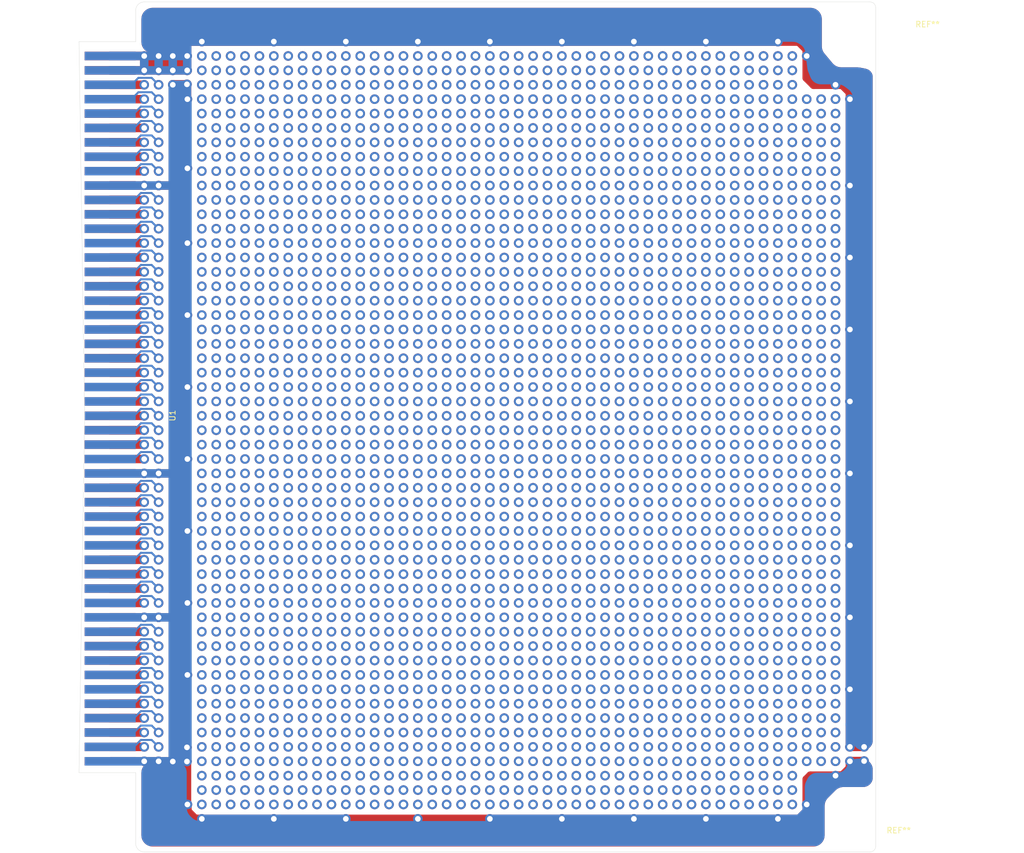
<source format=kicad_pcb>
(kicad_pcb (version 20171130) (host pcbnew "(5.1.6-0-10_14)")
  (layers (0 F.Cu signal) (31 B.Cu signal) (34 B.Paste user) (35 F.Paste user) (36 B.SilkS user) (37 F.SilkS user) (38 B.Mask user) (39 F.Mask user) (44 Edge.Cuts user))
  (net 0 "")
  (net 1 "Net-(U1-Pad98)")
  (net 2 "Net-(U1-Pad97)")
  (net 3 "Net-(U1-Pad96)")
  (net 4 "Net-(U1-Pad95)")
  (net 5 "Net-(U1-Pad94)")
  (net 6 "Net-(U1-Pad93)")
  (net 7 "Net-(U1-Pad92)")
  (net 8 "Net-(U1-Pad90)")
  (net 9 "Net-(U1-Pad89)")
  (net 10 "Net-(U1-Pad88)")
  (net 11 "Net-(U1-Pad87)")
  (net 12 "Net-(U1-Pad86)")
  (net 13 "Net-(U1-Pad85)")
  (net 14 "Net-(U1-Pad84)")
  (net 15 "Net-(U1-Pad83)")
  (net 16 "Net-(U1-Pad82)")
  (net 17 "Net-(U1-Pad81)")
  (net 18 "Net-(U1-Pad80)")
  (net 19 "Net-(U1-Pad79)")
  (net 20 "Net-(U1-Pad78)")
  (net 21 "Net-(U1-Pad77)")
  (net 22 "Net-(U1-Pad76)")
  (net 23 "Net-(U1-Pad75)")
  (net 24 "Net-(U1-Pad74)")
  (net 25 "Net-(U1-Pad73)")
  (net 26 "Net-(U1-Pad72)")
  (net 27 "Net-(U1-Pad70)")
  (net 28 "Net-(U1-Pad69)")
  (net 29 "Net-(U1-Pad68)")
  (net 30 "Net-(U1-Pad67)")
  (net 31 "Net-(U1-Pad66)")
  (net 32 "Net-(U1-Pad65)")
  (net 33 "Net-(U1-Pad64)")
  (net 34 "Net-(U1-Pad63)")
  (net 35 "Net-(U1-Pad62)")
  (net 36 "Net-(U1-Pad60)")
  (net 37 "Net-(U1-Pad59)")
  (net 38 "Net-(U1-Pad58)")
  (net 39 "Net-(U1-Pad57)")
  (net 40 "Net-(U1-Pad56)")
  (net 41 "Net-(U1-Pad55)")
  (net 42 "Net-(U1-Pad54)")
  (net 43 "Net-(U1-Pad53)")
  (net 44 "Net-(U1-Pad52)")
  (net 45 "Net-(U1-Pad48)")
  (net 46 "Net-(U1-Pad47)")
  (net 47 "Net-(U1-Pad46)")
  (net 48 "Net-(U1-Pad45)")
  (net 49 "Net-(U1-Pad44)")
  (net 50 "Net-(U1-Pad43)")
  (net 51 "Net-(U1-Pad42)")
  (net 52 "Net-(U1-Pad40)")
  (net 53 "Net-(U1-Pad39)")
  (net 54 "Net-(U1-Pad38)")
  (net 55 "Net-(U1-Pad37)")
  (net 56 "Net-(U1-Pad36)")
  (net 57 "Net-(U1-Pad35)")
  (net 58 "Net-(U1-Pad34)")
  (net 59 "Net-(U1-Pad31)")
  (net 60 "Net-(U1-Pad30)")
  (net 61 "Net-(U1-Pad29)")
  (net 62 "Net-(U1-Pad28)")
  (net 63 "Net-(U1-Pad27)")
  (net 64 "Net-(U1-Pad26)")
  (net 65 "Net-(U1-Pad25)")
  (net 66 "Net-(U1-Pad24)")
  (net 67 "Net-(U1-Pad20)")
  (net 68 "Net-(U1-Pad19)")
  (net 69 "Net-(U1-Pad18)")
  (net 70 "Net-(U1-Pad17)")
  (net 71 "Net-(U1-Pad16)")
  (net 72 "Net-(U1-Pad15)")
  (net 73 "Net-(U1-Pad14)")
  (net 74 "Net-(U1-Pad13)")
  (net 75 "Net-(U1-Pad12)")
  (net 76 "Net-(U1-Pad10)")
  (net 77 "Net-(U1-Pad9)")
  (net 78 "Net-(U1-Pad8)")
  (net 79 "Net-(U1-Pad7)")
  (net 80 "Net-(U1-Pad6)")
  (net 81 "Net-(U1-Pad5)")
  (net 82 "Net-(U1-Pad4)")
  (net 83 "Net-(U1-Pad2)")
  (net 84 VCC)
  (net 85 GND)
  (net 86 -12V)
  (net 87 +12v)
  (module TestPoint:TestPoint_THT_X68K (layer F.Cu) (at 165.46 164.96)
    (fp_text reference 1 hide)
    (fp_text value TestPoint_THT_X68K hide)
    (pad "" thru_hole circle (at -1 0.5) (size 1.7 1.7) (drill 1) (layers *.Cu *.Mask) (net 85 GND))
  )
  (module TestPoint:TestPoint_THT_X68K (layer F.Cu) (at 165.46 162.46)
    (fp_text reference 1 hide)
    (fp_text value TestPoint_THT_X68K hide)
    (pad "" thru_hole circle (at -1 0.5) (size 1.7 1.7) (drill 1) (layers *.Cu *.Mask) (net 84 VCC))
  )
  (module TestPoint:TestPoint_THT_X68K (layer F.Cu) (at 124.86 38)
    (fp_text reference 1 hide)
    (fp_text value TestPoint_THT_X68K hide)
    (pad "" thru_hole circle (at -1 0.5) (size 1.7 1.7) (drill 1) (layers *.Cu *.Mask) (net 84 VCC))
  )
  (module TestPoint:TestPoint_THT_X68K (layer F.Cu) (at 162.96 162.46)
    (fp_text reference 1 hide)
    (fp_text value TestPoint_THT_X68K hide)
    (pad "" thru_hole circle (at -1 0.5) (size 1.7 1.7) (drill 1) (layers *.Cu *.Mask) (net 84 VCC))
  )
  (module TestPoint:TestPoint_THT_X68K (layer F.Cu) (at 160.42 45.62)
    (fp_text reference 1 hide)
    (fp_text value TestPoint_THT_X68K hide)
    (pad "" thru_hole circle (at -1 0.5) (size 1.7 1.7) (drill 1) (layers *.Cu *.Mask) (net 84 VCC))
  )
  (module TestPoint:TestPoint_THT_X68K (layer F.Cu) (at 162.96 48.16)
    (fp_text reference 1 hide)
    (fp_text value TestPoint_THT_X68K hide)
    (pad "" thru_hole circle (at -1 0.5) (size 1.7 1.7) (drill 1) (layers *.Cu *.Mask) (net 84 VCC))
  )
  (module TestPoint:TestPoint_THT_X68K (layer F.Cu) (at 162.96 63.4)
    (fp_text reference 1 hide)
    (fp_text value TestPoint_THT_X68K hide)
    (pad "" thru_hole circle (at -1 0.5) (size 1.7 1.7) (drill 1) (layers *.Cu *.Mask) (net 84 VCC))
  )
  (module TestPoint:TestPoint_THT_X68K (layer F.Cu) (at 162.96 76.1)
    (fp_text reference 1 hide)
    (fp_text value TestPoint_THT_X68K hide)
    (pad "" thru_hole circle (at -1 0.5) (size 1.7 1.7) (drill 1) (layers *.Cu *.Mask) (net 84 VCC))
  )
  (module TestPoint:TestPoint_THT_X68K (layer F.Cu) (at 162.96 88.8)
    (fp_text reference 1 hide)
    (fp_text value TestPoint_THT_X68K hide)
    (pad "" thru_hole circle (at -1 0.5) (size 1.7 1.7) (drill 1) (layers *.Cu *.Mask) (net 84 VCC))
  )
  (module TestPoint:TestPoint_THT_X68K (layer F.Cu) (at 162.96 101.5)
    (fp_text reference 1 hide)
    (fp_text value TestPoint_THT_X68K hide)
    (pad "" thru_hole circle (at -1 0.5) (size 1.7 1.7) (drill 1) (layers *.Cu *.Mask) (net 84 VCC))
  )
  (module TestPoint:TestPoint_THT_X68K (layer F.Cu) (at 162.96 114.2)
    (fp_text reference 1 hide)
    (fp_text value TestPoint_THT_X68K hide)
    (pad "" thru_hole circle (at -1 0.5) (size 1.7 1.7) (drill 1) (layers *.Cu *.Mask) (net 84 VCC))
  )
  (module TestPoint:TestPoint_THT_X68K (layer F.Cu) (at 162.96 126.9)
    (fp_text reference 1 hide)
    (fp_text value TestPoint_THT_X68K hide)
    (pad "" thru_hole circle (at -1 0.5) (size 1.7 1.7) (drill 1) (layers *.Cu *.Mask) (net 84 VCC))
  )
  (module TestPoint:TestPoint_THT_X68K (layer F.Cu) (at 162.96 139.6)
    (fp_text reference 1 hide)
    (fp_text value TestPoint_THT_X68K hide)
    (pad "" thru_hole circle (at -1 0.5) (size 1.7 1.7) (drill 1) (layers *.Cu *.Mask) (net 84 VCC))
  )
  (module TestPoint:TestPoint_THT_X68K (layer F.Cu) (at 162.96 152.3)
    (fp_text reference 1 hide)
    (fp_text value TestPoint_THT_X68K hide)
    (pad "" thru_hole circle (at -1 0.5) (size 1.7 1.7) (drill 1) (layers *.Cu *.Mask) (net 84 VCC))
  )
  (module TestPoint:TestPoint_THT_X68K (layer F.Cu) (at 160.42 167.54)
    (fp_text reference 1 hide)
    (fp_text value TestPoint_THT_X68K hide)
    (pad "" thru_hole circle (at -1 0.5) (size 1.7 1.7) (drill 1) (layers *.Cu *.Mask) (net 85 GND))
  )
  (module TestPoint:TestPoint_THT_X68K (layer F.Cu) (at 162.96 165)
    (fp_text reference 1 hide)
    (fp_text value TestPoint_THT_X68K hide)
    (pad "" thru_hole circle (at -1 0.5) (size 1.7 1.7) (drill 1) (layers *.Cu *.Mask) (net 85 GND))
  )
  (module TestPoint:TestPoint_THT_X68K (layer F.Cu) (at 150.26 175.16)
    (fp_text reference 1 hide)
    (fp_text value TestPoint_THT_X68K hide)
    (pad "" thru_hole circle (at -1 0.5) (size 1.7 1.7) (drill 1) (layers *.Cu *.Mask) (net 85 GND))
  )
  (module TestPoint:TestPoint_THT_X68K (layer F.Cu) (at 137.56 175.16)
    (fp_text reference 1 hide)
    (fp_text value TestPoint_THT_X68K hide)
    (pad "" thru_hole circle (at -1 0.5) (size 1.7 1.7) (drill 1) (layers *.Cu *.Mask) (net 85 GND))
  )
  (module TestPoint:TestPoint_THT_X68K (layer F.Cu) (at 124.86 175.16)
    (fp_text reference 1 hide)
    (fp_text value TestPoint_THT_X68K hide)
    (pad "" thru_hole circle (at -1 0.5) (size 1.7 1.7) (drill 1) (layers *.Cu *.Mask) (net 85 GND))
  )
  (module TestPoint:TestPoint_THT_X68K (layer F.Cu) (at 112.16 175.16)
    (fp_text reference 1 hide)
    (fp_text value TestPoint_THT_X68K hide)
    (pad "" thru_hole circle (at -1 0.5) (size 1.7 1.7) (drill 1) (layers *.Cu *.Mask) (net 85 GND))
  )
  (module TestPoint:TestPoint_THT_X68K (layer F.Cu) (at 99.46 175.16)
    (fp_text reference 1 hide)
    (fp_text value TestPoint_THT_X68K hide)
    (pad "" thru_hole circle (at -1 0.5) (size 1.7 1.7) (drill 1) (layers *.Cu *.Mask) (net 85 GND))
  )
  (module TestPoint:TestPoint_THT_X68K (layer F.Cu) (at 86.76 175.16)
    (fp_text reference 1 hide)
    (fp_text value TestPoint_THT_X68K hide)
    (pad "" thru_hole circle (at -1 0.5) (size 1.7 1.7) (drill 1) (layers *.Cu *.Mask) (net 85 GND))
  )
  (module TestPoint:TestPoint_THT_X68K (layer F.Cu) (at 74.06 175.16)
    (fp_text reference 1 hide)
    (fp_text value TestPoint_THT_X68K hide)
    (pad "" thru_hole circle (at -1 0.5) (size 1.7 1.7) (drill 1) (layers *.Cu *.Mask) (net 85 GND))
  )
  (module TestPoint:TestPoint_THT_X68K (layer F.Cu) (at 61.36 175.16)
    (fp_text reference 1 hide)
    (fp_text value TestPoint_THT_X68K hide)
    (pad "" thru_hole circle (at -1 0.5) (size 1.7 1.7) (drill 1) (layers *.Cu *.Mask) (net 85 GND))
  )
  (module TestPoint:TestPoint_THT_X68K (layer F.Cu) (at 150.26 38)
    (fp_text reference 1 hide)
    (fp_text value TestPoint_THT_X68K hide)
    (pad "" thru_hole circle (at -1 0.5) (size 1.7 1.7) (drill 1) (layers *.Cu *.Mask) (net 84 VCC))
  )
  (module TestPoint:TestPoint_THT_X68K (layer F.Cu) (at 137.56 38)
    (fp_text reference 1 hide)
    (fp_text value TestPoint_THT_X68K hide)
    (pad "" thru_hole circle (at -1 0.5) (size 1.7 1.7) (drill 1) (layers *.Cu *.Mask) (net 84 VCC))
  )
  (module TestPoint:TestPoint_THT_X68K (layer F.Cu) (at 112.16 38)
    (fp_text reference 1 hide)
    (fp_text value TestPoint_THT_X68K hide)
    (pad "" thru_hole circle (at -1 0.5) (size 1.7 1.7) (drill 1) (layers *.Cu *.Mask) (net 84 VCC))
  )
  (module TestPoint:TestPoint_THT_X68K (layer F.Cu) (at 99.46 38)
    (fp_text reference 1 hide)
    (fp_text value TestPoint_THT_X68K hide)
    (pad "" thru_hole circle (at -1 0.5) (size 1.7 1.7) (drill 1) (layers *.Cu *.Mask) (net 84 VCC))
  )
  (module TestPoint:TestPoint_THT_X68K (layer F.Cu) (at 86.76 38)
    (fp_text reference 1 hide)
    (fp_text value TestPoint_THT_X68K hide)
    (pad "" thru_hole circle (at -1 0.5) (size 1.7 1.7) (drill 1) (layers *.Cu *.Mask) (net 84 VCC))
  )
  (module TestPoint:TestPoint_THT_X68K (layer F.Cu) (at 74.06 38)
    (fp_text reference 1 hide)
    (fp_text value TestPoint_THT_X68K hide)
    (pad "" thru_hole circle (at -1 0.5) (size 1.7 1.7) (drill 1) (layers *.Cu *.Mask) (net 84 VCC))
  )
  (module TestPoint:TestPoint_THT_X68K (layer F.Cu) (at 61.36 38)
    (fp_text reference 1 hide)
    (fp_text value TestPoint_THT_X68K hide)
    (pad "" thru_hole circle (at -1 0.5) (size 1.7 1.7) (drill 1) (layers *.Cu *.Mask) (net 84 VCC))
  )
  (module TestPoint:TestPoint_THT_X68K (layer F.Cu) (at 48.66 38)
    (fp_text reference 1 hide)
    (fp_text value TestPoint_THT_X68K hide)
    (pad "" thru_hole circle (at -1 0.5) (size 1.7 1.7) (drill 1) (layers *.Cu *.Mask) (net 84 VCC))
  )
  (module TestPoint:TestPoint_THT_X68K (layer F.Cu) (at 155.34 40.54)
    (fp_text reference 1 hide)
    (fp_text value TestPoint_THT_X68K hide)
    (pad "" thru_hole circle (at -1 0.5) (size 1.7 1.7) (drill 1) (layers *.Cu *.Mask) (net 84 VCC))
  )
  (module TestPoint:TestPoint_THT_X68K (layer F.Cu) (at 152.8 40.54)
    (fp_text reference 1 hide)
    (fp_text value TestPoint_THT_X68K hide)
    (pad "" thru_hole circle (at -1 0.5) (size 1.7 1.7) (drill 1) (layers *.Cu *.Mask))
  )
  (module TestPoint:TestPoint_THT_X68K (layer F.Cu) (at 150.26 40.54)
    (fp_text reference 1 hide)
    (fp_text value TestPoint_THT_X68K hide)
    (pad "" thru_hole circle (at -1 0.5) (size 1.7 1.7) (drill 1) (layers *.Cu *.Mask))
  )
  (module TestPoint:TestPoint_THT_X68K (layer F.Cu) (at 147.72 40.54)
    (fp_text reference 1 hide)
    (fp_text value TestPoint_THT_X68K hide)
    (pad "" thru_hole circle (at -1 0.5) (size 1.7 1.7) (drill 1) (layers *.Cu *.Mask))
  )
  (module TestPoint:TestPoint_THT_X68K (layer F.Cu) (at 145.18 40.54)
    (fp_text reference 1 hide)
    (fp_text value TestPoint_THT_X68K hide)
    (pad "" thru_hole circle (at -1 0.5) (size 1.7 1.7) (drill 1) (layers *.Cu *.Mask))
  )
  (module TestPoint:TestPoint_THT_X68K (layer F.Cu) (at 142.64 40.54)
    (fp_text reference 1 hide)
    (fp_text value TestPoint_THT_X68K hide)
    (pad "" thru_hole circle (at -1 0.5) (size 1.7 1.7) (drill 1) (layers *.Cu *.Mask))
  )
  (module TestPoint:TestPoint_THT_X68K (layer F.Cu) (at 140.1 40.54)
    (fp_text reference 1 hide)
    (fp_text value TestPoint_THT_X68K hide)
    (pad "" thru_hole circle (at -1 0.5) (size 1.7 1.7) (drill 1) (layers *.Cu *.Mask))
  )
  (module TestPoint:TestPoint_THT_X68K (layer F.Cu) (at 137.56 40.54)
    (fp_text reference 1 hide)
    (fp_text value TestPoint_THT_X68K hide)
    (pad "" thru_hole circle (at -1 0.5) (size 1.7 1.7) (drill 1) (layers *.Cu *.Mask))
  )
  (module TestPoint:TestPoint_THT_X68K (layer F.Cu) (at 135.02 40.54)
    (fp_text reference 1 hide)
    (fp_text value TestPoint_THT_X68K hide)
    (pad "" thru_hole circle (at -1 0.5) (size 1.7 1.7) (drill 1) (layers *.Cu *.Mask))
  )
  (module TestPoint:TestPoint_THT_X68K (layer F.Cu) (at 132.48 40.54)
    (fp_text reference 1 hide)
    (fp_text value TestPoint_THT_X68K hide)
    (pad "" thru_hole circle (at -1 0.5) (size 1.7 1.7) (drill 1) (layers *.Cu *.Mask))
  )
  (module TestPoint:TestPoint_THT_X68K (layer F.Cu) (at 129.94 40.54)
    (fp_text reference 1 hide)
    (fp_text value TestPoint_THT_X68K hide)
    (pad "" thru_hole circle (at -1 0.5) (size 1.7 1.7) (drill 1) (layers *.Cu *.Mask))
  )
  (module TestPoint:TestPoint_THT_X68K (layer F.Cu) (at 127.4 40.54)
    (fp_text reference 1 hide)
    (fp_text value TestPoint_THT_X68K hide)
    (pad "" thru_hole circle (at -1 0.5) (size 1.7 1.7) (drill 1) (layers *.Cu *.Mask))
  )
  (module TestPoint:TestPoint_THT_X68K (layer F.Cu) (at 124.86 40.54)
    (fp_text reference 1 hide)
    (fp_text value TestPoint_THT_X68K hide)
    (pad "" thru_hole circle (at -1 0.5) (size 1.7 1.7) (drill 1) (layers *.Cu *.Mask))
  )
  (module TestPoint:TestPoint_THT_X68K (layer F.Cu) (at 122.32 40.54)
    (fp_text reference 1 hide)
    (fp_text value TestPoint_THT_X68K hide)
    (pad "" thru_hole circle (at -1 0.5) (size 1.7 1.7) (drill 1) (layers *.Cu *.Mask))
  )
  (module TestPoint:TestPoint_THT_X68K (layer F.Cu) (at 119.78 40.54)
    (fp_text reference 1 hide)
    (fp_text value TestPoint_THT_X68K hide)
    (pad "" thru_hole circle (at -1 0.5) (size 1.7 1.7) (drill 1) (layers *.Cu *.Mask))
  )
  (module TestPoint:TestPoint_THT_X68K (layer F.Cu) (at 117.24 40.54)
    (fp_text reference 1 hide)
    (fp_text value TestPoint_THT_X68K hide)
    (pad "" thru_hole circle (at -1 0.5) (size 1.7 1.7) (drill 1) (layers *.Cu *.Mask))
  )
  (module TestPoint:TestPoint_THT_X68K (layer F.Cu) (at 114.7 40.54)
    (fp_text reference 1 hide)
    (fp_text value TestPoint_THT_X68K hide)
    (pad "" thru_hole circle (at -1 0.5) (size 1.7 1.7) (drill 1) (layers *.Cu *.Mask))
  )
  (module TestPoint:TestPoint_THT_X68K (layer F.Cu) (at 112.16 40.54)
    (fp_text reference 1 hide)
    (fp_text value TestPoint_THT_X68K hide)
    (pad "" thru_hole circle (at -1 0.5) (size 1.7 1.7) (drill 1) (layers *.Cu *.Mask))
  )
  (module TestPoint:TestPoint_THT_X68K (layer F.Cu) (at 109.62 40.54)
    (fp_text reference 1 hide)
    (fp_text value TestPoint_THT_X68K hide)
    (pad "" thru_hole circle (at -1 0.5) (size 1.7 1.7) (drill 1) (layers *.Cu *.Mask))
  )
  (module TestPoint:TestPoint_THT_X68K (layer F.Cu) (at 107.08 40.54)
    (fp_text reference 1 hide)
    (fp_text value TestPoint_THT_X68K hide)
    (pad "" thru_hole circle (at -1 0.5) (size 1.7 1.7) (drill 1) (layers *.Cu *.Mask))
  )
  (module TestPoint:TestPoint_THT_X68K (layer F.Cu) (at 104.54 40.54)
    (fp_text reference 1 hide)
    (fp_text value TestPoint_THT_X68K hide)
    (pad "" thru_hole circle (at -1 0.5) (size 1.7 1.7) (drill 1) (layers *.Cu *.Mask))
  )
  (module TestPoint:TestPoint_THT_X68K (layer F.Cu) (at 102 40.54)
    (fp_text reference 1 hide)
    (fp_text value TestPoint_THT_X68K hide)
    (pad "" thru_hole circle (at -1 0.5) (size 1.7 1.7) (drill 1) (layers *.Cu *.Mask))
  )
  (module TestPoint:TestPoint_THT_X68K (layer F.Cu) (at 99.46 40.54)
    (fp_text reference 1 hide)
    (fp_text value TestPoint_THT_X68K hide)
    (pad "" thru_hole circle (at -1 0.5) (size 1.7 1.7) (drill 1) (layers *.Cu *.Mask))
  )
  (module TestPoint:TestPoint_THT_X68K (layer F.Cu) (at 96.92 40.54)
    (fp_text reference 1 hide)
    (fp_text value TestPoint_THT_X68K hide)
    (pad "" thru_hole circle (at -1 0.5) (size 1.7 1.7) (drill 1) (layers *.Cu *.Mask))
  )
  (module TestPoint:TestPoint_THT_X68K (layer F.Cu) (at 94.38 40.54)
    (fp_text reference 1 hide)
    (fp_text value TestPoint_THT_X68K hide)
    (pad "" thru_hole circle (at -1 0.5) (size 1.7 1.7) (drill 1) (layers *.Cu *.Mask))
  )
  (module TestPoint:TestPoint_THT_X68K (layer F.Cu) (at 91.84 40.54)
    (fp_text reference 1 hide)
    (fp_text value TestPoint_THT_X68K hide)
    (pad "" thru_hole circle (at -1 0.5) (size 1.7 1.7) (drill 1) (layers *.Cu *.Mask))
  )
  (module TestPoint:TestPoint_THT_X68K (layer F.Cu) (at 89.3 40.54)
    (fp_text reference 1 hide)
    (fp_text value TestPoint_THT_X68K hide)
    (pad "" thru_hole circle (at -1 0.5) (size 1.7 1.7) (drill 1) (layers *.Cu *.Mask))
  )
  (module TestPoint:TestPoint_THT_X68K (layer F.Cu) (at 86.76 40.54)
    (fp_text reference 1 hide)
    (fp_text value TestPoint_THT_X68K hide)
    (pad "" thru_hole circle (at -1 0.5) (size 1.7 1.7) (drill 1) (layers *.Cu *.Mask))
  )
  (module TestPoint:TestPoint_THT_X68K (layer F.Cu) (at 84.22 40.54)
    (fp_text reference 1 hide)
    (fp_text value TestPoint_THT_X68K hide)
    (pad "" thru_hole circle (at -1 0.5) (size 1.7 1.7) (drill 1) (layers *.Cu *.Mask))
  )
  (module TestPoint:TestPoint_THT_X68K (layer F.Cu) (at 81.68 40.54)
    (fp_text reference 1 hide)
    (fp_text value TestPoint_THT_X68K hide)
    (pad "" thru_hole circle (at -1 0.5) (size 1.7 1.7) (drill 1) (layers *.Cu *.Mask))
  )
  (module TestPoint:TestPoint_THT_X68K (layer F.Cu) (at 79.14 40.54)
    (fp_text reference 1 hide)
    (fp_text value TestPoint_THT_X68K hide)
    (pad "" thru_hole circle (at -1 0.5) (size 1.7 1.7) (drill 1) (layers *.Cu *.Mask))
  )
  (module TestPoint:TestPoint_THT_X68K (layer F.Cu) (at 76.6 40.54)
    (fp_text reference 1 hide)
    (fp_text value TestPoint_THT_X68K hide)
    (pad "" thru_hole circle (at -1 0.5) (size 1.7 1.7) (drill 1) (layers *.Cu *.Mask))
  )
  (module TestPoint:TestPoint_THT_X68K (layer F.Cu) (at 74.06 40.54)
    (fp_text reference 1 hide)
    (fp_text value TestPoint_THT_X68K hide)
    (pad "" thru_hole circle (at -1 0.5) (size 1.7 1.7) (drill 1) (layers *.Cu *.Mask))
  )
  (module TestPoint:TestPoint_THT_X68K (layer F.Cu) (at 71.52 40.54)
    (fp_text reference 1 hide)
    (fp_text value TestPoint_THT_X68K hide)
    (pad "" thru_hole circle (at -1 0.5) (size 1.7 1.7) (drill 1) (layers *.Cu *.Mask))
  )
  (module TestPoint:TestPoint_THT_X68K (layer F.Cu) (at 68.98 40.54)
    (fp_text reference 1 hide)
    (fp_text value TestPoint_THT_X68K hide)
    (pad "" thru_hole circle (at -1 0.5) (size 1.7 1.7) (drill 1) (layers *.Cu *.Mask))
  )
  (module TestPoint:TestPoint_THT_X68K (layer F.Cu) (at 66.44 40.54)
    (fp_text reference 1 hide)
    (fp_text value TestPoint_THT_X68K hide)
    (pad "" thru_hole circle (at -1 0.5) (size 1.7 1.7) (drill 1) (layers *.Cu *.Mask))
  )
  (module TestPoint:TestPoint_THT_X68K (layer F.Cu) (at 63.9 40.54)
    (fp_text reference 1 hide)
    (fp_text value TestPoint_THT_X68K hide)
    (pad "" thru_hole circle (at -1 0.5) (size 1.7 1.7) (drill 1) (layers *.Cu *.Mask))
  )
  (module TestPoint:TestPoint_THT_X68K (layer F.Cu) (at 61.36 40.54)
    (fp_text reference 1 hide)
    (fp_text value TestPoint_THT_X68K hide)
    (pad "" thru_hole circle (at -1 0.5) (size 1.7 1.7) (drill 1) (layers *.Cu *.Mask))
  )
  (module TestPoint:TestPoint_THT_X68K (layer F.Cu) (at 58.82 40.54)
    (fp_text reference 1 hide)
    (fp_text value TestPoint_THT_X68K hide)
    (pad "" thru_hole circle (at -1 0.5) (size 1.7 1.7) (drill 1) (layers *.Cu *.Mask))
  )
  (module TestPoint:TestPoint_THT_X68K (layer F.Cu) (at 56.28 40.54)
    (fp_text reference 1 hide)
    (fp_text value TestPoint_THT_X68K hide)
    (pad "" thru_hole circle (at -1 0.5) (size 1.7 1.7) (drill 1) (layers *.Cu *.Mask))
  )
  (module TestPoint:TestPoint_THT_X68K (layer F.Cu) (at 53.74 40.54)
    (fp_text reference 1 hide)
    (fp_text value TestPoint_THT_X68K hide)
    (pad "" thru_hole circle (at -1 0.5) (size 1.7 1.7) (drill 1) (layers *.Cu *.Mask))
  )
  (module TestPoint:TestPoint_THT_X68K (layer F.Cu) (at 51.2 40.54)
    (fp_text reference 1 hide)
    (fp_text value TestPoint_THT_X68K hide)
    (pad "" thru_hole circle (at -1 0.5) (size 1.7 1.7) (drill 1) (layers *.Cu *.Mask))
  )
  (module TestPoint:TestPoint_THT_X68K (layer F.Cu) (at 48.66 40.54)
    (fp_text reference 1 hide)
    (fp_text value TestPoint_THT_X68K hide)
    (pad "" thru_hole circle (at -1 0.5) (size 1.7 1.7) (drill 1) (layers *.Cu *.Mask))
  )
  (module TestPoint:TestPoint_THT_X68K (layer F.Cu) (at 152.8 43.08)
    (fp_text reference 1 hide)
    (fp_text value TestPoint_THT_X68K hide)
    (pad "" thru_hole circle (at -1 0.5) (size 1.7 1.7) (drill 1) (layers *.Cu *.Mask))
  )
  (module TestPoint:TestPoint_THT_X68K (layer F.Cu) (at 150.26 43.08)
    (fp_text reference 1 hide)
    (fp_text value TestPoint_THT_X68K hide)
    (pad "" thru_hole circle (at -1 0.5) (size 1.7 1.7) (drill 1) (layers *.Cu *.Mask))
  )
  (module TestPoint:TestPoint_THT_X68K (layer F.Cu) (at 147.72 43.08)
    (fp_text reference 1 hide)
    (fp_text value TestPoint_THT_X68K hide)
    (pad "" thru_hole circle (at -1 0.5) (size 1.7 1.7) (drill 1) (layers *.Cu *.Mask))
  )
  (module TestPoint:TestPoint_THT_X68K (layer F.Cu) (at 145.18 43.08)
    (fp_text reference 1 hide)
    (fp_text value TestPoint_THT_X68K hide)
    (pad "" thru_hole circle (at -1 0.5) (size 1.7 1.7) (drill 1) (layers *.Cu *.Mask))
  )
  (module TestPoint:TestPoint_THT_X68K (layer F.Cu) (at 142.64 43.08)
    (fp_text reference 1 hide)
    (fp_text value TestPoint_THT_X68K hide)
    (pad "" thru_hole circle (at -1 0.5) (size 1.7 1.7) (drill 1) (layers *.Cu *.Mask))
  )
  (module TestPoint:TestPoint_THT_X68K (layer F.Cu) (at 140.1 43.08)
    (fp_text reference 1 hide)
    (fp_text value TestPoint_THT_X68K hide)
    (pad "" thru_hole circle (at -1 0.5) (size 1.7 1.7) (drill 1) (layers *.Cu *.Mask))
  )
  (module TestPoint:TestPoint_THT_X68K (layer F.Cu) (at 137.56 43.08)
    (fp_text reference 1 hide)
    (fp_text value TestPoint_THT_X68K hide)
    (pad "" thru_hole circle (at -1 0.5) (size 1.7 1.7) (drill 1) (layers *.Cu *.Mask))
  )
  (module TestPoint:TestPoint_THT_X68K (layer F.Cu) (at 135.02 43.08)
    (fp_text reference 1 hide)
    (fp_text value TestPoint_THT_X68K hide)
    (pad "" thru_hole circle (at -1 0.5) (size 1.7 1.7) (drill 1) (layers *.Cu *.Mask))
  )
  (module TestPoint:TestPoint_THT_X68K (layer F.Cu) (at 132.48 43.08)
    (fp_text reference 1 hide)
    (fp_text value TestPoint_THT_X68K hide)
    (pad "" thru_hole circle (at -1 0.5) (size 1.7 1.7) (drill 1) (layers *.Cu *.Mask))
  )
  (module TestPoint:TestPoint_THT_X68K (layer F.Cu) (at 129.94 43.08)
    (fp_text reference 1 hide)
    (fp_text value TestPoint_THT_X68K hide)
    (pad "" thru_hole circle (at -1 0.5) (size 1.7 1.7) (drill 1) (layers *.Cu *.Mask))
  )
  (module TestPoint:TestPoint_THT_X68K (layer F.Cu) (at 127.4 43.08)
    (fp_text reference 1 hide)
    (fp_text value TestPoint_THT_X68K hide)
    (pad "" thru_hole circle (at -1 0.5) (size 1.7 1.7) (drill 1) (layers *.Cu *.Mask))
  )
  (module TestPoint:TestPoint_THT_X68K (layer F.Cu) (at 124.86 43.08)
    (fp_text reference 1 hide)
    (fp_text value TestPoint_THT_X68K hide)
    (pad "" thru_hole circle (at -1 0.5) (size 1.7 1.7) (drill 1) (layers *.Cu *.Mask))
  )
  (module TestPoint:TestPoint_THT_X68K (layer F.Cu) (at 122.32 43.08)
    (fp_text reference 1 hide)
    (fp_text value TestPoint_THT_X68K hide)
    (pad "" thru_hole circle (at -1 0.5) (size 1.7 1.7) (drill 1) (layers *.Cu *.Mask))
  )
  (module TestPoint:TestPoint_THT_X68K (layer F.Cu) (at 119.78 43.08)
    (fp_text reference 1 hide)
    (fp_text value TestPoint_THT_X68K hide)
    (pad "" thru_hole circle (at -1 0.5) (size 1.7 1.7) (drill 1) (layers *.Cu *.Mask))
  )
  (module TestPoint:TestPoint_THT_X68K (layer F.Cu) (at 117.24 43.08)
    (fp_text reference 1 hide)
    (fp_text value TestPoint_THT_X68K hide)
    (pad "" thru_hole circle (at -1 0.5) (size 1.7 1.7) (drill 1) (layers *.Cu *.Mask))
  )
  (module TestPoint:TestPoint_THT_X68K (layer F.Cu) (at 114.7 43.08)
    (fp_text reference 1 hide)
    (fp_text value TestPoint_THT_X68K hide)
    (pad "" thru_hole circle (at -1 0.5) (size 1.7 1.7) (drill 1) (layers *.Cu *.Mask))
  )
  (module TestPoint:TestPoint_THT_X68K (layer F.Cu) (at 112.16 43.08)
    (fp_text reference 1 hide)
    (fp_text value TestPoint_THT_X68K hide)
    (pad "" thru_hole circle (at -1 0.5) (size 1.7 1.7) (drill 1) (layers *.Cu *.Mask))
  )
  (module TestPoint:TestPoint_THT_X68K (layer F.Cu) (at 109.62 43.08)
    (fp_text reference 1 hide)
    (fp_text value TestPoint_THT_X68K hide)
    (pad "" thru_hole circle (at -1 0.5) (size 1.7 1.7) (drill 1) (layers *.Cu *.Mask))
  )
  (module TestPoint:TestPoint_THT_X68K (layer F.Cu) (at 107.08 43.08)
    (fp_text reference 1 hide)
    (fp_text value TestPoint_THT_X68K hide)
    (pad "" thru_hole circle (at -1 0.5) (size 1.7 1.7) (drill 1) (layers *.Cu *.Mask))
  )
  (module TestPoint:TestPoint_THT_X68K (layer F.Cu) (at 104.54 43.08)
    (fp_text reference 1 hide)
    (fp_text value TestPoint_THT_X68K hide)
    (pad "" thru_hole circle (at -1 0.5) (size 1.7 1.7) (drill 1) (layers *.Cu *.Mask))
  )
  (module TestPoint:TestPoint_THT_X68K (layer F.Cu) (at 102 43.08)
    (fp_text reference 1 hide)
    (fp_text value TestPoint_THT_X68K hide)
    (pad "" thru_hole circle (at -1 0.5) (size 1.7 1.7) (drill 1) (layers *.Cu *.Mask))
  )
  (module TestPoint:TestPoint_THT_X68K (layer F.Cu) (at 99.46 43.08)
    (fp_text reference 1 hide)
    (fp_text value TestPoint_THT_X68K hide)
    (pad "" thru_hole circle (at -1 0.5) (size 1.7 1.7) (drill 1) (layers *.Cu *.Mask))
  )
  (module TestPoint:TestPoint_THT_X68K (layer F.Cu) (at 96.92 43.08)
    (fp_text reference 1 hide)
    (fp_text value TestPoint_THT_X68K hide)
    (pad "" thru_hole circle (at -1 0.5) (size 1.7 1.7) (drill 1) (layers *.Cu *.Mask))
  )
  (module TestPoint:TestPoint_THT_X68K (layer F.Cu) (at 94.38 43.08)
    (fp_text reference 1 hide)
    (fp_text value TestPoint_THT_X68K hide)
    (pad "" thru_hole circle (at -1 0.5) (size 1.7 1.7) (drill 1) (layers *.Cu *.Mask))
  )
  (module TestPoint:TestPoint_THT_X68K (layer F.Cu) (at 91.84 43.08)
    (fp_text reference 1 hide)
    (fp_text value TestPoint_THT_X68K hide)
    (pad "" thru_hole circle (at -1 0.5) (size 1.7 1.7) (drill 1) (layers *.Cu *.Mask))
  )
  (module TestPoint:TestPoint_THT_X68K (layer F.Cu) (at 89.3 43.08)
    (fp_text reference 1 hide)
    (fp_text value TestPoint_THT_X68K hide)
    (pad "" thru_hole circle (at -1 0.5) (size 1.7 1.7) (drill 1) (layers *.Cu *.Mask))
  )
  (module TestPoint:TestPoint_THT_X68K (layer F.Cu) (at 86.76 43.08)
    (fp_text reference 1 hide)
    (fp_text value TestPoint_THT_X68K hide)
    (pad "" thru_hole circle (at -1 0.5) (size 1.7 1.7) (drill 1) (layers *.Cu *.Mask))
  )
  (module TestPoint:TestPoint_THT_X68K (layer F.Cu) (at 84.22 43.08)
    (fp_text reference 1 hide)
    (fp_text value TestPoint_THT_X68K hide)
    (pad "" thru_hole circle (at -1 0.5) (size 1.7 1.7) (drill 1) (layers *.Cu *.Mask))
  )
  (module TestPoint:TestPoint_THT_X68K (layer F.Cu) (at 81.68 43.08)
    (fp_text reference 1 hide)
    (fp_text value TestPoint_THT_X68K hide)
    (pad "" thru_hole circle (at -1 0.5) (size 1.7 1.7) (drill 1) (layers *.Cu *.Mask))
  )
  (module TestPoint:TestPoint_THT_X68K (layer F.Cu) (at 79.14 43.08)
    (fp_text reference 1 hide)
    (fp_text value TestPoint_THT_X68K hide)
    (pad "" thru_hole circle (at -1 0.5) (size 1.7 1.7) (drill 1) (layers *.Cu *.Mask))
  )
  (module TestPoint:TestPoint_THT_X68K (layer F.Cu) (at 76.6 43.08)
    (fp_text reference 1 hide)
    (fp_text value TestPoint_THT_X68K hide)
    (pad "" thru_hole circle (at -1 0.5) (size 1.7 1.7) (drill 1) (layers *.Cu *.Mask))
  )
  (module TestPoint:TestPoint_THT_X68K (layer F.Cu) (at 74.06 43.08)
    (fp_text reference 1 hide)
    (fp_text value TestPoint_THT_X68K hide)
    (pad "" thru_hole circle (at -1 0.5) (size 1.7 1.7) (drill 1) (layers *.Cu *.Mask))
  )
  (module TestPoint:TestPoint_THT_X68K (layer F.Cu) (at 71.52 43.08)
    (fp_text reference 1 hide)
    (fp_text value TestPoint_THT_X68K hide)
    (pad "" thru_hole circle (at -1 0.5) (size 1.7 1.7) (drill 1) (layers *.Cu *.Mask))
  )
  (module TestPoint:TestPoint_THT_X68K (layer F.Cu) (at 68.98 43.08)
    (fp_text reference 1 hide)
    (fp_text value TestPoint_THT_X68K hide)
    (pad "" thru_hole circle (at -1 0.5) (size 1.7 1.7) (drill 1) (layers *.Cu *.Mask))
  )
  (module TestPoint:TestPoint_THT_X68K (layer F.Cu) (at 66.44 43.08)
    (fp_text reference 1 hide)
    (fp_text value TestPoint_THT_X68K hide)
    (pad "" thru_hole circle (at -1 0.5) (size 1.7 1.7) (drill 1) (layers *.Cu *.Mask))
  )
  (module TestPoint:TestPoint_THT_X68K (layer F.Cu) (at 63.9 43.08)
    (fp_text reference 1 hide)
    (fp_text value TestPoint_THT_X68K hide)
    (pad "" thru_hole circle (at -1 0.5) (size 1.7 1.7) (drill 1) (layers *.Cu *.Mask))
  )
  (module TestPoint:TestPoint_THT_X68K (layer F.Cu) (at 61.36 43.08)
    (fp_text reference 1 hide)
    (fp_text value TestPoint_THT_X68K hide)
    (pad "" thru_hole circle (at -1 0.5) (size 1.7 1.7) (drill 1) (layers *.Cu *.Mask))
  )
  (module TestPoint:TestPoint_THT_X68K (layer F.Cu) (at 58.82 43.08)
    (fp_text reference 1 hide)
    (fp_text value TestPoint_THT_X68K hide)
    (pad "" thru_hole circle (at -1 0.5) (size 1.7 1.7) (drill 1) (layers *.Cu *.Mask))
  )
  (module TestPoint:TestPoint_THT_X68K (layer F.Cu) (at 56.28 43.08)
    (fp_text reference 1 hide)
    (fp_text value TestPoint_THT_X68K hide)
    (pad "" thru_hole circle (at -1 0.5) (size 1.7 1.7) (drill 1) (layers *.Cu *.Mask))
  )
  (module TestPoint:TestPoint_THT_X68K (layer F.Cu) (at 53.74 43.08)
    (fp_text reference 1 hide)
    (fp_text value TestPoint_THT_X68K hide)
    (pad "" thru_hole circle (at -1 0.5) (size 1.7 1.7) (drill 1) (layers *.Cu *.Mask))
  )
  (module TestPoint:TestPoint_THT_X68K (layer F.Cu) (at 51.2 43.08)
    (fp_text reference 1 hide)
    (fp_text value TestPoint_THT_X68K hide)
    (pad "" thru_hole circle (at -1 0.5) (size 1.7 1.7) (drill 1) (layers *.Cu *.Mask))
  )
  (module TestPoint:TestPoint_THT_X68K (layer F.Cu) (at 48.66 43.08)
    (fp_text reference 1 hide)
    (fp_text value TestPoint_THT_X68K hide)
    (pad "" thru_hole circle (at -1 0.5) (size 1.7 1.7) (drill 1) (layers *.Cu *.Mask))
  )
  (module TestPoint:TestPoint_THT_X68K (layer F.Cu) (at 152.8 45.62)
    (fp_text reference 1 hide)
    (fp_text value TestPoint_THT_X68K hide)
    (pad "" thru_hole circle (at -1 0.5) (size 1.7 1.7) (drill 1) (layers *.Cu *.Mask))
  )
  (module TestPoint:TestPoint_THT_X68K (layer F.Cu) (at 150.26 45.62)
    (fp_text reference 1 hide)
    (fp_text value TestPoint_THT_X68K hide)
    (pad "" thru_hole circle (at -1 0.5) (size 1.7 1.7) (drill 1) (layers *.Cu *.Mask))
  )
  (module TestPoint:TestPoint_THT_X68K (layer F.Cu) (at 147.72 45.62)
    (fp_text reference 1 hide)
    (fp_text value TestPoint_THT_X68K hide)
    (pad "" thru_hole circle (at -1 0.5) (size 1.7 1.7) (drill 1) (layers *.Cu *.Mask))
  )
  (module TestPoint:TestPoint_THT_X68K (layer F.Cu) (at 145.18 45.62)
    (fp_text reference 1 hide)
    (fp_text value TestPoint_THT_X68K hide)
    (pad "" thru_hole circle (at -1 0.5) (size 1.7 1.7) (drill 1) (layers *.Cu *.Mask))
  )
  (module TestPoint:TestPoint_THT_X68K (layer F.Cu) (at 142.64 45.62)
    (fp_text reference 1 hide)
    (fp_text value TestPoint_THT_X68K hide)
    (pad "" thru_hole circle (at -1 0.5) (size 1.7 1.7) (drill 1) (layers *.Cu *.Mask))
  )
  (module TestPoint:TestPoint_THT_X68K (layer F.Cu) (at 140.1 45.62)
    (fp_text reference 1 hide)
    (fp_text value TestPoint_THT_X68K hide)
    (pad "" thru_hole circle (at -1 0.5) (size 1.7 1.7) (drill 1) (layers *.Cu *.Mask))
  )
  (module TestPoint:TestPoint_THT_X68K (layer F.Cu) (at 137.56 45.62)
    (fp_text reference 1 hide)
    (fp_text value TestPoint_THT_X68K hide)
    (pad "" thru_hole circle (at -1 0.5) (size 1.7 1.7) (drill 1) (layers *.Cu *.Mask))
  )
  (module TestPoint:TestPoint_THT_X68K (layer F.Cu) (at 135.02 45.62)
    (fp_text reference 1 hide)
    (fp_text value TestPoint_THT_X68K hide)
    (pad "" thru_hole circle (at -1 0.5) (size 1.7 1.7) (drill 1) (layers *.Cu *.Mask))
  )
  (module TestPoint:TestPoint_THT_X68K (layer F.Cu) (at 132.48 45.62)
    (fp_text reference 1 hide)
    (fp_text value TestPoint_THT_X68K hide)
    (pad "" thru_hole circle (at -1 0.5) (size 1.7 1.7) (drill 1) (layers *.Cu *.Mask))
  )
  (module TestPoint:TestPoint_THT_X68K (layer F.Cu) (at 129.94 45.62)
    (fp_text reference 1 hide)
    (fp_text value TestPoint_THT_X68K hide)
    (pad "" thru_hole circle (at -1 0.5) (size 1.7 1.7) (drill 1) (layers *.Cu *.Mask))
  )
  (module TestPoint:TestPoint_THT_X68K (layer F.Cu) (at 127.4 45.62)
    (fp_text reference 1 hide)
    (fp_text value TestPoint_THT_X68K hide)
    (pad "" thru_hole circle (at -1 0.5) (size 1.7 1.7) (drill 1) (layers *.Cu *.Mask))
  )
  (module TestPoint:TestPoint_THT_X68K (layer F.Cu) (at 124.86 45.62)
    (fp_text reference 1 hide)
    (fp_text value TestPoint_THT_X68K hide)
    (pad "" thru_hole circle (at -1 0.5) (size 1.7 1.7) (drill 1) (layers *.Cu *.Mask))
  )
  (module TestPoint:TestPoint_THT_X68K (layer F.Cu) (at 122.32 45.62)
    (fp_text reference 1 hide)
    (fp_text value TestPoint_THT_X68K hide)
    (pad "" thru_hole circle (at -1 0.5) (size 1.7 1.7) (drill 1) (layers *.Cu *.Mask))
  )
  (module TestPoint:TestPoint_THT_X68K (layer F.Cu) (at 119.78 45.62)
    (fp_text reference 1 hide)
    (fp_text value TestPoint_THT_X68K hide)
    (pad "" thru_hole circle (at -1 0.5) (size 1.7 1.7) (drill 1) (layers *.Cu *.Mask))
  )
  (module TestPoint:TestPoint_THT_X68K (layer F.Cu) (at 117.24 45.62)
    (fp_text reference 1 hide)
    (fp_text value TestPoint_THT_X68K hide)
    (pad "" thru_hole circle (at -1 0.5) (size 1.7 1.7) (drill 1) (layers *.Cu *.Mask))
  )
  (module TestPoint:TestPoint_THT_X68K (layer F.Cu) (at 114.7 45.62)
    (fp_text reference 1 hide)
    (fp_text value TestPoint_THT_X68K hide)
    (pad "" thru_hole circle (at -1 0.5) (size 1.7 1.7) (drill 1) (layers *.Cu *.Mask))
  )
  (module TestPoint:TestPoint_THT_X68K (layer F.Cu) (at 112.16 45.62)
    (fp_text reference 1 hide)
    (fp_text value TestPoint_THT_X68K hide)
    (pad "" thru_hole circle (at -1 0.5) (size 1.7 1.7) (drill 1) (layers *.Cu *.Mask))
  )
  (module TestPoint:TestPoint_THT_X68K (layer F.Cu) (at 109.62 45.62)
    (fp_text reference 1 hide)
    (fp_text value TestPoint_THT_X68K hide)
    (pad "" thru_hole circle (at -1 0.5) (size 1.7 1.7) (drill 1) (layers *.Cu *.Mask))
  )
  (module TestPoint:TestPoint_THT_X68K (layer F.Cu) (at 107.08 45.62)
    (fp_text reference 1 hide)
    (fp_text value TestPoint_THT_X68K hide)
    (pad "" thru_hole circle (at -1 0.5) (size 1.7 1.7) (drill 1) (layers *.Cu *.Mask))
  )
  (module TestPoint:TestPoint_THT_X68K (layer F.Cu) (at 104.54 45.62)
    (fp_text reference 1 hide)
    (fp_text value TestPoint_THT_X68K hide)
    (pad "" thru_hole circle (at -1 0.5) (size 1.7 1.7) (drill 1) (layers *.Cu *.Mask))
  )
  (module TestPoint:TestPoint_THT_X68K (layer F.Cu) (at 102 45.62)
    (fp_text reference 1 hide)
    (fp_text value TestPoint_THT_X68K hide)
    (pad "" thru_hole circle (at -1 0.5) (size 1.7 1.7) (drill 1) (layers *.Cu *.Mask))
  )
  (module TestPoint:TestPoint_THT_X68K (layer F.Cu) (at 99.46 45.62)
    (fp_text reference 1 hide)
    (fp_text value TestPoint_THT_X68K hide)
    (pad "" thru_hole circle (at -1 0.5) (size 1.7 1.7) (drill 1) (layers *.Cu *.Mask))
  )
  (module TestPoint:TestPoint_THT_X68K (layer F.Cu) (at 96.92 45.62)
    (fp_text reference 1 hide)
    (fp_text value TestPoint_THT_X68K hide)
    (pad "" thru_hole circle (at -1 0.5) (size 1.7 1.7) (drill 1) (layers *.Cu *.Mask))
  )
  (module TestPoint:TestPoint_THT_X68K (layer F.Cu) (at 94.38 45.62)
    (fp_text reference 1 hide)
    (fp_text value TestPoint_THT_X68K hide)
    (pad "" thru_hole circle (at -1 0.5) (size 1.7 1.7) (drill 1) (layers *.Cu *.Mask))
  )
  (module TestPoint:TestPoint_THT_X68K (layer F.Cu) (at 91.84 45.62)
    (fp_text reference 1 hide)
    (fp_text value TestPoint_THT_X68K hide)
    (pad "" thru_hole circle (at -1 0.5) (size 1.7 1.7) (drill 1) (layers *.Cu *.Mask))
  )
  (module TestPoint:TestPoint_THT_X68K (layer F.Cu) (at 89.3 45.62)
    (fp_text reference 1 hide)
    (fp_text value TestPoint_THT_X68K hide)
    (pad "" thru_hole circle (at -1 0.5) (size 1.7 1.7) (drill 1) (layers *.Cu *.Mask))
  )
  (module TestPoint:TestPoint_THT_X68K (layer F.Cu) (at 86.76 45.62)
    (fp_text reference 1 hide)
    (fp_text value TestPoint_THT_X68K hide)
    (pad "" thru_hole circle (at -1 0.5) (size 1.7 1.7) (drill 1) (layers *.Cu *.Mask))
  )
  (module TestPoint:TestPoint_THT_X68K (layer F.Cu) (at 84.22 45.62)
    (fp_text reference 1 hide)
    (fp_text value TestPoint_THT_X68K hide)
    (pad "" thru_hole circle (at -1 0.5) (size 1.7 1.7) (drill 1) (layers *.Cu *.Mask))
  )
  (module TestPoint:TestPoint_THT_X68K (layer F.Cu) (at 81.68 45.62)
    (fp_text reference 1 hide)
    (fp_text value TestPoint_THT_X68K hide)
    (pad "" thru_hole circle (at -1 0.5) (size 1.7 1.7) (drill 1) (layers *.Cu *.Mask))
  )
  (module TestPoint:TestPoint_THT_X68K (layer F.Cu) (at 79.14 45.62)
    (fp_text reference 1 hide)
    (fp_text value TestPoint_THT_X68K hide)
    (pad "" thru_hole circle (at -1 0.5) (size 1.7 1.7) (drill 1) (layers *.Cu *.Mask))
  )
  (module TestPoint:TestPoint_THT_X68K (layer F.Cu) (at 76.6 45.62)
    (fp_text reference 1 hide)
    (fp_text value TestPoint_THT_X68K hide)
    (pad "" thru_hole circle (at -1 0.5) (size 1.7 1.7) (drill 1) (layers *.Cu *.Mask))
  )
  (module TestPoint:TestPoint_THT_X68K (layer F.Cu) (at 74.06 45.62)
    (fp_text reference 1 hide)
    (fp_text value TestPoint_THT_X68K hide)
    (pad "" thru_hole circle (at -1 0.5) (size 1.7 1.7) (drill 1) (layers *.Cu *.Mask))
  )
  (module TestPoint:TestPoint_THT_X68K (layer F.Cu) (at 71.52 45.62)
    (fp_text reference 1 hide)
    (fp_text value TestPoint_THT_X68K hide)
    (pad "" thru_hole circle (at -1 0.5) (size 1.7 1.7) (drill 1) (layers *.Cu *.Mask))
  )
  (module TestPoint:TestPoint_THT_X68K (layer F.Cu) (at 68.98 45.62)
    (fp_text reference 1 hide)
    (fp_text value TestPoint_THT_X68K hide)
    (pad "" thru_hole circle (at -1 0.5) (size 1.7 1.7) (drill 1) (layers *.Cu *.Mask))
  )
  (module TestPoint:TestPoint_THT_X68K (layer F.Cu) (at 66.44 45.62)
    (fp_text reference 1 hide)
    (fp_text value TestPoint_THT_X68K hide)
    (pad "" thru_hole circle (at -1 0.5) (size 1.7 1.7) (drill 1) (layers *.Cu *.Mask))
  )
  (module TestPoint:TestPoint_THT_X68K (layer F.Cu) (at 63.9 45.62)
    (fp_text reference 1 hide)
    (fp_text value TestPoint_THT_X68K hide)
    (pad "" thru_hole circle (at -1 0.5) (size 1.7 1.7) (drill 1) (layers *.Cu *.Mask))
  )
  (module TestPoint:TestPoint_THT_X68K (layer F.Cu) (at 61.36 45.62)
    (fp_text reference 1 hide)
    (fp_text value TestPoint_THT_X68K hide)
    (pad "" thru_hole circle (at -1 0.5) (size 1.7 1.7) (drill 1) (layers *.Cu *.Mask))
  )
  (module TestPoint:TestPoint_THT_X68K (layer F.Cu) (at 58.82 45.62)
    (fp_text reference 1 hide)
    (fp_text value TestPoint_THT_X68K hide)
    (pad "" thru_hole circle (at -1 0.5) (size 1.7 1.7) (drill 1) (layers *.Cu *.Mask))
  )
  (module TestPoint:TestPoint_THT_X68K (layer F.Cu) (at 56.28 45.62)
    (fp_text reference 1 hide)
    (fp_text value TestPoint_THT_X68K hide)
    (pad "" thru_hole circle (at -1 0.5) (size 1.7 1.7) (drill 1) (layers *.Cu *.Mask))
  )
  (module TestPoint:TestPoint_THT_X68K (layer F.Cu) (at 53.74 45.62)
    (fp_text reference 1 hide)
    (fp_text value TestPoint_THT_X68K hide)
    (pad "" thru_hole circle (at -1 0.5) (size 1.7 1.7) (drill 1) (layers *.Cu *.Mask))
  )
  (module TestPoint:TestPoint_THT_X68K (layer F.Cu) (at 51.2 45.62)
    (fp_text reference 1 hide)
    (fp_text value TestPoint_THT_X68K hide)
    (pad "" thru_hole circle (at -1 0.5) (size 1.7 1.7) (drill 1) (layers *.Cu *.Mask))
  )
  (module TestPoint:TestPoint_THT_X68K (layer F.Cu) (at 48.66 45.62)
    (fp_text reference 1 hide)
    (fp_text value TestPoint_THT_X68K hide)
    (pad "" thru_hole circle (at -1 0.5) (size 1.7 1.7) (drill 1) (layers *.Cu *.Mask))
  )
  (module TestPoint:TestPoint_THT_X68K (layer F.Cu) (at 160.42 48.16)
    (fp_text reference 1 hide)
    (fp_text value TestPoint_THT_X68K hide)
    (pad "" thru_hole circle (at -1 0.5) (size 1.7 1.7) (drill 1) (layers *.Cu *.Mask))
  )
  (module TestPoint:TestPoint_THT_X68K (layer F.Cu) (at 157.88 48.16)
    (fp_text reference 1 hide)
    (fp_text value TestPoint_THT_X68K hide)
    (pad "" thru_hole circle (at -1 0.5) (size 1.7 1.7) (drill 1) (layers *.Cu *.Mask))
  )
  (module TestPoint:TestPoint_THT_X68K (layer F.Cu) (at 155.34 48.16)
    (fp_text reference 1 hide)
    (fp_text value TestPoint_THT_X68K hide)
    (pad "" thru_hole circle (at -1 0.5) (size 1.7 1.7) (drill 1) (layers *.Cu *.Mask))
  )
  (module TestPoint:TestPoint_THT_X68K (layer F.Cu) (at 152.8 48.16)
    (fp_text reference 1 hide)
    (fp_text value TestPoint_THT_X68K hide)
    (pad "" thru_hole circle (at -1 0.5) (size 1.7 1.7) (drill 1) (layers *.Cu *.Mask))
  )
  (module TestPoint:TestPoint_THT_X68K (layer F.Cu) (at 150.26 48.16)
    (fp_text reference 1 hide)
    (fp_text value TestPoint_THT_X68K hide)
    (pad "" thru_hole circle (at -1 0.5) (size 1.7 1.7) (drill 1) (layers *.Cu *.Mask))
  )
  (module TestPoint:TestPoint_THT_X68K (layer F.Cu) (at 147.72 48.16)
    (fp_text reference 1 hide)
    (fp_text value TestPoint_THT_X68K hide)
    (pad "" thru_hole circle (at -1 0.5) (size 1.7 1.7) (drill 1) (layers *.Cu *.Mask))
  )
  (module TestPoint:TestPoint_THT_X68K (layer F.Cu) (at 145.18 48.16)
    (fp_text reference 1 hide)
    (fp_text value TestPoint_THT_X68K hide)
    (pad "" thru_hole circle (at -1 0.5) (size 1.7 1.7) (drill 1) (layers *.Cu *.Mask))
  )
  (module TestPoint:TestPoint_THT_X68K (layer F.Cu) (at 142.64 48.16)
    (fp_text reference 1 hide)
    (fp_text value TestPoint_THT_X68K hide)
    (pad "" thru_hole circle (at -1 0.5) (size 1.7 1.7) (drill 1) (layers *.Cu *.Mask))
  )
  (module TestPoint:TestPoint_THT_X68K (layer F.Cu) (at 140.1 48.16)
    (fp_text reference 1 hide)
    (fp_text value TestPoint_THT_X68K hide)
    (pad "" thru_hole circle (at -1 0.5) (size 1.7 1.7) (drill 1) (layers *.Cu *.Mask))
  )
  (module TestPoint:TestPoint_THT_X68K (layer F.Cu) (at 137.56 48.16)
    (fp_text reference 1 hide)
    (fp_text value TestPoint_THT_X68K hide)
    (pad "" thru_hole circle (at -1 0.5) (size 1.7 1.7) (drill 1) (layers *.Cu *.Mask))
  )
  (module TestPoint:TestPoint_THT_X68K (layer F.Cu) (at 135.02 48.16)
    (fp_text reference 1 hide)
    (fp_text value TestPoint_THT_X68K hide)
    (pad "" thru_hole circle (at -1 0.5) (size 1.7 1.7) (drill 1) (layers *.Cu *.Mask))
  )
  (module TestPoint:TestPoint_THT_X68K (layer F.Cu) (at 132.48 48.16)
    (fp_text reference 1 hide)
    (fp_text value TestPoint_THT_X68K hide)
    (pad "" thru_hole circle (at -1 0.5) (size 1.7 1.7) (drill 1) (layers *.Cu *.Mask))
  )
  (module TestPoint:TestPoint_THT_X68K (layer F.Cu) (at 129.94 48.16)
    (fp_text reference 1 hide)
    (fp_text value TestPoint_THT_X68K hide)
    (pad "" thru_hole circle (at -1 0.5) (size 1.7 1.7) (drill 1) (layers *.Cu *.Mask))
  )
  (module TestPoint:TestPoint_THT_X68K (layer F.Cu) (at 127.4 48.16)
    (fp_text reference 1 hide)
    (fp_text value TestPoint_THT_X68K hide)
    (pad "" thru_hole circle (at -1 0.5) (size 1.7 1.7) (drill 1) (layers *.Cu *.Mask))
  )
  (module TestPoint:TestPoint_THT_X68K (layer F.Cu) (at 124.86 48.16)
    (fp_text reference 1 hide)
    (fp_text value TestPoint_THT_X68K hide)
    (pad "" thru_hole circle (at -1 0.5) (size 1.7 1.7) (drill 1) (layers *.Cu *.Mask))
  )
  (module TestPoint:TestPoint_THT_X68K (layer F.Cu) (at 122.32 48.16)
    (fp_text reference 1 hide)
    (fp_text value TestPoint_THT_X68K hide)
    (pad "" thru_hole circle (at -1 0.5) (size 1.7 1.7) (drill 1) (layers *.Cu *.Mask))
  )
  (module TestPoint:TestPoint_THT_X68K (layer F.Cu) (at 119.78 48.16)
    (fp_text reference 1 hide)
    (fp_text value TestPoint_THT_X68K hide)
    (pad "" thru_hole circle (at -1 0.5) (size 1.7 1.7) (drill 1) (layers *.Cu *.Mask))
  )
  (module TestPoint:TestPoint_THT_X68K (layer F.Cu) (at 117.24 48.16)
    (fp_text reference 1 hide)
    (fp_text value TestPoint_THT_X68K hide)
    (pad "" thru_hole circle (at -1 0.5) (size 1.7 1.7) (drill 1) (layers *.Cu *.Mask))
  )
  (module TestPoint:TestPoint_THT_X68K (layer F.Cu) (at 114.7 48.16)
    (fp_text reference 1 hide)
    (fp_text value TestPoint_THT_X68K hide)
    (pad "" thru_hole circle (at -1 0.5) (size 1.7 1.7) (drill 1) (layers *.Cu *.Mask))
  )
  (module TestPoint:TestPoint_THT_X68K (layer F.Cu) (at 112.16 48.16)
    (fp_text reference 1 hide)
    (fp_text value TestPoint_THT_X68K hide)
    (pad "" thru_hole circle (at -1 0.5) (size 1.7 1.7) (drill 1) (layers *.Cu *.Mask))
  )
  (module TestPoint:TestPoint_THT_X68K (layer F.Cu) (at 109.62 48.16)
    (fp_text reference 1 hide)
    (fp_text value TestPoint_THT_X68K hide)
    (pad "" thru_hole circle (at -1 0.5) (size 1.7 1.7) (drill 1) (layers *.Cu *.Mask))
  )
  (module TestPoint:TestPoint_THT_X68K (layer F.Cu) (at 107.08 48.16)
    (fp_text reference 1 hide)
    (fp_text value TestPoint_THT_X68K hide)
    (pad "" thru_hole circle (at -1 0.5) (size 1.7 1.7) (drill 1) (layers *.Cu *.Mask))
  )
  (module TestPoint:TestPoint_THT_X68K (layer F.Cu) (at 104.54 48.16)
    (fp_text reference 1 hide)
    (fp_text value TestPoint_THT_X68K hide)
    (pad "" thru_hole circle (at -1 0.5) (size 1.7 1.7) (drill 1) (layers *.Cu *.Mask))
  )
  (module TestPoint:TestPoint_THT_X68K (layer F.Cu) (at 102 48.16)
    (fp_text reference 1 hide)
    (fp_text value TestPoint_THT_X68K hide)
    (pad "" thru_hole circle (at -1 0.5) (size 1.7 1.7) (drill 1) (layers *.Cu *.Mask))
  )
  (module TestPoint:TestPoint_THT_X68K (layer F.Cu) (at 99.46 48.16)
    (fp_text reference 1 hide)
    (fp_text value TestPoint_THT_X68K hide)
    (pad "" thru_hole circle (at -1 0.5) (size 1.7 1.7) (drill 1) (layers *.Cu *.Mask))
  )
  (module TestPoint:TestPoint_THT_X68K (layer F.Cu) (at 96.92 48.16)
    (fp_text reference 1 hide)
    (fp_text value TestPoint_THT_X68K hide)
    (pad "" thru_hole circle (at -1 0.5) (size 1.7 1.7) (drill 1) (layers *.Cu *.Mask))
  )
  (module TestPoint:TestPoint_THT_X68K (layer F.Cu) (at 94.38 48.16)
    (fp_text reference 1 hide)
    (fp_text value TestPoint_THT_X68K hide)
    (pad "" thru_hole circle (at -1 0.5) (size 1.7 1.7) (drill 1) (layers *.Cu *.Mask))
  )
  (module TestPoint:TestPoint_THT_X68K (layer F.Cu) (at 91.84 48.16)
    (fp_text reference 1 hide)
    (fp_text value TestPoint_THT_X68K hide)
    (pad "" thru_hole circle (at -1 0.5) (size 1.7 1.7) (drill 1) (layers *.Cu *.Mask))
  )
  (module TestPoint:TestPoint_THT_X68K (layer F.Cu) (at 89.3 48.16)
    (fp_text reference 1 hide)
    (fp_text value TestPoint_THT_X68K hide)
    (pad "" thru_hole circle (at -1 0.5) (size 1.7 1.7) (drill 1) (layers *.Cu *.Mask))
  )
  (module TestPoint:TestPoint_THT_X68K (layer F.Cu) (at 86.76 48.16)
    (fp_text reference 1 hide)
    (fp_text value TestPoint_THT_X68K hide)
    (pad "" thru_hole circle (at -1 0.5) (size 1.7 1.7) (drill 1) (layers *.Cu *.Mask))
  )
  (module TestPoint:TestPoint_THT_X68K (layer F.Cu) (at 84.22 48.16)
    (fp_text reference 1 hide)
    (fp_text value TestPoint_THT_X68K hide)
    (pad "" thru_hole circle (at -1 0.5) (size 1.7 1.7) (drill 1) (layers *.Cu *.Mask))
  )
  (module TestPoint:TestPoint_THT_X68K (layer F.Cu) (at 81.68 48.16)
    (fp_text reference 1 hide)
    (fp_text value TestPoint_THT_X68K hide)
    (pad "" thru_hole circle (at -1 0.5) (size 1.7 1.7) (drill 1) (layers *.Cu *.Mask))
  )
  (module TestPoint:TestPoint_THT_X68K (layer F.Cu) (at 79.14 48.16)
    (fp_text reference 1 hide)
    (fp_text value TestPoint_THT_X68K hide)
    (pad "" thru_hole circle (at -1 0.5) (size 1.7 1.7) (drill 1) (layers *.Cu *.Mask))
  )
  (module TestPoint:TestPoint_THT_X68K (layer F.Cu) (at 76.6 48.16)
    (fp_text reference 1 hide)
    (fp_text value TestPoint_THT_X68K hide)
    (pad "" thru_hole circle (at -1 0.5) (size 1.7 1.7) (drill 1) (layers *.Cu *.Mask))
  )
  (module TestPoint:TestPoint_THT_X68K (layer F.Cu) (at 74.06 48.16)
    (fp_text reference 1 hide)
    (fp_text value TestPoint_THT_X68K hide)
    (pad "" thru_hole circle (at -1 0.5) (size 1.7 1.7) (drill 1) (layers *.Cu *.Mask))
  )
  (module TestPoint:TestPoint_THT_X68K (layer F.Cu) (at 71.52 48.16)
    (fp_text reference 1 hide)
    (fp_text value TestPoint_THT_X68K hide)
    (pad "" thru_hole circle (at -1 0.5) (size 1.7 1.7) (drill 1) (layers *.Cu *.Mask))
  )
  (module TestPoint:TestPoint_THT_X68K (layer F.Cu) (at 68.98 48.16)
    (fp_text reference 1 hide)
    (fp_text value TestPoint_THT_X68K hide)
    (pad "" thru_hole circle (at -1 0.5) (size 1.7 1.7) (drill 1) (layers *.Cu *.Mask))
  )
  (module TestPoint:TestPoint_THT_X68K (layer F.Cu) (at 66.44 48.16)
    (fp_text reference 1 hide)
    (fp_text value TestPoint_THT_X68K hide)
    (pad "" thru_hole circle (at -1 0.5) (size 1.7 1.7) (drill 1) (layers *.Cu *.Mask))
  )
  (module TestPoint:TestPoint_THT_X68K (layer F.Cu) (at 63.9 48.16)
    (fp_text reference 1 hide)
    (fp_text value TestPoint_THT_X68K hide)
    (pad "" thru_hole circle (at -1 0.5) (size 1.7 1.7) (drill 1) (layers *.Cu *.Mask))
  )
  (module TestPoint:TestPoint_THT_X68K (layer F.Cu) (at 61.36 48.16)
    (fp_text reference 1 hide)
    (fp_text value TestPoint_THT_X68K hide)
    (pad "" thru_hole circle (at -1 0.5) (size 1.7 1.7) (drill 1) (layers *.Cu *.Mask))
  )
  (module TestPoint:TestPoint_THT_X68K (layer F.Cu) (at 58.82 48.16)
    (fp_text reference 1 hide)
    (fp_text value TestPoint_THT_X68K hide)
    (pad "" thru_hole circle (at -1 0.5) (size 1.7 1.7) (drill 1) (layers *.Cu *.Mask))
  )
  (module TestPoint:TestPoint_THT_X68K (layer F.Cu) (at 56.28 48.16)
    (fp_text reference 1 hide)
    (fp_text value TestPoint_THT_X68K hide)
    (pad "" thru_hole circle (at -1 0.5) (size 1.7 1.7) (drill 1) (layers *.Cu *.Mask))
  )
  (module TestPoint:TestPoint_THT_X68K (layer F.Cu) (at 53.74 48.16)
    (fp_text reference 1 hide)
    (fp_text value TestPoint_THT_X68K hide)
    (pad "" thru_hole circle (at -1 0.5) (size 1.7 1.7) (drill 1) (layers *.Cu *.Mask))
  )
  (module TestPoint:TestPoint_THT_X68K (layer F.Cu) (at 51.2 48.16)
    (fp_text reference 1 hide)
    (fp_text value TestPoint_THT_X68K hide)
    (pad "" thru_hole circle (at -1 0.5) (size 1.7 1.7) (drill 1) (layers *.Cu *.Mask))
  )
  (module TestPoint:TestPoint_THT_X68K (layer F.Cu) (at 48.66 48.16)
    (fp_text reference 1 hide)
    (fp_text value TestPoint_THT_X68K hide)
    (pad "" thru_hole circle (at -1 0.5) (size 1.7 1.7) (drill 1) (layers *.Cu *.Mask))
  )
  (module TestPoint:TestPoint_THT_X68K (layer F.Cu) (at 160.42 50.7)
    (fp_text reference 1 hide)
    (fp_text value TestPoint_THT_X68K hide)
    (pad "" thru_hole circle (at -1 0.5) (size 1.7 1.7) (drill 1) (layers *.Cu *.Mask))
  )
  (module TestPoint:TestPoint_THT_X68K (layer F.Cu) (at 157.88 50.7)
    (fp_text reference 1 hide)
    (fp_text value TestPoint_THT_X68K hide)
    (pad "" thru_hole circle (at -1 0.5) (size 1.7 1.7) (drill 1) (layers *.Cu *.Mask))
  )
  (module TestPoint:TestPoint_THT_X68K (layer F.Cu) (at 155.34 50.7)
    (fp_text reference 1 hide)
    (fp_text value TestPoint_THT_X68K hide)
    (pad "" thru_hole circle (at -1 0.5) (size 1.7 1.7) (drill 1) (layers *.Cu *.Mask))
  )
  (module TestPoint:TestPoint_THT_X68K (layer F.Cu) (at 152.8 50.7)
    (fp_text reference 1 hide)
    (fp_text value TestPoint_THT_X68K hide)
    (pad "" thru_hole circle (at -1 0.5) (size 1.7 1.7) (drill 1) (layers *.Cu *.Mask))
  )
  (module TestPoint:TestPoint_THT_X68K (layer F.Cu) (at 150.26 50.7)
    (fp_text reference 1 hide)
    (fp_text value TestPoint_THT_X68K hide)
    (pad "" thru_hole circle (at -1 0.5) (size 1.7 1.7) (drill 1) (layers *.Cu *.Mask))
  )
  (module TestPoint:TestPoint_THT_X68K (layer F.Cu) (at 147.72 50.7)
    (fp_text reference 1 hide)
    (fp_text value TestPoint_THT_X68K hide)
    (pad "" thru_hole circle (at -1 0.5) (size 1.7 1.7) (drill 1) (layers *.Cu *.Mask))
  )
  (module TestPoint:TestPoint_THT_X68K (layer F.Cu) (at 145.18 50.7)
    (fp_text reference 1 hide)
    (fp_text value TestPoint_THT_X68K hide)
    (pad "" thru_hole circle (at -1 0.5) (size 1.7 1.7) (drill 1) (layers *.Cu *.Mask))
  )
  (module TestPoint:TestPoint_THT_X68K (layer F.Cu) (at 142.64 50.7)
    (fp_text reference 1 hide)
    (fp_text value TestPoint_THT_X68K hide)
    (pad "" thru_hole circle (at -1 0.5) (size 1.7 1.7) (drill 1) (layers *.Cu *.Mask))
  )
  (module TestPoint:TestPoint_THT_X68K (layer F.Cu) (at 140.1 50.7)
    (fp_text reference 1 hide)
    (fp_text value TestPoint_THT_X68K hide)
    (pad "" thru_hole circle (at -1 0.5) (size 1.7 1.7) (drill 1) (layers *.Cu *.Mask))
  )
  (module TestPoint:TestPoint_THT_X68K (layer F.Cu) (at 137.56 50.7)
    (fp_text reference 1 hide)
    (fp_text value TestPoint_THT_X68K hide)
    (pad "" thru_hole circle (at -1 0.5) (size 1.7 1.7) (drill 1) (layers *.Cu *.Mask))
  )
  (module TestPoint:TestPoint_THT_X68K (layer F.Cu) (at 135.02 50.7)
    (fp_text reference 1 hide)
    (fp_text value TestPoint_THT_X68K hide)
    (pad "" thru_hole circle (at -1 0.5) (size 1.7 1.7) (drill 1) (layers *.Cu *.Mask))
  )
  (module TestPoint:TestPoint_THT_X68K (layer F.Cu) (at 132.48 50.7)
    (fp_text reference 1 hide)
    (fp_text value TestPoint_THT_X68K hide)
    (pad "" thru_hole circle (at -1 0.5) (size 1.7 1.7) (drill 1) (layers *.Cu *.Mask))
  )
  (module TestPoint:TestPoint_THT_X68K (layer F.Cu) (at 129.94 50.7)
    (fp_text reference 1 hide)
    (fp_text value TestPoint_THT_X68K hide)
    (pad "" thru_hole circle (at -1 0.5) (size 1.7 1.7) (drill 1) (layers *.Cu *.Mask))
  )
  (module TestPoint:TestPoint_THT_X68K (layer F.Cu) (at 127.4 50.7)
    (fp_text reference 1 hide)
    (fp_text value TestPoint_THT_X68K hide)
    (pad "" thru_hole circle (at -1 0.5) (size 1.7 1.7) (drill 1) (layers *.Cu *.Mask))
  )
  (module TestPoint:TestPoint_THT_X68K (layer F.Cu) (at 124.86 50.7)
    (fp_text reference 1 hide)
    (fp_text value TestPoint_THT_X68K hide)
    (pad "" thru_hole circle (at -1 0.5) (size 1.7 1.7) (drill 1) (layers *.Cu *.Mask))
  )
  (module TestPoint:TestPoint_THT_X68K (layer F.Cu) (at 122.32 50.7)
    (fp_text reference 1 hide)
    (fp_text value TestPoint_THT_X68K hide)
    (pad "" thru_hole circle (at -1 0.5) (size 1.7 1.7) (drill 1) (layers *.Cu *.Mask))
  )
  (module TestPoint:TestPoint_THT_X68K (layer F.Cu) (at 119.78 50.7)
    (fp_text reference 1 hide)
    (fp_text value TestPoint_THT_X68K hide)
    (pad "" thru_hole circle (at -1 0.5) (size 1.7 1.7) (drill 1) (layers *.Cu *.Mask))
  )
  (module TestPoint:TestPoint_THT_X68K (layer F.Cu) (at 117.24 50.7)
    (fp_text reference 1 hide)
    (fp_text value TestPoint_THT_X68K hide)
    (pad "" thru_hole circle (at -1 0.5) (size 1.7 1.7) (drill 1) (layers *.Cu *.Mask))
  )
  (module TestPoint:TestPoint_THT_X68K (layer F.Cu) (at 114.7 50.7)
    (fp_text reference 1 hide)
    (fp_text value TestPoint_THT_X68K hide)
    (pad "" thru_hole circle (at -1 0.5) (size 1.7 1.7) (drill 1) (layers *.Cu *.Mask))
  )
  (module TestPoint:TestPoint_THT_X68K (layer F.Cu) (at 112.16 50.7)
    (fp_text reference 1 hide)
    (fp_text value TestPoint_THT_X68K hide)
    (pad "" thru_hole circle (at -1 0.5) (size 1.7 1.7) (drill 1) (layers *.Cu *.Mask))
  )
  (module TestPoint:TestPoint_THT_X68K (layer F.Cu) (at 109.62 50.7)
    (fp_text reference 1 hide)
    (fp_text value TestPoint_THT_X68K hide)
    (pad "" thru_hole circle (at -1 0.5) (size 1.7 1.7) (drill 1) (layers *.Cu *.Mask))
  )
  (module TestPoint:TestPoint_THT_X68K (layer F.Cu) (at 107.08 50.7)
    (fp_text reference 1 hide)
    (fp_text value TestPoint_THT_X68K hide)
    (pad "" thru_hole circle (at -1 0.5) (size 1.7 1.7) (drill 1) (layers *.Cu *.Mask))
  )
  (module TestPoint:TestPoint_THT_X68K (layer F.Cu) (at 104.54 50.7)
    (fp_text reference 1 hide)
    (fp_text value TestPoint_THT_X68K hide)
    (pad "" thru_hole circle (at -1 0.5) (size 1.7 1.7) (drill 1) (layers *.Cu *.Mask))
  )
  (module TestPoint:TestPoint_THT_X68K (layer F.Cu) (at 102 50.7)
    (fp_text reference 1 hide)
    (fp_text value TestPoint_THT_X68K hide)
    (pad "" thru_hole circle (at -1 0.5) (size 1.7 1.7) (drill 1) (layers *.Cu *.Mask))
  )
  (module TestPoint:TestPoint_THT_X68K (layer F.Cu) (at 99.46 50.7)
    (fp_text reference 1 hide)
    (fp_text value TestPoint_THT_X68K hide)
    (pad "" thru_hole circle (at -1 0.5) (size 1.7 1.7) (drill 1) (layers *.Cu *.Mask))
  )
  (module TestPoint:TestPoint_THT_X68K (layer F.Cu) (at 96.92 50.7)
    (fp_text reference 1 hide)
    (fp_text value TestPoint_THT_X68K hide)
    (pad "" thru_hole circle (at -1 0.5) (size 1.7 1.7) (drill 1) (layers *.Cu *.Mask))
  )
  (module TestPoint:TestPoint_THT_X68K (layer F.Cu) (at 94.38 50.7)
    (fp_text reference 1 hide)
    (fp_text value TestPoint_THT_X68K hide)
    (pad "" thru_hole circle (at -1 0.5) (size 1.7 1.7) (drill 1) (layers *.Cu *.Mask))
  )
  (module TestPoint:TestPoint_THT_X68K (layer F.Cu) (at 91.84 50.7)
    (fp_text reference 1 hide)
    (fp_text value TestPoint_THT_X68K hide)
    (pad "" thru_hole circle (at -1 0.5) (size 1.7 1.7) (drill 1) (layers *.Cu *.Mask))
  )
  (module TestPoint:TestPoint_THT_X68K (layer F.Cu) (at 89.3 50.7)
    (fp_text reference 1 hide)
    (fp_text value TestPoint_THT_X68K hide)
    (pad "" thru_hole circle (at -1 0.5) (size 1.7 1.7) (drill 1) (layers *.Cu *.Mask))
  )
  (module TestPoint:TestPoint_THT_X68K (layer F.Cu) (at 86.76 50.7)
    (fp_text reference 1 hide)
    (fp_text value TestPoint_THT_X68K hide)
    (pad "" thru_hole circle (at -1 0.5) (size 1.7 1.7) (drill 1) (layers *.Cu *.Mask))
  )
  (module TestPoint:TestPoint_THT_X68K (layer F.Cu) (at 84.22 50.7)
    (fp_text reference 1 hide)
    (fp_text value TestPoint_THT_X68K hide)
    (pad "" thru_hole circle (at -1 0.5) (size 1.7 1.7) (drill 1) (layers *.Cu *.Mask))
  )
  (module TestPoint:TestPoint_THT_X68K (layer F.Cu) (at 81.68 50.7)
    (fp_text reference 1 hide)
    (fp_text value TestPoint_THT_X68K hide)
    (pad "" thru_hole circle (at -1 0.5) (size 1.7 1.7) (drill 1) (layers *.Cu *.Mask))
  )
  (module TestPoint:TestPoint_THT_X68K (layer F.Cu) (at 79.14 50.7)
    (fp_text reference 1 hide)
    (fp_text value TestPoint_THT_X68K hide)
    (pad "" thru_hole circle (at -1 0.5) (size 1.7 1.7) (drill 1) (layers *.Cu *.Mask))
  )
  (module TestPoint:TestPoint_THT_X68K (layer F.Cu) (at 76.6 50.7)
    (fp_text reference 1 hide)
    (fp_text value TestPoint_THT_X68K hide)
    (pad "" thru_hole circle (at -1 0.5) (size 1.7 1.7) (drill 1) (layers *.Cu *.Mask))
  )
  (module TestPoint:TestPoint_THT_X68K (layer F.Cu) (at 74.06 50.7)
    (fp_text reference 1 hide)
    (fp_text value TestPoint_THT_X68K hide)
    (pad "" thru_hole circle (at -1 0.5) (size 1.7 1.7) (drill 1) (layers *.Cu *.Mask))
  )
  (module TestPoint:TestPoint_THT_X68K (layer F.Cu) (at 71.52 50.7)
    (fp_text reference 1 hide)
    (fp_text value TestPoint_THT_X68K hide)
    (pad "" thru_hole circle (at -1 0.5) (size 1.7 1.7) (drill 1) (layers *.Cu *.Mask))
  )
  (module TestPoint:TestPoint_THT_X68K (layer F.Cu) (at 68.98 50.7)
    (fp_text reference 1 hide)
    (fp_text value TestPoint_THT_X68K hide)
    (pad "" thru_hole circle (at -1 0.5) (size 1.7 1.7) (drill 1) (layers *.Cu *.Mask))
  )
  (module TestPoint:TestPoint_THT_X68K (layer F.Cu) (at 66.44 50.7)
    (fp_text reference 1 hide)
    (fp_text value TestPoint_THT_X68K hide)
    (pad "" thru_hole circle (at -1 0.5) (size 1.7 1.7) (drill 1) (layers *.Cu *.Mask))
  )
  (module TestPoint:TestPoint_THT_X68K (layer F.Cu) (at 63.9 50.7)
    (fp_text reference 1 hide)
    (fp_text value TestPoint_THT_X68K hide)
    (pad "" thru_hole circle (at -1 0.5) (size 1.7 1.7) (drill 1) (layers *.Cu *.Mask))
  )
  (module TestPoint:TestPoint_THT_X68K (layer F.Cu) (at 61.36 50.7)
    (fp_text reference 1 hide)
    (fp_text value TestPoint_THT_X68K hide)
    (pad "" thru_hole circle (at -1 0.5) (size 1.7 1.7) (drill 1) (layers *.Cu *.Mask))
  )
  (module TestPoint:TestPoint_THT_X68K (layer F.Cu) (at 58.82 50.7)
    (fp_text reference 1 hide)
    (fp_text value TestPoint_THT_X68K hide)
    (pad "" thru_hole circle (at -1 0.5) (size 1.7 1.7) (drill 1) (layers *.Cu *.Mask))
  )
  (module TestPoint:TestPoint_THT_X68K (layer F.Cu) (at 56.28 50.7)
    (fp_text reference 1 hide)
    (fp_text value TestPoint_THT_X68K hide)
    (pad "" thru_hole circle (at -1 0.5) (size 1.7 1.7) (drill 1) (layers *.Cu *.Mask))
  )
  (module TestPoint:TestPoint_THT_X68K (layer F.Cu) (at 53.74 50.7)
    (fp_text reference 1 hide)
    (fp_text value TestPoint_THT_X68K hide)
    (pad "" thru_hole circle (at -1 0.5) (size 1.7 1.7) (drill 1) (layers *.Cu *.Mask))
  )
  (module TestPoint:TestPoint_THT_X68K (layer F.Cu) (at 51.2 50.7)
    (fp_text reference 1 hide)
    (fp_text value TestPoint_THT_X68K hide)
    (pad "" thru_hole circle (at -1 0.5) (size 1.7 1.7) (drill 1) (layers *.Cu *.Mask))
  )
  (module TestPoint:TestPoint_THT_X68K (layer F.Cu) (at 48.66 50.7)
    (fp_text reference 1 hide)
    (fp_text value TestPoint_THT_X68K hide)
    (pad "" thru_hole circle (at -1 0.5) (size 1.7 1.7) (drill 1) (layers *.Cu *.Mask))
  )
  (module TestPoint:TestPoint_THT_X68K (layer F.Cu) (at 160.42 53.24)
    (fp_text reference 1 hide)
    (fp_text value TestPoint_THT_X68K hide)
    (pad "" thru_hole circle (at -1 0.5) (size 1.7 1.7) (drill 1) (layers *.Cu *.Mask))
  )
  (module TestPoint:TestPoint_THT_X68K (layer F.Cu) (at 157.88 53.24)
    (fp_text reference 1 hide)
    (fp_text value TestPoint_THT_X68K hide)
    (pad "" thru_hole circle (at -1 0.5) (size 1.7 1.7) (drill 1) (layers *.Cu *.Mask))
  )
  (module TestPoint:TestPoint_THT_X68K (layer F.Cu) (at 155.34 53.24)
    (fp_text reference 1 hide)
    (fp_text value TestPoint_THT_X68K hide)
    (pad "" thru_hole circle (at -1 0.5) (size 1.7 1.7) (drill 1) (layers *.Cu *.Mask))
  )
  (module TestPoint:TestPoint_THT_X68K (layer F.Cu) (at 152.8 53.24)
    (fp_text reference 1 hide)
    (fp_text value TestPoint_THT_X68K hide)
    (pad "" thru_hole circle (at -1 0.5) (size 1.7 1.7) (drill 1) (layers *.Cu *.Mask))
  )
  (module TestPoint:TestPoint_THT_X68K (layer F.Cu) (at 150.26 53.24)
    (fp_text reference 1 hide)
    (fp_text value TestPoint_THT_X68K hide)
    (pad "" thru_hole circle (at -1 0.5) (size 1.7 1.7) (drill 1) (layers *.Cu *.Mask))
  )
  (module TestPoint:TestPoint_THT_X68K (layer F.Cu) (at 147.72 53.24)
    (fp_text reference 1 hide)
    (fp_text value TestPoint_THT_X68K hide)
    (pad "" thru_hole circle (at -1 0.5) (size 1.7 1.7) (drill 1) (layers *.Cu *.Mask))
  )
  (module TestPoint:TestPoint_THT_X68K (layer F.Cu) (at 145.18 53.24)
    (fp_text reference 1 hide)
    (fp_text value TestPoint_THT_X68K hide)
    (pad "" thru_hole circle (at -1 0.5) (size 1.7 1.7) (drill 1) (layers *.Cu *.Mask))
  )
  (module TestPoint:TestPoint_THT_X68K (layer F.Cu) (at 142.64 53.24)
    (fp_text reference 1 hide)
    (fp_text value TestPoint_THT_X68K hide)
    (pad "" thru_hole circle (at -1 0.5) (size 1.7 1.7) (drill 1) (layers *.Cu *.Mask))
  )
  (module TestPoint:TestPoint_THT_X68K (layer F.Cu) (at 140.1 53.24)
    (fp_text reference 1 hide)
    (fp_text value TestPoint_THT_X68K hide)
    (pad "" thru_hole circle (at -1 0.5) (size 1.7 1.7) (drill 1) (layers *.Cu *.Mask))
  )
  (module TestPoint:TestPoint_THT_X68K (layer F.Cu) (at 137.56 53.24)
    (fp_text reference 1 hide)
    (fp_text value TestPoint_THT_X68K hide)
    (pad "" thru_hole circle (at -1 0.5) (size 1.7 1.7) (drill 1) (layers *.Cu *.Mask))
  )
  (module TestPoint:TestPoint_THT_X68K (layer F.Cu) (at 135.02 53.24)
    (fp_text reference 1 hide)
    (fp_text value TestPoint_THT_X68K hide)
    (pad "" thru_hole circle (at -1 0.5) (size 1.7 1.7) (drill 1) (layers *.Cu *.Mask))
  )
  (module TestPoint:TestPoint_THT_X68K (layer F.Cu) (at 132.48 53.24)
    (fp_text reference 1 hide)
    (fp_text value TestPoint_THT_X68K hide)
    (pad "" thru_hole circle (at -1 0.5) (size 1.7 1.7) (drill 1) (layers *.Cu *.Mask))
  )
  (module TestPoint:TestPoint_THT_X68K (layer F.Cu) (at 129.94 53.24)
    (fp_text reference 1 hide)
    (fp_text value TestPoint_THT_X68K hide)
    (pad "" thru_hole circle (at -1 0.5) (size 1.7 1.7) (drill 1) (layers *.Cu *.Mask))
  )
  (module TestPoint:TestPoint_THT_X68K (layer F.Cu) (at 127.4 53.24)
    (fp_text reference 1 hide)
    (fp_text value TestPoint_THT_X68K hide)
    (pad "" thru_hole circle (at -1 0.5) (size 1.7 1.7) (drill 1) (layers *.Cu *.Mask))
  )
  (module TestPoint:TestPoint_THT_X68K (layer F.Cu) (at 124.86 53.24)
    (fp_text reference 1 hide)
    (fp_text value TestPoint_THT_X68K hide)
    (pad "" thru_hole circle (at -1 0.5) (size 1.7 1.7) (drill 1) (layers *.Cu *.Mask))
  )
  (module TestPoint:TestPoint_THT_X68K (layer F.Cu) (at 122.32 53.24)
    (fp_text reference 1 hide)
    (fp_text value TestPoint_THT_X68K hide)
    (pad "" thru_hole circle (at -1 0.5) (size 1.7 1.7) (drill 1) (layers *.Cu *.Mask))
  )
  (module TestPoint:TestPoint_THT_X68K (layer F.Cu) (at 119.78 53.24)
    (fp_text reference 1 hide)
    (fp_text value TestPoint_THT_X68K hide)
    (pad "" thru_hole circle (at -1 0.5) (size 1.7 1.7) (drill 1) (layers *.Cu *.Mask))
  )
  (module TestPoint:TestPoint_THT_X68K (layer F.Cu) (at 117.24 53.24)
    (fp_text reference 1 hide)
    (fp_text value TestPoint_THT_X68K hide)
    (pad "" thru_hole circle (at -1 0.5) (size 1.7 1.7) (drill 1) (layers *.Cu *.Mask))
  )
  (module TestPoint:TestPoint_THT_X68K (layer F.Cu) (at 114.7 53.24)
    (fp_text reference 1 hide)
    (fp_text value TestPoint_THT_X68K hide)
    (pad "" thru_hole circle (at -1 0.5) (size 1.7 1.7) (drill 1) (layers *.Cu *.Mask))
  )
  (module TestPoint:TestPoint_THT_X68K (layer F.Cu) (at 112.16 53.24)
    (fp_text reference 1 hide)
    (fp_text value TestPoint_THT_X68K hide)
    (pad "" thru_hole circle (at -1 0.5) (size 1.7 1.7) (drill 1) (layers *.Cu *.Mask))
  )
  (module TestPoint:TestPoint_THT_X68K (layer F.Cu) (at 109.62 53.24)
    (fp_text reference 1 hide)
    (fp_text value TestPoint_THT_X68K hide)
    (pad "" thru_hole circle (at -1 0.5) (size 1.7 1.7) (drill 1) (layers *.Cu *.Mask))
  )
  (module TestPoint:TestPoint_THT_X68K (layer F.Cu) (at 107.08 53.24)
    (fp_text reference 1 hide)
    (fp_text value TestPoint_THT_X68K hide)
    (pad "" thru_hole circle (at -1 0.5) (size 1.7 1.7) (drill 1) (layers *.Cu *.Mask))
  )
  (module TestPoint:TestPoint_THT_X68K (layer F.Cu) (at 104.54 53.24)
    (fp_text reference 1 hide)
    (fp_text value TestPoint_THT_X68K hide)
    (pad "" thru_hole circle (at -1 0.5) (size 1.7 1.7) (drill 1) (layers *.Cu *.Mask))
  )
  (module TestPoint:TestPoint_THT_X68K (layer F.Cu) (at 102 53.24)
    (fp_text reference 1 hide)
    (fp_text value TestPoint_THT_X68K hide)
    (pad "" thru_hole circle (at -1 0.5) (size 1.7 1.7) (drill 1) (layers *.Cu *.Mask))
  )
  (module TestPoint:TestPoint_THT_X68K (layer F.Cu) (at 99.46 53.24)
    (fp_text reference 1 hide)
    (fp_text value TestPoint_THT_X68K hide)
    (pad "" thru_hole circle (at -1 0.5) (size 1.7 1.7) (drill 1) (layers *.Cu *.Mask))
  )
  (module TestPoint:TestPoint_THT_X68K (layer F.Cu) (at 96.92 53.24)
    (fp_text reference 1 hide)
    (fp_text value TestPoint_THT_X68K hide)
    (pad "" thru_hole circle (at -1 0.5) (size 1.7 1.7) (drill 1) (layers *.Cu *.Mask))
  )
  (module TestPoint:TestPoint_THT_X68K (layer F.Cu) (at 94.38 53.24)
    (fp_text reference 1 hide)
    (fp_text value TestPoint_THT_X68K hide)
    (pad "" thru_hole circle (at -1 0.5) (size 1.7 1.7) (drill 1) (layers *.Cu *.Mask))
  )
  (module TestPoint:TestPoint_THT_X68K (layer F.Cu) (at 91.84 53.24)
    (fp_text reference 1 hide)
    (fp_text value TestPoint_THT_X68K hide)
    (pad "" thru_hole circle (at -1 0.5) (size 1.7 1.7) (drill 1) (layers *.Cu *.Mask))
  )
  (module TestPoint:TestPoint_THT_X68K (layer F.Cu) (at 89.3 53.24)
    (fp_text reference 1 hide)
    (fp_text value TestPoint_THT_X68K hide)
    (pad "" thru_hole circle (at -1 0.5) (size 1.7 1.7) (drill 1) (layers *.Cu *.Mask))
  )
  (module TestPoint:TestPoint_THT_X68K (layer F.Cu) (at 86.76 53.24)
    (fp_text reference 1 hide)
    (fp_text value TestPoint_THT_X68K hide)
    (pad "" thru_hole circle (at -1 0.5) (size 1.7 1.7) (drill 1) (layers *.Cu *.Mask))
  )
  (module TestPoint:TestPoint_THT_X68K (layer F.Cu) (at 84.22 53.24)
    (fp_text reference 1 hide)
    (fp_text value TestPoint_THT_X68K hide)
    (pad "" thru_hole circle (at -1 0.5) (size 1.7 1.7) (drill 1) (layers *.Cu *.Mask))
  )
  (module TestPoint:TestPoint_THT_X68K (layer F.Cu) (at 81.68 53.24)
    (fp_text reference 1 hide)
    (fp_text value TestPoint_THT_X68K hide)
    (pad "" thru_hole circle (at -1 0.5) (size 1.7 1.7) (drill 1) (layers *.Cu *.Mask))
  )
  (module TestPoint:TestPoint_THT_X68K (layer F.Cu) (at 79.14 53.24)
    (fp_text reference 1 hide)
    (fp_text value TestPoint_THT_X68K hide)
    (pad "" thru_hole circle (at -1 0.5) (size 1.7 1.7) (drill 1) (layers *.Cu *.Mask))
  )
  (module TestPoint:TestPoint_THT_X68K (layer F.Cu) (at 76.6 53.24)
    (fp_text reference 1 hide)
    (fp_text value TestPoint_THT_X68K hide)
    (pad "" thru_hole circle (at -1 0.5) (size 1.7 1.7) (drill 1) (layers *.Cu *.Mask))
  )
  (module TestPoint:TestPoint_THT_X68K (layer F.Cu) (at 74.06 53.24)
    (fp_text reference 1 hide)
    (fp_text value TestPoint_THT_X68K hide)
    (pad "" thru_hole circle (at -1 0.5) (size 1.7 1.7) (drill 1) (layers *.Cu *.Mask))
  )
  (module TestPoint:TestPoint_THT_X68K (layer F.Cu) (at 71.52 53.24)
    (fp_text reference 1 hide)
    (fp_text value TestPoint_THT_X68K hide)
    (pad "" thru_hole circle (at -1 0.5) (size 1.7 1.7) (drill 1) (layers *.Cu *.Mask))
  )
  (module TestPoint:TestPoint_THT_X68K (layer F.Cu) (at 68.98 53.24)
    (fp_text reference 1 hide)
    (fp_text value TestPoint_THT_X68K hide)
    (pad "" thru_hole circle (at -1 0.5) (size 1.7 1.7) (drill 1) (layers *.Cu *.Mask))
  )
  (module TestPoint:TestPoint_THT_X68K (layer F.Cu) (at 66.44 53.24)
    (fp_text reference 1 hide)
    (fp_text value TestPoint_THT_X68K hide)
    (pad "" thru_hole circle (at -1 0.5) (size 1.7 1.7) (drill 1) (layers *.Cu *.Mask))
  )
  (module TestPoint:TestPoint_THT_X68K (layer F.Cu) (at 63.9 53.24)
    (fp_text reference 1 hide)
    (fp_text value TestPoint_THT_X68K hide)
    (pad "" thru_hole circle (at -1 0.5) (size 1.7 1.7) (drill 1) (layers *.Cu *.Mask))
  )
  (module TestPoint:TestPoint_THT_X68K (layer F.Cu) (at 61.36 53.24)
    (fp_text reference 1 hide)
    (fp_text value TestPoint_THT_X68K hide)
    (pad "" thru_hole circle (at -1 0.5) (size 1.7 1.7) (drill 1) (layers *.Cu *.Mask))
  )
  (module TestPoint:TestPoint_THT_X68K (layer F.Cu) (at 58.82 53.24)
    (fp_text reference 1 hide)
    (fp_text value TestPoint_THT_X68K hide)
    (pad "" thru_hole circle (at -1 0.5) (size 1.7 1.7) (drill 1) (layers *.Cu *.Mask))
  )
  (module TestPoint:TestPoint_THT_X68K (layer F.Cu) (at 56.28 53.24)
    (fp_text reference 1 hide)
    (fp_text value TestPoint_THT_X68K hide)
    (pad "" thru_hole circle (at -1 0.5) (size 1.7 1.7) (drill 1) (layers *.Cu *.Mask))
  )
  (module TestPoint:TestPoint_THT_X68K (layer F.Cu) (at 53.74 53.24)
    (fp_text reference 1 hide)
    (fp_text value TestPoint_THT_X68K hide)
    (pad "" thru_hole circle (at -1 0.5) (size 1.7 1.7) (drill 1) (layers *.Cu *.Mask))
  )
  (module TestPoint:TestPoint_THT_X68K (layer F.Cu) (at 51.2 53.24)
    (fp_text reference 1 hide)
    (fp_text value TestPoint_THT_X68K hide)
    (pad "" thru_hole circle (at -1 0.5) (size 1.7 1.7) (drill 1) (layers *.Cu *.Mask))
  )
  (module TestPoint:TestPoint_THT_X68K (layer F.Cu) (at 48.66 53.24)
    (fp_text reference 1 hide)
    (fp_text value TestPoint_THT_X68K hide)
    (pad "" thru_hole circle (at -1 0.5) (size 1.7 1.7) (drill 1) (layers *.Cu *.Mask))
  )
  (module TestPoint:TestPoint_THT_X68K (layer F.Cu) (at 160.42 55.78)
    (fp_text reference 1 hide)
    (fp_text value TestPoint_THT_X68K hide)
    (pad "" thru_hole circle (at -1 0.5) (size 1.7 1.7) (drill 1) (layers *.Cu *.Mask))
  )
  (module TestPoint:TestPoint_THT_X68K (layer F.Cu) (at 157.88 55.78)
    (fp_text reference 1 hide)
    (fp_text value TestPoint_THT_X68K hide)
    (pad "" thru_hole circle (at -1 0.5) (size 1.7 1.7) (drill 1) (layers *.Cu *.Mask))
  )
  (module TestPoint:TestPoint_THT_X68K (layer F.Cu) (at 155.34 55.78)
    (fp_text reference 1 hide)
    (fp_text value TestPoint_THT_X68K hide)
    (pad "" thru_hole circle (at -1 0.5) (size 1.7 1.7) (drill 1) (layers *.Cu *.Mask))
  )
  (module TestPoint:TestPoint_THT_X68K (layer F.Cu) (at 152.8 55.78)
    (fp_text reference 1 hide)
    (fp_text value TestPoint_THT_X68K hide)
    (pad "" thru_hole circle (at -1 0.5) (size 1.7 1.7) (drill 1) (layers *.Cu *.Mask))
  )
  (module TestPoint:TestPoint_THT_X68K (layer F.Cu) (at 150.26 55.78)
    (fp_text reference 1 hide)
    (fp_text value TestPoint_THT_X68K hide)
    (pad "" thru_hole circle (at -1 0.5) (size 1.7 1.7) (drill 1) (layers *.Cu *.Mask))
  )
  (module TestPoint:TestPoint_THT_X68K (layer F.Cu) (at 147.72 55.78)
    (fp_text reference 1 hide)
    (fp_text value TestPoint_THT_X68K hide)
    (pad "" thru_hole circle (at -1 0.5) (size 1.7 1.7) (drill 1) (layers *.Cu *.Mask))
  )
  (module TestPoint:TestPoint_THT_X68K (layer F.Cu) (at 145.18 55.78)
    (fp_text reference 1 hide)
    (fp_text value TestPoint_THT_X68K hide)
    (pad "" thru_hole circle (at -1 0.5) (size 1.7 1.7) (drill 1) (layers *.Cu *.Mask))
  )
  (module TestPoint:TestPoint_THT_X68K (layer F.Cu) (at 142.64 55.78)
    (fp_text reference 1 hide)
    (fp_text value TestPoint_THT_X68K hide)
    (pad "" thru_hole circle (at -1 0.5) (size 1.7 1.7) (drill 1) (layers *.Cu *.Mask))
  )
  (module TestPoint:TestPoint_THT_X68K (layer F.Cu) (at 140.1 55.78)
    (fp_text reference 1 hide)
    (fp_text value TestPoint_THT_X68K hide)
    (pad "" thru_hole circle (at -1 0.5) (size 1.7 1.7) (drill 1) (layers *.Cu *.Mask))
  )
  (module TestPoint:TestPoint_THT_X68K (layer F.Cu) (at 137.56 55.78)
    (fp_text reference 1 hide)
    (fp_text value TestPoint_THT_X68K hide)
    (pad "" thru_hole circle (at -1 0.5) (size 1.7 1.7) (drill 1) (layers *.Cu *.Mask))
  )
  (module TestPoint:TestPoint_THT_X68K (layer F.Cu) (at 135.02 55.78)
    (fp_text reference 1 hide)
    (fp_text value TestPoint_THT_X68K hide)
    (pad "" thru_hole circle (at -1 0.5) (size 1.7 1.7) (drill 1) (layers *.Cu *.Mask))
  )
  (module TestPoint:TestPoint_THT_X68K (layer F.Cu) (at 132.48 55.78)
    (fp_text reference 1 hide)
    (fp_text value TestPoint_THT_X68K hide)
    (pad "" thru_hole circle (at -1 0.5) (size 1.7 1.7) (drill 1) (layers *.Cu *.Mask))
  )
  (module TestPoint:TestPoint_THT_X68K (layer F.Cu) (at 129.94 55.78)
    (fp_text reference 1 hide)
    (fp_text value TestPoint_THT_X68K hide)
    (pad "" thru_hole circle (at -1 0.5) (size 1.7 1.7) (drill 1) (layers *.Cu *.Mask))
  )
  (module TestPoint:TestPoint_THT_X68K (layer F.Cu) (at 127.4 55.78)
    (fp_text reference 1 hide)
    (fp_text value TestPoint_THT_X68K hide)
    (pad "" thru_hole circle (at -1 0.5) (size 1.7 1.7) (drill 1) (layers *.Cu *.Mask))
  )
  (module TestPoint:TestPoint_THT_X68K (layer F.Cu) (at 124.86 55.78)
    (fp_text reference 1 hide)
    (fp_text value TestPoint_THT_X68K hide)
    (pad "" thru_hole circle (at -1 0.5) (size 1.7 1.7) (drill 1) (layers *.Cu *.Mask))
  )
  (module TestPoint:TestPoint_THT_X68K (layer F.Cu) (at 122.32 55.78)
    (fp_text reference 1 hide)
    (fp_text value TestPoint_THT_X68K hide)
    (pad "" thru_hole circle (at -1 0.5) (size 1.7 1.7) (drill 1) (layers *.Cu *.Mask))
  )
  (module TestPoint:TestPoint_THT_X68K (layer F.Cu) (at 119.78 55.78)
    (fp_text reference 1 hide)
    (fp_text value TestPoint_THT_X68K hide)
    (pad "" thru_hole circle (at -1 0.5) (size 1.7 1.7) (drill 1) (layers *.Cu *.Mask))
  )
  (module TestPoint:TestPoint_THT_X68K (layer F.Cu) (at 117.24 55.78)
    (fp_text reference 1 hide)
    (fp_text value TestPoint_THT_X68K hide)
    (pad "" thru_hole circle (at -1 0.5) (size 1.7 1.7) (drill 1) (layers *.Cu *.Mask))
  )
  (module TestPoint:TestPoint_THT_X68K (layer F.Cu) (at 114.7 55.78)
    (fp_text reference 1 hide)
    (fp_text value TestPoint_THT_X68K hide)
    (pad "" thru_hole circle (at -1 0.5) (size 1.7 1.7) (drill 1) (layers *.Cu *.Mask))
  )
  (module TestPoint:TestPoint_THT_X68K (layer F.Cu) (at 112.16 55.78)
    (fp_text reference 1 hide)
    (fp_text value TestPoint_THT_X68K hide)
    (pad "" thru_hole circle (at -1 0.5) (size 1.7 1.7) (drill 1) (layers *.Cu *.Mask))
  )
  (module TestPoint:TestPoint_THT_X68K (layer F.Cu) (at 109.62 55.78)
    (fp_text reference 1 hide)
    (fp_text value TestPoint_THT_X68K hide)
    (pad "" thru_hole circle (at -1 0.5) (size 1.7 1.7) (drill 1) (layers *.Cu *.Mask))
  )
  (module TestPoint:TestPoint_THT_X68K (layer F.Cu) (at 107.08 55.78)
    (fp_text reference 1 hide)
    (fp_text value TestPoint_THT_X68K hide)
    (pad "" thru_hole circle (at -1 0.5) (size 1.7 1.7) (drill 1) (layers *.Cu *.Mask))
  )
  (module TestPoint:TestPoint_THT_X68K (layer F.Cu) (at 104.54 55.78)
    (fp_text reference 1 hide)
    (fp_text value TestPoint_THT_X68K hide)
    (pad "" thru_hole circle (at -1 0.5) (size 1.7 1.7) (drill 1) (layers *.Cu *.Mask))
  )
  (module TestPoint:TestPoint_THT_X68K (layer F.Cu) (at 102 55.78)
    (fp_text reference 1 hide)
    (fp_text value TestPoint_THT_X68K hide)
    (pad "" thru_hole circle (at -1 0.5) (size 1.7 1.7) (drill 1) (layers *.Cu *.Mask))
  )
  (module TestPoint:TestPoint_THT_X68K (layer F.Cu) (at 99.46 55.78)
    (fp_text reference 1 hide)
    (fp_text value TestPoint_THT_X68K hide)
    (pad "" thru_hole circle (at -1 0.5) (size 1.7 1.7) (drill 1) (layers *.Cu *.Mask))
  )
  (module TestPoint:TestPoint_THT_X68K (layer F.Cu) (at 96.92 55.78)
    (fp_text reference 1 hide)
    (fp_text value TestPoint_THT_X68K hide)
    (pad "" thru_hole circle (at -1 0.5) (size 1.7 1.7) (drill 1) (layers *.Cu *.Mask))
  )
  (module TestPoint:TestPoint_THT_X68K (layer F.Cu) (at 94.38 55.78)
    (fp_text reference 1 hide)
    (fp_text value TestPoint_THT_X68K hide)
    (pad "" thru_hole circle (at -1 0.5) (size 1.7 1.7) (drill 1) (layers *.Cu *.Mask))
  )
  (module TestPoint:TestPoint_THT_X68K (layer F.Cu) (at 91.84 55.78)
    (fp_text reference 1 hide)
    (fp_text value TestPoint_THT_X68K hide)
    (pad "" thru_hole circle (at -1 0.5) (size 1.7 1.7) (drill 1) (layers *.Cu *.Mask))
  )
  (module TestPoint:TestPoint_THT_X68K (layer F.Cu) (at 89.3 55.78)
    (fp_text reference 1 hide)
    (fp_text value TestPoint_THT_X68K hide)
    (pad "" thru_hole circle (at -1 0.5) (size 1.7 1.7) (drill 1) (layers *.Cu *.Mask))
  )
  (module TestPoint:TestPoint_THT_X68K (layer F.Cu) (at 86.76 55.78)
    (fp_text reference 1 hide)
    (fp_text value TestPoint_THT_X68K hide)
    (pad "" thru_hole circle (at -1 0.5) (size 1.7 1.7) (drill 1) (layers *.Cu *.Mask))
  )
  (module TestPoint:TestPoint_THT_X68K (layer F.Cu) (at 84.22 55.78)
    (fp_text reference 1 hide)
    (fp_text value TestPoint_THT_X68K hide)
    (pad "" thru_hole circle (at -1 0.5) (size 1.7 1.7) (drill 1) (layers *.Cu *.Mask))
  )
  (module TestPoint:TestPoint_THT_X68K (layer F.Cu) (at 81.68 55.78)
    (fp_text reference 1 hide)
    (fp_text value TestPoint_THT_X68K hide)
    (pad "" thru_hole circle (at -1 0.5) (size 1.7 1.7) (drill 1) (layers *.Cu *.Mask))
  )
  (module TestPoint:TestPoint_THT_X68K (layer F.Cu) (at 79.14 55.78)
    (fp_text reference 1 hide)
    (fp_text value TestPoint_THT_X68K hide)
    (pad "" thru_hole circle (at -1 0.5) (size 1.7 1.7) (drill 1) (layers *.Cu *.Mask))
  )
  (module TestPoint:TestPoint_THT_X68K (layer F.Cu) (at 76.6 55.78)
    (fp_text reference 1 hide)
    (fp_text value TestPoint_THT_X68K hide)
    (pad "" thru_hole circle (at -1 0.5) (size 1.7 1.7) (drill 1) (layers *.Cu *.Mask))
  )
  (module TestPoint:TestPoint_THT_X68K (layer F.Cu) (at 74.06 55.78)
    (fp_text reference 1 hide)
    (fp_text value TestPoint_THT_X68K hide)
    (pad "" thru_hole circle (at -1 0.5) (size 1.7 1.7) (drill 1) (layers *.Cu *.Mask))
  )
  (module TestPoint:TestPoint_THT_X68K (layer F.Cu) (at 71.52 55.78)
    (fp_text reference 1 hide)
    (fp_text value TestPoint_THT_X68K hide)
    (pad "" thru_hole circle (at -1 0.5) (size 1.7 1.7) (drill 1) (layers *.Cu *.Mask))
  )
  (module TestPoint:TestPoint_THT_X68K (layer F.Cu) (at 68.98 55.78)
    (fp_text reference 1 hide)
    (fp_text value TestPoint_THT_X68K hide)
    (pad "" thru_hole circle (at -1 0.5) (size 1.7 1.7) (drill 1) (layers *.Cu *.Mask))
  )
  (module TestPoint:TestPoint_THT_X68K (layer F.Cu) (at 66.44 55.78)
    (fp_text reference 1 hide)
    (fp_text value TestPoint_THT_X68K hide)
    (pad "" thru_hole circle (at -1 0.5) (size 1.7 1.7) (drill 1) (layers *.Cu *.Mask))
  )
  (module TestPoint:TestPoint_THT_X68K (layer F.Cu) (at 63.9 55.78)
    (fp_text reference 1 hide)
    (fp_text value TestPoint_THT_X68K hide)
    (pad "" thru_hole circle (at -1 0.5) (size 1.7 1.7) (drill 1) (layers *.Cu *.Mask))
  )
  (module TestPoint:TestPoint_THT_X68K (layer F.Cu) (at 61.36 55.78)
    (fp_text reference 1 hide)
    (fp_text value TestPoint_THT_X68K hide)
    (pad "" thru_hole circle (at -1 0.5) (size 1.7 1.7) (drill 1) (layers *.Cu *.Mask))
  )
  (module TestPoint:TestPoint_THT_X68K (layer F.Cu) (at 58.82 55.78)
    (fp_text reference 1 hide)
    (fp_text value TestPoint_THT_X68K hide)
    (pad "" thru_hole circle (at -1 0.5) (size 1.7 1.7) (drill 1) (layers *.Cu *.Mask))
  )
  (module TestPoint:TestPoint_THT_X68K (layer F.Cu) (at 56.28 55.78)
    (fp_text reference 1 hide)
    (fp_text value TestPoint_THT_X68K hide)
    (pad "" thru_hole circle (at -1 0.5) (size 1.7 1.7) (drill 1) (layers *.Cu *.Mask))
  )
  (module TestPoint:TestPoint_THT_X68K (layer F.Cu) (at 53.74 55.78)
    (fp_text reference 1 hide)
    (fp_text value TestPoint_THT_X68K hide)
    (pad "" thru_hole circle (at -1 0.5) (size 1.7 1.7) (drill 1) (layers *.Cu *.Mask))
  )
  (module TestPoint:TestPoint_THT_X68K (layer F.Cu) (at 51.2 55.78)
    (fp_text reference 1 hide)
    (fp_text value TestPoint_THT_X68K hide)
    (pad "" thru_hole circle (at -1 0.5) (size 1.7 1.7) (drill 1) (layers *.Cu *.Mask))
  )
  (module TestPoint:TestPoint_THT_X68K (layer F.Cu) (at 48.66 55.78)
    (fp_text reference 1 hide)
    (fp_text value TestPoint_THT_X68K hide)
    (pad "" thru_hole circle (at -1 0.5) (size 1.7 1.7) (drill 1) (layers *.Cu *.Mask))
  )
  (module TestPoint:TestPoint_THT_X68K (layer F.Cu) (at 160.42 58.32)
    (fp_text reference 1 hide)
    (fp_text value TestPoint_THT_X68K hide)
    (pad "" thru_hole circle (at -1 0.5) (size 1.7 1.7) (drill 1) (layers *.Cu *.Mask))
  )
  (module TestPoint:TestPoint_THT_X68K (layer F.Cu) (at 157.88 58.32)
    (fp_text reference 1 hide)
    (fp_text value TestPoint_THT_X68K hide)
    (pad "" thru_hole circle (at -1 0.5) (size 1.7 1.7) (drill 1) (layers *.Cu *.Mask))
  )
  (module TestPoint:TestPoint_THT_X68K (layer F.Cu) (at 155.34 58.32)
    (fp_text reference 1 hide)
    (fp_text value TestPoint_THT_X68K hide)
    (pad "" thru_hole circle (at -1 0.5) (size 1.7 1.7) (drill 1) (layers *.Cu *.Mask))
  )
  (module TestPoint:TestPoint_THT_X68K (layer F.Cu) (at 152.8 58.32)
    (fp_text reference 1 hide)
    (fp_text value TestPoint_THT_X68K hide)
    (pad "" thru_hole circle (at -1 0.5) (size 1.7 1.7) (drill 1) (layers *.Cu *.Mask))
  )
  (module TestPoint:TestPoint_THT_X68K (layer F.Cu) (at 150.26 58.32)
    (fp_text reference 1 hide)
    (fp_text value TestPoint_THT_X68K hide)
    (pad "" thru_hole circle (at -1 0.5) (size 1.7 1.7) (drill 1) (layers *.Cu *.Mask))
  )
  (module TestPoint:TestPoint_THT_X68K (layer F.Cu) (at 147.72 58.32)
    (fp_text reference 1 hide)
    (fp_text value TestPoint_THT_X68K hide)
    (pad "" thru_hole circle (at -1 0.5) (size 1.7 1.7) (drill 1) (layers *.Cu *.Mask))
  )
  (module TestPoint:TestPoint_THT_X68K (layer F.Cu) (at 145.18 58.32)
    (fp_text reference 1 hide)
    (fp_text value TestPoint_THT_X68K hide)
    (pad "" thru_hole circle (at -1 0.5) (size 1.7 1.7) (drill 1) (layers *.Cu *.Mask))
  )
  (module TestPoint:TestPoint_THT_X68K (layer F.Cu) (at 142.64 58.32)
    (fp_text reference 1 hide)
    (fp_text value TestPoint_THT_X68K hide)
    (pad "" thru_hole circle (at -1 0.5) (size 1.7 1.7) (drill 1) (layers *.Cu *.Mask))
  )
  (module TestPoint:TestPoint_THT_X68K (layer F.Cu) (at 140.1 58.32)
    (fp_text reference 1 hide)
    (fp_text value TestPoint_THT_X68K hide)
    (pad "" thru_hole circle (at -1 0.5) (size 1.7 1.7) (drill 1) (layers *.Cu *.Mask))
  )
  (module TestPoint:TestPoint_THT_X68K (layer F.Cu) (at 137.56 58.32)
    (fp_text reference 1 hide)
    (fp_text value TestPoint_THT_X68K hide)
    (pad "" thru_hole circle (at -1 0.5) (size 1.7 1.7) (drill 1) (layers *.Cu *.Mask))
  )
  (module TestPoint:TestPoint_THT_X68K (layer F.Cu) (at 135.02 58.32)
    (fp_text reference 1 hide)
    (fp_text value TestPoint_THT_X68K hide)
    (pad "" thru_hole circle (at -1 0.5) (size 1.7 1.7) (drill 1) (layers *.Cu *.Mask))
  )
  (module TestPoint:TestPoint_THT_X68K (layer F.Cu) (at 132.48 58.32)
    (fp_text reference 1 hide)
    (fp_text value TestPoint_THT_X68K hide)
    (pad "" thru_hole circle (at -1 0.5) (size 1.7 1.7) (drill 1) (layers *.Cu *.Mask))
  )
  (module TestPoint:TestPoint_THT_X68K (layer F.Cu) (at 129.94 58.32)
    (fp_text reference 1 hide)
    (fp_text value TestPoint_THT_X68K hide)
    (pad "" thru_hole circle (at -1 0.5) (size 1.7 1.7) (drill 1) (layers *.Cu *.Mask))
  )
  (module TestPoint:TestPoint_THT_X68K (layer F.Cu) (at 127.4 58.32)
    (fp_text reference 1 hide)
    (fp_text value TestPoint_THT_X68K hide)
    (pad "" thru_hole circle (at -1 0.5) (size 1.7 1.7) (drill 1) (layers *.Cu *.Mask))
  )
  (module TestPoint:TestPoint_THT_X68K (layer F.Cu) (at 124.86 58.32)
    (fp_text reference 1 hide)
    (fp_text value TestPoint_THT_X68K hide)
    (pad "" thru_hole circle (at -1 0.5) (size 1.7 1.7) (drill 1) (layers *.Cu *.Mask))
  )
  (module TestPoint:TestPoint_THT_X68K (layer F.Cu) (at 122.32 58.32)
    (fp_text reference 1 hide)
    (fp_text value TestPoint_THT_X68K hide)
    (pad "" thru_hole circle (at -1 0.5) (size 1.7 1.7) (drill 1) (layers *.Cu *.Mask))
  )
  (module TestPoint:TestPoint_THT_X68K (layer F.Cu) (at 119.78 58.32)
    (fp_text reference 1 hide)
    (fp_text value TestPoint_THT_X68K hide)
    (pad "" thru_hole circle (at -1 0.5) (size 1.7 1.7) (drill 1) (layers *.Cu *.Mask))
  )
  (module TestPoint:TestPoint_THT_X68K (layer F.Cu) (at 117.24 58.32)
    (fp_text reference 1 hide)
    (fp_text value TestPoint_THT_X68K hide)
    (pad "" thru_hole circle (at -1 0.5) (size 1.7 1.7) (drill 1) (layers *.Cu *.Mask))
  )
  (module TestPoint:TestPoint_THT_X68K (layer F.Cu) (at 114.7 58.32)
    (fp_text reference 1 hide)
    (fp_text value TestPoint_THT_X68K hide)
    (pad "" thru_hole circle (at -1 0.5) (size 1.7 1.7) (drill 1) (layers *.Cu *.Mask))
  )
  (module TestPoint:TestPoint_THT_X68K (layer F.Cu) (at 112.16 58.32)
    (fp_text reference 1 hide)
    (fp_text value TestPoint_THT_X68K hide)
    (pad "" thru_hole circle (at -1 0.5) (size 1.7 1.7) (drill 1) (layers *.Cu *.Mask))
  )
  (module TestPoint:TestPoint_THT_X68K (layer F.Cu) (at 109.62 58.32)
    (fp_text reference 1 hide)
    (fp_text value TestPoint_THT_X68K hide)
    (pad "" thru_hole circle (at -1 0.5) (size 1.7 1.7) (drill 1) (layers *.Cu *.Mask))
  )
  (module TestPoint:TestPoint_THT_X68K (layer F.Cu) (at 107.08 58.32)
    (fp_text reference 1 hide)
    (fp_text value TestPoint_THT_X68K hide)
    (pad "" thru_hole circle (at -1 0.5) (size 1.7 1.7) (drill 1) (layers *.Cu *.Mask))
  )
  (module TestPoint:TestPoint_THT_X68K (layer F.Cu) (at 104.54 58.32)
    (fp_text reference 1 hide)
    (fp_text value TestPoint_THT_X68K hide)
    (pad "" thru_hole circle (at -1 0.5) (size 1.7 1.7) (drill 1) (layers *.Cu *.Mask))
  )
  (module TestPoint:TestPoint_THT_X68K (layer F.Cu) (at 102 58.32)
    (fp_text reference 1 hide)
    (fp_text value TestPoint_THT_X68K hide)
    (pad "" thru_hole circle (at -1 0.5) (size 1.7 1.7) (drill 1) (layers *.Cu *.Mask))
  )
  (module TestPoint:TestPoint_THT_X68K (layer F.Cu) (at 99.46 58.32)
    (fp_text reference 1 hide)
    (fp_text value TestPoint_THT_X68K hide)
    (pad "" thru_hole circle (at -1 0.5) (size 1.7 1.7) (drill 1) (layers *.Cu *.Mask))
  )
  (module TestPoint:TestPoint_THT_X68K (layer F.Cu) (at 96.92 58.32)
    (fp_text reference 1 hide)
    (fp_text value TestPoint_THT_X68K hide)
    (pad "" thru_hole circle (at -1 0.5) (size 1.7 1.7) (drill 1) (layers *.Cu *.Mask))
  )
  (module TestPoint:TestPoint_THT_X68K (layer F.Cu) (at 94.38 58.32)
    (fp_text reference 1 hide)
    (fp_text value TestPoint_THT_X68K hide)
    (pad "" thru_hole circle (at -1 0.5) (size 1.7 1.7) (drill 1) (layers *.Cu *.Mask))
  )
  (module TestPoint:TestPoint_THT_X68K (layer F.Cu) (at 91.84 58.32)
    (fp_text reference 1 hide)
    (fp_text value TestPoint_THT_X68K hide)
    (pad "" thru_hole circle (at -1 0.5) (size 1.7 1.7) (drill 1) (layers *.Cu *.Mask))
  )
  (module TestPoint:TestPoint_THT_X68K (layer F.Cu) (at 89.3 58.32)
    (fp_text reference 1 hide)
    (fp_text value TestPoint_THT_X68K hide)
    (pad "" thru_hole circle (at -1 0.5) (size 1.7 1.7) (drill 1) (layers *.Cu *.Mask))
  )
  (module TestPoint:TestPoint_THT_X68K (layer F.Cu) (at 86.76 58.32)
    (fp_text reference 1 hide)
    (fp_text value TestPoint_THT_X68K hide)
    (pad "" thru_hole circle (at -1 0.5) (size 1.7 1.7) (drill 1) (layers *.Cu *.Mask))
  )
  (module TestPoint:TestPoint_THT_X68K (layer F.Cu) (at 84.22 58.32)
    (fp_text reference 1 hide)
    (fp_text value TestPoint_THT_X68K hide)
    (pad "" thru_hole circle (at -1 0.5) (size 1.7 1.7) (drill 1) (layers *.Cu *.Mask))
  )
  (module TestPoint:TestPoint_THT_X68K (layer F.Cu) (at 81.68 58.32)
    (fp_text reference 1 hide)
    (fp_text value TestPoint_THT_X68K hide)
    (pad "" thru_hole circle (at -1 0.5) (size 1.7 1.7) (drill 1) (layers *.Cu *.Mask))
  )
  (module TestPoint:TestPoint_THT_X68K (layer F.Cu) (at 79.14 58.32)
    (fp_text reference 1 hide)
    (fp_text value TestPoint_THT_X68K hide)
    (pad "" thru_hole circle (at -1 0.5) (size 1.7 1.7) (drill 1) (layers *.Cu *.Mask))
  )
  (module TestPoint:TestPoint_THT_X68K (layer F.Cu) (at 76.6 58.32)
    (fp_text reference 1 hide)
    (fp_text value TestPoint_THT_X68K hide)
    (pad "" thru_hole circle (at -1 0.5) (size 1.7 1.7) (drill 1) (layers *.Cu *.Mask))
  )
  (module TestPoint:TestPoint_THT_X68K (layer F.Cu) (at 74.06 58.32)
    (fp_text reference 1 hide)
    (fp_text value TestPoint_THT_X68K hide)
    (pad "" thru_hole circle (at -1 0.5) (size 1.7 1.7) (drill 1) (layers *.Cu *.Mask))
  )
  (module TestPoint:TestPoint_THT_X68K (layer F.Cu) (at 71.52 58.32)
    (fp_text reference 1 hide)
    (fp_text value TestPoint_THT_X68K hide)
    (pad "" thru_hole circle (at -1 0.5) (size 1.7 1.7) (drill 1) (layers *.Cu *.Mask))
  )
  (module TestPoint:TestPoint_THT_X68K (layer F.Cu) (at 68.98 58.32)
    (fp_text reference 1 hide)
    (fp_text value TestPoint_THT_X68K hide)
    (pad "" thru_hole circle (at -1 0.5) (size 1.7 1.7) (drill 1) (layers *.Cu *.Mask))
  )
  (module TestPoint:TestPoint_THT_X68K (layer F.Cu) (at 66.44 58.32)
    (fp_text reference 1 hide)
    (fp_text value TestPoint_THT_X68K hide)
    (pad "" thru_hole circle (at -1 0.5) (size 1.7 1.7) (drill 1) (layers *.Cu *.Mask))
  )
  (module TestPoint:TestPoint_THT_X68K (layer F.Cu) (at 63.9 58.32)
    (fp_text reference 1 hide)
    (fp_text value TestPoint_THT_X68K hide)
    (pad "" thru_hole circle (at -1 0.5) (size 1.7 1.7) (drill 1) (layers *.Cu *.Mask))
  )
  (module TestPoint:TestPoint_THT_X68K (layer F.Cu) (at 61.36 58.32)
    (fp_text reference 1 hide)
    (fp_text value TestPoint_THT_X68K hide)
    (pad "" thru_hole circle (at -1 0.5) (size 1.7 1.7) (drill 1) (layers *.Cu *.Mask))
  )
  (module TestPoint:TestPoint_THT_X68K (layer F.Cu) (at 58.82 58.32)
    (fp_text reference 1 hide)
    (fp_text value TestPoint_THT_X68K hide)
    (pad "" thru_hole circle (at -1 0.5) (size 1.7 1.7) (drill 1) (layers *.Cu *.Mask))
  )
  (module TestPoint:TestPoint_THT_X68K (layer F.Cu) (at 56.28 58.32)
    (fp_text reference 1 hide)
    (fp_text value TestPoint_THT_X68K hide)
    (pad "" thru_hole circle (at -1 0.5) (size 1.7 1.7) (drill 1) (layers *.Cu *.Mask))
  )
  (module TestPoint:TestPoint_THT_X68K (layer F.Cu) (at 53.74 58.32)
    (fp_text reference 1 hide)
    (fp_text value TestPoint_THT_X68K hide)
    (pad "" thru_hole circle (at -1 0.5) (size 1.7 1.7) (drill 1) (layers *.Cu *.Mask))
  )
  (module TestPoint:TestPoint_THT_X68K (layer F.Cu) (at 51.2 58.32)
    (fp_text reference 1 hide)
    (fp_text value TestPoint_THT_X68K hide)
    (pad "" thru_hole circle (at -1 0.5) (size 1.7 1.7) (drill 1) (layers *.Cu *.Mask))
  )
  (module TestPoint:TestPoint_THT_X68K (layer F.Cu) (at 48.66 58.32)
    (fp_text reference 1 hide)
    (fp_text value TestPoint_THT_X68K hide)
    (pad "" thru_hole circle (at -1 0.5) (size 1.7 1.7) (drill 1) (layers *.Cu *.Mask))
  )
  (module TestPoint:TestPoint_THT_X68K (layer F.Cu) (at 160.42 60.86)
    (fp_text reference 1 hide)
    (fp_text value TestPoint_THT_X68K hide)
    (pad "" thru_hole circle (at -1 0.5) (size 1.7 1.7) (drill 1) (layers *.Cu *.Mask))
  )
  (module TestPoint:TestPoint_THT_X68K (layer F.Cu) (at 157.88 60.86)
    (fp_text reference 1 hide)
    (fp_text value TestPoint_THT_X68K hide)
    (pad "" thru_hole circle (at -1 0.5) (size 1.7 1.7) (drill 1) (layers *.Cu *.Mask))
  )
  (module TestPoint:TestPoint_THT_X68K (layer F.Cu) (at 155.34 60.86)
    (fp_text reference 1 hide)
    (fp_text value TestPoint_THT_X68K hide)
    (pad "" thru_hole circle (at -1 0.5) (size 1.7 1.7) (drill 1) (layers *.Cu *.Mask))
  )
  (module TestPoint:TestPoint_THT_X68K (layer F.Cu) (at 152.8 60.86)
    (fp_text reference 1 hide)
    (fp_text value TestPoint_THT_X68K hide)
    (pad "" thru_hole circle (at -1 0.5) (size 1.7 1.7) (drill 1) (layers *.Cu *.Mask))
  )
  (module TestPoint:TestPoint_THT_X68K (layer F.Cu) (at 150.26 60.86)
    (fp_text reference 1 hide)
    (fp_text value TestPoint_THT_X68K hide)
    (pad "" thru_hole circle (at -1 0.5) (size 1.7 1.7) (drill 1) (layers *.Cu *.Mask))
  )
  (module TestPoint:TestPoint_THT_X68K (layer F.Cu) (at 147.72 60.86)
    (fp_text reference 1 hide)
    (fp_text value TestPoint_THT_X68K hide)
    (pad "" thru_hole circle (at -1 0.5) (size 1.7 1.7) (drill 1) (layers *.Cu *.Mask))
  )
  (module TestPoint:TestPoint_THT_X68K (layer F.Cu) (at 145.18 60.86)
    (fp_text reference 1 hide)
    (fp_text value TestPoint_THT_X68K hide)
    (pad "" thru_hole circle (at -1 0.5) (size 1.7 1.7) (drill 1) (layers *.Cu *.Mask))
  )
  (module TestPoint:TestPoint_THT_X68K (layer F.Cu) (at 142.64 60.86)
    (fp_text reference 1 hide)
    (fp_text value TestPoint_THT_X68K hide)
    (pad "" thru_hole circle (at -1 0.5) (size 1.7 1.7) (drill 1) (layers *.Cu *.Mask))
  )
  (module TestPoint:TestPoint_THT_X68K (layer F.Cu) (at 140.1 60.86)
    (fp_text reference 1 hide)
    (fp_text value TestPoint_THT_X68K hide)
    (pad "" thru_hole circle (at -1 0.5) (size 1.7 1.7) (drill 1) (layers *.Cu *.Mask))
  )
  (module TestPoint:TestPoint_THT_X68K (layer F.Cu) (at 137.56 60.86)
    (fp_text reference 1 hide)
    (fp_text value TestPoint_THT_X68K hide)
    (pad "" thru_hole circle (at -1 0.5) (size 1.7 1.7) (drill 1) (layers *.Cu *.Mask))
  )
  (module TestPoint:TestPoint_THT_X68K (layer F.Cu) (at 135.02 60.86)
    (fp_text reference 1 hide)
    (fp_text value TestPoint_THT_X68K hide)
    (pad "" thru_hole circle (at -1 0.5) (size 1.7 1.7) (drill 1) (layers *.Cu *.Mask))
  )
  (module TestPoint:TestPoint_THT_X68K (layer F.Cu) (at 132.48 60.86)
    (fp_text reference 1 hide)
    (fp_text value TestPoint_THT_X68K hide)
    (pad "" thru_hole circle (at -1 0.5) (size 1.7 1.7) (drill 1) (layers *.Cu *.Mask))
  )
  (module TestPoint:TestPoint_THT_X68K (layer F.Cu) (at 129.94 60.86)
    (fp_text reference 1 hide)
    (fp_text value TestPoint_THT_X68K hide)
    (pad "" thru_hole circle (at -1 0.5) (size 1.7 1.7) (drill 1) (layers *.Cu *.Mask))
  )
  (module TestPoint:TestPoint_THT_X68K (layer F.Cu) (at 127.4 60.86)
    (fp_text reference 1 hide)
    (fp_text value TestPoint_THT_X68K hide)
    (pad "" thru_hole circle (at -1 0.5) (size 1.7 1.7) (drill 1) (layers *.Cu *.Mask))
  )
  (module TestPoint:TestPoint_THT_X68K (layer F.Cu) (at 124.86 60.86)
    (fp_text reference 1 hide)
    (fp_text value TestPoint_THT_X68K hide)
    (pad "" thru_hole circle (at -1 0.5) (size 1.7 1.7) (drill 1) (layers *.Cu *.Mask))
  )
  (module TestPoint:TestPoint_THT_X68K (layer F.Cu) (at 122.32 60.86)
    (fp_text reference 1 hide)
    (fp_text value TestPoint_THT_X68K hide)
    (pad "" thru_hole circle (at -1 0.5) (size 1.7 1.7) (drill 1) (layers *.Cu *.Mask))
  )
  (module TestPoint:TestPoint_THT_X68K (layer F.Cu) (at 119.78 60.86)
    (fp_text reference 1 hide)
    (fp_text value TestPoint_THT_X68K hide)
    (pad "" thru_hole circle (at -1 0.5) (size 1.7 1.7) (drill 1) (layers *.Cu *.Mask))
  )
  (module TestPoint:TestPoint_THT_X68K (layer F.Cu) (at 117.24 60.86)
    (fp_text reference 1 hide)
    (fp_text value TestPoint_THT_X68K hide)
    (pad "" thru_hole circle (at -1 0.5) (size 1.7 1.7) (drill 1) (layers *.Cu *.Mask))
  )
  (module TestPoint:TestPoint_THT_X68K (layer F.Cu) (at 114.7 60.86)
    (fp_text reference 1 hide)
    (fp_text value TestPoint_THT_X68K hide)
    (pad "" thru_hole circle (at -1 0.5) (size 1.7 1.7) (drill 1) (layers *.Cu *.Mask))
  )
  (module TestPoint:TestPoint_THT_X68K (layer F.Cu) (at 112.16 60.86)
    (fp_text reference 1 hide)
    (fp_text value TestPoint_THT_X68K hide)
    (pad "" thru_hole circle (at -1 0.5) (size 1.7 1.7) (drill 1) (layers *.Cu *.Mask))
  )
  (module TestPoint:TestPoint_THT_X68K (layer F.Cu) (at 109.62 60.86)
    (fp_text reference 1 hide)
    (fp_text value TestPoint_THT_X68K hide)
    (pad "" thru_hole circle (at -1 0.5) (size 1.7 1.7) (drill 1) (layers *.Cu *.Mask))
  )
  (module TestPoint:TestPoint_THT_X68K (layer F.Cu) (at 107.08 60.86)
    (fp_text reference 1 hide)
    (fp_text value TestPoint_THT_X68K hide)
    (pad "" thru_hole circle (at -1 0.5) (size 1.7 1.7) (drill 1) (layers *.Cu *.Mask))
  )
  (module TestPoint:TestPoint_THT_X68K (layer F.Cu) (at 104.54 60.86)
    (fp_text reference 1 hide)
    (fp_text value TestPoint_THT_X68K hide)
    (pad "" thru_hole circle (at -1 0.5) (size 1.7 1.7) (drill 1) (layers *.Cu *.Mask))
  )
  (module TestPoint:TestPoint_THT_X68K (layer F.Cu) (at 102 60.86)
    (fp_text reference 1 hide)
    (fp_text value TestPoint_THT_X68K hide)
    (pad "" thru_hole circle (at -1 0.5) (size 1.7 1.7) (drill 1) (layers *.Cu *.Mask))
  )
  (module TestPoint:TestPoint_THT_X68K (layer F.Cu) (at 99.46 60.86)
    (fp_text reference 1 hide)
    (fp_text value TestPoint_THT_X68K hide)
    (pad "" thru_hole circle (at -1 0.5) (size 1.7 1.7) (drill 1) (layers *.Cu *.Mask))
  )
  (module TestPoint:TestPoint_THT_X68K (layer F.Cu) (at 96.92 60.86)
    (fp_text reference 1 hide)
    (fp_text value TestPoint_THT_X68K hide)
    (pad "" thru_hole circle (at -1 0.5) (size 1.7 1.7) (drill 1) (layers *.Cu *.Mask))
  )
  (module TestPoint:TestPoint_THT_X68K (layer F.Cu) (at 94.38 60.86)
    (fp_text reference 1 hide)
    (fp_text value TestPoint_THT_X68K hide)
    (pad "" thru_hole circle (at -1 0.5) (size 1.7 1.7) (drill 1) (layers *.Cu *.Mask))
  )
  (module TestPoint:TestPoint_THT_X68K (layer F.Cu) (at 91.84 60.86)
    (fp_text reference 1 hide)
    (fp_text value TestPoint_THT_X68K hide)
    (pad "" thru_hole circle (at -1 0.5) (size 1.7 1.7) (drill 1) (layers *.Cu *.Mask))
  )
  (module TestPoint:TestPoint_THT_X68K (layer F.Cu) (at 89.3 60.86)
    (fp_text reference 1 hide)
    (fp_text value TestPoint_THT_X68K hide)
    (pad "" thru_hole circle (at -1 0.5) (size 1.7 1.7) (drill 1) (layers *.Cu *.Mask))
  )
  (module TestPoint:TestPoint_THT_X68K (layer F.Cu) (at 86.76 60.86)
    (fp_text reference 1 hide)
    (fp_text value TestPoint_THT_X68K hide)
    (pad "" thru_hole circle (at -1 0.5) (size 1.7 1.7) (drill 1) (layers *.Cu *.Mask))
  )
  (module TestPoint:TestPoint_THT_X68K (layer F.Cu) (at 84.22 60.86)
    (fp_text reference 1 hide)
    (fp_text value TestPoint_THT_X68K hide)
    (pad "" thru_hole circle (at -1 0.5) (size 1.7 1.7) (drill 1) (layers *.Cu *.Mask))
  )
  (module TestPoint:TestPoint_THT_X68K (layer F.Cu) (at 81.68 60.86)
    (fp_text reference 1 hide)
    (fp_text value TestPoint_THT_X68K hide)
    (pad "" thru_hole circle (at -1 0.5) (size 1.7 1.7) (drill 1) (layers *.Cu *.Mask))
  )
  (module TestPoint:TestPoint_THT_X68K (layer F.Cu) (at 79.14 60.86)
    (fp_text reference 1 hide)
    (fp_text value TestPoint_THT_X68K hide)
    (pad "" thru_hole circle (at -1 0.5) (size 1.7 1.7) (drill 1) (layers *.Cu *.Mask))
  )
  (module TestPoint:TestPoint_THT_X68K (layer F.Cu) (at 76.6 60.86)
    (fp_text reference 1 hide)
    (fp_text value TestPoint_THT_X68K hide)
    (pad "" thru_hole circle (at -1 0.5) (size 1.7 1.7) (drill 1) (layers *.Cu *.Mask))
  )
  (module TestPoint:TestPoint_THT_X68K (layer F.Cu) (at 74.06 60.86)
    (fp_text reference 1 hide)
    (fp_text value TestPoint_THT_X68K hide)
    (pad "" thru_hole circle (at -1 0.5) (size 1.7 1.7) (drill 1) (layers *.Cu *.Mask))
  )
  (module TestPoint:TestPoint_THT_X68K (layer F.Cu) (at 71.52 60.86)
    (fp_text reference 1 hide)
    (fp_text value TestPoint_THT_X68K hide)
    (pad "" thru_hole circle (at -1 0.5) (size 1.7 1.7) (drill 1) (layers *.Cu *.Mask))
  )
  (module TestPoint:TestPoint_THT_X68K (layer F.Cu) (at 68.98 60.86)
    (fp_text reference 1 hide)
    (fp_text value TestPoint_THT_X68K hide)
    (pad "" thru_hole circle (at -1 0.5) (size 1.7 1.7) (drill 1) (layers *.Cu *.Mask))
  )
  (module TestPoint:TestPoint_THT_X68K (layer F.Cu) (at 66.44 60.86)
    (fp_text reference 1 hide)
    (fp_text value TestPoint_THT_X68K hide)
    (pad "" thru_hole circle (at -1 0.5) (size 1.7 1.7) (drill 1) (layers *.Cu *.Mask))
  )
  (module TestPoint:TestPoint_THT_X68K (layer F.Cu) (at 63.9 60.86)
    (fp_text reference 1 hide)
    (fp_text value TestPoint_THT_X68K hide)
    (pad "" thru_hole circle (at -1 0.5) (size 1.7 1.7) (drill 1) (layers *.Cu *.Mask))
  )
  (module TestPoint:TestPoint_THT_X68K (layer F.Cu) (at 61.36 60.86)
    (fp_text reference 1 hide)
    (fp_text value TestPoint_THT_X68K hide)
    (pad "" thru_hole circle (at -1 0.5) (size 1.7 1.7) (drill 1) (layers *.Cu *.Mask))
  )
  (module TestPoint:TestPoint_THT_X68K (layer F.Cu) (at 58.82 60.86)
    (fp_text reference 1 hide)
    (fp_text value TestPoint_THT_X68K hide)
    (pad "" thru_hole circle (at -1 0.5) (size 1.7 1.7) (drill 1) (layers *.Cu *.Mask))
  )
  (module TestPoint:TestPoint_THT_X68K (layer F.Cu) (at 56.28 60.86)
    (fp_text reference 1 hide)
    (fp_text value TestPoint_THT_X68K hide)
    (pad "" thru_hole circle (at -1 0.5) (size 1.7 1.7) (drill 1) (layers *.Cu *.Mask))
  )
  (module TestPoint:TestPoint_THT_X68K (layer F.Cu) (at 53.74 60.86)
    (fp_text reference 1 hide)
    (fp_text value TestPoint_THT_X68K hide)
    (pad "" thru_hole circle (at -1 0.5) (size 1.7 1.7) (drill 1) (layers *.Cu *.Mask))
  )
  (module TestPoint:TestPoint_THT_X68K (layer F.Cu) (at 51.2 60.86)
    (fp_text reference 1 hide)
    (fp_text value TestPoint_THT_X68K hide)
    (pad "" thru_hole circle (at -1 0.5) (size 1.7 1.7) (drill 1) (layers *.Cu *.Mask))
  )
  (module TestPoint:TestPoint_THT_X68K (layer F.Cu) (at 48.66 60.86)
    (fp_text reference 1 hide)
    (fp_text value TestPoint_THT_X68K hide)
    (pad "" thru_hole circle (at -1 0.5) (size 1.7 1.7) (drill 1) (layers *.Cu *.Mask))
  )
  (module TestPoint:TestPoint_THT_X68K (layer F.Cu) (at 160.42 63.4)
    (fp_text reference 1 hide)
    (fp_text value TestPoint_THT_X68K hide)
    (pad "" thru_hole circle (at -1 0.5) (size 1.7 1.7) (drill 1) (layers *.Cu *.Mask))
  )
  (module TestPoint:TestPoint_THT_X68K (layer F.Cu) (at 157.88 63.4)
    (fp_text reference 1 hide)
    (fp_text value TestPoint_THT_X68K hide)
    (pad "" thru_hole circle (at -1 0.5) (size 1.7 1.7) (drill 1) (layers *.Cu *.Mask))
  )
  (module TestPoint:TestPoint_THT_X68K (layer F.Cu) (at 155.34 63.4)
    (fp_text reference 1 hide)
    (fp_text value TestPoint_THT_X68K hide)
    (pad "" thru_hole circle (at -1 0.5) (size 1.7 1.7) (drill 1) (layers *.Cu *.Mask))
  )
  (module TestPoint:TestPoint_THT_X68K (layer F.Cu) (at 152.8 63.4)
    (fp_text reference 1 hide)
    (fp_text value TestPoint_THT_X68K hide)
    (pad "" thru_hole circle (at -1 0.5) (size 1.7 1.7) (drill 1) (layers *.Cu *.Mask))
  )
  (module TestPoint:TestPoint_THT_X68K (layer F.Cu) (at 150.26 63.4)
    (fp_text reference 1 hide)
    (fp_text value TestPoint_THT_X68K hide)
    (pad "" thru_hole circle (at -1 0.5) (size 1.7 1.7) (drill 1) (layers *.Cu *.Mask))
  )
  (module TestPoint:TestPoint_THT_X68K (layer F.Cu) (at 147.72 63.4)
    (fp_text reference 1 hide)
    (fp_text value TestPoint_THT_X68K hide)
    (pad "" thru_hole circle (at -1 0.5) (size 1.7 1.7) (drill 1) (layers *.Cu *.Mask))
  )
  (module TestPoint:TestPoint_THT_X68K (layer F.Cu) (at 145.18 63.4)
    (fp_text reference 1 hide)
    (fp_text value TestPoint_THT_X68K hide)
    (pad "" thru_hole circle (at -1 0.5) (size 1.7 1.7) (drill 1) (layers *.Cu *.Mask))
  )
  (module TestPoint:TestPoint_THT_X68K (layer F.Cu) (at 142.64 63.4)
    (fp_text reference 1 hide)
    (fp_text value TestPoint_THT_X68K hide)
    (pad "" thru_hole circle (at -1 0.5) (size 1.7 1.7) (drill 1) (layers *.Cu *.Mask))
  )
  (module TestPoint:TestPoint_THT_X68K (layer F.Cu) (at 140.1 63.4)
    (fp_text reference 1 hide)
    (fp_text value TestPoint_THT_X68K hide)
    (pad "" thru_hole circle (at -1 0.5) (size 1.7 1.7) (drill 1) (layers *.Cu *.Mask))
  )
  (module TestPoint:TestPoint_THT_X68K (layer F.Cu) (at 137.56 63.4)
    (fp_text reference 1 hide)
    (fp_text value TestPoint_THT_X68K hide)
    (pad "" thru_hole circle (at -1 0.5) (size 1.7 1.7) (drill 1) (layers *.Cu *.Mask))
  )
  (module TestPoint:TestPoint_THT_X68K (layer F.Cu) (at 135.02 63.4)
    (fp_text reference 1 hide)
    (fp_text value TestPoint_THT_X68K hide)
    (pad "" thru_hole circle (at -1 0.5) (size 1.7 1.7) (drill 1) (layers *.Cu *.Mask))
  )
  (module TestPoint:TestPoint_THT_X68K (layer F.Cu) (at 132.48 63.4)
    (fp_text reference 1 hide)
    (fp_text value TestPoint_THT_X68K hide)
    (pad "" thru_hole circle (at -1 0.5) (size 1.7 1.7) (drill 1) (layers *.Cu *.Mask))
  )
  (module TestPoint:TestPoint_THT_X68K (layer F.Cu) (at 129.94 63.4)
    (fp_text reference 1 hide)
    (fp_text value TestPoint_THT_X68K hide)
    (pad "" thru_hole circle (at -1 0.5) (size 1.7 1.7) (drill 1) (layers *.Cu *.Mask))
  )
  (module TestPoint:TestPoint_THT_X68K (layer F.Cu) (at 127.4 63.4)
    (fp_text reference 1 hide)
    (fp_text value TestPoint_THT_X68K hide)
    (pad "" thru_hole circle (at -1 0.5) (size 1.7 1.7) (drill 1) (layers *.Cu *.Mask))
  )
  (module TestPoint:TestPoint_THT_X68K (layer F.Cu) (at 124.86 63.4)
    (fp_text reference 1 hide)
    (fp_text value TestPoint_THT_X68K hide)
    (pad "" thru_hole circle (at -1 0.5) (size 1.7 1.7) (drill 1) (layers *.Cu *.Mask))
  )
  (module TestPoint:TestPoint_THT_X68K (layer F.Cu) (at 122.32 63.4)
    (fp_text reference 1 hide)
    (fp_text value TestPoint_THT_X68K hide)
    (pad "" thru_hole circle (at -1 0.5) (size 1.7 1.7) (drill 1) (layers *.Cu *.Mask))
  )
  (module TestPoint:TestPoint_THT_X68K (layer F.Cu) (at 119.78 63.4)
    (fp_text reference 1 hide)
    (fp_text value TestPoint_THT_X68K hide)
    (pad "" thru_hole circle (at -1 0.5) (size 1.7 1.7) (drill 1) (layers *.Cu *.Mask))
  )
  (module TestPoint:TestPoint_THT_X68K (layer F.Cu) (at 117.24 63.4)
    (fp_text reference 1 hide)
    (fp_text value TestPoint_THT_X68K hide)
    (pad "" thru_hole circle (at -1 0.5) (size 1.7 1.7) (drill 1) (layers *.Cu *.Mask))
  )
  (module TestPoint:TestPoint_THT_X68K (layer F.Cu) (at 114.7 63.4)
    (fp_text reference 1 hide)
    (fp_text value TestPoint_THT_X68K hide)
    (pad "" thru_hole circle (at -1 0.5) (size 1.7 1.7) (drill 1) (layers *.Cu *.Mask))
  )
  (module TestPoint:TestPoint_THT_X68K (layer F.Cu) (at 112.16 63.4)
    (fp_text reference 1 hide)
    (fp_text value TestPoint_THT_X68K hide)
    (pad "" thru_hole circle (at -1 0.5) (size 1.7 1.7) (drill 1) (layers *.Cu *.Mask))
  )
  (module TestPoint:TestPoint_THT_X68K (layer F.Cu) (at 109.62 63.4)
    (fp_text reference 1 hide)
    (fp_text value TestPoint_THT_X68K hide)
    (pad "" thru_hole circle (at -1 0.5) (size 1.7 1.7) (drill 1) (layers *.Cu *.Mask))
  )
  (module TestPoint:TestPoint_THT_X68K (layer F.Cu) (at 107.08 63.4)
    (fp_text reference 1 hide)
    (fp_text value TestPoint_THT_X68K hide)
    (pad "" thru_hole circle (at -1 0.5) (size 1.7 1.7) (drill 1) (layers *.Cu *.Mask))
  )
  (module TestPoint:TestPoint_THT_X68K (layer F.Cu) (at 104.54 63.4)
    (fp_text reference 1 hide)
    (fp_text value TestPoint_THT_X68K hide)
    (pad "" thru_hole circle (at -1 0.5) (size 1.7 1.7) (drill 1) (layers *.Cu *.Mask))
  )
  (module TestPoint:TestPoint_THT_X68K (layer F.Cu) (at 102 63.4)
    (fp_text reference 1 hide)
    (fp_text value TestPoint_THT_X68K hide)
    (pad "" thru_hole circle (at -1 0.5) (size 1.7 1.7) (drill 1) (layers *.Cu *.Mask))
  )
  (module TestPoint:TestPoint_THT_X68K (layer F.Cu) (at 99.46 63.4)
    (fp_text reference 1 hide)
    (fp_text value TestPoint_THT_X68K hide)
    (pad "" thru_hole circle (at -1 0.5) (size 1.7 1.7) (drill 1) (layers *.Cu *.Mask))
  )
  (module TestPoint:TestPoint_THT_X68K (layer F.Cu) (at 96.92 63.4)
    (fp_text reference 1 hide)
    (fp_text value TestPoint_THT_X68K hide)
    (pad "" thru_hole circle (at -1 0.5) (size 1.7 1.7) (drill 1) (layers *.Cu *.Mask))
  )
  (module TestPoint:TestPoint_THT_X68K (layer F.Cu) (at 94.38 63.4)
    (fp_text reference 1 hide)
    (fp_text value TestPoint_THT_X68K hide)
    (pad "" thru_hole circle (at -1 0.5) (size 1.7 1.7) (drill 1) (layers *.Cu *.Mask))
  )
  (module TestPoint:TestPoint_THT_X68K (layer F.Cu) (at 91.84 63.4)
    (fp_text reference 1 hide)
    (fp_text value TestPoint_THT_X68K hide)
    (pad "" thru_hole circle (at -1 0.5) (size 1.7 1.7) (drill 1) (layers *.Cu *.Mask))
  )
  (module TestPoint:TestPoint_THT_X68K (layer F.Cu) (at 89.3 63.4)
    (fp_text reference 1 hide)
    (fp_text value TestPoint_THT_X68K hide)
    (pad "" thru_hole circle (at -1 0.5) (size 1.7 1.7) (drill 1) (layers *.Cu *.Mask))
  )
  (module TestPoint:TestPoint_THT_X68K (layer F.Cu) (at 86.76 63.4)
    (fp_text reference 1 hide)
    (fp_text value TestPoint_THT_X68K hide)
    (pad "" thru_hole circle (at -1 0.5) (size 1.7 1.7) (drill 1) (layers *.Cu *.Mask))
  )
  (module TestPoint:TestPoint_THT_X68K (layer F.Cu) (at 84.22 63.4)
    (fp_text reference 1 hide)
    (fp_text value TestPoint_THT_X68K hide)
    (pad "" thru_hole circle (at -1 0.5) (size 1.7 1.7) (drill 1) (layers *.Cu *.Mask))
  )
  (module TestPoint:TestPoint_THT_X68K (layer F.Cu) (at 81.68 63.4)
    (fp_text reference 1 hide)
    (fp_text value TestPoint_THT_X68K hide)
    (pad "" thru_hole circle (at -1 0.5) (size 1.7 1.7) (drill 1) (layers *.Cu *.Mask))
  )
  (module TestPoint:TestPoint_THT_X68K (layer F.Cu) (at 79.14 63.4)
    (fp_text reference 1 hide)
    (fp_text value TestPoint_THT_X68K hide)
    (pad "" thru_hole circle (at -1 0.5) (size 1.7 1.7) (drill 1) (layers *.Cu *.Mask))
  )
  (module TestPoint:TestPoint_THT_X68K (layer F.Cu) (at 76.6 63.4)
    (fp_text reference 1 hide)
    (fp_text value TestPoint_THT_X68K hide)
    (pad "" thru_hole circle (at -1 0.5) (size 1.7 1.7) (drill 1) (layers *.Cu *.Mask))
  )
  (module TestPoint:TestPoint_THT_X68K (layer F.Cu) (at 74.06 63.4)
    (fp_text reference 1 hide)
    (fp_text value TestPoint_THT_X68K hide)
    (pad "" thru_hole circle (at -1 0.5) (size 1.7 1.7) (drill 1) (layers *.Cu *.Mask))
  )
  (module TestPoint:TestPoint_THT_X68K (layer F.Cu) (at 71.52 63.4)
    (fp_text reference 1 hide)
    (fp_text value TestPoint_THT_X68K hide)
    (pad "" thru_hole circle (at -1 0.5) (size 1.7 1.7) (drill 1) (layers *.Cu *.Mask))
  )
  (module TestPoint:TestPoint_THT_X68K (layer F.Cu) (at 68.98 63.4)
    (fp_text reference 1 hide)
    (fp_text value TestPoint_THT_X68K hide)
    (pad "" thru_hole circle (at -1 0.5) (size 1.7 1.7) (drill 1) (layers *.Cu *.Mask))
  )
  (module TestPoint:TestPoint_THT_X68K (layer F.Cu) (at 66.44 63.4)
    (fp_text reference 1 hide)
    (fp_text value TestPoint_THT_X68K hide)
    (pad "" thru_hole circle (at -1 0.5) (size 1.7 1.7) (drill 1) (layers *.Cu *.Mask))
  )
  (module TestPoint:TestPoint_THT_X68K (layer F.Cu) (at 63.9 63.4)
    (fp_text reference 1 hide)
    (fp_text value TestPoint_THT_X68K hide)
    (pad "" thru_hole circle (at -1 0.5) (size 1.7 1.7) (drill 1) (layers *.Cu *.Mask))
  )
  (module TestPoint:TestPoint_THT_X68K (layer F.Cu) (at 61.36 63.4)
    (fp_text reference 1 hide)
    (fp_text value TestPoint_THT_X68K hide)
    (pad "" thru_hole circle (at -1 0.5) (size 1.7 1.7) (drill 1) (layers *.Cu *.Mask))
  )
  (module TestPoint:TestPoint_THT_X68K (layer F.Cu) (at 58.82 63.4)
    (fp_text reference 1 hide)
    (fp_text value TestPoint_THT_X68K hide)
    (pad "" thru_hole circle (at -1 0.5) (size 1.7 1.7) (drill 1) (layers *.Cu *.Mask))
  )
  (module TestPoint:TestPoint_THT_X68K (layer F.Cu) (at 56.28 63.4)
    (fp_text reference 1 hide)
    (fp_text value TestPoint_THT_X68K hide)
    (pad "" thru_hole circle (at -1 0.5) (size 1.7 1.7) (drill 1) (layers *.Cu *.Mask))
  )
  (module TestPoint:TestPoint_THT_X68K (layer F.Cu) (at 53.74 63.4)
    (fp_text reference 1 hide)
    (fp_text value TestPoint_THT_X68K hide)
    (pad "" thru_hole circle (at -1 0.5) (size 1.7 1.7) (drill 1) (layers *.Cu *.Mask))
  )
  (module TestPoint:TestPoint_THT_X68K (layer F.Cu) (at 51.2 63.4)
    (fp_text reference 1 hide)
    (fp_text value TestPoint_THT_X68K hide)
    (pad "" thru_hole circle (at -1 0.5) (size 1.7 1.7) (drill 1) (layers *.Cu *.Mask))
  )
  (module TestPoint:TestPoint_THT_X68K (layer F.Cu) (at 48.66 63.4)
    (fp_text reference 1 hide)
    (fp_text value TestPoint_THT_X68K hide)
    (pad "" thru_hole circle (at -1 0.5) (size 1.7 1.7) (drill 1) (layers *.Cu *.Mask))
  )
  (module TestPoint:TestPoint_THT_X68K (layer F.Cu) (at 160.42 65.94)
    (fp_text reference 1 hide)
    (fp_text value TestPoint_THT_X68K hide)
    (pad "" thru_hole circle (at -1 0.5) (size 1.7 1.7) (drill 1) (layers *.Cu *.Mask))
  )
  (module TestPoint:TestPoint_THT_X68K (layer F.Cu) (at 157.88 65.94)
    (fp_text reference 1 hide)
    (fp_text value TestPoint_THT_X68K hide)
    (pad "" thru_hole circle (at -1 0.5) (size 1.7 1.7) (drill 1) (layers *.Cu *.Mask))
  )
  (module TestPoint:TestPoint_THT_X68K (layer F.Cu) (at 155.34 65.94)
    (fp_text reference 1 hide)
    (fp_text value TestPoint_THT_X68K hide)
    (pad "" thru_hole circle (at -1 0.5) (size 1.7 1.7) (drill 1) (layers *.Cu *.Mask))
  )
  (module TestPoint:TestPoint_THT_X68K (layer F.Cu) (at 152.8 65.94)
    (fp_text reference 1 hide)
    (fp_text value TestPoint_THT_X68K hide)
    (pad "" thru_hole circle (at -1 0.5) (size 1.7 1.7) (drill 1) (layers *.Cu *.Mask))
  )
  (module TestPoint:TestPoint_THT_X68K (layer F.Cu) (at 150.26 65.94)
    (fp_text reference 1 hide)
    (fp_text value TestPoint_THT_X68K hide)
    (pad "" thru_hole circle (at -1 0.5) (size 1.7 1.7) (drill 1) (layers *.Cu *.Mask))
  )
  (module TestPoint:TestPoint_THT_X68K (layer F.Cu) (at 147.72 65.94)
    (fp_text reference 1 hide)
    (fp_text value TestPoint_THT_X68K hide)
    (pad "" thru_hole circle (at -1 0.5) (size 1.7 1.7) (drill 1) (layers *.Cu *.Mask))
  )
  (module TestPoint:TestPoint_THT_X68K (layer F.Cu) (at 145.18 65.94)
    (fp_text reference 1 hide)
    (fp_text value TestPoint_THT_X68K hide)
    (pad "" thru_hole circle (at -1 0.5) (size 1.7 1.7) (drill 1) (layers *.Cu *.Mask))
  )
  (module TestPoint:TestPoint_THT_X68K (layer F.Cu) (at 142.64 65.94)
    (fp_text reference 1 hide)
    (fp_text value TestPoint_THT_X68K hide)
    (pad "" thru_hole circle (at -1 0.5) (size 1.7 1.7) (drill 1) (layers *.Cu *.Mask))
  )
  (module TestPoint:TestPoint_THT_X68K (layer F.Cu) (at 140.1 65.94)
    (fp_text reference 1 hide)
    (fp_text value TestPoint_THT_X68K hide)
    (pad "" thru_hole circle (at -1 0.5) (size 1.7 1.7) (drill 1) (layers *.Cu *.Mask))
  )
  (module TestPoint:TestPoint_THT_X68K (layer F.Cu) (at 137.56 65.94)
    (fp_text reference 1 hide)
    (fp_text value TestPoint_THT_X68K hide)
    (pad "" thru_hole circle (at -1 0.5) (size 1.7 1.7) (drill 1) (layers *.Cu *.Mask))
  )
  (module TestPoint:TestPoint_THT_X68K (layer F.Cu) (at 135.02 65.94)
    (fp_text reference 1 hide)
    (fp_text value TestPoint_THT_X68K hide)
    (pad "" thru_hole circle (at -1 0.5) (size 1.7 1.7) (drill 1) (layers *.Cu *.Mask))
  )
  (module TestPoint:TestPoint_THT_X68K (layer F.Cu) (at 132.48 65.94)
    (fp_text reference 1 hide)
    (fp_text value TestPoint_THT_X68K hide)
    (pad "" thru_hole circle (at -1 0.5) (size 1.7 1.7) (drill 1) (layers *.Cu *.Mask))
  )
  (module TestPoint:TestPoint_THT_X68K (layer F.Cu) (at 129.94 65.94)
    (fp_text reference 1 hide)
    (fp_text value TestPoint_THT_X68K hide)
    (pad "" thru_hole circle (at -1 0.5) (size 1.7 1.7) (drill 1) (layers *.Cu *.Mask))
  )
  (module TestPoint:TestPoint_THT_X68K (layer F.Cu) (at 127.4 65.94)
    (fp_text reference 1 hide)
    (fp_text value TestPoint_THT_X68K hide)
    (pad "" thru_hole circle (at -1 0.5) (size 1.7 1.7) (drill 1) (layers *.Cu *.Mask))
  )
  (module TestPoint:TestPoint_THT_X68K (layer F.Cu) (at 124.86 65.94)
    (fp_text reference 1 hide)
    (fp_text value TestPoint_THT_X68K hide)
    (pad "" thru_hole circle (at -1 0.5) (size 1.7 1.7) (drill 1) (layers *.Cu *.Mask))
  )
  (module TestPoint:TestPoint_THT_X68K (layer F.Cu) (at 122.32 65.94)
    (fp_text reference 1 hide)
    (fp_text value TestPoint_THT_X68K hide)
    (pad "" thru_hole circle (at -1 0.5) (size 1.7 1.7) (drill 1) (layers *.Cu *.Mask))
  )
  (module TestPoint:TestPoint_THT_X68K (layer F.Cu) (at 119.78 65.94)
    (fp_text reference 1 hide)
    (fp_text value TestPoint_THT_X68K hide)
    (pad "" thru_hole circle (at -1 0.5) (size 1.7 1.7) (drill 1) (layers *.Cu *.Mask))
  )
  (module TestPoint:TestPoint_THT_X68K (layer F.Cu) (at 117.24 65.94)
    (fp_text reference 1 hide)
    (fp_text value TestPoint_THT_X68K hide)
    (pad "" thru_hole circle (at -1 0.5) (size 1.7 1.7) (drill 1) (layers *.Cu *.Mask))
  )
  (module TestPoint:TestPoint_THT_X68K (layer F.Cu) (at 114.7 65.94)
    (fp_text reference 1 hide)
    (fp_text value TestPoint_THT_X68K hide)
    (pad "" thru_hole circle (at -1 0.5) (size 1.7 1.7) (drill 1) (layers *.Cu *.Mask))
  )
  (module TestPoint:TestPoint_THT_X68K (layer F.Cu) (at 112.16 65.94)
    (fp_text reference 1 hide)
    (fp_text value TestPoint_THT_X68K hide)
    (pad "" thru_hole circle (at -1 0.5) (size 1.7 1.7) (drill 1) (layers *.Cu *.Mask))
  )
  (module TestPoint:TestPoint_THT_X68K (layer F.Cu) (at 109.62 65.94)
    (fp_text reference 1 hide)
    (fp_text value TestPoint_THT_X68K hide)
    (pad "" thru_hole circle (at -1 0.5) (size 1.7 1.7) (drill 1) (layers *.Cu *.Mask))
  )
  (module TestPoint:TestPoint_THT_X68K (layer F.Cu) (at 107.08 65.94)
    (fp_text reference 1 hide)
    (fp_text value TestPoint_THT_X68K hide)
    (pad "" thru_hole circle (at -1 0.5) (size 1.7 1.7) (drill 1) (layers *.Cu *.Mask))
  )
  (module TestPoint:TestPoint_THT_X68K (layer F.Cu) (at 104.54 65.94)
    (fp_text reference 1 hide)
    (fp_text value TestPoint_THT_X68K hide)
    (pad "" thru_hole circle (at -1 0.5) (size 1.7 1.7) (drill 1) (layers *.Cu *.Mask))
  )
  (module TestPoint:TestPoint_THT_X68K (layer F.Cu) (at 102 65.94)
    (fp_text reference 1 hide)
    (fp_text value TestPoint_THT_X68K hide)
    (pad "" thru_hole circle (at -1 0.5) (size 1.7 1.7) (drill 1) (layers *.Cu *.Mask))
  )
  (module TestPoint:TestPoint_THT_X68K (layer F.Cu) (at 99.46 65.94)
    (fp_text reference 1 hide)
    (fp_text value TestPoint_THT_X68K hide)
    (pad "" thru_hole circle (at -1 0.5) (size 1.7 1.7) (drill 1) (layers *.Cu *.Mask))
  )
  (module TestPoint:TestPoint_THT_X68K (layer F.Cu) (at 96.92 65.94)
    (fp_text reference 1 hide)
    (fp_text value TestPoint_THT_X68K hide)
    (pad "" thru_hole circle (at -1 0.5) (size 1.7 1.7) (drill 1) (layers *.Cu *.Mask))
  )
  (module TestPoint:TestPoint_THT_X68K (layer F.Cu) (at 94.38 65.94)
    (fp_text reference 1 hide)
    (fp_text value TestPoint_THT_X68K hide)
    (pad "" thru_hole circle (at -1 0.5) (size 1.7 1.7) (drill 1) (layers *.Cu *.Mask))
  )
  (module TestPoint:TestPoint_THT_X68K (layer F.Cu) (at 91.84 65.94)
    (fp_text reference 1 hide)
    (fp_text value TestPoint_THT_X68K hide)
    (pad "" thru_hole circle (at -1 0.5) (size 1.7 1.7) (drill 1) (layers *.Cu *.Mask))
  )
  (module TestPoint:TestPoint_THT_X68K (layer F.Cu) (at 89.3 65.94)
    (fp_text reference 1 hide)
    (fp_text value TestPoint_THT_X68K hide)
    (pad "" thru_hole circle (at -1 0.5) (size 1.7 1.7) (drill 1) (layers *.Cu *.Mask))
  )
  (module TestPoint:TestPoint_THT_X68K (layer F.Cu) (at 86.76 65.94)
    (fp_text reference 1 hide)
    (fp_text value TestPoint_THT_X68K hide)
    (pad "" thru_hole circle (at -1 0.5) (size 1.7 1.7) (drill 1) (layers *.Cu *.Mask))
  )
  (module TestPoint:TestPoint_THT_X68K (layer F.Cu) (at 84.22 65.94)
    (fp_text reference 1 hide)
    (fp_text value TestPoint_THT_X68K hide)
    (pad "" thru_hole circle (at -1 0.5) (size 1.7 1.7) (drill 1) (layers *.Cu *.Mask))
  )
  (module TestPoint:TestPoint_THT_X68K (layer F.Cu) (at 81.68 65.94)
    (fp_text reference 1 hide)
    (fp_text value TestPoint_THT_X68K hide)
    (pad "" thru_hole circle (at -1 0.5) (size 1.7 1.7) (drill 1) (layers *.Cu *.Mask))
  )
  (module TestPoint:TestPoint_THT_X68K (layer F.Cu) (at 79.14 65.94)
    (fp_text reference 1 hide)
    (fp_text value TestPoint_THT_X68K hide)
    (pad "" thru_hole circle (at -1 0.5) (size 1.7 1.7) (drill 1) (layers *.Cu *.Mask))
  )
  (module TestPoint:TestPoint_THT_X68K (layer F.Cu) (at 76.6 65.94)
    (fp_text reference 1 hide)
    (fp_text value TestPoint_THT_X68K hide)
    (pad "" thru_hole circle (at -1 0.5) (size 1.7 1.7) (drill 1) (layers *.Cu *.Mask))
  )
  (module TestPoint:TestPoint_THT_X68K (layer F.Cu) (at 74.06 65.94)
    (fp_text reference 1 hide)
    (fp_text value TestPoint_THT_X68K hide)
    (pad "" thru_hole circle (at -1 0.5) (size 1.7 1.7) (drill 1) (layers *.Cu *.Mask))
  )
  (module TestPoint:TestPoint_THT_X68K (layer F.Cu) (at 71.52 65.94)
    (fp_text reference 1 hide)
    (fp_text value TestPoint_THT_X68K hide)
    (pad "" thru_hole circle (at -1 0.5) (size 1.7 1.7) (drill 1) (layers *.Cu *.Mask))
  )
  (module TestPoint:TestPoint_THT_X68K (layer F.Cu) (at 68.98 65.94)
    (fp_text reference 1 hide)
    (fp_text value TestPoint_THT_X68K hide)
    (pad "" thru_hole circle (at -1 0.5) (size 1.7 1.7) (drill 1) (layers *.Cu *.Mask))
  )
  (module TestPoint:TestPoint_THT_X68K (layer F.Cu) (at 66.44 65.94)
    (fp_text reference 1 hide)
    (fp_text value TestPoint_THT_X68K hide)
    (pad "" thru_hole circle (at -1 0.5) (size 1.7 1.7) (drill 1) (layers *.Cu *.Mask))
  )
  (module TestPoint:TestPoint_THT_X68K (layer F.Cu) (at 63.9 65.94)
    (fp_text reference 1 hide)
    (fp_text value TestPoint_THT_X68K hide)
    (pad "" thru_hole circle (at -1 0.5) (size 1.7 1.7) (drill 1) (layers *.Cu *.Mask))
  )
  (module TestPoint:TestPoint_THT_X68K (layer F.Cu) (at 61.36 65.94)
    (fp_text reference 1 hide)
    (fp_text value TestPoint_THT_X68K hide)
    (pad "" thru_hole circle (at -1 0.5) (size 1.7 1.7) (drill 1) (layers *.Cu *.Mask))
  )
  (module TestPoint:TestPoint_THT_X68K (layer F.Cu) (at 58.82 65.94)
    (fp_text reference 1 hide)
    (fp_text value TestPoint_THT_X68K hide)
    (pad "" thru_hole circle (at -1 0.5) (size 1.7 1.7) (drill 1) (layers *.Cu *.Mask))
  )
  (module TestPoint:TestPoint_THT_X68K (layer F.Cu) (at 56.28 65.94)
    (fp_text reference 1 hide)
    (fp_text value TestPoint_THT_X68K hide)
    (pad "" thru_hole circle (at -1 0.5) (size 1.7 1.7) (drill 1) (layers *.Cu *.Mask))
  )
  (module TestPoint:TestPoint_THT_X68K (layer F.Cu) (at 53.74 65.94)
    (fp_text reference 1 hide)
    (fp_text value TestPoint_THT_X68K hide)
    (pad "" thru_hole circle (at -1 0.5) (size 1.7 1.7) (drill 1) (layers *.Cu *.Mask))
  )
  (module TestPoint:TestPoint_THT_X68K (layer F.Cu) (at 51.2 65.94)
    (fp_text reference 1 hide)
    (fp_text value TestPoint_THT_X68K hide)
    (pad "" thru_hole circle (at -1 0.5) (size 1.7 1.7) (drill 1) (layers *.Cu *.Mask))
  )
  (module TestPoint:TestPoint_THT_X68K (layer F.Cu) (at 48.66 65.94)
    (fp_text reference 1 hide)
    (fp_text value TestPoint_THT_X68K hide)
    (pad "" thru_hole circle (at -1 0.5) (size 1.7 1.7) (drill 1) (layers *.Cu *.Mask))
  )
  (module TestPoint:TestPoint_THT_X68K (layer F.Cu) (at 160.42 68.48)
    (fp_text reference 1 hide)
    (fp_text value TestPoint_THT_X68K hide)
    (pad "" thru_hole circle (at -1 0.5) (size 1.7 1.7) (drill 1) (layers *.Cu *.Mask))
  )
  (module TestPoint:TestPoint_THT_X68K (layer F.Cu) (at 157.88 68.48)
    (fp_text reference 1 hide)
    (fp_text value TestPoint_THT_X68K hide)
    (pad "" thru_hole circle (at -1 0.5) (size 1.7 1.7) (drill 1) (layers *.Cu *.Mask))
  )
  (module TestPoint:TestPoint_THT_X68K (layer F.Cu) (at 155.34 68.48)
    (fp_text reference 1 hide)
    (fp_text value TestPoint_THT_X68K hide)
    (pad "" thru_hole circle (at -1 0.5) (size 1.7 1.7) (drill 1) (layers *.Cu *.Mask))
  )
  (module TestPoint:TestPoint_THT_X68K (layer F.Cu) (at 152.8 68.48)
    (fp_text reference 1 hide)
    (fp_text value TestPoint_THT_X68K hide)
    (pad "" thru_hole circle (at -1 0.5) (size 1.7 1.7) (drill 1) (layers *.Cu *.Mask))
  )
  (module TestPoint:TestPoint_THT_X68K (layer F.Cu) (at 150.26 68.48)
    (fp_text reference 1 hide)
    (fp_text value TestPoint_THT_X68K hide)
    (pad "" thru_hole circle (at -1 0.5) (size 1.7 1.7) (drill 1) (layers *.Cu *.Mask))
  )
  (module TestPoint:TestPoint_THT_X68K (layer F.Cu) (at 147.72 68.48)
    (fp_text reference 1 hide)
    (fp_text value TestPoint_THT_X68K hide)
    (pad "" thru_hole circle (at -1 0.5) (size 1.7 1.7) (drill 1) (layers *.Cu *.Mask))
  )
  (module TestPoint:TestPoint_THT_X68K (layer F.Cu) (at 145.18 68.48)
    (fp_text reference 1 hide)
    (fp_text value TestPoint_THT_X68K hide)
    (pad "" thru_hole circle (at -1 0.5) (size 1.7 1.7) (drill 1) (layers *.Cu *.Mask))
  )
  (module TestPoint:TestPoint_THT_X68K (layer F.Cu) (at 142.64 68.48)
    (fp_text reference 1 hide)
    (fp_text value TestPoint_THT_X68K hide)
    (pad "" thru_hole circle (at -1 0.5) (size 1.7 1.7) (drill 1) (layers *.Cu *.Mask))
  )
  (module TestPoint:TestPoint_THT_X68K (layer F.Cu) (at 140.1 68.48)
    (fp_text reference 1 hide)
    (fp_text value TestPoint_THT_X68K hide)
    (pad "" thru_hole circle (at -1 0.5) (size 1.7 1.7) (drill 1) (layers *.Cu *.Mask))
  )
  (module TestPoint:TestPoint_THT_X68K (layer F.Cu) (at 137.56 68.48)
    (fp_text reference 1 hide)
    (fp_text value TestPoint_THT_X68K hide)
    (pad "" thru_hole circle (at -1 0.5) (size 1.7 1.7) (drill 1) (layers *.Cu *.Mask))
  )
  (module TestPoint:TestPoint_THT_X68K (layer F.Cu) (at 135.02 68.48)
    (fp_text reference 1 hide)
    (fp_text value TestPoint_THT_X68K hide)
    (pad "" thru_hole circle (at -1 0.5) (size 1.7 1.7) (drill 1) (layers *.Cu *.Mask))
  )
  (module TestPoint:TestPoint_THT_X68K (layer F.Cu) (at 132.48 68.48)
    (fp_text reference 1 hide)
    (fp_text value TestPoint_THT_X68K hide)
    (pad "" thru_hole circle (at -1 0.5) (size 1.7 1.7) (drill 1) (layers *.Cu *.Mask))
  )
  (module TestPoint:TestPoint_THT_X68K (layer F.Cu) (at 129.94 68.48)
    (fp_text reference 1 hide)
    (fp_text value TestPoint_THT_X68K hide)
    (pad "" thru_hole circle (at -1 0.5) (size 1.7 1.7) (drill 1) (layers *.Cu *.Mask))
  )
  (module TestPoint:TestPoint_THT_X68K (layer F.Cu) (at 127.4 68.48)
    (fp_text reference 1 hide)
    (fp_text value TestPoint_THT_X68K hide)
    (pad "" thru_hole circle (at -1 0.5) (size 1.7 1.7) (drill 1) (layers *.Cu *.Mask))
  )
  (module TestPoint:TestPoint_THT_X68K (layer F.Cu) (at 124.86 68.48)
    (fp_text reference 1 hide)
    (fp_text value TestPoint_THT_X68K hide)
    (pad "" thru_hole circle (at -1 0.5) (size 1.7 1.7) (drill 1) (layers *.Cu *.Mask))
  )
  (module TestPoint:TestPoint_THT_X68K (layer F.Cu) (at 122.32 68.48)
    (fp_text reference 1 hide)
    (fp_text value TestPoint_THT_X68K hide)
    (pad "" thru_hole circle (at -1 0.5) (size 1.7 1.7) (drill 1) (layers *.Cu *.Mask))
  )
  (module TestPoint:TestPoint_THT_X68K (layer F.Cu) (at 119.78 68.48)
    (fp_text reference 1 hide)
    (fp_text value TestPoint_THT_X68K hide)
    (pad "" thru_hole circle (at -1 0.5) (size 1.7 1.7) (drill 1) (layers *.Cu *.Mask))
  )
  (module TestPoint:TestPoint_THT_X68K (layer F.Cu) (at 117.24 68.48)
    (fp_text reference 1 hide)
    (fp_text value TestPoint_THT_X68K hide)
    (pad "" thru_hole circle (at -1 0.5) (size 1.7 1.7) (drill 1) (layers *.Cu *.Mask))
  )
  (module TestPoint:TestPoint_THT_X68K (layer F.Cu) (at 114.7 68.48)
    (fp_text reference 1 hide)
    (fp_text value TestPoint_THT_X68K hide)
    (pad "" thru_hole circle (at -1 0.5) (size 1.7 1.7) (drill 1) (layers *.Cu *.Mask))
  )
  (module TestPoint:TestPoint_THT_X68K (layer F.Cu) (at 112.16 68.48)
    (fp_text reference 1 hide)
    (fp_text value TestPoint_THT_X68K hide)
    (pad "" thru_hole circle (at -1 0.5) (size 1.7 1.7) (drill 1) (layers *.Cu *.Mask))
  )
  (module TestPoint:TestPoint_THT_X68K (layer F.Cu) (at 109.62 68.48)
    (fp_text reference 1 hide)
    (fp_text value TestPoint_THT_X68K hide)
    (pad "" thru_hole circle (at -1 0.5) (size 1.7 1.7) (drill 1) (layers *.Cu *.Mask))
  )
  (module TestPoint:TestPoint_THT_X68K (layer F.Cu) (at 107.08 68.48)
    (fp_text reference 1 hide)
    (fp_text value TestPoint_THT_X68K hide)
    (pad "" thru_hole circle (at -1 0.5) (size 1.7 1.7) (drill 1) (layers *.Cu *.Mask))
  )
  (module TestPoint:TestPoint_THT_X68K (layer F.Cu) (at 104.54 68.48)
    (fp_text reference 1 hide)
    (fp_text value TestPoint_THT_X68K hide)
    (pad "" thru_hole circle (at -1 0.5) (size 1.7 1.7) (drill 1) (layers *.Cu *.Mask))
  )
  (module TestPoint:TestPoint_THT_X68K (layer F.Cu) (at 102 68.48)
    (fp_text reference 1 hide)
    (fp_text value TestPoint_THT_X68K hide)
    (pad "" thru_hole circle (at -1 0.5) (size 1.7 1.7) (drill 1) (layers *.Cu *.Mask))
  )
  (module TestPoint:TestPoint_THT_X68K (layer F.Cu) (at 99.46 68.48)
    (fp_text reference 1 hide)
    (fp_text value TestPoint_THT_X68K hide)
    (pad "" thru_hole circle (at -1 0.5) (size 1.7 1.7) (drill 1) (layers *.Cu *.Mask))
  )
  (module TestPoint:TestPoint_THT_X68K (layer F.Cu) (at 96.92 68.48)
    (fp_text reference 1 hide)
    (fp_text value TestPoint_THT_X68K hide)
    (pad "" thru_hole circle (at -1 0.5) (size 1.7 1.7) (drill 1) (layers *.Cu *.Mask))
  )
  (module TestPoint:TestPoint_THT_X68K (layer F.Cu) (at 94.38 68.48)
    (fp_text reference 1 hide)
    (fp_text value TestPoint_THT_X68K hide)
    (pad "" thru_hole circle (at -1 0.5) (size 1.7 1.7) (drill 1) (layers *.Cu *.Mask))
  )
  (module TestPoint:TestPoint_THT_X68K (layer F.Cu) (at 91.84 68.48)
    (fp_text reference 1 hide)
    (fp_text value TestPoint_THT_X68K hide)
    (pad "" thru_hole circle (at -1 0.5) (size 1.7 1.7) (drill 1) (layers *.Cu *.Mask))
  )
  (module TestPoint:TestPoint_THT_X68K (layer F.Cu) (at 89.3 68.48)
    (fp_text reference 1 hide)
    (fp_text value TestPoint_THT_X68K hide)
    (pad "" thru_hole circle (at -1 0.5) (size 1.7 1.7) (drill 1) (layers *.Cu *.Mask))
  )
  (module TestPoint:TestPoint_THT_X68K (layer F.Cu) (at 86.76 68.48)
    (fp_text reference 1 hide)
    (fp_text value TestPoint_THT_X68K hide)
    (pad "" thru_hole circle (at -1 0.5) (size 1.7 1.7) (drill 1) (layers *.Cu *.Mask))
  )
  (module TestPoint:TestPoint_THT_X68K (layer F.Cu) (at 84.22 68.48)
    (fp_text reference 1 hide)
    (fp_text value TestPoint_THT_X68K hide)
    (pad "" thru_hole circle (at -1 0.5) (size 1.7 1.7) (drill 1) (layers *.Cu *.Mask))
  )
  (module TestPoint:TestPoint_THT_X68K (layer F.Cu) (at 81.68 68.48)
    (fp_text reference 1 hide)
    (fp_text value TestPoint_THT_X68K hide)
    (pad "" thru_hole circle (at -1 0.5) (size 1.7 1.7) (drill 1) (layers *.Cu *.Mask))
  )
  (module TestPoint:TestPoint_THT_X68K (layer F.Cu) (at 79.14 68.48)
    (fp_text reference 1 hide)
    (fp_text value TestPoint_THT_X68K hide)
    (pad "" thru_hole circle (at -1 0.5) (size 1.7 1.7) (drill 1) (layers *.Cu *.Mask))
  )
  (module TestPoint:TestPoint_THT_X68K (layer F.Cu) (at 76.6 68.48)
    (fp_text reference 1 hide)
    (fp_text value TestPoint_THT_X68K hide)
    (pad "" thru_hole circle (at -1 0.5) (size 1.7 1.7) (drill 1) (layers *.Cu *.Mask))
  )
  (module TestPoint:TestPoint_THT_X68K (layer F.Cu) (at 74.06 68.48)
    (fp_text reference 1 hide)
    (fp_text value TestPoint_THT_X68K hide)
    (pad "" thru_hole circle (at -1 0.5) (size 1.7 1.7) (drill 1) (layers *.Cu *.Mask))
  )
  (module TestPoint:TestPoint_THT_X68K (layer F.Cu) (at 71.52 68.48)
    (fp_text reference 1 hide)
    (fp_text value TestPoint_THT_X68K hide)
    (pad "" thru_hole circle (at -1 0.5) (size 1.7 1.7) (drill 1) (layers *.Cu *.Mask))
  )
  (module TestPoint:TestPoint_THT_X68K (layer F.Cu) (at 68.98 68.48)
    (fp_text reference 1 hide)
    (fp_text value TestPoint_THT_X68K hide)
    (pad "" thru_hole circle (at -1 0.5) (size 1.7 1.7) (drill 1) (layers *.Cu *.Mask))
  )
  (module TestPoint:TestPoint_THT_X68K (layer F.Cu) (at 66.44 68.48)
    (fp_text reference 1 hide)
    (fp_text value TestPoint_THT_X68K hide)
    (pad "" thru_hole circle (at -1 0.5) (size 1.7 1.7) (drill 1) (layers *.Cu *.Mask))
  )
  (module TestPoint:TestPoint_THT_X68K (layer F.Cu) (at 63.9 68.48)
    (fp_text reference 1 hide)
    (fp_text value TestPoint_THT_X68K hide)
    (pad "" thru_hole circle (at -1 0.5) (size 1.7 1.7) (drill 1) (layers *.Cu *.Mask))
  )
  (module TestPoint:TestPoint_THT_X68K (layer F.Cu) (at 61.36 68.48)
    (fp_text reference 1 hide)
    (fp_text value TestPoint_THT_X68K hide)
    (pad "" thru_hole circle (at -1 0.5) (size 1.7 1.7) (drill 1) (layers *.Cu *.Mask))
  )
  (module TestPoint:TestPoint_THT_X68K (layer F.Cu) (at 58.82 68.48)
    (fp_text reference 1 hide)
    (fp_text value TestPoint_THT_X68K hide)
    (pad "" thru_hole circle (at -1 0.5) (size 1.7 1.7) (drill 1) (layers *.Cu *.Mask))
  )
  (module TestPoint:TestPoint_THT_X68K (layer F.Cu) (at 56.28 68.48)
    (fp_text reference 1 hide)
    (fp_text value TestPoint_THT_X68K hide)
    (pad "" thru_hole circle (at -1 0.5) (size 1.7 1.7) (drill 1) (layers *.Cu *.Mask))
  )
  (module TestPoint:TestPoint_THT_X68K (layer F.Cu) (at 53.74 68.48)
    (fp_text reference 1 hide)
    (fp_text value TestPoint_THT_X68K hide)
    (pad "" thru_hole circle (at -1 0.5) (size 1.7 1.7) (drill 1) (layers *.Cu *.Mask))
  )
  (module TestPoint:TestPoint_THT_X68K (layer F.Cu) (at 51.2 68.48)
    (fp_text reference 1 hide)
    (fp_text value TestPoint_THT_X68K hide)
    (pad "" thru_hole circle (at -1 0.5) (size 1.7 1.7) (drill 1) (layers *.Cu *.Mask))
  )
  (module TestPoint:TestPoint_THT_X68K (layer F.Cu) (at 48.66 68.48)
    (fp_text reference 1 hide)
    (fp_text value TestPoint_THT_X68K hide)
    (pad "" thru_hole circle (at -1 0.5) (size 1.7 1.7) (drill 1) (layers *.Cu *.Mask))
  )
  (module TestPoint:TestPoint_THT_X68K (layer F.Cu) (at 160.42 71.02)
    (fp_text reference 1 hide)
    (fp_text value TestPoint_THT_X68K hide)
    (pad "" thru_hole circle (at -1 0.5) (size 1.7 1.7) (drill 1) (layers *.Cu *.Mask))
  )
  (module TestPoint:TestPoint_THT_X68K (layer F.Cu) (at 157.88 71.02)
    (fp_text reference 1 hide)
    (fp_text value TestPoint_THT_X68K hide)
    (pad "" thru_hole circle (at -1 0.5) (size 1.7 1.7) (drill 1) (layers *.Cu *.Mask))
  )
  (module TestPoint:TestPoint_THT_X68K (layer F.Cu) (at 155.34 71.02)
    (fp_text reference 1 hide)
    (fp_text value TestPoint_THT_X68K hide)
    (pad "" thru_hole circle (at -1 0.5) (size 1.7 1.7) (drill 1) (layers *.Cu *.Mask))
  )
  (module TestPoint:TestPoint_THT_X68K (layer F.Cu) (at 152.8 71.02)
    (fp_text reference 1 hide)
    (fp_text value TestPoint_THT_X68K hide)
    (pad "" thru_hole circle (at -1 0.5) (size 1.7 1.7) (drill 1) (layers *.Cu *.Mask))
  )
  (module TestPoint:TestPoint_THT_X68K (layer F.Cu) (at 150.26 71.02)
    (fp_text reference 1 hide)
    (fp_text value TestPoint_THT_X68K hide)
    (pad "" thru_hole circle (at -1 0.5) (size 1.7 1.7) (drill 1) (layers *.Cu *.Mask))
  )
  (module TestPoint:TestPoint_THT_X68K (layer F.Cu) (at 147.72 71.02)
    (fp_text reference 1 hide)
    (fp_text value TestPoint_THT_X68K hide)
    (pad "" thru_hole circle (at -1 0.5) (size 1.7 1.7) (drill 1) (layers *.Cu *.Mask))
  )
  (module TestPoint:TestPoint_THT_X68K (layer F.Cu) (at 145.18 71.02)
    (fp_text reference 1 hide)
    (fp_text value TestPoint_THT_X68K hide)
    (pad "" thru_hole circle (at -1 0.5) (size 1.7 1.7) (drill 1) (layers *.Cu *.Mask))
  )
  (module TestPoint:TestPoint_THT_X68K (layer F.Cu) (at 142.64 71.02)
    (fp_text reference 1 hide)
    (fp_text value TestPoint_THT_X68K hide)
    (pad "" thru_hole circle (at -1 0.5) (size 1.7 1.7) (drill 1) (layers *.Cu *.Mask))
  )
  (module TestPoint:TestPoint_THT_X68K (layer F.Cu) (at 140.1 71.02)
    (fp_text reference 1 hide)
    (fp_text value TestPoint_THT_X68K hide)
    (pad "" thru_hole circle (at -1 0.5) (size 1.7 1.7) (drill 1) (layers *.Cu *.Mask))
  )
  (module TestPoint:TestPoint_THT_X68K (layer F.Cu) (at 137.56 71.02)
    (fp_text reference 1 hide)
    (fp_text value TestPoint_THT_X68K hide)
    (pad "" thru_hole circle (at -1 0.5) (size 1.7 1.7) (drill 1) (layers *.Cu *.Mask))
  )
  (module TestPoint:TestPoint_THT_X68K (layer F.Cu) (at 135.02 71.02)
    (fp_text reference 1 hide)
    (fp_text value TestPoint_THT_X68K hide)
    (pad "" thru_hole circle (at -1 0.5) (size 1.7 1.7) (drill 1) (layers *.Cu *.Mask))
  )
  (module TestPoint:TestPoint_THT_X68K (layer F.Cu) (at 132.48 71.02)
    (fp_text reference 1 hide)
    (fp_text value TestPoint_THT_X68K hide)
    (pad "" thru_hole circle (at -1 0.5) (size 1.7 1.7) (drill 1) (layers *.Cu *.Mask))
  )
  (module TestPoint:TestPoint_THT_X68K (layer F.Cu) (at 129.94 71.02)
    (fp_text reference 1 hide)
    (fp_text value TestPoint_THT_X68K hide)
    (pad "" thru_hole circle (at -1 0.5) (size 1.7 1.7) (drill 1) (layers *.Cu *.Mask))
  )
  (module TestPoint:TestPoint_THT_X68K (layer F.Cu) (at 127.4 71.02)
    (fp_text reference 1 hide)
    (fp_text value TestPoint_THT_X68K hide)
    (pad "" thru_hole circle (at -1 0.5) (size 1.7 1.7) (drill 1) (layers *.Cu *.Mask))
  )
  (module TestPoint:TestPoint_THT_X68K (layer F.Cu) (at 124.86 71.02)
    (fp_text reference 1 hide)
    (fp_text value TestPoint_THT_X68K hide)
    (pad "" thru_hole circle (at -1 0.5) (size 1.7 1.7) (drill 1) (layers *.Cu *.Mask))
  )
  (module TestPoint:TestPoint_THT_X68K (layer F.Cu) (at 122.32 71.02)
    (fp_text reference 1 hide)
    (fp_text value TestPoint_THT_X68K hide)
    (pad "" thru_hole circle (at -1 0.5) (size 1.7 1.7) (drill 1) (layers *.Cu *.Mask))
  )
  (module TestPoint:TestPoint_THT_X68K (layer F.Cu) (at 119.78 71.02)
    (fp_text reference 1 hide)
    (fp_text value TestPoint_THT_X68K hide)
    (pad "" thru_hole circle (at -1 0.5) (size 1.7 1.7) (drill 1) (layers *.Cu *.Mask))
  )
  (module TestPoint:TestPoint_THT_X68K (layer F.Cu) (at 117.24 71.02)
    (fp_text reference 1 hide)
    (fp_text value TestPoint_THT_X68K hide)
    (pad "" thru_hole circle (at -1 0.5) (size 1.7 1.7) (drill 1) (layers *.Cu *.Mask))
  )
  (module TestPoint:TestPoint_THT_X68K (layer F.Cu) (at 114.7 71.02)
    (fp_text reference 1 hide)
    (fp_text value TestPoint_THT_X68K hide)
    (pad "" thru_hole circle (at -1 0.5) (size 1.7 1.7) (drill 1) (layers *.Cu *.Mask))
  )
  (module TestPoint:TestPoint_THT_X68K (layer F.Cu) (at 112.16 71.02)
    (fp_text reference 1 hide)
    (fp_text value TestPoint_THT_X68K hide)
    (pad "" thru_hole circle (at -1 0.5) (size 1.7 1.7) (drill 1) (layers *.Cu *.Mask))
  )
  (module TestPoint:TestPoint_THT_X68K (layer F.Cu) (at 109.62 71.02)
    (fp_text reference 1 hide)
    (fp_text value TestPoint_THT_X68K hide)
    (pad "" thru_hole circle (at -1 0.5) (size 1.7 1.7) (drill 1) (layers *.Cu *.Mask))
  )
  (module TestPoint:TestPoint_THT_X68K (layer F.Cu) (at 107.08 71.02)
    (fp_text reference 1 hide)
    (fp_text value TestPoint_THT_X68K hide)
    (pad "" thru_hole circle (at -1 0.5) (size 1.7 1.7) (drill 1) (layers *.Cu *.Mask))
  )
  (module TestPoint:TestPoint_THT_X68K (layer F.Cu) (at 104.54 71.02)
    (fp_text reference 1 hide)
    (fp_text value TestPoint_THT_X68K hide)
    (pad "" thru_hole circle (at -1 0.5) (size 1.7 1.7) (drill 1) (layers *.Cu *.Mask))
  )
  (module TestPoint:TestPoint_THT_X68K (layer F.Cu) (at 102 71.02)
    (fp_text reference 1 hide)
    (fp_text value TestPoint_THT_X68K hide)
    (pad "" thru_hole circle (at -1 0.5) (size 1.7 1.7) (drill 1) (layers *.Cu *.Mask))
  )
  (module TestPoint:TestPoint_THT_X68K (layer F.Cu) (at 99.46 71.02)
    (fp_text reference 1 hide)
    (fp_text value TestPoint_THT_X68K hide)
    (pad "" thru_hole circle (at -1 0.5) (size 1.7 1.7) (drill 1) (layers *.Cu *.Mask))
  )
  (module TestPoint:TestPoint_THT_X68K (layer F.Cu) (at 96.92 71.02)
    (fp_text reference 1 hide)
    (fp_text value TestPoint_THT_X68K hide)
    (pad "" thru_hole circle (at -1 0.5) (size 1.7 1.7) (drill 1) (layers *.Cu *.Mask))
  )
  (module TestPoint:TestPoint_THT_X68K (layer F.Cu) (at 94.38 71.02)
    (fp_text reference 1 hide)
    (fp_text value TestPoint_THT_X68K hide)
    (pad "" thru_hole circle (at -1 0.5) (size 1.7 1.7) (drill 1) (layers *.Cu *.Mask))
  )
  (module TestPoint:TestPoint_THT_X68K (layer F.Cu) (at 91.84 71.02)
    (fp_text reference 1 hide)
    (fp_text value TestPoint_THT_X68K hide)
    (pad "" thru_hole circle (at -1 0.5) (size 1.7 1.7) (drill 1) (layers *.Cu *.Mask))
  )
  (module TestPoint:TestPoint_THT_X68K (layer F.Cu) (at 89.3 71.02)
    (fp_text reference 1 hide)
    (fp_text value TestPoint_THT_X68K hide)
    (pad "" thru_hole circle (at -1 0.5) (size 1.7 1.7) (drill 1) (layers *.Cu *.Mask))
  )
  (module TestPoint:TestPoint_THT_X68K (layer F.Cu) (at 86.76 71.02)
    (fp_text reference 1 hide)
    (fp_text value TestPoint_THT_X68K hide)
    (pad "" thru_hole circle (at -1 0.5) (size 1.7 1.7) (drill 1) (layers *.Cu *.Mask))
  )
  (module TestPoint:TestPoint_THT_X68K (layer F.Cu) (at 84.22 71.02)
    (fp_text reference 1 hide)
    (fp_text value TestPoint_THT_X68K hide)
    (pad "" thru_hole circle (at -1 0.5) (size 1.7 1.7) (drill 1) (layers *.Cu *.Mask))
  )
  (module TestPoint:TestPoint_THT_X68K (layer F.Cu) (at 81.68 71.02)
    (fp_text reference 1 hide)
    (fp_text value TestPoint_THT_X68K hide)
    (pad "" thru_hole circle (at -1 0.5) (size 1.7 1.7) (drill 1) (layers *.Cu *.Mask))
  )
  (module TestPoint:TestPoint_THT_X68K (layer F.Cu) (at 79.14 71.02)
    (fp_text reference 1 hide)
    (fp_text value TestPoint_THT_X68K hide)
    (pad "" thru_hole circle (at -1 0.5) (size 1.7 1.7) (drill 1) (layers *.Cu *.Mask))
  )
  (module TestPoint:TestPoint_THT_X68K (layer F.Cu) (at 76.6 71.02)
    (fp_text reference 1 hide)
    (fp_text value TestPoint_THT_X68K hide)
    (pad "" thru_hole circle (at -1 0.5) (size 1.7 1.7) (drill 1) (layers *.Cu *.Mask))
  )
  (module TestPoint:TestPoint_THT_X68K (layer F.Cu) (at 74.06 71.02)
    (fp_text reference 1 hide)
    (fp_text value TestPoint_THT_X68K hide)
    (pad "" thru_hole circle (at -1 0.5) (size 1.7 1.7) (drill 1) (layers *.Cu *.Mask))
  )
  (module TestPoint:TestPoint_THT_X68K (layer F.Cu) (at 71.52 71.02)
    (fp_text reference 1 hide)
    (fp_text value TestPoint_THT_X68K hide)
    (pad "" thru_hole circle (at -1 0.5) (size 1.7 1.7) (drill 1) (layers *.Cu *.Mask))
  )
  (module TestPoint:TestPoint_THT_X68K (layer F.Cu) (at 68.98 71.02)
    (fp_text reference 1 hide)
    (fp_text value TestPoint_THT_X68K hide)
    (pad "" thru_hole circle (at -1 0.5) (size 1.7 1.7) (drill 1) (layers *.Cu *.Mask))
  )
  (module TestPoint:TestPoint_THT_X68K (layer F.Cu) (at 66.44 71.02)
    (fp_text reference 1 hide)
    (fp_text value TestPoint_THT_X68K hide)
    (pad "" thru_hole circle (at -1 0.5) (size 1.7 1.7) (drill 1) (layers *.Cu *.Mask))
  )
  (module TestPoint:TestPoint_THT_X68K (layer F.Cu) (at 63.9 71.02)
    (fp_text reference 1 hide)
    (fp_text value TestPoint_THT_X68K hide)
    (pad "" thru_hole circle (at -1 0.5) (size 1.7 1.7) (drill 1) (layers *.Cu *.Mask))
  )
  (module TestPoint:TestPoint_THT_X68K (layer F.Cu) (at 61.36 71.02)
    (fp_text reference 1 hide)
    (fp_text value TestPoint_THT_X68K hide)
    (pad "" thru_hole circle (at -1 0.5) (size 1.7 1.7) (drill 1) (layers *.Cu *.Mask))
  )
  (module TestPoint:TestPoint_THT_X68K (layer F.Cu) (at 58.82 71.02)
    (fp_text reference 1 hide)
    (fp_text value TestPoint_THT_X68K hide)
    (pad "" thru_hole circle (at -1 0.5) (size 1.7 1.7) (drill 1) (layers *.Cu *.Mask))
  )
  (module TestPoint:TestPoint_THT_X68K (layer F.Cu) (at 56.28 71.02)
    (fp_text reference 1 hide)
    (fp_text value TestPoint_THT_X68K hide)
    (pad "" thru_hole circle (at -1 0.5) (size 1.7 1.7) (drill 1) (layers *.Cu *.Mask))
  )
  (module TestPoint:TestPoint_THT_X68K (layer F.Cu) (at 53.74 71.02)
    (fp_text reference 1 hide)
    (fp_text value TestPoint_THT_X68K hide)
    (pad "" thru_hole circle (at -1 0.5) (size 1.7 1.7) (drill 1) (layers *.Cu *.Mask))
  )
  (module TestPoint:TestPoint_THT_X68K (layer F.Cu) (at 51.2 71.02)
    (fp_text reference 1 hide)
    (fp_text value TestPoint_THT_X68K hide)
    (pad "" thru_hole circle (at -1 0.5) (size 1.7 1.7) (drill 1) (layers *.Cu *.Mask))
  )
  (module TestPoint:TestPoint_THT_X68K (layer F.Cu) (at 48.66 71.02)
    (fp_text reference 1 hide)
    (fp_text value TestPoint_THT_X68K hide)
    (pad "" thru_hole circle (at -1 0.5) (size 1.7 1.7) (drill 1) (layers *.Cu *.Mask))
  )
  (module TestPoint:TestPoint_THT_X68K (layer F.Cu) (at 160.42 73.56)
    (fp_text reference 1 hide)
    (fp_text value TestPoint_THT_X68K hide)
    (pad "" thru_hole circle (at -1 0.5) (size 1.7 1.7) (drill 1) (layers *.Cu *.Mask))
  )
  (module TestPoint:TestPoint_THT_X68K (layer F.Cu) (at 157.88 73.56)
    (fp_text reference 1 hide)
    (fp_text value TestPoint_THT_X68K hide)
    (pad "" thru_hole circle (at -1 0.5) (size 1.7 1.7) (drill 1) (layers *.Cu *.Mask))
  )
  (module TestPoint:TestPoint_THT_X68K (layer F.Cu) (at 155.34 73.56)
    (fp_text reference 1 hide)
    (fp_text value TestPoint_THT_X68K hide)
    (pad "" thru_hole circle (at -1 0.5) (size 1.7 1.7) (drill 1) (layers *.Cu *.Mask))
  )
  (module TestPoint:TestPoint_THT_X68K (layer F.Cu) (at 152.8 73.56)
    (fp_text reference 1 hide)
    (fp_text value TestPoint_THT_X68K hide)
    (pad "" thru_hole circle (at -1 0.5) (size 1.7 1.7) (drill 1) (layers *.Cu *.Mask))
  )
  (module TestPoint:TestPoint_THT_X68K (layer F.Cu) (at 150.26 73.56)
    (fp_text reference 1 hide)
    (fp_text value TestPoint_THT_X68K hide)
    (pad "" thru_hole circle (at -1 0.5) (size 1.7 1.7) (drill 1) (layers *.Cu *.Mask))
  )
  (module TestPoint:TestPoint_THT_X68K (layer F.Cu) (at 147.72 73.56)
    (fp_text reference 1 hide)
    (fp_text value TestPoint_THT_X68K hide)
    (pad "" thru_hole circle (at -1 0.5) (size 1.7 1.7) (drill 1) (layers *.Cu *.Mask))
  )
  (module TestPoint:TestPoint_THT_X68K (layer F.Cu) (at 145.18 73.56)
    (fp_text reference 1 hide)
    (fp_text value TestPoint_THT_X68K hide)
    (pad "" thru_hole circle (at -1 0.5) (size 1.7 1.7) (drill 1) (layers *.Cu *.Mask))
  )
  (module TestPoint:TestPoint_THT_X68K (layer F.Cu) (at 142.64 73.56)
    (fp_text reference 1 hide)
    (fp_text value TestPoint_THT_X68K hide)
    (pad "" thru_hole circle (at -1 0.5) (size 1.7 1.7) (drill 1) (layers *.Cu *.Mask))
  )
  (module TestPoint:TestPoint_THT_X68K (layer F.Cu) (at 140.1 73.56)
    (fp_text reference 1 hide)
    (fp_text value TestPoint_THT_X68K hide)
    (pad "" thru_hole circle (at -1 0.5) (size 1.7 1.7) (drill 1) (layers *.Cu *.Mask))
  )
  (module TestPoint:TestPoint_THT_X68K (layer F.Cu) (at 137.56 73.56)
    (fp_text reference 1 hide)
    (fp_text value TestPoint_THT_X68K hide)
    (pad "" thru_hole circle (at -1 0.5) (size 1.7 1.7) (drill 1) (layers *.Cu *.Mask))
  )
  (module TestPoint:TestPoint_THT_X68K (layer F.Cu) (at 135.02 73.56)
    (fp_text reference 1 hide)
    (fp_text value TestPoint_THT_X68K hide)
    (pad "" thru_hole circle (at -1 0.5) (size 1.7 1.7) (drill 1) (layers *.Cu *.Mask))
  )
  (module TestPoint:TestPoint_THT_X68K (layer F.Cu) (at 132.48 73.56)
    (fp_text reference 1 hide)
    (fp_text value TestPoint_THT_X68K hide)
    (pad "" thru_hole circle (at -1 0.5) (size 1.7 1.7) (drill 1) (layers *.Cu *.Mask))
  )
  (module TestPoint:TestPoint_THT_X68K (layer F.Cu) (at 129.94 73.56)
    (fp_text reference 1 hide)
    (fp_text value TestPoint_THT_X68K hide)
    (pad "" thru_hole circle (at -1 0.5) (size 1.7 1.7) (drill 1) (layers *.Cu *.Mask))
  )
  (module TestPoint:TestPoint_THT_X68K (layer F.Cu) (at 127.4 73.56)
    (fp_text reference 1 hide)
    (fp_text value TestPoint_THT_X68K hide)
    (pad "" thru_hole circle (at -1 0.5) (size 1.7 1.7) (drill 1) (layers *.Cu *.Mask))
  )
  (module TestPoint:TestPoint_THT_X68K (layer F.Cu) (at 124.86 73.56)
    (fp_text reference 1 hide)
    (fp_text value TestPoint_THT_X68K hide)
    (pad "" thru_hole circle (at -1 0.5) (size 1.7 1.7) (drill 1) (layers *.Cu *.Mask))
  )
  (module TestPoint:TestPoint_THT_X68K (layer F.Cu) (at 122.32 73.56)
    (fp_text reference 1 hide)
    (fp_text value TestPoint_THT_X68K hide)
    (pad "" thru_hole circle (at -1 0.5) (size 1.7 1.7) (drill 1) (layers *.Cu *.Mask))
  )
  (module TestPoint:TestPoint_THT_X68K (layer F.Cu) (at 119.78 73.56)
    (fp_text reference 1 hide)
    (fp_text value TestPoint_THT_X68K hide)
    (pad "" thru_hole circle (at -1 0.5) (size 1.7 1.7) (drill 1) (layers *.Cu *.Mask))
  )
  (module TestPoint:TestPoint_THT_X68K (layer F.Cu) (at 117.24 73.56)
    (fp_text reference 1 hide)
    (fp_text value TestPoint_THT_X68K hide)
    (pad "" thru_hole circle (at -1 0.5) (size 1.7 1.7) (drill 1) (layers *.Cu *.Mask))
  )
  (module TestPoint:TestPoint_THT_X68K (layer F.Cu) (at 114.7 73.56)
    (fp_text reference 1 hide)
    (fp_text value TestPoint_THT_X68K hide)
    (pad "" thru_hole circle (at -1 0.5) (size 1.7 1.7) (drill 1) (layers *.Cu *.Mask))
  )
  (module TestPoint:TestPoint_THT_X68K (layer F.Cu) (at 112.16 73.56)
    (fp_text reference 1 hide)
    (fp_text value TestPoint_THT_X68K hide)
    (pad "" thru_hole circle (at -1 0.5) (size 1.7 1.7) (drill 1) (layers *.Cu *.Mask))
  )
  (module TestPoint:TestPoint_THT_X68K (layer F.Cu) (at 109.62 73.56)
    (fp_text reference 1 hide)
    (fp_text value TestPoint_THT_X68K hide)
    (pad "" thru_hole circle (at -1 0.5) (size 1.7 1.7) (drill 1) (layers *.Cu *.Mask))
  )
  (module TestPoint:TestPoint_THT_X68K (layer F.Cu) (at 107.08 73.56)
    (fp_text reference 1 hide)
    (fp_text value TestPoint_THT_X68K hide)
    (pad "" thru_hole circle (at -1 0.5) (size 1.7 1.7) (drill 1) (layers *.Cu *.Mask))
  )
  (module TestPoint:TestPoint_THT_X68K (layer F.Cu) (at 104.54 73.56)
    (fp_text reference 1 hide)
    (fp_text value TestPoint_THT_X68K hide)
    (pad "" thru_hole circle (at -1 0.5) (size 1.7 1.7) (drill 1) (layers *.Cu *.Mask))
  )
  (module TestPoint:TestPoint_THT_X68K (layer F.Cu) (at 102 73.56)
    (fp_text reference 1 hide)
    (fp_text value TestPoint_THT_X68K hide)
    (pad "" thru_hole circle (at -1 0.5) (size 1.7 1.7) (drill 1) (layers *.Cu *.Mask))
  )
  (module TestPoint:TestPoint_THT_X68K (layer F.Cu) (at 99.46 73.56)
    (fp_text reference 1 hide)
    (fp_text value TestPoint_THT_X68K hide)
    (pad "" thru_hole circle (at -1 0.5) (size 1.7 1.7) (drill 1) (layers *.Cu *.Mask))
  )
  (module TestPoint:TestPoint_THT_X68K (layer F.Cu) (at 96.92 73.56)
    (fp_text reference 1 hide)
    (fp_text value TestPoint_THT_X68K hide)
    (pad "" thru_hole circle (at -1 0.5) (size 1.7 1.7) (drill 1) (layers *.Cu *.Mask))
  )
  (module TestPoint:TestPoint_THT_X68K (layer F.Cu) (at 94.38 73.56)
    (fp_text reference 1 hide)
    (fp_text value TestPoint_THT_X68K hide)
    (pad "" thru_hole circle (at -1 0.5) (size 1.7 1.7) (drill 1) (layers *.Cu *.Mask))
  )
  (module TestPoint:TestPoint_THT_X68K (layer F.Cu) (at 91.84 73.56)
    (fp_text reference 1 hide)
    (fp_text value TestPoint_THT_X68K hide)
    (pad "" thru_hole circle (at -1 0.5) (size 1.7 1.7) (drill 1) (layers *.Cu *.Mask))
  )
  (module TestPoint:TestPoint_THT_X68K (layer F.Cu) (at 89.3 73.56)
    (fp_text reference 1 hide)
    (fp_text value TestPoint_THT_X68K hide)
    (pad "" thru_hole circle (at -1 0.5) (size 1.7 1.7) (drill 1) (layers *.Cu *.Mask))
  )
  (module TestPoint:TestPoint_THT_X68K (layer F.Cu) (at 86.76 73.56)
    (fp_text reference 1 hide)
    (fp_text value TestPoint_THT_X68K hide)
    (pad "" thru_hole circle (at -1 0.5) (size 1.7 1.7) (drill 1) (layers *.Cu *.Mask))
  )
  (module TestPoint:TestPoint_THT_X68K (layer F.Cu) (at 84.22 73.56)
    (fp_text reference 1 hide)
    (fp_text value TestPoint_THT_X68K hide)
    (pad "" thru_hole circle (at -1 0.5) (size 1.7 1.7) (drill 1) (layers *.Cu *.Mask))
  )
  (module TestPoint:TestPoint_THT_X68K (layer F.Cu) (at 81.68 73.56)
    (fp_text reference 1 hide)
    (fp_text value TestPoint_THT_X68K hide)
    (pad "" thru_hole circle (at -1 0.5) (size 1.7 1.7) (drill 1) (layers *.Cu *.Mask))
  )
  (module TestPoint:TestPoint_THT_X68K (layer F.Cu) (at 79.14 73.56)
    (fp_text reference 1 hide)
    (fp_text value TestPoint_THT_X68K hide)
    (pad "" thru_hole circle (at -1 0.5) (size 1.7 1.7) (drill 1) (layers *.Cu *.Mask))
  )
  (module TestPoint:TestPoint_THT_X68K (layer F.Cu) (at 76.6 73.56)
    (fp_text reference 1 hide)
    (fp_text value TestPoint_THT_X68K hide)
    (pad "" thru_hole circle (at -1 0.5) (size 1.7 1.7) (drill 1) (layers *.Cu *.Mask))
  )
  (module TestPoint:TestPoint_THT_X68K (layer F.Cu) (at 74.06 73.56)
    (fp_text reference 1 hide)
    (fp_text value TestPoint_THT_X68K hide)
    (pad "" thru_hole circle (at -1 0.5) (size 1.7 1.7) (drill 1) (layers *.Cu *.Mask))
  )
  (module TestPoint:TestPoint_THT_X68K (layer F.Cu) (at 71.52 73.56)
    (fp_text reference 1 hide)
    (fp_text value TestPoint_THT_X68K hide)
    (pad "" thru_hole circle (at -1 0.5) (size 1.7 1.7) (drill 1) (layers *.Cu *.Mask))
  )
  (module TestPoint:TestPoint_THT_X68K (layer F.Cu) (at 68.98 73.56)
    (fp_text reference 1 hide)
    (fp_text value TestPoint_THT_X68K hide)
    (pad "" thru_hole circle (at -1 0.5) (size 1.7 1.7) (drill 1) (layers *.Cu *.Mask))
  )
  (module TestPoint:TestPoint_THT_X68K (layer F.Cu) (at 66.44 73.56)
    (fp_text reference 1 hide)
    (fp_text value TestPoint_THT_X68K hide)
    (pad "" thru_hole circle (at -1 0.5) (size 1.7 1.7) (drill 1) (layers *.Cu *.Mask))
  )
  (module TestPoint:TestPoint_THT_X68K (layer F.Cu) (at 63.9 73.56)
    (fp_text reference 1 hide)
    (fp_text value TestPoint_THT_X68K hide)
    (pad "" thru_hole circle (at -1 0.5) (size 1.7 1.7) (drill 1) (layers *.Cu *.Mask))
  )
  (module TestPoint:TestPoint_THT_X68K (layer F.Cu) (at 61.36 73.56)
    (fp_text reference 1 hide)
    (fp_text value TestPoint_THT_X68K hide)
    (pad "" thru_hole circle (at -1 0.5) (size 1.7 1.7) (drill 1) (layers *.Cu *.Mask))
  )
  (module TestPoint:TestPoint_THT_X68K (layer F.Cu) (at 58.82 73.56)
    (fp_text reference 1 hide)
    (fp_text value TestPoint_THT_X68K hide)
    (pad "" thru_hole circle (at -1 0.5) (size 1.7 1.7) (drill 1) (layers *.Cu *.Mask))
  )
  (module TestPoint:TestPoint_THT_X68K (layer F.Cu) (at 56.28 73.56)
    (fp_text reference 1 hide)
    (fp_text value TestPoint_THT_X68K hide)
    (pad "" thru_hole circle (at -1 0.5) (size 1.7 1.7) (drill 1) (layers *.Cu *.Mask))
  )
  (module TestPoint:TestPoint_THT_X68K (layer F.Cu) (at 53.74 73.56)
    (fp_text reference 1 hide)
    (fp_text value TestPoint_THT_X68K hide)
    (pad "" thru_hole circle (at -1 0.5) (size 1.7 1.7) (drill 1) (layers *.Cu *.Mask))
  )
  (module TestPoint:TestPoint_THT_X68K (layer F.Cu) (at 51.2 73.56)
    (fp_text reference 1 hide)
    (fp_text value TestPoint_THT_X68K hide)
    (pad "" thru_hole circle (at -1 0.5) (size 1.7 1.7) (drill 1) (layers *.Cu *.Mask))
  )
  (module TestPoint:TestPoint_THT_X68K (layer F.Cu) (at 48.66 73.56)
    (fp_text reference 1 hide)
    (fp_text value TestPoint_THT_X68K hide)
    (pad "" thru_hole circle (at -1 0.5) (size 1.7 1.7) (drill 1) (layers *.Cu *.Mask))
  )
  (module TestPoint:TestPoint_THT_X68K (layer F.Cu) (at 160.42 76.1)
    (fp_text reference 1 hide)
    (fp_text value TestPoint_THT_X68K hide)
    (pad "" thru_hole circle (at -1 0.5) (size 1.7 1.7) (drill 1) (layers *.Cu *.Mask))
  )
  (module TestPoint:TestPoint_THT_X68K (layer F.Cu) (at 157.88 76.1)
    (fp_text reference 1 hide)
    (fp_text value TestPoint_THT_X68K hide)
    (pad "" thru_hole circle (at -1 0.5) (size 1.7 1.7) (drill 1) (layers *.Cu *.Mask))
  )
  (module TestPoint:TestPoint_THT_X68K (layer F.Cu) (at 155.34 76.1)
    (fp_text reference 1 hide)
    (fp_text value TestPoint_THT_X68K hide)
    (pad "" thru_hole circle (at -1 0.5) (size 1.7 1.7) (drill 1) (layers *.Cu *.Mask))
  )
  (module TestPoint:TestPoint_THT_X68K (layer F.Cu) (at 152.8 76.1)
    (fp_text reference 1 hide)
    (fp_text value TestPoint_THT_X68K hide)
    (pad "" thru_hole circle (at -1 0.5) (size 1.7 1.7) (drill 1) (layers *.Cu *.Mask))
  )
  (module TestPoint:TestPoint_THT_X68K (layer F.Cu) (at 150.26 76.1)
    (fp_text reference 1 hide)
    (fp_text value TestPoint_THT_X68K hide)
    (pad "" thru_hole circle (at -1 0.5) (size 1.7 1.7) (drill 1) (layers *.Cu *.Mask))
  )
  (module TestPoint:TestPoint_THT_X68K (layer F.Cu) (at 147.72 76.1)
    (fp_text reference 1 hide)
    (fp_text value TestPoint_THT_X68K hide)
    (pad "" thru_hole circle (at -1 0.5) (size 1.7 1.7) (drill 1) (layers *.Cu *.Mask))
  )
  (module TestPoint:TestPoint_THT_X68K (layer F.Cu) (at 145.18 76.1)
    (fp_text reference 1 hide)
    (fp_text value TestPoint_THT_X68K hide)
    (pad "" thru_hole circle (at -1 0.5) (size 1.7 1.7) (drill 1) (layers *.Cu *.Mask))
  )
  (module TestPoint:TestPoint_THT_X68K (layer F.Cu) (at 142.64 76.1)
    (fp_text reference 1 hide)
    (fp_text value TestPoint_THT_X68K hide)
    (pad "" thru_hole circle (at -1 0.5) (size 1.7 1.7) (drill 1) (layers *.Cu *.Mask))
  )
  (module TestPoint:TestPoint_THT_X68K (layer F.Cu) (at 140.1 76.1)
    (fp_text reference 1 hide)
    (fp_text value TestPoint_THT_X68K hide)
    (pad "" thru_hole circle (at -1 0.5) (size 1.7 1.7) (drill 1) (layers *.Cu *.Mask))
  )
  (module TestPoint:TestPoint_THT_X68K (layer F.Cu) (at 137.56 76.1)
    (fp_text reference 1 hide)
    (fp_text value TestPoint_THT_X68K hide)
    (pad "" thru_hole circle (at -1 0.5) (size 1.7 1.7) (drill 1) (layers *.Cu *.Mask))
  )
  (module TestPoint:TestPoint_THT_X68K (layer F.Cu) (at 135.02 76.1)
    (fp_text reference 1 hide)
    (fp_text value TestPoint_THT_X68K hide)
    (pad "" thru_hole circle (at -1 0.5) (size 1.7 1.7) (drill 1) (layers *.Cu *.Mask))
  )
  (module TestPoint:TestPoint_THT_X68K (layer F.Cu) (at 132.48 76.1)
    (fp_text reference 1 hide)
    (fp_text value TestPoint_THT_X68K hide)
    (pad "" thru_hole circle (at -1 0.5) (size 1.7 1.7) (drill 1) (layers *.Cu *.Mask))
  )
  (module TestPoint:TestPoint_THT_X68K (layer F.Cu) (at 129.94 76.1)
    (fp_text reference 1 hide)
    (fp_text value TestPoint_THT_X68K hide)
    (pad "" thru_hole circle (at -1 0.5) (size 1.7 1.7) (drill 1) (layers *.Cu *.Mask))
  )
  (module TestPoint:TestPoint_THT_X68K (layer F.Cu) (at 127.4 76.1)
    (fp_text reference 1 hide)
    (fp_text value TestPoint_THT_X68K hide)
    (pad "" thru_hole circle (at -1 0.5) (size 1.7 1.7) (drill 1) (layers *.Cu *.Mask))
  )
  (module TestPoint:TestPoint_THT_X68K (layer F.Cu) (at 124.86 76.1)
    (fp_text reference 1 hide)
    (fp_text value TestPoint_THT_X68K hide)
    (pad "" thru_hole circle (at -1 0.5) (size 1.7 1.7) (drill 1) (layers *.Cu *.Mask))
  )
  (module TestPoint:TestPoint_THT_X68K (layer F.Cu) (at 122.32 76.1)
    (fp_text reference 1 hide)
    (fp_text value TestPoint_THT_X68K hide)
    (pad "" thru_hole circle (at -1 0.5) (size 1.7 1.7) (drill 1) (layers *.Cu *.Mask))
  )
  (module TestPoint:TestPoint_THT_X68K (layer F.Cu) (at 119.78 76.1)
    (fp_text reference 1 hide)
    (fp_text value TestPoint_THT_X68K hide)
    (pad "" thru_hole circle (at -1 0.5) (size 1.7 1.7) (drill 1) (layers *.Cu *.Mask))
  )
  (module TestPoint:TestPoint_THT_X68K (layer F.Cu) (at 117.24 76.1)
    (fp_text reference 1 hide)
    (fp_text value TestPoint_THT_X68K hide)
    (pad "" thru_hole circle (at -1 0.5) (size 1.7 1.7) (drill 1) (layers *.Cu *.Mask))
  )
  (module TestPoint:TestPoint_THT_X68K (layer F.Cu) (at 114.7 76.1)
    (fp_text reference 1 hide)
    (fp_text value TestPoint_THT_X68K hide)
    (pad "" thru_hole circle (at -1 0.5) (size 1.7 1.7) (drill 1) (layers *.Cu *.Mask))
  )
  (module TestPoint:TestPoint_THT_X68K (layer F.Cu) (at 112.16 76.1)
    (fp_text reference 1 hide)
    (fp_text value TestPoint_THT_X68K hide)
    (pad "" thru_hole circle (at -1 0.5) (size 1.7 1.7) (drill 1) (layers *.Cu *.Mask))
  )
  (module TestPoint:TestPoint_THT_X68K (layer F.Cu) (at 109.62 76.1)
    (fp_text reference 1 hide)
    (fp_text value TestPoint_THT_X68K hide)
    (pad "" thru_hole circle (at -1 0.5) (size 1.7 1.7) (drill 1) (layers *.Cu *.Mask))
  )
  (module TestPoint:TestPoint_THT_X68K (layer F.Cu) (at 107.08 76.1)
    (fp_text reference 1 hide)
    (fp_text value TestPoint_THT_X68K hide)
    (pad "" thru_hole circle (at -1 0.5) (size 1.7 1.7) (drill 1) (layers *.Cu *.Mask))
  )
  (module TestPoint:TestPoint_THT_X68K (layer F.Cu) (at 104.54 76.1)
    (fp_text reference 1 hide)
    (fp_text value TestPoint_THT_X68K hide)
    (pad "" thru_hole circle (at -1 0.5) (size 1.7 1.7) (drill 1) (layers *.Cu *.Mask))
  )
  (module TestPoint:TestPoint_THT_X68K (layer F.Cu) (at 102 76.1)
    (fp_text reference 1 hide)
    (fp_text value TestPoint_THT_X68K hide)
    (pad "" thru_hole circle (at -1 0.5) (size 1.7 1.7) (drill 1) (layers *.Cu *.Mask))
  )
  (module TestPoint:TestPoint_THT_X68K (layer F.Cu) (at 99.46 76.1)
    (fp_text reference 1 hide)
    (fp_text value TestPoint_THT_X68K hide)
    (pad "" thru_hole circle (at -1 0.5) (size 1.7 1.7) (drill 1) (layers *.Cu *.Mask))
  )
  (module TestPoint:TestPoint_THT_X68K (layer F.Cu) (at 96.92 76.1)
    (fp_text reference 1 hide)
    (fp_text value TestPoint_THT_X68K hide)
    (pad "" thru_hole circle (at -1 0.5) (size 1.7 1.7) (drill 1) (layers *.Cu *.Mask))
  )
  (module TestPoint:TestPoint_THT_X68K (layer F.Cu) (at 94.38 76.1)
    (fp_text reference 1 hide)
    (fp_text value TestPoint_THT_X68K hide)
    (pad "" thru_hole circle (at -1 0.5) (size 1.7 1.7) (drill 1) (layers *.Cu *.Mask))
  )
  (module TestPoint:TestPoint_THT_X68K (layer F.Cu) (at 91.84 76.1)
    (fp_text reference 1 hide)
    (fp_text value TestPoint_THT_X68K hide)
    (pad "" thru_hole circle (at -1 0.5) (size 1.7 1.7) (drill 1) (layers *.Cu *.Mask))
  )
  (module TestPoint:TestPoint_THT_X68K (layer F.Cu) (at 89.3 76.1)
    (fp_text reference 1 hide)
    (fp_text value TestPoint_THT_X68K hide)
    (pad "" thru_hole circle (at -1 0.5) (size 1.7 1.7) (drill 1) (layers *.Cu *.Mask))
  )
  (module TestPoint:TestPoint_THT_X68K (layer F.Cu) (at 86.76 76.1)
    (fp_text reference 1 hide)
    (fp_text value TestPoint_THT_X68K hide)
    (pad "" thru_hole circle (at -1 0.5) (size 1.7 1.7) (drill 1) (layers *.Cu *.Mask))
  )
  (module TestPoint:TestPoint_THT_X68K (layer F.Cu) (at 84.22 76.1)
    (fp_text reference 1 hide)
    (fp_text value TestPoint_THT_X68K hide)
    (pad "" thru_hole circle (at -1 0.5) (size 1.7 1.7) (drill 1) (layers *.Cu *.Mask))
  )
  (module TestPoint:TestPoint_THT_X68K (layer F.Cu) (at 81.68 76.1)
    (fp_text reference 1 hide)
    (fp_text value TestPoint_THT_X68K hide)
    (pad "" thru_hole circle (at -1 0.5) (size 1.7 1.7) (drill 1) (layers *.Cu *.Mask))
  )
  (module TestPoint:TestPoint_THT_X68K (layer F.Cu) (at 79.14 76.1)
    (fp_text reference 1 hide)
    (fp_text value TestPoint_THT_X68K hide)
    (pad "" thru_hole circle (at -1 0.5) (size 1.7 1.7) (drill 1) (layers *.Cu *.Mask))
  )
  (module TestPoint:TestPoint_THT_X68K (layer F.Cu) (at 76.6 76.1)
    (fp_text reference 1 hide)
    (fp_text value TestPoint_THT_X68K hide)
    (pad "" thru_hole circle (at -1 0.5) (size 1.7 1.7) (drill 1) (layers *.Cu *.Mask))
  )
  (module TestPoint:TestPoint_THT_X68K (layer F.Cu) (at 74.06 76.1)
    (fp_text reference 1 hide)
    (fp_text value TestPoint_THT_X68K hide)
    (pad "" thru_hole circle (at -1 0.5) (size 1.7 1.7) (drill 1) (layers *.Cu *.Mask))
  )
  (module TestPoint:TestPoint_THT_X68K (layer F.Cu) (at 71.52 76.1)
    (fp_text reference 1 hide)
    (fp_text value TestPoint_THT_X68K hide)
    (pad "" thru_hole circle (at -1 0.5) (size 1.7 1.7) (drill 1) (layers *.Cu *.Mask))
  )
  (module TestPoint:TestPoint_THT_X68K (layer F.Cu) (at 68.98 76.1)
    (fp_text reference 1 hide)
    (fp_text value TestPoint_THT_X68K hide)
    (pad "" thru_hole circle (at -1 0.5) (size 1.7 1.7) (drill 1) (layers *.Cu *.Mask))
  )
  (module TestPoint:TestPoint_THT_X68K (layer F.Cu) (at 66.44 76.1)
    (fp_text reference 1 hide)
    (fp_text value TestPoint_THT_X68K hide)
    (pad "" thru_hole circle (at -1 0.5) (size 1.7 1.7) (drill 1) (layers *.Cu *.Mask))
  )
  (module TestPoint:TestPoint_THT_X68K (layer F.Cu) (at 63.9 76.1)
    (fp_text reference 1 hide)
    (fp_text value TestPoint_THT_X68K hide)
    (pad "" thru_hole circle (at -1 0.5) (size 1.7 1.7) (drill 1) (layers *.Cu *.Mask))
  )
  (module TestPoint:TestPoint_THT_X68K (layer F.Cu) (at 61.36 76.1)
    (fp_text reference 1 hide)
    (fp_text value TestPoint_THT_X68K hide)
    (pad "" thru_hole circle (at -1 0.5) (size 1.7 1.7) (drill 1) (layers *.Cu *.Mask))
  )
  (module TestPoint:TestPoint_THT_X68K (layer F.Cu) (at 58.82 76.1)
    (fp_text reference 1 hide)
    (fp_text value TestPoint_THT_X68K hide)
    (pad "" thru_hole circle (at -1 0.5) (size 1.7 1.7) (drill 1) (layers *.Cu *.Mask))
  )
  (module TestPoint:TestPoint_THT_X68K (layer F.Cu) (at 56.28 76.1)
    (fp_text reference 1 hide)
    (fp_text value TestPoint_THT_X68K hide)
    (pad "" thru_hole circle (at -1 0.5) (size 1.7 1.7) (drill 1) (layers *.Cu *.Mask))
  )
  (module TestPoint:TestPoint_THT_X68K (layer F.Cu) (at 53.74 76.1)
    (fp_text reference 1 hide)
    (fp_text value TestPoint_THT_X68K hide)
    (pad "" thru_hole circle (at -1 0.5) (size 1.7 1.7) (drill 1) (layers *.Cu *.Mask))
  )
  (module TestPoint:TestPoint_THT_X68K (layer F.Cu) (at 51.2 76.1)
    (fp_text reference 1 hide)
    (fp_text value TestPoint_THT_X68K hide)
    (pad "" thru_hole circle (at -1 0.5) (size 1.7 1.7) (drill 1) (layers *.Cu *.Mask))
  )
  (module TestPoint:TestPoint_THT_X68K (layer F.Cu) (at 48.66 76.1)
    (fp_text reference 1 hide)
    (fp_text value TestPoint_THT_X68K hide)
    (pad "" thru_hole circle (at -1 0.5) (size 1.7 1.7) (drill 1) (layers *.Cu *.Mask))
  )
  (module TestPoint:TestPoint_THT_X68K (layer F.Cu) (at 160.42 78.64)
    (fp_text reference 1 hide)
    (fp_text value TestPoint_THT_X68K hide)
    (pad "" thru_hole circle (at -1 0.5) (size 1.7 1.7) (drill 1) (layers *.Cu *.Mask))
  )
  (module TestPoint:TestPoint_THT_X68K (layer F.Cu) (at 157.88 78.64)
    (fp_text reference 1 hide)
    (fp_text value TestPoint_THT_X68K hide)
    (pad "" thru_hole circle (at -1 0.5) (size 1.7 1.7) (drill 1) (layers *.Cu *.Mask))
  )
  (module TestPoint:TestPoint_THT_X68K (layer F.Cu) (at 155.34 78.64)
    (fp_text reference 1 hide)
    (fp_text value TestPoint_THT_X68K hide)
    (pad "" thru_hole circle (at -1 0.5) (size 1.7 1.7) (drill 1) (layers *.Cu *.Mask))
  )
  (module TestPoint:TestPoint_THT_X68K (layer F.Cu) (at 152.8 78.64)
    (fp_text reference 1 hide)
    (fp_text value TestPoint_THT_X68K hide)
    (pad "" thru_hole circle (at -1 0.5) (size 1.7 1.7) (drill 1) (layers *.Cu *.Mask))
  )
  (module TestPoint:TestPoint_THT_X68K (layer F.Cu) (at 150.26 78.64)
    (fp_text reference 1 hide)
    (fp_text value TestPoint_THT_X68K hide)
    (pad "" thru_hole circle (at -1 0.5) (size 1.7 1.7) (drill 1) (layers *.Cu *.Mask))
  )
  (module TestPoint:TestPoint_THT_X68K (layer F.Cu) (at 147.72 78.64)
    (fp_text reference 1 hide)
    (fp_text value TestPoint_THT_X68K hide)
    (pad "" thru_hole circle (at -1 0.5) (size 1.7 1.7) (drill 1) (layers *.Cu *.Mask))
  )
  (module TestPoint:TestPoint_THT_X68K (layer F.Cu) (at 145.18 78.64)
    (fp_text reference 1 hide)
    (fp_text value TestPoint_THT_X68K hide)
    (pad "" thru_hole circle (at -1 0.5) (size 1.7 1.7) (drill 1) (layers *.Cu *.Mask))
  )
  (module TestPoint:TestPoint_THT_X68K (layer F.Cu) (at 142.64 78.64)
    (fp_text reference 1 hide)
    (fp_text value TestPoint_THT_X68K hide)
    (pad "" thru_hole circle (at -1 0.5) (size 1.7 1.7) (drill 1) (layers *.Cu *.Mask))
  )
  (module TestPoint:TestPoint_THT_X68K (layer F.Cu) (at 140.1 78.64)
    (fp_text reference 1 hide)
    (fp_text value TestPoint_THT_X68K hide)
    (pad "" thru_hole circle (at -1 0.5) (size 1.7 1.7) (drill 1) (layers *.Cu *.Mask))
  )
  (module TestPoint:TestPoint_THT_X68K (layer F.Cu) (at 137.56 78.64)
    (fp_text reference 1 hide)
    (fp_text value TestPoint_THT_X68K hide)
    (pad "" thru_hole circle (at -1 0.5) (size 1.7 1.7) (drill 1) (layers *.Cu *.Mask))
  )
  (module TestPoint:TestPoint_THT_X68K (layer F.Cu) (at 135.02 78.64)
    (fp_text reference 1 hide)
    (fp_text value TestPoint_THT_X68K hide)
    (pad "" thru_hole circle (at -1 0.5) (size 1.7 1.7) (drill 1) (layers *.Cu *.Mask))
  )
  (module TestPoint:TestPoint_THT_X68K (layer F.Cu) (at 132.48 78.64)
    (fp_text reference 1 hide)
    (fp_text value TestPoint_THT_X68K hide)
    (pad "" thru_hole circle (at -1 0.5) (size 1.7 1.7) (drill 1) (layers *.Cu *.Mask))
  )
  (module TestPoint:TestPoint_THT_X68K (layer F.Cu) (at 129.94 78.64)
    (fp_text reference 1 hide)
    (fp_text value TestPoint_THT_X68K hide)
    (pad "" thru_hole circle (at -1 0.5) (size 1.7 1.7) (drill 1) (layers *.Cu *.Mask))
  )
  (module TestPoint:TestPoint_THT_X68K (layer F.Cu) (at 127.4 78.64)
    (fp_text reference 1 hide)
    (fp_text value TestPoint_THT_X68K hide)
    (pad "" thru_hole circle (at -1 0.5) (size 1.7 1.7) (drill 1) (layers *.Cu *.Mask))
  )
  (module TestPoint:TestPoint_THT_X68K (layer F.Cu) (at 124.86 78.64)
    (fp_text reference 1 hide)
    (fp_text value TestPoint_THT_X68K hide)
    (pad "" thru_hole circle (at -1 0.5) (size 1.7 1.7) (drill 1) (layers *.Cu *.Mask))
  )
  (module TestPoint:TestPoint_THT_X68K (layer F.Cu) (at 122.32 78.64)
    (fp_text reference 1 hide)
    (fp_text value TestPoint_THT_X68K hide)
    (pad "" thru_hole circle (at -1 0.5) (size 1.7 1.7) (drill 1) (layers *.Cu *.Mask))
  )
  (module TestPoint:TestPoint_THT_X68K (layer F.Cu) (at 119.78 78.64)
    (fp_text reference 1 hide)
    (fp_text value TestPoint_THT_X68K hide)
    (pad "" thru_hole circle (at -1 0.5) (size 1.7 1.7) (drill 1) (layers *.Cu *.Mask))
  )
  (module TestPoint:TestPoint_THT_X68K (layer F.Cu) (at 117.24 78.64)
    (fp_text reference 1 hide)
    (fp_text value TestPoint_THT_X68K hide)
    (pad "" thru_hole circle (at -1 0.5) (size 1.7 1.7) (drill 1) (layers *.Cu *.Mask))
  )
  (module TestPoint:TestPoint_THT_X68K (layer F.Cu) (at 114.7 78.64)
    (fp_text reference 1 hide)
    (fp_text value TestPoint_THT_X68K hide)
    (pad "" thru_hole circle (at -1 0.5) (size 1.7 1.7) (drill 1) (layers *.Cu *.Mask))
  )
  (module TestPoint:TestPoint_THT_X68K (layer F.Cu) (at 112.16 78.64)
    (fp_text reference 1 hide)
    (fp_text value TestPoint_THT_X68K hide)
    (pad "" thru_hole circle (at -1 0.5) (size 1.7 1.7) (drill 1) (layers *.Cu *.Mask))
  )
  (module TestPoint:TestPoint_THT_X68K (layer F.Cu) (at 109.62 78.64)
    (fp_text reference 1 hide)
    (fp_text value TestPoint_THT_X68K hide)
    (pad "" thru_hole circle (at -1 0.5) (size 1.7 1.7) (drill 1) (layers *.Cu *.Mask))
  )
  (module TestPoint:TestPoint_THT_X68K (layer F.Cu) (at 107.08 78.64)
    (fp_text reference 1 hide)
    (fp_text value TestPoint_THT_X68K hide)
    (pad "" thru_hole circle (at -1 0.5) (size 1.7 1.7) (drill 1) (layers *.Cu *.Mask))
  )
  (module TestPoint:TestPoint_THT_X68K (layer F.Cu) (at 104.54 78.64)
    (fp_text reference 1 hide)
    (fp_text value TestPoint_THT_X68K hide)
    (pad "" thru_hole circle (at -1 0.5) (size 1.7 1.7) (drill 1) (layers *.Cu *.Mask))
  )
  (module TestPoint:TestPoint_THT_X68K (layer F.Cu) (at 102 78.64)
    (fp_text reference 1 hide)
    (fp_text value TestPoint_THT_X68K hide)
    (pad "" thru_hole circle (at -1 0.5) (size 1.7 1.7) (drill 1) (layers *.Cu *.Mask))
  )
  (module TestPoint:TestPoint_THT_X68K (layer F.Cu) (at 99.46 78.64)
    (fp_text reference 1 hide)
    (fp_text value TestPoint_THT_X68K hide)
    (pad "" thru_hole circle (at -1 0.5) (size 1.7 1.7) (drill 1) (layers *.Cu *.Mask))
  )
  (module TestPoint:TestPoint_THT_X68K (layer F.Cu) (at 96.92 78.64)
    (fp_text reference 1 hide)
    (fp_text value TestPoint_THT_X68K hide)
    (pad "" thru_hole circle (at -1 0.5) (size 1.7 1.7) (drill 1) (layers *.Cu *.Mask))
  )
  (module TestPoint:TestPoint_THT_X68K (layer F.Cu) (at 94.38 78.64)
    (fp_text reference 1 hide)
    (fp_text value TestPoint_THT_X68K hide)
    (pad "" thru_hole circle (at -1 0.5) (size 1.7 1.7) (drill 1) (layers *.Cu *.Mask))
  )
  (module TestPoint:TestPoint_THT_X68K (layer F.Cu) (at 91.84 78.64)
    (fp_text reference 1 hide)
    (fp_text value TestPoint_THT_X68K hide)
    (pad "" thru_hole circle (at -1 0.5) (size 1.7 1.7) (drill 1) (layers *.Cu *.Mask))
  )
  (module TestPoint:TestPoint_THT_X68K (layer F.Cu) (at 89.3 78.64)
    (fp_text reference 1 hide)
    (fp_text value TestPoint_THT_X68K hide)
    (pad "" thru_hole circle (at -1 0.5) (size 1.7 1.7) (drill 1) (layers *.Cu *.Mask))
  )
  (module TestPoint:TestPoint_THT_X68K (layer F.Cu) (at 86.76 78.64)
    (fp_text reference 1 hide)
    (fp_text value TestPoint_THT_X68K hide)
    (pad "" thru_hole circle (at -1 0.5) (size 1.7 1.7) (drill 1) (layers *.Cu *.Mask))
  )
  (module TestPoint:TestPoint_THT_X68K (layer F.Cu) (at 84.22 78.64)
    (fp_text reference 1 hide)
    (fp_text value TestPoint_THT_X68K hide)
    (pad "" thru_hole circle (at -1 0.5) (size 1.7 1.7) (drill 1) (layers *.Cu *.Mask))
  )
  (module TestPoint:TestPoint_THT_X68K (layer F.Cu) (at 81.68 78.64)
    (fp_text reference 1 hide)
    (fp_text value TestPoint_THT_X68K hide)
    (pad "" thru_hole circle (at -1 0.5) (size 1.7 1.7) (drill 1) (layers *.Cu *.Mask))
  )
  (module TestPoint:TestPoint_THT_X68K (layer F.Cu) (at 79.14 78.64)
    (fp_text reference 1 hide)
    (fp_text value TestPoint_THT_X68K hide)
    (pad "" thru_hole circle (at -1 0.5) (size 1.7 1.7) (drill 1) (layers *.Cu *.Mask))
  )
  (module TestPoint:TestPoint_THT_X68K (layer F.Cu) (at 76.6 78.64)
    (fp_text reference 1 hide)
    (fp_text value TestPoint_THT_X68K hide)
    (pad "" thru_hole circle (at -1 0.5) (size 1.7 1.7) (drill 1) (layers *.Cu *.Mask))
  )
  (module TestPoint:TestPoint_THT_X68K (layer F.Cu) (at 74.06 78.64)
    (fp_text reference 1 hide)
    (fp_text value TestPoint_THT_X68K hide)
    (pad "" thru_hole circle (at -1 0.5) (size 1.7 1.7) (drill 1) (layers *.Cu *.Mask))
  )
  (module TestPoint:TestPoint_THT_X68K (layer F.Cu) (at 71.52 78.64)
    (fp_text reference 1 hide)
    (fp_text value TestPoint_THT_X68K hide)
    (pad "" thru_hole circle (at -1 0.5) (size 1.7 1.7) (drill 1) (layers *.Cu *.Mask))
  )
  (module TestPoint:TestPoint_THT_X68K (layer F.Cu) (at 68.98 78.64)
    (fp_text reference 1 hide)
    (fp_text value TestPoint_THT_X68K hide)
    (pad "" thru_hole circle (at -1 0.5) (size 1.7 1.7) (drill 1) (layers *.Cu *.Mask))
  )
  (module TestPoint:TestPoint_THT_X68K (layer F.Cu) (at 66.44 78.64)
    (fp_text reference 1 hide)
    (fp_text value TestPoint_THT_X68K hide)
    (pad "" thru_hole circle (at -1 0.5) (size 1.7 1.7) (drill 1) (layers *.Cu *.Mask))
  )
  (module TestPoint:TestPoint_THT_X68K (layer F.Cu) (at 63.9 78.64)
    (fp_text reference 1 hide)
    (fp_text value TestPoint_THT_X68K hide)
    (pad "" thru_hole circle (at -1 0.5) (size 1.7 1.7) (drill 1) (layers *.Cu *.Mask))
  )
  (module TestPoint:TestPoint_THT_X68K (layer F.Cu) (at 61.36 78.64)
    (fp_text reference 1 hide)
    (fp_text value TestPoint_THT_X68K hide)
    (pad "" thru_hole circle (at -1 0.5) (size 1.7 1.7) (drill 1) (layers *.Cu *.Mask))
  )
  (module TestPoint:TestPoint_THT_X68K (layer F.Cu) (at 58.82 78.64)
    (fp_text reference 1 hide)
    (fp_text value TestPoint_THT_X68K hide)
    (pad "" thru_hole circle (at -1 0.5) (size 1.7 1.7) (drill 1) (layers *.Cu *.Mask))
  )
  (module TestPoint:TestPoint_THT_X68K (layer F.Cu) (at 56.28 78.64)
    (fp_text reference 1 hide)
    (fp_text value TestPoint_THT_X68K hide)
    (pad "" thru_hole circle (at -1 0.5) (size 1.7 1.7) (drill 1) (layers *.Cu *.Mask))
  )
  (module TestPoint:TestPoint_THT_X68K (layer F.Cu) (at 53.74 78.64)
    (fp_text reference 1 hide)
    (fp_text value TestPoint_THT_X68K hide)
    (pad "" thru_hole circle (at -1 0.5) (size 1.7 1.7) (drill 1) (layers *.Cu *.Mask))
  )
  (module TestPoint:TestPoint_THT_X68K (layer F.Cu) (at 51.2 78.64)
    (fp_text reference 1 hide)
    (fp_text value TestPoint_THT_X68K hide)
    (pad "" thru_hole circle (at -1 0.5) (size 1.7 1.7) (drill 1) (layers *.Cu *.Mask))
  )
  (module TestPoint:TestPoint_THT_X68K (layer F.Cu) (at 48.66 78.64)
    (fp_text reference 1 hide)
    (fp_text value TestPoint_THT_X68K hide)
    (pad "" thru_hole circle (at -1 0.5) (size 1.7 1.7) (drill 1) (layers *.Cu *.Mask))
  )
  (module TestPoint:TestPoint_THT_X68K (layer F.Cu) (at 160.42 81.18)
    (fp_text reference 1 hide)
    (fp_text value TestPoint_THT_X68K hide)
    (pad "" thru_hole circle (at -1 0.5) (size 1.7 1.7) (drill 1) (layers *.Cu *.Mask))
  )
  (module TestPoint:TestPoint_THT_X68K (layer F.Cu) (at 157.88 81.18)
    (fp_text reference 1 hide)
    (fp_text value TestPoint_THT_X68K hide)
    (pad "" thru_hole circle (at -1 0.5) (size 1.7 1.7) (drill 1) (layers *.Cu *.Mask))
  )
  (module TestPoint:TestPoint_THT_X68K (layer F.Cu) (at 155.34 81.18)
    (fp_text reference 1 hide)
    (fp_text value TestPoint_THT_X68K hide)
    (pad "" thru_hole circle (at -1 0.5) (size 1.7 1.7) (drill 1) (layers *.Cu *.Mask))
  )
  (module TestPoint:TestPoint_THT_X68K (layer F.Cu) (at 152.8 81.18)
    (fp_text reference 1 hide)
    (fp_text value TestPoint_THT_X68K hide)
    (pad "" thru_hole circle (at -1 0.5) (size 1.7 1.7) (drill 1) (layers *.Cu *.Mask))
  )
  (module TestPoint:TestPoint_THT_X68K (layer F.Cu) (at 150.26 81.18)
    (fp_text reference 1 hide)
    (fp_text value TestPoint_THT_X68K hide)
    (pad "" thru_hole circle (at -1 0.5) (size 1.7 1.7) (drill 1) (layers *.Cu *.Mask))
  )
  (module TestPoint:TestPoint_THT_X68K (layer F.Cu) (at 147.72 81.18)
    (fp_text reference 1 hide)
    (fp_text value TestPoint_THT_X68K hide)
    (pad "" thru_hole circle (at -1 0.5) (size 1.7 1.7) (drill 1) (layers *.Cu *.Mask))
  )
  (module TestPoint:TestPoint_THT_X68K (layer F.Cu) (at 145.18 81.18)
    (fp_text reference 1 hide)
    (fp_text value TestPoint_THT_X68K hide)
    (pad "" thru_hole circle (at -1 0.5) (size 1.7 1.7) (drill 1) (layers *.Cu *.Mask))
  )
  (module TestPoint:TestPoint_THT_X68K (layer F.Cu) (at 142.64 81.18)
    (fp_text reference 1 hide)
    (fp_text value TestPoint_THT_X68K hide)
    (pad "" thru_hole circle (at -1 0.5) (size 1.7 1.7) (drill 1) (layers *.Cu *.Mask))
  )
  (module TestPoint:TestPoint_THT_X68K (layer F.Cu) (at 140.1 81.18)
    (fp_text reference 1 hide)
    (fp_text value TestPoint_THT_X68K hide)
    (pad "" thru_hole circle (at -1 0.5) (size 1.7 1.7) (drill 1) (layers *.Cu *.Mask))
  )
  (module TestPoint:TestPoint_THT_X68K (layer F.Cu) (at 137.56 81.18)
    (fp_text reference 1 hide)
    (fp_text value TestPoint_THT_X68K hide)
    (pad "" thru_hole circle (at -1 0.5) (size 1.7 1.7) (drill 1) (layers *.Cu *.Mask))
  )
  (module TestPoint:TestPoint_THT_X68K (layer F.Cu) (at 135.02 81.18)
    (fp_text reference 1 hide)
    (fp_text value TestPoint_THT_X68K hide)
    (pad "" thru_hole circle (at -1 0.5) (size 1.7 1.7) (drill 1) (layers *.Cu *.Mask))
  )
  (module TestPoint:TestPoint_THT_X68K (layer F.Cu) (at 132.48 81.18)
    (fp_text reference 1 hide)
    (fp_text value TestPoint_THT_X68K hide)
    (pad "" thru_hole circle (at -1 0.5) (size 1.7 1.7) (drill 1) (layers *.Cu *.Mask))
  )
  (module TestPoint:TestPoint_THT_X68K (layer F.Cu) (at 129.94 81.18)
    (fp_text reference 1 hide)
    (fp_text value TestPoint_THT_X68K hide)
    (pad "" thru_hole circle (at -1 0.5) (size 1.7 1.7) (drill 1) (layers *.Cu *.Mask))
  )
  (module TestPoint:TestPoint_THT_X68K (layer F.Cu) (at 127.4 81.18)
    (fp_text reference 1 hide)
    (fp_text value TestPoint_THT_X68K hide)
    (pad "" thru_hole circle (at -1 0.5) (size 1.7 1.7) (drill 1) (layers *.Cu *.Mask))
  )
  (module TestPoint:TestPoint_THT_X68K (layer F.Cu) (at 124.86 81.18)
    (fp_text reference 1 hide)
    (fp_text value TestPoint_THT_X68K hide)
    (pad "" thru_hole circle (at -1 0.5) (size 1.7 1.7) (drill 1) (layers *.Cu *.Mask))
  )
  (module TestPoint:TestPoint_THT_X68K (layer F.Cu) (at 122.32 81.18)
    (fp_text reference 1 hide)
    (fp_text value TestPoint_THT_X68K hide)
    (pad "" thru_hole circle (at -1 0.5) (size 1.7 1.7) (drill 1) (layers *.Cu *.Mask))
  )
  (module TestPoint:TestPoint_THT_X68K (layer F.Cu) (at 119.78 81.18)
    (fp_text reference 1 hide)
    (fp_text value TestPoint_THT_X68K hide)
    (pad "" thru_hole circle (at -1 0.5) (size 1.7 1.7) (drill 1) (layers *.Cu *.Mask))
  )
  (module TestPoint:TestPoint_THT_X68K (layer F.Cu) (at 117.24 81.18)
    (fp_text reference 1 hide)
    (fp_text value TestPoint_THT_X68K hide)
    (pad "" thru_hole circle (at -1 0.5) (size 1.7 1.7) (drill 1) (layers *.Cu *.Mask))
  )
  (module TestPoint:TestPoint_THT_X68K (layer F.Cu) (at 114.7 81.18)
    (fp_text reference 1 hide)
    (fp_text value TestPoint_THT_X68K hide)
    (pad "" thru_hole circle (at -1 0.5) (size 1.7 1.7) (drill 1) (layers *.Cu *.Mask))
  )
  (module TestPoint:TestPoint_THT_X68K (layer F.Cu) (at 112.16 81.18)
    (fp_text reference 1 hide)
    (fp_text value TestPoint_THT_X68K hide)
    (pad "" thru_hole circle (at -1 0.5) (size 1.7 1.7) (drill 1) (layers *.Cu *.Mask))
  )
  (module TestPoint:TestPoint_THT_X68K (layer F.Cu) (at 109.62 81.18)
    (fp_text reference 1 hide)
    (fp_text value TestPoint_THT_X68K hide)
    (pad "" thru_hole circle (at -1 0.5) (size 1.7 1.7) (drill 1) (layers *.Cu *.Mask))
  )
  (module TestPoint:TestPoint_THT_X68K (layer F.Cu) (at 107.08 81.18)
    (fp_text reference 1 hide)
    (fp_text value TestPoint_THT_X68K hide)
    (pad "" thru_hole circle (at -1 0.5) (size 1.7 1.7) (drill 1) (layers *.Cu *.Mask))
  )
  (module TestPoint:TestPoint_THT_X68K (layer F.Cu) (at 104.54 81.18)
    (fp_text reference 1 hide)
    (fp_text value TestPoint_THT_X68K hide)
    (pad "" thru_hole circle (at -1 0.5) (size 1.7 1.7) (drill 1) (layers *.Cu *.Mask))
  )
  (module TestPoint:TestPoint_THT_X68K (layer F.Cu) (at 102 81.18)
    (fp_text reference 1 hide)
    (fp_text value TestPoint_THT_X68K hide)
    (pad "" thru_hole circle (at -1 0.5) (size 1.7 1.7) (drill 1) (layers *.Cu *.Mask))
  )
  (module TestPoint:TestPoint_THT_X68K (layer F.Cu) (at 99.46 81.18)
    (fp_text reference 1 hide)
    (fp_text value TestPoint_THT_X68K hide)
    (pad "" thru_hole circle (at -1 0.5) (size 1.7 1.7) (drill 1) (layers *.Cu *.Mask))
  )
  (module TestPoint:TestPoint_THT_X68K (layer F.Cu) (at 96.92 81.18)
    (fp_text reference 1 hide)
    (fp_text value TestPoint_THT_X68K hide)
    (pad "" thru_hole circle (at -1 0.5) (size 1.7 1.7) (drill 1) (layers *.Cu *.Mask))
  )
  (module TestPoint:TestPoint_THT_X68K (layer F.Cu) (at 94.38 81.18)
    (fp_text reference 1 hide)
    (fp_text value TestPoint_THT_X68K hide)
    (pad "" thru_hole circle (at -1 0.5) (size 1.7 1.7) (drill 1) (layers *.Cu *.Mask))
  )
  (module TestPoint:TestPoint_THT_X68K (layer F.Cu) (at 91.84 81.18)
    (fp_text reference 1 hide)
    (fp_text value TestPoint_THT_X68K hide)
    (pad "" thru_hole circle (at -1 0.5) (size 1.7 1.7) (drill 1) (layers *.Cu *.Mask))
  )
  (module TestPoint:TestPoint_THT_X68K (layer F.Cu) (at 89.3 81.18)
    (fp_text reference 1 hide)
    (fp_text value TestPoint_THT_X68K hide)
    (pad "" thru_hole circle (at -1 0.5) (size 1.7 1.7) (drill 1) (layers *.Cu *.Mask))
  )
  (module TestPoint:TestPoint_THT_X68K (layer F.Cu) (at 86.76 81.18)
    (fp_text reference 1 hide)
    (fp_text value TestPoint_THT_X68K hide)
    (pad "" thru_hole circle (at -1 0.5) (size 1.7 1.7) (drill 1) (layers *.Cu *.Mask))
  )
  (module TestPoint:TestPoint_THT_X68K (layer F.Cu) (at 84.22 81.18)
    (fp_text reference 1 hide)
    (fp_text value TestPoint_THT_X68K hide)
    (pad "" thru_hole circle (at -1 0.5) (size 1.7 1.7) (drill 1) (layers *.Cu *.Mask))
  )
  (module TestPoint:TestPoint_THT_X68K (layer F.Cu) (at 81.68 81.18)
    (fp_text reference 1 hide)
    (fp_text value TestPoint_THT_X68K hide)
    (pad "" thru_hole circle (at -1 0.5) (size 1.7 1.7) (drill 1) (layers *.Cu *.Mask))
  )
  (module TestPoint:TestPoint_THT_X68K (layer F.Cu) (at 79.14 81.18)
    (fp_text reference 1 hide)
    (fp_text value TestPoint_THT_X68K hide)
    (pad "" thru_hole circle (at -1 0.5) (size 1.7 1.7) (drill 1) (layers *.Cu *.Mask))
  )
  (module TestPoint:TestPoint_THT_X68K (layer F.Cu) (at 76.6 81.18)
    (fp_text reference 1 hide)
    (fp_text value TestPoint_THT_X68K hide)
    (pad "" thru_hole circle (at -1 0.5) (size 1.7 1.7) (drill 1) (layers *.Cu *.Mask))
  )
  (module TestPoint:TestPoint_THT_X68K (layer F.Cu) (at 74.06 81.18)
    (fp_text reference 1 hide)
    (fp_text value TestPoint_THT_X68K hide)
    (pad "" thru_hole circle (at -1 0.5) (size 1.7 1.7) (drill 1) (layers *.Cu *.Mask))
  )
  (module TestPoint:TestPoint_THT_X68K (layer F.Cu) (at 71.52 81.18)
    (fp_text reference 1 hide)
    (fp_text value TestPoint_THT_X68K hide)
    (pad "" thru_hole circle (at -1 0.5) (size 1.7 1.7) (drill 1) (layers *.Cu *.Mask))
  )
  (module TestPoint:TestPoint_THT_X68K (layer F.Cu) (at 68.98 81.18)
    (fp_text reference 1 hide)
    (fp_text value TestPoint_THT_X68K hide)
    (pad "" thru_hole circle (at -1 0.5) (size 1.7 1.7) (drill 1) (layers *.Cu *.Mask))
  )
  (module TestPoint:TestPoint_THT_X68K (layer F.Cu) (at 66.44 81.18)
    (fp_text reference 1 hide)
    (fp_text value TestPoint_THT_X68K hide)
    (pad "" thru_hole circle (at -1 0.5) (size 1.7 1.7) (drill 1) (layers *.Cu *.Mask))
  )
  (module TestPoint:TestPoint_THT_X68K (layer F.Cu) (at 63.9 81.18)
    (fp_text reference 1 hide)
    (fp_text value TestPoint_THT_X68K hide)
    (pad "" thru_hole circle (at -1 0.5) (size 1.7 1.7) (drill 1) (layers *.Cu *.Mask))
  )
  (module TestPoint:TestPoint_THT_X68K (layer F.Cu) (at 61.36 81.18)
    (fp_text reference 1 hide)
    (fp_text value TestPoint_THT_X68K hide)
    (pad "" thru_hole circle (at -1 0.5) (size 1.7 1.7) (drill 1) (layers *.Cu *.Mask))
  )
  (module TestPoint:TestPoint_THT_X68K (layer F.Cu) (at 58.82 81.18)
    (fp_text reference 1 hide)
    (fp_text value TestPoint_THT_X68K hide)
    (pad "" thru_hole circle (at -1 0.5) (size 1.7 1.7) (drill 1) (layers *.Cu *.Mask))
  )
  (module TestPoint:TestPoint_THT_X68K (layer F.Cu) (at 56.28 81.18)
    (fp_text reference 1 hide)
    (fp_text value TestPoint_THT_X68K hide)
    (pad "" thru_hole circle (at -1 0.5) (size 1.7 1.7) (drill 1) (layers *.Cu *.Mask))
  )
  (module TestPoint:TestPoint_THT_X68K (layer F.Cu) (at 53.74 81.18)
    (fp_text reference 1 hide)
    (fp_text value TestPoint_THT_X68K hide)
    (pad "" thru_hole circle (at -1 0.5) (size 1.7 1.7) (drill 1) (layers *.Cu *.Mask))
  )
  (module TestPoint:TestPoint_THT_X68K (layer F.Cu) (at 51.2 81.18)
    (fp_text reference 1 hide)
    (fp_text value TestPoint_THT_X68K hide)
    (pad "" thru_hole circle (at -1 0.5) (size 1.7 1.7) (drill 1) (layers *.Cu *.Mask))
  )
  (module TestPoint:TestPoint_THT_X68K (layer F.Cu) (at 48.66 81.18)
    (fp_text reference 1 hide)
    (fp_text value TestPoint_THT_X68K hide)
    (pad "" thru_hole circle (at -1 0.5) (size 1.7 1.7) (drill 1) (layers *.Cu *.Mask))
  )
  (module TestPoint:TestPoint_THT_X68K (layer F.Cu) (at 160.42 83.72)
    (fp_text reference 1 hide)
    (fp_text value TestPoint_THT_X68K hide)
    (pad "" thru_hole circle (at -1 0.5) (size 1.7 1.7) (drill 1) (layers *.Cu *.Mask))
  )
  (module TestPoint:TestPoint_THT_X68K (layer F.Cu) (at 157.88 83.72)
    (fp_text reference 1 hide)
    (fp_text value TestPoint_THT_X68K hide)
    (pad "" thru_hole circle (at -1 0.5) (size 1.7 1.7) (drill 1) (layers *.Cu *.Mask))
  )
  (module TestPoint:TestPoint_THT_X68K (layer F.Cu) (at 155.34 83.72)
    (fp_text reference 1 hide)
    (fp_text value TestPoint_THT_X68K hide)
    (pad "" thru_hole circle (at -1 0.5) (size 1.7 1.7) (drill 1) (layers *.Cu *.Mask))
  )
  (module TestPoint:TestPoint_THT_X68K (layer F.Cu) (at 152.8 83.72)
    (fp_text reference 1 hide)
    (fp_text value TestPoint_THT_X68K hide)
    (pad "" thru_hole circle (at -1 0.5) (size 1.7 1.7) (drill 1) (layers *.Cu *.Mask))
  )
  (module TestPoint:TestPoint_THT_X68K (layer F.Cu) (at 150.26 83.72)
    (fp_text reference 1 hide)
    (fp_text value TestPoint_THT_X68K hide)
    (pad "" thru_hole circle (at -1 0.5) (size 1.7 1.7) (drill 1) (layers *.Cu *.Mask))
  )
  (module TestPoint:TestPoint_THT_X68K (layer F.Cu) (at 147.72 83.72)
    (fp_text reference 1 hide)
    (fp_text value TestPoint_THT_X68K hide)
    (pad "" thru_hole circle (at -1 0.5) (size 1.7 1.7) (drill 1) (layers *.Cu *.Mask))
  )
  (module TestPoint:TestPoint_THT_X68K (layer F.Cu) (at 145.18 83.72)
    (fp_text reference 1 hide)
    (fp_text value TestPoint_THT_X68K hide)
    (pad "" thru_hole circle (at -1 0.5) (size 1.7 1.7) (drill 1) (layers *.Cu *.Mask))
  )
  (module TestPoint:TestPoint_THT_X68K (layer F.Cu) (at 142.64 83.72)
    (fp_text reference 1 hide)
    (fp_text value TestPoint_THT_X68K hide)
    (pad "" thru_hole circle (at -1 0.5) (size 1.7 1.7) (drill 1) (layers *.Cu *.Mask))
  )
  (module TestPoint:TestPoint_THT_X68K (layer F.Cu) (at 140.1 83.72)
    (fp_text reference 1 hide)
    (fp_text value TestPoint_THT_X68K hide)
    (pad "" thru_hole circle (at -1 0.5) (size 1.7 1.7) (drill 1) (layers *.Cu *.Mask))
  )
  (module TestPoint:TestPoint_THT_X68K (layer F.Cu) (at 137.56 83.72)
    (fp_text reference 1 hide)
    (fp_text value TestPoint_THT_X68K hide)
    (pad "" thru_hole circle (at -1 0.5) (size 1.7 1.7) (drill 1) (layers *.Cu *.Mask))
  )
  (module TestPoint:TestPoint_THT_X68K (layer F.Cu) (at 135.02 83.72)
    (fp_text reference 1 hide)
    (fp_text value TestPoint_THT_X68K hide)
    (pad "" thru_hole circle (at -1 0.5) (size 1.7 1.7) (drill 1) (layers *.Cu *.Mask))
  )
  (module TestPoint:TestPoint_THT_X68K (layer F.Cu) (at 132.48 83.72)
    (fp_text reference 1 hide)
    (fp_text value TestPoint_THT_X68K hide)
    (pad "" thru_hole circle (at -1 0.5) (size 1.7 1.7) (drill 1) (layers *.Cu *.Mask))
  )
  (module TestPoint:TestPoint_THT_X68K (layer F.Cu) (at 129.94 83.72)
    (fp_text reference 1 hide)
    (fp_text value TestPoint_THT_X68K hide)
    (pad "" thru_hole circle (at -1 0.5) (size 1.7 1.7) (drill 1) (layers *.Cu *.Mask))
  )
  (module TestPoint:TestPoint_THT_X68K (layer F.Cu) (at 127.4 83.72)
    (fp_text reference 1 hide)
    (fp_text value TestPoint_THT_X68K hide)
    (pad "" thru_hole circle (at -1 0.5) (size 1.7 1.7) (drill 1) (layers *.Cu *.Mask))
  )
  (module TestPoint:TestPoint_THT_X68K (layer F.Cu) (at 124.86 83.72)
    (fp_text reference 1 hide)
    (fp_text value TestPoint_THT_X68K hide)
    (pad "" thru_hole circle (at -1 0.5) (size 1.7 1.7) (drill 1) (layers *.Cu *.Mask))
  )
  (module TestPoint:TestPoint_THT_X68K (layer F.Cu) (at 122.32 83.72)
    (fp_text reference 1 hide)
    (fp_text value TestPoint_THT_X68K hide)
    (pad "" thru_hole circle (at -1 0.5) (size 1.7 1.7) (drill 1) (layers *.Cu *.Mask))
  )
  (module TestPoint:TestPoint_THT_X68K (layer F.Cu) (at 119.78 83.72)
    (fp_text reference 1 hide)
    (fp_text value TestPoint_THT_X68K hide)
    (pad "" thru_hole circle (at -1 0.5) (size 1.7 1.7) (drill 1) (layers *.Cu *.Mask))
  )
  (module TestPoint:TestPoint_THT_X68K (layer F.Cu) (at 117.24 83.72)
    (fp_text reference 1 hide)
    (fp_text value TestPoint_THT_X68K hide)
    (pad "" thru_hole circle (at -1 0.5) (size 1.7 1.7) (drill 1) (layers *.Cu *.Mask))
  )
  (module TestPoint:TestPoint_THT_X68K (layer F.Cu) (at 114.7 83.72)
    (fp_text reference 1 hide)
    (fp_text value TestPoint_THT_X68K hide)
    (pad "" thru_hole circle (at -1 0.5) (size 1.7 1.7) (drill 1) (layers *.Cu *.Mask))
  )
  (module TestPoint:TestPoint_THT_X68K (layer F.Cu) (at 112.16 83.72)
    (fp_text reference 1 hide)
    (fp_text value TestPoint_THT_X68K hide)
    (pad "" thru_hole circle (at -1 0.5) (size 1.7 1.7) (drill 1) (layers *.Cu *.Mask))
  )
  (module TestPoint:TestPoint_THT_X68K (layer F.Cu) (at 109.62 83.72)
    (fp_text reference 1 hide)
    (fp_text value TestPoint_THT_X68K hide)
    (pad "" thru_hole circle (at -1 0.5) (size 1.7 1.7) (drill 1) (layers *.Cu *.Mask))
  )
  (module TestPoint:TestPoint_THT_X68K (layer F.Cu) (at 107.08 83.72)
    (fp_text reference 1 hide)
    (fp_text value TestPoint_THT_X68K hide)
    (pad "" thru_hole circle (at -1 0.5) (size 1.7 1.7) (drill 1) (layers *.Cu *.Mask))
  )
  (module TestPoint:TestPoint_THT_X68K (layer F.Cu) (at 104.54 83.72)
    (fp_text reference 1 hide)
    (fp_text value TestPoint_THT_X68K hide)
    (pad "" thru_hole circle (at -1 0.5) (size 1.7 1.7) (drill 1) (layers *.Cu *.Mask))
  )
  (module TestPoint:TestPoint_THT_X68K (layer F.Cu) (at 102 83.72)
    (fp_text reference 1 hide)
    (fp_text value TestPoint_THT_X68K hide)
    (pad "" thru_hole circle (at -1 0.5) (size 1.7 1.7) (drill 1) (layers *.Cu *.Mask))
  )
  (module TestPoint:TestPoint_THT_X68K (layer F.Cu) (at 99.46 83.72)
    (fp_text reference 1 hide)
    (fp_text value TestPoint_THT_X68K hide)
    (pad "" thru_hole circle (at -1 0.5) (size 1.7 1.7) (drill 1) (layers *.Cu *.Mask))
  )
  (module TestPoint:TestPoint_THT_X68K (layer F.Cu) (at 96.92 83.72)
    (fp_text reference 1 hide)
    (fp_text value TestPoint_THT_X68K hide)
    (pad "" thru_hole circle (at -1 0.5) (size 1.7 1.7) (drill 1) (layers *.Cu *.Mask))
  )
  (module TestPoint:TestPoint_THT_X68K (layer F.Cu) (at 94.38 83.72)
    (fp_text reference 1 hide)
    (fp_text value TestPoint_THT_X68K hide)
    (pad "" thru_hole circle (at -1 0.5) (size 1.7 1.7) (drill 1) (layers *.Cu *.Mask))
  )
  (module TestPoint:TestPoint_THT_X68K (layer F.Cu) (at 91.84 83.72)
    (fp_text reference 1 hide)
    (fp_text value TestPoint_THT_X68K hide)
    (pad "" thru_hole circle (at -1 0.5) (size 1.7 1.7) (drill 1) (layers *.Cu *.Mask))
  )
  (module TestPoint:TestPoint_THT_X68K (layer F.Cu) (at 89.3 83.72)
    (fp_text reference 1 hide)
    (fp_text value TestPoint_THT_X68K hide)
    (pad "" thru_hole circle (at -1 0.5) (size 1.7 1.7) (drill 1) (layers *.Cu *.Mask))
  )
  (module TestPoint:TestPoint_THT_X68K (layer F.Cu) (at 86.76 83.72)
    (fp_text reference 1 hide)
    (fp_text value TestPoint_THT_X68K hide)
    (pad "" thru_hole circle (at -1 0.5) (size 1.7 1.7) (drill 1) (layers *.Cu *.Mask))
  )
  (module TestPoint:TestPoint_THT_X68K (layer F.Cu) (at 84.22 83.72)
    (fp_text reference 1 hide)
    (fp_text value TestPoint_THT_X68K hide)
    (pad "" thru_hole circle (at -1 0.5) (size 1.7 1.7) (drill 1) (layers *.Cu *.Mask))
  )
  (module TestPoint:TestPoint_THT_X68K (layer F.Cu) (at 81.68 83.72)
    (fp_text reference 1 hide)
    (fp_text value TestPoint_THT_X68K hide)
    (pad "" thru_hole circle (at -1 0.5) (size 1.7 1.7) (drill 1) (layers *.Cu *.Mask))
  )
  (module TestPoint:TestPoint_THT_X68K (layer F.Cu) (at 79.14 83.72)
    (fp_text reference 1 hide)
    (fp_text value TestPoint_THT_X68K hide)
    (pad "" thru_hole circle (at -1 0.5) (size 1.7 1.7) (drill 1) (layers *.Cu *.Mask))
  )
  (module TestPoint:TestPoint_THT_X68K (layer F.Cu) (at 76.6 83.72)
    (fp_text reference 1 hide)
    (fp_text value TestPoint_THT_X68K hide)
    (pad "" thru_hole circle (at -1 0.5) (size 1.7 1.7) (drill 1) (layers *.Cu *.Mask))
  )
  (module TestPoint:TestPoint_THT_X68K (layer F.Cu) (at 74.06 83.72)
    (fp_text reference 1 hide)
    (fp_text value TestPoint_THT_X68K hide)
    (pad "" thru_hole circle (at -1 0.5) (size 1.7 1.7) (drill 1) (layers *.Cu *.Mask))
  )
  (module TestPoint:TestPoint_THT_X68K (layer F.Cu) (at 71.52 83.72)
    (fp_text reference 1 hide)
    (fp_text value TestPoint_THT_X68K hide)
    (pad "" thru_hole circle (at -1 0.5) (size 1.7 1.7) (drill 1) (layers *.Cu *.Mask))
  )
  (module TestPoint:TestPoint_THT_X68K (layer F.Cu) (at 68.98 83.72)
    (fp_text reference 1 hide)
    (fp_text value TestPoint_THT_X68K hide)
    (pad "" thru_hole circle (at -1 0.5) (size 1.7 1.7) (drill 1) (layers *.Cu *.Mask))
  )
  (module TestPoint:TestPoint_THT_X68K (layer F.Cu) (at 66.44 83.72)
    (fp_text reference 1 hide)
    (fp_text value TestPoint_THT_X68K hide)
    (pad "" thru_hole circle (at -1 0.5) (size 1.7 1.7) (drill 1) (layers *.Cu *.Mask))
  )
  (module TestPoint:TestPoint_THT_X68K (layer F.Cu) (at 63.9 83.72)
    (fp_text reference 1 hide)
    (fp_text value TestPoint_THT_X68K hide)
    (pad "" thru_hole circle (at -1 0.5) (size 1.7 1.7) (drill 1) (layers *.Cu *.Mask))
  )
  (module TestPoint:TestPoint_THT_X68K (layer F.Cu) (at 61.36 83.72)
    (fp_text reference 1 hide)
    (fp_text value TestPoint_THT_X68K hide)
    (pad "" thru_hole circle (at -1 0.5) (size 1.7 1.7) (drill 1) (layers *.Cu *.Mask))
  )
  (module TestPoint:TestPoint_THT_X68K (layer F.Cu) (at 58.82 83.72)
    (fp_text reference 1 hide)
    (fp_text value TestPoint_THT_X68K hide)
    (pad "" thru_hole circle (at -1 0.5) (size 1.7 1.7) (drill 1) (layers *.Cu *.Mask))
  )
  (module TestPoint:TestPoint_THT_X68K (layer F.Cu) (at 56.28 83.72)
    (fp_text reference 1 hide)
    (fp_text value TestPoint_THT_X68K hide)
    (pad "" thru_hole circle (at -1 0.5) (size 1.7 1.7) (drill 1) (layers *.Cu *.Mask))
  )
  (module TestPoint:TestPoint_THT_X68K (layer F.Cu) (at 53.74 83.72)
    (fp_text reference 1 hide)
    (fp_text value TestPoint_THT_X68K hide)
    (pad "" thru_hole circle (at -1 0.5) (size 1.7 1.7) (drill 1) (layers *.Cu *.Mask))
  )
  (module TestPoint:TestPoint_THT_X68K (layer F.Cu) (at 51.2 83.72)
    (fp_text reference 1 hide)
    (fp_text value TestPoint_THT_X68K hide)
    (pad "" thru_hole circle (at -1 0.5) (size 1.7 1.7) (drill 1) (layers *.Cu *.Mask))
  )
  (module TestPoint:TestPoint_THT_X68K (layer F.Cu) (at 48.66 83.72)
    (fp_text reference 1 hide)
    (fp_text value TestPoint_THT_X68K hide)
    (pad "" thru_hole circle (at -1 0.5) (size 1.7 1.7) (drill 1) (layers *.Cu *.Mask))
  )
  (module TestPoint:TestPoint_THT_X68K (layer F.Cu) (at 160.42 86.26)
    (fp_text reference 1 hide)
    (fp_text value TestPoint_THT_X68K hide)
    (pad "" thru_hole circle (at -1 0.5) (size 1.7 1.7) (drill 1) (layers *.Cu *.Mask))
  )
  (module TestPoint:TestPoint_THT_X68K (layer F.Cu) (at 157.88 86.26)
    (fp_text reference 1 hide)
    (fp_text value TestPoint_THT_X68K hide)
    (pad "" thru_hole circle (at -1 0.5) (size 1.7 1.7) (drill 1) (layers *.Cu *.Mask))
  )
  (module TestPoint:TestPoint_THT_X68K (layer F.Cu) (at 155.34 86.26)
    (fp_text reference 1 hide)
    (fp_text value TestPoint_THT_X68K hide)
    (pad "" thru_hole circle (at -1 0.5) (size 1.7 1.7) (drill 1) (layers *.Cu *.Mask))
  )
  (module TestPoint:TestPoint_THT_X68K (layer F.Cu) (at 152.8 86.26)
    (fp_text reference 1 hide)
    (fp_text value TestPoint_THT_X68K hide)
    (pad "" thru_hole circle (at -1 0.5) (size 1.7 1.7) (drill 1) (layers *.Cu *.Mask))
  )
  (module TestPoint:TestPoint_THT_X68K (layer F.Cu) (at 150.26 86.26)
    (fp_text reference 1 hide)
    (fp_text value TestPoint_THT_X68K hide)
    (pad "" thru_hole circle (at -1 0.5) (size 1.7 1.7) (drill 1) (layers *.Cu *.Mask))
  )
  (module TestPoint:TestPoint_THT_X68K (layer F.Cu) (at 147.72 86.26)
    (fp_text reference 1 hide)
    (fp_text value TestPoint_THT_X68K hide)
    (pad "" thru_hole circle (at -1 0.5) (size 1.7 1.7) (drill 1) (layers *.Cu *.Mask))
  )
  (module TestPoint:TestPoint_THT_X68K (layer F.Cu) (at 145.18 86.26)
    (fp_text reference 1 hide)
    (fp_text value TestPoint_THT_X68K hide)
    (pad "" thru_hole circle (at -1 0.5) (size 1.7 1.7) (drill 1) (layers *.Cu *.Mask))
  )
  (module TestPoint:TestPoint_THT_X68K (layer F.Cu) (at 142.64 86.26)
    (fp_text reference 1 hide)
    (fp_text value TestPoint_THT_X68K hide)
    (pad "" thru_hole circle (at -1 0.5) (size 1.7 1.7) (drill 1) (layers *.Cu *.Mask))
  )
  (module TestPoint:TestPoint_THT_X68K (layer F.Cu) (at 140.1 86.26)
    (fp_text reference 1 hide)
    (fp_text value TestPoint_THT_X68K hide)
    (pad "" thru_hole circle (at -1 0.5) (size 1.7 1.7) (drill 1) (layers *.Cu *.Mask))
  )
  (module TestPoint:TestPoint_THT_X68K (layer F.Cu) (at 137.56 86.26)
    (fp_text reference 1 hide)
    (fp_text value TestPoint_THT_X68K hide)
    (pad "" thru_hole circle (at -1 0.5) (size 1.7 1.7) (drill 1) (layers *.Cu *.Mask))
  )
  (module TestPoint:TestPoint_THT_X68K (layer F.Cu) (at 135.02 86.26)
    (fp_text reference 1 hide)
    (fp_text value TestPoint_THT_X68K hide)
    (pad "" thru_hole circle (at -1 0.5) (size 1.7 1.7) (drill 1) (layers *.Cu *.Mask))
  )
  (module TestPoint:TestPoint_THT_X68K (layer F.Cu) (at 132.48 86.26)
    (fp_text reference 1 hide)
    (fp_text value TestPoint_THT_X68K hide)
    (pad "" thru_hole circle (at -1 0.5) (size 1.7 1.7) (drill 1) (layers *.Cu *.Mask))
  )
  (module TestPoint:TestPoint_THT_X68K (layer F.Cu) (at 129.94 86.26)
    (fp_text reference 1 hide)
    (fp_text value TestPoint_THT_X68K hide)
    (pad "" thru_hole circle (at -1 0.5) (size 1.7 1.7) (drill 1) (layers *.Cu *.Mask))
  )
  (module TestPoint:TestPoint_THT_X68K (layer F.Cu) (at 127.4 86.26)
    (fp_text reference 1 hide)
    (fp_text value TestPoint_THT_X68K hide)
    (pad "" thru_hole circle (at -1 0.5) (size 1.7 1.7) (drill 1) (layers *.Cu *.Mask))
  )
  (module TestPoint:TestPoint_THT_X68K (layer F.Cu) (at 124.86 86.26)
    (fp_text reference 1 hide)
    (fp_text value TestPoint_THT_X68K hide)
    (pad "" thru_hole circle (at -1 0.5) (size 1.7 1.7) (drill 1) (layers *.Cu *.Mask))
  )
  (module TestPoint:TestPoint_THT_X68K (layer F.Cu) (at 122.32 86.26)
    (fp_text reference 1 hide)
    (fp_text value TestPoint_THT_X68K hide)
    (pad "" thru_hole circle (at -1 0.5) (size 1.7 1.7) (drill 1) (layers *.Cu *.Mask))
  )
  (module TestPoint:TestPoint_THT_X68K (layer F.Cu) (at 119.78 86.26)
    (fp_text reference 1 hide)
    (fp_text value TestPoint_THT_X68K hide)
    (pad "" thru_hole circle (at -1 0.5) (size 1.7 1.7) (drill 1) (layers *.Cu *.Mask))
  )
  (module TestPoint:TestPoint_THT_X68K (layer F.Cu) (at 117.24 86.26)
    (fp_text reference 1 hide)
    (fp_text value TestPoint_THT_X68K hide)
    (pad "" thru_hole circle (at -1 0.5) (size 1.7 1.7) (drill 1) (layers *.Cu *.Mask))
  )
  (module TestPoint:TestPoint_THT_X68K (layer F.Cu) (at 114.7 86.26)
    (fp_text reference 1 hide)
    (fp_text value TestPoint_THT_X68K hide)
    (pad "" thru_hole circle (at -1 0.5) (size 1.7 1.7) (drill 1) (layers *.Cu *.Mask))
  )
  (module TestPoint:TestPoint_THT_X68K (layer F.Cu) (at 112.16 86.26)
    (fp_text reference 1 hide)
    (fp_text value TestPoint_THT_X68K hide)
    (pad "" thru_hole circle (at -1 0.5) (size 1.7 1.7) (drill 1) (layers *.Cu *.Mask))
  )
  (module TestPoint:TestPoint_THT_X68K (layer F.Cu) (at 109.62 86.26)
    (fp_text reference 1 hide)
    (fp_text value TestPoint_THT_X68K hide)
    (pad "" thru_hole circle (at -1 0.5) (size 1.7 1.7) (drill 1) (layers *.Cu *.Mask))
  )
  (module TestPoint:TestPoint_THT_X68K (layer F.Cu) (at 107.08 86.26)
    (fp_text reference 1 hide)
    (fp_text value TestPoint_THT_X68K hide)
    (pad "" thru_hole circle (at -1 0.5) (size 1.7 1.7) (drill 1) (layers *.Cu *.Mask))
  )
  (module TestPoint:TestPoint_THT_X68K (layer F.Cu) (at 104.54 86.26)
    (fp_text reference 1 hide)
    (fp_text value TestPoint_THT_X68K hide)
    (pad "" thru_hole circle (at -1 0.5) (size 1.7 1.7) (drill 1) (layers *.Cu *.Mask))
  )
  (module TestPoint:TestPoint_THT_X68K (layer F.Cu) (at 102 86.26)
    (fp_text reference 1 hide)
    (fp_text value TestPoint_THT_X68K hide)
    (pad "" thru_hole circle (at -1 0.5) (size 1.7 1.7) (drill 1) (layers *.Cu *.Mask))
  )
  (module TestPoint:TestPoint_THT_X68K (layer F.Cu) (at 99.46 86.26)
    (fp_text reference 1 hide)
    (fp_text value TestPoint_THT_X68K hide)
    (pad "" thru_hole circle (at -1 0.5) (size 1.7 1.7) (drill 1) (layers *.Cu *.Mask))
  )
  (module TestPoint:TestPoint_THT_X68K (layer F.Cu) (at 96.92 86.26)
    (fp_text reference 1 hide)
    (fp_text value TestPoint_THT_X68K hide)
    (pad "" thru_hole circle (at -1 0.5) (size 1.7 1.7) (drill 1) (layers *.Cu *.Mask))
  )
  (module TestPoint:TestPoint_THT_X68K (layer F.Cu) (at 94.38 86.26)
    (fp_text reference 1 hide)
    (fp_text value TestPoint_THT_X68K hide)
    (pad "" thru_hole circle (at -1 0.5) (size 1.7 1.7) (drill 1) (layers *.Cu *.Mask))
  )
  (module TestPoint:TestPoint_THT_X68K (layer F.Cu) (at 91.84 86.26)
    (fp_text reference 1 hide)
    (fp_text value TestPoint_THT_X68K hide)
    (pad "" thru_hole circle (at -1 0.5) (size 1.7 1.7) (drill 1) (layers *.Cu *.Mask))
  )
  (module TestPoint:TestPoint_THT_X68K (layer F.Cu) (at 89.3 86.26)
    (fp_text reference 1 hide)
    (fp_text value TestPoint_THT_X68K hide)
    (pad "" thru_hole circle (at -1 0.5) (size 1.7 1.7) (drill 1) (layers *.Cu *.Mask))
  )
  (module TestPoint:TestPoint_THT_X68K (layer F.Cu) (at 86.76 86.26)
    (fp_text reference 1 hide)
    (fp_text value TestPoint_THT_X68K hide)
    (pad "" thru_hole circle (at -1 0.5) (size 1.7 1.7) (drill 1) (layers *.Cu *.Mask))
  )
  (module TestPoint:TestPoint_THT_X68K (layer F.Cu) (at 84.22 86.26)
    (fp_text reference 1 hide)
    (fp_text value TestPoint_THT_X68K hide)
    (pad "" thru_hole circle (at -1 0.5) (size 1.7 1.7) (drill 1) (layers *.Cu *.Mask))
  )
  (module TestPoint:TestPoint_THT_X68K (layer F.Cu) (at 81.68 86.26)
    (fp_text reference 1 hide)
    (fp_text value TestPoint_THT_X68K hide)
    (pad "" thru_hole circle (at -1 0.5) (size 1.7 1.7) (drill 1) (layers *.Cu *.Mask))
  )
  (module TestPoint:TestPoint_THT_X68K (layer F.Cu) (at 79.14 86.26)
    (fp_text reference 1 hide)
    (fp_text value TestPoint_THT_X68K hide)
    (pad "" thru_hole circle (at -1 0.5) (size 1.7 1.7) (drill 1) (layers *.Cu *.Mask))
  )
  (module TestPoint:TestPoint_THT_X68K (layer F.Cu) (at 76.6 86.26)
    (fp_text reference 1 hide)
    (fp_text value TestPoint_THT_X68K hide)
    (pad "" thru_hole circle (at -1 0.5) (size 1.7 1.7) (drill 1) (layers *.Cu *.Mask))
  )
  (module TestPoint:TestPoint_THT_X68K (layer F.Cu) (at 74.06 86.26)
    (fp_text reference 1 hide)
    (fp_text value TestPoint_THT_X68K hide)
    (pad "" thru_hole circle (at -1 0.5) (size 1.7 1.7) (drill 1) (layers *.Cu *.Mask))
  )
  (module TestPoint:TestPoint_THT_X68K (layer F.Cu) (at 71.52 86.26)
    (fp_text reference 1 hide)
    (fp_text value TestPoint_THT_X68K hide)
    (pad "" thru_hole circle (at -1 0.5) (size 1.7 1.7) (drill 1) (layers *.Cu *.Mask))
  )
  (module TestPoint:TestPoint_THT_X68K (layer F.Cu) (at 68.98 86.26)
    (fp_text reference 1 hide)
    (fp_text value TestPoint_THT_X68K hide)
    (pad "" thru_hole circle (at -1 0.5) (size 1.7 1.7) (drill 1) (layers *.Cu *.Mask))
  )
  (module TestPoint:TestPoint_THT_X68K (layer F.Cu) (at 66.44 86.26)
    (fp_text reference 1 hide)
    (fp_text value TestPoint_THT_X68K hide)
    (pad "" thru_hole circle (at -1 0.5) (size 1.7 1.7) (drill 1) (layers *.Cu *.Mask))
  )
  (module TestPoint:TestPoint_THT_X68K (layer F.Cu) (at 63.9 86.26)
    (fp_text reference 1 hide)
    (fp_text value TestPoint_THT_X68K hide)
    (pad "" thru_hole circle (at -1 0.5) (size 1.7 1.7) (drill 1) (layers *.Cu *.Mask))
  )
  (module TestPoint:TestPoint_THT_X68K (layer F.Cu) (at 61.36 86.26)
    (fp_text reference 1 hide)
    (fp_text value TestPoint_THT_X68K hide)
    (pad "" thru_hole circle (at -1 0.5) (size 1.7 1.7) (drill 1) (layers *.Cu *.Mask))
  )
  (module TestPoint:TestPoint_THT_X68K (layer F.Cu) (at 58.82 86.26)
    (fp_text reference 1 hide)
    (fp_text value TestPoint_THT_X68K hide)
    (pad "" thru_hole circle (at -1 0.5) (size 1.7 1.7) (drill 1) (layers *.Cu *.Mask))
  )
  (module TestPoint:TestPoint_THT_X68K (layer F.Cu) (at 56.28 86.26)
    (fp_text reference 1 hide)
    (fp_text value TestPoint_THT_X68K hide)
    (pad "" thru_hole circle (at -1 0.5) (size 1.7 1.7) (drill 1) (layers *.Cu *.Mask))
  )
  (module TestPoint:TestPoint_THT_X68K (layer F.Cu) (at 53.74 86.26)
    (fp_text reference 1 hide)
    (fp_text value TestPoint_THT_X68K hide)
    (pad "" thru_hole circle (at -1 0.5) (size 1.7 1.7) (drill 1) (layers *.Cu *.Mask))
  )
  (module TestPoint:TestPoint_THT_X68K (layer F.Cu) (at 51.2 86.26)
    (fp_text reference 1 hide)
    (fp_text value TestPoint_THT_X68K hide)
    (pad "" thru_hole circle (at -1 0.5) (size 1.7 1.7) (drill 1) (layers *.Cu *.Mask))
  )
  (module TestPoint:TestPoint_THT_X68K (layer F.Cu) (at 48.66 86.26)
    (fp_text reference 1 hide)
    (fp_text value TestPoint_THT_X68K hide)
    (pad "" thru_hole circle (at -1 0.5) (size 1.7 1.7) (drill 1) (layers *.Cu *.Mask))
  )
  (module TestPoint:TestPoint_THT_X68K (layer F.Cu) (at 160.42 88.8)
    (fp_text reference 1 hide)
    (fp_text value TestPoint_THT_X68K hide)
    (pad "" thru_hole circle (at -1 0.5) (size 1.7 1.7) (drill 1) (layers *.Cu *.Mask))
  )
  (module TestPoint:TestPoint_THT_X68K (layer F.Cu) (at 157.88 88.8)
    (fp_text reference 1 hide)
    (fp_text value TestPoint_THT_X68K hide)
    (pad "" thru_hole circle (at -1 0.5) (size 1.7 1.7) (drill 1) (layers *.Cu *.Mask))
  )
  (module TestPoint:TestPoint_THT_X68K (layer F.Cu) (at 155.34 88.8)
    (fp_text reference 1 hide)
    (fp_text value TestPoint_THT_X68K hide)
    (pad "" thru_hole circle (at -1 0.5) (size 1.7 1.7) (drill 1) (layers *.Cu *.Mask))
  )
  (module TestPoint:TestPoint_THT_X68K (layer F.Cu) (at 152.8 88.8)
    (fp_text reference 1 hide)
    (fp_text value TestPoint_THT_X68K hide)
    (pad "" thru_hole circle (at -1 0.5) (size 1.7 1.7) (drill 1) (layers *.Cu *.Mask))
  )
  (module TestPoint:TestPoint_THT_X68K (layer F.Cu) (at 150.26 88.8)
    (fp_text reference 1 hide)
    (fp_text value TestPoint_THT_X68K hide)
    (pad "" thru_hole circle (at -1 0.5) (size 1.7 1.7) (drill 1) (layers *.Cu *.Mask))
  )
  (module TestPoint:TestPoint_THT_X68K (layer F.Cu) (at 147.72 88.8)
    (fp_text reference 1 hide)
    (fp_text value TestPoint_THT_X68K hide)
    (pad "" thru_hole circle (at -1 0.5) (size 1.7 1.7) (drill 1) (layers *.Cu *.Mask))
  )
  (module TestPoint:TestPoint_THT_X68K (layer F.Cu) (at 145.18 88.8)
    (fp_text reference 1 hide)
    (fp_text value TestPoint_THT_X68K hide)
    (pad "" thru_hole circle (at -1 0.5) (size 1.7 1.7) (drill 1) (layers *.Cu *.Mask))
  )
  (module TestPoint:TestPoint_THT_X68K (layer F.Cu) (at 142.64 88.8)
    (fp_text reference 1 hide)
    (fp_text value TestPoint_THT_X68K hide)
    (pad "" thru_hole circle (at -1 0.5) (size 1.7 1.7) (drill 1) (layers *.Cu *.Mask))
  )
  (module TestPoint:TestPoint_THT_X68K (layer F.Cu) (at 140.1 88.8)
    (fp_text reference 1 hide)
    (fp_text value TestPoint_THT_X68K hide)
    (pad "" thru_hole circle (at -1 0.5) (size 1.7 1.7) (drill 1) (layers *.Cu *.Mask))
  )
  (module TestPoint:TestPoint_THT_X68K (layer F.Cu) (at 137.56 88.8)
    (fp_text reference 1 hide)
    (fp_text value TestPoint_THT_X68K hide)
    (pad "" thru_hole circle (at -1 0.5) (size 1.7 1.7) (drill 1) (layers *.Cu *.Mask))
  )
  (module TestPoint:TestPoint_THT_X68K (layer F.Cu) (at 135.02 88.8)
    (fp_text reference 1 hide)
    (fp_text value TestPoint_THT_X68K hide)
    (pad "" thru_hole circle (at -1 0.5) (size 1.7 1.7) (drill 1) (layers *.Cu *.Mask))
  )
  (module TestPoint:TestPoint_THT_X68K (layer F.Cu) (at 132.48 88.8)
    (fp_text reference 1 hide)
    (fp_text value TestPoint_THT_X68K hide)
    (pad "" thru_hole circle (at -1 0.5) (size 1.7 1.7) (drill 1) (layers *.Cu *.Mask))
  )
  (module TestPoint:TestPoint_THT_X68K (layer F.Cu) (at 129.94 88.8)
    (fp_text reference 1 hide)
    (fp_text value TestPoint_THT_X68K hide)
    (pad "" thru_hole circle (at -1 0.5) (size 1.7 1.7) (drill 1) (layers *.Cu *.Mask))
  )
  (module TestPoint:TestPoint_THT_X68K (layer F.Cu) (at 127.4 88.8)
    (fp_text reference 1 hide)
    (fp_text value TestPoint_THT_X68K hide)
    (pad "" thru_hole circle (at -1 0.5) (size 1.7 1.7) (drill 1) (layers *.Cu *.Mask))
  )
  (module TestPoint:TestPoint_THT_X68K (layer F.Cu) (at 124.86 88.8)
    (fp_text reference 1 hide)
    (fp_text value TestPoint_THT_X68K hide)
    (pad "" thru_hole circle (at -1 0.5) (size 1.7 1.7) (drill 1) (layers *.Cu *.Mask))
  )
  (module TestPoint:TestPoint_THT_X68K (layer F.Cu) (at 122.32 88.8)
    (fp_text reference 1 hide)
    (fp_text value TestPoint_THT_X68K hide)
    (pad "" thru_hole circle (at -1 0.5) (size 1.7 1.7) (drill 1) (layers *.Cu *.Mask))
  )
  (module TestPoint:TestPoint_THT_X68K (layer F.Cu) (at 119.78 88.8)
    (fp_text reference 1 hide)
    (fp_text value TestPoint_THT_X68K hide)
    (pad "" thru_hole circle (at -1 0.5) (size 1.7 1.7) (drill 1) (layers *.Cu *.Mask))
  )
  (module TestPoint:TestPoint_THT_X68K (layer F.Cu) (at 117.24 88.8)
    (fp_text reference 1 hide)
    (fp_text value TestPoint_THT_X68K hide)
    (pad "" thru_hole circle (at -1 0.5) (size 1.7 1.7) (drill 1) (layers *.Cu *.Mask))
  )
  (module TestPoint:TestPoint_THT_X68K (layer F.Cu) (at 114.7 88.8)
    (fp_text reference 1 hide)
    (fp_text value TestPoint_THT_X68K hide)
    (pad "" thru_hole circle (at -1 0.5) (size 1.7 1.7) (drill 1) (layers *.Cu *.Mask))
  )
  (module TestPoint:TestPoint_THT_X68K (layer F.Cu) (at 112.16 88.8)
    (fp_text reference 1 hide)
    (fp_text value TestPoint_THT_X68K hide)
    (pad "" thru_hole circle (at -1 0.5) (size 1.7 1.7) (drill 1) (layers *.Cu *.Mask))
  )
  (module TestPoint:TestPoint_THT_X68K (layer F.Cu) (at 109.62 88.8)
    (fp_text reference 1 hide)
    (fp_text value TestPoint_THT_X68K hide)
    (pad "" thru_hole circle (at -1 0.5) (size 1.7 1.7) (drill 1) (layers *.Cu *.Mask))
  )
  (module TestPoint:TestPoint_THT_X68K (layer F.Cu) (at 107.08 88.8)
    (fp_text reference 1 hide)
    (fp_text value TestPoint_THT_X68K hide)
    (pad "" thru_hole circle (at -1 0.5) (size 1.7 1.7) (drill 1) (layers *.Cu *.Mask))
  )
  (module TestPoint:TestPoint_THT_X68K (layer F.Cu) (at 104.54 88.8)
    (fp_text reference 1 hide)
    (fp_text value TestPoint_THT_X68K hide)
    (pad "" thru_hole circle (at -1 0.5) (size 1.7 1.7) (drill 1) (layers *.Cu *.Mask))
  )
  (module TestPoint:TestPoint_THT_X68K (layer F.Cu) (at 102 88.8)
    (fp_text reference 1 hide)
    (fp_text value TestPoint_THT_X68K hide)
    (pad "" thru_hole circle (at -1 0.5) (size 1.7 1.7) (drill 1) (layers *.Cu *.Mask))
  )
  (module TestPoint:TestPoint_THT_X68K (layer F.Cu) (at 99.46 88.8)
    (fp_text reference 1 hide)
    (fp_text value TestPoint_THT_X68K hide)
    (pad "" thru_hole circle (at -1 0.5) (size 1.7 1.7) (drill 1) (layers *.Cu *.Mask))
  )
  (module TestPoint:TestPoint_THT_X68K (layer F.Cu) (at 96.92 88.8)
    (fp_text reference 1 hide)
    (fp_text value TestPoint_THT_X68K hide)
    (pad "" thru_hole circle (at -1 0.5) (size 1.7 1.7) (drill 1) (layers *.Cu *.Mask))
  )
  (module TestPoint:TestPoint_THT_X68K (layer F.Cu) (at 94.38 88.8)
    (fp_text reference 1 hide)
    (fp_text value TestPoint_THT_X68K hide)
    (pad "" thru_hole circle (at -1 0.5) (size 1.7 1.7) (drill 1) (layers *.Cu *.Mask))
  )
  (module TestPoint:TestPoint_THT_X68K (layer F.Cu) (at 91.84 88.8)
    (fp_text reference 1 hide)
    (fp_text value TestPoint_THT_X68K hide)
    (pad "" thru_hole circle (at -1 0.5) (size 1.7 1.7) (drill 1) (layers *.Cu *.Mask))
  )
  (module TestPoint:TestPoint_THT_X68K (layer F.Cu) (at 89.3 88.8)
    (fp_text reference 1 hide)
    (fp_text value TestPoint_THT_X68K hide)
    (pad "" thru_hole circle (at -1 0.5) (size 1.7 1.7) (drill 1) (layers *.Cu *.Mask))
  )
  (module TestPoint:TestPoint_THT_X68K (layer F.Cu) (at 86.76 88.8)
    (fp_text reference 1 hide)
    (fp_text value TestPoint_THT_X68K hide)
    (pad "" thru_hole circle (at -1 0.5) (size 1.7 1.7) (drill 1) (layers *.Cu *.Mask))
  )
  (module TestPoint:TestPoint_THT_X68K (layer F.Cu) (at 84.22 88.8)
    (fp_text reference 1 hide)
    (fp_text value TestPoint_THT_X68K hide)
    (pad "" thru_hole circle (at -1 0.5) (size 1.7 1.7) (drill 1) (layers *.Cu *.Mask))
  )
  (module TestPoint:TestPoint_THT_X68K (layer F.Cu) (at 81.68 88.8)
    (fp_text reference 1 hide)
    (fp_text value TestPoint_THT_X68K hide)
    (pad "" thru_hole circle (at -1 0.5) (size 1.7 1.7) (drill 1) (layers *.Cu *.Mask))
  )
  (module TestPoint:TestPoint_THT_X68K (layer F.Cu) (at 79.14 88.8)
    (fp_text reference 1 hide)
    (fp_text value TestPoint_THT_X68K hide)
    (pad "" thru_hole circle (at -1 0.5) (size 1.7 1.7) (drill 1) (layers *.Cu *.Mask))
  )
  (module TestPoint:TestPoint_THT_X68K (layer F.Cu) (at 76.6 88.8)
    (fp_text reference 1 hide)
    (fp_text value TestPoint_THT_X68K hide)
    (pad "" thru_hole circle (at -1 0.5) (size 1.7 1.7) (drill 1) (layers *.Cu *.Mask))
  )
  (module TestPoint:TestPoint_THT_X68K (layer F.Cu) (at 74.06 88.8)
    (fp_text reference 1 hide)
    (fp_text value TestPoint_THT_X68K hide)
    (pad "" thru_hole circle (at -1 0.5) (size 1.7 1.7) (drill 1) (layers *.Cu *.Mask))
  )
  (module TestPoint:TestPoint_THT_X68K (layer F.Cu) (at 71.52 88.8)
    (fp_text reference 1 hide)
    (fp_text value TestPoint_THT_X68K hide)
    (pad "" thru_hole circle (at -1 0.5) (size 1.7 1.7) (drill 1) (layers *.Cu *.Mask))
  )
  (module TestPoint:TestPoint_THT_X68K (layer F.Cu) (at 68.98 88.8)
    (fp_text reference 1 hide)
    (fp_text value TestPoint_THT_X68K hide)
    (pad "" thru_hole circle (at -1 0.5) (size 1.7 1.7) (drill 1) (layers *.Cu *.Mask))
  )
  (module TestPoint:TestPoint_THT_X68K (layer F.Cu) (at 66.44 88.8)
    (fp_text reference 1 hide)
    (fp_text value TestPoint_THT_X68K hide)
    (pad "" thru_hole circle (at -1 0.5) (size 1.7 1.7) (drill 1) (layers *.Cu *.Mask))
  )
  (module TestPoint:TestPoint_THT_X68K (layer F.Cu) (at 63.9 88.8)
    (fp_text reference 1 hide)
    (fp_text value TestPoint_THT_X68K hide)
    (pad "" thru_hole circle (at -1 0.5) (size 1.7 1.7) (drill 1) (layers *.Cu *.Mask))
  )
  (module TestPoint:TestPoint_THT_X68K (layer F.Cu) (at 61.36 88.8)
    (fp_text reference 1 hide)
    (fp_text value TestPoint_THT_X68K hide)
    (pad "" thru_hole circle (at -1 0.5) (size 1.7 1.7) (drill 1) (layers *.Cu *.Mask))
  )
  (module TestPoint:TestPoint_THT_X68K (layer F.Cu) (at 58.82 88.8)
    (fp_text reference 1 hide)
    (fp_text value TestPoint_THT_X68K hide)
    (pad "" thru_hole circle (at -1 0.5) (size 1.7 1.7) (drill 1) (layers *.Cu *.Mask))
  )
  (module TestPoint:TestPoint_THT_X68K (layer F.Cu) (at 56.28 88.8)
    (fp_text reference 1 hide)
    (fp_text value TestPoint_THT_X68K hide)
    (pad "" thru_hole circle (at -1 0.5) (size 1.7 1.7) (drill 1) (layers *.Cu *.Mask))
  )
  (module TestPoint:TestPoint_THT_X68K (layer F.Cu) (at 53.74 88.8)
    (fp_text reference 1 hide)
    (fp_text value TestPoint_THT_X68K hide)
    (pad "" thru_hole circle (at -1 0.5) (size 1.7 1.7) (drill 1) (layers *.Cu *.Mask))
  )
  (module TestPoint:TestPoint_THT_X68K (layer F.Cu) (at 51.2 88.8)
    (fp_text reference 1 hide)
    (fp_text value TestPoint_THT_X68K hide)
    (pad "" thru_hole circle (at -1 0.5) (size 1.7 1.7) (drill 1) (layers *.Cu *.Mask))
  )
  (module TestPoint:TestPoint_THT_X68K (layer F.Cu) (at 48.66 88.8)
    (fp_text reference 1 hide)
    (fp_text value TestPoint_THT_X68K hide)
    (pad "" thru_hole circle (at -1 0.5) (size 1.7 1.7) (drill 1) (layers *.Cu *.Mask))
  )
  (module TestPoint:TestPoint_THT_X68K (layer F.Cu) (at 160.42 91.34)
    (fp_text reference 1 hide)
    (fp_text value TestPoint_THT_X68K hide)
    (pad "" thru_hole circle (at -1 0.5) (size 1.7 1.7) (drill 1) (layers *.Cu *.Mask))
  )
  (module TestPoint:TestPoint_THT_X68K (layer F.Cu) (at 157.88 91.34)
    (fp_text reference 1 hide)
    (fp_text value TestPoint_THT_X68K hide)
    (pad "" thru_hole circle (at -1 0.5) (size 1.7 1.7) (drill 1) (layers *.Cu *.Mask))
  )
  (module TestPoint:TestPoint_THT_X68K (layer F.Cu) (at 155.34 91.34)
    (fp_text reference 1 hide)
    (fp_text value TestPoint_THT_X68K hide)
    (pad "" thru_hole circle (at -1 0.5) (size 1.7 1.7) (drill 1) (layers *.Cu *.Mask))
  )
  (module TestPoint:TestPoint_THT_X68K (layer F.Cu) (at 152.8 91.34)
    (fp_text reference 1 hide)
    (fp_text value TestPoint_THT_X68K hide)
    (pad "" thru_hole circle (at -1 0.5) (size 1.7 1.7) (drill 1) (layers *.Cu *.Mask))
  )
  (module TestPoint:TestPoint_THT_X68K (layer F.Cu) (at 150.26 91.34)
    (fp_text reference 1 hide)
    (fp_text value TestPoint_THT_X68K hide)
    (pad "" thru_hole circle (at -1 0.5) (size 1.7 1.7) (drill 1) (layers *.Cu *.Mask))
  )
  (module TestPoint:TestPoint_THT_X68K (layer F.Cu) (at 147.72 91.34)
    (fp_text reference 1 hide)
    (fp_text value TestPoint_THT_X68K hide)
    (pad "" thru_hole circle (at -1 0.5) (size 1.7 1.7) (drill 1) (layers *.Cu *.Mask))
  )
  (module TestPoint:TestPoint_THT_X68K (layer F.Cu) (at 145.18 91.34)
    (fp_text reference 1 hide)
    (fp_text value TestPoint_THT_X68K hide)
    (pad "" thru_hole circle (at -1 0.5) (size 1.7 1.7) (drill 1) (layers *.Cu *.Mask))
  )
  (module TestPoint:TestPoint_THT_X68K (layer F.Cu) (at 142.64 91.34)
    (fp_text reference 1 hide)
    (fp_text value TestPoint_THT_X68K hide)
    (pad "" thru_hole circle (at -1 0.5) (size 1.7 1.7) (drill 1) (layers *.Cu *.Mask))
  )
  (module TestPoint:TestPoint_THT_X68K (layer F.Cu) (at 140.1 91.34)
    (fp_text reference 1 hide)
    (fp_text value TestPoint_THT_X68K hide)
    (pad "" thru_hole circle (at -1 0.5) (size 1.7 1.7) (drill 1) (layers *.Cu *.Mask))
  )
  (module TestPoint:TestPoint_THT_X68K (layer F.Cu) (at 137.56 91.34)
    (fp_text reference 1 hide)
    (fp_text value TestPoint_THT_X68K hide)
    (pad "" thru_hole circle (at -1 0.5) (size 1.7 1.7) (drill 1) (layers *.Cu *.Mask))
  )
  (module TestPoint:TestPoint_THT_X68K (layer F.Cu) (at 135.02 91.34)
    (fp_text reference 1 hide)
    (fp_text value TestPoint_THT_X68K hide)
    (pad "" thru_hole circle (at -1 0.5) (size 1.7 1.7) (drill 1) (layers *.Cu *.Mask))
  )
  (module TestPoint:TestPoint_THT_X68K (layer F.Cu) (at 132.48 91.34)
    (fp_text reference 1 hide)
    (fp_text value TestPoint_THT_X68K hide)
    (pad "" thru_hole circle (at -1 0.5) (size 1.7 1.7) (drill 1) (layers *.Cu *.Mask))
  )
  (module TestPoint:TestPoint_THT_X68K (layer F.Cu) (at 129.94 91.34)
    (fp_text reference 1 hide)
    (fp_text value TestPoint_THT_X68K hide)
    (pad "" thru_hole circle (at -1 0.5) (size 1.7 1.7) (drill 1) (layers *.Cu *.Mask))
  )
  (module TestPoint:TestPoint_THT_X68K (layer F.Cu) (at 127.4 91.34)
    (fp_text reference 1 hide)
    (fp_text value TestPoint_THT_X68K hide)
    (pad "" thru_hole circle (at -1 0.5) (size 1.7 1.7) (drill 1) (layers *.Cu *.Mask))
  )
  (module TestPoint:TestPoint_THT_X68K (layer F.Cu) (at 124.86 91.34)
    (fp_text reference 1 hide)
    (fp_text value TestPoint_THT_X68K hide)
    (pad "" thru_hole circle (at -1 0.5) (size 1.7 1.7) (drill 1) (layers *.Cu *.Mask))
  )
  (module TestPoint:TestPoint_THT_X68K (layer F.Cu) (at 122.32 91.34)
    (fp_text reference 1 hide)
    (fp_text value TestPoint_THT_X68K hide)
    (pad "" thru_hole circle (at -1 0.5) (size 1.7 1.7) (drill 1) (layers *.Cu *.Mask))
  )
  (module TestPoint:TestPoint_THT_X68K (layer F.Cu) (at 119.78 91.34)
    (fp_text reference 1 hide)
    (fp_text value TestPoint_THT_X68K hide)
    (pad "" thru_hole circle (at -1 0.5) (size 1.7 1.7) (drill 1) (layers *.Cu *.Mask))
  )
  (module TestPoint:TestPoint_THT_X68K (layer F.Cu) (at 117.24 91.34)
    (fp_text reference 1 hide)
    (fp_text value TestPoint_THT_X68K hide)
    (pad "" thru_hole circle (at -1 0.5) (size 1.7 1.7) (drill 1) (layers *.Cu *.Mask))
  )
  (module TestPoint:TestPoint_THT_X68K (layer F.Cu) (at 114.7 91.34)
    (fp_text reference 1 hide)
    (fp_text value TestPoint_THT_X68K hide)
    (pad "" thru_hole circle (at -1 0.5) (size 1.7 1.7) (drill 1) (layers *.Cu *.Mask))
  )
  (module TestPoint:TestPoint_THT_X68K (layer F.Cu) (at 112.16 91.34)
    (fp_text reference 1 hide)
    (fp_text value TestPoint_THT_X68K hide)
    (pad "" thru_hole circle (at -1 0.5) (size 1.7 1.7) (drill 1) (layers *.Cu *.Mask))
  )
  (module TestPoint:TestPoint_THT_X68K (layer F.Cu) (at 109.62 91.34)
    (fp_text reference 1 hide)
    (fp_text value TestPoint_THT_X68K hide)
    (pad "" thru_hole circle (at -1 0.5) (size 1.7 1.7) (drill 1) (layers *.Cu *.Mask))
  )
  (module TestPoint:TestPoint_THT_X68K (layer F.Cu) (at 107.08 91.34)
    (fp_text reference 1 hide)
    (fp_text value TestPoint_THT_X68K hide)
    (pad "" thru_hole circle (at -1 0.5) (size 1.7 1.7) (drill 1) (layers *.Cu *.Mask))
  )
  (module TestPoint:TestPoint_THT_X68K (layer F.Cu) (at 104.54 91.34)
    (fp_text reference 1 hide)
    (fp_text value TestPoint_THT_X68K hide)
    (pad "" thru_hole circle (at -1 0.5) (size 1.7 1.7) (drill 1) (layers *.Cu *.Mask))
  )
  (module TestPoint:TestPoint_THT_X68K (layer F.Cu) (at 102 91.34)
    (fp_text reference 1 hide)
    (fp_text value TestPoint_THT_X68K hide)
    (pad "" thru_hole circle (at -1 0.5) (size 1.7 1.7) (drill 1) (layers *.Cu *.Mask))
  )
  (module TestPoint:TestPoint_THT_X68K (layer F.Cu) (at 99.46 91.34)
    (fp_text reference 1 hide)
    (fp_text value TestPoint_THT_X68K hide)
    (pad "" thru_hole circle (at -1 0.5) (size 1.7 1.7) (drill 1) (layers *.Cu *.Mask))
  )
  (module TestPoint:TestPoint_THT_X68K (layer F.Cu) (at 96.92 91.34)
    (fp_text reference 1 hide)
    (fp_text value TestPoint_THT_X68K hide)
    (pad "" thru_hole circle (at -1 0.5) (size 1.7 1.7) (drill 1) (layers *.Cu *.Mask))
  )
  (module TestPoint:TestPoint_THT_X68K (layer F.Cu) (at 94.38 91.34)
    (fp_text reference 1 hide)
    (fp_text value TestPoint_THT_X68K hide)
    (pad "" thru_hole circle (at -1 0.5) (size 1.7 1.7) (drill 1) (layers *.Cu *.Mask))
  )
  (module TestPoint:TestPoint_THT_X68K (layer F.Cu) (at 91.84 91.34)
    (fp_text reference 1 hide)
    (fp_text value TestPoint_THT_X68K hide)
    (pad "" thru_hole circle (at -1 0.5) (size 1.7 1.7) (drill 1) (layers *.Cu *.Mask))
  )
  (module TestPoint:TestPoint_THT_X68K (layer F.Cu) (at 89.3 91.34)
    (fp_text reference 1 hide)
    (fp_text value TestPoint_THT_X68K hide)
    (pad "" thru_hole circle (at -1 0.5) (size 1.7 1.7) (drill 1) (layers *.Cu *.Mask))
  )
  (module TestPoint:TestPoint_THT_X68K (layer F.Cu) (at 86.76 91.34)
    (fp_text reference 1 hide)
    (fp_text value TestPoint_THT_X68K hide)
    (pad "" thru_hole circle (at -1 0.5) (size 1.7 1.7) (drill 1) (layers *.Cu *.Mask))
  )
  (module TestPoint:TestPoint_THT_X68K (layer F.Cu) (at 84.22 91.34)
    (fp_text reference 1 hide)
    (fp_text value TestPoint_THT_X68K hide)
    (pad "" thru_hole circle (at -1 0.5) (size 1.7 1.7) (drill 1) (layers *.Cu *.Mask))
  )
  (module TestPoint:TestPoint_THT_X68K (layer F.Cu) (at 81.68 91.34)
    (fp_text reference 1 hide)
    (fp_text value TestPoint_THT_X68K hide)
    (pad "" thru_hole circle (at -1 0.5) (size 1.7 1.7) (drill 1) (layers *.Cu *.Mask))
  )
  (module TestPoint:TestPoint_THT_X68K (layer F.Cu) (at 79.14 91.34)
    (fp_text reference 1 hide)
    (fp_text value TestPoint_THT_X68K hide)
    (pad "" thru_hole circle (at -1 0.5) (size 1.7 1.7) (drill 1) (layers *.Cu *.Mask))
  )
  (module TestPoint:TestPoint_THT_X68K (layer F.Cu) (at 76.6 91.34)
    (fp_text reference 1 hide)
    (fp_text value TestPoint_THT_X68K hide)
    (pad "" thru_hole circle (at -1 0.5) (size 1.7 1.7) (drill 1) (layers *.Cu *.Mask))
  )
  (module TestPoint:TestPoint_THT_X68K (layer F.Cu) (at 74.06 91.34)
    (fp_text reference 1 hide)
    (fp_text value TestPoint_THT_X68K hide)
    (pad "" thru_hole circle (at -1 0.5) (size 1.7 1.7) (drill 1) (layers *.Cu *.Mask))
  )
  (module TestPoint:TestPoint_THT_X68K (layer F.Cu) (at 71.52 91.34)
    (fp_text reference 1 hide)
    (fp_text value TestPoint_THT_X68K hide)
    (pad "" thru_hole circle (at -1 0.5) (size 1.7 1.7) (drill 1) (layers *.Cu *.Mask))
  )
  (module TestPoint:TestPoint_THT_X68K (layer F.Cu) (at 68.98 91.34)
    (fp_text reference 1 hide)
    (fp_text value TestPoint_THT_X68K hide)
    (pad "" thru_hole circle (at -1 0.5) (size 1.7 1.7) (drill 1) (layers *.Cu *.Mask))
  )
  (module TestPoint:TestPoint_THT_X68K (layer F.Cu) (at 66.44 91.34)
    (fp_text reference 1 hide)
    (fp_text value TestPoint_THT_X68K hide)
    (pad "" thru_hole circle (at -1 0.5) (size 1.7 1.7) (drill 1) (layers *.Cu *.Mask))
  )
  (module TestPoint:TestPoint_THT_X68K (layer F.Cu) (at 63.9 91.34)
    (fp_text reference 1 hide)
    (fp_text value TestPoint_THT_X68K hide)
    (pad "" thru_hole circle (at -1 0.5) (size 1.7 1.7) (drill 1) (layers *.Cu *.Mask))
  )
  (module TestPoint:TestPoint_THT_X68K (layer F.Cu) (at 61.36 91.34)
    (fp_text reference 1 hide)
    (fp_text value TestPoint_THT_X68K hide)
    (pad "" thru_hole circle (at -1 0.5) (size 1.7 1.7) (drill 1) (layers *.Cu *.Mask))
  )
  (module TestPoint:TestPoint_THT_X68K (layer F.Cu) (at 58.82 91.34)
    (fp_text reference 1 hide)
    (fp_text value TestPoint_THT_X68K hide)
    (pad "" thru_hole circle (at -1 0.5) (size 1.7 1.7) (drill 1) (layers *.Cu *.Mask))
  )
  (module TestPoint:TestPoint_THT_X68K (layer F.Cu) (at 56.28 91.34)
    (fp_text reference 1 hide)
    (fp_text value TestPoint_THT_X68K hide)
    (pad "" thru_hole circle (at -1 0.5) (size 1.7 1.7) (drill 1) (layers *.Cu *.Mask))
  )
  (module TestPoint:TestPoint_THT_X68K (layer F.Cu) (at 53.74 91.34)
    (fp_text reference 1 hide)
    (fp_text value TestPoint_THT_X68K hide)
    (pad "" thru_hole circle (at -1 0.5) (size 1.7 1.7) (drill 1) (layers *.Cu *.Mask))
  )
  (module TestPoint:TestPoint_THT_X68K (layer F.Cu) (at 51.2 91.34)
    (fp_text reference 1 hide)
    (fp_text value TestPoint_THT_X68K hide)
    (pad "" thru_hole circle (at -1 0.5) (size 1.7 1.7) (drill 1) (layers *.Cu *.Mask))
  )
  (module TestPoint:TestPoint_THT_X68K (layer F.Cu) (at 48.66 91.34)
    (fp_text reference 1 hide)
    (fp_text value TestPoint_THT_X68K hide)
    (pad "" thru_hole circle (at -1 0.5) (size 1.7 1.7) (drill 1) (layers *.Cu *.Mask))
  )
  (module TestPoint:TestPoint_THT_X68K (layer F.Cu) (at 160.42 93.88)
    (fp_text reference 1 hide)
    (fp_text value TestPoint_THT_X68K hide)
    (pad "" thru_hole circle (at -1 0.5) (size 1.7 1.7) (drill 1) (layers *.Cu *.Mask))
  )
  (module TestPoint:TestPoint_THT_X68K (layer F.Cu) (at 157.88 93.88)
    (fp_text reference 1 hide)
    (fp_text value TestPoint_THT_X68K hide)
    (pad "" thru_hole circle (at -1 0.5) (size 1.7 1.7) (drill 1) (layers *.Cu *.Mask))
  )
  (module TestPoint:TestPoint_THT_X68K (layer F.Cu) (at 155.34 93.88)
    (fp_text reference 1 hide)
    (fp_text value TestPoint_THT_X68K hide)
    (pad "" thru_hole circle (at -1 0.5) (size 1.7 1.7) (drill 1) (layers *.Cu *.Mask))
  )
  (module TestPoint:TestPoint_THT_X68K (layer F.Cu) (at 152.8 93.88)
    (fp_text reference 1 hide)
    (fp_text value TestPoint_THT_X68K hide)
    (pad "" thru_hole circle (at -1 0.5) (size 1.7 1.7) (drill 1) (layers *.Cu *.Mask))
  )
  (module TestPoint:TestPoint_THT_X68K (layer F.Cu) (at 150.26 93.88)
    (fp_text reference 1 hide)
    (fp_text value TestPoint_THT_X68K hide)
    (pad "" thru_hole circle (at -1 0.5) (size 1.7 1.7) (drill 1) (layers *.Cu *.Mask))
  )
  (module TestPoint:TestPoint_THT_X68K (layer F.Cu) (at 147.72 93.88)
    (fp_text reference 1 hide)
    (fp_text value TestPoint_THT_X68K hide)
    (pad "" thru_hole circle (at -1 0.5) (size 1.7 1.7) (drill 1) (layers *.Cu *.Mask))
  )
  (module TestPoint:TestPoint_THT_X68K (layer F.Cu) (at 145.18 93.88)
    (fp_text reference 1 hide)
    (fp_text value TestPoint_THT_X68K hide)
    (pad "" thru_hole circle (at -1 0.5) (size 1.7 1.7) (drill 1) (layers *.Cu *.Mask))
  )
  (module TestPoint:TestPoint_THT_X68K (layer F.Cu) (at 142.64 93.88)
    (fp_text reference 1 hide)
    (fp_text value TestPoint_THT_X68K hide)
    (pad "" thru_hole circle (at -1 0.5) (size 1.7 1.7) (drill 1) (layers *.Cu *.Mask))
  )
  (module TestPoint:TestPoint_THT_X68K (layer F.Cu) (at 140.1 93.88)
    (fp_text reference 1 hide)
    (fp_text value TestPoint_THT_X68K hide)
    (pad "" thru_hole circle (at -1 0.5) (size 1.7 1.7) (drill 1) (layers *.Cu *.Mask))
  )
  (module TestPoint:TestPoint_THT_X68K (layer F.Cu) (at 137.56 93.88)
    (fp_text reference 1 hide)
    (fp_text value TestPoint_THT_X68K hide)
    (pad "" thru_hole circle (at -1 0.5) (size 1.7 1.7) (drill 1) (layers *.Cu *.Mask))
  )
  (module TestPoint:TestPoint_THT_X68K (layer F.Cu) (at 135.02 93.88)
    (fp_text reference 1 hide)
    (fp_text value TestPoint_THT_X68K hide)
    (pad "" thru_hole circle (at -1 0.5) (size 1.7 1.7) (drill 1) (layers *.Cu *.Mask))
  )
  (module TestPoint:TestPoint_THT_X68K (layer F.Cu) (at 132.48 93.88)
    (fp_text reference 1 hide)
    (fp_text value TestPoint_THT_X68K hide)
    (pad "" thru_hole circle (at -1 0.5) (size 1.7 1.7) (drill 1) (layers *.Cu *.Mask))
  )
  (module TestPoint:TestPoint_THT_X68K (layer F.Cu) (at 129.94 93.88)
    (fp_text reference 1 hide)
    (fp_text value TestPoint_THT_X68K hide)
    (pad "" thru_hole circle (at -1 0.5) (size 1.7 1.7) (drill 1) (layers *.Cu *.Mask))
  )
  (module TestPoint:TestPoint_THT_X68K (layer F.Cu) (at 127.4 93.88)
    (fp_text reference 1 hide)
    (fp_text value TestPoint_THT_X68K hide)
    (pad "" thru_hole circle (at -1 0.5) (size 1.7 1.7) (drill 1) (layers *.Cu *.Mask))
  )
  (module TestPoint:TestPoint_THT_X68K (layer F.Cu) (at 124.86 93.88)
    (fp_text reference 1 hide)
    (fp_text value TestPoint_THT_X68K hide)
    (pad "" thru_hole circle (at -1 0.5) (size 1.7 1.7) (drill 1) (layers *.Cu *.Mask))
  )
  (module TestPoint:TestPoint_THT_X68K (layer F.Cu) (at 122.32 93.88)
    (fp_text reference 1 hide)
    (fp_text value TestPoint_THT_X68K hide)
    (pad "" thru_hole circle (at -1 0.5) (size 1.7 1.7) (drill 1) (layers *.Cu *.Mask))
  )
  (module TestPoint:TestPoint_THT_X68K (layer F.Cu) (at 119.78 93.88)
    (fp_text reference 1 hide)
    (fp_text value TestPoint_THT_X68K hide)
    (pad "" thru_hole circle (at -1 0.5) (size 1.7 1.7) (drill 1) (layers *.Cu *.Mask))
  )
  (module TestPoint:TestPoint_THT_X68K (layer F.Cu) (at 117.24 93.88)
    (fp_text reference 1 hide)
    (fp_text value TestPoint_THT_X68K hide)
    (pad "" thru_hole circle (at -1 0.5) (size 1.7 1.7) (drill 1) (layers *.Cu *.Mask))
  )
  (module TestPoint:TestPoint_THT_X68K (layer F.Cu) (at 114.7 93.88)
    (fp_text reference 1 hide)
    (fp_text value TestPoint_THT_X68K hide)
    (pad "" thru_hole circle (at -1 0.5) (size 1.7 1.7) (drill 1) (layers *.Cu *.Mask))
  )
  (module TestPoint:TestPoint_THT_X68K (layer F.Cu) (at 112.16 93.88)
    (fp_text reference 1 hide)
    (fp_text value TestPoint_THT_X68K hide)
    (pad "" thru_hole circle (at -1 0.5) (size 1.7 1.7) (drill 1) (layers *.Cu *.Mask))
  )
  (module TestPoint:TestPoint_THT_X68K (layer F.Cu) (at 109.62 93.88)
    (fp_text reference 1 hide)
    (fp_text value TestPoint_THT_X68K hide)
    (pad "" thru_hole circle (at -1 0.5) (size 1.7 1.7) (drill 1) (layers *.Cu *.Mask))
  )
  (module TestPoint:TestPoint_THT_X68K (layer F.Cu) (at 107.08 93.88)
    (fp_text reference 1 hide)
    (fp_text value TestPoint_THT_X68K hide)
    (pad "" thru_hole circle (at -1 0.5) (size 1.7 1.7) (drill 1) (layers *.Cu *.Mask))
  )
  (module TestPoint:TestPoint_THT_X68K (layer F.Cu) (at 104.54 93.88)
    (fp_text reference 1 hide)
    (fp_text value TestPoint_THT_X68K hide)
    (pad "" thru_hole circle (at -1 0.5) (size 1.7 1.7) (drill 1) (layers *.Cu *.Mask))
  )
  (module TestPoint:TestPoint_THT_X68K (layer F.Cu) (at 102 93.88)
    (fp_text reference 1 hide)
    (fp_text value TestPoint_THT_X68K hide)
    (pad "" thru_hole circle (at -1 0.5) (size 1.7 1.7) (drill 1) (layers *.Cu *.Mask))
  )
  (module TestPoint:TestPoint_THT_X68K (layer F.Cu) (at 99.46 93.88)
    (fp_text reference 1 hide)
    (fp_text value TestPoint_THT_X68K hide)
    (pad "" thru_hole circle (at -1 0.5) (size 1.7 1.7) (drill 1) (layers *.Cu *.Mask))
  )
  (module TestPoint:TestPoint_THT_X68K (layer F.Cu) (at 96.92 93.88)
    (fp_text reference 1 hide)
    (fp_text value TestPoint_THT_X68K hide)
    (pad "" thru_hole circle (at -1 0.5) (size 1.7 1.7) (drill 1) (layers *.Cu *.Mask))
  )
  (module TestPoint:TestPoint_THT_X68K (layer F.Cu) (at 94.38 93.88)
    (fp_text reference 1 hide)
    (fp_text value TestPoint_THT_X68K hide)
    (pad "" thru_hole circle (at -1 0.5) (size 1.7 1.7) (drill 1) (layers *.Cu *.Mask))
  )
  (module TestPoint:TestPoint_THT_X68K (layer F.Cu) (at 91.84 93.88)
    (fp_text reference 1 hide)
    (fp_text value TestPoint_THT_X68K hide)
    (pad "" thru_hole circle (at -1 0.5) (size 1.7 1.7) (drill 1) (layers *.Cu *.Mask))
  )
  (module TestPoint:TestPoint_THT_X68K (layer F.Cu) (at 89.3 93.88)
    (fp_text reference 1 hide)
    (fp_text value TestPoint_THT_X68K hide)
    (pad "" thru_hole circle (at -1 0.5) (size 1.7 1.7) (drill 1) (layers *.Cu *.Mask))
  )
  (module TestPoint:TestPoint_THT_X68K (layer F.Cu) (at 86.76 93.88)
    (fp_text reference 1 hide)
    (fp_text value TestPoint_THT_X68K hide)
    (pad "" thru_hole circle (at -1 0.5) (size 1.7 1.7) (drill 1) (layers *.Cu *.Mask))
  )
  (module TestPoint:TestPoint_THT_X68K (layer F.Cu) (at 84.22 93.88)
    (fp_text reference 1 hide)
    (fp_text value TestPoint_THT_X68K hide)
    (pad "" thru_hole circle (at -1 0.5) (size 1.7 1.7) (drill 1) (layers *.Cu *.Mask))
  )
  (module TestPoint:TestPoint_THT_X68K (layer F.Cu) (at 81.68 93.88)
    (fp_text reference 1 hide)
    (fp_text value TestPoint_THT_X68K hide)
    (pad "" thru_hole circle (at -1 0.5) (size 1.7 1.7) (drill 1) (layers *.Cu *.Mask))
  )
  (module TestPoint:TestPoint_THT_X68K (layer F.Cu) (at 79.14 93.88)
    (fp_text reference 1 hide)
    (fp_text value TestPoint_THT_X68K hide)
    (pad "" thru_hole circle (at -1 0.5) (size 1.7 1.7) (drill 1) (layers *.Cu *.Mask))
  )
  (module TestPoint:TestPoint_THT_X68K (layer F.Cu) (at 76.6 93.88)
    (fp_text reference 1 hide)
    (fp_text value TestPoint_THT_X68K hide)
    (pad "" thru_hole circle (at -1 0.5) (size 1.7 1.7) (drill 1) (layers *.Cu *.Mask))
  )
  (module TestPoint:TestPoint_THT_X68K (layer F.Cu) (at 74.06 93.88)
    (fp_text reference 1 hide)
    (fp_text value TestPoint_THT_X68K hide)
    (pad "" thru_hole circle (at -1 0.5) (size 1.7 1.7) (drill 1) (layers *.Cu *.Mask))
  )
  (module TestPoint:TestPoint_THT_X68K (layer F.Cu) (at 71.52 93.88)
    (fp_text reference 1 hide)
    (fp_text value TestPoint_THT_X68K hide)
    (pad "" thru_hole circle (at -1 0.5) (size 1.7 1.7) (drill 1) (layers *.Cu *.Mask))
  )
  (module TestPoint:TestPoint_THT_X68K (layer F.Cu) (at 68.98 93.88)
    (fp_text reference 1 hide)
    (fp_text value TestPoint_THT_X68K hide)
    (pad "" thru_hole circle (at -1 0.5) (size 1.7 1.7) (drill 1) (layers *.Cu *.Mask))
  )
  (module TestPoint:TestPoint_THT_X68K (layer F.Cu) (at 66.44 93.88)
    (fp_text reference 1 hide)
    (fp_text value TestPoint_THT_X68K hide)
    (pad "" thru_hole circle (at -1 0.5) (size 1.7 1.7) (drill 1) (layers *.Cu *.Mask))
  )
  (module TestPoint:TestPoint_THT_X68K (layer F.Cu) (at 63.9 93.88)
    (fp_text reference 1 hide)
    (fp_text value TestPoint_THT_X68K hide)
    (pad "" thru_hole circle (at -1 0.5) (size 1.7 1.7) (drill 1) (layers *.Cu *.Mask))
  )
  (module TestPoint:TestPoint_THT_X68K (layer F.Cu) (at 61.36 93.88)
    (fp_text reference 1 hide)
    (fp_text value TestPoint_THT_X68K hide)
    (pad "" thru_hole circle (at -1 0.5) (size 1.7 1.7) (drill 1) (layers *.Cu *.Mask))
  )
  (module TestPoint:TestPoint_THT_X68K (layer F.Cu) (at 58.82 93.88)
    (fp_text reference 1 hide)
    (fp_text value TestPoint_THT_X68K hide)
    (pad "" thru_hole circle (at -1 0.5) (size 1.7 1.7) (drill 1) (layers *.Cu *.Mask))
  )
  (module TestPoint:TestPoint_THT_X68K (layer F.Cu) (at 56.28 93.88)
    (fp_text reference 1 hide)
    (fp_text value TestPoint_THT_X68K hide)
    (pad "" thru_hole circle (at -1 0.5) (size 1.7 1.7) (drill 1) (layers *.Cu *.Mask))
  )
  (module TestPoint:TestPoint_THT_X68K (layer F.Cu) (at 53.74 93.88)
    (fp_text reference 1 hide)
    (fp_text value TestPoint_THT_X68K hide)
    (pad "" thru_hole circle (at -1 0.5) (size 1.7 1.7) (drill 1) (layers *.Cu *.Mask))
  )
  (module TestPoint:TestPoint_THT_X68K (layer F.Cu) (at 51.2 93.88)
    (fp_text reference 1 hide)
    (fp_text value TestPoint_THT_X68K hide)
    (pad "" thru_hole circle (at -1 0.5) (size 1.7 1.7) (drill 1) (layers *.Cu *.Mask))
  )
  (module TestPoint:TestPoint_THT_X68K (layer F.Cu) (at 48.66 93.88)
    (fp_text reference 1 hide)
    (fp_text value TestPoint_THT_X68K hide)
    (pad "" thru_hole circle (at -1 0.5) (size 1.7 1.7) (drill 1) (layers *.Cu *.Mask))
  )
  (module TestPoint:TestPoint_THT_X68K (layer F.Cu) (at 160.42 96.42)
    (fp_text reference 1 hide)
    (fp_text value TestPoint_THT_X68K hide)
    (pad "" thru_hole circle (at -1 0.5) (size 1.7 1.7) (drill 1) (layers *.Cu *.Mask))
  )
  (module TestPoint:TestPoint_THT_X68K (layer F.Cu) (at 157.88 96.42)
    (fp_text reference 1 hide)
    (fp_text value TestPoint_THT_X68K hide)
    (pad "" thru_hole circle (at -1 0.5) (size 1.7 1.7) (drill 1) (layers *.Cu *.Mask))
  )
  (module TestPoint:TestPoint_THT_X68K (layer F.Cu) (at 155.34 96.42)
    (fp_text reference 1 hide)
    (fp_text value TestPoint_THT_X68K hide)
    (pad "" thru_hole circle (at -1 0.5) (size 1.7 1.7) (drill 1) (layers *.Cu *.Mask))
  )
  (module TestPoint:TestPoint_THT_X68K (layer F.Cu) (at 152.8 96.42)
    (fp_text reference 1 hide)
    (fp_text value TestPoint_THT_X68K hide)
    (pad "" thru_hole circle (at -1 0.5) (size 1.7 1.7) (drill 1) (layers *.Cu *.Mask))
  )
  (module TestPoint:TestPoint_THT_X68K (layer F.Cu) (at 150.26 96.42)
    (fp_text reference 1 hide)
    (fp_text value TestPoint_THT_X68K hide)
    (pad "" thru_hole circle (at -1 0.5) (size 1.7 1.7) (drill 1) (layers *.Cu *.Mask))
  )
  (module TestPoint:TestPoint_THT_X68K (layer F.Cu) (at 147.72 96.42)
    (fp_text reference 1 hide)
    (fp_text value TestPoint_THT_X68K hide)
    (pad "" thru_hole circle (at -1 0.5) (size 1.7 1.7) (drill 1) (layers *.Cu *.Mask))
  )
  (module TestPoint:TestPoint_THT_X68K (layer F.Cu) (at 145.18 96.42)
    (fp_text reference 1 hide)
    (fp_text value TestPoint_THT_X68K hide)
    (pad "" thru_hole circle (at -1 0.5) (size 1.7 1.7) (drill 1) (layers *.Cu *.Mask))
  )
  (module TestPoint:TestPoint_THT_X68K (layer F.Cu) (at 142.64 96.42)
    (fp_text reference 1 hide)
    (fp_text value TestPoint_THT_X68K hide)
    (pad "" thru_hole circle (at -1 0.5) (size 1.7 1.7) (drill 1) (layers *.Cu *.Mask))
  )
  (module TestPoint:TestPoint_THT_X68K (layer F.Cu) (at 140.1 96.42)
    (fp_text reference 1 hide)
    (fp_text value TestPoint_THT_X68K hide)
    (pad "" thru_hole circle (at -1 0.5) (size 1.7 1.7) (drill 1) (layers *.Cu *.Mask))
  )
  (module TestPoint:TestPoint_THT_X68K (layer F.Cu) (at 137.56 96.42)
    (fp_text reference 1 hide)
    (fp_text value TestPoint_THT_X68K hide)
    (pad "" thru_hole circle (at -1 0.5) (size 1.7 1.7) (drill 1) (layers *.Cu *.Mask))
  )
  (module TestPoint:TestPoint_THT_X68K (layer F.Cu) (at 135.02 96.42)
    (fp_text reference 1 hide)
    (fp_text value TestPoint_THT_X68K hide)
    (pad "" thru_hole circle (at -1 0.5) (size 1.7 1.7) (drill 1) (layers *.Cu *.Mask))
  )
  (module TestPoint:TestPoint_THT_X68K (layer F.Cu) (at 132.48 96.42)
    (fp_text reference 1 hide)
    (fp_text value TestPoint_THT_X68K hide)
    (pad "" thru_hole circle (at -1 0.5) (size 1.7 1.7) (drill 1) (layers *.Cu *.Mask))
  )
  (module TestPoint:TestPoint_THT_X68K (layer F.Cu) (at 129.94 96.42)
    (fp_text reference 1 hide)
    (fp_text value TestPoint_THT_X68K hide)
    (pad "" thru_hole circle (at -1 0.5) (size 1.7 1.7) (drill 1) (layers *.Cu *.Mask))
  )
  (module TestPoint:TestPoint_THT_X68K (layer F.Cu) (at 127.4 96.42)
    (fp_text reference 1 hide)
    (fp_text value TestPoint_THT_X68K hide)
    (pad "" thru_hole circle (at -1 0.5) (size 1.7 1.7) (drill 1) (layers *.Cu *.Mask))
  )
  (module TestPoint:TestPoint_THT_X68K (layer F.Cu) (at 124.86 96.42)
    (fp_text reference 1 hide)
    (fp_text value TestPoint_THT_X68K hide)
    (pad "" thru_hole circle (at -1 0.5) (size 1.7 1.7) (drill 1) (layers *.Cu *.Mask))
  )
  (module TestPoint:TestPoint_THT_X68K (layer F.Cu) (at 122.32 96.42)
    (fp_text reference 1 hide)
    (fp_text value TestPoint_THT_X68K hide)
    (pad "" thru_hole circle (at -1 0.5) (size 1.7 1.7) (drill 1) (layers *.Cu *.Mask))
  )
  (module TestPoint:TestPoint_THT_X68K (layer F.Cu) (at 119.78 96.42)
    (fp_text reference 1 hide)
    (fp_text value TestPoint_THT_X68K hide)
    (pad "" thru_hole circle (at -1 0.5) (size 1.7 1.7) (drill 1) (layers *.Cu *.Mask))
  )
  (module TestPoint:TestPoint_THT_X68K (layer F.Cu) (at 117.24 96.42)
    (fp_text reference 1 hide)
    (fp_text value TestPoint_THT_X68K hide)
    (pad "" thru_hole circle (at -1 0.5) (size 1.7 1.7) (drill 1) (layers *.Cu *.Mask))
  )
  (module TestPoint:TestPoint_THT_X68K (layer F.Cu) (at 114.7 96.42)
    (fp_text reference 1 hide)
    (fp_text value TestPoint_THT_X68K hide)
    (pad "" thru_hole circle (at -1 0.5) (size 1.7 1.7) (drill 1) (layers *.Cu *.Mask))
  )
  (module TestPoint:TestPoint_THT_X68K (layer F.Cu) (at 112.16 96.42)
    (fp_text reference 1 hide)
    (fp_text value TestPoint_THT_X68K hide)
    (pad "" thru_hole circle (at -1 0.5) (size 1.7 1.7) (drill 1) (layers *.Cu *.Mask))
  )
  (module TestPoint:TestPoint_THT_X68K (layer F.Cu) (at 109.62 96.42)
    (fp_text reference 1 hide)
    (fp_text value TestPoint_THT_X68K hide)
    (pad "" thru_hole circle (at -1 0.5) (size 1.7 1.7) (drill 1) (layers *.Cu *.Mask))
  )
  (module TestPoint:TestPoint_THT_X68K (layer F.Cu) (at 107.08 96.42)
    (fp_text reference 1 hide)
    (fp_text value TestPoint_THT_X68K hide)
    (pad "" thru_hole circle (at -1 0.5) (size 1.7 1.7) (drill 1) (layers *.Cu *.Mask))
  )
  (module TestPoint:TestPoint_THT_X68K (layer F.Cu) (at 104.54 96.42)
    (fp_text reference 1 hide)
    (fp_text value TestPoint_THT_X68K hide)
    (pad "" thru_hole circle (at -1 0.5) (size 1.7 1.7) (drill 1) (layers *.Cu *.Mask))
  )
  (module TestPoint:TestPoint_THT_X68K (layer F.Cu) (at 102 96.42)
    (fp_text reference 1 hide)
    (fp_text value TestPoint_THT_X68K hide)
    (pad "" thru_hole circle (at -1 0.5) (size 1.7 1.7) (drill 1) (layers *.Cu *.Mask))
  )
  (module TestPoint:TestPoint_THT_X68K (layer F.Cu) (at 99.46 96.42)
    (fp_text reference 1 hide)
    (fp_text value TestPoint_THT_X68K hide)
    (pad "" thru_hole circle (at -1 0.5) (size 1.7 1.7) (drill 1) (layers *.Cu *.Mask))
  )
  (module TestPoint:TestPoint_THT_X68K (layer F.Cu) (at 96.92 96.42)
    (fp_text reference 1 hide)
    (fp_text value TestPoint_THT_X68K hide)
    (pad "" thru_hole circle (at -1 0.5) (size 1.7 1.7) (drill 1) (layers *.Cu *.Mask))
  )
  (module TestPoint:TestPoint_THT_X68K (layer F.Cu) (at 94.38 96.42)
    (fp_text reference 1 hide)
    (fp_text value TestPoint_THT_X68K hide)
    (pad "" thru_hole circle (at -1 0.5) (size 1.7 1.7) (drill 1) (layers *.Cu *.Mask))
  )
  (module TestPoint:TestPoint_THT_X68K (layer F.Cu) (at 91.84 96.42)
    (fp_text reference 1 hide)
    (fp_text value TestPoint_THT_X68K hide)
    (pad "" thru_hole circle (at -1 0.5) (size 1.7 1.7) (drill 1) (layers *.Cu *.Mask))
  )
  (module TestPoint:TestPoint_THT_X68K (layer F.Cu) (at 89.3 96.42)
    (fp_text reference 1 hide)
    (fp_text value TestPoint_THT_X68K hide)
    (pad "" thru_hole circle (at -1 0.5) (size 1.7 1.7) (drill 1) (layers *.Cu *.Mask))
  )
  (module TestPoint:TestPoint_THT_X68K (layer F.Cu) (at 86.76 96.42)
    (fp_text reference 1 hide)
    (fp_text value TestPoint_THT_X68K hide)
    (pad "" thru_hole circle (at -1 0.5) (size 1.7 1.7) (drill 1) (layers *.Cu *.Mask))
  )
  (module TestPoint:TestPoint_THT_X68K (layer F.Cu) (at 84.22 96.42)
    (fp_text reference 1 hide)
    (fp_text value TestPoint_THT_X68K hide)
    (pad "" thru_hole circle (at -1 0.5) (size 1.7 1.7) (drill 1) (layers *.Cu *.Mask))
  )
  (module TestPoint:TestPoint_THT_X68K (layer F.Cu) (at 81.68 96.42)
    (fp_text reference 1 hide)
    (fp_text value TestPoint_THT_X68K hide)
    (pad "" thru_hole circle (at -1 0.5) (size 1.7 1.7) (drill 1) (layers *.Cu *.Mask))
  )
  (module TestPoint:TestPoint_THT_X68K (layer F.Cu) (at 79.14 96.42)
    (fp_text reference 1 hide)
    (fp_text value TestPoint_THT_X68K hide)
    (pad "" thru_hole circle (at -1 0.5) (size 1.7 1.7) (drill 1) (layers *.Cu *.Mask))
  )
  (module TestPoint:TestPoint_THT_X68K (layer F.Cu) (at 76.6 96.42)
    (fp_text reference 1 hide)
    (fp_text value TestPoint_THT_X68K hide)
    (pad "" thru_hole circle (at -1 0.5) (size 1.7 1.7) (drill 1) (layers *.Cu *.Mask))
  )
  (module TestPoint:TestPoint_THT_X68K (layer F.Cu) (at 74.06 96.42)
    (fp_text reference 1 hide)
    (fp_text value TestPoint_THT_X68K hide)
    (pad "" thru_hole circle (at -1 0.5) (size 1.7 1.7) (drill 1) (layers *.Cu *.Mask))
  )
  (module TestPoint:TestPoint_THT_X68K (layer F.Cu) (at 71.52 96.42)
    (fp_text reference 1 hide)
    (fp_text value TestPoint_THT_X68K hide)
    (pad "" thru_hole circle (at -1 0.5) (size 1.7 1.7) (drill 1) (layers *.Cu *.Mask))
  )
  (module TestPoint:TestPoint_THT_X68K (layer F.Cu) (at 68.98 96.42)
    (fp_text reference 1 hide)
    (fp_text value TestPoint_THT_X68K hide)
    (pad "" thru_hole circle (at -1 0.5) (size 1.7 1.7) (drill 1) (layers *.Cu *.Mask))
  )
  (module TestPoint:TestPoint_THT_X68K (layer F.Cu) (at 66.44 96.42)
    (fp_text reference 1 hide)
    (fp_text value TestPoint_THT_X68K hide)
    (pad "" thru_hole circle (at -1 0.5) (size 1.7 1.7) (drill 1) (layers *.Cu *.Mask))
  )
  (module TestPoint:TestPoint_THT_X68K (layer F.Cu) (at 63.9 96.42)
    (fp_text reference 1 hide)
    (fp_text value TestPoint_THT_X68K hide)
    (pad "" thru_hole circle (at -1 0.5) (size 1.7 1.7) (drill 1) (layers *.Cu *.Mask))
  )
  (module TestPoint:TestPoint_THT_X68K (layer F.Cu) (at 61.36 96.42)
    (fp_text reference 1 hide)
    (fp_text value TestPoint_THT_X68K hide)
    (pad "" thru_hole circle (at -1 0.5) (size 1.7 1.7) (drill 1) (layers *.Cu *.Mask))
  )
  (module TestPoint:TestPoint_THT_X68K (layer F.Cu) (at 58.82 96.42)
    (fp_text reference 1 hide)
    (fp_text value TestPoint_THT_X68K hide)
    (pad "" thru_hole circle (at -1 0.5) (size 1.7 1.7) (drill 1) (layers *.Cu *.Mask))
  )
  (module TestPoint:TestPoint_THT_X68K (layer F.Cu) (at 56.28 96.42)
    (fp_text reference 1 hide)
    (fp_text value TestPoint_THT_X68K hide)
    (pad "" thru_hole circle (at -1 0.5) (size 1.7 1.7) (drill 1) (layers *.Cu *.Mask))
  )
  (module TestPoint:TestPoint_THT_X68K (layer F.Cu) (at 53.74 96.42)
    (fp_text reference 1 hide)
    (fp_text value TestPoint_THT_X68K hide)
    (pad "" thru_hole circle (at -1 0.5) (size 1.7 1.7) (drill 1) (layers *.Cu *.Mask))
  )
  (module TestPoint:TestPoint_THT_X68K (layer F.Cu) (at 51.2 96.42)
    (fp_text reference 1 hide)
    (fp_text value TestPoint_THT_X68K hide)
    (pad "" thru_hole circle (at -1 0.5) (size 1.7 1.7) (drill 1) (layers *.Cu *.Mask))
  )
  (module TestPoint:TestPoint_THT_X68K (layer F.Cu) (at 48.66 96.42)
    (fp_text reference 1 hide)
    (fp_text value TestPoint_THT_X68K hide)
    (pad "" thru_hole circle (at -1 0.5) (size 1.7 1.7) (drill 1) (layers *.Cu *.Mask))
  )
  (module TestPoint:TestPoint_THT_X68K (layer F.Cu) (at 160.42 98.96)
    (fp_text reference 1 hide)
    (fp_text value TestPoint_THT_X68K hide)
    (pad "" thru_hole circle (at -1 0.5) (size 1.7 1.7) (drill 1) (layers *.Cu *.Mask))
  )
  (module TestPoint:TestPoint_THT_X68K (layer F.Cu) (at 157.88 98.96)
    (fp_text reference 1 hide)
    (fp_text value TestPoint_THT_X68K hide)
    (pad "" thru_hole circle (at -1 0.5) (size 1.7 1.7) (drill 1) (layers *.Cu *.Mask))
  )
  (module TestPoint:TestPoint_THT_X68K (layer F.Cu) (at 155.34 98.96)
    (fp_text reference 1 hide)
    (fp_text value TestPoint_THT_X68K hide)
    (pad "" thru_hole circle (at -1 0.5) (size 1.7 1.7) (drill 1) (layers *.Cu *.Mask))
  )
  (module TestPoint:TestPoint_THT_X68K (layer F.Cu) (at 152.8 98.96)
    (fp_text reference 1 hide)
    (fp_text value TestPoint_THT_X68K hide)
    (pad "" thru_hole circle (at -1 0.5) (size 1.7 1.7) (drill 1) (layers *.Cu *.Mask))
  )
  (module TestPoint:TestPoint_THT_X68K (layer F.Cu) (at 150.26 98.96)
    (fp_text reference 1 hide)
    (fp_text value TestPoint_THT_X68K hide)
    (pad "" thru_hole circle (at -1 0.5) (size 1.7 1.7) (drill 1) (layers *.Cu *.Mask))
  )
  (module TestPoint:TestPoint_THT_X68K (layer F.Cu) (at 147.72 98.96)
    (fp_text reference 1 hide)
    (fp_text value TestPoint_THT_X68K hide)
    (pad "" thru_hole circle (at -1 0.5) (size 1.7 1.7) (drill 1) (layers *.Cu *.Mask))
  )
  (module TestPoint:TestPoint_THT_X68K (layer F.Cu) (at 145.18 98.96)
    (fp_text reference 1 hide)
    (fp_text value TestPoint_THT_X68K hide)
    (pad "" thru_hole circle (at -1 0.5) (size 1.7 1.7) (drill 1) (layers *.Cu *.Mask))
  )
  (module TestPoint:TestPoint_THT_X68K (layer F.Cu) (at 142.64 98.96)
    (fp_text reference 1 hide)
    (fp_text value TestPoint_THT_X68K hide)
    (pad "" thru_hole circle (at -1 0.5) (size 1.7 1.7) (drill 1) (layers *.Cu *.Mask))
  )
  (module TestPoint:TestPoint_THT_X68K (layer F.Cu) (at 140.1 98.96)
    (fp_text reference 1 hide)
    (fp_text value TestPoint_THT_X68K hide)
    (pad "" thru_hole circle (at -1 0.5) (size 1.7 1.7) (drill 1) (layers *.Cu *.Mask))
  )
  (module TestPoint:TestPoint_THT_X68K (layer F.Cu) (at 137.56 98.96)
    (fp_text reference 1 hide)
    (fp_text value TestPoint_THT_X68K hide)
    (pad "" thru_hole circle (at -1 0.5) (size 1.7 1.7) (drill 1) (layers *.Cu *.Mask))
  )
  (module TestPoint:TestPoint_THT_X68K (layer F.Cu) (at 135.02 98.96)
    (fp_text reference 1 hide)
    (fp_text value TestPoint_THT_X68K hide)
    (pad "" thru_hole circle (at -1 0.5) (size 1.7 1.7) (drill 1) (layers *.Cu *.Mask))
  )
  (module TestPoint:TestPoint_THT_X68K (layer F.Cu) (at 132.48 98.96)
    (fp_text reference 1 hide)
    (fp_text value TestPoint_THT_X68K hide)
    (pad "" thru_hole circle (at -1 0.5) (size 1.7 1.7) (drill 1) (layers *.Cu *.Mask))
  )
  (module TestPoint:TestPoint_THT_X68K (layer F.Cu) (at 129.94 98.96)
    (fp_text reference 1 hide)
    (fp_text value TestPoint_THT_X68K hide)
    (pad "" thru_hole circle (at -1 0.5) (size 1.7 1.7) (drill 1) (layers *.Cu *.Mask))
  )
  (module TestPoint:TestPoint_THT_X68K (layer F.Cu) (at 127.4 98.96)
    (fp_text reference 1 hide)
    (fp_text value TestPoint_THT_X68K hide)
    (pad "" thru_hole circle (at -1 0.5) (size 1.7 1.7) (drill 1) (layers *.Cu *.Mask))
  )
  (module TestPoint:TestPoint_THT_X68K (layer F.Cu) (at 124.86 98.96)
    (fp_text reference 1 hide)
    (fp_text value TestPoint_THT_X68K hide)
    (pad "" thru_hole circle (at -1 0.5) (size 1.7 1.7) (drill 1) (layers *.Cu *.Mask))
  )
  (module TestPoint:TestPoint_THT_X68K (layer F.Cu) (at 122.32 98.96)
    (fp_text reference 1 hide)
    (fp_text value TestPoint_THT_X68K hide)
    (pad "" thru_hole circle (at -1 0.5) (size 1.7 1.7) (drill 1) (layers *.Cu *.Mask))
  )
  (module TestPoint:TestPoint_THT_X68K (layer F.Cu) (at 119.78 98.96)
    (fp_text reference 1 hide)
    (fp_text value TestPoint_THT_X68K hide)
    (pad "" thru_hole circle (at -1 0.5) (size 1.7 1.7) (drill 1) (layers *.Cu *.Mask))
  )
  (module TestPoint:TestPoint_THT_X68K (layer F.Cu) (at 117.24 98.96)
    (fp_text reference 1 hide)
    (fp_text value TestPoint_THT_X68K hide)
    (pad "" thru_hole circle (at -1 0.5) (size 1.7 1.7) (drill 1) (layers *.Cu *.Mask))
  )
  (module TestPoint:TestPoint_THT_X68K (layer F.Cu) (at 114.7 98.96)
    (fp_text reference 1 hide)
    (fp_text value TestPoint_THT_X68K hide)
    (pad "" thru_hole circle (at -1 0.5) (size 1.7 1.7) (drill 1) (layers *.Cu *.Mask))
  )
  (module TestPoint:TestPoint_THT_X68K (layer F.Cu) (at 112.16 98.96)
    (fp_text reference 1 hide)
    (fp_text value TestPoint_THT_X68K hide)
    (pad "" thru_hole circle (at -1 0.5) (size 1.7 1.7) (drill 1) (layers *.Cu *.Mask))
  )
  (module TestPoint:TestPoint_THT_X68K (layer F.Cu) (at 109.62 98.96)
    (fp_text reference 1 hide)
    (fp_text value TestPoint_THT_X68K hide)
    (pad "" thru_hole circle (at -1 0.5) (size 1.7 1.7) (drill 1) (layers *.Cu *.Mask))
  )
  (module TestPoint:TestPoint_THT_X68K (layer F.Cu) (at 107.08 98.96)
    (fp_text reference 1 hide)
    (fp_text value TestPoint_THT_X68K hide)
    (pad "" thru_hole circle (at -1 0.5) (size 1.7 1.7) (drill 1) (layers *.Cu *.Mask))
  )
  (module TestPoint:TestPoint_THT_X68K (layer F.Cu) (at 104.54 98.96)
    (fp_text reference 1 hide)
    (fp_text value TestPoint_THT_X68K hide)
    (pad "" thru_hole circle (at -1 0.5) (size 1.7 1.7) (drill 1) (layers *.Cu *.Mask))
  )
  (module TestPoint:TestPoint_THT_X68K (layer F.Cu) (at 102 98.96)
    (fp_text reference 1 hide)
    (fp_text value TestPoint_THT_X68K hide)
    (pad "" thru_hole circle (at -1 0.5) (size 1.7 1.7) (drill 1) (layers *.Cu *.Mask))
  )
  (module TestPoint:TestPoint_THT_X68K (layer F.Cu) (at 99.46 98.96)
    (fp_text reference 1 hide)
    (fp_text value TestPoint_THT_X68K hide)
    (pad "" thru_hole circle (at -1 0.5) (size 1.7 1.7) (drill 1) (layers *.Cu *.Mask))
  )
  (module TestPoint:TestPoint_THT_X68K (layer F.Cu) (at 96.92 98.96)
    (fp_text reference 1 hide)
    (fp_text value TestPoint_THT_X68K hide)
    (pad "" thru_hole circle (at -1 0.5) (size 1.7 1.7) (drill 1) (layers *.Cu *.Mask))
  )
  (module TestPoint:TestPoint_THT_X68K (layer F.Cu) (at 94.38 98.96)
    (fp_text reference 1 hide)
    (fp_text value TestPoint_THT_X68K hide)
    (pad "" thru_hole circle (at -1 0.5) (size 1.7 1.7) (drill 1) (layers *.Cu *.Mask))
  )
  (module TestPoint:TestPoint_THT_X68K (layer F.Cu) (at 91.84 98.96)
    (fp_text reference 1 hide)
    (fp_text value TestPoint_THT_X68K hide)
    (pad "" thru_hole circle (at -1 0.5) (size 1.7 1.7) (drill 1) (layers *.Cu *.Mask))
  )
  (module TestPoint:TestPoint_THT_X68K (layer F.Cu) (at 89.3 98.96)
    (fp_text reference 1 hide)
    (fp_text value TestPoint_THT_X68K hide)
    (pad "" thru_hole circle (at -1 0.5) (size 1.7 1.7) (drill 1) (layers *.Cu *.Mask))
  )
  (module TestPoint:TestPoint_THT_X68K (layer F.Cu) (at 86.76 98.96)
    (fp_text reference 1 hide)
    (fp_text value TestPoint_THT_X68K hide)
    (pad "" thru_hole circle (at -1 0.5) (size 1.7 1.7) (drill 1) (layers *.Cu *.Mask))
  )
  (module TestPoint:TestPoint_THT_X68K (layer F.Cu) (at 84.22 98.96)
    (fp_text reference 1 hide)
    (fp_text value TestPoint_THT_X68K hide)
    (pad "" thru_hole circle (at -1 0.5) (size 1.7 1.7) (drill 1) (layers *.Cu *.Mask))
  )
  (module TestPoint:TestPoint_THT_X68K (layer F.Cu) (at 81.68 98.96)
    (fp_text reference 1 hide)
    (fp_text value TestPoint_THT_X68K hide)
    (pad "" thru_hole circle (at -1 0.5) (size 1.7 1.7) (drill 1) (layers *.Cu *.Mask))
  )
  (module TestPoint:TestPoint_THT_X68K (layer F.Cu) (at 79.14 98.96)
    (fp_text reference 1 hide)
    (fp_text value TestPoint_THT_X68K hide)
    (pad "" thru_hole circle (at -1 0.5) (size 1.7 1.7) (drill 1) (layers *.Cu *.Mask))
  )
  (module TestPoint:TestPoint_THT_X68K (layer F.Cu) (at 76.6 98.96)
    (fp_text reference 1 hide)
    (fp_text value TestPoint_THT_X68K hide)
    (pad "" thru_hole circle (at -1 0.5) (size 1.7 1.7) (drill 1) (layers *.Cu *.Mask))
  )
  (module TestPoint:TestPoint_THT_X68K (layer F.Cu) (at 74.06 98.96)
    (fp_text reference 1 hide)
    (fp_text value TestPoint_THT_X68K hide)
    (pad "" thru_hole circle (at -1 0.5) (size 1.7 1.7) (drill 1) (layers *.Cu *.Mask))
  )
  (module TestPoint:TestPoint_THT_X68K (layer F.Cu) (at 71.52 98.96)
    (fp_text reference 1 hide)
    (fp_text value TestPoint_THT_X68K hide)
    (pad "" thru_hole circle (at -1 0.5) (size 1.7 1.7) (drill 1) (layers *.Cu *.Mask))
  )
  (module TestPoint:TestPoint_THT_X68K (layer F.Cu) (at 68.98 98.96)
    (fp_text reference 1 hide)
    (fp_text value TestPoint_THT_X68K hide)
    (pad "" thru_hole circle (at -1 0.5) (size 1.7 1.7) (drill 1) (layers *.Cu *.Mask))
  )
  (module TestPoint:TestPoint_THT_X68K (layer F.Cu) (at 66.44 98.96)
    (fp_text reference 1 hide)
    (fp_text value TestPoint_THT_X68K hide)
    (pad "" thru_hole circle (at -1 0.5) (size 1.7 1.7) (drill 1) (layers *.Cu *.Mask))
  )
  (module TestPoint:TestPoint_THT_X68K (layer F.Cu) (at 63.9 98.96)
    (fp_text reference 1 hide)
    (fp_text value TestPoint_THT_X68K hide)
    (pad "" thru_hole circle (at -1 0.5) (size 1.7 1.7) (drill 1) (layers *.Cu *.Mask))
  )
  (module TestPoint:TestPoint_THT_X68K (layer F.Cu) (at 61.36 98.96)
    (fp_text reference 1 hide)
    (fp_text value TestPoint_THT_X68K hide)
    (pad "" thru_hole circle (at -1 0.5) (size 1.7 1.7) (drill 1) (layers *.Cu *.Mask))
  )
  (module TestPoint:TestPoint_THT_X68K (layer F.Cu) (at 58.82 98.96)
    (fp_text reference 1 hide)
    (fp_text value TestPoint_THT_X68K hide)
    (pad "" thru_hole circle (at -1 0.5) (size 1.7 1.7) (drill 1) (layers *.Cu *.Mask))
  )
  (module TestPoint:TestPoint_THT_X68K (layer F.Cu) (at 56.28 98.96)
    (fp_text reference 1 hide)
    (fp_text value TestPoint_THT_X68K hide)
    (pad "" thru_hole circle (at -1 0.5) (size 1.7 1.7) (drill 1) (layers *.Cu *.Mask))
  )
  (module TestPoint:TestPoint_THT_X68K (layer F.Cu) (at 53.74 98.96)
    (fp_text reference 1 hide)
    (fp_text value TestPoint_THT_X68K hide)
    (pad "" thru_hole circle (at -1 0.5) (size 1.7 1.7) (drill 1) (layers *.Cu *.Mask))
  )
  (module TestPoint:TestPoint_THT_X68K (layer F.Cu) (at 51.2 98.96)
    (fp_text reference 1 hide)
    (fp_text value TestPoint_THT_X68K hide)
    (pad "" thru_hole circle (at -1 0.5) (size 1.7 1.7) (drill 1) (layers *.Cu *.Mask))
  )
  (module TestPoint:TestPoint_THT_X68K (layer F.Cu) (at 48.66 98.96)
    (fp_text reference 1 hide)
    (fp_text value TestPoint_THT_X68K hide)
    (pad "" thru_hole circle (at -1 0.5) (size 1.7 1.7) (drill 1) (layers *.Cu *.Mask))
  )
  (module TestPoint:TestPoint_THT_X68K (layer F.Cu) (at 160.42 101.5)
    (fp_text reference 1 hide)
    (fp_text value TestPoint_THT_X68K hide)
    (pad "" thru_hole circle (at -1 0.5) (size 1.7 1.7) (drill 1) (layers *.Cu *.Mask))
  )
  (module TestPoint:TestPoint_THT_X68K (layer F.Cu) (at 157.88 101.5)
    (fp_text reference 1 hide)
    (fp_text value TestPoint_THT_X68K hide)
    (pad "" thru_hole circle (at -1 0.5) (size 1.7 1.7) (drill 1) (layers *.Cu *.Mask))
  )
  (module TestPoint:TestPoint_THT_X68K (layer F.Cu) (at 155.34 101.5)
    (fp_text reference 1 hide)
    (fp_text value TestPoint_THT_X68K hide)
    (pad "" thru_hole circle (at -1 0.5) (size 1.7 1.7) (drill 1) (layers *.Cu *.Mask))
  )
  (module TestPoint:TestPoint_THT_X68K (layer F.Cu) (at 152.8 101.5)
    (fp_text reference 1 hide)
    (fp_text value TestPoint_THT_X68K hide)
    (pad "" thru_hole circle (at -1 0.5) (size 1.7 1.7) (drill 1) (layers *.Cu *.Mask))
  )
  (module TestPoint:TestPoint_THT_X68K (layer F.Cu) (at 150.26 101.5)
    (fp_text reference 1 hide)
    (fp_text value TestPoint_THT_X68K hide)
    (pad "" thru_hole circle (at -1 0.5) (size 1.7 1.7) (drill 1) (layers *.Cu *.Mask))
  )
  (module TestPoint:TestPoint_THT_X68K (layer F.Cu) (at 147.72 101.5)
    (fp_text reference 1 hide)
    (fp_text value TestPoint_THT_X68K hide)
    (pad "" thru_hole circle (at -1 0.5) (size 1.7 1.7) (drill 1) (layers *.Cu *.Mask))
  )
  (module TestPoint:TestPoint_THT_X68K (layer F.Cu) (at 145.18 101.5)
    (fp_text reference 1 hide)
    (fp_text value TestPoint_THT_X68K hide)
    (pad "" thru_hole circle (at -1 0.5) (size 1.7 1.7) (drill 1) (layers *.Cu *.Mask))
  )
  (module TestPoint:TestPoint_THT_X68K (layer F.Cu) (at 142.64 101.5)
    (fp_text reference 1 hide)
    (fp_text value TestPoint_THT_X68K hide)
    (pad "" thru_hole circle (at -1 0.5) (size 1.7 1.7) (drill 1) (layers *.Cu *.Mask))
  )
  (module TestPoint:TestPoint_THT_X68K (layer F.Cu) (at 140.1 101.5)
    (fp_text reference 1 hide)
    (fp_text value TestPoint_THT_X68K hide)
    (pad "" thru_hole circle (at -1 0.5) (size 1.7 1.7) (drill 1) (layers *.Cu *.Mask))
  )
  (module TestPoint:TestPoint_THT_X68K (layer F.Cu) (at 137.56 101.5)
    (fp_text reference 1 hide)
    (fp_text value TestPoint_THT_X68K hide)
    (pad "" thru_hole circle (at -1 0.5) (size 1.7 1.7) (drill 1) (layers *.Cu *.Mask))
  )
  (module TestPoint:TestPoint_THT_X68K (layer F.Cu) (at 135.02 101.5)
    (fp_text reference 1 hide)
    (fp_text value TestPoint_THT_X68K hide)
    (pad "" thru_hole circle (at -1 0.5) (size 1.7 1.7) (drill 1) (layers *.Cu *.Mask))
  )
  (module TestPoint:TestPoint_THT_X68K (layer F.Cu) (at 132.48 101.5)
    (fp_text reference 1 hide)
    (fp_text value TestPoint_THT_X68K hide)
    (pad "" thru_hole circle (at -1 0.5) (size 1.7 1.7) (drill 1) (layers *.Cu *.Mask))
  )
  (module TestPoint:TestPoint_THT_X68K (layer F.Cu) (at 129.94 101.5)
    (fp_text reference 1 hide)
    (fp_text value TestPoint_THT_X68K hide)
    (pad "" thru_hole circle (at -1 0.5) (size 1.7 1.7) (drill 1) (layers *.Cu *.Mask))
  )
  (module TestPoint:TestPoint_THT_X68K (layer F.Cu) (at 127.4 101.5)
    (fp_text reference 1 hide)
    (fp_text value TestPoint_THT_X68K hide)
    (pad "" thru_hole circle (at -1 0.5) (size 1.7 1.7) (drill 1) (layers *.Cu *.Mask))
  )
  (module TestPoint:TestPoint_THT_X68K (layer F.Cu) (at 124.86 101.5)
    (fp_text reference 1 hide)
    (fp_text value TestPoint_THT_X68K hide)
    (pad "" thru_hole circle (at -1 0.5) (size 1.7 1.7) (drill 1) (layers *.Cu *.Mask))
  )
  (module TestPoint:TestPoint_THT_X68K (layer F.Cu) (at 122.32 101.5)
    (fp_text reference 1 hide)
    (fp_text value TestPoint_THT_X68K hide)
    (pad "" thru_hole circle (at -1 0.5) (size 1.7 1.7) (drill 1) (layers *.Cu *.Mask))
  )
  (module TestPoint:TestPoint_THT_X68K (layer F.Cu) (at 119.78 101.5)
    (fp_text reference 1 hide)
    (fp_text value TestPoint_THT_X68K hide)
    (pad "" thru_hole circle (at -1 0.5) (size 1.7 1.7) (drill 1) (layers *.Cu *.Mask))
  )
  (module TestPoint:TestPoint_THT_X68K (layer F.Cu) (at 117.24 101.5)
    (fp_text reference 1 hide)
    (fp_text value TestPoint_THT_X68K hide)
    (pad "" thru_hole circle (at -1 0.5) (size 1.7 1.7) (drill 1) (layers *.Cu *.Mask))
  )
  (module TestPoint:TestPoint_THT_X68K (layer F.Cu) (at 114.7 101.5)
    (fp_text reference 1 hide)
    (fp_text value TestPoint_THT_X68K hide)
    (pad "" thru_hole circle (at -1 0.5) (size 1.7 1.7) (drill 1) (layers *.Cu *.Mask))
  )
  (module TestPoint:TestPoint_THT_X68K (layer F.Cu) (at 112.16 101.5)
    (fp_text reference 1 hide)
    (fp_text value TestPoint_THT_X68K hide)
    (pad "" thru_hole circle (at -1 0.5) (size 1.7 1.7) (drill 1) (layers *.Cu *.Mask))
  )
  (module TestPoint:TestPoint_THT_X68K (layer F.Cu) (at 109.62 101.5)
    (fp_text reference 1 hide)
    (fp_text value TestPoint_THT_X68K hide)
    (pad "" thru_hole circle (at -1 0.5) (size 1.7 1.7) (drill 1) (layers *.Cu *.Mask))
  )
  (module TestPoint:TestPoint_THT_X68K (layer F.Cu) (at 107.08 101.5)
    (fp_text reference 1 hide)
    (fp_text value TestPoint_THT_X68K hide)
    (pad "" thru_hole circle (at -1 0.5) (size 1.7 1.7) (drill 1) (layers *.Cu *.Mask))
  )
  (module TestPoint:TestPoint_THT_X68K (layer F.Cu) (at 104.54 101.5)
    (fp_text reference 1 hide)
    (fp_text value TestPoint_THT_X68K hide)
    (pad "" thru_hole circle (at -1 0.5) (size 1.7 1.7) (drill 1) (layers *.Cu *.Mask))
  )
  (module TestPoint:TestPoint_THT_X68K (layer F.Cu) (at 102 101.5)
    (fp_text reference 1 hide)
    (fp_text value TestPoint_THT_X68K hide)
    (pad "" thru_hole circle (at -1 0.5) (size 1.7 1.7) (drill 1) (layers *.Cu *.Mask))
  )
  (module TestPoint:TestPoint_THT_X68K (layer F.Cu) (at 99.46 101.5)
    (fp_text reference 1 hide)
    (fp_text value TestPoint_THT_X68K hide)
    (pad "" thru_hole circle (at -1 0.5) (size 1.7 1.7) (drill 1) (layers *.Cu *.Mask))
  )
  (module TestPoint:TestPoint_THT_X68K (layer F.Cu) (at 96.92 101.5)
    (fp_text reference 1 hide)
    (fp_text value TestPoint_THT_X68K hide)
    (pad "" thru_hole circle (at -1 0.5) (size 1.7 1.7) (drill 1) (layers *.Cu *.Mask))
  )
  (module TestPoint:TestPoint_THT_X68K (layer F.Cu) (at 94.38 101.5)
    (fp_text reference 1 hide)
    (fp_text value TestPoint_THT_X68K hide)
    (pad "" thru_hole circle (at -1 0.5) (size 1.7 1.7) (drill 1) (layers *.Cu *.Mask))
  )
  (module TestPoint:TestPoint_THT_X68K (layer F.Cu) (at 91.84 101.5)
    (fp_text reference 1 hide)
    (fp_text value TestPoint_THT_X68K hide)
    (pad "" thru_hole circle (at -1 0.5) (size 1.7 1.7) (drill 1) (layers *.Cu *.Mask))
  )
  (module TestPoint:TestPoint_THT_X68K (layer F.Cu) (at 89.3 101.5)
    (fp_text reference 1 hide)
    (fp_text value TestPoint_THT_X68K hide)
    (pad "" thru_hole circle (at -1 0.5) (size 1.7 1.7) (drill 1) (layers *.Cu *.Mask))
  )
  (module TestPoint:TestPoint_THT_X68K (layer F.Cu) (at 86.76 101.5)
    (fp_text reference 1 hide)
    (fp_text value TestPoint_THT_X68K hide)
    (pad "" thru_hole circle (at -1 0.5) (size 1.7 1.7) (drill 1) (layers *.Cu *.Mask))
  )
  (module TestPoint:TestPoint_THT_X68K (layer F.Cu) (at 84.22 101.5)
    (fp_text reference 1 hide)
    (fp_text value TestPoint_THT_X68K hide)
    (pad "" thru_hole circle (at -1 0.5) (size 1.7 1.7) (drill 1) (layers *.Cu *.Mask))
  )
  (module TestPoint:TestPoint_THT_X68K (layer F.Cu) (at 81.68 101.5)
    (fp_text reference 1 hide)
    (fp_text value TestPoint_THT_X68K hide)
    (pad "" thru_hole circle (at -1 0.5) (size 1.7 1.7) (drill 1) (layers *.Cu *.Mask))
  )
  (module TestPoint:TestPoint_THT_X68K (layer F.Cu) (at 79.14 101.5)
    (fp_text reference 1 hide)
    (fp_text value TestPoint_THT_X68K hide)
    (pad "" thru_hole circle (at -1 0.5) (size 1.7 1.7) (drill 1) (layers *.Cu *.Mask))
  )
  (module TestPoint:TestPoint_THT_X68K (layer F.Cu) (at 76.6 101.5)
    (fp_text reference 1 hide)
    (fp_text value TestPoint_THT_X68K hide)
    (pad "" thru_hole circle (at -1 0.5) (size 1.7 1.7) (drill 1) (layers *.Cu *.Mask))
  )
  (module TestPoint:TestPoint_THT_X68K (layer F.Cu) (at 74.06 101.5)
    (fp_text reference 1 hide)
    (fp_text value TestPoint_THT_X68K hide)
    (pad "" thru_hole circle (at -1 0.5) (size 1.7 1.7) (drill 1) (layers *.Cu *.Mask))
  )
  (module TestPoint:TestPoint_THT_X68K (layer F.Cu) (at 71.52 101.5)
    (fp_text reference 1 hide)
    (fp_text value TestPoint_THT_X68K hide)
    (pad "" thru_hole circle (at -1 0.5) (size 1.7 1.7) (drill 1) (layers *.Cu *.Mask))
  )
  (module TestPoint:TestPoint_THT_X68K (layer F.Cu) (at 68.98 101.5)
    (fp_text reference 1 hide)
    (fp_text value TestPoint_THT_X68K hide)
    (pad "" thru_hole circle (at -1 0.5) (size 1.7 1.7) (drill 1) (layers *.Cu *.Mask))
  )
  (module TestPoint:TestPoint_THT_X68K (layer F.Cu) (at 66.44 101.5)
    (fp_text reference 1 hide)
    (fp_text value TestPoint_THT_X68K hide)
    (pad "" thru_hole circle (at -1 0.5) (size 1.7 1.7) (drill 1) (layers *.Cu *.Mask))
  )
  (module TestPoint:TestPoint_THT_X68K (layer F.Cu) (at 63.9 101.5)
    (fp_text reference 1 hide)
    (fp_text value TestPoint_THT_X68K hide)
    (pad "" thru_hole circle (at -1 0.5) (size 1.7 1.7) (drill 1) (layers *.Cu *.Mask))
  )
  (module TestPoint:TestPoint_THT_X68K (layer F.Cu) (at 61.36 101.5)
    (fp_text reference 1 hide)
    (fp_text value TestPoint_THT_X68K hide)
    (pad "" thru_hole circle (at -1 0.5) (size 1.7 1.7) (drill 1) (layers *.Cu *.Mask))
  )
  (module TestPoint:TestPoint_THT_X68K (layer F.Cu) (at 58.82 101.5)
    (fp_text reference 1 hide)
    (fp_text value TestPoint_THT_X68K hide)
    (pad "" thru_hole circle (at -1 0.5) (size 1.7 1.7) (drill 1) (layers *.Cu *.Mask))
  )
  (module TestPoint:TestPoint_THT_X68K (layer F.Cu) (at 56.28 101.5)
    (fp_text reference 1 hide)
    (fp_text value TestPoint_THT_X68K hide)
    (pad "" thru_hole circle (at -1 0.5) (size 1.7 1.7) (drill 1) (layers *.Cu *.Mask))
  )
  (module TestPoint:TestPoint_THT_X68K (layer F.Cu) (at 53.74 101.5)
    (fp_text reference 1 hide)
    (fp_text value TestPoint_THT_X68K hide)
    (pad "" thru_hole circle (at -1 0.5) (size 1.7 1.7) (drill 1) (layers *.Cu *.Mask))
  )
  (module TestPoint:TestPoint_THT_X68K (layer F.Cu) (at 51.2 101.5)
    (fp_text reference 1 hide)
    (fp_text value TestPoint_THT_X68K hide)
    (pad "" thru_hole circle (at -1 0.5) (size 1.7 1.7) (drill 1) (layers *.Cu *.Mask))
  )
  (module TestPoint:TestPoint_THT_X68K (layer F.Cu) (at 48.66 101.5)
    (fp_text reference 1 hide)
    (fp_text value TestPoint_THT_X68K hide)
    (pad "" thru_hole circle (at -1 0.5) (size 1.7 1.7) (drill 1) (layers *.Cu *.Mask))
  )
  (module TestPoint:TestPoint_THT_X68K (layer F.Cu) (at 160.42 104.04)
    (fp_text reference 1 hide)
    (fp_text value TestPoint_THT_X68K hide)
    (pad "" thru_hole circle (at -1 0.5) (size 1.7 1.7) (drill 1) (layers *.Cu *.Mask))
  )
  (module TestPoint:TestPoint_THT_X68K (layer F.Cu) (at 157.88 104.04)
    (fp_text reference 1 hide)
    (fp_text value TestPoint_THT_X68K hide)
    (pad "" thru_hole circle (at -1 0.5) (size 1.7 1.7) (drill 1) (layers *.Cu *.Mask))
  )
  (module TestPoint:TestPoint_THT_X68K (layer F.Cu) (at 155.34 104.04)
    (fp_text reference 1 hide)
    (fp_text value TestPoint_THT_X68K hide)
    (pad "" thru_hole circle (at -1 0.5) (size 1.7 1.7) (drill 1) (layers *.Cu *.Mask))
  )
  (module TestPoint:TestPoint_THT_X68K (layer F.Cu) (at 152.8 104.04)
    (fp_text reference 1 hide)
    (fp_text value TestPoint_THT_X68K hide)
    (pad "" thru_hole circle (at -1 0.5) (size 1.7 1.7) (drill 1) (layers *.Cu *.Mask))
  )
  (module TestPoint:TestPoint_THT_X68K (layer F.Cu) (at 150.26 104.04)
    (fp_text reference 1 hide)
    (fp_text value TestPoint_THT_X68K hide)
    (pad "" thru_hole circle (at -1 0.5) (size 1.7 1.7) (drill 1) (layers *.Cu *.Mask))
  )
  (module TestPoint:TestPoint_THT_X68K (layer F.Cu) (at 147.72 104.04)
    (fp_text reference 1 hide)
    (fp_text value TestPoint_THT_X68K hide)
    (pad "" thru_hole circle (at -1 0.5) (size 1.7 1.7) (drill 1) (layers *.Cu *.Mask))
  )
  (module TestPoint:TestPoint_THT_X68K (layer F.Cu) (at 145.18 104.04)
    (fp_text reference 1 hide)
    (fp_text value TestPoint_THT_X68K hide)
    (pad "" thru_hole circle (at -1 0.5) (size 1.7 1.7) (drill 1) (layers *.Cu *.Mask))
  )
  (module TestPoint:TestPoint_THT_X68K (layer F.Cu) (at 142.64 104.04)
    (fp_text reference 1 hide)
    (fp_text value TestPoint_THT_X68K hide)
    (pad "" thru_hole circle (at -1 0.5) (size 1.7 1.7) (drill 1) (layers *.Cu *.Mask))
  )
  (module TestPoint:TestPoint_THT_X68K (layer F.Cu) (at 140.1 104.04)
    (fp_text reference 1 hide)
    (fp_text value TestPoint_THT_X68K hide)
    (pad "" thru_hole circle (at -1 0.5) (size 1.7 1.7) (drill 1) (layers *.Cu *.Mask))
  )
  (module TestPoint:TestPoint_THT_X68K (layer F.Cu) (at 137.56 104.04)
    (fp_text reference 1 hide)
    (fp_text value TestPoint_THT_X68K hide)
    (pad "" thru_hole circle (at -1 0.5) (size 1.7 1.7) (drill 1) (layers *.Cu *.Mask))
  )
  (module TestPoint:TestPoint_THT_X68K (layer F.Cu) (at 135.02 104.04)
    (fp_text reference 1 hide)
    (fp_text value TestPoint_THT_X68K hide)
    (pad "" thru_hole circle (at -1 0.5) (size 1.7 1.7) (drill 1) (layers *.Cu *.Mask))
  )
  (module TestPoint:TestPoint_THT_X68K (layer F.Cu) (at 132.48 104.04)
    (fp_text reference 1 hide)
    (fp_text value TestPoint_THT_X68K hide)
    (pad "" thru_hole circle (at -1 0.5) (size 1.7 1.7) (drill 1) (layers *.Cu *.Mask))
  )
  (module TestPoint:TestPoint_THT_X68K (layer F.Cu) (at 129.94 104.04)
    (fp_text reference 1 hide)
    (fp_text value TestPoint_THT_X68K hide)
    (pad "" thru_hole circle (at -1 0.5) (size 1.7 1.7) (drill 1) (layers *.Cu *.Mask))
  )
  (module TestPoint:TestPoint_THT_X68K (layer F.Cu) (at 127.4 104.04)
    (fp_text reference 1 hide)
    (fp_text value TestPoint_THT_X68K hide)
    (pad "" thru_hole circle (at -1 0.5) (size 1.7 1.7) (drill 1) (layers *.Cu *.Mask))
  )
  (module TestPoint:TestPoint_THT_X68K (layer F.Cu) (at 124.86 104.04)
    (fp_text reference 1 hide)
    (fp_text value TestPoint_THT_X68K hide)
    (pad "" thru_hole circle (at -1 0.5) (size 1.7 1.7) (drill 1) (layers *.Cu *.Mask))
  )
  (module TestPoint:TestPoint_THT_X68K (layer F.Cu) (at 122.32 104.04)
    (fp_text reference 1 hide)
    (fp_text value TestPoint_THT_X68K hide)
    (pad "" thru_hole circle (at -1 0.5) (size 1.7 1.7) (drill 1) (layers *.Cu *.Mask))
  )
  (module TestPoint:TestPoint_THT_X68K (layer F.Cu) (at 119.78 104.04)
    (fp_text reference 1 hide)
    (fp_text value TestPoint_THT_X68K hide)
    (pad "" thru_hole circle (at -1 0.5) (size 1.7 1.7) (drill 1) (layers *.Cu *.Mask))
  )
  (module TestPoint:TestPoint_THT_X68K (layer F.Cu) (at 117.24 104.04)
    (fp_text reference 1 hide)
    (fp_text value TestPoint_THT_X68K hide)
    (pad "" thru_hole circle (at -1 0.5) (size 1.7 1.7) (drill 1) (layers *.Cu *.Mask))
  )
  (module TestPoint:TestPoint_THT_X68K (layer F.Cu) (at 114.7 104.04)
    (fp_text reference 1 hide)
    (fp_text value TestPoint_THT_X68K hide)
    (pad "" thru_hole circle (at -1 0.5) (size 1.7 1.7) (drill 1) (layers *.Cu *.Mask))
  )
  (module TestPoint:TestPoint_THT_X68K (layer F.Cu) (at 112.16 104.04)
    (fp_text reference 1 hide)
    (fp_text value TestPoint_THT_X68K hide)
    (pad "" thru_hole circle (at -1 0.5) (size 1.7 1.7) (drill 1) (layers *.Cu *.Mask))
  )
  (module TestPoint:TestPoint_THT_X68K (layer F.Cu) (at 109.62 104.04)
    (fp_text reference 1 hide)
    (fp_text value TestPoint_THT_X68K hide)
    (pad "" thru_hole circle (at -1 0.5) (size 1.7 1.7) (drill 1) (layers *.Cu *.Mask))
  )
  (module TestPoint:TestPoint_THT_X68K (layer F.Cu) (at 107.08 104.04)
    (fp_text reference 1 hide)
    (fp_text value TestPoint_THT_X68K hide)
    (pad "" thru_hole circle (at -1 0.5) (size 1.7 1.7) (drill 1) (layers *.Cu *.Mask))
  )
  (module TestPoint:TestPoint_THT_X68K (layer F.Cu) (at 104.54 104.04)
    (fp_text reference 1 hide)
    (fp_text value TestPoint_THT_X68K hide)
    (pad "" thru_hole circle (at -1 0.5) (size 1.7 1.7) (drill 1) (layers *.Cu *.Mask))
  )
  (module TestPoint:TestPoint_THT_X68K (layer F.Cu) (at 102 104.04)
    (fp_text reference 1 hide)
    (fp_text value TestPoint_THT_X68K hide)
    (pad "" thru_hole circle (at -1 0.5) (size 1.7 1.7) (drill 1) (layers *.Cu *.Mask))
  )
  (module TestPoint:TestPoint_THT_X68K (layer F.Cu) (at 99.46 104.04)
    (fp_text reference 1 hide)
    (fp_text value TestPoint_THT_X68K hide)
    (pad "" thru_hole circle (at -1 0.5) (size 1.7 1.7) (drill 1) (layers *.Cu *.Mask))
  )
  (module TestPoint:TestPoint_THT_X68K (layer F.Cu) (at 96.92 104.04)
    (fp_text reference 1 hide)
    (fp_text value TestPoint_THT_X68K hide)
    (pad "" thru_hole circle (at -1 0.5) (size 1.7 1.7) (drill 1) (layers *.Cu *.Mask))
  )
  (module TestPoint:TestPoint_THT_X68K (layer F.Cu) (at 94.38 104.04)
    (fp_text reference 1 hide)
    (fp_text value TestPoint_THT_X68K hide)
    (pad "" thru_hole circle (at -1 0.5) (size 1.7 1.7) (drill 1) (layers *.Cu *.Mask))
  )
  (module TestPoint:TestPoint_THT_X68K (layer F.Cu) (at 91.84 104.04)
    (fp_text reference 1 hide)
    (fp_text value TestPoint_THT_X68K hide)
    (pad "" thru_hole circle (at -1 0.5) (size 1.7 1.7) (drill 1) (layers *.Cu *.Mask))
  )
  (module TestPoint:TestPoint_THT_X68K (layer F.Cu) (at 89.3 104.04)
    (fp_text reference 1 hide)
    (fp_text value TestPoint_THT_X68K hide)
    (pad "" thru_hole circle (at -1 0.5) (size 1.7 1.7) (drill 1) (layers *.Cu *.Mask))
  )
  (module TestPoint:TestPoint_THT_X68K (layer F.Cu) (at 86.76 104.04)
    (fp_text reference 1 hide)
    (fp_text value TestPoint_THT_X68K hide)
    (pad "" thru_hole circle (at -1 0.5) (size 1.7 1.7) (drill 1) (layers *.Cu *.Mask))
  )
  (module TestPoint:TestPoint_THT_X68K (layer F.Cu) (at 84.22 104.04)
    (fp_text reference 1 hide)
    (fp_text value TestPoint_THT_X68K hide)
    (pad "" thru_hole circle (at -1 0.5) (size 1.7 1.7) (drill 1) (layers *.Cu *.Mask))
  )
  (module TestPoint:TestPoint_THT_X68K (layer F.Cu) (at 81.68 104.04)
    (fp_text reference 1 hide)
    (fp_text value TestPoint_THT_X68K hide)
    (pad "" thru_hole circle (at -1 0.5) (size 1.7 1.7) (drill 1) (layers *.Cu *.Mask))
  )
  (module TestPoint:TestPoint_THT_X68K (layer F.Cu) (at 79.14 104.04)
    (fp_text reference 1 hide)
    (fp_text value TestPoint_THT_X68K hide)
    (pad "" thru_hole circle (at -1 0.5) (size 1.7 1.7) (drill 1) (layers *.Cu *.Mask))
  )
  (module TestPoint:TestPoint_THT_X68K (layer F.Cu) (at 76.6 104.04)
    (fp_text reference 1 hide)
    (fp_text value TestPoint_THT_X68K hide)
    (pad "" thru_hole circle (at -1 0.5) (size 1.7 1.7) (drill 1) (layers *.Cu *.Mask))
  )
  (module TestPoint:TestPoint_THT_X68K (layer F.Cu) (at 74.06 104.04)
    (fp_text reference 1 hide)
    (fp_text value TestPoint_THT_X68K hide)
    (pad "" thru_hole circle (at -1 0.5) (size 1.7 1.7) (drill 1) (layers *.Cu *.Mask))
  )
  (module TestPoint:TestPoint_THT_X68K (layer F.Cu) (at 71.52 104.04)
    (fp_text reference 1 hide)
    (fp_text value TestPoint_THT_X68K hide)
    (pad "" thru_hole circle (at -1 0.5) (size 1.7 1.7) (drill 1) (layers *.Cu *.Mask))
  )
  (module TestPoint:TestPoint_THT_X68K (layer F.Cu) (at 68.98 104.04)
    (fp_text reference 1 hide)
    (fp_text value TestPoint_THT_X68K hide)
    (pad "" thru_hole circle (at -1 0.5) (size 1.7 1.7) (drill 1) (layers *.Cu *.Mask))
  )
  (module TestPoint:TestPoint_THT_X68K (layer F.Cu) (at 66.44 104.04)
    (fp_text reference 1 hide)
    (fp_text value TestPoint_THT_X68K hide)
    (pad "" thru_hole circle (at -1 0.5) (size 1.7 1.7) (drill 1) (layers *.Cu *.Mask))
  )
  (module TestPoint:TestPoint_THT_X68K (layer F.Cu) (at 63.9 104.04)
    (fp_text reference 1 hide)
    (fp_text value TestPoint_THT_X68K hide)
    (pad "" thru_hole circle (at -1 0.5) (size 1.7 1.7) (drill 1) (layers *.Cu *.Mask))
  )
  (module TestPoint:TestPoint_THT_X68K (layer F.Cu) (at 61.36 104.04)
    (fp_text reference 1 hide)
    (fp_text value TestPoint_THT_X68K hide)
    (pad "" thru_hole circle (at -1 0.5) (size 1.7 1.7) (drill 1) (layers *.Cu *.Mask))
  )
  (module TestPoint:TestPoint_THT_X68K (layer F.Cu) (at 58.82 104.04)
    (fp_text reference 1 hide)
    (fp_text value TestPoint_THT_X68K hide)
    (pad "" thru_hole circle (at -1 0.5) (size 1.7 1.7) (drill 1) (layers *.Cu *.Mask))
  )
  (module TestPoint:TestPoint_THT_X68K (layer F.Cu) (at 56.28 104.04)
    (fp_text reference 1 hide)
    (fp_text value TestPoint_THT_X68K hide)
    (pad "" thru_hole circle (at -1 0.5) (size 1.7 1.7) (drill 1) (layers *.Cu *.Mask))
  )
  (module TestPoint:TestPoint_THT_X68K (layer F.Cu) (at 53.74 104.04)
    (fp_text reference 1 hide)
    (fp_text value TestPoint_THT_X68K hide)
    (pad "" thru_hole circle (at -1 0.5) (size 1.7 1.7) (drill 1) (layers *.Cu *.Mask))
  )
  (module TestPoint:TestPoint_THT_X68K (layer F.Cu) (at 51.2 104.04)
    (fp_text reference 1 hide)
    (fp_text value TestPoint_THT_X68K hide)
    (pad "" thru_hole circle (at -1 0.5) (size 1.7 1.7) (drill 1) (layers *.Cu *.Mask))
  )
  (module TestPoint:TestPoint_THT_X68K (layer F.Cu) (at 48.66 104.04)
    (fp_text reference 1 hide)
    (fp_text value TestPoint_THT_X68K hide)
    (pad "" thru_hole circle (at -1 0.5) (size 1.7 1.7) (drill 1) (layers *.Cu *.Mask))
  )
  (module TestPoint:TestPoint_THT_X68K (layer F.Cu) (at 160.42 106.58)
    (fp_text reference 1 hide)
    (fp_text value TestPoint_THT_X68K hide)
    (pad "" thru_hole circle (at -1 0.5) (size 1.7 1.7) (drill 1) (layers *.Cu *.Mask))
  )
  (module TestPoint:TestPoint_THT_X68K (layer F.Cu) (at 157.88 106.58)
    (fp_text reference 1 hide)
    (fp_text value TestPoint_THT_X68K hide)
    (pad "" thru_hole circle (at -1 0.5) (size 1.7 1.7) (drill 1) (layers *.Cu *.Mask))
  )
  (module TestPoint:TestPoint_THT_X68K (layer F.Cu) (at 155.34 106.58)
    (fp_text reference 1 hide)
    (fp_text value TestPoint_THT_X68K hide)
    (pad "" thru_hole circle (at -1 0.5) (size 1.7 1.7) (drill 1) (layers *.Cu *.Mask))
  )
  (module TestPoint:TestPoint_THT_X68K (layer F.Cu) (at 152.8 106.58)
    (fp_text reference 1 hide)
    (fp_text value TestPoint_THT_X68K hide)
    (pad "" thru_hole circle (at -1 0.5) (size 1.7 1.7) (drill 1) (layers *.Cu *.Mask))
  )
  (module TestPoint:TestPoint_THT_X68K (layer F.Cu) (at 150.26 106.58)
    (fp_text reference 1 hide)
    (fp_text value TestPoint_THT_X68K hide)
    (pad "" thru_hole circle (at -1 0.5) (size 1.7 1.7) (drill 1) (layers *.Cu *.Mask))
  )
  (module TestPoint:TestPoint_THT_X68K (layer F.Cu) (at 147.72 106.58)
    (fp_text reference 1 hide)
    (fp_text value TestPoint_THT_X68K hide)
    (pad "" thru_hole circle (at -1 0.5) (size 1.7 1.7) (drill 1) (layers *.Cu *.Mask))
  )
  (module TestPoint:TestPoint_THT_X68K (layer F.Cu) (at 145.18 106.58)
    (fp_text reference 1 hide)
    (fp_text value TestPoint_THT_X68K hide)
    (pad "" thru_hole circle (at -1 0.5) (size 1.7 1.7) (drill 1) (layers *.Cu *.Mask))
  )
  (module TestPoint:TestPoint_THT_X68K (layer F.Cu) (at 142.64 106.58)
    (fp_text reference 1 hide)
    (fp_text value TestPoint_THT_X68K hide)
    (pad "" thru_hole circle (at -1 0.5) (size 1.7 1.7) (drill 1) (layers *.Cu *.Mask))
  )
  (module TestPoint:TestPoint_THT_X68K (layer F.Cu) (at 140.1 106.58)
    (fp_text reference 1 hide)
    (fp_text value TestPoint_THT_X68K hide)
    (pad "" thru_hole circle (at -1 0.5) (size 1.7 1.7) (drill 1) (layers *.Cu *.Mask))
  )
  (module TestPoint:TestPoint_THT_X68K (layer F.Cu) (at 137.56 106.58)
    (fp_text reference 1 hide)
    (fp_text value TestPoint_THT_X68K hide)
    (pad "" thru_hole circle (at -1 0.5) (size 1.7 1.7) (drill 1) (layers *.Cu *.Mask))
  )
  (module TestPoint:TestPoint_THT_X68K (layer F.Cu) (at 135.02 106.58)
    (fp_text reference 1 hide)
    (fp_text value TestPoint_THT_X68K hide)
    (pad "" thru_hole circle (at -1 0.5) (size 1.7 1.7) (drill 1) (layers *.Cu *.Mask))
  )
  (module TestPoint:TestPoint_THT_X68K (layer F.Cu) (at 132.48 106.58)
    (fp_text reference 1 hide)
    (fp_text value TestPoint_THT_X68K hide)
    (pad "" thru_hole circle (at -1 0.5) (size 1.7 1.7) (drill 1) (layers *.Cu *.Mask))
  )
  (module TestPoint:TestPoint_THT_X68K (layer F.Cu) (at 129.94 106.58)
    (fp_text reference 1 hide)
    (fp_text value TestPoint_THT_X68K hide)
    (pad "" thru_hole circle (at -1 0.5) (size 1.7 1.7) (drill 1) (layers *.Cu *.Mask))
  )
  (module TestPoint:TestPoint_THT_X68K (layer F.Cu) (at 127.4 106.58)
    (fp_text reference 1 hide)
    (fp_text value TestPoint_THT_X68K hide)
    (pad "" thru_hole circle (at -1 0.5) (size 1.7 1.7) (drill 1) (layers *.Cu *.Mask))
  )
  (module TestPoint:TestPoint_THT_X68K (layer F.Cu) (at 124.86 106.58)
    (fp_text reference 1 hide)
    (fp_text value TestPoint_THT_X68K hide)
    (pad "" thru_hole circle (at -1 0.5) (size 1.7 1.7) (drill 1) (layers *.Cu *.Mask))
  )
  (module TestPoint:TestPoint_THT_X68K (layer F.Cu) (at 122.32 106.58)
    (fp_text reference 1 hide)
    (fp_text value TestPoint_THT_X68K hide)
    (pad "" thru_hole circle (at -1 0.5) (size 1.7 1.7) (drill 1) (layers *.Cu *.Mask))
  )
  (module TestPoint:TestPoint_THT_X68K (layer F.Cu) (at 119.78 106.58)
    (fp_text reference 1 hide)
    (fp_text value TestPoint_THT_X68K hide)
    (pad "" thru_hole circle (at -1 0.5) (size 1.7 1.7) (drill 1) (layers *.Cu *.Mask))
  )
  (module TestPoint:TestPoint_THT_X68K (layer F.Cu) (at 117.24 106.58)
    (fp_text reference 1 hide)
    (fp_text value TestPoint_THT_X68K hide)
    (pad "" thru_hole circle (at -1 0.5) (size 1.7 1.7) (drill 1) (layers *.Cu *.Mask))
  )
  (module TestPoint:TestPoint_THT_X68K (layer F.Cu) (at 114.7 106.58)
    (fp_text reference 1 hide)
    (fp_text value TestPoint_THT_X68K hide)
    (pad "" thru_hole circle (at -1 0.5) (size 1.7 1.7) (drill 1) (layers *.Cu *.Mask))
  )
  (module TestPoint:TestPoint_THT_X68K (layer F.Cu) (at 112.16 106.58)
    (fp_text reference 1 hide)
    (fp_text value TestPoint_THT_X68K hide)
    (pad "" thru_hole circle (at -1 0.5) (size 1.7 1.7) (drill 1) (layers *.Cu *.Mask))
  )
  (module TestPoint:TestPoint_THT_X68K (layer F.Cu) (at 109.62 106.58)
    (fp_text reference 1 hide)
    (fp_text value TestPoint_THT_X68K hide)
    (pad "" thru_hole circle (at -1 0.5) (size 1.7 1.7) (drill 1) (layers *.Cu *.Mask))
  )
  (module TestPoint:TestPoint_THT_X68K (layer F.Cu) (at 107.08 106.58)
    (fp_text reference 1 hide)
    (fp_text value TestPoint_THT_X68K hide)
    (pad "" thru_hole circle (at -1 0.5) (size 1.7 1.7) (drill 1) (layers *.Cu *.Mask))
  )
  (module TestPoint:TestPoint_THT_X68K (layer F.Cu) (at 104.54 106.58)
    (fp_text reference 1 hide)
    (fp_text value TestPoint_THT_X68K hide)
    (pad "" thru_hole circle (at -1 0.5) (size 1.7 1.7) (drill 1) (layers *.Cu *.Mask))
  )
  (module TestPoint:TestPoint_THT_X68K (layer F.Cu) (at 102 106.58)
    (fp_text reference 1 hide)
    (fp_text value TestPoint_THT_X68K hide)
    (pad "" thru_hole circle (at -1 0.5) (size 1.7 1.7) (drill 1) (layers *.Cu *.Mask))
  )
  (module TestPoint:TestPoint_THT_X68K (layer F.Cu) (at 99.46 106.58)
    (fp_text reference 1 hide)
    (fp_text value TestPoint_THT_X68K hide)
    (pad "" thru_hole circle (at -1 0.5) (size 1.7 1.7) (drill 1) (layers *.Cu *.Mask))
  )
  (module TestPoint:TestPoint_THT_X68K (layer F.Cu) (at 96.92 106.58)
    (fp_text reference 1 hide)
    (fp_text value TestPoint_THT_X68K hide)
    (pad "" thru_hole circle (at -1 0.5) (size 1.7 1.7) (drill 1) (layers *.Cu *.Mask))
  )
  (module TestPoint:TestPoint_THT_X68K (layer F.Cu) (at 94.38 106.58)
    (fp_text reference 1 hide)
    (fp_text value TestPoint_THT_X68K hide)
    (pad "" thru_hole circle (at -1 0.5) (size 1.7 1.7) (drill 1) (layers *.Cu *.Mask))
  )
  (module TestPoint:TestPoint_THT_X68K (layer F.Cu) (at 91.84 106.58)
    (fp_text reference 1 hide)
    (fp_text value TestPoint_THT_X68K hide)
    (pad "" thru_hole circle (at -1 0.5) (size 1.7 1.7) (drill 1) (layers *.Cu *.Mask))
  )
  (module TestPoint:TestPoint_THT_X68K (layer F.Cu) (at 89.3 106.58)
    (fp_text reference 1 hide)
    (fp_text value TestPoint_THT_X68K hide)
    (pad "" thru_hole circle (at -1 0.5) (size 1.7 1.7) (drill 1) (layers *.Cu *.Mask))
  )
  (module TestPoint:TestPoint_THT_X68K (layer F.Cu) (at 86.76 106.58)
    (fp_text reference 1 hide)
    (fp_text value TestPoint_THT_X68K hide)
    (pad "" thru_hole circle (at -1 0.5) (size 1.7 1.7) (drill 1) (layers *.Cu *.Mask))
  )
  (module TestPoint:TestPoint_THT_X68K (layer F.Cu) (at 84.22 106.58)
    (fp_text reference 1 hide)
    (fp_text value TestPoint_THT_X68K hide)
    (pad "" thru_hole circle (at -1 0.5) (size 1.7 1.7) (drill 1) (layers *.Cu *.Mask))
  )
  (module TestPoint:TestPoint_THT_X68K (layer F.Cu) (at 81.68 106.58)
    (fp_text reference 1 hide)
    (fp_text value TestPoint_THT_X68K hide)
    (pad "" thru_hole circle (at -1 0.5) (size 1.7 1.7) (drill 1) (layers *.Cu *.Mask))
  )
  (module TestPoint:TestPoint_THT_X68K (layer F.Cu) (at 79.14 106.58)
    (fp_text reference 1 hide)
    (fp_text value TestPoint_THT_X68K hide)
    (pad "" thru_hole circle (at -1 0.5) (size 1.7 1.7) (drill 1) (layers *.Cu *.Mask))
  )
  (module TestPoint:TestPoint_THT_X68K (layer F.Cu) (at 76.6 106.58)
    (fp_text reference 1 hide)
    (fp_text value TestPoint_THT_X68K hide)
    (pad "" thru_hole circle (at -1 0.5) (size 1.7 1.7) (drill 1) (layers *.Cu *.Mask))
  )
  (module TestPoint:TestPoint_THT_X68K (layer F.Cu) (at 74.06 106.58)
    (fp_text reference 1 hide)
    (fp_text value TestPoint_THT_X68K hide)
    (pad "" thru_hole circle (at -1 0.5) (size 1.7 1.7) (drill 1) (layers *.Cu *.Mask))
  )
  (module TestPoint:TestPoint_THT_X68K (layer F.Cu) (at 71.52 106.58)
    (fp_text reference 1 hide)
    (fp_text value TestPoint_THT_X68K hide)
    (pad "" thru_hole circle (at -1 0.5) (size 1.7 1.7) (drill 1) (layers *.Cu *.Mask))
  )
  (module TestPoint:TestPoint_THT_X68K (layer F.Cu) (at 68.98 106.58)
    (fp_text reference 1 hide)
    (fp_text value TestPoint_THT_X68K hide)
    (pad "" thru_hole circle (at -1 0.5) (size 1.7 1.7) (drill 1) (layers *.Cu *.Mask))
  )
  (module TestPoint:TestPoint_THT_X68K (layer F.Cu) (at 66.44 106.58)
    (fp_text reference 1 hide)
    (fp_text value TestPoint_THT_X68K hide)
    (pad "" thru_hole circle (at -1 0.5) (size 1.7 1.7) (drill 1) (layers *.Cu *.Mask))
  )
  (module TestPoint:TestPoint_THT_X68K (layer F.Cu) (at 63.9 106.58)
    (fp_text reference 1 hide)
    (fp_text value TestPoint_THT_X68K hide)
    (pad "" thru_hole circle (at -1 0.5) (size 1.7 1.7) (drill 1) (layers *.Cu *.Mask))
  )
  (module TestPoint:TestPoint_THT_X68K (layer F.Cu) (at 61.36 106.58)
    (fp_text reference 1 hide)
    (fp_text value TestPoint_THT_X68K hide)
    (pad "" thru_hole circle (at -1 0.5) (size 1.7 1.7) (drill 1) (layers *.Cu *.Mask))
  )
  (module TestPoint:TestPoint_THT_X68K (layer F.Cu) (at 58.82 106.58)
    (fp_text reference 1 hide)
    (fp_text value TestPoint_THT_X68K hide)
    (pad "" thru_hole circle (at -1 0.5) (size 1.7 1.7) (drill 1) (layers *.Cu *.Mask))
  )
  (module TestPoint:TestPoint_THT_X68K (layer F.Cu) (at 56.28 106.58)
    (fp_text reference 1 hide)
    (fp_text value TestPoint_THT_X68K hide)
    (pad "" thru_hole circle (at -1 0.5) (size 1.7 1.7) (drill 1) (layers *.Cu *.Mask))
  )
  (module TestPoint:TestPoint_THT_X68K (layer F.Cu) (at 53.74 106.58)
    (fp_text reference 1 hide)
    (fp_text value TestPoint_THT_X68K hide)
    (pad "" thru_hole circle (at -1 0.5) (size 1.7 1.7) (drill 1) (layers *.Cu *.Mask))
  )
  (module TestPoint:TestPoint_THT_X68K (layer F.Cu) (at 51.2 106.58)
    (fp_text reference 1 hide)
    (fp_text value TestPoint_THT_X68K hide)
    (pad "" thru_hole circle (at -1 0.5) (size 1.7 1.7) (drill 1) (layers *.Cu *.Mask))
  )
  (module TestPoint:TestPoint_THT_X68K (layer F.Cu) (at 48.66 106.58)
    (fp_text reference 1 hide)
    (fp_text value TestPoint_THT_X68K hide)
    (pad "" thru_hole circle (at -1 0.5) (size 1.7 1.7) (drill 1) (layers *.Cu *.Mask))
  )
  (module TestPoint:TestPoint_THT_X68K (layer F.Cu) (at 160.42 109.12)
    (fp_text reference 1 hide)
    (fp_text value TestPoint_THT_X68K hide)
    (pad "" thru_hole circle (at -1 0.5) (size 1.7 1.7) (drill 1) (layers *.Cu *.Mask))
  )
  (module TestPoint:TestPoint_THT_X68K (layer F.Cu) (at 157.88 109.12)
    (fp_text reference 1 hide)
    (fp_text value TestPoint_THT_X68K hide)
    (pad "" thru_hole circle (at -1 0.5) (size 1.7 1.7) (drill 1) (layers *.Cu *.Mask))
  )
  (module TestPoint:TestPoint_THT_X68K (layer F.Cu) (at 155.34 109.12)
    (fp_text reference 1 hide)
    (fp_text value TestPoint_THT_X68K hide)
    (pad "" thru_hole circle (at -1 0.5) (size 1.7 1.7) (drill 1) (layers *.Cu *.Mask))
  )
  (module TestPoint:TestPoint_THT_X68K (layer F.Cu) (at 152.8 109.12)
    (fp_text reference 1 hide)
    (fp_text value TestPoint_THT_X68K hide)
    (pad "" thru_hole circle (at -1 0.5) (size 1.7 1.7) (drill 1) (layers *.Cu *.Mask))
  )
  (module TestPoint:TestPoint_THT_X68K (layer F.Cu) (at 150.26 109.12)
    (fp_text reference 1 hide)
    (fp_text value TestPoint_THT_X68K hide)
    (pad "" thru_hole circle (at -1 0.5) (size 1.7 1.7) (drill 1) (layers *.Cu *.Mask))
  )
  (module TestPoint:TestPoint_THT_X68K (layer F.Cu) (at 147.72 109.12)
    (fp_text reference 1 hide)
    (fp_text value TestPoint_THT_X68K hide)
    (pad "" thru_hole circle (at -1 0.5) (size 1.7 1.7) (drill 1) (layers *.Cu *.Mask))
  )
  (module TestPoint:TestPoint_THT_X68K (layer F.Cu) (at 145.18 109.12)
    (fp_text reference 1 hide)
    (fp_text value TestPoint_THT_X68K hide)
    (pad "" thru_hole circle (at -1 0.5) (size 1.7 1.7) (drill 1) (layers *.Cu *.Mask))
  )
  (module TestPoint:TestPoint_THT_X68K (layer F.Cu) (at 142.64 109.12)
    (fp_text reference 1 hide)
    (fp_text value TestPoint_THT_X68K hide)
    (pad "" thru_hole circle (at -1 0.5) (size 1.7 1.7) (drill 1) (layers *.Cu *.Mask))
  )
  (module TestPoint:TestPoint_THT_X68K (layer F.Cu) (at 140.1 109.12)
    (fp_text reference 1 hide)
    (fp_text value TestPoint_THT_X68K hide)
    (pad "" thru_hole circle (at -1 0.5) (size 1.7 1.7) (drill 1) (layers *.Cu *.Mask))
  )
  (module TestPoint:TestPoint_THT_X68K (layer F.Cu) (at 137.56 109.12)
    (fp_text reference 1 hide)
    (fp_text value TestPoint_THT_X68K hide)
    (pad "" thru_hole circle (at -1 0.5) (size 1.7 1.7) (drill 1) (layers *.Cu *.Mask))
  )
  (module TestPoint:TestPoint_THT_X68K (layer F.Cu) (at 135.02 109.12)
    (fp_text reference 1 hide)
    (fp_text value TestPoint_THT_X68K hide)
    (pad "" thru_hole circle (at -1 0.5) (size 1.7 1.7) (drill 1) (layers *.Cu *.Mask))
  )
  (module TestPoint:TestPoint_THT_X68K (layer F.Cu) (at 132.48 109.12)
    (fp_text reference 1 hide)
    (fp_text value TestPoint_THT_X68K hide)
    (pad "" thru_hole circle (at -1 0.5) (size 1.7 1.7) (drill 1) (layers *.Cu *.Mask))
  )
  (module TestPoint:TestPoint_THT_X68K (layer F.Cu) (at 129.94 109.12)
    (fp_text reference 1 hide)
    (fp_text value TestPoint_THT_X68K hide)
    (pad "" thru_hole circle (at -1 0.5) (size 1.7 1.7) (drill 1) (layers *.Cu *.Mask))
  )
  (module TestPoint:TestPoint_THT_X68K (layer F.Cu) (at 127.4 109.12)
    (fp_text reference 1 hide)
    (fp_text value TestPoint_THT_X68K hide)
    (pad "" thru_hole circle (at -1 0.5) (size 1.7 1.7) (drill 1) (layers *.Cu *.Mask))
  )
  (module TestPoint:TestPoint_THT_X68K (layer F.Cu) (at 124.86 109.12)
    (fp_text reference 1 hide)
    (fp_text value TestPoint_THT_X68K hide)
    (pad "" thru_hole circle (at -1 0.5) (size 1.7 1.7) (drill 1) (layers *.Cu *.Mask))
  )
  (module TestPoint:TestPoint_THT_X68K (layer F.Cu) (at 122.32 109.12)
    (fp_text reference 1 hide)
    (fp_text value TestPoint_THT_X68K hide)
    (pad "" thru_hole circle (at -1 0.5) (size 1.7 1.7) (drill 1) (layers *.Cu *.Mask))
  )
  (module TestPoint:TestPoint_THT_X68K (layer F.Cu) (at 119.78 109.12)
    (fp_text reference 1 hide)
    (fp_text value TestPoint_THT_X68K hide)
    (pad "" thru_hole circle (at -1 0.5) (size 1.7 1.7) (drill 1) (layers *.Cu *.Mask))
  )
  (module TestPoint:TestPoint_THT_X68K (layer F.Cu) (at 117.24 109.12)
    (fp_text reference 1 hide)
    (fp_text value TestPoint_THT_X68K hide)
    (pad "" thru_hole circle (at -1 0.5) (size 1.7 1.7) (drill 1) (layers *.Cu *.Mask))
  )
  (module TestPoint:TestPoint_THT_X68K (layer F.Cu) (at 114.7 109.12)
    (fp_text reference 1 hide)
    (fp_text value TestPoint_THT_X68K hide)
    (pad "" thru_hole circle (at -1 0.5) (size 1.7 1.7) (drill 1) (layers *.Cu *.Mask))
  )
  (module TestPoint:TestPoint_THT_X68K (layer F.Cu) (at 112.16 109.12)
    (fp_text reference 1 hide)
    (fp_text value TestPoint_THT_X68K hide)
    (pad "" thru_hole circle (at -1 0.5) (size 1.7 1.7) (drill 1) (layers *.Cu *.Mask))
  )
  (module TestPoint:TestPoint_THT_X68K (layer F.Cu) (at 109.62 109.12)
    (fp_text reference 1 hide)
    (fp_text value TestPoint_THT_X68K hide)
    (pad "" thru_hole circle (at -1 0.5) (size 1.7 1.7) (drill 1) (layers *.Cu *.Mask))
  )
  (module TestPoint:TestPoint_THT_X68K (layer F.Cu) (at 107.08 109.12)
    (fp_text reference 1 hide)
    (fp_text value TestPoint_THT_X68K hide)
    (pad "" thru_hole circle (at -1 0.5) (size 1.7 1.7) (drill 1) (layers *.Cu *.Mask))
  )
  (module TestPoint:TestPoint_THT_X68K (layer F.Cu) (at 104.54 109.12)
    (fp_text reference 1 hide)
    (fp_text value TestPoint_THT_X68K hide)
    (pad "" thru_hole circle (at -1 0.5) (size 1.7 1.7) (drill 1) (layers *.Cu *.Mask))
  )
  (module TestPoint:TestPoint_THT_X68K (layer F.Cu) (at 102 109.12)
    (fp_text reference 1 hide)
    (fp_text value TestPoint_THT_X68K hide)
    (pad "" thru_hole circle (at -1 0.5) (size 1.7 1.7) (drill 1) (layers *.Cu *.Mask))
  )
  (module TestPoint:TestPoint_THT_X68K (layer F.Cu) (at 99.46 109.12)
    (fp_text reference 1 hide)
    (fp_text value TestPoint_THT_X68K hide)
    (pad "" thru_hole circle (at -1 0.5) (size 1.7 1.7) (drill 1) (layers *.Cu *.Mask))
  )
  (module TestPoint:TestPoint_THT_X68K (layer F.Cu) (at 96.92 109.12)
    (fp_text reference 1 hide)
    (fp_text value TestPoint_THT_X68K hide)
    (pad "" thru_hole circle (at -1 0.5) (size 1.7 1.7) (drill 1) (layers *.Cu *.Mask))
  )
  (module TestPoint:TestPoint_THT_X68K (layer F.Cu) (at 94.38 109.12)
    (fp_text reference 1 hide)
    (fp_text value TestPoint_THT_X68K hide)
    (pad "" thru_hole circle (at -1 0.5) (size 1.7 1.7) (drill 1) (layers *.Cu *.Mask))
  )
  (module TestPoint:TestPoint_THT_X68K (layer F.Cu) (at 91.84 109.12)
    (fp_text reference 1 hide)
    (fp_text value TestPoint_THT_X68K hide)
    (pad "" thru_hole circle (at -1 0.5) (size 1.7 1.7) (drill 1) (layers *.Cu *.Mask))
  )
  (module TestPoint:TestPoint_THT_X68K (layer F.Cu) (at 89.3 109.12)
    (fp_text reference 1 hide)
    (fp_text value TestPoint_THT_X68K hide)
    (pad "" thru_hole circle (at -1 0.5) (size 1.7 1.7) (drill 1) (layers *.Cu *.Mask))
  )
  (module TestPoint:TestPoint_THT_X68K (layer F.Cu) (at 86.76 109.12)
    (fp_text reference 1 hide)
    (fp_text value TestPoint_THT_X68K hide)
    (pad "" thru_hole circle (at -1 0.5) (size 1.7 1.7) (drill 1) (layers *.Cu *.Mask))
  )
  (module TestPoint:TestPoint_THT_X68K (layer F.Cu) (at 84.22 109.12)
    (fp_text reference 1 hide)
    (fp_text value TestPoint_THT_X68K hide)
    (pad "" thru_hole circle (at -1 0.5) (size 1.7 1.7) (drill 1) (layers *.Cu *.Mask))
  )
  (module TestPoint:TestPoint_THT_X68K (layer F.Cu) (at 81.68 109.12)
    (fp_text reference 1 hide)
    (fp_text value TestPoint_THT_X68K hide)
    (pad "" thru_hole circle (at -1 0.5) (size 1.7 1.7) (drill 1) (layers *.Cu *.Mask))
  )
  (module TestPoint:TestPoint_THT_X68K (layer F.Cu) (at 79.14 109.12)
    (fp_text reference 1 hide)
    (fp_text value TestPoint_THT_X68K hide)
    (pad "" thru_hole circle (at -1 0.5) (size 1.7 1.7) (drill 1) (layers *.Cu *.Mask))
  )
  (module TestPoint:TestPoint_THT_X68K (layer F.Cu) (at 76.6 109.12)
    (fp_text reference 1 hide)
    (fp_text value TestPoint_THT_X68K hide)
    (pad "" thru_hole circle (at -1 0.5) (size 1.7 1.7) (drill 1) (layers *.Cu *.Mask))
  )
  (module TestPoint:TestPoint_THT_X68K (layer F.Cu) (at 74.06 109.12)
    (fp_text reference 1 hide)
    (fp_text value TestPoint_THT_X68K hide)
    (pad "" thru_hole circle (at -1 0.5) (size 1.7 1.7) (drill 1) (layers *.Cu *.Mask))
  )
  (module TestPoint:TestPoint_THT_X68K (layer F.Cu) (at 71.52 109.12)
    (fp_text reference 1 hide)
    (fp_text value TestPoint_THT_X68K hide)
    (pad "" thru_hole circle (at -1 0.5) (size 1.7 1.7) (drill 1) (layers *.Cu *.Mask))
  )
  (module TestPoint:TestPoint_THT_X68K (layer F.Cu) (at 68.98 109.12)
    (fp_text reference 1 hide)
    (fp_text value TestPoint_THT_X68K hide)
    (pad "" thru_hole circle (at -1 0.5) (size 1.7 1.7) (drill 1) (layers *.Cu *.Mask))
  )
  (module TestPoint:TestPoint_THT_X68K (layer F.Cu) (at 66.44 109.12)
    (fp_text reference 1 hide)
    (fp_text value TestPoint_THT_X68K hide)
    (pad "" thru_hole circle (at -1 0.5) (size 1.7 1.7) (drill 1) (layers *.Cu *.Mask))
  )
  (module TestPoint:TestPoint_THT_X68K (layer F.Cu) (at 63.9 109.12)
    (fp_text reference 1 hide)
    (fp_text value TestPoint_THT_X68K hide)
    (pad "" thru_hole circle (at -1 0.5) (size 1.7 1.7) (drill 1) (layers *.Cu *.Mask))
  )
  (module TestPoint:TestPoint_THT_X68K (layer F.Cu) (at 61.36 109.12)
    (fp_text reference 1 hide)
    (fp_text value TestPoint_THT_X68K hide)
    (pad "" thru_hole circle (at -1 0.5) (size 1.7 1.7) (drill 1) (layers *.Cu *.Mask))
  )
  (module TestPoint:TestPoint_THT_X68K (layer F.Cu) (at 58.82 109.12)
    (fp_text reference 1 hide)
    (fp_text value TestPoint_THT_X68K hide)
    (pad "" thru_hole circle (at -1 0.5) (size 1.7 1.7) (drill 1) (layers *.Cu *.Mask))
  )
  (module TestPoint:TestPoint_THT_X68K (layer F.Cu) (at 56.28 109.12)
    (fp_text reference 1 hide)
    (fp_text value TestPoint_THT_X68K hide)
    (pad "" thru_hole circle (at -1 0.5) (size 1.7 1.7) (drill 1) (layers *.Cu *.Mask))
  )
  (module TestPoint:TestPoint_THT_X68K (layer F.Cu) (at 53.74 109.12)
    (fp_text reference 1 hide)
    (fp_text value TestPoint_THT_X68K hide)
    (pad "" thru_hole circle (at -1 0.5) (size 1.7 1.7) (drill 1) (layers *.Cu *.Mask))
  )
  (module TestPoint:TestPoint_THT_X68K (layer F.Cu) (at 51.2 109.12)
    (fp_text reference 1 hide)
    (fp_text value TestPoint_THT_X68K hide)
    (pad "" thru_hole circle (at -1 0.5) (size 1.7 1.7) (drill 1) (layers *.Cu *.Mask))
  )
  (module TestPoint:TestPoint_THT_X68K (layer F.Cu) (at 48.66 109.12)
    (fp_text reference 1 hide)
    (fp_text value TestPoint_THT_X68K hide)
    (pad "" thru_hole circle (at -1 0.5) (size 1.7 1.7) (drill 1) (layers *.Cu *.Mask))
  )
  (module TestPoint:TestPoint_THT_X68K (layer F.Cu) (at 160.42 111.66)
    (fp_text reference 1 hide)
    (fp_text value TestPoint_THT_X68K hide)
    (pad "" thru_hole circle (at -1 0.5) (size 1.7 1.7) (drill 1) (layers *.Cu *.Mask))
  )
  (module TestPoint:TestPoint_THT_X68K (layer F.Cu) (at 157.88 111.66)
    (fp_text reference 1 hide)
    (fp_text value TestPoint_THT_X68K hide)
    (pad "" thru_hole circle (at -1 0.5) (size 1.7 1.7) (drill 1) (layers *.Cu *.Mask))
  )
  (module TestPoint:TestPoint_THT_X68K (layer F.Cu) (at 155.34 111.66)
    (fp_text reference 1 hide)
    (fp_text value TestPoint_THT_X68K hide)
    (pad "" thru_hole circle (at -1 0.5) (size 1.7 1.7) (drill 1) (layers *.Cu *.Mask))
  )
  (module TestPoint:TestPoint_THT_X68K (layer F.Cu) (at 152.8 111.66)
    (fp_text reference 1 hide)
    (fp_text value TestPoint_THT_X68K hide)
    (pad "" thru_hole circle (at -1 0.5) (size 1.7 1.7) (drill 1) (layers *.Cu *.Mask))
  )
  (module TestPoint:TestPoint_THT_X68K (layer F.Cu) (at 150.26 111.66)
    (fp_text reference 1 hide)
    (fp_text value TestPoint_THT_X68K hide)
    (pad "" thru_hole circle (at -1 0.5) (size 1.7 1.7) (drill 1) (layers *.Cu *.Mask))
  )
  (module TestPoint:TestPoint_THT_X68K (layer F.Cu) (at 147.72 111.66)
    (fp_text reference 1 hide)
    (fp_text value TestPoint_THT_X68K hide)
    (pad "" thru_hole circle (at -1 0.5) (size 1.7 1.7) (drill 1) (layers *.Cu *.Mask))
  )
  (module TestPoint:TestPoint_THT_X68K (layer F.Cu) (at 145.18 111.66)
    (fp_text reference 1 hide)
    (fp_text value TestPoint_THT_X68K hide)
    (pad "" thru_hole circle (at -1 0.5) (size 1.7 1.7) (drill 1) (layers *.Cu *.Mask))
  )
  (module TestPoint:TestPoint_THT_X68K (layer F.Cu) (at 142.64 111.66)
    (fp_text reference 1 hide)
    (fp_text value TestPoint_THT_X68K hide)
    (pad "" thru_hole circle (at -1 0.5) (size 1.7 1.7) (drill 1) (layers *.Cu *.Mask))
  )
  (module TestPoint:TestPoint_THT_X68K (layer F.Cu) (at 140.1 111.66)
    (fp_text reference 1 hide)
    (fp_text value TestPoint_THT_X68K hide)
    (pad "" thru_hole circle (at -1 0.5) (size 1.7 1.7) (drill 1) (layers *.Cu *.Mask))
  )
  (module TestPoint:TestPoint_THT_X68K (layer F.Cu) (at 137.56 111.66)
    (fp_text reference 1 hide)
    (fp_text value TestPoint_THT_X68K hide)
    (pad "" thru_hole circle (at -1 0.5) (size 1.7 1.7) (drill 1) (layers *.Cu *.Mask))
  )
  (module TestPoint:TestPoint_THT_X68K (layer F.Cu) (at 135.02 111.66)
    (fp_text reference 1 hide)
    (fp_text value TestPoint_THT_X68K hide)
    (pad "" thru_hole circle (at -1 0.5) (size 1.7 1.7) (drill 1) (layers *.Cu *.Mask))
  )
  (module TestPoint:TestPoint_THT_X68K (layer F.Cu) (at 132.48 111.66)
    (fp_text reference 1 hide)
    (fp_text value TestPoint_THT_X68K hide)
    (pad "" thru_hole circle (at -1 0.5) (size 1.7 1.7) (drill 1) (layers *.Cu *.Mask))
  )
  (module TestPoint:TestPoint_THT_X68K (layer F.Cu) (at 129.94 111.66)
    (fp_text reference 1 hide)
    (fp_text value TestPoint_THT_X68K hide)
    (pad "" thru_hole circle (at -1 0.5) (size 1.7 1.7) (drill 1) (layers *.Cu *.Mask))
  )
  (module TestPoint:TestPoint_THT_X68K (layer F.Cu) (at 127.4 111.66)
    (fp_text reference 1 hide)
    (fp_text value TestPoint_THT_X68K hide)
    (pad "" thru_hole circle (at -1 0.5) (size 1.7 1.7) (drill 1) (layers *.Cu *.Mask))
  )
  (module TestPoint:TestPoint_THT_X68K (layer F.Cu) (at 124.86 111.66)
    (fp_text reference 1 hide)
    (fp_text value TestPoint_THT_X68K hide)
    (pad "" thru_hole circle (at -1 0.5) (size 1.7 1.7) (drill 1) (layers *.Cu *.Mask))
  )
  (module TestPoint:TestPoint_THT_X68K (layer F.Cu) (at 122.32 111.66)
    (fp_text reference 1 hide)
    (fp_text value TestPoint_THT_X68K hide)
    (pad "" thru_hole circle (at -1 0.5) (size 1.7 1.7) (drill 1) (layers *.Cu *.Mask))
  )
  (module TestPoint:TestPoint_THT_X68K (layer F.Cu) (at 119.78 111.66)
    (fp_text reference 1 hide)
    (fp_text value TestPoint_THT_X68K hide)
    (pad "" thru_hole circle (at -1 0.5) (size 1.7 1.7) (drill 1) (layers *.Cu *.Mask))
  )
  (module TestPoint:TestPoint_THT_X68K (layer F.Cu) (at 117.24 111.66)
    (fp_text reference 1 hide)
    (fp_text value TestPoint_THT_X68K hide)
    (pad "" thru_hole circle (at -1 0.5) (size 1.7 1.7) (drill 1) (layers *.Cu *.Mask))
  )
  (module TestPoint:TestPoint_THT_X68K (layer F.Cu) (at 114.7 111.66)
    (fp_text reference 1 hide)
    (fp_text value TestPoint_THT_X68K hide)
    (pad "" thru_hole circle (at -1 0.5) (size 1.7 1.7) (drill 1) (layers *.Cu *.Mask))
  )
  (module TestPoint:TestPoint_THT_X68K (layer F.Cu) (at 112.16 111.66)
    (fp_text reference 1 hide)
    (fp_text value TestPoint_THT_X68K hide)
    (pad "" thru_hole circle (at -1 0.5) (size 1.7 1.7) (drill 1) (layers *.Cu *.Mask))
  )
  (module TestPoint:TestPoint_THT_X68K (layer F.Cu) (at 109.62 111.66)
    (fp_text reference 1 hide)
    (fp_text value TestPoint_THT_X68K hide)
    (pad "" thru_hole circle (at -1 0.5) (size 1.7 1.7) (drill 1) (layers *.Cu *.Mask))
  )
  (module TestPoint:TestPoint_THT_X68K (layer F.Cu) (at 107.08 111.66)
    (fp_text reference 1 hide)
    (fp_text value TestPoint_THT_X68K hide)
    (pad "" thru_hole circle (at -1 0.5) (size 1.7 1.7) (drill 1) (layers *.Cu *.Mask))
  )
  (module TestPoint:TestPoint_THT_X68K (layer F.Cu) (at 104.54 111.66)
    (fp_text reference 1 hide)
    (fp_text value TestPoint_THT_X68K hide)
    (pad "" thru_hole circle (at -1 0.5) (size 1.7 1.7) (drill 1) (layers *.Cu *.Mask))
  )
  (module TestPoint:TestPoint_THT_X68K (layer F.Cu) (at 102 111.66)
    (fp_text reference 1 hide)
    (fp_text value TestPoint_THT_X68K hide)
    (pad "" thru_hole circle (at -1 0.5) (size 1.7 1.7) (drill 1) (layers *.Cu *.Mask))
  )
  (module TestPoint:TestPoint_THT_X68K (layer F.Cu) (at 99.46 111.66)
    (fp_text reference 1 hide)
    (fp_text value TestPoint_THT_X68K hide)
    (pad "" thru_hole circle (at -1 0.5) (size 1.7 1.7) (drill 1) (layers *.Cu *.Mask))
  )
  (module TestPoint:TestPoint_THT_X68K (layer F.Cu) (at 96.92 111.66)
    (fp_text reference 1 hide)
    (fp_text value TestPoint_THT_X68K hide)
    (pad "" thru_hole circle (at -1 0.5) (size 1.7 1.7) (drill 1) (layers *.Cu *.Mask))
  )
  (module TestPoint:TestPoint_THT_X68K (layer F.Cu) (at 94.38 111.66)
    (fp_text reference 1 hide)
    (fp_text value TestPoint_THT_X68K hide)
    (pad "" thru_hole circle (at -1 0.5) (size 1.7 1.7) (drill 1) (layers *.Cu *.Mask))
  )
  (module TestPoint:TestPoint_THT_X68K (layer F.Cu) (at 91.84 111.66)
    (fp_text reference 1 hide)
    (fp_text value TestPoint_THT_X68K hide)
    (pad "" thru_hole circle (at -1 0.5) (size 1.7 1.7) (drill 1) (layers *.Cu *.Mask))
  )
  (module TestPoint:TestPoint_THT_X68K (layer F.Cu) (at 89.3 111.66)
    (fp_text reference 1 hide)
    (fp_text value TestPoint_THT_X68K hide)
    (pad "" thru_hole circle (at -1 0.5) (size 1.7 1.7) (drill 1) (layers *.Cu *.Mask))
  )
  (module TestPoint:TestPoint_THT_X68K (layer F.Cu) (at 86.76 111.66)
    (fp_text reference 1 hide)
    (fp_text value TestPoint_THT_X68K hide)
    (pad "" thru_hole circle (at -1 0.5) (size 1.7 1.7) (drill 1) (layers *.Cu *.Mask))
  )
  (module TestPoint:TestPoint_THT_X68K (layer F.Cu) (at 84.22 111.66)
    (fp_text reference 1 hide)
    (fp_text value TestPoint_THT_X68K hide)
    (pad "" thru_hole circle (at -1 0.5) (size 1.7 1.7) (drill 1) (layers *.Cu *.Mask))
  )
  (module TestPoint:TestPoint_THT_X68K (layer F.Cu) (at 81.68 111.66)
    (fp_text reference 1 hide)
    (fp_text value TestPoint_THT_X68K hide)
    (pad "" thru_hole circle (at -1 0.5) (size 1.7 1.7) (drill 1) (layers *.Cu *.Mask))
  )
  (module TestPoint:TestPoint_THT_X68K (layer F.Cu) (at 79.14 111.66)
    (fp_text reference 1 hide)
    (fp_text value TestPoint_THT_X68K hide)
    (pad "" thru_hole circle (at -1 0.5) (size 1.7 1.7) (drill 1) (layers *.Cu *.Mask))
  )
  (module TestPoint:TestPoint_THT_X68K (layer F.Cu) (at 76.6 111.66)
    (fp_text reference 1 hide)
    (fp_text value TestPoint_THT_X68K hide)
    (pad "" thru_hole circle (at -1 0.5) (size 1.7 1.7) (drill 1) (layers *.Cu *.Mask))
  )
  (module TestPoint:TestPoint_THT_X68K (layer F.Cu) (at 74.06 111.66)
    (fp_text reference 1 hide)
    (fp_text value TestPoint_THT_X68K hide)
    (pad "" thru_hole circle (at -1 0.5) (size 1.7 1.7) (drill 1) (layers *.Cu *.Mask))
  )
  (module TestPoint:TestPoint_THT_X68K (layer F.Cu) (at 71.52 111.66)
    (fp_text reference 1 hide)
    (fp_text value TestPoint_THT_X68K hide)
    (pad "" thru_hole circle (at -1 0.5) (size 1.7 1.7) (drill 1) (layers *.Cu *.Mask))
  )
  (module TestPoint:TestPoint_THT_X68K (layer F.Cu) (at 68.98 111.66)
    (fp_text reference 1 hide)
    (fp_text value TestPoint_THT_X68K hide)
    (pad "" thru_hole circle (at -1 0.5) (size 1.7 1.7) (drill 1) (layers *.Cu *.Mask))
  )
  (module TestPoint:TestPoint_THT_X68K (layer F.Cu) (at 66.44 111.66)
    (fp_text reference 1 hide)
    (fp_text value TestPoint_THT_X68K hide)
    (pad "" thru_hole circle (at -1 0.5) (size 1.7 1.7) (drill 1) (layers *.Cu *.Mask))
  )
  (module TestPoint:TestPoint_THT_X68K (layer F.Cu) (at 63.9 111.66)
    (fp_text reference 1 hide)
    (fp_text value TestPoint_THT_X68K hide)
    (pad "" thru_hole circle (at -1 0.5) (size 1.7 1.7) (drill 1) (layers *.Cu *.Mask))
  )
  (module TestPoint:TestPoint_THT_X68K (layer F.Cu) (at 61.36 111.66)
    (fp_text reference 1 hide)
    (fp_text value TestPoint_THT_X68K hide)
    (pad "" thru_hole circle (at -1 0.5) (size 1.7 1.7) (drill 1) (layers *.Cu *.Mask))
  )
  (module TestPoint:TestPoint_THT_X68K (layer F.Cu) (at 58.82 111.66)
    (fp_text reference 1 hide)
    (fp_text value TestPoint_THT_X68K hide)
    (pad "" thru_hole circle (at -1 0.5) (size 1.7 1.7) (drill 1) (layers *.Cu *.Mask))
  )
  (module TestPoint:TestPoint_THT_X68K (layer F.Cu) (at 56.28 111.66)
    (fp_text reference 1 hide)
    (fp_text value TestPoint_THT_X68K hide)
    (pad "" thru_hole circle (at -1 0.5) (size 1.7 1.7) (drill 1) (layers *.Cu *.Mask))
  )
  (module TestPoint:TestPoint_THT_X68K (layer F.Cu) (at 53.74 111.66)
    (fp_text reference 1 hide)
    (fp_text value TestPoint_THT_X68K hide)
    (pad "" thru_hole circle (at -1 0.5) (size 1.7 1.7) (drill 1) (layers *.Cu *.Mask))
  )
  (module TestPoint:TestPoint_THT_X68K (layer F.Cu) (at 51.2 111.66)
    (fp_text reference 1 hide)
    (fp_text value TestPoint_THT_X68K hide)
    (pad "" thru_hole circle (at -1 0.5) (size 1.7 1.7) (drill 1) (layers *.Cu *.Mask))
  )
  (module TestPoint:TestPoint_THT_X68K (layer F.Cu) (at 48.66 111.66)
    (fp_text reference 1 hide)
    (fp_text value TestPoint_THT_X68K hide)
    (pad "" thru_hole circle (at -1 0.5) (size 1.7 1.7) (drill 1) (layers *.Cu *.Mask))
  )
  (module TestPoint:TestPoint_THT_X68K (layer F.Cu) (at 160.42 114.2)
    (fp_text reference 1 hide)
    (fp_text value TestPoint_THT_X68K hide)
    (pad "" thru_hole circle (at -1 0.5) (size 1.7 1.7) (drill 1) (layers *.Cu *.Mask))
  )
  (module TestPoint:TestPoint_THT_X68K (layer F.Cu) (at 157.88 114.2)
    (fp_text reference 1 hide)
    (fp_text value TestPoint_THT_X68K hide)
    (pad "" thru_hole circle (at -1 0.5) (size 1.7 1.7) (drill 1) (layers *.Cu *.Mask))
  )
  (module TestPoint:TestPoint_THT_X68K (layer F.Cu) (at 155.34 114.2)
    (fp_text reference 1 hide)
    (fp_text value TestPoint_THT_X68K hide)
    (pad "" thru_hole circle (at -1 0.5) (size 1.7 1.7) (drill 1) (layers *.Cu *.Mask))
  )
  (module TestPoint:TestPoint_THT_X68K (layer F.Cu) (at 152.8 114.2)
    (fp_text reference 1 hide)
    (fp_text value TestPoint_THT_X68K hide)
    (pad "" thru_hole circle (at -1 0.5) (size 1.7 1.7) (drill 1) (layers *.Cu *.Mask))
  )
  (module TestPoint:TestPoint_THT_X68K (layer F.Cu) (at 150.26 114.2)
    (fp_text reference 1 hide)
    (fp_text value TestPoint_THT_X68K hide)
    (pad "" thru_hole circle (at -1 0.5) (size 1.7 1.7) (drill 1) (layers *.Cu *.Mask))
  )
  (module TestPoint:TestPoint_THT_X68K (layer F.Cu) (at 147.72 114.2)
    (fp_text reference 1 hide)
    (fp_text value TestPoint_THT_X68K hide)
    (pad "" thru_hole circle (at -1 0.5) (size 1.7 1.7) (drill 1) (layers *.Cu *.Mask))
  )
  (module TestPoint:TestPoint_THT_X68K (layer F.Cu) (at 145.18 114.2)
    (fp_text reference 1 hide)
    (fp_text value TestPoint_THT_X68K hide)
    (pad "" thru_hole circle (at -1 0.5) (size 1.7 1.7) (drill 1) (layers *.Cu *.Mask))
  )
  (module TestPoint:TestPoint_THT_X68K (layer F.Cu) (at 142.64 114.2)
    (fp_text reference 1 hide)
    (fp_text value TestPoint_THT_X68K hide)
    (pad "" thru_hole circle (at -1 0.5) (size 1.7 1.7) (drill 1) (layers *.Cu *.Mask))
  )
  (module TestPoint:TestPoint_THT_X68K (layer F.Cu) (at 140.1 114.2)
    (fp_text reference 1 hide)
    (fp_text value TestPoint_THT_X68K hide)
    (pad "" thru_hole circle (at -1 0.5) (size 1.7 1.7) (drill 1) (layers *.Cu *.Mask))
  )
  (module TestPoint:TestPoint_THT_X68K (layer F.Cu) (at 137.56 114.2)
    (fp_text reference 1 hide)
    (fp_text value TestPoint_THT_X68K hide)
    (pad "" thru_hole circle (at -1 0.5) (size 1.7 1.7) (drill 1) (layers *.Cu *.Mask))
  )
  (module TestPoint:TestPoint_THT_X68K (layer F.Cu) (at 135.02 114.2)
    (fp_text reference 1 hide)
    (fp_text value TestPoint_THT_X68K hide)
    (pad "" thru_hole circle (at -1 0.5) (size 1.7 1.7) (drill 1) (layers *.Cu *.Mask))
  )
  (module TestPoint:TestPoint_THT_X68K (layer F.Cu) (at 132.48 114.2)
    (fp_text reference 1 hide)
    (fp_text value TestPoint_THT_X68K hide)
    (pad "" thru_hole circle (at -1 0.5) (size 1.7 1.7) (drill 1) (layers *.Cu *.Mask))
  )
  (module TestPoint:TestPoint_THT_X68K (layer F.Cu) (at 129.94 114.2)
    (fp_text reference 1 hide)
    (fp_text value TestPoint_THT_X68K hide)
    (pad "" thru_hole circle (at -1 0.5) (size 1.7 1.7) (drill 1) (layers *.Cu *.Mask))
  )
  (module TestPoint:TestPoint_THT_X68K (layer F.Cu) (at 127.4 114.2)
    (fp_text reference 1 hide)
    (fp_text value TestPoint_THT_X68K hide)
    (pad "" thru_hole circle (at -1 0.5) (size 1.7 1.7) (drill 1) (layers *.Cu *.Mask))
  )
  (module TestPoint:TestPoint_THT_X68K (layer F.Cu) (at 124.86 114.2)
    (fp_text reference 1 hide)
    (fp_text value TestPoint_THT_X68K hide)
    (pad "" thru_hole circle (at -1 0.5) (size 1.7 1.7) (drill 1) (layers *.Cu *.Mask))
  )
  (module TestPoint:TestPoint_THT_X68K (layer F.Cu) (at 122.32 114.2)
    (fp_text reference 1 hide)
    (fp_text value TestPoint_THT_X68K hide)
    (pad "" thru_hole circle (at -1 0.5) (size 1.7 1.7) (drill 1) (layers *.Cu *.Mask))
  )
  (module TestPoint:TestPoint_THT_X68K (layer F.Cu) (at 119.78 114.2)
    (fp_text reference 1 hide)
    (fp_text value TestPoint_THT_X68K hide)
    (pad "" thru_hole circle (at -1 0.5) (size 1.7 1.7) (drill 1) (layers *.Cu *.Mask))
  )
  (module TestPoint:TestPoint_THT_X68K (layer F.Cu) (at 117.24 114.2)
    (fp_text reference 1 hide)
    (fp_text value TestPoint_THT_X68K hide)
    (pad "" thru_hole circle (at -1 0.5) (size 1.7 1.7) (drill 1) (layers *.Cu *.Mask))
  )
  (module TestPoint:TestPoint_THT_X68K (layer F.Cu) (at 114.7 114.2)
    (fp_text reference 1 hide)
    (fp_text value TestPoint_THT_X68K hide)
    (pad "" thru_hole circle (at -1 0.5) (size 1.7 1.7) (drill 1) (layers *.Cu *.Mask))
  )
  (module TestPoint:TestPoint_THT_X68K (layer F.Cu) (at 112.16 114.2)
    (fp_text reference 1 hide)
    (fp_text value TestPoint_THT_X68K hide)
    (pad "" thru_hole circle (at -1 0.5) (size 1.7 1.7) (drill 1) (layers *.Cu *.Mask))
  )
  (module TestPoint:TestPoint_THT_X68K (layer F.Cu) (at 109.62 114.2)
    (fp_text reference 1 hide)
    (fp_text value TestPoint_THT_X68K hide)
    (pad "" thru_hole circle (at -1 0.5) (size 1.7 1.7) (drill 1) (layers *.Cu *.Mask))
  )
  (module TestPoint:TestPoint_THT_X68K (layer F.Cu) (at 107.08 114.2)
    (fp_text reference 1 hide)
    (fp_text value TestPoint_THT_X68K hide)
    (pad "" thru_hole circle (at -1 0.5) (size 1.7 1.7) (drill 1) (layers *.Cu *.Mask))
  )
  (module TestPoint:TestPoint_THT_X68K (layer F.Cu) (at 104.54 114.2)
    (fp_text reference 1 hide)
    (fp_text value TestPoint_THT_X68K hide)
    (pad "" thru_hole circle (at -1 0.5) (size 1.7 1.7) (drill 1) (layers *.Cu *.Mask))
  )
  (module TestPoint:TestPoint_THT_X68K (layer F.Cu) (at 102 114.2)
    (fp_text reference 1 hide)
    (fp_text value TestPoint_THT_X68K hide)
    (pad "" thru_hole circle (at -1 0.5) (size 1.7 1.7) (drill 1) (layers *.Cu *.Mask))
  )
  (module TestPoint:TestPoint_THT_X68K (layer F.Cu) (at 99.46 114.2)
    (fp_text reference 1 hide)
    (fp_text value TestPoint_THT_X68K hide)
    (pad "" thru_hole circle (at -1 0.5) (size 1.7 1.7) (drill 1) (layers *.Cu *.Mask))
  )
  (module TestPoint:TestPoint_THT_X68K (layer F.Cu) (at 96.92 114.2)
    (fp_text reference 1 hide)
    (fp_text value TestPoint_THT_X68K hide)
    (pad "" thru_hole circle (at -1 0.5) (size 1.7 1.7) (drill 1) (layers *.Cu *.Mask))
  )
  (module TestPoint:TestPoint_THT_X68K (layer F.Cu) (at 94.38 114.2)
    (fp_text reference 1 hide)
    (fp_text value TestPoint_THT_X68K hide)
    (pad "" thru_hole circle (at -1 0.5) (size 1.7 1.7) (drill 1) (layers *.Cu *.Mask))
  )
  (module TestPoint:TestPoint_THT_X68K (layer F.Cu) (at 91.84 114.2)
    (fp_text reference 1 hide)
    (fp_text value TestPoint_THT_X68K hide)
    (pad "" thru_hole circle (at -1 0.5) (size 1.7 1.7) (drill 1) (layers *.Cu *.Mask))
  )
  (module TestPoint:TestPoint_THT_X68K (layer F.Cu) (at 89.3 114.2)
    (fp_text reference 1 hide)
    (fp_text value TestPoint_THT_X68K hide)
    (pad "" thru_hole circle (at -1 0.5) (size 1.7 1.7) (drill 1) (layers *.Cu *.Mask))
  )
  (module TestPoint:TestPoint_THT_X68K (layer F.Cu) (at 86.76 114.2)
    (fp_text reference 1 hide)
    (fp_text value TestPoint_THT_X68K hide)
    (pad "" thru_hole circle (at -1 0.5) (size 1.7 1.7) (drill 1) (layers *.Cu *.Mask))
  )
  (module TestPoint:TestPoint_THT_X68K (layer F.Cu) (at 84.22 114.2)
    (fp_text reference 1 hide)
    (fp_text value TestPoint_THT_X68K hide)
    (pad "" thru_hole circle (at -1 0.5) (size 1.7 1.7) (drill 1) (layers *.Cu *.Mask))
  )
  (module TestPoint:TestPoint_THT_X68K (layer F.Cu) (at 81.68 114.2)
    (fp_text reference 1 hide)
    (fp_text value TestPoint_THT_X68K hide)
    (pad "" thru_hole circle (at -1 0.5) (size 1.7 1.7) (drill 1) (layers *.Cu *.Mask))
  )
  (module TestPoint:TestPoint_THT_X68K (layer F.Cu) (at 79.14 114.2)
    (fp_text reference 1 hide)
    (fp_text value TestPoint_THT_X68K hide)
    (pad "" thru_hole circle (at -1 0.5) (size 1.7 1.7) (drill 1) (layers *.Cu *.Mask))
  )
  (module TestPoint:TestPoint_THT_X68K (layer F.Cu) (at 76.6 114.2)
    (fp_text reference 1 hide)
    (fp_text value TestPoint_THT_X68K hide)
    (pad "" thru_hole circle (at -1 0.5) (size 1.7 1.7) (drill 1) (layers *.Cu *.Mask))
  )
  (module TestPoint:TestPoint_THT_X68K (layer F.Cu) (at 74.06 114.2)
    (fp_text reference 1 hide)
    (fp_text value TestPoint_THT_X68K hide)
    (pad "" thru_hole circle (at -1 0.5) (size 1.7 1.7) (drill 1) (layers *.Cu *.Mask))
  )
  (module TestPoint:TestPoint_THT_X68K (layer F.Cu) (at 71.52 114.2)
    (fp_text reference 1 hide)
    (fp_text value TestPoint_THT_X68K hide)
    (pad "" thru_hole circle (at -1 0.5) (size 1.7 1.7) (drill 1) (layers *.Cu *.Mask))
  )
  (module TestPoint:TestPoint_THT_X68K (layer F.Cu) (at 68.98 114.2)
    (fp_text reference 1 hide)
    (fp_text value TestPoint_THT_X68K hide)
    (pad "" thru_hole circle (at -1 0.5) (size 1.7 1.7) (drill 1) (layers *.Cu *.Mask))
  )
  (module TestPoint:TestPoint_THT_X68K (layer F.Cu) (at 66.44 114.2)
    (fp_text reference 1 hide)
    (fp_text value TestPoint_THT_X68K hide)
    (pad "" thru_hole circle (at -1 0.5) (size 1.7 1.7) (drill 1) (layers *.Cu *.Mask))
  )
  (module TestPoint:TestPoint_THT_X68K (layer F.Cu) (at 63.9 114.2)
    (fp_text reference 1 hide)
    (fp_text value TestPoint_THT_X68K hide)
    (pad "" thru_hole circle (at -1 0.5) (size 1.7 1.7) (drill 1) (layers *.Cu *.Mask))
  )
  (module TestPoint:TestPoint_THT_X68K (layer F.Cu) (at 61.36 114.2)
    (fp_text reference 1 hide)
    (fp_text value TestPoint_THT_X68K hide)
    (pad "" thru_hole circle (at -1 0.5) (size 1.7 1.7) (drill 1) (layers *.Cu *.Mask))
  )
  (module TestPoint:TestPoint_THT_X68K (layer F.Cu) (at 58.82 114.2)
    (fp_text reference 1 hide)
    (fp_text value TestPoint_THT_X68K hide)
    (pad "" thru_hole circle (at -1 0.5) (size 1.7 1.7) (drill 1) (layers *.Cu *.Mask))
  )
  (module TestPoint:TestPoint_THT_X68K (layer F.Cu) (at 56.28 114.2)
    (fp_text reference 1 hide)
    (fp_text value TestPoint_THT_X68K hide)
    (pad "" thru_hole circle (at -1 0.5) (size 1.7 1.7) (drill 1) (layers *.Cu *.Mask))
  )
  (module TestPoint:TestPoint_THT_X68K (layer F.Cu) (at 53.74 114.2)
    (fp_text reference 1 hide)
    (fp_text value TestPoint_THT_X68K hide)
    (pad "" thru_hole circle (at -1 0.5) (size 1.7 1.7) (drill 1) (layers *.Cu *.Mask))
  )
  (module TestPoint:TestPoint_THT_X68K (layer F.Cu) (at 51.2 114.2)
    (fp_text reference 1 hide)
    (fp_text value TestPoint_THT_X68K hide)
    (pad "" thru_hole circle (at -1 0.5) (size 1.7 1.7) (drill 1) (layers *.Cu *.Mask))
  )
  (module TestPoint:TestPoint_THT_X68K (layer F.Cu) (at 48.66 114.2)
    (fp_text reference 1 hide)
    (fp_text value TestPoint_THT_X68K hide)
    (pad "" thru_hole circle (at -1 0.5) (size 1.7 1.7) (drill 1) (layers *.Cu *.Mask))
  )
  (module TestPoint:TestPoint_THT_X68K (layer F.Cu) (at 160.42 116.74)
    (fp_text reference 1 hide)
    (fp_text value TestPoint_THT_X68K hide)
    (pad "" thru_hole circle (at -1 0.5) (size 1.7 1.7) (drill 1) (layers *.Cu *.Mask))
  )
  (module TestPoint:TestPoint_THT_X68K (layer F.Cu) (at 157.88 116.74)
    (fp_text reference 1 hide)
    (fp_text value TestPoint_THT_X68K hide)
    (pad "" thru_hole circle (at -1 0.5) (size 1.7 1.7) (drill 1) (layers *.Cu *.Mask))
  )
  (module TestPoint:TestPoint_THT_X68K (layer F.Cu) (at 155.34 116.74)
    (fp_text reference 1 hide)
    (fp_text value TestPoint_THT_X68K hide)
    (pad "" thru_hole circle (at -1 0.5) (size 1.7 1.7) (drill 1) (layers *.Cu *.Mask))
  )
  (module TestPoint:TestPoint_THT_X68K (layer F.Cu) (at 152.8 116.74)
    (fp_text reference 1 hide)
    (fp_text value TestPoint_THT_X68K hide)
    (pad "" thru_hole circle (at -1 0.5) (size 1.7 1.7) (drill 1) (layers *.Cu *.Mask))
  )
  (module TestPoint:TestPoint_THT_X68K (layer F.Cu) (at 150.26 116.74)
    (fp_text reference 1 hide)
    (fp_text value TestPoint_THT_X68K hide)
    (pad "" thru_hole circle (at -1 0.5) (size 1.7 1.7) (drill 1) (layers *.Cu *.Mask))
  )
  (module TestPoint:TestPoint_THT_X68K (layer F.Cu) (at 147.72 116.74)
    (fp_text reference 1 hide)
    (fp_text value TestPoint_THT_X68K hide)
    (pad "" thru_hole circle (at -1 0.5) (size 1.7 1.7) (drill 1) (layers *.Cu *.Mask))
  )
  (module TestPoint:TestPoint_THT_X68K (layer F.Cu) (at 145.18 116.74)
    (fp_text reference 1 hide)
    (fp_text value TestPoint_THT_X68K hide)
    (pad "" thru_hole circle (at -1 0.5) (size 1.7 1.7) (drill 1) (layers *.Cu *.Mask))
  )
  (module TestPoint:TestPoint_THT_X68K (layer F.Cu) (at 142.64 116.74)
    (fp_text reference 1 hide)
    (fp_text value TestPoint_THT_X68K hide)
    (pad "" thru_hole circle (at -1 0.5) (size 1.7 1.7) (drill 1) (layers *.Cu *.Mask))
  )
  (module TestPoint:TestPoint_THT_X68K (layer F.Cu) (at 140.1 116.74)
    (fp_text reference 1 hide)
    (fp_text value TestPoint_THT_X68K hide)
    (pad "" thru_hole circle (at -1 0.5) (size 1.7 1.7) (drill 1) (layers *.Cu *.Mask))
  )
  (module TestPoint:TestPoint_THT_X68K (layer F.Cu) (at 137.56 116.74)
    (fp_text reference 1 hide)
    (fp_text value TestPoint_THT_X68K hide)
    (pad "" thru_hole circle (at -1 0.5) (size 1.7 1.7) (drill 1) (layers *.Cu *.Mask))
  )
  (module TestPoint:TestPoint_THT_X68K (layer F.Cu) (at 135.02 116.74)
    (fp_text reference 1 hide)
    (fp_text value TestPoint_THT_X68K hide)
    (pad "" thru_hole circle (at -1 0.5) (size 1.7 1.7) (drill 1) (layers *.Cu *.Mask))
  )
  (module TestPoint:TestPoint_THT_X68K (layer F.Cu) (at 132.48 116.74)
    (fp_text reference 1 hide)
    (fp_text value TestPoint_THT_X68K hide)
    (pad "" thru_hole circle (at -1 0.5) (size 1.7 1.7) (drill 1) (layers *.Cu *.Mask))
  )
  (module TestPoint:TestPoint_THT_X68K (layer F.Cu) (at 129.94 116.74)
    (fp_text reference 1 hide)
    (fp_text value TestPoint_THT_X68K hide)
    (pad "" thru_hole circle (at -1 0.5) (size 1.7 1.7) (drill 1) (layers *.Cu *.Mask))
  )
  (module TestPoint:TestPoint_THT_X68K (layer F.Cu) (at 127.4 116.74)
    (fp_text reference 1 hide)
    (fp_text value TestPoint_THT_X68K hide)
    (pad "" thru_hole circle (at -1 0.5) (size 1.7 1.7) (drill 1) (layers *.Cu *.Mask))
  )
  (module TestPoint:TestPoint_THT_X68K (layer F.Cu) (at 124.86 116.74)
    (fp_text reference 1 hide)
    (fp_text value TestPoint_THT_X68K hide)
    (pad "" thru_hole circle (at -1 0.5) (size 1.7 1.7) (drill 1) (layers *.Cu *.Mask))
  )
  (module TestPoint:TestPoint_THT_X68K (layer F.Cu) (at 122.32 116.74)
    (fp_text reference 1 hide)
    (fp_text value TestPoint_THT_X68K hide)
    (pad "" thru_hole circle (at -1 0.5) (size 1.7 1.7) (drill 1) (layers *.Cu *.Mask))
  )
  (module TestPoint:TestPoint_THT_X68K (layer F.Cu) (at 119.78 116.74)
    (fp_text reference 1 hide)
    (fp_text value TestPoint_THT_X68K hide)
    (pad "" thru_hole circle (at -1 0.5) (size 1.7 1.7) (drill 1) (layers *.Cu *.Mask))
  )
  (module TestPoint:TestPoint_THT_X68K (layer F.Cu) (at 117.24 116.74)
    (fp_text reference 1 hide)
    (fp_text value TestPoint_THT_X68K hide)
    (pad "" thru_hole circle (at -1 0.5) (size 1.7 1.7) (drill 1) (layers *.Cu *.Mask))
  )
  (module TestPoint:TestPoint_THT_X68K (layer F.Cu) (at 114.7 116.74)
    (fp_text reference 1 hide)
    (fp_text value TestPoint_THT_X68K hide)
    (pad "" thru_hole circle (at -1 0.5) (size 1.7 1.7) (drill 1) (layers *.Cu *.Mask))
  )
  (module TestPoint:TestPoint_THT_X68K (layer F.Cu) (at 112.16 116.74)
    (fp_text reference 1 hide)
    (fp_text value TestPoint_THT_X68K hide)
    (pad "" thru_hole circle (at -1 0.5) (size 1.7 1.7) (drill 1) (layers *.Cu *.Mask))
  )
  (module TestPoint:TestPoint_THT_X68K (layer F.Cu) (at 109.62 116.74)
    (fp_text reference 1 hide)
    (fp_text value TestPoint_THT_X68K hide)
    (pad "" thru_hole circle (at -1 0.5) (size 1.7 1.7) (drill 1) (layers *.Cu *.Mask))
  )
  (module TestPoint:TestPoint_THT_X68K (layer F.Cu) (at 107.08 116.74)
    (fp_text reference 1 hide)
    (fp_text value TestPoint_THT_X68K hide)
    (pad "" thru_hole circle (at -1 0.5) (size 1.7 1.7) (drill 1) (layers *.Cu *.Mask))
  )
  (module TestPoint:TestPoint_THT_X68K (layer F.Cu) (at 104.54 116.74)
    (fp_text reference 1 hide)
    (fp_text value TestPoint_THT_X68K hide)
    (pad "" thru_hole circle (at -1 0.5) (size 1.7 1.7) (drill 1) (layers *.Cu *.Mask))
  )
  (module TestPoint:TestPoint_THT_X68K (layer F.Cu) (at 102 116.74)
    (fp_text reference 1 hide)
    (fp_text value TestPoint_THT_X68K hide)
    (pad "" thru_hole circle (at -1 0.5) (size 1.7 1.7) (drill 1) (layers *.Cu *.Mask))
  )
  (module TestPoint:TestPoint_THT_X68K (layer F.Cu) (at 99.46 116.74)
    (fp_text reference 1 hide)
    (fp_text value TestPoint_THT_X68K hide)
    (pad "" thru_hole circle (at -1 0.5) (size 1.7 1.7) (drill 1) (layers *.Cu *.Mask))
  )
  (module TestPoint:TestPoint_THT_X68K (layer F.Cu) (at 96.92 116.74)
    (fp_text reference 1 hide)
    (fp_text value TestPoint_THT_X68K hide)
    (pad "" thru_hole circle (at -1 0.5) (size 1.7 1.7) (drill 1) (layers *.Cu *.Mask))
  )
  (module TestPoint:TestPoint_THT_X68K (layer F.Cu) (at 94.38 116.74)
    (fp_text reference 1 hide)
    (fp_text value TestPoint_THT_X68K hide)
    (pad "" thru_hole circle (at -1 0.5) (size 1.7 1.7) (drill 1) (layers *.Cu *.Mask))
  )
  (module TestPoint:TestPoint_THT_X68K (layer F.Cu) (at 91.84 116.74)
    (fp_text reference 1 hide)
    (fp_text value TestPoint_THT_X68K hide)
    (pad "" thru_hole circle (at -1 0.5) (size 1.7 1.7) (drill 1) (layers *.Cu *.Mask))
  )
  (module TestPoint:TestPoint_THT_X68K (layer F.Cu) (at 89.3 116.74)
    (fp_text reference 1 hide)
    (fp_text value TestPoint_THT_X68K hide)
    (pad "" thru_hole circle (at -1 0.5) (size 1.7 1.7) (drill 1) (layers *.Cu *.Mask))
  )
  (module TestPoint:TestPoint_THT_X68K (layer F.Cu) (at 86.76 116.74)
    (fp_text reference 1 hide)
    (fp_text value TestPoint_THT_X68K hide)
    (pad "" thru_hole circle (at -1 0.5) (size 1.7 1.7) (drill 1) (layers *.Cu *.Mask))
  )
  (module TestPoint:TestPoint_THT_X68K (layer F.Cu) (at 84.22 116.74)
    (fp_text reference 1 hide)
    (fp_text value TestPoint_THT_X68K hide)
    (pad "" thru_hole circle (at -1 0.5) (size 1.7 1.7) (drill 1) (layers *.Cu *.Mask))
  )
  (module TestPoint:TestPoint_THT_X68K (layer F.Cu) (at 81.68 116.74)
    (fp_text reference 1 hide)
    (fp_text value TestPoint_THT_X68K hide)
    (pad "" thru_hole circle (at -1 0.5) (size 1.7 1.7) (drill 1) (layers *.Cu *.Mask))
  )
  (module TestPoint:TestPoint_THT_X68K (layer F.Cu) (at 79.14 116.74)
    (fp_text reference 1 hide)
    (fp_text value TestPoint_THT_X68K hide)
    (pad "" thru_hole circle (at -1 0.5) (size 1.7 1.7) (drill 1) (layers *.Cu *.Mask))
  )
  (module TestPoint:TestPoint_THT_X68K (layer F.Cu) (at 76.6 116.74)
    (fp_text reference 1 hide)
    (fp_text value TestPoint_THT_X68K hide)
    (pad "" thru_hole circle (at -1 0.5) (size 1.7 1.7) (drill 1) (layers *.Cu *.Mask))
  )
  (module TestPoint:TestPoint_THT_X68K (layer F.Cu) (at 74.06 116.74)
    (fp_text reference 1 hide)
    (fp_text value TestPoint_THT_X68K hide)
    (pad "" thru_hole circle (at -1 0.5) (size 1.7 1.7) (drill 1) (layers *.Cu *.Mask))
  )
  (module TestPoint:TestPoint_THT_X68K (layer F.Cu) (at 71.52 116.74)
    (fp_text reference 1 hide)
    (fp_text value TestPoint_THT_X68K hide)
    (pad "" thru_hole circle (at -1 0.5) (size 1.7 1.7) (drill 1) (layers *.Cu *.Mask))
  )
  (module TestPoint:TestPoint_THT_X68K (layer F.Cu) (at 68.98 116.74)
    (fp_text reference 1 hide)
    (fp_text value TestPoint_THT_X68K hide)
    (pad "" thru_hole circle (at -1 0.5) (size 1.7 1.7) (drill 1) (layers *.Cu *.Mask))
  )
  (module TestPoint:TestPoint_THT_X68K (layer F.Cu) (at 66.44 116.74)
    (fp_text reference 1 hide)
    (fp_text value TestPoint_THT_X68K hide)
    (pad "" thru_hole circle (at -1 0.5) (size 1.7 1.7) (drill 1) (layers *.Cu *.Mask))
  )
  (module TestPoint:TestPoint_THT_X68K (layer F.Cu) (at 63.9 116.74)
    (fp_text reference 1 hide)
    (fp_text value TestPoint_THT_X68K hide)
    (pad "" thru_hole circle (at -1 0.5) (size 1.7 1.7) (drill 1) (layers *.Cu *.Mask))
  )
  (module TestPoint:TestPoint_THT_X68K (layer F.Cu) (at 61.36 116.74)
    (fp_text reference 1 hide)
    (fp_text value TestPoint_THT_X68K hide)
    (pad "" thru_hole circle (at -1 0.5) (size 1.7 1.7) (drill 1) (layers *.Cu *.Mask))
  )
  (module TestPoint:TestPoint_THT_X68K (layer F.Cu) (at 58.82 116.74)
    (fp_text reference 1 hide)
    (fp_text value TestPoint_THT_X68K hide)
    (pad "" thru_hole circle (at -1 0.5) (size 1.7 1.7) (drill 1) (layers *.Cu *.Mask))
  )
  (module TestPoint:TestPoint_THT_X68K (layer F.Cu) (at 56.28 116.74)
    (fp_text reference 1 hide)
    (fp_text value TestPoint_THT_X68K hide)
    (pad "" thru_hole circle (at -1 0.5) (size 1.7 1.7) (drill 1) (layers *.Cu *.Mask))
  )
  (module TestPoint:TestPoint_THT_X68K (layer F.Cu) (at 53.74 116.74)
    (fp_text reference 1 hide)
    (fp_text value TestPoint_THT_X68K hide)
    (pad "" thru_hole circle (at -1 0.5) (size 1.7 1.7) (drill 1) (layers *.Cu *.Mask))
  )
  (module TestPoint:TestPoint_THT_X68K (layer F.Cu) (at 51.2 116.74)
    (fp_text reference 1 hide)
    (fp_text value TestPoint_THT_X68K hide)
    (pad "" thru_hole circle (at -1 0.5) (size 1.7 1.7) (drill 1) (layers *.Cu *.Mask))
  )
  (module TestPoint:TestPoint_THT_X68K (layer F.Cu) (at 48.66 116.74)
    (fp_text reference 1 hide)
    (fp_text value TestPoint_THT_X68K hide)
    (pad "" thru_hole circle (at -1 0.5) (size 1.7 1.7) (drill 1) (layers *.Cu *.Mask))
  )
  (module TestPoint:TestPoint_THT_X68K (layer F.Cu) (at 160.42 119.28)
    (fp_text reference 1 hide)
    (fp_text value TestPoint_THT_X68K hide)
    (pad "" thru_hole circle (at -1 0.5) (size 1.7 1.7) (drill 1) (layers *.Cu *.Mask))
  )
  (module TestPoint:TestPoint_THT_X68K (layer F.Cu) (at 157.88 119.28)
    (fp_text reference 1 hide)
    (fp_text value TestPoint_THT_X68K hide)
    (pad "" thru_hole circle (at -1 0.5) (size 1.7 1.7) (drill 1) (layers *.Cu *.Mask))
  )
  (module TestPoint:TestPoint_THT_X68K (layer F.Cu) (at 155.34 119.28)
    (fp_text reference 1 hide)
    (fp_text value TestPoint_THT_X68K hide)
    (pad "" thru_hole circle (at -1 0.5) (size 1.7 1.7) (drill 1) (layers *.Cu *.Mask))
  )
  (module TestPoint:TestPoint_THT_X68K (layer F.Cu) (at 152.8 119.28)
    (fp_text reference 1 hide)
    (fp_text value TestPoint_THT_X68K hide)
    (pad "" thru_hole circle (at -1 0.5) (size 1.7 1.7) (drill 1) (layers *.Cu *.Mask))
  )
  (module TestPoint:TestPoint_THT_X68K (layer F.Cu) (at 150.26 119.28)
    (fp_text reference 1 hide)
    (fp_text value TestPoint_THT_X68K hide)
    (pad "" thru_hole circle (at -1 0.5) (size 1.7 1.7) (drill 1) (layers *.Cu *.Mask))
  )
  (module TestPoint:TestPoint_THT_X68K (layer F.Cu) (at 147.72 119.28)
    (fp_text reference 1 hide)
    (fp_text value TestPoint_THT_X68K hide)
    (pad "" thru_hole circle (at -1 0.5) (size 1.7 1.7) (drill 1) (layers *.Cu *.Mask))
  )
  (module TestPoint:TestPoint_THT_X68K (layer F.Cu) (at 145.18 119.28)
    (fp_text reference 1 hide)
    (fp_text value TestPoint_THT_X68K hide)
    (pad "" thru_hole circle (at -1 0.5) (size 1.7 1.7) (drill 1) (layers *.Cu *.Mask))
  )
  (module TestPoint:TestPoint_THT_X68K (layer F.Cu) (at 142.64 119.28)
    (fp_text reference 1 hide)
    (fp_text value TestPoint_THT_X68K hide)
    (pad "" thru_hole circle (at -1 0.5) (size 1.7 1.7) (drill 1) (layers *.Cu *.Mask))
  )
  (module TestPoint:TestPoint_THT_X68K (layer F.Cu) (at 140.1 119.28)
    (fp_text reference 1 hide)
    (fp_text value TestPoint_THT_X68K hide)
    (pad "" thru_hole circle (at -1 0.5) (size 1.7 1.7) (drill 1) (layers *.Cu *.Mask))
  )
  (module TestPoint:TestPoint_THT_X68K (layer F.Cu) (at 137.56 119.28)
    (fp_text reference 1 hide)
    (fp_text value TestPoint_THT_X68K hide)
    (pad "" thru_hole circle (at -1 0.5) (size 1.7 1.7) (drill 1) (layers *.Cu *.Mask))
  )
  (module TestPoint:TestPoint_THT_X68K (layer F.Cu) (at 135.02 119.28)
    (fp_text reference 1 hide)
    (fp_text value TestPoint_THT_X68K hide)
    (pad "" thru_hole circle (at -1 0.5) (size 1.7 1.7) (drill 1) (layers *.Cu *.Mask))
  )
  (module TestPoint:TestPoint_THT_X68K (layer F.Cu) (at 132.48 119.28)
    (fp_text reference 1 hide)
    (fp_text value TestPoint_THT_X68K hide)
    (pad "" thru_hole circle (at -1 0.5) (size 1.7 1.7) (drill 1) (layers *.Cu *.Mask))
  )
  (module TestPoint:TestPoint_THT_X68K (layer F.Cu) (at 129.94 119.28)
    (fp_text reference 1 hide)
    (fp_text value TestPoint_THT_X68K hide)
    (pad "" thru_hole circle (at -1 0.5) (size 1.7 1.7) (drill 1) (layers *.Cu *.Mask))
  )
  (module TestPoint:TestPoint_THT_X68K (layer F.Cu) (at 127.4 119.28)
    (fp_text reference 1 hide)
    (fp_text value TestPoint_THT_X68K hide)
    (pad "" thru_hole circle (at -1 0.5) (size 1.7 1.7) (drill 1) (layers *.Cu *.Mask))
  )
  (module TestPoint:TestPoint_THT_X68K (layer F.Cu) (at 124.86 119.28)
    (fp_text reference 1 hide)
    (fp_text value TestPoint_THT_X68K hide)
    (pad "" thru_hole circle (at -1 0.5) (size 1.7 1.7) (drill 1) (layers *.Cu *.Mask))
  )
  (module TestPoint:TestPoint_THT_X68K (layer F.Cu) (at 122.32 119.28)
    (fp_text reference 1 hide)
    (fp_text value TestPoint_THT_X68K hide)
    (pad "" thru_hole circle (at -1 0.5) (size 1.7 1.7) (drill 1) (layers *.Cu *.Mask))
  )
  (module TestPoint:TestPoint_THT_X68K (layer F.Cu) (at 119.78 119.28)
    (fp_text reference 1 hide)
    (fp_text value TestPoint_THT_X68K hide)
    (pad "" thru_hole circle (at -1 0.5) (size 1.7 1.7) (drill 1) (layers *.Cu *.Mask))
  )
  (module TestPoint:TestPoint_THT_X68K (layer F.Cu) (at 117.24 119.28)
    (fp_text reference 1 hide)
    (fp_text value TestPoint_THT_X68K hide)
    (pad "" thru_hole circle (at -1 0.5) (size 1.7 1.7) (drill 1) (layers *.Cu *.Mask))
  )
  (module TestPoint:TestPoint_THT_X68K (layer F.Cu) (at 114.7 119.28)
    (fp_text reference 1 hide)
    (fp_text value TestPoint_THT_X68K hide)
    (pad "" thru_hole circle (at -1 0.5) (size 1.7 1.7) (drill 1) (layers *.Cu *.Mask))
  )
  (module TestPoint:TestPoint_THT_X68K (layer F.Cu) (at 112.16 119.28)
    (fp_text reference 1 hide)
    (fp_text value TestPoint_THT_X68K hide)
    (pad "" thru_hole circle (at -1 0.5) (size 1.7 1.7) (drill 1) (layers *.Cu *.Mask))
  )
  (module TestPoint:TestPoint_THT_X68K (layer F.Cu) (at 109.62 119.28)
    (fp_text reference 1 hide)
    (fp_text value TestPoint_THT_X68K hide)
    (pad "" thru_hole circle (at -1 0.5) (size 1.7 1.7) (drill 1) (layers *.Cu *.Mask))
  )
  (module TestPoint:TestPoint_THT_X68K (layer F.Cu) (at 107.08 119.28)
    (fp_text reference 1 hide)
    (fp_text value TestPoint_THT_X68K hide)
    (pad "" thru_hole circle (at -1 0.5) (size 1.7 1.7) (drill 1) (layers *.Cu *.Mask))
  )
  (module TestPoint:TestPoint_THT_X68K (layer F.Cu) (at 104.54 119.28)
    (fp_text reference 1 hide)
    (fp_text value TestPoint_THT_X68K hide)
    (pad "" thru_hole circle (at -1 0.5) (size 1.7 1.7) (drill 1) (layers *.Cu *.Mask))
  )
  (module TestPoint:TestPoint_THT_X68K (layer F.Cu) (at 102 119.28)
    (fp_text reference 1 hide)
    (fp_text value TestPoint_THT_X68K hide)
    (pad "" thru_hole circle (at -1 0.5) (size 1.7 1.7) (drill 1) (layers *.Cu *.Mask))
  )
  (module TestPoint:TestPoint_THT_X68K (layer F.Cu) (at 99.46 119.28)
    (fp_text reference 1 hide)
    (fp_text value TestPoint_THT_X68K hide)
    (pad "" thru_hole circle (at -1 0.5) (size 1.7 1.7) (drill 1) (layers *.Cu *.Mask))
  )
  (module TestPoint:TestPoint_THT_X68K (layer F.Cu) (at 96.92 119.28)
    (fp_text reference 1 hide)
    (fp_text value TestPoint_THT_X68K hide)
    (pad "" thru_hole circle (at -1 0.5) (size 1.7 1.7) (drill 1) (layers *.Cu *.Mask))
  )
  (module TestPoint:TestPoint_THT_X68K (layer F.Cu) (at 94.38 119.28)
    (fp_text reference 1 hide)
    (fp_text value TestPoint_THT_X68K hide)
    (pad "" thru_hole circle (at -1 0.5) (size 1.7 1.7) (drill 1) (layers *.Cu *.Mask))
  )
  (module TestPoint:TestPoint_THT_X68K (layer F.Cu) (at 91.84 119.28)
    (fp_text reference 1 hide)
    (fp_text value TestPoint_THT_X68K hide)
    (pad "" thru_hole circle (at -1 0.5) (size 1.7 1.7) (drill 1) (layers *.Cu *.Mask))
  )
  (module TestPoint:TestPoint_THT_X68K (layer F.Cu) (at 89.3 119.28)
    (fp_text reference 1 hide)
    (fp_text value TestPoint_THT_X68K hide)
    (pad "" thru_hole circle (at -1 0.5) (size 1.7 1.7) (drill 1) (layers *.Cu *.Mask))
  )
  (module TestPoint:TestPoint_THT_X68K (layer F.Cu) (at 86.76 119.28)
    (fp_text reference 1 hide)
    (fp_text value TestPoint_THT_X68K hide)
    (pad "" thru_hole circle (at -1 0.5) (size 1.7 1.7) (drill 1) (layers *.Cu *.Mask))
  )
  (module TestPoint:TestPoint_THT_X68K (layer F.Cu) (at 84.22 119.28)
    (fp_text reference 1 hide)
    (fp_text value TestPoint_THT_X68K hide)
    (pad "" thru_hole circle (at -1 0.5) (size 1.7 1.7) (drill 1) (layers *.Cu *.Mask))
  )
  (module TestPoint:TestPoint_THT_X68K (layer F.Cu) (at 81.68 119.28)
    (fp_text reference 1 hide)
    (fp_text value TestPoint_THT_X68K hide)
    (pad "" thru_hole circle (at -1 0.5) (size 1.7 1.7) (drill 1) (layers *.Cu *.Mask))
  )
  (module TestPoint:TestPoint_THT_X68K (layer F.Cu) (at 79.14 119.28)
    (fp_text reference 1 hide)
    (fp_text value TestPoint_THT_X68K hide)
    (pad "" thru_hole circle (at -1 0.5) (size 1.7 1.7) (drill 1) (layers *.Cu *.Mask))
  )
  (module TestPoint:TestPoint_THT_X68K (layer F.Cu) (at 76.6 119.28)
    (fp_text reference 1 hide)
    (fp_text value TestPoint_THT_X68K hide)
    (pad "" thru_hole circle (at -1 0.5) (size 1.7 1.7) (drill 1) (layers *.Cu *.Mask))
  )
  (module TestPoint:TestPoint_THT_X68K (layer F.Cu) (at 74.06 119.28)
    (fp_text reference 1 hide)
    (fp_text value TestPoint_THT_X68K hide)
    (pad "" thru_hole circle (at -1 0.5) (size 1.7 1.7) (drill 1) (layers *.Cu *.Mask))
  )
  (module TestPoint:TestPoint_THT_X68K (layer F.Cu) (at 71.52 119.28)
    (fp_text reference 1 hide)
    (fp_text value TestPoint_THT_X68K hide)
    (pad "" thru_hole circle (at -1 0.5) (size 1.7 1.7) (drill 1) (layers *.Cu *.Mask))
  )
  (module TestPoint:TestPoint_THT_X68K (layer F.Cu) (at 68.98 119.28)
    (fp_text reference 1 hide)
    (fp_text value TestPoint_THT_X68K hide)
    (pad "" thru_hole circle (at -1 0.5) (size 1.7 1.7) (drill 1) (layers *.Cu *.Mask))
  )
  (module TestPoint:TestPoint_THT_X68K (layer F.Cu) (at 66.44 119.28)
    (fp_text reference 1 hide)
    (fp_text value TestPoint_THT_X68K hide)
    (pad "" thru_hole circle (at -1 0.5) (size 1.7 1.7) (drill 1) (layers *.Cu *.Mask))
  )
  (module TestPoint:TestPoint_THT_X68K (layer F.Cu) (at 63.9 119.28)
    (fp_text reference 1 hide)
    (fp_text value TestPoint_THT_X68K hide)
    (pad "" thru_hole circle (at -1 0.5) (size 1.7 1.7) (drill 1) (layers *.Cu *.Mask))
  )
  (module TestPoint:TestPoint_THT_X68K (layer F.Cu) (at 61.36 119.28)
    (fp_text reference 1 hide)
    (fp_text value TestPoint_THT_X68K hide)
    (pad "" thru_hole circle (at -1 0.5) (size 1.7 1.7) (drill 1) (layers *.Cu *.Mask))
  )
  (module TestPoint:TestPoint_THT_X68K (layer F.Cu) (at 58.82 119.28)
    (fp_text reference 1 hide)
    (fp_text value TestPoint_THT_X68K hide)
    (pad "" thru_hole circle (at -1 0.5) (size 1.7 1.7) (drill 1) (layers *.Cu *.Mask))
  )
  (module TestPoint:TestPoint_THT_X68K (layer F.Cu) (at 56.28 119.28)
    (fp_text reference 1 hide)
    (fp_text value TestPoint_THT_X68K hide)
    (pad "" thru_hole circle (at -1 0.5) (size 1.7 1.7) (drill 1) (layers *.Cu *.Mask))
  )
  (module TestPoint:TestPoint_THT_X68K (layer F.Cu) (at 53.74 119.28)
    (fp_text reference 1 hide)
    (fp_text value TestPoint_THT_X68K hide)
    (pad "" thru_hole circle (at -1 0.5) (size 1.7 1.7) (drill 1) (layers *.Cu *.Mask))
  )
  (module TestPoint:TestPoint_THT_X68K (layer F.Cu) (at 51.2 119.28)
    (fp_text reference 1 hide)
    (fp_text value TestPoint_THT_X68K hide)
    (pad "" thru_hole circle (at -1 0.5) (size 1.7 1.7) (drill 1) (layers *.Cu *.Mask))
  )
  (module TestPoint:TestPoint_THT_X68K (layer F.Cu) (at 48.66 119.28)
    (fp_text reference 1 hide)
    (fp_text value TestPoint_THT_X68K hide)
    (pad "" thru_hole circle (at -1 0.5) (size 1.7 1.7) (drill 1) (layers *.Cu *.Mask))
  )
  (module TestPoint:TestPoint_THT_X68K (layer F.Cu) (at 160.42 121.82)
    (fp_text reference 1 hide)
    (fp_text value TestPoint_THT_X68K hide)
    (pad "" thru_hole circle (at -1 0.5) (size 1.7 1.7) (drill 1) (layers *.Cu *.Mask))
  )
  (module TestPoint:TestPoint_THT_X68K (layer F.Cu) (at 157.88 121.82)
    (fp_text reference 1 hide)
    (fp_text value TestPoint_THT_X68K hide)
    (pad "" thru_hole circle (at -1 0.5) (size 1.7 1.7) (drill 1) (layers *.Cu *.Mask))
  )
  (module TestPoint:TestPoint_THT_X68K (layer F.Cu) (at 155.34 121.82)
    (fp_text reference 1 hide)
    (fp_text value TestPoint_THT_X68K hide)
    (pad "" thru_hole circle (at -1 0.5) (size 1.7 1.7) (drill 1) (layers *.Cu *.Mask))
  )
  (module TestPoint:TestPoint_THT_X68K (layer F.Cu) (at 152.8 121.82)
    (fp_text reference 1 hide)
    (fp_text value TestPoint_THT_X68K hide)
    (pad "" thru_hole circle (at -1 0.5) (size 1.7 1.7) (drill 1) (layers *.Cu *.Mask))
  )
  (module TestPoint:TestPoint_THT_X68K (layer F.Cu) (at 150.26 121.82)
    (fp_text reference 1 hide)
    (fp_text value TestPoint_THT_X68K hide)
    (pad "" thru_hole circle (at -1 0.5) (size 1.7 1.7) (drill 1) (layers *.Cu *.Mask))
  )
  (module TestPoint:TestPoint_THT_X68K (layer F.Cu) (at 147.72 121.82)
    (fp_text reference 1 hide)
    (fp_text value TestPoint_THT_X68K hide)
    (pad "" thru_hole circle (at -1 0.5) (size 1.7 1.7) (drill 1) (layers *.Cu *.Mask))
  )
  (module TestPoint:TestPoint_THT_X68K (layer F.Cu) (at 145.18 121.82)
    (fp_text reference 1 hide)
    (fp_text value TestPoint_THT_X68K hide)
    (pad "" thru_hole circle (at -1 0.5) (size 1.7 1.7) (drill 1) (layers *.Cu *.Mask))
  )
  (module TestPoint:TestPoint_THT_X68K (layer F.Cu) (at 142.64 121.82)
    (fp_text reference 1 hide)
    (fp_text value TestPoint_THT_X68K hide)
    (pad "" thru_hole circle (at -1 0.5) (size 1.7 1.7) (drill 1) (layers *.Cu *.Mask))
  )
  (module TestPoint:TestPoint_THT_X68K (layer F.Cu) (at 140.1 121.82)
    (fp_text reference 1 hide)
    (fp_text value TestPoint_THT_X68K hide)
    (pad "" thru_hole circle (at -1 0.5) (size 1.7 1.7) (drill 1) (layers *.Cu *.Mask))
  )
  (module TestPoint:TestPoint_THT_X68K (layer F.Cu) (at 137.56 121.82)
    (fp_text reference 1 hide)
    (fp_text value TestPoint_THT_X68K hide)
    (pad "" thru_hole circle (at -1 0.5) (size 1.7 1.7) (drill 1) (layers *.Cu *.Mask))
  )
  (module TestPoint:TestPoint_THT_X68K (layer F.Cu) (at 135.02 121.82)
    (fp_text reference 1 hide)
    (fp_text value TestPoint_THT_X68K hide)
    (pad "" thru_hole circle (at -1 0.5) (size 1.7 1.7) (drill 1) (layers *.Cu *.Mask))
  )
  (module TestPoint:TestPoint_THT_X68K (layer F.Cu) (at 132.48 121.82)
    (fp_text reference 1 hide)
    (fp_text value TestPoint_THT_X68K hide)
    (pad "" thru_hole circle (at -1 0.5) (size 1.7 1.7) (drill 1) (layers *.Cu *.Mask))
  )
  (module TestPoint:TestPoint_THT_X68K (layer F.Cu) (at 129.94 121.82)
    (fp_text reference 1 hide)
    (fp_text value TestPoint_THT_X68K hide)
    (pad "" thru_hole circle (at -1 0.5) (size 1.7 1.7) (drill 1) (layers *.Cu *.Mask))
  )
  (module TestPoint:TestPoint_THT_X68K (layer F.Cu) (at 127.4 121.82)
    (fp_text reference 1 hide)
    (fp_text value TestPoint_THT_X68K hide)
    (pad "" thru_hole circle (at -1 0.5) (size 1.7 1.7) (drill 1) (layers *.Cu *.Mask))
  )
  (module TestPoint:TestPoint_THT_X68K (layer F.Cu) (at 124.86 121.82)
    (fp_text reference 1 hide)
    (fp_text value TestPoint_THT_X68K hide)
    (pad "" thru_hole circle (at -1 0.5) (size 1.7 1.7) (drill 1) (layers *.Cu *.Mask))
  )
  (module TestPoint:TestPoint_THT_X68K (layer F.Cu) (at 122.32 121.82)
    (fp_text reference 1 hide)
    (fp_text value TestPoint_THT_X68K hide)
    (pad "" thru_hole circle (at -1 0.5) (size 1.7 1.7) (drill 1) (layers *.Cu *.Mask))
  )
  (module TestPoint:TestPoint_THT_X68K (layer F.Cu) (at 119.78 121.82)
    (fp_text reference 1 hide)
    (fp_text value TestPoint_THT_X68K hide)
    (pad "" thru_hole circle (at -1 0.5) (size 1.7 1.7) (drill 1) (layers *.Cu *.Mask))
  )
  (module TestPoint:TestPoint_THT_X68K (layer F.Cu) (at 117.24 121.82)
    (fp_text reference 1 hide)
    (fp_text value TestPoint_THT_X68K hide)
    (pad "" thru_hole circle (at -1 0.5) (size 1.7 1.7) (drill 1) (layers *.Cu *.Mask))
  )
  (module TestPoint:TestPoint_THT_X68K (layer F.Cu) (at 114.7 121.82)
    (fp_text reference 1 hide)
    (fp_text value TestPoint_THT_X68K hide)
    (pad "" thru_hole circle (at -1 0.5) (size 1.7 1.7) (drill 1) (layers *.Cu *.Mask))
  )
  (module TestPoint:TestPoint_THT_X68K (layer F.Cu) (at 112.16 121.82)
    (fp_text reference 1 hide)
    (fp_text value TestPoint_THT_X68K hide)
    (pad "" thru_hole circle (at -1 0.5) (size 1.7 1.7) (drill 1) (layers *.Cu *.Mask))
  )
  (module TestPoint:TestPoint_THT_X68K (layer F.Cu) (at 109.62 121.82)
    (fp_text reference 1 hide)
    (fp_text value TestPoint_THT_X68K hide)
    (pad "" thru_hole circle (at -1 0.5) (size 1.7 1.7) (drill 1) (layers *.Cu *.Mask))
  )
  (module TestPoint:TestPoint_THT_X68K (layer F.Cu) (at 107.08 121.82)
    (fp_text reference 1 hide)
    (fp_text value TestPoint_THT_X68K hide)
    (pad "" thru_hole circle (at -1 0.5) (size 1.7 1.7) (drill 1) (layers *.Cu *.Mask))
  )
  (module TestPoint:TestPoint_THT_X68K (layer F.Cu) (at 104.54 121.82)
    (fp_text reference 1 hide)
    (fp_text value TestPoint_THT_X68K hide)
    (pad "" thru_hole circle (at -1 0.5) (size 1.7 1.7) (drill 1) (layers *.Cu *.Mask))
  )
  (module TestPoint:TestPoint_THT_X68K (layer F.Cu) (at 102 121.82)
    (fp_text reference 1 hide)
    (fp_text value TestPoint_THT_X68K hide)
    (pad "" thru_hole circle (at -1 0.5) (size 1.7 1.7) (drill 1) (layers *.Cu *.Mask))
  )
  (module TestPoint:TestPoint_THT_X68K (layer F.Cu) (at 99.46 121.82)
    (fp_text reference 1 hide)
    (fp_text value TestPoint_THT_X68K hide)
    (pad "" thru_hole circle (at -1 0.5) (size 1.7 1.7) (drill 1) (layers *.Cu *.Mask))
  )
  (module TestPoint:TestPoint_THT_X68K (layer F.Cu) (at 96.92 121.82)
    (fp_text reference 1 hide)
    (fp_text value TestPoint_THT_X68K hide)
    (pad "" thru_hole circle (at -1 0.5) (size 1.7 1.7) (drill 1) (layers *.Cu *.Mask))
  )
  (module TestPoint:TestPoint_THT_X68K (layer F.Cu) (at 94.38 121.82)
    (fp_text reference 1 hide)
    (fp_text value TestPoint_THT_X68K hide)
    (pad "" thru_hole circle (at -1 0.5) (size 1.7 1.7) (drill 1) (layers *.Cu *.Mask))
  )
  (module TestPoint:TestPoint_THT_X68K (layer F.Cu) (at 91.84 121.82)
    (fp_text reference 1 hide)
    (fp_text value TestPoint_THT_X68K hide)
    (pad "" thru_hole circle (at -1 0.5) (size 1.7 1.7) (drill 1) (layers *.Cu *.Mask))
  )
  (module TestPoint:TestPoint_THT_X68K (layer F.Cu) (at 89.3 121.82)
    (fp_text reference 1 hide)
    (fp_text value TestPoint_THT_X68K hide)
    (pad "" thru_hole circle (at -1 0.5) (size 1.7 1.7) (drill 1) (layers *.Cu *.Mask))
  )
  (module TestPoint:TestPoint_THT_X68K (layer F.Cu) (at 86.76 121.82)
    (fp_text reference 1 hide)
    (fp_text value TestPoint_THT_X68K hide)
    (pad "" thru_hole circle (at -1 0.5) (size 1.7 1.7) (drill 1) (layers *.Cu *.Mask))
  )
  (module TestPoint:TestPoint_THT_X68K (layer F.Cu) (at 84.22 121.82)
    (fp_text reference 1 hide)
    (fp_text value TestPoint_THT_X68K hide)
    (pad "" thru_hole circle (at -1 0.5) (size 1.7 1.7) (drill 1) (layers *.Cu *.Mask))
  )
  (module TestPoint:TestPoint_THT_X68K (layer F.Cu) (at 81.68 121.82)
    (fp_text reference 1 hide)
    (fp_text value TestPoint_THT_X68K hide)
    (pad "" thru_hole circle (at -1 0.5) (size 1.7 1.7) (drill 1) (layers *.Cu *.Mask))
  )
  (module TestPoint:TestPoint_THT_X68K (layer F.Cu) (at 79.14 121.82)
    (fp_text reference 1 hide)
    (fp_text value TestPoint_THT_X68K hide)
    (pad "" thru_hole circle (at -1 0.5) (size 1.7 1.7) (drill 1) (layers *.Cu *.Mask))
  )
  (module TestPoint:TestPoint_THT_X68K (layer F.Cu) (at 76.6 121.82)
    (fp_text reference 1 hide)
    (fp_text value TestPoint_THT_X68K hide)
    (pad "" thru_hole circle (at -1 0.5) (size 1.7 1.7) (drill 1) (layers *.Cu *.Mask))
  )
  (module TestPoint:TestPoint_THT_X68K (layer F.Cu) (at 74.06 121.82)
    (fp_text reference 1 hide)
    (fp_text value TestPoint_THT_X68K hide)
    (pad "" thru_hole circle (at -1 0.5) (size 1.7 1.7) (drill 1) (layers *.Cu *.Mask))
  )
  (module TestPoint:TestPoint_THT_X68K (layer F.Cu) (at 71.52 121.82)
    (fp_text reference 1 hide)
    (fp_text value TestPoint_THT_X68K hide)
    (pad "" thru_hole circle (at -1 0.5) (size 1.7 1.7) (drill 1) (layers *.Cu *.Mask))
  )
  (module TestPoint:TestPoint_THT_X68K (layer F.Cu) (at 68.98 121.82)
    (fp_text reference 1 hide)
    (fp_text value TestPoint_THT_X68K hide)
    (pad "" thru_hole circle (at -1 0.5) (size 1.7 1.7) (drill 1) (layers *.Cu *.Mask))
  )
  (module TestPoint:TestPoint_THT_X68K (layer F.Cu) (at 66.44 121.82)
    (fp_text reference 1 hide)
    (fp_text value TestPoint_THT_X68K hide)
    (pad "" thru_hole circle (at -1 0.5) (size 1.7 1.7) (drill 1) (layers *.Cu *.Mask))
  )
  (module TestPoint:TestPoint_THT_X68K (layer F.Cu) (at 63.9 121.82)
    (fp_text reference 1 hide)
    (fp_text value TestPoint_THT_X68K hide)
    (pad "" thru_hole circle (at -1 0.5) (size 1.7 1.7) (drill 1) (layers *.Cu *.Mask))
  )
  (module TestPoint:TestPoint_THT_X68K (layer F.Cu) (at 61.36 121.82)
    (fp_text reference 1 hide)
    (fp_text value TestPoint_THT_X68K hide)
    (pad "" thru_hole circle (at -1 0.5) (size 1.7 1.7) (drill 1) (layers *.Cu *.Mask))
  )
  (module TestPoint:TestPoint_THT_X68K (layer F.Cu) (at 58.82 121.82)
    (fp_text reference 1 hide)
    (fp_text value TestPoint_THT_X68K hide)
    (pad "" thru_hole circle (at -1 0.5) (size 1.7 1.7) (drill 1) (layers *.Cu *.Mask))
  )
  (module TestPoint:TestPoint_THT_X68K (layer F.Cu) (at 56.28 121.82)
    (fp_text reference 1 hide)
    (fp_text value TestPoint_THT_X68K hide)
    (pad "" thru_hole circle (at -1 0.5) (size 1.7 1.7) (drill 1) (layers *.Cu *.Mask))
  )
  (module TestPoint:TestPoint_THT_X68K (layer F.Cu) (at 53.74 121.82)
    (fp_text reference 1 hide)
    (fp_text value TestPoint_THT_X68K hide)
    (pad "" thru_hole circle (at -1 0.5) (size 1.7 1.7) (drill 1) (layers *.Cu *.Mask))
  )
  (module TestPoint:TestPoint_THT_X68K (layer F.Cu) (at 51.2 121.82)
    (fp_text reference 1 hide)
    (fp_text value TestPoint_THT_X68K hide)
    (pad "" thru_hole circle (at -1 0.5) (size 1.7 1.7) (drill 1) (layers *.Cu *.Mask))
  )
  (module TestPoint:TestPoint_THT_X68K (layer F.Cu) (at 48.66 121.82)
    (fp_text reference 1 hide)
    (fp_text value TestPoint_THT_X68K hide)
    (pad "" thru_hole circle (at -1 0.5) (size 1.7 1.7) (drill 1) (layers *.Cu *.Mask))
  )
  (module TestPoint:TestPoint_THT_X68K (layer F.Cu) (at 160.42 124.36)
    (fp_text reference 1 hide)
    (fp_text value TestPoint_THT_X68K hide)
    (pad "" thru_hole circle (at -1 0.5) (size 1.7 1.7) (drill 1) (layers *.Cu *.Mask))
  )
  (module TestPoint:TestPoint_THT_X68K (layer F.Cu) (at 157.88 124.36)
    (fp_text reference 1 hide)
    (fp_text value TestPoint_THT_X68K hide)
    (pad "" thru_hole circle (at -1 0.5) (size 1.7 1.7) (drill 1) (layers *.Cu *.Mask))
  )
  (module TestPoint:TestPoint_THT_X68K (layer F.Cu) (at 155.34 124.36)
    (fp_text reference 1 hide)
    (fp_text value TestPoint_THT_X68K hide)
    (pad "" thru_hole circle (at -1 0.5) (size 1.7 1.7) (drill 1) (layers *.Cu *.Mask))
  )
  (module TestPoint:TestPoint_THT_X68K (layer F.Cu) (at 152.8 124.36)
    (fp_text reference 1 hide)
    (fp_text value TestPoint_THT_X68K hide)
    (pad "" thru_hole circle (at -1 0.5) (size 1.7 1.7) (drill 1) (layers *.Cu *.Mask))
  )
  (module TestPoint:TestPoint_THT_X68K (layer F.Cu) (at 150.26 124.36)
    (fp_text reference 1 hide)
    (fp_text value TestPoint_THT_X68K hide)
    (pad "" thru_hole circle (at -1 0.5) (size 1.7 1.7) (drill 1) (layers *.Cu *.Mask))
  )
  (module TestPoint:TestPoint_THT_X68K (layer F.Cu) (at 147.72 124.36)
    (fp_text reference 1 hide)
    (fp_text value TestPoint_THT_X68K hide)
    (pad "" thru_hole circle (at -1 0.5) (size 1.7 1.7) (drill 1) (layers *.Cu *.Mask))
  )
  (module TestPoint:TestPoint_THT_X68K (layer F.Cu) (at 145.18 124.36)
    (fp_text reference 1 hide)
    (fp_text value TestPoint_THT_X68K hide)
    (pad "" thru_hole circle (at -1 0.5) (size 1.7 1.7) (drill 1) (layers *.Cu *.Mask))
  )
  (module TestPoint:TestPoint_THT_X68K (layer F.Cu) (at 142.64 124.36)
    (fp_text reference 1 hide)
    (fp_text value TestPoint_THT_X68K hide)
    (pad "" thru_hole circle (at -1 0.5) (size 1.7 1.7) (drill 1) (layers *.Cu *.Mask))
  )
  (module TestPoint:TestPoint_THT_X68K (layer F.Cu) (at 140.1 124.36)
    (fp_text reference 1 hide)
    (fp_text value TestPoint_THT_X68K hide)
    (pad "" thru_hole circle (at -1 0.5) (size 1.7 1.7) (drill 1) (layers *.Cu *.Mask))
  )
  (module TestPoint:TestPoint_THT_X68K (layer F.Cu) (at 137.56 124.36)
    (fp_text reference 1 hide)
    (fp_text value TestPoint_THT_X68K hide)
    (pad "" thru_hole circle (at -1 0.5) (size 1.7 1.7) (drill 1) (layers *.Cu *.Mask))
  )
  (module TestPoint:TestPoint_THT_X68K (layer F.Cu) (at 135.02 124.36)
    (fp_text reference 1 hide)
    (fp_text value TestPoint_THT_X68K hide)
    (pad "" thru_hole circle (at -1 0.5) (size 1.7 1.7) (drill 1) (layers *.Cu *.Mask))
  )
  (module TestPoint:TestPoint_THT_X68K (layer F.Cu) (at 132.48 124.36)
    (fp_text reference 1 hide)
    (fp_text value TestPoint_THT_X68K hide)
    (pad "" thru_hole circle (at -1 0.5) (size 1.7 1.7) (drill 1) (layers *.Cu *.Mask))
  )
  (module TestPoint:TestPoint_THT_X68K (layer F.Cu) (at 129.94 124.36)
    (fp_text reference 1 hide)
    (fp_text value TestPoint_THT_X68K hide)
    (pad "" thru_hole circle (at -1 0.5) (size 1.7 1.7) (drill 1) (layers *.Cu *.Mask))
  )
  (module TestPoint:TestPoint_THT_X68K (layer F.Cu) (at 127.4 124.36)
    (fp_text reference 1 hide)
    (fp_text value TestPoint_THT_X68K hide)
    (pad "" thru_hole circle (at -1 0.5) (size 1.7 1.7) (drill 1) (layers *.Cu *.Mask))
  )
  (module TestPoint:TestPoint_THT_X68K (layer F.Cu) (at 124.86 124.36)
    (fp_text reference 1 hide)
    (fp_text value TestPoint_THT_X68K hide)
    (pad "" thru_hole circle (at -1 0.5) (size 1.7 1.7) (drill 1) (layers *.Cu *.Mask))
  )
  (module TestPoint:TestPoint_THT_X68K (layer F.Cu) (at 122.32 124.36)
    (fp_text reference 1 hide)
    (fp_text value TestPoint_THT_X68K hide)
    (pad "" thru_hole circle (at -1 0.5) (size 1.7 1.7) (drill 1) (layers *.Cu *.Mask))
  )
  (module TestPoint:TestPoint_THT_X68K (layer F.Cu) (at 119.78 124.36)
    (fp_text reference 1 hide)
    (fp_text value TestPoint_THT_X68K hide)
    (pad "" thru_hole circle (at -1 0.5) (size 1.7 1.7) (drill 1) (layers *.Cu *.Mask))
  )
  (module TestPoint:TestPoint_THT_X68K (layer F.Cu) (at 117.24 124.36)
    (fp_text reference 1 hide)
    (fp_text value TestPoint_THT_X68K hide)
    (pad "" thru_hole circle (at -1 0.5) (size 1.7 1.7) (drill 1) (layers *.Cu *.Mask))
  )
  (module TestPoint:TestPoint_THT_X68K (layer F.Cu) (at 114.7 124.36)
    (fp_text reference 1 hide)
    (fp_text value TestPoint_THT_X68K hide)
    (pad "" thru_hole circle (at -1 0.5) (size 1.7 1.7) (drill 1) (layers *.Cu *.Mask))
  )
  (module TestPoint:TestPoint_THT_X68K (layer F.Cu) (at 112.16 124.36)
    (fp_text reference 1 hide)
    (fp_text value TestPoint_THT_X68K hide)
    (pad "" thru_hole circle (at -1 0.5) (size 1.7 1.7) (drill 1) (layers *.Cu *.Mask))
  )
  (module TestPoint:TestPoint_THT_X68K (layer F.Cu) (at 109.62 124.36)
    (fp_text reference 1 hide)
    (fp_text value TestPoint_THT_X68K hide)
    (pad "" thru_hole circle (at -1 0.5) (size 1.7 1.7) (drill 1) (layers *.Cu *.Mask))
  )
  (module TestPoint:TestPoint_THT_X68K (layer F.Cu) (at 107.08 124.36)
    (fp_text reference 1 hide)
    (fp_text value TestPoint_THT_X68K hide)
    (pad "" thru_hole circle (at -1 0.5) (size 1.7 1.7) (drill 1) (layers *.Cu *.Mask))
  )
  (module TestPoint:TestPoint_THT_X68K (layer F.Cu) (at 104.54 124.36)
    (fp_text reference 1 hide)
    (fp_text value TestPoint_THT_X68K hide)
    (pad "" thru_hole circle (at -1 0.5) (size 1.7 1.7) (drill 1) (layers *.Cu *.Mask))
  )
  (module TestPoint:TestPoint_THT_X68K (layer F.Cu) (at 102 124.36)
    (fp_text reference 1 hide)
    (fp_text value TestPoint_THT_X68K hide)
    (pad "" thru_hole circle (at -1 0.5) (size 1.7 1.7) (drill 1) (layers *.Cu *.Mask))
  )
  (module TestPoint:TestPoint_THT_X68K (layer F.Cu) (at 99.46 124.36)
    (fp_text reference 1 hide)
    (fp_text value TestPoint_THT_X68K hide)
    (pad "" thru_hole circle (at -1 0.5) (size 1.7 1.7) (drill 1) (layers *.Cu *.Mask))
  )
  (module TestPoint:TestPoint_THT_X68K (layer F.Cu) (at 96.92 124.36)
    (fp_text reference 1 hide)
    (fp_text value TestPoint_THT_X68K hide)
    (pad "" thru_hole circle (at -1 0.5) (size 1.7 1.7) (drill 1) (layers *.Cu *.Mask))
  )
  (module TestPoint:TestPoint_THT_X68K (layer F.Cu) (at 94.38 124.36)
    (fp_text reference 1 hide)
    (fp_text value TestPoint_THT_X68K hide)
    (pad "" thru_hole circle (at -1 0.5) (size 1.7 1.7) (drill 1) (layers *.Cu *.Mask))
  )
  (module TestPoint:TestPoint_THT_X68K (layer F.Cu) (at 91.84 124.36)
    (fp_text reference 1 hide)
    (fp_text value TestPoint_THT_X68K hide)
    (pad "" thru_hole circle (at -1 0.5) (size 1.7 1.7) (drill 1) (layers *.Cu *.Mask))
  )
  (module TestPoint:TestPoint_THT_X68K (layer F.Cu) (at 89.3 124.36)
    (fp_text reference 1 hide)
    (fp_text value TestPoint_THT_X68K hide)
    (pad "" thru_hole circle (at -1 0.5) (size 1.7 1.7) (drill 1) (layers *.Cu *.Mask))
  )
  (module TestPoint:TestPoint_THT_X68K (layer F.Cu) (at 86.76 124.36)
    (fp_text reference 1 hide)
    (fp_text value TestPoint_THT_X68K hide)
    (pad "" thru_hole circle (at -1 0.5) (size 1.7 1.7) (drill 1) (layers *.Cu *.Mask))
  )
  (module TestPoint:TestPoint_THT_X68K (layer F.Cu) (at 84.22 124.36)
    (fp_text reference 1 hide)
    (fp_text value TestPoint_THT_X68K hide)
    (pad "" thru_hole circle (at -1 0.5) (size 1.7 1.7) (drill 1) (layers *.Cu *.Mask))
  )
  (module TestPoint:TestPoint_THT_X68K (layer F.Cu) (at 81.68 124.36)
    (fp_text reference 1 hide)
    (fp_text value TestPoint_THT_X68K hide)
    (pad "" thru_hole circle (at -1 0.5) (size 1.7 1.7) (drill 1) (layers *.Cu *.Mask))
  )
  (module TestPoint:TestPoint_THT_X68K (layer F.Cu) (at 79.14 124.36)
    (fp_text reference 1 hide)
    (fp_text value TestPoint_THT_X68K hide)
    (pad "" thru_hole circle (at -1 0.5) (size 1.7 1.7) (drill 1) (layers *.Cu *.Mask))
  )
  (module TestPoint:TestPoint_THT_X68K (layer F.Cu) (at 76.6 124.36)
    (fp_text reference 1 hide)
    (fp_text value TestPoint_THT_X68K hide)
    (pad "" thru_hole circle (at -1 0.5) (size 1.7 1.7) (drill 1) (layers *.Cu *.Mask))
  )
  (module TestPoint:TestPoint_THT_X68K (layer F.Cu) (at 74.06 124.36)
    (fp_text reference 1 hide)
    (fp_text value TestPoint_THT_X68K hide)
    (pad "" thru_hole circle (at -1 0.5) (size 1.7 1.7) (drill 1) (layers *.Cu *.Mask))
  )
  (module TestPoint:TestPoint_THT_X68K (layer F.Cu) (at 71.52 124.36)
    (fp_text reference 1 hide)
    (fp_text value TestPoint_THT_X68K hide)
    (pad "" thru_hole circle (at -1 0.5) (size 1.7 1.7) (drill 1) (layers *.Cu *.Mask))
  )
  (module TestPoint:TestPoint_THT_X68K (layer F.Cu) (at 68.98 124.36)
    (fp_text reference 1 hide)
    (fp_text value TestPoint_THT_X68K hide)
    (pad "" thru_hole circle (at -1 0.5) (size 1.7 1.7) (drill 1) (layers *.Cu *.Mask))
  )
  (module TestPoint:TestPoint_THT_X68K (layer F.Cu) (at 66.44 124.36)
    (fp_text reference 1 hide)
    (fp_text value TestPoint_THT_X68K hide)
    (pad "" thru_hole circle (at -1 0.5) (size 1.7 1.7) (drill 1) (layers *.Cu *.Mask))
  )
  (module TestPoint:TestPoint_THT_X68K (layer F.Cu) (at 63.9 124.36)
    (fp_text reference 1 hide)
    (fp_text value TestPoint_THT_X68K hide)
    (pad "" thru_hole circle (at -1 0.5) (size 1.7 1.7) (drill 1) (layers *.Cu *.Mask))
  )
  (module TestPoint:TestPoint_THT_X68K (layer F.Cu) (at 61.36 124.36)
    (fp_text reference 1 hide)
    (fp_text value TestPoint_THT_X68K hide)
    (pad "" thru_hole circle (at -1 0.5) (size 1.7 1.7) (drill 1) (layers *.Cu *.Mask))
  )
  (module TestPoint:TestPoint_THT_X68K (layer F.Cu) (at 58.82 124.36)
    (fp_text reference 1 hide)
    (fp_text value TestPoint_THT_X68K hide)
    (pad "" thru_hole circle (at -1 0.5) (size 1.7 1.7) (drill 1) (layers *.Cu *.Mask))
  )
  (module TestPoint:TestPoint_THT_X68K (layer F.Cu) (at 56.28 124.36)
    (fp_text reference 1 hide)
    (fp_text value TestPoint_THT_X68K hide)
    (pad "" thru_hole circle (at -1 0.5) (size 1.7 1.7) (drill 1) (layers *.Cu *.Mask))
  )
  (module TestPoint:TestPoint_THT_X68K (layer F.Cu) (at 53.74 124.36)
    (fp_text reference 1 hide)
    (fp_text value TestPoint_THT_X68K hide)
    (pad "" thru_hole circle (at -1 0.5) (size 1.7 1.7) (drill 1) (layers *.Cu *.Mask))
  )
  (module TestPoint:TestPoint_THT_X68K (layer F.Cu) (at 51.2 124.36)
    (fp_text reference 1 hide)
    (fp_text value TestPoint_THT_X68K hide)
    (pad "" thru_hole circle (at -1 0.5) (size 1.7 1.7) (drill 1) (layers *.Cu *.Mask))
  )
  (module TestPoint:TestPoint_THT_X68K (layer F.Cu) (at 48.66 124.36)
    (fp_text reference 1 hide)
    (fp_text value TestPoint_THT_X68K hide)
    (pad "" thru_hole circle (at -1 0.5) (size 1.7 1.7) (drill 1) (layers *.Cu *.Mask))
  )
  (module TestPoint:TestPoint_THT_X68K (layer F.Cu) (at 160.42 126.9)
    (fp_text reference 1 hide)
    (fp_text value TestPoint_THT_X68K hide)
    (pad "" thru_hole circle (at -1 0.5) (size 1.7 1.7) (drill 1) (layers *.Cu *.Mask))
  )
  (module TestPoint:TestPoint_THT_X68K (layer F.Cu) (at 157.88 126.9)
    (fp_text reference 1 hide)
    (fp_text value TestPoint_THT_X68K hide)
    (pad "" thru_hole circle (at -1 0.5) (size 1.7 1.7) (drill 1) (layers *.Cu *.Mask))
  )
  (module TestPoint:TestPoint_THT_X68K (layer F.Cu) (at 155.34 126.9)
    (fp_text reference 1 hide)
    (fp_text value TestPoint_THT_X68K hide)
    (pad "" thru_hole circle (at -1 0.5) (size 1.7 1.7) (drill 1) (layers *.Cu *.Mask))
  )
  (module TestPoint:TestPoint_THT_X68K (layer F.Cu) (at 152.8 126.9)
    (fp_text reference 1 hide)
    (fp_text value TestPoint_THT_X68K hide)
    (pad "" thru_hole circle (at -1 0.5) (size 1.7 1.7) (drill 1) (layers *.Cu *.Mask))
  )
  (module TestPoint:TestPoint_THT_X68K (layer F.Cu) (at 150.26 126.9)
    (fp_text reference 1 hide)
    (fp_text value TestPoint_THT_X68K hide)
    (pad "" thru_hole circle (at -1 0.5) (size 1.7 1.7) (drill 1) (layers *.Cu *.Mask))
  )
  (module TestPoint:TestPoint_THT_X68K (layer F.Cu) (at 147.72 126.9)
    (fp_text reference 1 hide)
    (fp_text value TestPoint_THT_X68K hide)
    (pad "" thru_hole circle (at -1 0.5) (size 1.7 1.7) (drill 1) (layers *.Cu *.Mask))
  )
  (module TestPoint:TestPoint_THT_X68K (layer F.Cu) (at 145.18 126.9)
    (fp_text reference 1 hide)
    (fp_text value TestPoint_THT_X68K hide)
    (pad "" thru_hole circle (at -1 0.5) (size 1.7 1.7) (drill 1) (layers *.Cu *.Mask))
  )
  (module TestPoint:TestPoint_THT_X68K (layer F.Cu) (at 142.64 126.9)
    (fp_text reference 1 hide)
    (fp_text value TestPoint_THT_X68K hide)
    (pad "" thru_hole circle (at -1 0.5) (size 1.7 1.7) (drill 1) (layers *.Cu *.Mask))
  )
  (module TestPoint:TestPoint_THT_X68K (layer F.Cu) (at 140.1 126.9)
    (fp_text reference 1 hide)
    (fp_text value TestPoint_THT_X68K hide)
    (pad "" thru_hole circle (at -1 0.5) (size 1.7 1.7) (drill 1) (layers *.Cu *.Mask))
  )
  (module TestPoint:TestPoint_THT_X68K (layer F.Cu) (at 137.56 126.9)
    (fp_text reference 1 hide)
    (fp_text value TestPoint_THT_X68K hide)
    (pad "" thru_hole circle (at -1 0.5) (size 1.7 1.7) (drill 1) (layers *.Cu *.Mask))
  )
  (module TestPoint:TestPoint_THT_X68K (layer F.Cu) (at 135.02 126.9)
    (fp_text reference 1 hide)
    (fp_text value TestPoint_THT_X68K hide)
    (pad "" thru_hole circle (at -1 0.5) (size 1.7 1.7) (drill 1) (layers *.Cu *.Mask))
  )
  (module TestPoint:TestPoint_THT_X68K (layer F.Cu) (at 132.48 126.9)
    (fp_text reference 1 hide)
    (fp_text value TestPoint_THT_X68K hide)
    (pad "" thru_hole circle (at -1 0.5) (size 1.7 1.7) (drill 1) (layers *.Cu *.Mask))
  )
  (module TestPoint:TestPoint_THT_X68K (layer F.Cu) (at 129.94 126.9)
    (fp_text reference 1 hide)
    (fp_text value TestPoint_THT_X68K hide)
    (pad "" thru_hole circle (at -1 0.5) (size 1.7 1.7) (drill 1) (layers *.Cu *.Mask))
  )
  (module TestPoint:TestPoint_THT_X68K (layer F.Cu) (at 127.4 126.9)
    (fp_text reference 1 hide)
    (fp_text value TestPoint_THT_X68K hide)
    (pad "" thru_hole circle (at -1 0.5) (size 1.7 1.7) (drill 1) (layers *.Cu *.Mask))
  )
  (module TestPoint:TestPoint_THT_X68K (layer F.Cu) (at 124.86 126.9)
    (fp_text reference 1 hide)
    (fp_text value TestPoint_THT_X68K hide)
    (pad "" thru_hole circle (at -1 0.5) (size 1.7 1.7) (drill 1) (layers *.Cu *.Mask))
  )
  (module TestPoint:TestPoint_THT_X68K (layer F.Cu) (at 122.32 126.9)
    (fp_text reference 1 hide)
    (fp_text value TestPoint_THT_X68K hide)
    (pad "" thru_hole circle (at -1 0.5) (size 1.7 1.7) (drill 1) (layers *.Cu *.Mask))
  )
  (module TestPoint:TestPoint_THT_X68K (layer F.Cu) (at 119.78 126.9)
    (fp_text reference 1 hide)
    (fp_text value TestPoint_THT_X68K hide)
    (pad "" thru_hole circle (at -1 0.5) (size 1.7 1.7) (drill 1) (layers *.Cu *.Mask))
  )
  (module TestPoint:TestPoint_THT_X68K (layer F.Cu) (at 117.24 126.9)
    (fp_text reference 1 hide)
    (fp_text value TestPoint_THT_X68K hide)
    (pad "" thru_hole circle (at -1 0.5) (size 1.7 1.7) (drill 1) (layers *.Cu *.Mask))
  )
  (module TestPoint:TestPoint_THT_X68K (layer F.Cu) (at 114.7 126.9)
    (fp_text reference 1 hide)
    (fp_text value TestPoint_THT_X68K hide)
    (pad "" thru_hole circle (at -1 0.5) (size 1.7 1.7) (drill 1) (layers *.Cu *.Mask))
  )
  (module TestPoint:TestPoint_THT_X68K (layer F.Cu) (at 112.16 126.9)
    (fp_text reference 1 hide)
    (fp_text value TestPoint_THT_X68K hide)
    (pad "" thru_hole circle (at -1 0.5) (size 1.7 1.7) (drill 1) (layers *.Cu *.Mask))
  )
  (module TestPoint:TestPoint_THT_X68K (layer F.Cu) (at 109.62 126.9)
    (fp_text reference 1 hide)
    (fp_text value TestPoint_THT_X68K hide)
    (pad "" thru_hole circle (at -1 0.5) (size 1.7 1.7) (drill 1) (layers *.Cu *.Mask))
  )
  (module TestPoint:TestPoint_THT_X68K (layer F.Cu) (at 107.08 126.9)
    (fp_text reference 1 hide)
    (fp_text value TestPoint_THT_X68K hide)
    (pad "" thru_hole circle (at -1 0.5) (size 1.7 1.7) (drill 1) (layers *.Cu *.Mask))
  )
  (module TestPoint:TestPoint_THT_X68K (layer F.Cu) (at 104.54 126.9)
    (fp_text reference 1 hide)
    (fp_text value TestPoint_THT_X68K hide)
    (pad "" thru_hole circle (at -1 0.5) (size 1.7 1.7) (drill 1) (layers *.Cu *.Mask))
  )
  (module TestPoint:TestPoint_THT_X68K (layer F.Cu) (at 102 126.9)
    (fp_text reference 1 hide)
    (fp_text value TestPoint_THT_X68K hide)
    (pad "" thru_hole circle (at -1 0.5) (size 1.7 1.7) (drill 1) (layers *.Cu *.Mask))
  )
  (module TestPoint:TestPoint_THT_X68K (layer F.Cu) (at 99.46 126.9)
    (fp_text reference 1 hide)
    (fp_text value TestPoint_THT_X68K hide)
    (pad "" thru_hole circle (at -1 0.5) (size 1.7 1.7) (drill 1) (layers *.Cu *.Mask))
  )
  (module TestPoint:TestPoint_THT_X68K (layer F.Cu) (at 96.92 126.9)
    (fp_text reference 1 hide)
    (fp_text value TestPoint_THT_X68K hide)
    (pad "" thru_hole circle (at -1 0.5) (size 1.7 1.7) (drill 1) (layers *.Cu *.Mask))
  )
  (module TestPoint:TestPoint_THT_X68K (layer F.Cu) (at 94.38 126.9)
    (fp_text reference 1 hide)
    (fp_text value TestPoint_THT_X68K hide)
    (pad "" thru_hole circle (at -1 0.5) (size 1.7 1.7) (drill 1) (layers *.Cu *.Mask))
  )
  (module TestPoint:TestPoint_THT_X68K (layer F.Cu) (at 91.84 126.9)
    (fp_text reference 1 hide)
    (fp_text value TestPoint_THT_X68K hide)
    (pad "" thru_hole circle (at -1 0.5) (size 1.7 1.7) (drill 1) (layers *.Cu *.Mask))
  )
  (module TestPoint:TestPoint_THT_X68K (layer F.Cu) (at 89.3 126.9)
    (fp_text reference 1 hide)
    (fp_text value TestPoint_THT_X68K hide)
    (pad "" thru_hole circle (at -1 0.5) (size 1.7 1.7) (drill 1) (layers *.Cu *.Mask))
  )
  (module TestPoint:TestPoint_THT_X68K (layer F.Cu) (at 86.76 126.9)
    (fp_text reference 1 hide)
    (fp_text value TestPoint_THT_X68K hide)
    (pad "" thru_hole circle (at -1 0.5) (size 1.7 1.7) (drill 1) (layers *.Cu *.Mask))
  )
  (module TestPoint:TestPoint_THT_X68K (layer F.Cu) (at 84.22 126.9)
    (fp_text reference 1 hide)
    (fp_text value TestPoint_THT_X68K hide)
    (pad "" thru_hole circle (at -1 0.5) (size 1.7 1.7) (drill 1) (layers *.Cu *.Mask))
  )
  (module TestPoint:TestPoint_THT_X68K (layer F.Cu) (at 81.68 126.9)
    (fp_text reference 1 hide)
    (fp_text value TestPoint_THT_X68K hide)
    (pad "" thru_hole circle (at -1 0.5) (size 1.7 1.7) (drill 1) (layers *.Cu *.Mask))
  )
  (module TestPoint:TestPoint_THT_X68K (layer F.Cu) (at 79.14 126.9)
    (fp_text reference 1 hide)
    (fp_text value TestPoint_THT_X68K hide)
    (pad "" thru_hole circle (at -1 0.5) (size 1.7 1.7) (drill 1) (layers *.Cu *.Mask))
  )
  (module TestPoint:TestPoint_THT_X68K (layer F.Cu) (at 76.6 126.9)
    (fp_text reference 1 hide)
    (fp_text value TestPoint_THT_X68K hide)
    (pad "" thru_hole circle (at -1 0.5) (size 1.7 1.7) (drill 1) (layers *.Cu *.Mask))
  )
  (module TestPoint:TestPoint_THT_X68K (layer F.Cu) (at 74.06 126.9)
    (fp_text reference 1 hide)
    (fp_text value TestPoint_THT_X68K hide)
    (pad "" thru_hole circle (at -1 0.5) (size 1.7 1.7) (drill 1) (layers *.Cu *.Mask))
  )
  (module TestPoint:TestPoint_THT_X68K (layer F.Cu) (at 71.52 126.9)
    (fp_text reference 1 hide)
    (fp_text value TestPoint_THT_X68K hide)
    (pad "" thru_hole circle (at -1 0.5) (size 1.7 1.7) (drill 1) (layers *.Cu *.Mask))
  )
  (module TestPoint:TestPoint_THT_X68K (layer F.Cu) (at 68.98 126.9)
    (fp_text reference 1 hide)
    (fp_text value TestPoint_THT_X68K hide)
    (pad "" thru_hole circle (at -1 0.5) (size 1.7 1.7) (drill 1) (layers *.Cu *.Mask))
  )
  (module TestPoint:TestPoint_THT_X68K (layer F.Cu) (at 66.44 126.9)
    (fp_text reference 1 hide)
    (fp_text value TestPoint_THT_X68K hide)
    (pad "" thru_hole circle (at -1 0.5) (size 1.7 1.7) (drill 1) (layers *.Cu *.Mask))
  )
  (module TestPoint:TestPoint_THT_X68K (layer F.Cu) (at 63.9 126.9)
    (fp_text reference 1 hide)
    (fp_text value TestPoint_THT_X68K hide)
    (pad "" thru_hole circle (at -1 0.5) (size 1.7 1.7) (drill 1) (layers *.Cu *.Mask))
  )
  (module TestPoint:TestPoint_THT_X68K (layer F.Cu) (at 61.36 126.9)
    (fp_text reference 1 hide)
    (fp_text value TestPoint_THT_X68K hide)
    (pad "" thru_hole circle (at -1 0.5) (size 1.7 1.7) (drill 1) (layers *.Cu *.Mask))
  )
  (module TestPoint:TestPoint_THT_X68K (layer F.Cu) (at 58.82 126.9)
    (fp_text reference 1 hide)
    (fp_text value TestPoint_THT_X68K hide)
    (pad "" thru_hole circle (at -1 0.5) (size 1.7 1.7) (drill 1) (layers *.Cu *.Mask))
  )
  (module TestPoint:TestPoint_THT_X68K (layer F.Cu) (at 56.28 126.9)
    (fp_text reference 1 hide)
    (fp_text value TestPoint_THT_X68K hide)
    (pad "" thru_hole circle (at -1 0.5) (size 1.7 1.7) (drill 1) (layers *.Cu *.Mask))
  )
  (module TestPoint:TestPoint_THT_X68K (layer F.Cu) (at 53.74 126.9)
    (fp_text reference 1 hide)
    (fp_text value TestPoint_THT_X68K hide)
    (pad "" thru_hole circle (at -1 0.5) (size 1.7 1.7) (drill 1) (layers *.Cu *.Mask))
  )
  (module TestPoint:TestPoint_THT_X68K (layer F.Cu) (at 51.2 126.9)
    (fp_text reference 1 hide)
    (fp_text value TestPoint_THT_X68K hide)
    (pad "" thru_hole circle (at -1 0.5) (size 1.7 1.7) (drill 1) (layers *.Cu *.Mask))
  )
  (module TestPoint:TestPoint_THT_X68K (layer F.Cu) (at 48.66 126.9)
    (fp_text reference 1 hide)
    (fp_text value TestPoint_THT_X68K hide)
    (pad "" thru_hole circle (at -1 0.5) (size 1.7 1.7) (drill 1) (layers *.Cu *.Mask))
  )
  (module TestPoint:TestPoint_THT_X68K (layer F.Cu) (at 160.42 129.44)
    (fp_text reference 1 hide)
    (fp_text value TestPoint_THT_X68K hide)
    (pad "" thru_hole circle (at -1 0.5) (size 1.7 1.7) (drill 1) (layers *.Cu *.Mask))
  )
  (module TestPoint:TestPoint_THT_X68K (layer F.Cu) (at 157.88 129.44)
    (fp_text reference 1 hide)
    (fp_text value TestPoint_THT_X68K hide)
    (pad "" thru_hole circle (at -1 0.5) (size 1.7 1.7) (drill 1) (layers *.Cu *.Mask))
  )
  (module TestPoint:TestPoint_THT_X68K (layer F.Cu) (at 155.34 129.44)
    (fp_text reference 1 hide)
    (fp_text value TestPoint_THT_X68K hide)
    (pad "" thru_hole circle (at -1 0.5) (size 1.7 1.7) (drill 1) (layers *.Cu *.Mask))
  )
  (module TestPoint:TestPoint_THT_X68K (layer F.Cu) (at 152.8 129.44)
    (fp_text reference 1 hide)
    (fp_text value TestPoint_THT_X68K hide)
    (pad "" thru_hole circle (at -1 0.5) (size 1.7 1.7) (drill 1) (layers *.Cu *.Mask))
  )
  (module TestPoint:TestPoint_THT_X68K (layer F.Cu) (at 150.26 129.44)
    (fp_text reference 1 hide)
    (fp_text value TestPoint_THT_X68K hide)
    (pad "" thru_hole circle (at -1 0.5) (size 1.7 1.7) (drill 1) (layers *.Cu *.Mask))
  )
  (module TestPoint:TestPoint_THT_X68K (layer F.Cu) (at 147.72 129.44)
    (fp_text reference 1 hide)
    (fp_text value TestPoint_THT_X68K hide)
    (pad "" thru_hole circle (at -1 0.5) (size 1.7 1.7) (drill 1) (layers *.Cu *.Mask))
  )
  (module TestPoint:TestPoint_THT_X68K (layer F.Cu) (at 145.18 129.44)
    (fp_text reference 1 hide)
    (fp_text value TestPoint_THT_X68K hide)
    (pad "" thru_hole circle (at -1 0.5) (size 1.7 1.7) (drill 1) (layers *.Cu *.Mask))
  )
  (module TestPoint:TestPoint_THT_X68K (layer F.Cu) (at 142.64 129.44)
    (fp_text reference 1 hide)
    (fp_text value TestPoint_THT_X68K hide)
    (pad "" thru_hole circle (at -1 0.5) (size 1.7 1.7) (drill 1) (layers *.Cu *.Mask))
  )
  (module TestPoint:TestPoint_THT_X68K (layer F.Cu) (at 140.1 129.44)
    (fp_text reference 1 hide)
    (fp_text value TestPoint_THT_X68K hide)
    (pad "" thru_hole circle (at -1 0.5) (size 1.7 1.7) (drill 1) (layers *.Cu *.Mask))
  )
  (module TestPoint:TestPoint_THT_X68K (layer F.Cu) (at 137.56 129.44)
    (fp_text reference 1 hide)
    (fp_text value TestPoint_THT_X68K hide)
    (pad "" thru_hole circle (at -1 0.5) (size 1.7 1.7) (drill 1) (layers *.Cu *.Mask))
  )
  (module TestPoint:TestPoint_THT_X68K (layer F.Cu) (at 135.02 129.44)
    (fp_text reference 1 hide)
    (fp_text value TestPoint_THT_X68K hide)
    (pad "" thru_hole circle (at -1 0.5) (size 1.7 1.7) (drill 1) (layers *.Cu *.Mask))
  )
  (module TestPoint:TestPoint_THT_X68K (layer F.Cu) (at 132.48 129.44)
    (fp_text reference 1 hide)
    (fp_text value TestPoint_THT_X68K hide)
    (pad "" thru_hole circle (at -1 0.5) (size 1.7 1.7) (drill 1) (layers *.Cu *.Mask))
  )
  (module TestPoint:TestPoint_THT_X68K (layer F.Cu) (at 129.94 129.44)
    (fp_text reference 1 hide)
    (fp_text value TestPoint_THT_X68K hide)
    (pad "" thru_hole circle (at -1 0.5) (size 1.7 1.7) (drill 1) (layers *.Cu *.Mask))
  )
  (module TestPoint:TestPoint_THT_X68K (layer F.Cu) (at 127.4 129.44)
    (fp_text reference 1 hide)
    (fp_text value TestPoint_THT_X68K hide)
    (pad "" thru_hole circle (at -1 0.5) (size 1.7 1.7) (drill 1) (layers *.Cu *.Mask))
  )
  (module TestPoint:TestPoint_THT_X68K (layer F.Cu) (at 124.86 129.44)
    (fp_text reference 1 hide)
    (fp_text value TestPoint_THT_X68K hide)
    (pad "" thru_hole circle (at -1 0.5) (size 1.7 1.7) (drill 1) (layers *.Cu *.Mask))
  )
  (module TestPoint:TestPoint_THT_X68K (layer F.Cu) (at 122.32 129.44)
    (fp_text reference 1 hide)
    (fp_text value TestPoint_THT_X68K hide)
    (pad "" thru_hole circle (at -1 0.5) (size 1.7 1.7) (drill 1) (layers *.Cu *.Mask))
  )
  (module TestPoint:TestPoint_THT_X68K (layer F.Cu) (at 119.78 129.44)
    (fp_text reference 1 hide)
    (fp_text value TestPoint_THT_X68K hide)
    (pad "" thru_hole circle (at -1 0.5) (size 1.7 1.7) (drill 1) (layers *.Cu *.Mask))
  )
  (module TestPoint:TestPoint_THT_X68K (layer F.Cu) (at 117.24 129.44)
    (fp_text reference 1 hide)
    (fp_text value TestPoint_THT_X68K hide)
    (pad "" thru_hole circle (at -1 0.5) (size 1.7 1.7) (drill 1) (layers *.Cu *.Mask))
  )
  (module TestPoint:TestPoint_THT_X68K (layer F.Cu) (at 114.7 129.44)
    (fp_text reference 1 hide)
    (fp_text value TestPoint_THT_X68K hide)
    (pad "" thru_hole circle (at -1 0.5) (size 1.7 1.7) (drill 1) (layers *.Cu *.Mask))
  )
  (module TestPoint:TestPoint_THT_X68K (layer F.Cu) (at 112.16 129.44)
    (fp_text reference 1 hide)
    (fp_text value TestPoint_THT_X68K hide)
    (pad "" thru_hole circle (at -1 0.5) (size 1.7 1.7) (drill 1) (layers *.Cu *.Mask))
  )
  (module TestPoint:TestPoint_THT_X68K (layer F.Cu) (at 109.62 129.44)
    (fp_text reference 1 hide)
    (fp_text value TestPoint_THT_X68K hide)
    (pad "" thru_hole circle (at -1 0.5) (size 1.7 1.7) (drill 1) (layers *.Cu *.Mask))
  )
  (module TestPoint:TestPoint_THT_X68K (layer F.Cu) (at 107.08 129.44)
    (fp_text reference 1 hide)
    (fp_text value TestPoint_THT_X68K hide)
    (pad "" thru_hole circle (at -1 0.5) (size 1.7 1.7) (drill 1) (layers *.Cu *.Mask))
  )
  (module TestPoint:TestPoint_THT_X68K (layer F.Cu) (at 104.54 129.44)
    (fp_text reference 1 hide)
    (fp_text value TestPoint_THT_X68K hide)
    (pad "" thru_hole circle (at -1 0.5) (size 1.7 1.7) (drill 1) (layers *.Cu *.Mask))
  )
  (module TestPoint:TestPoint_THT_X68K (layer F.Cu) (at 102 129.44)
    (fp_text reference 1 hide)
    (fp_text value TestPoint_THT_X68K hide)
    (pad "" thru_hole circle (at -1 0.5) (size 1.7 1.7) (drill 1) (layers *.Cu *.Mask))
  )
  (module TestPoint:TestPoint_THT_X68K (layer F.Cu) (at 99.46 129.44)
    (fp_text reference 1 hide)
    (fp_text value TestPoint_THT_X68K hide)
    (pad "" thru_hole circle (at -1 0.5) (size 1.7 1.7) (drill 1) (layers *.Cu *.Mask))
  )
  (module TestPoint:TestPoint_THT_X68K (layer F.Cu) (at 96.92 129.44)
    (fp_text reference 1 hide)
    (fp_text value TestPoint_THT_X68K hide)
    (pad "" thru_hole circle (at -1 0.5) (size 1.7 1.7) (drill 1) (layers *.Cu *.Mask))
  )
  (module TestPoint:TestPoint_THT_X68K (layer F.Cu) (at 94.38 129.44)
    (fp_text reference 1 hide)
    (fp_text value TestPoint_THT_X68K hide)
    (pad "" thru_hole circle (at -1 0.5) (size 1.7 1.7) (drill 1) (layers *.Cu *.Mask))
  )
  (module TestPoint:TestPoint_THT_X68K (layer F.Cu) (at 91.84 129.44)
    (fp_text reference 1 hide)
    (fp_text value TestPoint_THT_X68K hide)
    (pad "" thru_hole circle (at -1 0.5) (size 1.7 1.7) (drill 1) (layers *.Cu *.Mask))
  )
  (module TestPoint:TestPoint_THT_X68K (layer F.Cu) (at 89.3 129.44)
    (fp_text reference 1 hide)
    (fp_text value TestPoint_THT_X68K hide)
    (pad "" thru_hole circle (at -1 0.5) (size 1.7 1.7) (drill 1) (layers *.Cu *.Mask))
  )
  (module TestPoint:TestPoint_THT_X68K (layer F.Cu) (at 86.76 129.44)
    (fp_text reference 1 hide)
    (fp_text value TestPoint_THT_X68K hide)
    (pad "" thru_hole circle (at -1 0.5) (size 1.7 1.7) (drill 1) (layers *.Cu *.Mask))
  )
  (module TestPoint:TestPoint_THT_X68K (layer F.Cu) (at 84.22 129.44)
    (fp_text reference 1 hide)
    (fp_text value TestPoint_THT_X68K hide)
    (pad "" thru_hole circle (at -1 0.5) (size 1.7 1.7) (drill 1) (layers *.Cu *.Mask))
  )
  (module TestPoint:TestPoint_THT_X68K (layer F.Cu) (at 81.68 129.44)
    (fp_text reference 1 hide)
    (fp_text value TestPoint_THT_X68K hide)
    (pad "" thru_hole circle (at -1 0.5) (size 1.7 1.7) (drill 1) (layers *.Cu *.Mask))
  )
  (module TestPoint:TestPoint_THT_X68K (layer F.Cu) (at 79.14 129.44)
    (fp_text reference 1 hide)
    (fp_text value TestPoint_THT_X68K hide)
    (pad "" thru_hole circle (at -1 0.5) (size 1.7 1.7) (drill 1) (layers *.Cu *.Mask))
  )
  (module TestPoint:TestPoint_THT_X68K (layer F.Cu) (at 76.6 129.44)
    (fp_text reference 1 hide)
    (fp_text value TestPoint_THT_X68K hide)
    (pad "" thru_hole circle (at -1 0.5) (size 1.7 1.7) (drill 1) (layers *.Cu *.Mask))
  )
  (module TestPoint:TestPoint_THT_X68K (layer F.Cu) (at 74.06 129.44)
    (fp_text reference 1 hide)
    (fp_text value TestPoint_THT_X68K hide)
    (pad "" thru_hole circle (at -1 0.5) (size 1.7 1.7) (drill 1) (layers *.Cu *.Mask))
  )
  (module TestPoint:TestPoint_THT_X68K (layer F.Cu) (at 71.52 129.44)
    (fp_text reference 1 hide)
    (fp_text value TestPoint_THT_X68K hide)
    (pad "" thru_hole circle (at -1 0.5) (size 1.7 1.7) (drill 1) (layers *.Cu *.Mask))
  )
  (module TestPoint:TestPoint_THT_X68K (layer F.Cu) (at 68.98 129.44)
    (fp_text reference 1 hide)
    (fp_text value TestPoint_THT_X68K hide)
    (pad "" thru_hole circle (at -1 0.5) (size 1.7 1.7) (drill 1) (layers *.Cu *.Mask))
  )
  (module TestPoint:TestPoint_THT_X68K (layer F.Cu) (at 66.44 129.44)
    (fp_text reference 1 hide)
    (fp_text value TestPoint_THT_X68K hide)
    (pad "" thru_hole circle (at -1 0.5) (size 1.7 1.7) (drill 1) (layers *.Cu *.Mask))
  )
  (module TestPoint:TestPoint_THT_X68K (layer F.Cu) (at 63.9 129.44)
    (fp_text reference 1 hide)
    (fp_text value TestPoint_THT_X68K hide)
    (pad "" thru_hole circle (at -1 0.5) (size 1.7 1.7) (drill 1) (layers *.Cu *.Mask))
  )
  (module TestPoint:TestPoint_THT_X68K (layer F.Cu) (at 61.36 129.44)
    (fp_text reference 1 hide)
    (fp_text value TestPoint_THT_X68K hide)
    (pad "" thru_hole circle (at -1 0.5) (size 1.7 1.7) (drill 1) (layers *.Cu *.Mask))
  )
  (module TestPoint:TestPoint_THT_X68K (layer F.Cu) (at 58.82 129.44)
    (fp_text reference 1 hide)
    (fp_text value TestPoint_THT_X68K hide)
    (pad "" thru_hole circle (at -1 0.5) (size 1.7 1.7) (drill 1) (layers *.Cu *.Mask))
  )
  (module TestPoint:TestPoint_THT_X68K (layer F.Cu) (at 56.28 129.44)
    (fp_text reference 1 hide)
    (fp_text value TestPoint_THT_X68K hide)
    (pad "" thru_hole circle (at -1 0.5) (size 1.7 1.7) (drill 1) (layers *.Cu *.Mask))
  )
  (module TestPoint:TestPoint_THT_X68K (layer F.Cu) (at 53.74 129.44)
    (fp_text reference 1 hide)
    (fp_text value TestPoint_THT_X68K hide)
    (pad "" thru_hole circle (at -1 0.5) (size 1.7 1.7) (drill 1) (layers *.Cu *.Mask))
  )
  (module TestPoint:TestPoint_THT_X68K (layer F.Cu) (at 51.2 129.44)
    (fp_text reference 1 hide)
    (fp_text value TestPoint_THT_X68K hide)
    (pad "" thru_hole circle (at -1 0.5) (size 1.7 1.7) (drill 1) (layers *.Cu *.Mask))
  )
  (module TestPoint:TestPoint_THT_X68K (layer F.Cu) (at 48.66 129.44)
    (fp_text reference 1 hide)
    (fp_text value TestPoint_THT_X68K hide)
    (pad "" thru_hole circle (at -1 0.5) (size 1.7 1.7) (drill 1) (layers *.Cu *.Mask))
  )
  (module TestPoint:TestPoint_THT_X68K (layer F.Cu) (at 160.42 131.98)
    (fp_text reference 1 hide)
    (fp_text value TestPoint_THT_X68K hide)
    (pad "" thru_hole circle (at -1 0.5) (size 1.7 1.7) (drill 1) (layers *.Cu *.Mask))
  )
  (module TestPoint:TestPoint_THT_X68K (layer F.Cu) (at 157.88 131.98)
    (fp_text reference 1 hide)
    (fp_text value TestPoint_THT_X68K hide)
    (pad "" thru_hole circle (at -1 0.5) (size 1.7 1.7) (drill 1) (layers *.Cu *.Mask))
  )
  (module TestPoint:TestPoint_THT_X68K (layer F.Cu) (at 155.34 131.98)
    (fp_text reference 1 hide)
    (fp_text value TestPoint_THT_X68K hide)
    (pad "" thru_hole circle (at -1 0.5) (size 1.7 1.7) (drill 1) (layers *.Cu *.Mask))
  )
  (module TestPoint:TestPoint_THT_X68K (layer F.Cu) (at 152.8 131.98)
    (fp_text reference 1 hide)
    (fp_text value TestPoint_THT_X68K hide)
    (pad "" thru_hole circle (at -1 0.5) (size 1.7 1.7) (drill 1) (layers *.Cu *.Mask))
  )
  (module TestPoint:TestPoint_THT_X68K (layer F.Cu) (at 150.26 131.98)
    (fp_text reference 1 hide)
    (fp_text value TestPoint_THT_X68K hide)
    (pad "" thru_hole circle (at -1 0.5) (size 1.7 1.7) (drill 1) (layers *.Cu *.Mask))
  )
  (module TestPoint:TestPoint_THT_X68K (layer F.Cu) (at 147.72 131.98)
    (fp_text reference 1 hide)
    (fp_text value TestPoint_THT_X68K hide)
    (pad "" thru_hole circle (at -1 0.5) (size 1.7 1.7) (drill 1) (layers *.Cu *.Mask))
  )
  (module TestPoint:TestPoint_THT_X68K (layer F.Cu) (at 145.18 131.98)
    (fp_text reference 1 hide)
    (fp_text value TestPoint_THT_X68K hide)
    (pad "" thru_hole circle (at -1 0.5) (size 1.7 1.7) (drill 1) (layers *.Cu *.Mask))
  )
  (module TestPoint:TestPoint_THT_X68K (layer F.Cu) (at 142.64 131.98)
    (fp_text reference 1 hide)
    (fp_text value TestPoint_THT_X68K hide)
    (pad "" thru_hole circle (at -1 0.5) (size 1.7 1.7) (drill 1) (layers *.Cu *.Mask))
  )
  (module TestPoint:TestPoint_THT_X68K (layer F.Cu) (at 140.1 131.98)
    (fp_text reference 1 hide)
    (fp_text value TestPoint_THT_X68K hide)
    (pad "" thru_hole circle (at -1 0.5) (size 1.7 1.7) (drill 1) (layers *.Cu *.Mask))
  )
  (module TestPoint:TestPoint_THT_X68K (layer F.Cu) (at 137.56 131.98)
    (fp_text reference 1 hide)
    (fp_text value TestPoint_THT_X68K hide)
    (pad "" thru_hole circle (at -1 0.5) (size 1.7 1.7) (drill 1) (layers *.Cu *.Mask))
  )
  (module TestPoint:TestPoint_THT_X68K (layer F.Cu) (at 135.02 131.98)
    (fp_text reference 1 hide)
    (fp_text value TestPoint_THT_X68K hide)
    (pad "" thru_hole circle (at -1 0.5) (size 1.7 1.7) (drill 1) (layers *.Cu *.Mask))
  )
  (module TestPoint:TestPoint_THT_X68K (layer F.Cu) (at 132.48 131.98)
    (fp_text reference 1 hide)
    (fp_text value TestPoint_THT_X68K hide)
    (pad "" thru_hole circle (at -1 0.5) (size 1.7 1.7) (drill 1) (layers *.Cu *.Mask))
  )
  (module TestPoint:TestPoint_THT_X68K (layer F.Cu) (at 129.94 131.98)
    (fp_text reference 1 hide)
    (fp_text value TestPoint_THT_X68K hide)
    (pad "" thru_hole circle (at -1 0.5) (size 1.7 1.7) (drill 1) (layers *.Cu *.Mask))
  )
  (module TestPoint:TestPoint_THT_X68K (layer F.Cu) (at 127.4 131.98)
    (fp_text reference 1 hide)
    (fp_text value TestPoint_THT_X68K hide)
    (pad "" thru_hole circle (at -1 0.5) (size 1.7 1.7) (drill 1) (layers *.Cu *.Mask))
  )
  (module TestPoint:TestPoint_THT_X68K (layer F.Cu) (at 124.86 131.98)
    (fp_text reference 1 hide)
    (fp_text value TestPoint_THT_X68K hide)
    (pad "" thru_hole circle (at -1 0.5) (size 1.7 1.7) (drill 1) (layers *.Cu *.Mask))
  )
  (module TestPoint:TestPoint_THT_X68K (layer F.Cu) (at 122.32 131.98)
    (fp_text reference 1 hide)
    (fp_text value TestPoint_THT_X68K hide)
    (pad "" thru_hole circle (at -1 0.5) (size 1.7 1.7) (drill 1) (layers *.Cu *.Mask))
  )
  (module TestPoint:TestPoint_THT_X68K (layer F.Cu) (at 119.78 131.98)
    (fp_text reference 1 hide)
    (fp_text value TestPoint_THT_X68K hide)
    (pad "" thru_hole circle (at -1 0.5) (size 1.7 1.7) (drill 1) (layers *.Cu *.Mask))
  )
  (module TestPoint:TestPoint_THT_X68K (layer F.Cu) (at 117.24 131.98)
    (fp_text reference 1 hide)
    (fp_text value TestPoint_THT_X68K hide)
    (pad "" thru_hole circle (at -1 0.5) (size 1.7 1.7) (drill 1) (layers *.Cu *.Mask))
  )
  (module TestPoint:TestPoint_THT_X68K (layer F.Cu) (at 114.7 131.98)
    (fp_text reference 1 hide)
    (fp_text value TestPoint_THT_X68K hide)
    (pad "" thru_hole circle (at -1 0.5) (size 1.7 1.7) (drill 1) (layers *.Cu *.Mask))
  )
  (module TestPoint:TestPoint_THT_X68K (layer F.Cu) (at 112.16 131.98)
    (fp_text reference 1 hide)
    (fp_text value TestPoint_THT_X68K hide)
    (pad "" thru_hole circle (at -1 0.5) (size 1.7 1.7) (drill 1) (layers *.Cu *.Mask))
  )
  (module TestPoint:TestPoint_THT_X68K (layer F.Cu) (at 109.62 131.98)
    (fp_text reference 1 hide)
    (fp_text value TestPoint_THT_X68K hide)
    (pad "" thru_hole circle (at -1 0.5) (size 1.7 1.7) (drill 1) (layers *.Cu *.Mask))
  )
  (module TestPoint:TestPoint_THT_X68K (layer F.Cu) (at 107.08 131.98)
    (fp_text reference 1 hide)
    (fp_text value TestPoint_THT_X68K hide)
    (pad "" thru_hole circle (at -1 0.5) (size 1.7 1.7) (drill 1) (layers *.Cu *.Mask))
  )
  (module TestPoint:TestPoint_THT_X68K (layer F.Cu) (at 104.54 131.98)
    (fp_text reference 1 hide)
    (fp_text value TestPoint_THT_X68K hide)
    (pad "" thru_hole circle (at -1 0.5) (size 1.7 1.7) (drill 1) (layers *.Cu *.Mask))
  )
  (module TestPoint:TestPoint_THT_X68K (layer F.Cu) (at 102 131.98)
    (fp_text reference 1 hide)
    (fp_text value TestPoint_THT_X68K hide)
    (pad "" thru_hole circle (at -1 0.5) (size 1.7 1.7) (drill 1) (layers *.Cu *.Mask))
  )
  (module TestPoint:TestPoint_THT_X68K (layer F.Cu) (at 99.46 131.98)
    (fp_text reference 1 hide)
    (fp_text value TestPoint_THT_X68K hide)
    (pad "" thru_hole circle (at -1 0.5) (size 1.7 1.7) (drill 1) (layers *.Cu *.Mask))
  )
  (module TestPoint:TestPoint_THT_X68K (layer F.Cu) (at 96.92 131.98)
    (fp_text reference 1 hide)
    (fp_text value TestPoint_THT_X68K hide)
    (pad "" thru_hole circle (at -1 0.5) (size 1.7 1.7) (drill 1) (layers *.Cu *.Mask))
  )
  (module TestPoint:TestPoint_THT_X68K (layer F.Cu) (at 94.38 131.98)
    (fp_text reference 1 hide)
    (fp_text value TestPoint_THT_X68K hide)
    (pad "" thru_hole circle (at -1 0.5) (size 1.7 1.7) (drill 1) (layers *.Cu *.Mask))
  )
  (module TestPoint:TestPoint_THT_X68K (layer F.Cu) (at 91.84 131.98)
    (fp_text reference 1 hide)
    (fp_text value TestPoint_THT_X68K hide)
    (pad "" thru_hole circle (at -1 0.5) (size 1.7 1.7) (drill 1) (layers *.Cu *.Mask))
  )
  (module TestPoint:TestPoint_THT_X68K (layer F.Cu) (at 89.3 131.98)
    (fp_text reference 1 hide)
    (fp_text value TestPoint_THT_X68K hide)
    (pad "" thru_hole circle (at -1 0.5) (size 1.7 1.7) (drill 1) (layers *.Cu *.Mask))
  )
  (module TestPoint:TestPoint_THT_X68K (layer F.Cu) (at 86.76 131.98)
    (fp_text reference 1 hide)
    (fp_text value TestPoint_THT_X68K hide)
    (pad "" thru_hole circle (at -1 0.5) (size 1.7 1.7) (drill 1) (layers *.Cu *.Mask))
  )
  (module TestPoint:TestPoint_THT_X68K (layer F.Cu) (at 84.22 131.98)
    (fp_text reference 1 hide)
    (fp_text value TestPoint_THT_X68K hide)
    (pad "" thru_hole circle (at -1 0.5) (size 1.7 1.7) (drill 1) (layers *.Cu *.Mask))
  )
  (module TestPoint:TestPoint_THT_X68K (layer F.Cu) (at 81.68 131.98)
    (fp_text reference 1 hide)
    (fp_text value TestPoint_THT_X68K hide)
    (pad "" thru_hole circle (at -1 0.5) (size 1.7 1.7) (drill 1) (layers *.Cu *.Mask))
  )
  (module TestPoint:TestPoint_THT_X68K (layer F.Cu) (at 79.14 131.98)
    (fp_text reference 1 hide)
    (fp_text value TestPoint_THT_X68K hide)
    (pad "" thru_hole circle (at -1 0.5) (size 1.7 1.7) (drill 1) (layers *.Cu *.Mask))
  )
  (module TestPoint:TestPoint_THT_X68K (layer F.Cu) (at 76.6 131.98)
    (fp_text reference 1 hide)
    (fp_text value TestPoint_THT_X68K hide)
    (pad "" thru_hole circle (at -1 0.5) (size 1.7 1.7) (drill 1) (layers *.Cu *.Mask))
  )
  (module TestPoint:TestPoint_THT_X68K (layer F.Cu) (at 74.06 131.98)
    (fp_text reference 1 hide)
    (fp_text value TestPoint_THT_X68K hide)
    (pad "" thru_hole circle (at -1 0.5) (size 1.7 1.7) (drill 1) (layers *.Cu *.Mask))
  )
  (module TestPoint:TestPoint_THT_X68K (layer F.Cu) (at 71.52 131.98)
    (fp_text reference 1 hide)
    (fp_text value TestPoint_THT_X68K hide)
    (pad "" thru_hole circle (at -1 0.5) (size 1.7 1.7) (drill 1) (layers *.Cu *.Mask))
  )
  (module TestPoint:TestPoint_THT_X68K (layer F.Cu) (at 68.98 131.98)
    (fp_text reference 1 hide)
    (fp_text value TestPoint_THT_X68K hide)
    (pad "" thru_hole circle (at -1 0.5) (size 1.7 1.7) (drill 1) (layers *.Cu *.Mask))
  )
  (module TestPoint:TestPoint_THT_X68K (layer F.Cu) (at 66.44 131.98)
    (fp_text reference 1 hide)
    (fp_text value TestPoint_THT_X68K hide)
    (pad "" thru_hole circle (at -1 0.5) (size 1.7 1.7) (drill 1) (layers *.Cu *.Mask))
  )
  (module TestPoint:TestPoint_THT_X68K (layer F.Cu) (at 63.9 131.98)
    (fp_text reference 1 hide)
    (fp_text value TestPoint_THT_X68K hide)
    (pad "" thru_hole circle (at -1 0.5) (size 1.7 1.7) (drill 1) (layers *.Cu *.Mask))
  )
  (module TestPoint:TestPoint_THT_X68K (layer F.Cu) (at 61.36 131.98)
    (fp_text reference 1 hide)
    (fp_text value TestPoint_THT_X68K hide)
    (pad "" thru_hole circle (at -1 0.5) (size 1.7 1.7) (drill 1) (layers *.Cu *.Mask))
  )
  (module TestPoint:TestPoint_THT_X68K (layer F.Cu) (at 58.82 131.98)
    (fp_text reference 1 hide)
    (fp_text value TestPoint_THT_X68K hide)
    (pad "" thru_hole circle (at -1 0.5) (size 1.7 1.7) (drill 1) (layers *.Cu *.Mask))
  )
  (module TestPoint:TestPoint_THT_X68K (layer F.Cu) (at 56.28 131.98)
    (fp_text reference 1 hide)
    (fp_text value TestPoint_THT_X68K hide)
    (pad "" thru_hole circle (at -1 0.5) (size 1.7 1.7) (drill 1) (layers *.Cu *.Mask))
  )
  (module TestPoint:TestPoint_THT_X68K (layer F.Cu) (at 53.74 131.98)
    (fp_text reference 1 hide)
    (fp_text value TestPoint_THT_X68K hide)
    (pad "" thru_hole circle (at -1 0.5) (size 1.7 1.7) (drill 1) (layers *.Cu *.Mask))
  )
  (module TestPoint:TestPoint_THT_X68K (layer F.Cu) (at 51.2 131.98)
    (fp_text reference 1 hide)
    (fp_text value TestPoint_THT_X68K hide)
    (pad "" thru_hole circle (at -1 0.5) (size 1.7 1.7) (drill 1) (layers *.Cu *.Mask))
  )
  (module TestPoint:TestPoint_THT_X68K (layer F.Cu) (at 48.66 131.98)
    (fp_text reference 1 hide)
    (fp_text value TestPoint_THT_X68K hide)
    (pad "" thru_hole circle (at -1 0.5) (size 1.7 1.7) (drill 1) (layers *.Cu *.Mask))
  )
  (module TestPoint:TestPoint_THT_X68K (layer F.Cu) (at 160.42 134.52)
    (fp_text reference 1 hide)
    (fp_text value TestPoint_THT_X68K hide)
    (pad "" thru_hole circle (at -1 0.5) (size 1.7 1.7) (drill 1) (layers *.Cu *.Mask))
  )
  (module TestPoint:TestPoint_THT_X68K (layer F.Cu) (at 157.88 134.52)
    (fp_text reference 1 hide)
    (fp_text value TestPoint_THT_X68K hide)
    (pad "" thru_hole circle (at -1 0.5) (size 1.7 1.7) (drill 1) (layers *.Cu *.Mask))
  )
  (module TestPoint:TestPoint_THT_X68K (layer F.Cu) (at 155.34 134.52)
    (fp_text reference 1 hide)
    (fp_text value TestPoint_THT_X68K hide)
    (pad "" thru_hole circle (at -1 0.5) (size 1.7 1.7) (drill 1) (layers *.Cu *.Mask))
  )
  (module TestPoint:TestPoint_THT_X68K (layer F.Cu) (at 152.8 134.52)
    (fp_text reference 1 hide)
    (fp_text value TestPoint_THT_X68K hide)
    (pad "" thru_hole circle (at -1 0.5) (size 1.7 1.7) (drill 1) (layers *.Cu *.Mask))
  )
  (module TestPoint:TestPoint_THT_X68K (layer F.Cu) (at 150.26 134.52)
    (fp_text reference 1 hide)
    (fp_text value TestPoint_THT_X68K hide)
    (pad "" thru_hole circle (at -1 0.5) (size 1.7 1.7) (drill 1) (layers *.Cu *.Mask))
  )
  (module TestPoint:TestPoint_THT_X68K (layer F.Cu) (at 147.72 134.52)
    (fp_text reference 1 hide)
    (fp_text value TestPoint_THT_X68K hide)
    (pad "" thru_hole circle (at -1 0.5) (size 1.7 1.7) (drill 1) (layers *.Cu *.Mask))
  )
  (module TestPoint:TestPoint_THT_X68K (layer F.Cu) (at 145.18 134.52)
    (fp_text reference 1 hide)
    (fp_text value TestPoint_THT_X68K hide)
    (pad "" thru_hole circle (at -1 0.5) (size 1.7 1.7) (drill 1) (layers *.Cu *.Mask))
  )
  (module TestPoint:TestPoint_THT_X68K (layer F.Cu) (at 142.64 134.52)
    (fp_text reference 1 hide)
    (fp_text value TestPoint_THT_X68K hide)
    (pad "" thru_hole circle (at -1 0.5) (size 1.7 1.7) (drill 1) (layers *.Cu *.Mask))
  )
  (module TestPoint:TestPoint_THT_X68K (layer F.Cu) (at 140.1 134.52)
    (fp_text reference 1 hide)
    (fp_text value TestPoint_THT_X68K hide)
    (pad "" thru_hole circle (at -1 0.5) (size 1.7 1.7) (drill 1) (layers *.Cu *.Mask))
  )
  (module TestPoint:TestPoint_THT_X68K (layer F.Cu) (at 137.56 134.52)
    (fp_text reference 1 hide)
    (fp_text value TestPoint_THT_X68K hide)
    (pad "" thru_hole circle (at -1 0.5) (size 1.7 1.7) (drill 1) (layers *.Cu *.Mask))
  )
  (module TestPoint:TestPoint_THT_X68K (layer F.Cu) (at 135.02 134.52)
    (fp_text reference 1 hide)
    (fp_text value TestPoint_THT_X68K hide)
    (pad "" thru_hole circle (at -1 0.5) (size 1.7 1.7) (drill 1) (layers *.Cu *.Mask))
  )
  (module TestPoint:TestPoint_THT_X68K (layer F.Cu) (at 132.48 134.52)
    (fp_text reference 1 hide)
    (fp_text value TestPoint_THT_X68K hide)
    (pad "" thru_hole circle (at -1 0.5) (size 1.7 1.7) (drill 1) (layers *.Cu *.Mask))
  )
  (module TestPoint:TestPoint_THT_X68K (layer F.Cu) (at 129.94 134.52)
    (fp_text reference 1 hide)
    (fp_text value TestPoint_THT_X68K hide)
    (pad "" thru_hole circle (at -1 0.5) (size 1.7 1.7) (drill 1) (layers *.Cu *.Mask))
  )
  (module TestPoint:TestPoint_THT_X68K (layer F.Cu) (at 127.4 134.52)
    (fp_text reference 1 hide)
    (fp_text value TestPoint_THT_X68K hide)
    (pad "" thru_hole circle (at -1 0.5) (size 1.7 1.7) (drill 1) (layers *.Cu *.Mask))
  )
  (module TestPoint:TestPoint_THT_X68K (layer F.Cu) (at 124.86 134.52)
    (fp_text reference 1 hide)
    (fp_text value TestPoint_THT_X68K hide)
    (pad "" thru_hole circle (at -1 0.5) (size 1.7 1.7) (drill 1) (layers *.Cu *.Mask))
  )
  (module TestPoint:TestPoint_THT_X68K (layer F.Cu) (at 122.32 134.52)
    (fp_text reference 1 hide)
    (fp_text value TestPoint_THT_X68K hide)
    (pad "" thru_hole circle (at -1 0.5) (size 1.7 1.7) (drill 1) (layers *.Cu *.Mask))
  )
  (module TestPoint:TestPoint_THT_X68K (layer F.Cu) (at 119.78 134.52)
    (fp_text reference 1 hide)
    (fp_text value TestPoint_THT_X68K hide)
    (pad "" thru_hole circle (at -1 0.5) (size 1.7 1.7) (drill 1) (layers *.Cu *.Mask))
  )
  (module TestPoint:TestPoint_THT_X68K (layer F.Cu) (at 117.24 134.52)
    (fp_text reference 1 hide)
    (fp_text value TestPoint_THT_X68K hide)
    (pad "" thru_hole circle (at -1 0.5) (size 1.7 1.7) (drill 1) (layers *.Cu *.Mask))
  )
  (module TestPoint:TestPoint_THT_X68K (layer F.Cu) (at 114.7 134.52)
    (fp_text reference 1 hide)
    (fp_text value TestPoint_THT_X68K hide)
    (pad "" thru_hole circle (at -1 0.5) (size 1.7 1.7) (drill 1) (layers *.Cu *.Mask))
  )
  (module TestPoint:TestPoint_THT_X68K (layer F.Cu) (at 112.16 134.52)
    (fp_text reference 1 hide)
    (fp_text value TestPoint_THT_X68K hide)
    (pad "" thru_hole circle (at -1 0.5) (size 1.7 1.7) (drill 1) (layers *.Cu *.Mask))
  )
  (module TestPoint:TestPoint_THT_X68K (layer F.Cu) (at 109.62 134.52)
    (fp_text reference 1 hide)
    (fp_text value TestPoint_THT_X68K hide)
    (pad "" thru_hole circle (at -1 0.5) (size 1.7 1.7) (drill 1) (layers *.Cu *.Mask))
  )
  (module TestPoint:TestPoint_THT_X68K (layer F.Cu) (at 107.08 134.52)
    (fp_text reference 1 hide)
    (fp_text value TestPoint_THT_X68K hide)
    (pad "" thru_hole circle (at -1 0.5) (size 1.7 1.7) (drill 1) (layers *.Cu *.Mask))
  )
  (module TestPoint:TestPoint_THT_X68K (layer F.Cu) (at 104.54 134.52)
    (fp_text reference 1 hide)
    (fp_text value TestPoint_THT_X68K hide)
    (pad "" thru_hole circle (at -1 0.5) (size 1.7 1.7) (drill 1) (layers *.Cu *.Mask))
  )
  (module TestPoint:TestPoint_THT_X68K (layer F.Cu) (at 102 134.52)
    (fp_text reference 1 hide)
    (fp_text value TestPoint_THT_X68K hide)
    (pad "" thru_hole circle (at -1 0.5) (size 1.7 1.7) (drill 1) (layers *.Cu *.Mask))
  )
  (module TestPoint:TestPoint_THT_X68K (layer F.Cu) (at 99.46 134.52)
    (fp_text reference 1 hide)
    (fp_text value TestPoint_THT_X68K hide)
    (pad "" thru_hole circle (at -1 0.5) (size 1.7 1.7) (drill 1) (layers *.Cu *.Mask))
  )
  (module TestPoint:TestPoint_THT_X68K (layer F.Cu) (at 96.92 134.52)
    (fp_text reference 1 hide)
    (fp_text value TestPoint_THT_X68K hide)
    (pad "" thru_hole circle (at -1 0.5) (size 1.7 1.7) (drill 1) (layers *.Cu *.Mask))
  )
  (module TestPoint:TestPoint_THT_X68K (layer F.Cu) (at 94.38 134.52)
    (fp_text reference 1 hide)
    (fp_text value TestPoint_THT_X68K hide)
    (pad "" thru_hole circle (at -1 0.5) (size 1.7 1.7) (drill 1) (layers *.Cu *.Mask))
  )
  (module TestPoint:TestPoint_THT_X68K (layer F.Cu) (at 91.84 134.52)
    (fp_text reference 1 hide)
    (fp_text value TestPoint_THT_X68K hide)
    (pad "" thru_hole circle (at -1 0.5) (size 1.7 1.7) (drill 1) (layers *.Cu *.Mask))
  )
  (module TestPoint:TestPoint_THT_X68K (layer F.Cu) (at 89.3 134.52)
    (fp_text reference 1 hide)
    (fp_text value TestPoint_THT_X68K hide)
    (pad "" thru_hole circle (at -1 0.5) (size 1.7 1.7) (drill 1) (layers *.Cu *.Mask))
  )
  (module TestPoint:TestPoint_THT_X68K (layer F.Cu) (at 86.76 134.52)
    (fp_text reference 1 hide)
    (fp_text value TestPoint_THT_X68K hide)
    (pad "" thru_hole circle (at -1 0.5) (size 1.7 1.7) (drill 1) (layers *.Cu *.Mask))
  )
  (module TestPoint:TestPoint_THT_X68K (layer F.Cu) (at 84.22 134.52)
    (fp_text reference 1 hide)
    (fp_text value TestPoint_THT_X68K hide)
    (pad "" thru_hole circle (at -1 0.5) (size 1.7 1.7) (drill 1) (layers *.Cu *.Mask))
  )
  (module TestPoint:TestPoint_THT_X68K (layer F.Cu) (at 81.68 134.52)
    (fp_text reference 1 hide)
    (fp_text value TestPoint_THT_X68K hide)
    (pad "" thru_hole circle (at -1 0.5) (size 1.7 1.7) (drill 1) (layers *.Cu *.Mask))
  )
  (module TestPoint:TestPoint_THT_X68K (layer F.Cu) (at 79.14 134.52)
    (fp_text reference 1 hide)
    (fp_text value TestPoint_THT_X68K hide)
    (pad "" thru_hole circle (at -1 0.5) (size 1.7 1.7) (drill 1) (layers *.Cu *.Mask))
  )
  (module TestPoint:TestPoint_THT_X68K (layer F.Cu) (at 76.6 134.52)
    (fp_text reference 1 hide)
    (fp_text value TestPoint_THT_X68K hide)
    (pad "" thru_hole circle (at -1 0.5) (size 1.7 1.7) (drill 1) (layers *.Cu *.Mask))
  )
  (module TestPoint:TestPoint_THT_X68K (layer F.Cu) (at 74.06 134.52)
    (fp_text reference 1 hide)
    (fp_text value TestPoint_THT_X68K hide)
    (pad "" thru_hole circle (at -1 0.5) (size 1.7 1.7) (drill 1) (layers *.Cu *.Mask))
  )
  (module TestPoint:TestPoint_THT_X68K (layer F.Cu) (at 71.52 134.52)
    (fp_text reference 1 hide)
    (fp_text value TestPoint_THT_X68K hide)
    (pad "" thru_hole circle (at -1 0.5) (size 1.7 1.7) (drill 1) (layers *.Cu *.Mask))
  )
  (module TestPoint:TestPoint_THT_X68K (layer F.Cu) (at 68.98 134.52)
    (fp_text reference 1 hide)
    (fp_text value TestPoint_THT_X68K hide)
    (pad "" thru_hole circle (at -1 0.5) (size 1.7 1.7) (drill 1) (layers *.Cu *.Mask))
  )
  (module TestPoint:TestPoint_THT_X68K (layer F.Cu) (at 66.44 134.52)
    (fp_text reference 1 hide)
    (fp_text value TestPoint_THT_X68K hide)
    (pad "" thru_hole circle (at -1 0.5) (size 1.7 1.7) (drill 1) (layers *.Cu *.Mask))
  )
  (module TestPoint:TestPoint_THT_X68K (layer F.Cu) (at 63.9 134.52)
    (fp_text reference 1 hide)
    (fp_text value TestPoint_THT_X68K hide)
    (pad "" thru_hole circle (at -1 0.5) (size 1.7 1.7) (drill 1) (layers *.Cu *.Mask))
  )
  (module TestPoint:TestPoint_THT_X68K (layer F.Cu) (at 61.36 134.52)
    (fp_text reference 1 hide)
    (fp_text value TestPoint_THT_X68K hide)
    (pad "" thru_hole circle (at -1 0.5) (size 1.7 1.7) (drill 1) (layers *.Cu *.Mask))
  )
  (module TestPoint:TestPoint_THT_X68K (layer F.Cu) (at 58.82 134.52)
    (fp_text reference 1 hide)
    (fp_text value TestPoint_THT_X68K hide)
    (pad "" thru_hole circle (at -1 0.5) (size 1.7 1.7) (drill 1) (layers *.Cu *.Mask))
  )
  (module TestPoint:TestPoint_THT_X68K (layer F.Cu) (at 56.28 134.52)
    (fp_text reference 1 hide)
    (fp_text value TestPoint_THT_X68K hide)
    (pad "" thru_hole circle (at -1 0.5) (size 1.7 1.7) (drill 1) (layers *.Cu *.Mask))
  )
  (module TestPoint:TestPoint_THT_X68K (layer F.Cu) (at 53.74 134.52)
    (fp_text reference 1 hide)
    (fp_text value TestPoint_THT_X68K hide)
    (pad "" thru_hole circle (at -1 0.5) (size 1.7 1.7) (drill 1) (layers *.Cu *.Mask))
  )
  (module TestPoint:TestPoint_THT_X68K (layer F.Cu) (at 51.2 134.52)
    (fp_text reference 1 hide)
    (fp_text value TestPoint_THT_X68K hide)
    (pad "" thru_hole circle (at -1 0.5) (size 1.7 1.7) (drill 1) (layers *.Cu *.Mask))
  )
  (module TestPoint:TestPoint_THT_X68K (layer F.Cu) (at 48.66 134.52)
    (fp_text reference 1 hide)
    (fp_text value TestPoint_THT_X68K hide)
    (pad "" thru_hole circle (at -1 0.5) (size 1.7 1.7) (drill 1) (layers *.Cu *.Mask))
  )
  (module TestPoint:TestPoint_THT_X68K (layer F.Cu) (at 160.42 137.06)
    (fp_text reference 1 hide)
    (fp_text value TestPoint_THT_X68K hide)
    (pad "" thru_hole circle (at -1 0.5) (size 1.7 1.7) (drill 1) (layers *.Cu *.Mask))
  )
  (module TestPoint:TestPoint_THT_X68K (layer F.Cu) (at 157.88 137.06)
    (fp_text reference 1 hide)
    (fp_text value TestPoint_THT_X68K hide)
    (pad "" thru_hole circle (at -1 0.5) (size 1.7 1.7) (drill 1) (layers *.Cu *.Mask))
  )
  (module TestPoint:TestPoint_THT_X68K (layer F.Cu) (at 155.34 137.06)
    (fp_text reference 1 hide)
    (fp_text value TestPoint_THT_X68K hide)
    (pad "" thru_hole circle (at -1 0.5) (size 1.7 1.7) (drill 1) (layers *.Cu *.Mask))
  )
  (module TestPoint:TestPoint_THT_X68K (layer F.Cu) (at 152.8 137.06)
    (fp_text reference 1 hide)
    (fp_text value TestPoint_THT_X68K hide)
    (pad "" thru_hole circle (at -1 0.5) (size 1.7 1.7) (drill 1) (layers *.Cu *.Mask))
  )
  (module TestPoint:TestPoint_THT_X68K (layer F.Cu) (at 150.26 137.06)
    (fp_text reference 1 hide)
    (fp_text value TestPoint_THT_X68K hide)
    (pad "" thru_hole circle (at -1 0.5) (size 1.7 1.7) (drill 1) (layers *.Cu *.Mask))
  )
  (module TestPoint:TestPoint_THT_X68K (layer F.Cu) (at 147.72 137.06)
    (fp_text reference 1 hide)
    (fp_text value TestPoint_THT_X68K hide)
    (pad "" thru_hole circle (at -1 0.5) (size 1.7 1.7) (drill 1) (layers *.Cu *.Mask))
  )
  (module TestPoint:TestPoint_THT_X68K (layer F.Cu) (at 145.18 137.06)
    (fp_text reference 1 hide)
    (fp_text value TestPoint_THT_X68K hide)
    (pad "" thru_hole circle (at -1 0.5) (size 1.7 1.7) (drill 1) (layers *.Cu *.Mask))
  )
  (module TestPoint:TestPoint_THT_X68K (layer F.Cu) (at 142.64 137.06)
    (fp_text reference 1 hide)
    (fp_text value TestPoint_THT_X68K hide)
    (pad "" thru_hole circle (at -1 0.5) (size 1.7 1.7) (drill 1) (layers *.Cu *.Mask))
  )
  (module TestPoint:TestPoint_THT_X68K (layer F.Cu) (at 140.1 137.06)
    (fp_text reference 1 hide)
    (fp_text value TestPoint_THT_X68K hide)
    (pad "" thru_hole circle (at -1 0.5) (size 1.7 1.7) (drill 1) (layers *.Cu *.Mask))
  )
  (module TestPoint:TestPoint_THT_X68K (layer F.Cu) (at 137.56 137.06)
    (fp_text reference 1 hide)
    (fp_text value TestPoint_THT_X68K hide)
    (pad "" thru_hole circle (at -1 0.5) (size 1.7 1.7) (drill 1) (layers *.Cu *.Mask))
  )
  (module TestPoint:TestPoint_THT_X68K (layer F.Cu) (at 135.02 137.06)
    (fp_text reference 1 hide)
    (fp_text value TestPoint_THT_X68K hide)
    (pad "" thru_hole circle (at -1 0.5) (size 1.7 1.7) (drill 1) (layers *.Cu *.Mask))
  )
  (module TestPoint:TestPoint_THT_X68K (layer F.Cu) (at 132.48 137.06)
    (fp_text reference 1 hide)
    (fp_text value TestPoint_THT_X68K hide)
    (pad "" thru_hole circle (at -1 0.5) (size 1.7 1.7) (drill 1) (layers *.Cu *.Mask))
  )
  (module TestPoint:TestPoint_THT_X68K (layer F.Cu) (at 129.94 137.06)
    (fp_text reference 1 hide)
    (fp_text value TestPoint_THT_X68K hide)
    (pad "" thru_hole circle (at -1 0.5) (size 1.7 1.7) (drill 1) (layers *.Cu *.Mask))
  )
  (module TestPoint:TestPoint_THT_X68K (layer F.Cu) (at 127.4 137.06)
    (fp_text reference 1 hide)
    (fp_text value TestPoint_THT_X68K hide)
    (pad "" thru_hole circle (at -1 0.5) (size 1.7 1.7) (drill 1) (layers *.Cu *.Mask))
  )
  (module TestPoint:TestPoint_THT_X68K (layer F.Cu) (at 124.86 137.06)
    (fp_text reference 1 hide)
    (fp_text value TestPoint_THT_X68K hide)
    (pad "" thru_hole circle (at -1 0.5) (size 1.7 1.7) (drill 1) (layers *.Cu *.Mask))
  )
  (module TestPoint:TestPoint_THT_X68K (layer F.Cu) (at 122.32 137.06)
    (fp_text reference 1 hide)
    (fp_text value TestPoint_THT_X68K hide)
    (pad "" thru_hole circle (at -1 0.5) (size 1.7 1.7) (drill 1) (layers *.Cu *.Mask))
  )
  (module TestPoint:TestPoint_THT_X68K (layer F.Cu) (at 119.78 137.06)
    (fp_text reference 1 hide)
    (fp_text value TestPoint_THT_X68K hide)
    (pad "" thru_hole circle (at -1 0.5) (size 1.7 1.7) (drill 1) (layers *.Cu *.Mask))
  )
  (module TestPoint:TestPoint_THT_X68K (layer F.Cu) (at 117.24 137.06)
    (fp_text reference 1 hide)
    (fp_text value TestPoint_THT_X68K hide)
    (pad "" thru_hole circle (at -1 0.5) (size 1.7 1.7) (drill 1) (layers *.Cu *.Mask))
  )
  (module TestPoint:TestPoint_THT_X68K (layer F.Cu) (at 114.7 137.06)
    (fp_text reference 1 hide)
    (fp_text value TestPoint_THT_X68K hide)
    (pad "" thru_hole circle (at -1 0.5) (size 1.7 1.7) (drill 1) (layers *.Cu *.Mask))
  )
  (module TestPoint:TestPoint_THT_X68K (layer F.Cu) (at 112.16 137.06)
    (fp_text reference 1 hide)
    (fp_text value TestPoint_THT_X68K hide)
    (pad "" thru_hole circle (at -1 0.5) (size 1.7 1.7) (drill 1) (layers *.Cu *.Mask))
  )
  (module TestPoint:TestPoint_THT_X68K (layer F.Cu) (at 109.62 137.06)
    (fp_text reference 1 hide)
    (fp_text value TestPoint_THT_X68K hide)
    (pad "" thru_hole circle (at -1 0.5) (size 1.7 1.7) (drill 1) (layers *.Cu *.Mask))
  )
  (module TestPoint:TestPoint_THT_X68K (layer F.Cu) (at 107.08 137.06)
    (fp_text reference 1 hide)
    (fp_text value TestPoint_THT_X68K hide)
    (pad "" thru_hole circle (at -1 0.5) (size 1.7 1.7) (drill 1) (layers *.Cu *.Mask))
  )
  (module TestPoint:TestPoint_THT_X68K (layer F.Cu) (at 104.54 137.06)
    (fp_text reference 1 hide)
    (fp_text value TestPoint_THT_X68K hide)
    (pad "" thru_hole circle (at -1 0.5) (size 1.7 1.7) (drill 1) (layers *.Cu *.Mask))
  )
  (module TestPoint:TestPoint_THT_X68K (layer F.Cu) (at 102 137.06)
    (fp_text reference 1 hide)
    (fp_text value TestPoint_THT_X68K hide)
    (pad "" thru_hole circle (at -1 0.5) (size 1.7 1.7) (drill 1) (layers *.Cu *.Mask))
  )
  (module TestPoint:TestPoint_THT_X68K (layer F.Cu) (at 99.46 137.06)
    (fp_text reference 1 hide)
    (fp_text value TestPoint_THT_X68K hide)
    (pad "" thru_hole circle (at -1 0.5) (size 1.7 1.7) (drill 1) (layers *.Cu *.Mask))
  )
  (module TestPoint:TestPoint_THT_X68K (layer F.Cu) (at 96.92 137.06)
    (fp_text reference 1 hide)
    (fp_text value TestPoint_THT_X68K hide)
    (pad "" thru_hole circle (at -1 0.5) (size 1.7 1.7) (drill 1) (layers *.Cu *.Mask))
  )
  (module TestPoint:TestPoint_THT_X68K (layer F.Cu) (at 94.38 137.06)
    (fp_text reference 1 hide)
    (fp_text value TestPoint_THT_X68K hide)
    (pad "" thru_hole circle (at -1 0.5) (size 1.7 1.7) (drill 1) (layers *.Cu *.Mask))
  )
  (module TestPoint:TestPoint_THT_X68K (layer F.Cu) (at 91.84 137.06)
    (fp_text reference 1 hide)
    (fp_text value TestPoint_THT_X68K hide)
    (pad "" thru_hole circle (at -1 0.5) (size 1.7 1.7) (drill 1) (layers *.Cu *.Mask))
  )
  (module TestPoint:TestPoint_THT_X68K (layer F.Cu) (at 89.3 137.06)
    (fp_text reference 1 hide)
    (fp_text value TestPoint_THT_X68K hide)
    (pad "" thru_hole circle (at -1 0.5) (size 1.7 1.7) (drill 1) (layers *.Cu *.Mask))
  )
  (module TestPoint:TestPoint_THT_X68K (layer F.Cu) (at 86.76 137.06)
    (fp_text reference 1 hide)
    (fp_text value TestPoint_THT_X68K hide)
    (pad "" thru_hole circle (at -1 0.5) (size 1.7 1.7) (drill 1) (layers *.Cu *.Mask))
  )
  (module TestPoint:TestPoint_THT_X68K (layer F.Cu) (at 84.22 137.06)
    (fp_text reference 1 hide)
    (fp_text value TestPoint_THT_X68K hide)
    (pad "" thru_hole circle (at -1 0.5) (size 1.7 1.7) (drill 1) (layers *.Cu *.Mask))
  )
  (module TestPoint:TestPoint_THT_X68K (layer F.Cu) (at 81.68 137.06)
    (fp_text reference 1 hide)
    (fp_text value TestPoint_THT_X68K hide)
    (pad "" thru_hole circle (at -1 0.5) (size 1.7 1.7) (drill 1) (layers *.Cu *.Mask))
  )
  (module TestPoint:TestPoint_THT_X68K (layer F.Cu) (at 79.14 137.06)
    (fp_text reference 1 hide)
    (fp_text value TestPoint_THT_X68K hide)
    (pad "" thru_hole circle (at -1 0.5) (size 1.7 1.7) (drill 1) (layers *.Cu *.Mask))
  )
  (module TestPoint:TestPoint_THT_X68K (layer F.Cu) (at 76.6 137.06)
    (fp_text reference 1 hide)
    (fp_text value TestPoint_THT_X68K hide)
    (pad "" thru_hole circle (at -1 0.5) (size 1.7 1.7) (drill 1) (layers *.Cu *.Mask))
  )
  (module TestPoint:TestPoint_THT_X68K (layer F.Cu) (at 74.06 137.06)
    (fp_text reference 1 hide)
    (fp_text value TestPoint_THT_X68K hide)
    (pad "" thru_hole circle (at -1 0.5) (size 1.7 1.7) (drill 1) (layers *.Cu *.Mask))
  )
  (module TestPoint:TestPoint_THT_X68K (layer F.Cu) (at 71.52 137.06)
    (fp_text reference 1 hide)
    (fp_text value TestPoint_THT_X68K hide)
    (pad "" thru_hole circle (at -1 0.5) (size 1.7 1.7) (drill 1) (layers *.Cu *.Mask))
  )
  (module TestPoint:TestPoint_THT_X68K (layer F.Cu) (at 68.98 137.06)
    (fp_text reference 1 hide)
    (fp_text value TestPoint_THT_X68K hide)
    (pad "" thru_hole circle (at -1 0.5) (size 1.7 1.7) (drill 1) (layers *.Cu *.Mask))
  )
  (module TestPoint:TestPoint_THT_X68K (layer F.Cu) (at 66.44 137.06)
    (fp_text reference 1 hide)
    (fp_text value TestPoint_THT_X68K hide)
    (pad "" thru_hole circle (at -1 0.5) (size 1.7 1.7) (drill 1) (layers *.Cu *.Mask))
  )
  (module TestPoint:TestPoint_THT_X68K (layer F.Cu) (at 63.9 137.06)
    (fp_text reference 1 hide)
    (fp_text value TestPoint_THT_X68K hide)
    (pad "" thru_hole circle (at -1 0.5) (size 1.7 1.7) (drill 1) (layers *.Cu *.Mask))
  )
  (module TestPoint:TestPoint_THT_X68K (layer F.Cu) (at 61.36 137.06)
    (fp_text reference 1 hide)
    (fp_text value TestPoint_THT_X68K hide)
    (pad "" thru_hole circle (at -1 0.5) (size 1.7 1.7) (drill 1) (layers *.Cu *.Mask))
  )
  (module TestPoint:TestPoint_THT_X68K (layer F.Cu) (at 58.82 137.06)
    (fp_text reference 1 hide)
    (fp_text value TestPoint_THT_X68K hide)
    (pad "" thru_hole circle (at -1 0.5) (size 1.7 1.7) (drill 1) (layers *.Cu *.Mask))
  )
  (module TestPoint:TestPoint_THT_X68K (layer F.Cu) (at 56.28 137.06)
    (fp_text reference 1 hide)
    (fp_text value TestPoint_THT_X68K hide)
    (pad "" thru_hole circle (at -1 0.5) (size 1.7 1.7) (drill 1) (layers *.Cu *.Mask))
  )
  (module TestPoint:TestPoint_THT_X68K (layer F.Cu) (at 53.74 137.06)
    (fp_text reference 1 hide)
    (fp_text value TestPoint_THT_X68K hide)
    (pad "" thru_hole circle (at -1 0.5) (size 1.7 1.7) (drill 1) (layers *.Cu *.Mask))
  )
  (module TestPoint:TestPoint_THT_X68K (layer F.Cu) (at 51.2 137.06)
    (fp_text reference 1 hide)
    (fp_text value TestPoint_THT_X68K hide)
    (pad "" thru_hole circle (at -1 0.5) (size 1.7 1.7) (drill 1) (layers *.Cu *.Mask))
  )
  (module TestPoint:TestPoint_THT_X68K (layer F.Cu) (at 48.66 137.06)
    (fp_text reference 1 hide)
    (fp_text value TestPoint_THT_X68K hide)
    (pad "" thru_hole circle (at -1 0.5) (size 1.7 1.7) (drill 1) (layers *.Cu *.Mask))
  )
  (module TestPoint:TestPoint_THT_X68K (layer F.Cu) (at 160.42 139.6)
    (fp_text reference 1 hide)
    (fp_text value TestPoint_THT_X68K hide)
    (pad "" thru_hole circle (at -1 0.5) (size 1.7 1.7) (drill 1) (layers *.Cu *.Mask))
  )
  (module TestPoint:TestPoint_THT_X68K (layer F.Cu) (at 157.88 139.6)
    (fp_text reference 1 hide)
    (fp_text value TestPoint_THT_X68K hide)
    (pad "" thru_hole circle (at -1 0.5) (size 1.7 1.7) (drill 1) (layers *.Cu *.Mask))
  )
  (module TestPoint:TestPoint_THT_X68K (layer F.Cu) (at 155.34 139.6)
    (fp_text reference 1 hide)
    (fp_text value TestPoint_THT_X68K hide)
    (pad "" thru_hole circle (at -1 0.5) (size 1.7 1.7) (drill 1) (layers *.Cu *.Mask))
  )
  (module TestPoint:TestPoint_THT_X68K (layer F.Cu) (at 152.8 139.6)
    (fp_text reference 1 hide)
    (fp_text value TestPoint_THT_X68K hide)
    (pad "" thru_hole circle (at -1 0.5) (size 1.7 1.7) (drill 1) (layers *.Cu *.Mask))
  )
  (module TestPoint:TestPoint_THT_X68K (layer F.Cu) (at 150.26 139.6)
    (fp_text reference 1 hide)
    (fp_text value TestPoint_THT_X68K hide)
    (pad "" thru_hole circle (at -1 0.5) (size 1.7 1.7) (drill 1) (layers *.Cu *.Mask))
  )
  (module TestPoint:TestPoint_THT_X68K (layer F.Cu) (at 147.72 139.6)
    (fp_text reference 1 hide)
    (fp_text value TestPoint_THT_X68K hide)
    (pad "" thru_hole circle (at -1 0.5) (size 1.7 1.7) (drill 1) (layers *.Cu *.Mask))
  )
  (module TestPoint:TestPoint_THT_X68K (layer F.Cu) (at 145.18 139.6)
    (fp_text reference 1 hide)
    (fp_text value TestPoint_THT_X68K hide)
    (pad "" thru_hole circle (at -1 0.5) (size 1.7 1.7) (drill 1) (layers *.Cu *.Mask))
  )
  (module TestPoint:TestPoint_THT_X68K (layer F.Cu) (at 142.64 139.6)
    (fp_text reference 1 hide)
    (fp_text value TestPoint_THT_X68K hide)
    (pad "" thru_hole circle (at -1 0.5) (size 1.7 1.7) (drill 1) (layers *.Cu *.Mask))
  )
  (module TestPoint:TestPoint_THT_X68K (layer F.Cu) (at 140.1 139.6)
    (fp_text reference 1 hide)
    (fp_text value TestPoint_THT_X68K hide)
    (pad "" thru_hole circle (at -1 0.5) (size 1.7 1.7) (drill 1) (layers *.Cu *.Mask))
  )
  (module TestPoint:TestPoint_THT_X68K (layer F.Cu) (at 137.56 139.6)
    (fp_text reference 1 hide)
    (fp_text value TestPoint_THT_X68K hide)
    (pad "" thru_hole circle (at -1 0.5) (size 1.7 1.7) (drill 1) (layers *.Cu *.Mask))
  )
  (module TestPoint:TestPoint_THT_X68K (layer F.Cu) (at 135.02 139.6)
    (fp_text reference 1 hide)
    (fp_text value TestPoint_THT_X68K hide)
    (pad "" thru_hole circle (at -1 0.5) (size 1.7 1.7) (drill 1) (layers *.Cu *.Mask))
  )
  (module TestPoint:TestPoint_THT_X68K (layer F.Cu) (at 132.48 139.6)
    (fp_text reference 1 hide)
    (fp_text value TestPoint_THT_X68K hide)
    (pad "" thru_hole circle (at -1 0.5) (size 1.7 1.7) (drill 1) (layers *.Cu *.Mask))
  )
  (module TestPoint:TestPoint_THT_X68K (layer F.Cu) (at 129.94 139.6)
    (fp_text reference 1 hide)
    (fp_text value TestPoint_THT_X68K hide)
    (pad "" thru_hole circle (at -1 0.5) (size 1.7 1.7) (drill 1) (layers *.Cu *.Mask))
  )
  (module TestPoint:TestPoint_THT_X68K (layer F.Cu) (at 127.4 139.6)
    (fp_text reference 1 hide)
    (fp_text value TestPoint_THT_X68K hide)
    (pad "" thru_hole circle (at -1 0.5) (size 1.7 1.7) (drill 1) (layers *.Cu *.Mask))
  )
  (module TestPoint:TestPoint_THT_X68K (layer F.Cu) (at 124.86 139.6)
    (fp_text reference 1 hide)
    (fp_text value TestPoint_THT_X68K hide)
    (pad "" thru_hole circle (at -1 0.5) (size 1.7 1.7) (drill 1) (layers *.Cu *.Mask))
  )
  (module TestPoint:TestPoint_THT_X68K (layer F.Cu) (at 122.32 139.6)
    (fp_text reference 1 hide)
    (fp_text value TestPoint_THT_X68K hide)
    (pad "" thru_hole circle (at -1 0.5) (size 1.7 1.7) (drill 1) (layers *.Cu *.Mask))
  )
  (module TestPoint:TestPoint_THT_X68K (layer F.Cu) (at 119.78 139.6)
    (fp_text reference 1 hide)
    (fp_text value TestPoint_THT_X68K hide)
    (pad "" thru_hole circle (at -1 0.5) (size 1.7 1.7) (drill 1) (layers *.Cu *.Mask))
  )
  (module TestPoint:TestPoint_THT_X68K (layer F.Cu) (at 117.24 139.6)
    (fp_text reference 1 hide)
    (fp_text value TestPoint_THT_X68K hide)
    (pad "" thru_hole circle (at -1 0.5) (size 1.7 1.7) (drill 1) (layers *.Cu *.Mask))
  )
  (module TestPoint:TestPoint_THT_X68K (layer F.Cu) (at 114.7 139.6)
    (fp_text reference 1 hide)
    (fp_text value TestPoint_THT_X68K hide)
    (pad "" thru_hole circle (at -1 0.5) (size 1.7 1.7) (drill 1) (layers *.Cu *.Mask))
  )
  (module TestPoint:TestPoint_THT_X68K (layer F.Cu) (at 112.16 139.6)
    (fp_text reference 1 hide)
    (fp_text value TestPoint_THT_X68K hide)
    (pad "" thru_hole circle (at -1 0.5) (size 1.7 1.7) (drill 1) (layers *.Cu *.Mask))
  )
  (module TestPoint:TestPoint_THT_X68K (layer F.Cu) (at 109.62 139.6)
    (fp_text reference 1 hide)
    (fp_text value TestPoint_THT_X68K hide)
    (pad "" thru_hole circle (at -1 0.5) (size 1.7 1.7) (drill 1) (layers *.Cu *.Mask))
  )
  (module TestPoint:TestPoint_THT_X68K (layer F.Cu) (at 107.08 139.6)
    (fp_text reference 1 hide)
    (fp_text value TestPoint_THT_X68K hide)
    (pad "" thru_hole circle (at -1 0.5) (size 1.7 1.7) (drill 1) (layers *.Cu *.Mask))
  )
  (module TestPoint:TestPoint_THT_X68K (layer F.Cu) (at 104.54 139.6)
    (fp_text reference 1 hide)
    (fp_text value TestPoint_THT_X68K hide)
    (pad "" thru_hole circle (at -1 0.5) (size 1.7 1.7) (drill 1) (layers *.Cu *.Mask))
  )
  (module TestPoint:TestPoint_THT_X68K (layer F.Cu) (at 102 139.6)
    (fp_text reference 1 hide)
    (fp_text value TestPoint_THT_X68K hide)
    (pad "" thru_hole circle (at -1 0.5) (size 1.7 1.7) (drill 1) (layers *.Cu *.Mask))
  )
  (module TestPoint:TestPoint_THT_X68K (layer F.Cu) (at 99.46 139.6)
    (fp_text reference 1 hide)
    (fp_text value TestPoint_THT_X68K hide)
    (pad "" thru_hole circle (at -1 0.5) (size 1.7 1.7) (drill 1) (layers *.Cu *.Mask))
  )
  (module TestPoint:TestPoint_THT_X68K (layer F.Cu) (at 96.92 139.6)
    (fp_text reference 1 hide)
    (fp_text value TestPoint_THT_X68K hide)
    (pad "" thru_hole circle (at -1 0.5) (size 1.7 1.7) (drill 1) (layers *.Cu *.Mask))
  )
  (module TestPoint:TestPoint_THT_X68K (layer F.Cu) (at 94.38 139.6)
    (fp_text reference 1 hide)
    (fp_text value TestPoint_THT_X68K hide)
    (pad "" thru_hole circle (at -1 0.5) (size 1.7 1.7) (drill 1) (layers *.Cu *.Mask))
  )
  (module TestPoint:TestPoint_THT_X68K (layer F.Cu) (at 91.84 139.6)
    (fp_text reference 1 hide)
    (fp_text value TestPoint_THT_X68K hide)
    (pad "" thru_hole circle (at -1 0.5) (size 1.7 1.7) (drill 1) (layers *.Cu *.Mask))
  )
  (module TestPoint:TestPoint_THT_X68K (layer F.Cu) (at 89.3 139.6)
    (fp_text reference 1 hide)
    (fp_text value TestPoint_THT_X68K hide)
    (pad "" thru_hole circle (at -1 0.5) (size 1.7 1.7) (drill 1) (layers *.Cu *.Mask))
  )
  (module TestPoint:TestPoint_THT_X68K (layer F.Cu) (at 86.76 139.6)
    (fp_text reference 1 hide)
    (fp_text value TestPoint_THT_X68K hide)
    (pad "" thru_hole circle (at -1 0.5) (size 1.7 1.7) (drill 1) (layers *.Cu *.Mask))
  )
  (module TestPoint:TestPoint_THT_X68K (layer F.Cu) (at 84.22 139.6)
    (fp_text reference 1 hide)
    (fp_text value TestPoint_THT_X68K hide)
    (pad "" thru_hole circle (at -1 0.5) (size 1.7 1.7) (drill 1) (layers *.Cu *.Mask))
  )
  (module TestPoint:TestPoint_THT_X68K (layer F.Cu) (at 81.68 139.6)
    (fp_text reference 1 hide)
    (fp_text value TestPoint_THT_X68K hide)
    (pad "" thru_hole circle (at -1 0.5) (size 1.7 1.7) (drill 1) (layers *.Cu *.Mask))
  )
  (module TestPoint:TestPoint_THT_X68K (layer F.Cu) (at 79.14 139.6)
    (fp_text reference 1 hide)
    (fp_text value TestPoint_THT_X68K hide)
    (pad "" thru_hole circle (at -1 0.5) (size 1.7 1.7) (drill 1) (layers *.Cu *.Mask))
  )
  (module TestPoint:TestPoint_THT_X68K (layer F.Cu) (at 76.6 139.6)
    (fp_text reference 1 hide)
    (fp_text value TestPoint_THT_X68K hide)
    (pad "" thru_hole circle (at -1 0.5) (size 1.7 1.7) (drill 1) (layers *.Cu *.Mask))
  )
  (module TestPoint:TestPoint_THT_X68K (layer F.Cu) (at 74.06 139.6)
    (fp_text reference 1 hide)
    (fp_text value TestPoint_THT_X68K hide)
    (pad "" thru_hole circle (at -1 0.5) (size 1.7 1.7) (drill 1) (layers *.Cu *.Mask))
  )
  (module TestPoint:TestPoint_THT_X68K (layer F.Cu) (at 71.52 139.6)
    (fp_text reference 1 hide)
    (fp_text value TestPoint_THT_X68K hide)
    (pad "" thru_hole circle (at -1 0.5) (size 1.7 1.7) (drill 1) (layers *.Cu *.Mask))
  )
  (module TestPoint:TestPoint_THT_X68K (layer F.Cu) (at 68.98 139.6)
    (fp_text reference 1 hide)
    (fp_text value TestPoint_THT_X68K hide)
    (pad "" thru_hole circle (at -1 0.5) (size 1.7 1.7) (drill 1) (layers *.Cu *.Mask))
  )
  (module TestPoint:TestPoint_THT_X68K (layer F.Cu) (at 66.44 139.6)
    (fp_text reference 1 hide)
    (fp_text value TestPoint_THT_X68K hide)
    (pad "" thru_hole circle (at -1 0.5) (size 1.7 1.7) (drill 1) (layers *.Cu *.Mask))
  )
  (module TestPoint:TestPoint_THT_X68K (layer F.Cu) (at 63.9 139.6)
    (fp_text reference 1 hide)
    (fp_text value TestPoint_THT_X68K hide)
    (pad "" thru_hole circle (at -1 0.5) (size 1.7 1.7) (drill 1) (layers *.Cu *.Mask))
  )
  (module TestPoint:TestPoint_THT_X68K (layer F.Cu) (at 61.36 139.6)
    (fp_text reference 1 hide)
    (fp_text value TestPoint_THT_X68K hide)
    (pad "" thru_hole circle (at -1 0.5) (size 1.7 1.7) (drill 1) (layers *.Cu *.Mask))
  )
  (module TestPoint:TestPoint_THT_X68K (layer F.Cu) (at 58.82 139.6)
    (fp_text reference 1 hide)
    (fp_text value TestPoint_THT_X68K hide)
    (pad "" thru_hole circle (at -1 0.5) (size 1.7 1.7) (drill 1) (layers *.Cu *.Mask))
  )
  (module TestPoint:TestPoint_THT_X68K (layer F.Cu) (at 56.28 139.6)
    (fp_text reference 1 hide)
    (fp_text value TestPoint_THT_X68K hide)
    (pad "" thru_hole circle (at -1 0.5) (size 1.7 1.7) (drill 1) (layers *.Cu *.Mask))
  )
  (module TestPoint:TestPoint_THT_X68K (layer F.Cu) (at 53.74 139.6)
    (fp_text reference 1 hide)
    (fp_text value TestPoint_THT_X68K hide)
    (pad "" thru_hole circle (at -1 0.5) (size 1.7 1.7) (drill 1) (layers *.Cu *.Mask))
  )
  (module TestPoint:TestPoint_THT_X68K (layer F.Cu) (at 51.2 139.6)
    (fp_text reference 1 hide)
    (fp_text value TestPoint_THT_X68K hide)
    (pad "" thru_hole circle (at -1 0.5) (size 1.7 1.7) (drill 1) (layers *.Cu *.Mask))
  )
  (module TestPoint:TestPoint_THT_X68K (layer F.Cu) (at 48.66 139.6)
    (fp_text reference 1 hide)
    (fp_text value TestPoint_THT_X68K hide)
    (pad "" thru_hole circle (at -1 0.5) (size 1.7 1.7) (drill 1) (layers *.Cu *.Mask))
  )
  (module TestPoint:TestPoint_THT_X68K (layer F.Cu) (at 160.42 142.14)
    (fp_text reference 1 hide)
    (fp_text value TestPoint_THT_X68K hide)
    (pad "" thru_hole circle (at -1 0.5) (size 1.7 1.7) (drill 1) (layers *.Cu *.Mask))
  )
  (module TestPoint:TestPoint_THT_X68K (layer F.Cu) (at 157.88 142.14)
    (fp_text reference 1 hide)
    (fp_text value TestPoint_THT_X68K hide)
    (pad "" thru_hole circle (at -1 0.5) (size 1.7 1.7) (drill 1) (layers *.Cu *.Mask))
  )
  (module TestPoint:TestPoint_THT_X68K (layer F.Cu) (at 155.34 142.14)
    (fp_text reference 1 hide)
    (fp_text value TestPoint_THT_X68K hide)
    (pad "" thru_hole circle (at -1 0.5) (size 1.7 1.7) (drill 1) (layers *.Cu *.Mask))
  )
  (module TestPoint:TestPoint_THT_X68K (layer F.Cu) (at 152.8 142.14)
    (fp_text reference 1 hide)
    (fp_text value TestPoint_THT_X68K hide)
    (pad "" thru_hole circle (at -1 0.5) (size 1.7 1.7) (drill 1) (layers *.Cu *.Mask))
  )
  (module TestPoint:TestPoint_THT_X68K (layer F.Cu) (at 150.26 142.14)
    (fp_text reference 1 hide)
    (fp_text value TestPoint_THT_X68K hide)
    (pad "" thru_hole circle (at -1 0.5) (size 1.7 1.7) (drill 1) (layers *.Cu *.Mask))
  )
  (module TestPoint:TestPoint_THT_X68K (layer F.Cu) (at 147.72 142.14)
    (fp_text reference 1 hide)
    (fp_text value TestPoint_THT_X68K hide)
    (pad "" thru_hole circle (at -1 0.5) (size 1.7 1.7) (drill 1) (layers *.Cu *.Mask))
  )
  (module TestPoint:TestPoint_THT_X68K (layer F.Cu) (at 145.18 142.14)
    (fp_text reference 1 hide)
    (fp_text value TestPoint_THT_X68K hide)
    (pad "" thru_hole circle (at -1 0.5) (size 1.7 1.7) (drill 1) (layers *.Cu *.Mask))
  )
  (module TestPoint:TestPoint_THT_X68K (layer F.Cu) (at 142.64 142.14)
    (fp_text reference 1 hide)
    (fp_text value TestPoint_THT_X68K hide)
    (pad "" thru_hole circle (at -1 0.5) (size 1.7 1.7) (drill 1) (layers *.Cu *.Mask))
  )
  (module TestPoint:TestPoint_THT_X68K (layer F.Cu) (at 140.1 142.14)
    (fp_text reference 1 hide)
    (fp_text value TestPoint_THT_X68K hide)
    (pad "" thru_hole circle (at -1 0.5) (size 1.7 1.7) (drill 1) (layers *.Cu *.Mask))
  )
  (module TestPoint:TestPoint_THT_X68K (layer F.Cu) (at 137.56 142.14)
    (fp_text reference 1 hide)
    (fp_text value TestPoint_THT_X68K hide)
    (pad "" thru_hole circle (at -1 0.5) (size 1.7 1.7) (drill 1) (layers *.Cu *.Mask))
  )
  (module TestPoint:TestPoint_THT_X68K (layer F.Cu) (at 135.02 142.14)
    (fp_text reference 1 hide)
    (fp_text value TestPoint_THT_X68K hide)
    (pad "" thru_hole circle (at -1 0.5) (size 1.7 1.7) (drill 1) (layers *.Cu *.Mask))
  )
  (module TestPoint:TestPoint_THT_X68K (layer F.Cu) (at 132.48 142.14)
    (fp_text reference 1 hide)
    (fp_text value TestPoint_THT_X68K hide)
    (pad "" thru_hole circle (at -1 0.5) (size 1.7 1.7) (drill 1) (layers *.Cu *.Mask))
  )
  (module TestPoint:TestPoint_THT_X68K (layer F.Cu) (at 129.94 142.14)
    (fp_text reference 1 hide)
    (fp_text value TestPoint_THT_X68K hide)
    (pad "" thru_hole circle (at -1 0.5) (size 1.7 1.7) (drill 1) (layers *.Cu *.Mask))
  )
  (module TestPoint:TestPoint_THT_X68K (layer F.Cu) (at 127.4 142.14)
    (fp_text reference 1 hide)
    (fp_text value TestPoint_THT_X68K hide)
    (pad "" thru_hole circle (at -1 0.5) (size 1.7 1.7) (drill 1) (layers *.Cu *.Mask))
  )
  (module TestPoint:TestPoint_THT_X68K (layer F.Cu) (at 124.86 142.14)
    (fp_text reference 1 hide)
    (fp_text value TestPoint_THT_X68K hide)
    (pad "" thru_hole circle (at -1 0.5) (size 1.7 1.7) (drill 1) (layers *.Cu *.Mask))
  )
  (module TestPoint:TestPoint_THT_X68K (layer F.Cu) (at 122.32 142.14)
    (fp_text reference 1 hide)
    (fp_text value TestPoint_THT_X68K hide)
    (pad "" thru_hole circle (at -1 0.5) (size 1.7 1.7) (drill 1) (layers *.Cu *.Mask))
  )
  (module TestPoint:TestPoint_THT_X68K (layer F.Cu) (at 119.78 142.14)
    (fp_text reference 1 hide)
    (fp_text value TestPoint_THT_X68K hide)
    (pad "" thru_hole circle (at -1 0.5) (size 1.7 1.7) (drill 1) (layers *.Cu *.Mask))
  )
  (module TestPoint:TestPoint_THT_X68K (layer F.Cu) (at 117.24 142.14)
    (fp_text reference 1 hide)
    (fp_text value TestPoint_THT_X68K hide)
    (pad "" thru_hole circle (at -1 0.5) (size 1.7 1.7) (drill 1) (layers *.Cu *.Mask))
  )
  (module TestPoint:TestPoint_THT_X68K (layer F.Cu) (at 114.7 142.14)
    (fp_text reference 1 hide)
    (fp_text value TestPoint_THT_X68K hide)
    (pad "" thru_hole circle (at -1 0.5) (size 1.7 1.7) (drill 1) (layers *.Cu *.Mask))
  )
  (module TestPoint:TestPoint_THT_X68K (layer F.Cu) (at 112.16 142.14)
    (fp_text reference 1 hide)
    (fp_text value TestPoint_THT_X68K hide)
    (pad "" thru_hole circle (at -1 0.5) (size 1.7 1.7) (drill 1) (layers *.Cu *.Mask))
  )
  (module TestPoint:TestPoint_THT_X68K (layer F.Cu) (at 109.62 142.14)
    (fp_text reference 1 hide)
    (fp_text value TestPoint_THT_X68K hide)
    (pad "" thru_hole circle (at -1 0.5) (size 1.7 1.7) (drill 1) (layers *.Cu *.Mask))
  )
  (module TestPoint:TestPoint_THT_X68K (layer F.Cu) (at 107.08 142.14)
    (fp_text reference 1 hide)
    (fp_text value TestPoint_THT_X68K hide)
    (pad "" thru_hole circle (at -1 0.5) (size 1.7 1.7) (drill 1) (layers *.Cu *.Mask))
  )
  (module TestPoint:TestPoint_THT_X68K (layer F.Cu) (at 104.54 142.14)
    (fp_text reference 1 hide)
    (fp_text value TestPoint_THT_X68K hide)
    (pad "" thru_hole circle (at -1 0.5) (size 1.7 1.7) (drill 1) (layers *.Cu *.Mask))
  )
  (module TestPoint:TestPoint_THT_X68K (layer F.Cu) (at 102 142.14)
    (fp_text reference 1 hide)
    (fp_text value TestPoint_THT_X68K hide)
    (pad "" thru_hole circle (at -1 0.5) (size 1.7 1.7) (drill 1) (layers *.Cu *.Mask))
  )
  (module TestPoint:TestPoint_THT_X68K (layer F.Cu) (at 99.46 142.14)
    (fp_text reference 1 hide)
    (fp_text value TestPoint_THT_X68K hide)
    (pad "" thru_hole circle (at -1 0.5) (size 1.7 1.7) (drill 1) (layers *.Cu *.Mask))
  )
  (module TestPoint:TestPoint_THT_X68K (layer F.Cu) (at 96.92 142.14)
    (fp_text reference 1 hide)
    (fp_text value TestPoint_THT_X68K hide)
    (pad "" thru_hole circle (at -1 0.5) (size 1.7 1.7) (drill 1) (layers *.Cu *.Mask))
  )
  (module TestPoint:TestPoint_THT_X68K (layer F.Cu) (at 94.38 142.14)
    (fp_text reference 1 hide)
    (fp_text value TestPoint_THT_X68K hide)
    (pad "" thru_hole circle (at -1 0.5) (size 1.7 1.7) (drill 1) (layers *.Cu *.Mask))
  )
  (module TestPoint:TestPoint_THT_X68K (layer F.Cu) (at 91.84 142.14)
    (fp_text reference 1 hide)
    (fp_text value TestPoint_THT_X68K hide)
    (pad "" thru_hole circle (at -1 0.5) (size 1.7 1.7) (drill 1) (layers *.Cu *.Mask))
  )
  (module TestPoint:TestPoint_THT_X68K (layer F.Cu) (at 89.3 142.14)
    (fp_text reference 1 hide)
    (fp_text value TestPoint_THT_X68K hide)
    (pad "" thru_hole circle (at -1 0.5) (size 1.7 1.7) (drill 1) (layers *.Cu *.Mask))
  )
  (module TestPoint:TestPoint_THT_X68K (layer F.Cu) (at 86.76 142.14)
    (fp_text reference 1 hide)
    (fp_text value TestPoint_THT_X68K hide)
    (pad "" thru_hole circle (at -1 0.5) (size 1.7 1.7) (drill 1) (layers *.Cu *.Mask))
  )
  (module TestPoint:TestPoint_THT_X68K (layer F.Cu) (at 84.22 142.14)
    (fp_text reference 1 hide)
    (fp_text value TestPoint_THT_X68K hide)
    (pad "" thru_hole circle (at -1 0.5) (size 1.7 1.7) (drill 1) (layers *.Cu *.Mask))
  )
  (module TestPoint:TestPoint_THT_X68K (layer F.Cu) (at 81.68 142.14)
    (fp_text reference 1 hide)
    (fp_text value TestPoint_THT_X68K hide)
    (pad "" thru_hole circle (at -1 0.5) (size 1.7 1.7) (drill 1) (layers *.Cu *.Mask))
  )
  (module TestPoint:TestPoint_THT_X68K (layer F.Cu) (at 79.14 142.14)
    (fp_text reference 1 hide)
    (fp_text value TestPoint_THT_X68K hide)
    (pad "" thru_hole circle (at -1 0.5) (size 1.7 1.7) (drill 1) (layers *.Cu *.Mask))
  )
  (module TestPoint:TestPoint_THT_X68K (layer F.Cu) (at 76.6 142.14)
    (fp_text reference 1 hide)
    (fp_text value TestPoint_THT_X68K hide)
    (pad "" thru_hole circle (at -1 0.5) (size 1.7 1.7) (drill 1) (layers *.Cu *.Mask))
  )
  (module TestPoint:TestPoint_THT_X68K (layer F.Cu) (at 74.06 142.14)
    (fp_text reference 1 hide)
    (fp_text value TestPoint_THT_X68K hide)
    (pad "" thru_hole circle (at -1 0.5) (size 1.7 1.7) (drill 1) (layers *.Cu *.Mask))
  )
  (module TestPoint:TestPoint_THT_X68K (layer F.Cu) (at 71.52 142.14)
    (fp_text reference 1 hide)
    (fp_text value TestPoint_THT_X68K hide)
    (pad "" thru_hole circle (at -1 0.5) (size 1.7 1.7) (drill 1) (layers *.Cu *.Mask))
  )
  (module TestPoint:TestPoint_THT_X68K (layer F.Cu) (at 68.98 142.14)
    (fp_text reference 1 hide)
    (fp_text value TestPoint_THT_X68K hide)
    (pad "" thru_hole circle (at -1 0.5) (size 1.7 1.7) (drill 1) (layers *.Cu *.Mask))
  )
  (module TestPoint:TestPoint_THT_X68K (layer F.Cu) (at 66.44 142.14)
    (fp_text reference 1 hide)
    (fp_text value TestPoint_THT_X68K hide)
    (pad "" thru_hole circle (at -1 0.5) (size 1.7 1.7) (drill 1) (layers *.Cu *.Mask))
  )
  (module TestPoint:TestPoint_THT_X68K (layer F.Cu) (at 63.9 142.14)
    (fp_text reference 1 hide)
    (fp_text value TestPoint_THT_X68K hide)
    (pad "" thru_hole circle (at -1 0.5) (size 1.7 1.7) (drill 1) (layers *.Cu *.Mask))
  )
  (module TestPoint:TestPoint_THT_X68K (layer F.Cu) (at 61.36 142.14)
    (fp_text reference 1 hide)
    (fp_text value TestPoint_THT_X68K hide)
    (pad "" thru_hole circle (at -1 0.5) (size 1.7 1.7) (drill 1) (layers *.Cu *.Mask))
  )
  (module TestPoint:TestPoint_THT_X68K (layer F.Cu) (at 58.82 142.14)
    (fp_text reference 1 hide)
    (fp_text value TestPoint_THT_X68K hide)
    (pad "" thru_hole circle (at -1 0.5) (size 1.7 1.7) (drill 1) (layers *.Cu *.Mask))
  )
  (module TestPoint:TestPoint_THT_X68K (layer F.Cu) (at 56.28 142.14)
    (fp_text reference 1 hide)
    (fp_text value TestPoint_THT_X68K hide)
    (pad "" thru_hole circle (at -1 0.5) (size 1.7 1.7) (drill 1) (layers *.Cu *.Mask))
  )
  (module TestPoint:TestPoint_THT_X68K (layer F.Cu) (at 53.74 142.14)
    (fp_text reference 1 hide)
    (fp_text value TestPoint_THT_X68K hide)
    (pad "" thru_hole circle (at -1 0.5) (size 1.7 1.7) (drill 1) (layers *.Cu *.Mask))
  )
  (module TestPoint:TestPoint_THT_X68K (layer F.Cu) (at 51.2 142.14)
    (fp_text reference 1 hide)
    (fp_text value TestPoint_THT_X68K hide)
    (pad "" thru_hole circle (at -1 0.5) (size 1.7 1.7) (drill 1) (layers *.Cu *.Mask))
  )
  (module TestPoint:TestPoint_THT_X68K (layer F.Cu) (at 48.66 142.14)
    (fp_text reference 1 hide)
    (fp_text value TestPoint_THT_X68K hide)
    (pad "" thru_hole circle (at -1 0.5) (size 1.7 1.7) (drill 1) (layers *.Cu *.Mask))
  )
  (module TestPoint:TestPoint_THT_X68K (layer F.Cu) (at 160.42 144.68)
    (fp_text reference 1 hide)
    (fp_text value TestPoint_THT_X68K hide)
    (pad "" thru_hole circle (at -1 0.5) (size 1.7 1.7) (drill 1) (layers *.Cu *.Mask))
  )
  (module TestPoint:TestPoint_THT_X68K (layer F.Cu) (at 157.88 144.68)
    (fp_text reference 1 hide)
    (fp_text value TestPoint_THT_X68K hide)
    (pad "" thru_hole circle (at -1 0.5) (size 1.7 1.7) (drill 1) (layers *.Cu *.Mask))
  )
  (module TestPoint:TestPoint_THT_X68K (layer F.Cu) (at 155.34 144.68)
    (fp_text reference 1 hide)
    (fp_text value TestPoint_THT_X68K hide)
    (pad "" thru_hole circle (at -1 0.5) (size 1.7 1.7) (drill 1) (layers *.Cu *.Mask))
  )
  (module TestPoint:TestPoint_THT_X68K (layer F.Cu) (at 152.8 144.68)
    (fp_text reference 1 hide)
    (fp_text value TestPoint_THT_X68K hide)
    (pad "" thru_hole circle (at -1 0.5) (size 1.7 1.7) (drill 1) (layers *.Cu *.Mask))
  )
  (module TestPoint:TestPoint_THT_X68K (layer F.Cu) (at 150.26 144.68)
    (fp_text reference 1 hide)
    (fp_text value TestPoint_THT_X68K hide)
    (pad "" thru_hole circle (at -1 0.5) (size 1.7 1.7) (drill 1) (layers *.Cu *.Mask))
  )
  (module TestPoint:TestPoint_THT_X68K (layer F.Cu) (at 147.72 144.68)
    (fp_text reference 1 hide)
    (fp_text value TestPoint_THT_X68K hide)
    (pad "" thru_hole circle (at -1 0.5) (size 1.7 1.7) (drill 1) (layers *.Cu *.Mask))
  )
  (module TestPoint:TestPoint_THT_X68K (layer F.Cu) (at 145.18 144.68)
    (fp_text reference 1 hide)
    (fp_text value TestPoint_THT_X68K hide)
    (pad "" thru_hole circle (at -1 0.5) (size 1.7 1.7) (drill 1) (layers *.Cu *.Mask))
  )
  (module TestPoint:TestPoint_THT_X68K (layer F.Cu) (at 142.64 144.68)
    (fp_text reference 1 hide)
    (fp_text value TestPoint_THT_X68K hide)
    (pad "" thru_hole circle (at -1 0.5) (size 1.7 1.7) (drill 1) (layers *.Cu *.Mask))
  )
  (module TestPoint:TestPoint_THT_X68K (layer F.Cu) (at 140.1 144.68)
    (fp_text reference 1 hide)
    (fp_text value TestPoint_THT_X68K hide)
    (pad "" thru_hole circle (at -1 0.5) (size 1.7 1.7) (drill 1) (layers *.Cu *.Mask))
  )
  (module TestPoint:TestPoint_THT_X68K (layer F.Cu) (at 137.56 144.68)
    (fp_text reference 1 hide)
    (fp_text value TestPoint_THT_X68K hide)
    (pad "" thru_hole circle (at -1 0.5) (size 1.7 1.7) (drill 1) (layers *.Cu *.Mask))
  )
  (module TestPoint:TestPoint_THT_X68K (layer F.Cu) (at 135.02 144.68)
    (fp_text reference 1 hide)
    (fp_text value TestPoint_THT_X68K hide)
    (pad "" thru_hole circle (at -1 0.5) (size 1.7 1.7) (drill 1) (layers *.Cu *.Mask))
  )
  (module TestPoint:TestPoint_THT_X68K (layer F.Cu) (at 132.48 144.68)
    (fp_text reference 1 hide)
    (fp_text value TestPoint_THT_X68K hide)
    (pad "" thru_hole circle (at -1 0.5) (size 1.7 1.7) (drill 1) (layers *.Cu *.Mask))
  )
  (module TestPoint:TestPoint_THT_X68K (layer F.Cu) (at 129.94 144.68)
    (fp_text reference 1 hide)
    (fp_text value TestPoint_THT_X68K hide)
    (pad "" thru_hole circle (at -1 0.5) (size 1.7 1.7) (drill 1) (layers *.Cu *.Mask))
  )
  (module TestPoint:TestPoint_THT_X68K (layer F.Cu) (at 127.4 144.68)
    (fp_text reference 1 hide)
    (fp_text value TestPoint_THT_X68K hide)
    (pad "" thru_hole circle (at -1 0.5) (size 1.7 1.7) (drill 1) (layers *.Cu *.Mask))
  )
  (module TestPoint:TestPoint_THT_X68K (layer F.Cu) (at 124.86 144.68)
    (fp_text reference 1 hide)
    (fp_text value TestPoint_THT_X68K hide)
    (pad "" thru_hole circle (at -1 0.5) (size 1.7 1.7) (drill 1) (layers *.Cu *.Mask))
  )
  (module TestPoint:TestPoint_THT_X68K (layer F.Cu) (at 122.32 144.68)
    (fp_text reference 1 hide)
    (fp_text value TestPoint_THT_X68K hide)
    (pad "" thru_hole circle (at -1 0.5) (size 1.7 1.7) (drill 1) (layers *.Cu *.Mask))
  )
  (module TestPoint:TestPoint_THT_X68K (layer F.Cu) (at 119.78 144.68)
    (fp_text reference 1 hide)
    (fp_text value TestPoint_THT_X68K hide)
    (pad "" thru_hole circle (at -1 0.5) (size 1.7 1.7) (drill 1) (layers *.Cu *.Mask))
  )
  (module TestPoint:TestPoint_THT_X68K (layer F.Cu) (at 117.24 144.68)
    (fp_text reference 1 hide)
    (fp_text value TestPoint_THT_X68K hide)
    (pad "" thru_hole circle (at -1 0.5) (size 1.7 1.7) (drill 1) (layers *.Cu *.Mask))
  )
  (module TestPoint:TestPoint_THT_X68K (layer F.Cu) (at 114.7 144.68)
    (fp_text reference 1 hide)
    (fp_text value TestPoint_THT_X68K hide)
    (pad "" thru_hole circle (at -1 0.5) (size 1.7 1.7) (drill 1) (layers *.Cu *.Mask))
  )
  (module TestPoint:TestPoint_THT_X68K (layer F.Cu) (at 112.16 144.68)
    (fp_text reference 1 hide)
    (fp_text value TestPoint_THT_X68K hide)
    (pad "" thru_hole circle (at -1 0.5) (size 1.7 1.7) (drill 1) (layers *.Cu *.Mask))
  )
  (module TestPoint:TestPoint_THT_X68K (layer F.Cu) (at 109.62 144.68)
    (fp_text reference 1 hide)
    (fp_text value TestPoint_THT_X68K hide)
    (pad "" thru_hole circle (at -1 0.5) (size 1.7 1.7) (drill 1) (layers *.Cu *.Mask))
  )
  (module TestPoint:TestPoint_THT_X68K (layer F.Cu) (at 107.08 144.68)
    (fp_text reference 1 hide)
    (fp_text value TestPoint_THT_X68K hide)
    (pad "" thru_hole circle (at -1 0.5) (size 1.7 1.7) (drill 1) (layers *.Cu *.Mask))
  )
  (module TestPoint:TestPoint_THT_X68K (layer F.Cu) (at 104.54 144.68)
    (fp_text reference 1 hide)
    (fp_text value TestPoint_THT_X68K hide)
    (pad "" thru_hole circle (at -1 0.5) (size 1.7 1.7) (drill 1) (layers *.Cu *.Mask))
  )
  (module TestPoint:TestPoint_THT_X68K (layer F.Cu) (at 102 144.68)
    (fp_text reference 1 hide)
    (fp_text value TestPoint_THT_X68K hide)
    (pad "" thru_hole circle (at -1 0.5) (size 1.7 1.7) (drill 1) (layers *.Cu *.Mask))
  )
  (module TestPoint:TestPoint_THT_X68K (layer F.Cu) (at 99.46 144.68)
    (fp_text reference 1 hide)
    (fp_text value TestPoint_THT_X68K hide)
    (pad "" thru_hole circle (at -1 0.5) (size 1.7 1.7) (drill 1) (layers *.Cu *.Mask))
  )
  (module TestPoint:TestPoint_THT_X68K (layer F.Cu) (at 96.92 144.68)
    (fp_text reference 1 hide)
    (fp_text value TestPoint_THT_X68K hide)
    (pad "" thru_hole circle (at -1 0.5) (size 1.7 1.7) (drill 1) (layers *.Cu *.Mask))
  )
  (module TestPoint:TestPoint_THT_X68K (layer F.Cu) (at 94.38 144.68)
    (fp_text reference 1 hide)
    (fp_text value TestPoint_THT_X68K hide)
    (pad "" thru_hole circle (at -1 0.5) (size 1.7 1.7) (drill 1) (layers *.Cu *.Mask))
  )
  (module TestPoint:TestPoint_THT_X68K (layer F.Cu) (at 91.84 144.68)
    (fp_text reference 1 hide)
    (fp_text value TestPoint_THT_X68K hide)
    (pad "" thru_hole circle (at -1 0.5) (size 1.7 1.7) (drill 1) (layers *.Cu *.Mask))
  )
  (module TestPoint:TestPoint_THT_X68K (layer F.Cu) (at 89.3 144.68)
    (fp_text reference 1 hide)
    (fp_text value TestPoint_THT_X68K hide)
    (pad "" thru_hole circle (at -1 0.5) (size 1.7 1.7) (drill 1) (layers *.Cu *.Mask))
  )
  (module TestPoint:TestPoint_THT_X68K (layer F.Cu) (at 86.76 144.68)
    (fp_text reference 1 hide)
    (fp_text value TestPoint_THT_X68K hide)
    (pad "" thru_hole circle (at -1 0.5) (size 1.7 1.7) (drill 1) (layers *.Cu *.Mask))
  )
  (module TestPoint:TestPoint_THT_X68K (layer F.Cu) (at 84.22 144.68)
    (fp_text reference 1 hide)
    (fp_text value TestPoint_THT_X68K hide)
    (pad "" thru_hole circle (at -1 0.5) (size 1.7 1.7) (drill 1) (layers *.Cu *.Mask))
  )
  (module TestPoint:TestPoint_THT_X68K (layer F.Cu) (at 81.68 144.68)
    (fp_text reference 1 hide)
    (fp_text value TestPoint_THT_X68K hide)
    (pad "" thru_hole circle (at -1 0.5) (size 1.7 1.7) (drill 1) (layers *.Cu *.Mask))
  )
  (module TestPoint:TestPoint_THT_X68K (layer F.Cu) (at 79.14 144.68)
    (fp_text reference 1 hide)
    (fp_text value TestPoint_THT_X68K hide)
    (pad "" thru_hole circle (at -1 0.5) (size 1.7 1.7) (drill 1) (layers *.Cu *.Mask))
  )
  (module TestPoint:TestPoint_THT_X68K (layer F.Cu) (at 76.6 144.68)
    (fp_text reference 1 hide)
    (fp_text value TestPoint_THT_X68K hide)
    (pad "" thru_hole circle (at -1 0.5) (size 1.7 1.7) (drill 1) (layers *.Cu *.Mask))
  )
  (module TestPoint:TestPoint_THT_X68K (layer F.Cu) (at 74.06 144.68)
    (fp_text reference 1 hide)
    (fp_text value TestPoint_THT_X68K hide)
    (pad "" thru_hole circle (at -1 0.5) (size 1.7 1.7) (drill 1) (layers *.Cu *.Mask))
  )
  (module TestPoint:TestPoint_THT_X68K (layer F.Cu) (at 71.52 144.68)
    (fp_text reference 1 hide)
    (fp_text value TestPoint_THT_X68K hide)
    (pad "" thru_hole circle (at -1 0.5) (size 1.7 1.7) (drill 1) (layers *.Cu *.Mask))
  )
  (module TestPoint:TestPoint_THT_X68K (layer F.Cu) (at 68.98 144.68)
    (fp_text reference 1 hide)
    (fp_text value TestPoint_THT_X68K hide)
    (pad "" thru_hole circle (at -1 0.5) (size 1.7 1.7) (drill 1) (layers *.Cu *.Mask))
  )
  (module TestPoint:TestPoint_THT_X68K (layer F.Cu) (at 66.44 144.68)
    (fp_text reference 1 hide)
    (fp_text value TestPoint_THT_X68K hide)
    (pad "" thru_hole circle (at -1 0.5) (size 1.7 1.7) (drill 1) (layers *.Cu *.Mask))
  )
  (module TestPoint:TestPoint_THT_X68K (layer F.Cu) (at 63.9 144.68)
    (fp_text reference 1 hide)
    (fp_text value TestPoint_THT_X68K hide)
    (pad "" thru_hole circle (at -1 0.5) (size 1.7 1.7) (drill 1) (layers *.Cu *.Mask))
  )
  (module TestPoint:TestPoint_THT_X68K (layer F.Cu) (at 61.36 144.68)
    (fp_text reference 1 hide)
    (fp_text value TestPoint_THT_X68K hide)
    (pad "" thru_hole circle (at -1 0.5) (size 1.7 1.7) (drill 1) (layers *.Cu *.Mask))
  )
  (module TestPoint:TestPoint_THT_X68K (layer F.Cu) (at 58.82 144.68)
    (fp_text reference 1 hide)
    (fp_text value TestPoint_THT_X68K hide)
    (pad "" thru_hole circle (at -1 0.5) (size 1.7 1.7) (drill 1) (layers *.Cu *.Mask))
  )
  (module TestPoint:TestPoint_THT_X68K (layer F.Cu) (at 56.28 144.68)
    (fp_text reference 1 hide)
    (fp_text value TestPoint_THT_X68K hide)
    (pad "" thru_hole circle (at -1 0.5) (size 1.7 1.7) (drill 1) (layers *.Cu *.Mask))
  )
  (module TestPoint:TestPoint_THT_X68K (layer F.Cu) (at 53.74 144.68)
    (fp_text reference 1 hide)
    (fp_text value TestPoint_THT_X68K hide)
    (pad "" thru_hole circle (at -1 0.5) (size 1.7 1.7) (drill 1) (layers *.Cu *.Mask))
  )
  (module TestPoint:TestPoint_THT_X68K (layer F.Cu) (at 51.2 144.68)
    (fp_text reference 1 hide)
    (fp_text value TestPoint_THT_X68K hide)
    (pad "" thru_hole circle (at -1 0.5) (size 1.7 1.7) (drill 1) (layers *.Cu *.Mask))
  )
  (module TestPoint:TestPoint_THT_X68K (layer F.Cu) (at 48.66 144.68)
    (fp_text reference 1 hide)
    (fp_text value TestPoint_THT_X68K hide)
    (pad "" thru_hole circle (at -1 0.5) (size 1.7 1.7) (drill 1) (layers *.Cu *.Mask))
  )
  (module TestPoint:TestPoint_THT_X68K (layer F.Cu) (at 160.42 147.22)
    (fp_text reference 1 hide)
    (fp_text value TestPoint_THT_X68K hide)
    (pad "" thru_hole circle (at -1 0.5) (size 1.7 1.7) (drill 1) (layers *.Cu *.Mask))
  )
  (module TestPoint:TestPoint_THT_X68K (layer F.Cu) (at 157.88 147.22)
    (fp_text reference 1 hide)
    (fp_text value TestPoint_THT_X68K hide)
    (pad "" thru_hole circle (at -1 0.5) (size 1.7 1.7) (drill 1) (layers *.Cu *.Mask))
  )
  (module TestPoint:TestPoint_THT_X68K (layer F.Cu) (at 155.34 147.22)
    (fp_text reference 1 hide)
    (fp_text value TestPoint_THT_X68K hide)
    (pad "" thru_hole circle (at -1 0.5) (size 1.7 1.7) (drill 1) (layers *.Cu *.Mask))
  )
  (module TestPoint:TestPoint_THT_X68K (layer F.Cu) (at 152.8 147.22)
    (fp_text reference 1 hide)
    (fp_text value TestPoint_THT_X68K hide)
    (pad "" thru_hole circle (at -1 0.5) (size 1.7 1.7) (drill 1) (layers *.Cu *.Mask))
  )
  (module TestPoint:TestPoint_THT_X68K (layer F.Cu) (at 150.26 147.22)
    (fp_text reference 1 hide)
    (fp_text value TestPoint_THT_X68K hide)
    (pad "" thru_hole circle (at -1 0.5) (size 1.7 1.7) (drill 1) (layers *.Cu *.Mask))
  )
  (module TestPoint:TestPoint_THT_X68K (layer F.Cu) (at 147.72 147.22)
    (fp_text reference 1 hide)
    (fp_text value TestPoint_THT_X68K hide)
    (pad "" thru_hole circle (at -1 0.5) (size 1.7 1.7) (drill 1) (layers *.Cu *.Mask))
  )
  (module TestPoint:TestPoint_THT_X68K (layer F.Cu) (at 145.18 147.22)
    (fp_text reference 1 hide)
    (fp_text value TestPoint_THT_X68K hide)
    (pad "" thru_hole circle (at -1 0.5) (size 1.7 1.7) (drill 1) (layers *.Cu *.Mask))
  )
  (module TestPoint:TestPoint_THT_X68K (layer F.Cu) (at 142.64 147.22)
    (fp_text reference 1 hide)
    (fp_text value TestPoint_THT_X68K hide)
    (pad "" thru_hole circle (at -1 0.5) (size 1.7 1.7) (drill 1) (layers *.Cu *.Mask))
  )
  (module TestPoint:TestPoint_THT_X68K (layer F.Cu) (at 140.1 147.22)
    (fp_text reference 1 hide)
    (fp_text value TestPoint_THT_X68K hide)
    (pad "" thru_hole circle (at -1 0.5) (size 1.7 1.7) (drill 1) (layers *.Cu *.Mask))
  )
  (module TestPoint:TestPoint_THT_X68K (layer F.Cu) (at 137.56 147.22)
    (fp_text reference 1 hide)
    (fp_text value TestPoint_THT_X68K hide)
    (pad "" thru_hole circle (at -1 0.5) (size 1.7 1.7) (drill 1) (layers *.Cu *.Mask))
  )
  (module TestPoint:TestPoint_THT_X68K (layer F.Cu) (at 135.02 147.22)
    (fp_text reference 1 hide)
    (fp_text value TestPoint_THT_X68K hide)
    (pad "" thru_hole circle (at -1 0.5) (size 1.7 1.7) (drill 1) (layers *.Cu *.Mask))
  )
  (module TestPoint:TestPoint_THT_X68K (layer F.Cu) (at 132.48 147.22)
    (fp_text reference 1 hide)
    (fp_text value TestPoint_THT_X68K hide)
    (pad "" thru_hole circle (at -1 0.5) (size 1.7 1.7) (drill 1) (layers *.Cu *.Mask))
  )
  (module TestPoint:TestPoint_THT_X68K (layer F.Cu) (at 129.94 147.22)
    (fp_text reference 1 hide)
    (fp_text value TestPoint_THT_X68K hide)
    (pad "" thru_hole circle (at -1 0.5) (size 1.7 1.7) (drill 1) (layers *.Cu *.Mask))
  )
  (module TestPoint:TestPoint_THT_X68K (layer F.Cu) (at 127.4 147.22)
    (fp_text reference 1 hide)
    (fp_text value TestPoint_THT_X68K hide)
    (pad "" thru_hole circle (at -1 0.5) (size 1.7 1.7) (drill 1) (layers *.Cu *.Mask))
  )
  (module TestPoint:TestPoint_THT_X68K (layer F.Cu) (at 124.86 147.22)
    (fp_text reference 1 hide)
    (fp_text value TestPoint_THT_X68K hide)
    (pad "" thru_hole circle (at -1 0.5) (size 1.7 1.7) (drill 1) (layers *.Cu *.Mask))
  )
  (module TestPoint:TestPoint_THT_X68K (layer F.Cu) (at 122.32 147.22)
    (fp_text reference 1 hide)
    (fp_text value TestPoint_THT_X68K hide)
    (pad "" thru_hole circle (at -1 0.5) (size 1.7 1.7) (drill 1) (layers *.Cu *.Mask))
  )
  (module TestPoint:TestPoint_THT_X68K (layer F.Cu) (at 119.78 147.22)
    (fp_text reference 1 hide)
    (fp_text value TestPoint_THT_X68K hide)
    (pad "" thru_hole circle (at -1 0.5) (size 1.7 1.7) (drill 1) (layers *.Cu *.Mask))
  )
  (module TestPoint:TestPoint_THT_X68K (layer F.Cu) (at 117.24 147.22)
    (fp_text reference 1 hide)
    (fp_text value TestPoint_THT_X68K hide)
    (pad "" thru_hole circle (at -1 0.5) (size 1.7 1.7) (drill 1) (layers *.Cu *.Mask))
  )
  (module TestPoint:TestPoint_THT_X68K (layer F.Cu) (at 114.7 147.22)
    (fp_text reference 1 hide)
    (fp_text value TestPoint_THT_X68K hide)
    (pad "" thru_hole circle (at -1 0.5) (size 1.7 1.7) (drill 1) (layers *.Cu *.Mask))
  )
  (module TestPoint:TestPoint_THT_X68K (layer F.Cu) (at 112.16 147.22)
    (fp_text reference 1 hide)
    (fp_text value TestPoint_THT_X68K hide)
    (pad "" thru_hole circle (at -1 0.5) (size 1.7 1.7) (drill 1) (layers *.Cu *.Mask))
  )
  (module TestPoint:TestPoint_THT_X68K (layer F.Cu) (at 109.62 147.22)
    (fp_text reference 1 hide)
    (fp_text value TestPoint_THT_X68K hide)
    (pad "" thru_hole circle (at -1 0.5) (size 1.7 1.7) (drill 1) (layers *.Cu *.Mask))
  )
  (module TestPoint:TestPoint_THT_X68K (layer F.Cu) (at 107.08 147.22)
    (fp_text reference 1 hide)
    (fp_text value TestPoint_THT_X68K hide)
    (pad "" thru_hole circle (at -1 0.5) (size 1.7 1.7) (drill 1) (layers *.Cu *.Mask))
  )
  (module TestPoint:TestPoint_THT_X68K (layer F.Cu) (at 104.54 147.22)
    (fp_text reference 1 hide)
    (fp_text value TestPoint_THT_X68K hide)
    (pad "" thru_hole circle (at -1 0.5) (size 1.7 1.7) (drill 1) (layers *.Cu *.Mask))
  )
  (module TestPoint:TestPoint_THT_X68K (layer F.Cu) (at 102 147.22)
    (fp_text reference 1 hide)
    (fp_text value TestPoint_THT_X68K hide)
    (pad "" thru_hole circle (at -1 0.5) (size 1.7 1.7) (drill 1) (layers *.Cu *.Mask))
  )
  (module TestPoint:TestPoint_THT_X68K (layer F.Cu) (at 99.46 147.22)
    (fp_text reference 1 hide)
    (fp_text value TestPoint_THT_X68K hide)
    (pad "" thru_hole circle (at -1 0.5) (size 1.7 1.7) (drill 1) (layers *.Cu *.Mask))
  )
  (module TestPoint:TestPoint_THT_X68K (layer F.Cu) (at 96.92 147.22)
    (fp_text reference 1 hide)
    (fp_text value TestPoint_THT_X68K hide)
    (pad "" thru_hole circle (at -1 0.5) (size 1.7 1.7) (drill 1) (layers *.Cu *.Mask))
  )
  (module TestPoint:TestPoint_THT_X68K (layer F.Cu) (at 94.38 147.22)
    (fp_text reference 1 hide)
    (fp_text value TestPoint_THT_X68K hide)
    (pad "" thru_hole circle (at -1 0.5) (size 1.7 1.7) (drill 1) (layers *.Cu *.Mask))
  )
  (module TestPoint:TestPoint_THT_X68K (layer F.Cu) (at 91.84 147.22)
    (fp_text reference 1 hide)
    (fp_text value TestPoint_THT_X68K hide)
    (pad "" thru_hole circle (at -1 0.5) (size 1.7 1.7) (drill 1) (layers *.Cu *.Mask))
  )
  (module TestPoint:TestPoint_THT_X68K (layer F.Cu) (at 89.3 147.22)
    (fp_text reference 1 hide)
    (fp_text value TestPoint_THT_X68K hide)
    (pad "" thru_hole circle (at -1 0.5) (size 1.7 1.7) (drill 1) (layers *.Cu *.Mask))
  )
  (module TestPoint:TestPoint_THT_X68K (layer F.Cu) (at 86.76 147.22)
    (fp_text reference 1 hide)
    (fp_text value TestPoint_THT_X68K hide)
    (pad "" thru_hole circle (at -1 0.5) (size 1.7 1.7) (drill 1) (layers *.Cu *.Mask))
  )
  (module TestPoint:TestPoint_THT_X68K (layer F.Cu) (at 84.22 147.22)
    (fp_text reference 1 hide)
    (fp_text value TestPoint_THT_X68K hide)
    (pad "" thru_hole circle (at -1 0.5) (size 1.7 1.7) (drill 1) (layers *.Cu *.Mask))
  )
  (module TestPoint:TestPoint_THT_X68K (layer F.Cu) (at 81.68 147.22)
    (fp_text reference 1 hide)
    (fp_text value TestPoint_THT_X68K hide)
    (pad "" thru_hole circle (at -1 0.5) (size 1.7 1.7) (drill 1) (layers *.Cu *.Mask))
  )
  (module TestPoint:TestPoint_THT_X68K (layer F.Cu) (at 79.14 147.22)
    (fp_text reference 1 hide)
    (fp_text value TestPoint_THT_X68K hide)
    (pad "" thru_hole circle (at -1 0.5) (size 1.7 1.7) (drill 1) (layers *.Cu *.Mask))
  )
  (module TestPoint:TestPoint_THT_X68K (layer F.Cu) (at 76.6 147.22)
    (fp_text reference 1 hide)
    (fp_text value TestPoint_THT_X68K hide)
    (pad "" thru_hole circle (at -1 0.5) (size 1.7 1.7) (drill 1) (layers *.Cu *.Mask))
  )
  (module TestPoint:TestPoint_THT_X68K (layer F.Cu) (at 74.06 147.22)
    (fp_text reference 1 hide)
    (fp_text value TestPoint_THT_X68K hide)
    (pad "" thru_hole circle (at -1 0.5) (size 1.7 1.7) (drill 1) (layers *.Cu *.Mask))
  )
  (module TestPoint:TestPoint_THT_X68K (layer F.Cu) (at 71.52 147.22)
    (fp_text reference 1 hide)
    (fp_text value TestPoint_THT_X68K hide)
    (pad "" thru_hole circle (at -1 0.5) (size 1.7 1.7) (drill 1) (layers *.Cu *.Mask))
  )
  (module TestPoint:TestPoint_THT_X68K (layer F.Cu) (at 68.98 147.22)
    (fp_text reference 1 hide)
    (fp_text value TestPoint_THT_X68K hide)
    (pad "" thru_hole circle (at -1 0.5) (size 1.7 1.7) (drill 1) (layers *.Cu *.Mask))
  )
  (module TestPoint:TestPoint_THT_X68K (layer F.Cu) (at 66.44 147.22)
    (fp_text reference 1 hide)
    (fp_text value TestPoint_THT_X68K hide)
    (pad "" thru_hole circle (at -1 0.5) (size 1.7 1.7) (drill 1) (layers *.Cu *.Mask))
  )
  (module TestPoint:TestPoint_THT_X68K (layer F.Cu) (at 63.9 147.22)
    (fp_text reference 1 hide)
    (fp_text value TestPoint_THT_X68K hide)
    (pad "" thru_hole circle (at -1 0.5) (size 1.7 1.7) (drill 1) (layers *.Cu *.Mask))
  )
  (module TestPoint:TestPoint_THT_X68K (layer F.Cu) (at 61.36 147.22)
    (fp_text reference 1 hide)
    (fp_text value TestPoint_THT_X68K hide)
    (pad "" thru_hole circle (at -1 0.5) (size 1.7 1.7) (drill 1) (layers *.Cu *.Mask))
  )
  (module TestPoint:TestPoint_THT_X68K (layer F.Cu) (at 58.82 147.22)
    (fp_text reference 1 hide)
    (fp_text value TestPoint_THT_X68K hide)
    (pad "" thru_hole circle (at -1 0.5) (size 1.7 1.7) (drill 1) (layers *.Cu *.Mask))
  )
  (module TestPoint:TestPoint_THT_X68K (layer F.Cu) (at 56.28 147.22)
    (fp_text reference 1 hide)
    (fp_text value TestPoint_THT_X68K hide)
    (pad "" thru_hole circle (at -1 0.5) (size 1.7 1.7) (drill 1) (layers *.Cu *.Mask))
  )
  (module TestPoint:TestPoint_THT_X68K (layer F.Cu) (at 53.74 147.22)
    (fp_text reference 1 hide)
    (fp_text value TestPoint_THT_X68K hide)
    (pad "" thru_hole circle (at -1 0.5) (size 1.7 1.7) (drill 1) (layers *.Cu *.Mask))
  )
  (module TestPoint:TestPoint_THT_X68K (layer F.Cu) (at 51.2 147.22)
    (fp_text reference 1 hide)
    (fp_text value TestPoint_THT_X68K hide)
    (pad "" thru_hole circle (at -1 0.5) (size 1.7 1.7) (drill 1) (layers *.Cu *.Mask))
  )
  (module TestPoint:TestPoint_THT_X68K (layer F.Cu) (at 48.66 147.22)
    (fp_text reference 1 hide)
    (fp_text value TestPoint_THT_X68K hide)
    (pad "" thru_hole circle (at -1 0.5) (size 1.7 1.7) (drill 1) (layers *.Cu *.Mask))
  )
  (module TestPoint:TestPoint_THT_X68K (layer F.Cu) (at 160.42 149.76)
    (fp_text reference 1 hide)
    (fp_text value TestPoint_THT_X68K hide)
    (pad "" thru_hole circle (at -1 0.5) (size 1.7 1.7) (drill 1) (layers *.Cu *.Mask))
  )
  (module TestPoint:TestPoint_THT_X68K (layer F.Cu) (at 157.88 149.76)
    (fp_text reference 1 hide)
    (fp_text value TestPoint_THT_X68K hide)
    (pad "" thru_hole circle (at -1 0.5) (size 1.7 1.7) (drill 1) (layers *.Cu *.Mask))
  )
  (module TestPoint:TestPoint_THT_X68K (layer F.Cu) (at 155.34 149.76)
    (fp_text reference 1 hide)
    (fp_text value TestPoint_THT_X68K hide)
    (pad "" thru_hole circle (at -1 0.5) (size 1.7 1.7) (drill 1) (layers *.Cu *.Mask))
  )
  (module TestPoint:TestPoint_THT_X68K (layer F.Cu) (at 152.8 149.76)
    (fp_text reference 1 hide)
    (fp_text value TestPoint_THT_X68K hide)
    (pad "" thru_hole circle (at -1 0.5) (size 1.7 1.7) (drill 1) (layers *.Cu *.Mask))
  )
  (module TestPoint:TestPoint_THT_X68K (layer F.Cu) (at 150.26 149.76)
    (fp_text reference 1 hide)
    (fp_text value TestPoint_THT_X68K hide)
    (pad "" thru_hole circle (at -1 0.5) (size 1.7 1.7) (drill 1) (layers *.Cu *.Mask))
  )
  (module TestPoint:TestPoint_THT_X68K (layer F.Cu) (at 147.72 149.76)
    (fp_text reference 1 hide)
    (fp_text value TestPoint_THT_X68K hide)
    (pad "" thru_hole circle (at -1 0.5) (size 1.7 1.7) (drill 1) (layers *.Cu *.Mask))
  )
  (module TestPoint:TestPoint_THT_X68K (layer F.Cu) (at 145.18 149.76)
    (fp_text reference 1 hide)
    (fp_text value TestPoint_THT_X68K hide)
    (pad "" thru_hole circle (at -1 0.5) (size 1.7 1.7) (drill 1) (layers *.Cu *.Mask))
  )
  (module TestPoint:TestPoint_THT_X68K (layer F.Cu) (at 142.64 149.76)
    (fp_text reference 1 hide)
    (fp_text value TestPoint_THT_X68K hide)
    (pad "" thru_hole circle (at -1 0.5) (size 1.7 1.7) (drill 1) (layers *.Cu *.Mask))
  )
  (module TestPoint:TestPoint_THT_X68K (layer F.Cu) (at 140.1 149.76)
    (fp_text reference 1 hide)
    (fp_text value TestPoint_THT_X68K hide)
    (pad "" thru_hole circle (at -1 0.5) (size 1.7 1.7) (drill 1) (layers *.Cu *.Mask))
  )
  (module TestPoint:TestPoint_THT_X68K (layer F.Cu) (at 137.56 149.76)
    (fp_text reference 1 hide)
    (fp_text value TestPoint_THT_X68K hide)
    (pad "" thru_hole circle (at -1 0.5) (size 1.7 1.7) (drill 1) (layers *.Cu *.Mask))
  )
  (module TestPoint:TestPoint_THT_X68K (layer F.Cu) (at 135.02 149.76)
    (fp_text reference 1 hide)
    (fp_text value TestPoint_THT_X68K hide)
    (pad "" thru_hole circle (at -1 0.5) (size 1.7 1.7) (drill 1) (layers *.Cu *.Mask))
  )
  (module TestPoint:TestPoint_THT_X68K (layer F.Cu) (at 132.48 149.76)
    (fp_text reference 1 hide)
    (fp_text value TestPoint_THT_X68K hide)
    (pad "" thru_hole circle (at -1 0.5) (size 1.7 1.7) (drill 1) (layers *.Cu *.Mask))
  )
  (module TestPoint:TestPoint_THT_X68K (layer F.Cu) (at 129.94 149.76)
    (fp_text reference 1 hide)
    (fp_text value TestPoint_THT_X68K hide)
    (pad "" thru_hole circle (at -1 0.5) (size 1.7 1.7) (drill 1) (layers *.Cu *.Mask))
  )
  (module TestPoint:TestPoint_THT_X68K (layer F.Cu) (at 127.4 149.76)
    (fp_text reference 1 hide)
    (fp_text value TestPoint_THT_X68K hide)
    (pad "" thru_hole circle (at -1 0.5) (size 1.7 1.7) (drill 1) (layers *.Cu *.Mask))
  )
  (module TestPoint:TestPoint_THT_X68K (layer F.Cu) (at 124.86 149.76)
    (fp_text reference 1 hide)
    (fp_text value TestPoint_THT_X68K hide)
    (pad "" thru_hole circle (at -1 0.5) (size 1.7 1.7) (drill 1) (layers *.Cu *.Mask))
  )
  (module TestPoint:TestPoint_THT_X68K (layer F.Cu) (at 122.32 149.76)
    (fp_text reference 1 hide)
    (fp_text value TestPoint_THT_X68K hide)
    (pad "" thru_hole circle (at -1 0.5) (size 1.7 1.7) (drill 1) (layers *.Cu *.Mask))
  )
  (module TestPoint:TestPoint_THT_X68K (layer F.Cu) (at 119.78 149.76)
    (fp_text reference 1 hide)
    (fp_text value TestPoint_THT_X68K hide)
    (pad "" thru_hole circle (at -1 0.5) (size 1.7 1.7) (drill 1) (layers *.Cu *.Mask))
  )
  (module TestPoint:TestPoint_THT_X68K (layer F.Cu) (at 117.24 149.76)
    (fp_text reference 1 hide)
    (fp_text value TestPoint_THT_X68K hide)
    (pad "" thru_hole circle (at -1 0.5) (size 1.7 1.7) (drill 1) (layers *.Cu *.Mask))
  )
  (module TestPoint:TestPoint_THT_X68K (layer F.Cu) (at 114.7 149.76)
    (fp_text reference 1 hide)
    (fp_text value TestPoint_THT_X68K hide)
    (pad "" thru_hole circle (at -1 0.5) (size 1.7 1.7) (drill 1) (layers *.Cu *.Mask))
  )
  (module TestPoint:TestPoint_THT_X68K (layer F.Cu) (at 112.16 149.76)
    (fp_text reference 1 hide)
    (fp_text value TestPoint_THT_X68K hide)
    (pad "" thru_hole circle (at -1 0.5) (size 1.7 1.7) (drill 1) (layers *.Cu *.Mask))
  )
  (module TestPoint:TestPoint_THT_X68K (layer F.Cu) (at 109.62 149.76)
    (fp_text reference 1 hide)
    (fp_text value TestPoint_THT_X68K hide)
    (pad "" thru_hole circle (at -1 0.5) (size 1.7 1.7) (drill 1) (layers *.Cu *.Mask))
  )
  (module TestPoint:TestPoint_THT_X68K (layer F.Cu) (at 107.08 149.76)
    (fp_text reference 1 hide)
    (fp_text value TestPoint_THT_X68K hide)
    (pad "" thru_hole circle (at -1 0.5) (size 1.7 1.7) (drill 1) (layers *.Cu *.Mask))
  )
  (module TestPoint:TestPoint_THT_X68K (layer F.Cu) (at 104.54 149.76)
    (fp_text reference 1 hide)
    (fp_text value TestPoint_THT_X68K hide)
    (pad "" thru_hole circle (at -1 0.5) (size 1.7 1.7) (drill 1) (layers *.Cu *.Mask))
  )
  (module TestPoint:TestPoint_THT_X68K (layer F.Cu) (at 102 149.76)
    (fp_text reference 1 hide)
    (fp_text value TestPoint_THT_X68K hide)
    (pad "" thru_hole circle (at -1 0.5) (size 1.7 1.7) (drill 1) (layers *.Cu *.Mask))
  )
  (module TestPoint:TestPoint_THT_X68K (layer F.Cu) (at 99.46 149.76)
    (fp_text reference 1 hide)
    (fp_text value TestPoint_THT_X68K hide)
    (pad "" thru_hole circle (at -1 0.5) (size 1.7 1.7) (drill 1) (layers *.Cu *.Mask))
  )
  (module TestPoint:TestPoint_THT_X68K (layer F.Cu) (at 96.92 149.76)
    (fp_text reference 1 hide)
    (fp_text value TestPoint_THT_X68K hide)
    (pad "" thru_hole circle (at -1 0.5) (size 1.7 1.7) (drill 1) (layers *.Cu *.Mask))
  )
  (module TestPoint:TestPoint_THT_X68K (layer F.Cu) (at 94.38 149.76)
    (fp_text reference 1 hide)
    (fp_text value TestPoint_THT_X68K hide)
    (pad "" thru_hole circle (at -1 0.5) (size 1.7 1.7) (drill 1) (layers *.Cu *.Mask))
  )
  (module TestPoint:TestPoint_THT_X68K (layer F.Cu) (at 91.84 149.76)
    (fp_text reference 1 hide)
    (fp_text value TestPoint_THT_X68K hide)
    (pad "" thru_hole circle (at -1 0.5) (size 1.7 1.7) (drill 1) (layers *.Cu *.Mask))
  )
  (module TestPoint:TestPoint_THT_X68K (layer F.Cu) (at 89.3 149.76)
    (fp_text reference 1 hide)
    (fp_text value TestPoint_THT_X68K hide)
    (pad "" thru_hole circle (at -1 0.5) (size 1.7 1.7) (drill 1) (layers *.Cu *.Mask))
  )
  (module TestPoint:TestPoint_THT_X68K (layer F.Cu) (at 86.76 149.76)
    (fp_text reference 1 hide)
    (fp_text value TestPoint_THT_X68K hide)
    (pad "" thru_hole circle (at -1 0.5) (size 1.7 1.7) (drill 1) (layers *.Cu *.Mask))
  )
  (module TestPoint:TestPoint_THT_X68K (layer F.Cu) (at 84.22 149.76)
    (fp_text reference 1 hide)
    (fp_text value TestPoint_THT_X68K hide)
    (pad "" thru_hole circle (at -1 0.5) (size 1.7 1.7) (drill 1) (layers *.Cu *.Mask))
  )
  (module TestPoint:TestPoint_THT_X68K (layer F.Cu) (at 81.68 149.76)
    (fp_text reference 1 hide)
    (fp_text value TestPoint_THT_X68K hide)
    (pad "" thru_hole circle (at -1 0.5) (size 1.7 1.7) (drill 1) (layers *.Cu *.Mask))
  )
  (module TestPoint:TestPoint_THT_X68K (layer F.Cu) (at 79.14 149.76)
    (fp_text reference 1 hide)
    (fp_text value TestPoint_THT_X68K hide)
    (pad "" thru_hole circle (at -1 0.5) (size 1.7 1.7) (drill 1) (layers *.Cu *.Mask))
  )
  (module TestPoint:TestPoint_THT_X68K (layer F.Cu) (at 76.6 149.76)
    (fp_text reference 1 hide)
    (fp_text value TestPoint_THT_X68K hide)
    (pad "" thru_hole circle (at -1 0.5) (size 1.7 1.7) (drill 1) (layers *.Cu *.Mask))
  )
  (module TestPoint:TestPoint_THT_X68K (layer F.Cu) (at 74.06 149.76)
    (fp_text reference 1 hide)
    (fp_text value TestPoint_THT_X68K hide)
    (pad "" thru_hole circle (at -1 0.5) (size 1.7 1.7) (drill 1) (layers *.Cu *.Mask))
  )
  (module TestPoint:TestPoint_THT_X68K (layer F.Cu) (at 71.52 149.76)
    (fp_text reference 1 hide)
    (fp_text value TestPoint_THT_X68K hide)
    (pad "" thru_hole circle (at -1 0.5) (size 1.7 1.7) (drill 1) (layers *.Cu *.Mask))
  )
  (module TestPoint:TestPoint_THT_X68K (layer F.Cu) (at 68.98 149.76)
    (fp_text reference 1 hide)
    (fp_text value TestPoint_THT_X68K hide)
    (pad "" thru_hole circle (at -1 0.5) (size 1.7 1.7) (drill 1) (layers *.Cu *.Mask))
  )
  (module TestPoint:TestPoint_THT_X68K (layer F.Cu) (at 66.44 149.76)
    (fp_text reference 1 hide)
    (fp_text value TestPoint_THT_X68K hide)
    (pad "" thru_hole circle (at -1 0.5) (size 1.7 1.7) (drill 1) (layers *.Cu *.Mask))
  )
  (module TestPoint:TestPoint_THT_X68K (layer F.Cu) (at 63.9 149.76)
    (fp_text reference 1 hide)
    (fp_text value TestPoint_THT_X68K hide)
    (pad "" thru_hole circle (at -1 0.5) (size 1.7 1.7) (drill 1) (layers *.Cu *.Mask))
  )
  (module TestPoint:TestPoint_THT_X68K (layer F.Cu) (at 61.36 149.76)
    (fp_text reference 1 hide)
    (fp_text value TestPoint_THT_X68K hide)
    (pad "" thru_hole circle (at -1 0.5) (size 1.7 1.7) (drill 1) (layers *.Cu *.Mask))
  )
  (module TestPoint:TestPoint_THT_X68K (layer F.Cu) (at 58.82 149.76)
    (fp_text reference 1 hide)
    (fp_text value TestPoint_THT_X68K hide)
    (pad "" thru_hole circle (at -1 0.5) (size 1.7 1.7) (drill 1) (layers *.Cu *.Mask))
  )
  (module TestPoint:TestPoint_THT_X68K (layer F.Cu) (at 56.28 149.76)
    (fp_text reference 1 hide)
    (fp_text value TestPoint_THT_X68K hide)
    (pad "" thru_hole circle (at -1 0.5) (size 1.7 1.7) (drill 1) (layers *.Cu *.Mask))
  )
  (module TestPoint:TestPoint_THT_X68K (layer F.Cu) (at 53.74 149.76)
    (fp_text reference 1 hide)
    (fp_text value TestPoint_THT_X68K hide)
    (pad "" thru_hole circle (at -1 0.5) (size 1.7 1.7) (drill 1) (layers *.Cu *.Mask))
  )
  (module TestPoint:TestPoint_THT_X68K (layer F.Cu) (at 51.2 149.76)
    (fp_text reference 1 hide)
    (fp_text value TestPoint_THT_X68K hide)
    (pad "" thru_hole circle (at -1 0.5) (size 1.7 1.7) (drill 1) (layers *.Cu *.Mask))
  )
  (module TestPoint:TestPoint_THT_X68K (layer F.Cu) (at 48.66 149.76)
    (fp_text reference 1 hide)
    (fp_text value TestPoint_THT_X68K hide)
    (pad "" thru_hole circle (at -1 0.5) (size 1.7 1.7) (drill 1) (layers *.Cu *.Mask))
  )
  (module TestPoint:TestPoint_THT_X68K (layer F.Cu) (at 160.42 152.3)
    (fp_text reference 1 hide)
    (fp_text value TestPoint_THT_X68K hide)
    (pad "" thru_hole circle (at -1 0.5) (size 1.7 1.7) (drill 1) (layers *.Cu *.Mask))
  )
  (module TestPoint:TestPoint_THT_X68K (layer F.Cu) (at 157.88 152.3)
    (fp_text reference 1 hide)
    (fp_text value TestPoint_THT_X68K hide)
    (pad "" thru_hole circle (at -1 0.5) (size 1.7 1.7) (drill 1) (layers *.Cu *.Mask))
  )
  (module TestPoint:TestPoint_THT_X68K (layer F.Cu) (at 155.34 152.3)
    (fp_text reference 1 hide)
    (fp_text value TestPoint_THT_X68K hide)
    (pad "" thru_hole circle (at -1 0.5) (size 1.7 1.7) (drill 1) (layers *.Cu *.Mask))
  )
  (module TestPoint:TestPoint_THT_X68K (layer F.Cu) (at 152.8 152.3)
    (fp_text reference 1 hide)
    (fp_text value TestPoint_THT_X68K hide)
    (pad "" thru_hole circle (at -1 0.5) (size 1.7 1.7) (drill 1) (layers *.Cu *.Mask))
  )
  (module TestPoint:TestPoint_THT_X68K (layer F.Cu) (at 150.26 152.3)
    (fp_text reference 1 hide)
    (fp_text value TestPoint_THT_X68K hide)
    (pad "" thru_hole circle (at -1 0.5) (size 1.7 1.7) (drill 1) (layers *.Cu *.Mask))
  )
  (module TestPoint:TestPoint_THT_X68K (layer F.Cu) (at 147.72 152.3)
    (fp_text reference 1 hide)
    (fp_text value TestPoint_THT_X68K hide)
    (pad "" thru_hole circle (at -1 0.5) (size 1.7 1.7) (drill 1) (layers *.Cu *.Mask))
  )
  (module TestPoint:TestPoint_THT_X68K (layer F.Cu) (at 145.18 152.3)
    (fp_text reference 1 hide)
    (fp_text value TestPoint_THT_X68K hide)
    (pad "" thru_hole circle (at -1 0.5) (size 1.7 1.7) (drill 1) (layers *.Cu *.Mask))
  )
  (module TestPoint:TestPoint_THT_X68K (layer F.Cu) (at 142.64 152.3)
    (fp_text reference 1 hide)
    (fp_text value TestPoint_THT_X68K hide)
    (pad "" thru_hole circle (at -1 0.5) (size 1.7 1.7) (drill 1) (layers *.Cu *.Mask))
  )
  (module TestPoint:TestPoint_THT_X68K (layer F.Cu) (at 140.1 152.3)
    (fp_text reference 1 hide)
    (fp_text value TestPoint_THT_X68K hide)
    (pad "" thru_hole circle (at -1 0.5) (size 1.7 1.7) (drill 1) (layers *.Cu *.Mask))
  )
  (module TestPoint:TestPoint_THT_X68K (layer F.Cu) (at 137.56 152.3)
    (fp_text reference 1 hide)
    (fp_text value TestPoint_THT_X68K hide)
    (pad "" thru_hole circle (at -1 0.5) (size 1.7 1.7) (drill 1) (layers *.Cu *.Mask))
  )
  (module TestPoint:TestPoint_THT_X68K (layer F.Cu) (at 135.02 152.3)
    (fp_text reference 1 hide)
    (fp_text value TestPoint_THT_X68K hide)
    (pad "" thru_hole circle (at -1 0.5) (size 1.7 1.7) (drill 1) (layers *.Cu *.Mask))
  )
  (module TestPoint:TestPoint_THT_X68K (layer F.Cu) (at 132.48 152.3)
    (fp_text reference 1 hide)
    (fp_text value TestPoint_THT_X68K hide)
    (pad "" thru_hole circle (at -1 0.5) (size 1.7 1.7) (drill 1) (layers *.Cu *.Mask))
  )
  (module TestPoint:TestPoint_THT_X68K (layer F.Cu) (at 129.94 152.3)
    (fp_text reference 1 hide)
    (fp_text value TestPoint_THT_X68K hide)
    (pad "" thru_hole circle (at -1 0.5) (size 1.7 1.7) (drill 1) (layers *.Cu *.Mask))
  )
  (module TestPoint:TestPoint_THT_X68K (layer F.Cu) (at 127.4 152.3)
    (fp_text reference 1 hide)
    (fp_text value TestPoint_THT_X68K hide)
    (pad "" thru_hole circle (at -1 0.5) (size 1.7 1.7) (drill 1) (layers *.Cu *.Mask))
  )
  (module TestPoint:TestPoint_THT_X68K (layer F.Cu) (at 124.86 152.3)
    (fp_text reference 1 hide)
    (fp_text value TestPoint_THT_X68K hide)
    (pad "" thru_hole circle (at -1 0.5) (size 1.7 1.7) (drill 1) (layers *.Cu *.Mask))
  )
  (module TestPoint:TestPoint_THT_X68K (layer F.Cu) (at 122.32 152.3)
    (fp_text reference 1 hide)
    (fp_text value TestPoint_THT_X68K hide)
    (pad "" thru_hole circle (at -1 0.5) (size 1.7 1.7) (drill 1) (layers *.Cu *.Mask))
  )
  (module TestPoint:TestPoint_THT_X68K (layer F.Cu) (at 119.78 152.3)
    (fp_text reference 1 hide)
    (fp_text value TestPoint_THT_X68K hide)
    (pad "" thru_hole circle (at -1 0.5) (size 1.7 1.7) (drill 1) (layers *.Cu *.Mask))
  )
  (module TestPoint:TestPoint_THT_X68K (layer F.Cu) (at 117.24 152.3)
    (fp_text reference 1 hide)
    (fp_text value TestPoint_THT_X68K hide)
    (pad "" thru_hole circle (at -1 0.5) (size 1.7 1.7) (drill 1) (layers *.Cu *.Mask))
  )
  (module TestPoint:TestPoint_THT_X68K (layer F.Cu) (at 114.7 152.3)
    (fp_text reference 1 hide)
    (fp_text value TestPoint_THT_X68K hide)
    (pad "" thru_hole circle (at -1 0.5) (size 1.7 1.7) (drill 1) (layers *.Cu *.Mask))
  )
  (module TestPoint:TestPoint_THT_X68K (layer F.Cu) (at 112.16 152.3)
    (fp_text reference 1 hide)
    (fp_text value TestPoint_THT_X68K hide)
    (pad "" thru_hole circle (at -1 0.5) (size 1.7 1.7) (drill 1) (layers *.Cu *.Mask))
  )
  (module TestPoint:TestPoint_THT_X68K (layer F.Cu) (at 109.62 152.3)
    (fp_text reference 1 hide)
    (fp_text value TestPoint_THT_X68K hide)
    (pad "" thru_hole circle (at -1 0.5) (size 1.7 1.7) (drill 1) (layers *.Cu *.Mask))
  )
  (module TestPoint:TestPoint_THT_X68K (layer F.Cu) (at 107.08 152.3)
    (fp_text reference 1 hide)
    (fp_text value TestPoint_THT_X68K hide)
    (pad "" thru_hole circle (at -1 0.5) (size 1.7 1.7) (drill 1) (layers *.Cu *.Mask))
  )
  (module TestPoint:TestPoint_THT_X68K (layer F.Cu) (at 104.54 152.3)
    (fp_text reference 1 hide)
    (fp_text value TestPoint_THT_X68K hide)
    (pad "" thru_hole circle (at -1 0.5) (size 1.7 1.7) (drill 1) (layers *.Cu *.Mask))
  )
  (module TestPoint:TestPoint_THT_X68K (layer F.Cu) (at 102 152.3)
    (fp_text reference 1 hide)
    (fp_text value TestPoint_THT_X68K hide)
    (pad "" thru_hole circle (at -1 0.5) (size 1.7 1.7) (drill 1) (layers *.Cu *.Mask))
  )
  (module TestPoint:TestPoint_THT_X68K (layer F.Cu) (at 99.46 152.3)
    (fp_text reference 1 hide)
    (fp_text value TestPoint_THT_X68K hide)
    (pad "" thru_hole circle (at -1 0.5) (size 1.7 1.7) (drill 1) (layers *.Cu *.Mask))
  )
  (module TestPoint:TestPoint_THT_X68K (layer F.Cu) (at 96.92 152.3)
    (fp_text reference 1 hide)
    (fp_text value TestPoint_THT_X68K hide)
    (pad "" thru_hole circle (at -1 0.5) (size 1.7 1.7) (drill 1) (layers *.Cu *.Mask))
  )
  (module TestPoint:TestPoint_THT_X68K (layer F.Cu) (at 94.38 152.3)
    (fp_text reference 1 hide)
    (fp_text value TestPoint_THT_X68K hide)
    (pad "" thru_hole circle (at -1 0.5) (size 1.7 1.7) (drill 1) (layers *.Cu *.Mask))
  )
  (module TestPoint:TestPoint_THT_X68K (layer F.Cu) (at 91.84 152.3)
    (fp_text reference 1 hide)
    (fp_text value TestPoint_THT_X68K hide)
    (pad "" thru_hole circle (at -1 0.5) (size 1.7 1.7) (drill 1) (layers *.Cu *.Mask))
  )
  (module TestPoint:TestPoint_THT_X68K (layer F.Cu) (at 89.3 152.3)
    (fp_text reference 1 hide)
    (fp_text value TestPoint_THT_X68K hide)
    (pad "" thru_hole circle (at -1 0.5) (size 1.7 1.7) (drill 1) (layers *.Cu *.Mask))
  )
  (module TestPoint:TestPoint_THT_X68K (layer F.Cu) (at 86.76 152.3)
    (fp_text reference 1 hide)
    (fp_text value TestPoint_THT_X68K hide)
    (pad "" thru_hole circle (at -1 0.5) (size 1.7 1.7) (drill 1) (layers *.Cu *.Mask))
  )
  (module TestPoint:TestPoint_THT_X68K (layer F.Cu) (at 84.22 152.3)
    (fp_text reference 1 hide)
    (fp_text value TestPoint_THT_X68K hide)
    (pad "" thru_hole circle (at -1 0.5) (size 1.7 1.7) (drill 1) (layers *.Cu *.Mask))
  )
  (module TestPoint:TestPoint_THT_X68K (layer F.Cu) (at 81.68 152.3)
    (fp_text reference 1 hide)
    (fp_text value TestPoint_THT_X68K hide)
    (pad "" thru_hole circle (at -1 0.5) (size 1.7 1.7) (drill 1) (layers *.Cu *.Mask))
  )
  (module TestPoint:TestPoint_THT_X68K (layer F.Cu) (at 79.14 152.3)
    (fp_text reference 1 hide)
    (fp_text value TestPoint_THT_X68K hide)
    (pad "" thru_hole circle (at -1 0.5) (size 1.7 1.7) (drill 1) (layers *.Cu *.Mask))
  )
  (module TestPoint:TestPoint_THT_X68K (layer F.Cu) (at 76.6 152.3)
    (fp_text reference 1 hide)
    (fp_text value TestPoint_THT_X68K hide)
    (pad "" thru_hole circle (at -1 0.5) (size 1.7 1.7) (drill 1) (layers *.Cu *.Mask))
  )
  (module TestPoint:TestPoint_THT_X68K (layer F.Cu) (at 74.06 152.3)
    (fp_text reference 1 hide)
    (fp_text value TestPoint_THT_X68K hide)
    (pad "" thru_hole circle (at -1 0.5) (size 1.7 1.7) (drill 1) (layers *.Cu *.Mask))
  )
  (module TestPoint:TestPoint_THT_X68K (layer F.Cu) (at 71.52 152.3)
    (fp_text reference 1 hide)
    (fp_text value TestPoint_THT_X68K hide)
    (pad "" thru_hole circle (at -1 0.5) (size 1.7 1.7) (drill 1) (layers *.Cu *.Mask))
  )
  (module TestPoint:TestPoint_THT_X68K (layer F.Cu) (at 68.98 152.3)
    (fp_text reference 1 hide)
    (fp_text value TestPoint_THT_X68K hide)
    (pad "" thru_hole circle (at -1 0.5) (size 1.7 1.7) (drill 1) (layers *.Cu *.Mask))
  )
  (module TestPoint:TestPoint_THT_X68K (layer F.Cu) (at 66.44 152.3)
    (fp_text reference 1 hide)
    (fp_text value TestPoint_THT_X68K hide)
    (pad "" thru_hole circle (at -1 0.5) (size 1.7 1.7) (drill 1) (layers *.Cu *.Mask))
  )
  (module TestPoint:TestPoint_THT_X68K (layer F.Cu) (at 63.9 152.3)
    (fp_text reference 1 hide)
    (fp_text value TestPoint_THT_X68K hide)
    (pad "" thru_hole circle (at -1 0.5) (size 1.7 1.7) (drill 1) (layers *.Cu *.Mask))
  )
  (module TestPoint:TestPoint_THT_X68K (layer F.Cu) (at 61.36 152.3)
    (fp_text reference 1 hide)
    (fp_text value TestPoint_THT_X68K hide)
    (pad "" thru_hole circle (at -1 0.5) (size 1.7 1.7) (drill 1) (layers *.Cu *.Mask))
  )
  (module TestPoint:TestPoint_THT_X68K (layer F.Cu) (at 58.82 152.3)
    (fp_text reference 1 hide)
    (fp_text value TestPoint_THT_X68K hide)
    (pad "" thru_hole circle (at -1 0.5) (size 1.7 1.7) (drill 1) (layers *.Cu *.Mask))
  )
  (module TestPoint:TestPoint_THT_X68K (layer F.Cu) (at 56.28 152.3)
    (fp_text reference 1 hide)
    (fp_text value TestPoint_THT_X68K hide)
    (pad "" thru_hole circle (at -1 0.5) (size 1.7 1.7) (drill 1) (layers *.Cu *.Mask))
  )
  (module TestPoint:TestPoint_THT_X68K (layer F.Cu) (at 53.74 152.3)
    (fp_text reference 1 hide)
    (fp_text value TestPoint_THT_X68K hide)
    (pad "" thru_hole circle (at -1 0.5) (size 1.7 1.7) (drill 1) (layers *.Cu *.Mask))
  )
  (module TestPoint:TestPoint_THT_X68K (layer F.Cu) (at 51.2 152.3)
    (fp_text reference 1 hide)
    (fp_text value TestPoint_THT_X68K hide)
    (pad "" thru_hole circle (at -1 0.5) (size 1.7 1.7) (drill 1) (layers *.Cu *.Mask))
  )
  (module TestPoint:TestPoint_THT_X68K (layer F.Cu) (at 48.66 152.3)
    (fp_text reference 1 hide)
    (fp_text value TestPoint_THT_X68K hide)
    (pad "" thru_hole circle (at -1 0.5) (size 1.7 1.7) (drill 1) (layers *.Cu *.Mask))
  )
  (module TestPoint:TestPoint_THT_X68K (layer F.Cu) (at 160.42 154.84)
    (fp_text reference 1 hide)
    (fp_text value TestPoint_THT_X68K hide)
    (pad "" thru_hole circle (at -1 0.5) (size 1.7 1.7) (drill 1) (layers *.Cu *.Mask))
  )
  (module TestPoint:TestPoint_THT_X68K (layer F.Cu) (at 157.88 154.84)
    (fp_text reference 1 hide)
    (fp_text value TestPoint_THT_X68K hide)
    (pad "" thru_hole circle (at -1 0.5) (size 1.7 1.7) (drill 1) (layers *.Cu *.Mask))
  )
  (module TestPoint:TestPoint_THT_X68K (layer F.Cu) (at 155.34 154.84)
    (fp_text reference 1 hide)
    (fp_text value TestPoint_THT_X68K hide)
    (pad "" thru_hole circle (at -1 0.5) (size 1.7 1.7) (drill 1) (layers *.Cu *.Mask))
  )
  (module TestPoint:TestPoint_THT_X68K (layer F.Cu) (at 152.8 154.84)
    (fp_text reference 1 hide)
    (fp_text value TestPoint_THT_X68K hide)
    (pad "" thru_hole circle (at -1 0.5) (size 1.7 1.7) (drill 1) (layers *.Cu *.Mask))
  )
  (module TestPoint:TestPoint_THT_X68K (layer F.Cu) (at 150.26 154.84)
    (fp_text reference 1 hide)
    (fp_text value TestPoint_THT_X68K hide)
    (pad "" thru_hole circle (at -1 0.5) (size 1.7 1.7) (drill 1) (layers *.Cu *.Mask))
  )
  (module TestPoint:TestPoint_THT_X68K (layer F.Cu) (at 147.72 154.84)
    (fp_text reference 1 hide)
    (fp_text value TestPoint_THT_X68K hide)
    (pad "" thru_hole circle (at -1 0.5) (size 1.7 1.7) (drill 1) (layers *.Cu *.Mask))
  )
  (module TestPoint:TestPoint_THT_X68K (layer F.Cu) (at 145.18 154.84)
    (fp_text reference 1 hide)
    (fp_text value TestPoint_THT_X68K hide)
    (pad "" thru_hole circle (at -1 0.5) (size 1.7 1.7) (drill 1) (layers *.Cu *.Mask))
  )
  (module TestPoint:TestPoint_THT_X68K (layer F.Cu) (at 142.64 154.84)
    (fp_text reference 1 hide)
    (fp_text value TestPoint_THT_X68K hide)
    (pad "" thru_hole circle (at -1 0.5) (size 1.7 1.7) (drill 1) (layers *.Cu *.Mask))
  )
  (module TestPoint:TestPoint_THT_X68K (layer F.Cu) (at 140.1 154.84)
    (fp_text reference 1 hide)
    (fp_text value TestPoint_THT_X68K hide)
    (pad "" thru_hole circle (at -1 0.5) (size 1.7 1.7) (drill 1) (layers *.Cu *.Mask))
  )
  (module TestPoint:TestPoint_THT_X68K (layer F.Cu) (at 137.56 154.84)
    (fp_text reference 1 hide)
    (fp_text value TestPoint_THT_X68K hide)
    (pad "" thru_hole circle (at -1 0.5) (size 1.7 1.7) (drill 1) (layers *.Cu *.Mask))
  )
  (module TestPoint:TestPoint_THT_X68K (layer F.Cu) (at 135.02 154.84)
    (fp_text reference 1 hide)
    (fp_text value TestPoint_THT_X68K hide)
    (pad "" thru_hole circle (at -1 0.5) (size 1.7 1.7) (drill 1) (layers *.Cu *.Mask))
  )
  (module TestPoint:TestPoint_THT_X68K (layer F.Cu) (at 132.48 154.84)
    (fp_text reference 1 hide)
    (fp_text value TestPoint_THT_X68K hide)
    (pad "" thru_hole circle (at -1 0.5) (size 1.7 1.7) (drill 1) (layers *.Cu *.Mask))
  )
  (module TestPoint:TestPoint_THT_X68K (layer F.Cu) (at 129.94 154.84)
    (fp_text reference 1 hide)
    (fp_text value TestPoint_THT_X68K hide)
    (pad "" thru_hole circle (at -1 0.5) (size 1.7 1.7) (drill 1) (layers *.Cu *.Mask))
  )
  (module TestPoint:TestPoint_THT_X68K (layer F.Cu) (at 127.4 154.84)
    (fp_text reference 1 hide)
    (fp_text value TestPoint_THT_X68K hide)
    (pad "" thru_hole circle (at -1 0.5) (size 1.7 1.7) (drill 1) (layers *.Cu *.Mask))
  )
  (module TestPoint:TestPoint_THT_X68K (layer F.Cu) (at 124.86 154.84)
    (fp_text reference 1 hide)
    (fp_text value TestPoint_THT_X68K hide)
    (pad "" thru_hole circle (at -1 0.5) (size 1.7 1.7) (drill 1) (layers *.Cu *.Mask))
  )
  (module TestPoint:TestPoint_THT_X68K (layer F.Cu) (at 122.32 154.84)
    (fp_text reference 1 hide)
    (fp_text value TestPoint_THT_X68K hide)
    (pad "" thru_hole circle (at -1 0.5) (size 1.7 1.7) (drill 1) (layers *.Cu *.Mask))
  )
  (module TestPoint:TestPoint_THT_X68K (layer F.Cu) (at 119.78 154.84)
    (fp_text reference 1 hide)
    (fp_text value TestPoint_THT_X68K hide)
    (pad "" thru_hole circle (at -1 0.5) (size 1.7 1.7) (drill 1) (layers *.Cu *.Mask))
  )
  (module TestPoint:TestPoint_THT_X68K (layer F.Cu) (at 117.24 154.84)
    (fp_text reference 1 hide)
    (fp_text value TestPoint_THT_X68K hide)
    (pad "" thru_hole circle (at -1 0.5) (size 1.7 1.7) (drill 1) (layers *.Cu *.Mask))
  )
  (module TestPoint:TestPoint_THT_X68K (layer F.Cu) (at 114.7 154.84)
    (fp_text reference 1 hide)
    (fp_text value TestPoint_THT_X68K hide)
    (pad "" thru_hole circle (at -1 0.5) (size 1.7 1.7) (drill 1) (layers *.Cu *.Mask))
  )
  (module TestPoint:TestPoint_THT_X68K (layer F.Cu) (at 112.16 154.84)
    (fp_text reference 1 hide)
    (fp_text value TestPoint_THT_X68K hide)
    (pad "" thru_hole circle (at -1 0.5) (size 1.7 1.7) (drill 1) (layers *.Cu *.Mask))
  )
  (module TestPoint:TestPoint_THT_X68K (layer F.Cu) (at 109.62 154.84)
    (fp_text reference 1 hide)
    (fp_text value TestPoint_THT_X68K hide)
    (pad "" thru_hole circle (at -1 0.5) (size 1.7 1.7) (drill 1) (layers *.Cu *.Mask))
  )
  (module TestPoint:TestPoint_THT_X68K (layer F.Cu) (at 107.08 154.84)
    (fp_text reference 1 hide)
    (fp_text value TestPoint_THT_X68K hide)
    (pad "" thru_hole circle (at -1 0.5) (size 1.7 1.7) (drill 1) (layers *.Cu *.Mask))
  )
  (module TestPoint:TestPoint_THT_X68K (layer F.Cu) (at 104.54 154.84)
    (fp_text reference 1 hide)
    (fp_text value TestPoint_THT_X68K hide)
    (pad "" thru_hole circle (at -1 0.5) (size 1.7 1.7) (drill 1) (layers *.Cu *.Mask))
  )
  (module TestPoint:TestPoint_THT_X68K (layer F.Cu) (at 102 154.84)
    (fp_text reference 1 hide)
    (fp_text value TestPoint_THT_X68K hide)
    (pad "" thru_hole circle (at -1 0.5) (size 1.7 1.7) (drill 1) (layers *.Cu *.Mask))
  )
  (module TestPoint:TestPoint_THT_X68K (layer F.Cu) (at 99.46 154.84)
    (fp_text reference 1 hide)
    (fp_text value TestPoint_THT_X68K hide)
    (pad "" thru_hole circle (at -1 0.5) (size 1.7 1.7) (drill 1) (layers *.Cu *.Mask))
  )
  (module TestPoint:TestPoint_THT_X68K (layer F.Cu) (at 96.92 154.84)
    (fp_text reference 1 hide)
    (fp_text value TestPoint_THT_X68K hide)
    (pad "" thru_hole circle (at -1 0.5) (size 1.7 1.7) (drill 1) (layers *.Cu *.Mask))
  )
  (module TestPoint:TestPoint_THT_X68K (layer F.Cu) (at 94.38 154.84)
    (fp_text reference 1 hide)
    (fp_text value TestPoint_THT_X68K hide)
    (pad "" thru_hole circle (at -1 0.5) (size 1.7 1.7) (drill 1) (layers *.Cu *.Mask))
  )
  (module TestPoint:TestPoint_THT_X68K (layer F.Cu) (at 91.84 154.84)
    (fp_text reference 1 hide)
    (fp_text value TestPoint_THT_X68K hide)
    (pad "" thru_hole circle (at -1 0.5) (size 1.7 1.7) (drill 1) (layers *.Cu *.Mask))
  )
  (module TestPoint:TestPoint_THT_X68K (layer F.Cu) (at 89.3 154.84)
    (fp_text reference 1 hide)
    (fp_text value TestPoint_THT_X68K hide)
    (pad "" thru_hole circle (at -1 0.5) (size 1.7 1.7) (drill 1) (layers *.Cu *.Mask))
  )
  (module TestPoint:TestPoint_THT_X68K (layer F.Cu) (at 86.76 154.84)
    (fp_text reference 1 hide)
    (fp_text value TestPoint_THT_X68K hide)
    (pad "" thru_hole circle (at -1 0.5) (size 1.7 1.7) (drill 1) (layers *.Cu *.Mask))
  )
  (module TestPoint:TestPoint_THT_X68K (layer F.Cu) (at 84.22 154.84)
    (fp_text reference 1 hide)
    (fp_text value TestPoint_THT_X68K hide)
    (pad "" thru_hole circle (at -1 0.5) (size 1.7 1.7) (drill 1) (layers *.Cu *.Mask))
  )
  (module TestPoint:TestPoint_THT_X68K (layer F.Cu) (at 81.68 154.84)
    (fp_text reference 1 hide)
    (fp_text value TestPoint_THT_X68K hide)
    (pad "" thru_hole circle (at -1 0.5) (size 1.7 1.7) (drill 1) (layers *.Cu *.Mask))
  )
  (module TestPoint:TestPoint_THT_X68K (layer F.Cu) (at 79.14 154.84)
    (fp_text reference 1 hide)
    (fp_text value TestPoint_THT_X68K hide)
    (pad "" thru_hole circle (at -1 0.5) (size 1.7 1.7) (drill 1) (layers *.Cu *.Mask))
  )
  (module TestPoint:TestPoint_THT_X68K (layer F.Cu) (at 76.6 154.84)
    (fp_text reference 1 hide)
    (fp_text value TestPoint_THT_X68K hide)
    (pad "" thru_hole circle (at -1 0.5) (size 1.7 1.7) (drill 1) (layers *.Cu *.Mask))
  )
  (module TestPoint:TestPoint_THT_X68K (layer F.Cu) (at 74.06 154.84)
    (fp_text reference 1 hide)
    (fp_text value TestPoint_THT_X68K hide)
    (pad "" thru_hole circle (at -1 0.5) (size 1.7 1.7) (drill 1) (layers *.Cu *.Mask))
  )
  (module TestPoint:TestPoint_THT_X68K (layer F.Cu) (at 71.52 154.84)
    (fp_text reference 1 hide)
    (fp_text value TestPoint_THT_X68K hide)
    (pad "" thru_hole circle (at -1 0.5) (size 1.7 1.7) (drill 1) (layers *.Cu *.Mask))
  )
  (module TestPoint:TestPoint_THT_X68K (layer F.Cu) (at 68.98 154.84)
    (fp_text reference 1 hide)
    (fp_text value TestPoint_THT_X68K hide)
    (pad "" thru_hole circle (at -1 0.5) (size 1.7 1.7) (drill 1) (layers *.Cu *.Mask))
  )
  (module TestPoint:TestPoint_THT_X68K (layer F.Cu) (at 66.44 154.84)
    (fp_text reference 1 hide)
    (fp_text value TestPoint_THT_X68K hide)
    (pad "" thru_hole circle (at -1 0.5) (size 1.7 1.7) (drill 1) (layers *.Cu *.Mask))
  )
  (module TestPoint:TestPoint_THT_X68K (layer F.Cu) (at 63.9 154.84)
    (fp_text reference 1 hide)
    (fp_text value TestPoint_THT_X68K hide)
    (pad "" thru_hole circle (at -1 0.5) (size 1.7 1.7) (drill 1) (layers *.Cu *.Mask))
  )
  (module TestPoint:TestPoint_THT_X68K (layer F.Cu) (at 61.36 154.84)
    (fp_text reference 1 hide)
    (fp_text value TestPoint_THT_X68K hide)
    (pad "" thru_hole circle (at -1 0.5) (size 1.7 1.7) (drill 1) (layers *.Cu *.Mask))
  )
  (module TestPoint:TestPoint_THT_X68K (layer F.Cu) (at 58.82 154.84)
    (fp_text reference 1 hide)
    (fp_text value TestPoint_THT_X68K hide)
    (pad "" thru_hole circle (at -1 0.5) (size 1.7 1.7) (drill 1) (layers *.Cu *.Mask))
  )
  (module TestPoint:TestPoint_THT_X68K (layer F.Cu) (at 56.28 154.84)
    (fp_text reference 1 hide)
    (fp_text value TestPoint_THT_X68K hide)
    (pad "" thru_hole circle (at -1 0.5) (size 1.7 1.7) (drill 1) (layers *.Cu *.Mask))
  )
  (module TestPoint:TestPoint_THT_X68K (layer F.Cu) (at 53.74 154.84)
    (fp_text reference 1 hide)
    (fp_text value TestPoint_THT_X68K hide)
    (pad "" thru_hole circle (at -1 0.5) (size 1.7 1.7) (drill 1) (layers *.Cu *.Mask))
  )
  (module TestPoint:TestPoint_THT_X68K (layer F.Cu) (at 51.2 154.84)
    (fp_text reference 1 hide)
    (fp_text value TestPoint_THT_X68K hide)
    (pad "" thru_hole circle (at -1 0.5) (size 1.7 1.7) (drill 1) (layers *.Cu *.Mask))
  )
  (module TestPoint:TestPoint_THT_X68K (layer F.Cu) (at 48.66 154.84)
    (fp_text reference 1 hide)
    (fp_text value TestPoint_THT_X68K hide)
    (pad "" thru_hole circle (at -1 0.5) (size 1.7 1.7) (drill 1) (layers *.Cu *.Mask))
  )
  (module TestPoint:TestPoint_THT_X68K (layer F.Cu) (at 160.42 157.38)
    (fp_text reference 1 hide)
    (fp_text value TestPoint_THT_X68K hide)
    (pad "" thru_hole circle (at -1 0.5) (size 1.7 1.7) (drill 1) (layers *.Cu *.Mask))
  )
  (module TestPoint:TestPoint_THT_X68K (layer F.Cu) (at 157.88 157.38)
    (fp_text reference 1 hide)
    (fp_text value TestPoint_THT_X68K hide)
    (pad "" thru_hole circle (at -1 0.5) (size 1.7 1.7) (drill 1) (layers *.Cu *.Mask))
  )
  (module TestPoint:TestPoint_THT_X68K (layer F.Cu) (at 155.34 157.38)
    (fp_text reference 1 hide)
    (fp_text value TestPoint_THT_X68K hide)
    (pad "" thru_hole circle (at -1 0.5) (size 1.7 1.7) (drill 1) (layers *.Cu *.Mask))
  )
  (module TestPoint:TestPoint_THT_X68K (layer F.Cu) (at 152.8 157.38)
    (fp_text reference 1 hide)
    (fp_text value TestPoint_THT_X68K hide)
    (pad "" thru_hole circle (at -1 0.5) (size 1.7 1.7) (drill 1) (layers *.Cu *.Mask))
  )
  (module TestPoint:TestPoint_THT_X68K (layer F.Cu) (at 150.26 157.38)
    (fp_text reference 1 hide)
    (fp_text value TestPoint_THT_X68K hide)
    (pad "" thru_hole circle (at -1 0.5) (size 1.7 1.7) (drill 1) (layers *.Cu *.Mask))
  )
  (module TestPoint:TestPoint_THT_X68K (layer F.Cu) (at 147.72 157.38)
    (fp_text reference 1 hide)
    (fp_text value TestPoint_THT_X68K hide)
    (pad "" thru_hole circle (at -1 0.5) (size 1.7 1.7) (drill 1) (layers *.Cu *.Mask))
  )
  (module TestPoint:TestPoint_THT_X68K (layer F.Cu) (at 145.18 157.38)
    (fp_text reference 1 hide)
    (fp_text value TestPoint_THT_X68K hide)
    (pad "" thru_hole circle (at -1 0.5) (size 1.7 1.7) (drill 1) (layers *.Cu *.Mask))
  )
  (module TestPoint:TestPoint_THT_X68K (layer F.Cu) (at 142.64 157.38)
    (fp_text reference 1 hide)
    (fp_text value TestPoint_THT_X68K hide)
    (pad "" thru_hole circle (at -1 0.5) (size 1.7 1.7) (drill 1) (layers *.Cu *.Mask))
  )
  (module TestPoint:TestPoint_THT_X68K (layer F.Cu) (at 140.1 157.38)
    (fp_text reference 1 hide)
    (fp_text value TestPoint_THT_X68K hide)
    (pad "" thru_hole circle (at -1 0.5) (size 1.7 1.7) (drill 1) (layers *.Cu *.Mask))
  )
  (module TestPoint:TestPoint_THT_X68K (layer F.Cu) (at 137.56 157.38)
    (fp_text reference 1 hide)
    (fp_text value TestPoint_THT_X68K hide)
    (pad "" thru_hole circle (at -1 0.5) (size 1.7 1.7) (drill 1) (layers *.Cu *.Mask))
  )
  (module TestPoint:TestPoint_THT_X68K (layer F.Cu) (at 135.02 157.38)
    (fp_text reference 1 hide)
    (fp_text value TestPoint_THT_X68K hide)
    (pad "" thru_hole circle (at -1 0.5) (size 1.7 1.7) (drill 1) (layers *.Cu *.Mask))
  )
  (module TestPoint:TestPoint_THT_X68K (layer F.Cu) (at 132.48 157.38)
    (fp_text reference 1 hide)
    (fp_text value TestPoint_THT_X68K hide)
    (pad "" thru_hole circle (at -1 0.5) (size 1.7 1.7) (drill 1) (layers *.Cu *.Mask))
  )
  (module TestPoint:TestPoint_THT_X68K (layer F.Cu) (at 129.94 157.38)
    (fp_text reference 1 hide)
    (fp_text value TestPoint_THT_X68K hide)
    (pad "" thru_hole circle (at -1 0.5) (size 1.7 1.7) (drill 1) (layers *.Cu *.Mask))
  )
  (module TestPoint:TestPoint_THT_X68K (layer F.Cu) (at 127.4 157.38)
    (fp_text reference 1 hide)
    (fp_text value TestPoint_THT_X68K hide)
    (pad "" thru_hole circle (at -1 0.5) (size 1.7 1.7) (drill 1) (layers *.Cu *.Mask))
  )
  (module TestPoint:TestPoint_THT_X68K (layer F.Cu) (at 124.86 157.38)
    (fp_text reference 1 hide)
    (fp_text value TestPoint_THT_X68K hide)
    (pad "" thru_hole circle (at -1 0.5) (size 1.7 1.7) (drill 1) (layers *.Cu *.Mask))
  )
  (module TestPoint:TestPoint_THT_X68K (layer F.Cu) (at 122.32 157.38)
    (fp_text reference 1 hide)
    (fp_text value TestPoint_THT_X68K hide)
    (pad "" thru_hole circle (at -1 0.5) (size 1.7 1.7) (drill 1) (layers *.Cu *.Mask))
  )
  (module TestPoint:TestPoint_THT_X68K (layer F.Cu) (at 119.78 157.38)
    (fp_text reference 1 hide)
    (fp_text value TestPoint_THT_X68K hide)
    (pad "" thru_hole circle (at -1 0.5) (size 1.7 1.7) (drill 1) (layers *.Cu *.Mask))
  )
  (module TestPoint:TestPoint_THT_X68K (layer F.Cu) (at 117.24 157.38)
    (fp_text reference 1 hide)
    (fp_text value TestPoint_THT_X68K hide)
    (pad "" thru_hole circle (at -1 0.5) (size 1.7 1.7) (drill 1) (layers *.Cu *.Mask))
  )
  (module TestPoint:TestPoint_THT_X68K (layer F.Cu) (at 114.7 157.38)
    (fp_text reference 1 hide)
    (fp_text value TestPoint_THT_X68K hide)
    (pad "" thru_hole circle (at -1 0.5) (size 1.7 1.7) (drill 1) (layers *.Cu *.Mask))
  )
  (module TestPoint:TestPoint_THT_X68K (layer F.Cu) (at 112.16 157.38)
    (fp_text reference 1 hide)
    (fp_text value TestPoint_THT_X68K hide)
    (pad "" thru_hole circle (at -1 0.5) (size 1.7 1.7) (drill 1) (layers *.Cu *.Mask))
  )
  (module TestPoint:TestPoint_THT_X68K (layer F.Cu) (at 109.62 157.38)
    (fp_text reference 1 hide)
    (fp_text value TestPoint_THT_X68K hide)
    (pad "" thru_hole circle (at -1 0.5) (size 1.7 1.7) (drill 1) (layers *.Cu *.Mask))
  )
  (module TestPoint:TestPoint_THT_X68K (layer F.Cu) (at 107.08 157.38)
    (fp_text reference 1 hide)
    (fp_text value TestPoint_THT_X68K hide)
    (pad "" thru_hole circle (at -1 0.5) (size 1.7 1.7) (drill 1) (layers *.Cu *.Mask))
  )
  (module TestPoint:TestPoint_THT_X68K (layer F.Cu) (at 104.54 157.38)
    (fp_text reference 1 hide)
    (fp_text value TestPoint_THT_X68K hide)
    (pad "" thru_hole circle (at -1 0.5) (size 1.7 1.7) (drill 1) (layers *.Cu *.Mask))
  )
  (module TestPoint:TestPoint_THT_X68K (layer F.Cu) (at 102 157.38)
    (fp_text reference 1 hide)
    (fp_text value TestPoint_THT_X68K hide)
    (pad "" thru_hole circle (at -1 0.5) (size 1.7 1.7) (drill 1) (layers *.Cu *.Mask))
  )
  (module TestPoint:TestPoint_THT_X68K (layer F.Cu) (at 99.46 157.38)
    (fp_text reference 1 hide)
    (fp_text value TestPoint_THT_X68K hide)
    (pad "" thru_hole circle (at -1 0.5) (size 1.7 1.7) (drill 1) (layers *.Cu *.Mask))
  )
  (module TestPoint:TestPoint_THT_X68K (layer F.Cu) (at 96.92 157.38)
    (fp_text reference 1 hide)
    (fp_text value TestPoint_THT_X68K hide)
    (pad "" thru_hole circle (at -1 0.5) (size 1.7 1.7) (drill 1) (layers *.Cu *.Mask))
  )
  (module TestPoint:TestPoint_THT_X68K (layer F.Cu) (at 94.38 157.38)
    (fp_text reference 1 hide)
    (fp_text value TestPoint_THT_X68K hide)
    (pad "" thru_hole circle (at -1 0.5) (size 1.7 1.7) (drill 1) (layers *.Cu *.Mask))
  )
  (module TestPoint:TestPoint_THT_X68K (layer F.Cu) (at 91.84 157.38)
    (fp_text reference 1 hide)
    (fp_text value TestPoint_THT_X68K hide)
    (pad "" thru_hole circle (at -1 0.5) (size 1.7 1.7) (drill 1) (layers *.Cu *.Mask))
  )
  (module TestPoint:TestPoint_THT_X68K (layer F.Cu) (at 89.3 157.38)
    (fp_text reference 1 hide)
    (fp_text value TestPoint_THT_X68K hide)
    (pad "" thru_hole circle (at -1 0.5) (size 1.7 1.7) (drill 1) (layers *.Cu *.Mask))
  )
  (module TestPoint:TestPoint_THT_X68K (layer F.Cu) (at 86.76 157.38)
    (fp_text reference 1 hide)
    (fp_text value TestPoint_THT_X68K hide)
    (pad "" thru_hole circle (at -1 0.5) (size 1.7 1.7) (drill 1) (layers *.Cu *.Mask))
  )
  (module TestPoint:TestPoint_THT_X68K (layer F.Cu) (at 84.22 157.38)
    (fp_text reference 1 hide)
    (fp_text value TestPoint_THT_X68K hide)
    (pad "" thru_hole circle (at -1 0.5) (size 1.7 1.7) (drill 1) (layers *.Cu *.Mask))
  )
  (module TestPoint:TestPoint_THT_X68K (layer F.Cu) (at 81.68 157.38)
    (fp_text reference 1 hide)
    (fp_text value TestPoint_THT_X68K hide)
    (pad "" thru_hole circle (at -1 0.5) (size 1.7 1.7) (drill 1) (layers *.Cu *.Mask))
  )
  (module TestPoint:TestPoint_THT_X68K (layer F.Cu) (at 79.14 157.38)
    (fp_text reference 1 hide)
    (fp_text value TestPoint_THT_X68K hide)
    (pad "" thru_hole circle (at -1 0.5) (size 1.7 1.7) (drill 1) (layers *.Cu *.Mask))
  )
  (module TestPoint:TestPoint_THT_X68K (layer F.Cu) (at 76.6 157.38)
    (fp_text reference 1 hide)
    (fp_text value TestPoint_THT_X68K hide)
    (pad "" thru_hole circle (at -1 0.5) (size 1.7 1.7) (drill 1) (layers *.Cu *.Mask))
  )
  (module TestPoint:TestPoint_THT_X68K (layer F.Cu) (at 74.06 157.38)
    (fp_text reference 1 hide)
    (fp_text value TestPoint_THT_X68K hide)
    (pad "" thru_hole circle (at -1 0.5) (size 1.7 1.7) (drill 1) (layers *.Cu *.Mask))
  )
  (module TestPoint:TestPoint_THT_X68K (layer F.Cu) (at 71.52 157.38)
    (fp_text reference 1 hide)
    (fp_text value TestPoint_THT_X68K hide)
    (pad "" thru_hole circle (at -1 0.5) (size 1.7 1.7) (drill 1) (layers *.Cu *.Mask))
  )
  (module TestPoint:TestPoint_THT_X68K (layer F.Cu) (at 68.98 157.38)
    (fp_text reference 1 hide)
    (fp_text value TestPoint_THT_X68K hide)
    (pad "" thru_hole circle (at -1 0.5) (size 1.7 1.7) (drill 1) (layers *.Cu *.Mask))
  )
  (module TestPoint:TestPoint_THT_X68K (layer F.Cu) (at 66.44 157.38)
    (fp_text reference 1 hide)
    (fp_text value TestPoint_THT_X68K hide)
    (pad "" thru_hole circle (at -1 0.5) (size 1.7 1.7) (drill 1) (layers *.Cu *.Mask))
  )
  (module TestPoint:TestPoint_THT_X68K (layer F.Cu) (at 63.9 157.38)
    (fp_text reference 1 hide)
    (fp_text value TestPoint_THT_X68K hide)
    (pad "" thru_hole circle (at -1 0.5) (size 1.7 1.7) (drill 1) (layers *.Cu *.Mask))
  )
  (module TestPoint:TestPoint_THT_X68K (layer F.Cu) (at 61.36 157.38)
    (fp_text reference 1 hide)
    (fp_text value TestPoint_THT_X68K hide)
    (pad "" thru_hole circle (at -1 0.5) (size 1.7 1.7) (drill 1) (layers *.Cu *.Mask))
  )
  (module TestPoint:TestPoint_THT_X68K (layer F.Cu) (at 58.82 157.38)
    (fp_text reference 1 hide)
    (fp_text value TestPoint_THT_X68K hide)
    (pad "" thru_hole circle (at -1 0.5) (size 1.7 1.7) (drill 1) (layers *.Cu *.Mask))
  )
  (module TestPoint:TestPoint_THT_X68K (layer F.Cu) (at 56.28 157.38)
    (fp_text reference 1 hide)
    (fp_text value TestPoint_THT_X68K hide)
    (pad "" thru_hole circle (at -1 0.5) (size 1.7 1.7) (drill 1) (layers *.Cu *.Mask))
  )
  (module TestPoint:TestPoint_THT_X68K (layer F.Cu) (at 53.74 157.38)
    (fp_text reference 1 hide)
    (fp_text value TestPoint_THT_X68K hide)
    (pad "" thru_hole circle (at -1 0.5) (size 1.7 1.7) (drill 1) (layers *.Cu *.Mask))
  )
  (module TestPoint:TestPoint_THT_X68K (layer F.Cu) (at 51.2 157.38)
    (fp_text reference 1 hide)
    (fp_text value TestPoint_THT_X68K hide)
    (pad "" thru_hole circle (at -1 0.5) (size 1.7 1.7) (drill 1) (layers *.Cu *.Mask))
  )
  (module TestPoint:TestPoint_THT_X68K (layer F.Cu) (at 48.66 157.38)
    (fp_text reference 1 hide)
    (fp_text value TestPoint_THT_X68K hide)
    (pad "" thru_hole circle (at -1 0.5) (size 1.7 1.7) (drill 1) (layers *.Cu *.Mask))
  )
  (module TestPoint:TestPoint_THT_X68K (layer F.Cu) (at 160.42 159.92)
    (fp_text reference 1 hide)
    (fp_text value TestPoint_THT_X68K hide)
    (pad "" thru_hole circle (at -1 0.5) (size 1.7 1.7) (drill 1) (layers *.Cu *.Mask))
  )
  (module TestPoint:TestPoint_THT_X68K (layer F.Cu) (at 157.88 159.92)
    (fp_text reference 1 hide)
    (fp_text value TestPoint_THT_X68K hide)
    (pad "" thru_hole circle (at -1 0.5) (size 1.7 1.7) (drill 1) (layers *.Cu *.Mask))
  )
  (module TestPoint:TestPoint_THT_X68K (layer F.Cu) (at 155.34 159.92)
    (fp_text reference 1 hide)
    (fp_text value TestPoint_THT_X68K hide)
    (pad "" thru_hole circle (at -1 0.5) (size 1.7 1.7) (drill 1) (layers *.Cu *.Mask))
  )
  (module TestPoint:TestPoint_THT_X68K (layer F.Cu) (at 152.8 159.92)
    (fp_text reference 1 hide)
    (fp_text value TestPoint_THT_X68K hide)
    (pad "" thru_hole circle (at -1 0.5) (size 1.7 1.7) (drill 1) (layers *.Cu *.Mask))
  )
  (module TestPoint:TestPoint_THT_X68K (layer F.Cu) (at 150.26 159.92)
    (fp_text reference 1 hide)
    (fp_text value TestPoint_THT_X68K hide)
    (pad "" thru_hole circle (at -1 0.5) (size 1.7 1.7) (drill 1) (layers *.Cu *.Mask))
  )
  (module TestPoint:TestPoint_THT_X68K (layer F.Cu) (at 147.72 159.92)
    (fp_text reference 1 hide)
    (fp_text value TestPoint_THT_X68K hide)
    (pad "" thru_hole circle (at -1 0.5) (size 1.7 1.7) (drill 1) (layers *.Cu *.Mask))
  )
  (module TestPoint:TestPoint_THT_X68K (layer F.Cu) (at 145.18 159.92)
    (fp_text reference 1 hide)
    (fp_text value TestPoint_THT_X68K hide)
    (pad "" thru_hole circle (at -1 0.5) (size 1.7 1.7) (drill 1) (layers *.Cu *.Mask))
  )
  (module TestPoint:TestPoint_THT_X68K (layer F.Cu) (at 142.64 159.92)
    (fp_text reference 1 hide)
    (fp_text value TestPoint_THT_X68K hide)
    (pad "" thru_hole circle (at -1 0.5) (size 1.7 1.7) (drill 1) (layers *.Cu *.Mask))
  )
  (module TestPoint:TestPoint_THT_X68K (layer F.Cu) (at 140.1 159.92)
    (fp_text reference 1 hide)
    (fp_text value TestPoint_THT_X68K hide)
    (pad "" thru_hole circle (at -1 0.5) (size 1.7 1.7) (drill 1) (layers *.Cu *.Mask))
  )
  (module TestPoint:TestPoint_THT_X68K (layer F.Cu) (at 137.56 159.92)
    (fp_text reference 1 hide)
    (fp_text value TestPoint_THT_X68K hide)
    (pad "" thru_hole circle (at -1 0.5) (size 1.7 1.7) (drill 1) (layers *.Cu *.Mask))
  )
  (module TestPoint:TestPoint_THT_X68K (layer F.Cu) (at 135.02 159.92)
    (fp_text reference 1 hide)
    (fp_text value TestPoint_THT_X68K hide)
    (pad "" thru_hole circle (at -1 0.5) (size 1.7 1.7) (drill 1) (layers *.Cu *.Mask))
  )
  (module TestPoint:TestPoint_THT_X68K (layer F.Cu) (at 132.48 159.92)
    (fp_text reference 1 hide)
    (fp_text value TestPoint_THT_X68K hide)
    (pad "" thru_hole circle (at -1 0.5) (size 1.7 1.7) (drill 1) (layers *.Cu *.Mask))
  )
  (module TestPoint:TestPoint_THT_X68K (layer F.Cu) (at 129.94 159.92)
    (fp_text reference 1 hide)
    (fp_text value TestPoint_THT_X68K hide)
    (pad "" thru_hole circle (at -1 0.5) (size 1.7 1.7) (drill 1) (layers *.Cu *.Mask))
  )
  (module TestPoint:TestPoint_THT_X68K (layer F.Cu) (at 127.4 159.92)
    (fp_text reference 1 hide)
    (fp_text value TestPoint_THT_X68K hide)
    (pad "" thru_hole circle (at -1 0.5) (size 1.7 1.7) (drill 1) (layers *.Cu *.Mask))
  )
  (module TestPoint:TestPoint_THT_X68K (layer F.Cu) (at 124.86 159.92)
    (fp_text reference 1 hide)
    (fp_text value TestPoint_THT_X68K hide)
    (pad "" thru_hole circle (at -1 0.5) (size 1.7 1.7) (drill 1) (layers *.Cu *.Mask))
  )
  (module TestPoint:TestPoint_THT_X68K (layer F.Cu) (at 122.32 159.92)
    (fp_text reference 1 hide)
    (fp_text value TestPoint_THT_X68K hide)
    (pad "" thru_hole circle (at -1 0.5) (size 1.7 1.7) (drill 1) (layers *.Cu *.Mask))
  )
  (module TestPoint:TestPoint_THT_X68K (layer F.Cu) (at 119.78 159.92)
    (fp_text reference 1 hide)
    (fp_text value TestPoint_THT_X68K hide)
    (pad "" thru_hole circle (at -1 0.5) (size 1.7 1.7) (drill 1) (layers *.Cu *.Mask))
  )
  (module TestPoint:TestPoint_THT_X68K (layer F.Cu) (at 117.24 159.92)
    (fp_text reference 1 hide)
    (fp_text value TestPoint_THT_X68K hide)
    (pad "" thru_hole circle (at -1 0.5) (size 1.7 1.7) (drill 1) (layers *.Cu *.Mask))
  )
  (module TestPoint:TestPoint_THT_X68K (layer F.Cu) (at 114.7 159.92)
    (fp_text reference 1 hide)
    (fp_text value TestPoint_THT_X68K hide)
    (pad "" thru_hole circle (at -1 0.5) (size 1.7 1.7) (drill 1) (layers *.Cu *.Mask))
  )
  (module TestPoint:TestPoint_THT_X68K (layer F.Cu) (at 112.16 159.92)
    (fp_text reference 1 hide)
    (fp_text value TestPoint_THT_X68K hide)
    (pad "" thru_hole circle (at -1 0.5) (size 1.7 1.7) (drill 1) (layers *.Cu *.Mask))
  )
  (module TestPoint:TestPoint_THT_X68K (layer F.Cu) (at 109.62 159.92)
    (fp_text reference 1 hide)
    (fp_text value TestPoint_THT_X68K hide)
    (pad "" thru_hole circle (at -1 0.5) (size 1.7 1.7) (drill 1) (layers *.Cu *.Mask))
  )
  (module TestPoint:TestPoint_THT_X68K (layer F.Cu) (at 107.08 159.92)
    (fp_text reference 1 hide)
    (fp_text value TestPoint_THT_X68K hide)
    (pad "" thru_hole circle (at -1 0.5) (size 1.7 1.7) (drill 1) (layers *.Cu *.Mask))
  )
  (module TestPoint:TestPoint_THT_X68K (layer F.Cu) (at 104.54 159.92)
    (fp_text reference 1 hide)
    (fp_text value TestPoint_THT_X68K hide)
    (pad "" thru_hole circle (at -1 0.5) (size 1.7 1.7) (drill 1) (layers *.Cu *.Mask))
  )
  (module TestPoint:TestPoint_THT_X68K (layer F.Cu) (at 102 159.92)
    (fp_text reference 1 hide)
    (fp_text value TestPoint_THT_X68K hide)
    (pad "" thru_hole circle (at -1 0.5) (size 1.7 1.7) (drill 1) (layers *.Cu *.Mask))
  )
  (module TestPoint:TestPoint_THT_X68K (layer F.Cu) (at 99.46 159.92)
    (fp_text reference 1 hide)
    (fp_text value TestPoint_THT_X68K hide)
    (pad "" thru_hole circle (at -1 0.5) (size 1.7 1.7) (drill 1) (layers *.Cu *.Mask))
  )
  (module TestPoint:TestPoint_THT_X68K (layer F.Cu) (at 96.92 159.92)
    (fp_text reference 1 hide)
    (fp_text value TestPoint_THT_X68K hide)
    (pad "" thru_hole circle (at -1 0.5) (size 1.7 1.7) (drill 1) (layers *.Cu *.Mask))
  )
  (module TestPoint:TestPoint_THT_X68K (layer F.Cu) (at 94.38 159.92)
    (fp_text reference 1 hide)
    (fp_text value TestPoint_THT_X68K hide)
    (pad "" thru_hole circle (at -1 0.5) (size 1.7 1.7) (drill 1) (layers *.Cu *.Mask))
  )
  (module TestPoint:TestPoint_THT_X68K (layer F.Cu) (at 91.84 159.92)
    (fp_text reference 1 hide)
    (fp_text value TestPoint_THT_X68K hide)
    (pad "" thru_hole circle (at -1 0.5) (size 1.7 1.7) (drill 1) (layers *.Cu *.Mask))
  )
  (module TestPoint:TestPoint_THT_X68K (layer F.Cu) (at 89.3 159.92)
    (fp_text reference 1 hide)
    (fp_text value TestPoint_THT_X68K hide)
    (pad "" thru_hole circle (at -1 0.5) (size 1.7 1.7) (drill 1) (layers *.Cu *.Mask))
  )
  (module TestPoint:TestPoint_THT_X68K (layer F.Cu) (at 86.76 159.92)
    (fp_text reference 1 hide)
    (fp_text value TestPoint_THT_X68K hide)
    (pad "" thru_hole circle (at -1 0.5) (size 1.7 1.7) (drill 1) (layers *.Cu *.Mask))
  )
  (module TestPoint:TestPoint_THT_X68K (layer F.Cu) (at 84.22 159.92)
    (fp_text reference 1 hide)
    (fp_text value TestPoint_THT_X68K hide)
    (pad "" thru_hole circle (at -1 0.5) (size 1.7 1.7) (drill 1) (layers *.Cu *.Mask))
  )
  (module TestPoint:TestPoint_THT_X68K (layer F.Cu) (at 81.68 159.92)
    (fp_text reference 1 hide)
    (fp_text value TestPoint_THT_X68K hide)
    (pad "" thru_hole circle (at -1 0.5) (size 1.7 1.7) (drill 1) (layers *.Cu *.Mask))
  )
  (module TestPoint:TestPoint_THT_X68K (layer F.Cu) (at 79.14 159.92)
    (fp_text reference 1 hide)
    (fp_text value TestPoint_THT_X68K hide)
    (pad "" thru_hole circle (at -1 0.5) (size 1.7 1.7) (drill 1) (layers *.Cu *.Mask))
  )
  (module TestPoint:TestPoint_THT_X68K (layer F.Cu) (at 76.6 159.92)
    (fp_text reference 1 hide)
    (fp_text value TestPoint_THT_X68K hide)
    (pad "" thru_hole circle (at -1 0.5) (size 1.7 1.7) (drill 1) (layers *.Cu *.Mask))
  )
  (module TestPoint:TestPoint_THT_X68K (layer F.Cu) (at 74.06 159.92)
    (fp_text reference 1 hide)
    (fp_text value TestPoint_THT_X68K hide)
    (pad "" thru_hole circle (at -1 0.5) (size 1.7 1.7) (drill 1) (layers *.Cu *.Mask))
  )
  (module TestPoint:TestPoint_THT_X68K (layer F.Cu) (at 71.52 159.92)
    (fp_text reference 1 hide)
    (fp_text value TestPoint_THT_X68K hide)
    (pad "" thru_hole circle (at -1 0.5) (size 1.7 1.7) (drill 1) (layers *.Cu *.Mask))
  )
  (module TestPoint:TestPoint_THT_X68K (layer F.Cu) (at 68.98 159.92)
    (fp_text reference 1 hide)
    (fp_text value TestPoint_THT_X68K hide)
    (pad "" thru_hole circle (at -1 0.5) (size 1.7 1.7) (drill 1) (layers *.Cu *.Mask))
  )
  (module TestPoint:TestPoint_THT_X68K (layer F.Cu) (at 66.44 159.92)
    (fp_text reference 1 hide)
    (fp_text value TestPoint_THT_X68K hide)
    (pad "" thru_hole circle (at -1 0.5) (size 1.7 1.7) (drill 1) (layers *.Cu *.Mask))
  )
  (module TestPoint:TestPoint_THT_X68K (layer F.Cu) (at 63.9 159.92)
    (fp_text reference 1 hide)
    (fp_text value TestPoint_THT_X68K hide)
    (pad "" thru_hole circle (at -1 0.5) (size 1.7 1.7) (drill 1) (layers *.Cu *.Mask))
  )
  (module TestPoint:TestPoint_THT_X68K (layer F.Cu) (at 61.36 159.92)
    (fp_text reference 1 hide)
    (fp_text value TestPoint_THT_X68K hide)
    (pad "" thru_hole circle (at -1 0.5) (size 1.7 1.7) (drill 1) (layers *.Cu *.Mask))
  )
  (module TestPoint:TestPoint_THT_X68K (layer F.Cu) (at 58.82 159.92)
    (fp_text reference 1 hide)
    (fp_text value TestPoint_THT_X68K hide)
    (pad "" thru_hole circle (at -1 0.5) (size 1.7 1.7) (drill 1) (layers *.Cu *.Mask))
  )
  (module TestPoint:TestPoint_THT_X68K (layer F.Cu) (at 56.28 159.92)
    (fp_text reference 1 hide)
    (fp_text value TestPoint_THT_X68K hide)
    (pad "" thru_hole circle (at -1 0.5) (size 1.7 1.7) (drill 1) (layers *.Cu *.Mask))
  )
  (module TestPoint:TestPoint_THT_X68K (layer F.Cu) (at 53.74 159.92)
    (fp_text reference 1 hide)
    (fp_text value TestPoint_THT_X68K hide)
    (pad "" thru_hole circle (at -1 0.5) (size 1.7 1.7) (drill 1) (layers *.Cu *.Mask))
  )
  (module TestPoint:TestPoint_THT_X68K (layer F.Cu) (at 51.2 159.92)
    (fp_text reference 1 hide)
    (fp_text value TestPoint_THT_X68K hide)
    (pad "" thru_hole circle (at -1 0.5) (size 1.7 1.7) (drill 1) (layers *.Cu *.Mask))
  )
  (module TestPoint:TestPoint_THT_X68K (layer F.Cu) (at 48.66 159.92)
    (fp_text reference 1 hide)
    (fp_text value TestPoint_THT_X68K hide)
    (pad "" thru_hole circle (at -1 0.5) (size 1.7 1.7) (drill 1) (layers *.Cu *.Mask))
  )
  (module TestPoint:TestPoint_THT_X68K (layer F.Cu) (at 160.42 162.46)
    (fp_text reference 1 hide)
    (fp_text value TestPoint_THT_X68K hide)
    (pad "" thru_hole circle (at -1 0.5) (size 1.7 1.7) (drill 1) (layers *.Cu *.Mask))
  )
  (module TestPoint:TestPoint_THT_X68K (layer F.Cu) (at 157.88 162.46)
    (fp_text reference 1 hide)
    (fp_text value TestPoint_THT_X68K hide)
    (pad "" thru_hole circle (at -1 0.5) (size 1.7 1.7) (drill 1) (layers *.Cu *.Mask))
  )
  (module TestPoint:TestPoint_THT_X68K (layer F.Cu) (at 155.34 162.46)
    (fp_text reference 1 hide)
    (fp_text value TestPoint_THT_X68K hide)
    (pad "" thru_hole circle (at -1 0.5) (size 1.7 1.7) (drill 1) (layers *.Cu *.Mask))
  )
  (module TestPoint:TestPoint_THT_X68K (layer F.Cu) (at 152.8 162.46)
    (fp_text reference 1 hide)
    (fp_text value TestPoint_THT_X68K hide)
    (pad "" thru_hole circle (at -1 0.5) (size 1.7 1.7) (drill 1) (layers *.Cu *.Mask))
  )
  (module TestPoint:TestPoint_THT_X68K (layer F.Cu) (at 150.26 162.46)
    (fp_text reference 1 hide)
    (fp_text value TestPoint_THT_X68K hide)
    (pad "" thru_hole circle (at -1 0.5) (size 1.7 1.7) (drill 1) (layers *.Cu *.Mask))
  )
  (module TestPoint:TestPoint_THT_X68K (layer F.Cu) (at 147.72 162.46)
    (fp_text reference 1 hide)
    (fp_text value TestPoint_THT_X68K hide)
    (pad "" thru_hole circle (at -1 0.5) (size 1.7 1.7) (drill 1) (layers *.Cu *.Mask))
  )
  (module TestPoint:TestPoint_THT_X68K (layer F.Cu) (at 145.18 162.46)
    (fp_text reference 1 hide)
    (fp_text value TestPoint_THT_X68K hide)
    (pad "" thru_hole circle (at -1 0.5) (size 1.7 1.7) (drill 1) (layers *.Cu *.Mask))
  )
  (module TestPoint:TestPoint_THT_X68K (layer F.Cu) (at 142.64 162.46)
    (fp_text reference 1 hide)
    (fp_text value TestPoint_THT_X68K hide)
    (pad "" thru_hole circle (at -1 0.5) (size 1.7 1.7) (drill 1) (layers *.Cu *.Mask))
  )
  (module TestPoint:TestPoint_THT_X68K (layer F.Cu) (at 140.1 162.46)
    (fp_text reference 1 hide)
    (fp_text value TestPoint_THT_X68K hide)
    (pad "" thru_hole circle (at -1 0.5) (size 1.7 1.7) (drill 1) (layers *.Cu *.Mask))
  )
  (module TestPoint:TestPoint_THT_X68K (layer F.Cu) (at 137.56 162.46)
    (fp_text reference 1 hide)
    (fp_text value TestPoint_THT_X68K hide)
    (pad "" thru_hole circle (at -1 0.5) (size 1.7 1.7) (drill 1) (layers *.Cu *.Mask))
  )
  (module TestPoint:TestPoint_THT_X68K (layer F.Cu) (at 135.02 162.46)
    (fp_text reference 1 hide)
    (fp_text value TestPoint_THT_X68K hide)
    (pad "" thru_hole circle (at -1 0.5) (size 1.7 1.7) (drill 1) (layers *.Cu *.Mask))
  )
  (module TestPoint:TestPoint_THT_X68K (layer F.Cu) (at 132.48 162.46)
    (fp_text reference 1 hide)
    (fp_text value TestPoint_THT_X68K hide)
    (pad "" thru_hole circle (at -1 0.5) (size 1.7 1.7) (drill 1) (layers *.Cu *.Mask))
  )
  (module TestPoint:TestPoint_THT_X68K (layer F.Cu) (at 129.94 162.46)
    (fp_text reference 1 hide)
    (fp_text value TestPoint_THT_X68K hide)
    (pad "" thru_hole circle (at -1 0.5) (size 1.7 1.7) (drill 1) (layers *.Cu *.Mask))
  )
  (module TestPoint:TestPoint_THT_X68K (layer F.Cu) (at 127.4 162.46)
    (fp_text reference 1 hide)
    (fp_text value TestPoint_THT_X68K hide)
    (pad "" thru_hole circle (at -1 0.5) (size 1.7 1.7) (drill 1) (layers *.Cu *.Mask))
  )
  (module TestPoint:TestPoint_THT_X68K (layer F.Cu) (at 124.86 162.46)
    (fp_text reference 1 hide)
    (fp_text value TestPoint_THT_X68K hide)
    (pad "" thru_hole circle (at -1 0.5) (size 1.7 1.7) (drill 1) (layers *.Cu *.Mask))
  )
  (module TestPoint:TestPoint_THT_X68K (layer F.Cu) (at 122.32 162.46)
    (fp_text reference 1 hide)
    (fp_text value TestPoint_THT_X68K hide)
    (pad "" thru_hole circle (at -1 0.5) (size 1.7 1.7) (drill 1) (layers *.Cu *.Mask))
  )
  (module TestPoint:TestPoint_THT_X68K (layer F.Cu) (at 119.78 162.46)
    (fp_text reference 1 hide)
    (fp_text value TestPoint_THT_X68K hide)
    (pad "" thru_hole circle (at -1 0.5) (size 1.7 1.7) (drill 1) (layers *.Cu *.Mask))
  )
  (module TestPoint:TestPoint_THT_X68K (layer F.Cu) (at 117.24 162.46)
    (fp_text reference 1 hide)
    (fp_text value TestPoint_THT_X68K hide)
    (pad "" thru_hole circle (at -1 0.5) (size 1.7 1.7) (drill 1) (layers *.Cu *.Mask))
  )
  (module TestPoint:TestPoint_THT_X68K (layer F.Cu) (at 114.7 162.46)
    (fp_text reference 1 hide)
    (fp_text value TestPoint_THT_X68K hide)
    (pad "" thru_hole circle (at -1 0.5) (size 1.7 1.7) (drill 1) (layers *.Cu *.Mask))
  )
  (module TestPoint:TestPoint_THT_X68K (layer F.Cu) (at 112.16 162.46)
    (fp_text reference 1 hide)
    (fp_text value TestPoint_THT_X68K hide)
    (pad "" thru_hole circle (at -1 0.5) (size 1.7 1.7) (drill 1) (layers *.Cu *.Mask))
  )
  (module TestPoint:TestPoint_THT_X68K (layer F.Cu) (at 109.62 162.46)
    (fp_text reference 1 hide)
    (fp_text value TestPoint_THT_X68K hide)
    (pad "" thru_hole circle (at -1 0.5) (size 1.7 1.7) (drill 1) (layers *.Cu *.Mask))
  )
  (module TestPoint:TestPoint_THT_X68K (layer F.Cu) (at 107.08 162.46)
    (fp_text reference 1 hide)
    (fp_text value TestPoint_THT_X68K hide)
    (pad "" thru_hole circle (at -1 0.5) (size 1.7 1.7) (drill 1) (layers *.Cu *.Mask))
  )
  (module TestPoint:TestPoint_THT_X68K (layer F.Cu) (at 104.54 162.46)
    (fp_text reference 1 hide)
    (fp_text value TestPoint_THT_X68K hide)
    (pad "" thru_hole circle (at -1 0.5) (size 1.7 1.7) (drill 1) (layers *.Cu *.Mask))
  )
  (module TestPoint:TestPoint_THT_X68K (layer F.Cu) (at 102 162.46)
    (fp_text reference 1 hide)
    (fp_text value TestPoint_THT_X68K hide)
    (pad "" thru_hole circle (at -1 0.5) (size 1.7 1.7) (drill 1) (layers *.Cu *.Mask))
  )
  (module TestPoint:TestPoint_THT_X68K (layer F.Cu) (at 99.46 162.46)
    (fp_text reference 1 hide)
    (fp_text value TestPoint_THT_X68K hide)
    (pad "" thru_hole circle (at -1 0.5) (size 1.7 1.7) (drill 1) (layers *.Cu *.Mask))
  )
  (module TestPoint:TestPoint_THT_X68K (layer F.Cu) (at 96.92 162.46)
    (fp_text reference 1 hide)
    (fp_text value TestPoint_THT_X68K hide)
    (pad "" thru_hole circle (at -1 0.5) (size 1.7 1.7) (drill 1) (layers *.Cu *.Mask))
  )
  (module TestPoint:TestPoint_THT_X68K (layer F.Cu) (at 94.38 162.46)
    (fp_text reference 1 hide)
    (fp_text value TestPoint_THT_X68K hide)
    (pad "" thru_hole circle (at -1 0.5) (size 1.7 1.7) (drill 1) (layers *.Cu *.Mask))
  )
  (module TestPoint:TestPoint_THT_X68K (layer F.Cu) (at 91.84 162.46)
    (fp_text reference 1 hide)
    (fp_text value TestPoint_THT_X68K hide)
    (pad "" thru_hole circle (at -1 0.5) (size 1.7 1.7) (drill 1) (layers *.Cu *.Mask))
  )
  (module TestPoint:TestPoint_THT_X68K (layer F.Cu) (at 89.3 162.46)
    (fp_text reference 1 hide)
    (fp_text value TestPoint_THT_X68K hide)
    (pad "" thru_hole circle (at -1 0.5) (size 1.7 1.7) (drill 1) (layers *.Cu *.Mask))
  )
  (module TestPoint:TestPoint_THT_X68K (layer F.Cu) (at 86.76 162.46)
    (fp_text reference 1 hide)
    (fp_text value TestPoint_THT_X68K hide)
    (pad "" thru_hole circle (at -1 0.5) (size 1.7 1.7) (drill 1) (layers *.Cu *.Mask))
  )
  (module TestPoint:TestPoint_THT_X68K (layer F.Cu) (at 84.22 162.46)
    (fp_text reference 1 hide)
    (fp_text value TestPoint_THT_X68K hide)
    (pad "" thru_hole circle (at -1 0.5) (size 1.7 1.7) (drill 1) (layers *.Cu *.Mask))
  )
  (module TestPoint:TestPoint_THT_X68K (layer F.Cu) (at 81.68 162.46)
    (fp_text reference 1 hide)
    (fp_text value TestPoint_THT_X68K hide)
    (pad "" thru_hole circle (at -1 0.5) (size 1.7 1.7) (drill 1) (layers *.Cu *.Mask))
  )
  (module TestPoint:TestPoint_THT_X68K (layer F.Cu) (at 79.14 162.46)
    (fp_text reference 1 hide)
    (fp_text value TestPoint_THT_X68K hide)
    (pad "" thru_hole circle (at -1 0.5) (size 1.7 1.7) (drill 1) (layers *.Cu *.Mask))
  )
  (module TestPoint:TestPoint_THT_X68K (layer F.Cu) (at 76.6 162.46)
    (fp_text reference 1 hide)
    (fp_text value TestPoint_THT_X68K hide)
    (pad "" thru_hole circle (at -1 0.5) (size 1.7 1.7) (drill 1) (layers *.Cu *.Mask))
  )
  (module TestPoint:TestPoint_THT_X68K (layer F.Cu) (at 74.06 162.46)
    (fp_text reference 1 hide)
    (fp_text value TestPoint_THT_X68K hide)
    (pad "" thru_hole circle (at -1 0.5) (size 1.7 1.7) (drill 1) (layers *.Cu *.Mask))
  )
  (module TestPoint:TestPoint_THT_X68K (layer F.Cu) (at 71.52 162.46)
    (fp_text reference 1 hide)
    (fp_text value TestPoint_THT_X68K hide)
    (pad "" thru_hole circle (at -1 0.5) (size 1.7 1.7) (drill 1) (layers *.Cu *.Mask))
  )
  (module TestPoint:TestPoint_THT_X68K (layer F.Cu) (at 68.98 162.46)
    (fp_text reference 1 hide)
    (fp_text value TestPoint_THT_X68K hide)
    (pad "" thru_hole circle (at -1 0.5) (size 1.7 1.7) (drill 1) (layers *.Cu *.Mask))
  )
  (module TestPoint:TestPoint_THT_X68K (layer F.Cu) (at 66.44 162.46)
    (fp_text reference 1 hide)
    (fp_text value TestPoint_THT_X68K hide)
    (pad "" thru_hole circle (at -1 0.5) (size 1.7 1.7) (drill 1) (layers *.Cu *.Mask))
  )
  (module TestPoint:TestPoint_THT_X68K (layer F.Cu) (at 63.9 162.46)
    (fp_text reference 1 hide)
    (fp_text value TestPoint_THT_X68K hide)
    (pad "" thru_hole circle (at -1 0.5) (size 1.7 1.7) (drill 1) (layers *.Cu *.Mask))
  )
  (module TestPoint:TestPoint_THT_X68K (layer F.Cu) (at 61.36 162.46)
    (fp_text reference 1 hide)
    (fp_text value TestPoint_THT_X68K hide)
    (pad "" thru_hole circle (at -1 0.5) (size 1.7 1.7) (drill 1) (layers *.Cu *.Mask))
  )
  (module TestPoint:TestPoint_THT_X68K (layer F.Cu) (at 58.82 162.46)
    (fp_text reference 1 hide)
    (fp_text value TestPoint_THT_X68K hide)
    (pad "" thru_hole circle (at -1 0.5) (size 1.7 1.7) (drill 1) (layers *.Cu *.Mask))
  )
  (module TestPoint:TestPoint_THT_X68K (layer F.Cu) (at 56.28 162.46)
    (fp_text reference 1 hide)
    (fp_text value TestPoint_THT_X68K hide)
    (pad "" thru_hole circle (at -1 0.5) (size 1.7 1.7) (drill 1) (layers *.Cu *.Mask))
  )
  (module TestPoint:TestPoint_THT_X68K (layer F.Cu) (at 53.74 162.46)
    (fp_text reference 1 hide)
    (fp_text value TestPoint_THT_X68K hide)
    (pad "" thru_hole circle (at -1 0.5) (size 1.7 1.7) (drill 1) (layers *.Cu *.Mask))
  )
  (module TestPoint:TestPoint_THT_X68K (layer F.Cu) (at 51.2 162.46)
    (fp_text reference 1 hide)
    (fp_text value TestPoint_THT_X68K hide)
    (pad "" thru_hole circle (at -1 0.5) (size 1.7 1.7) (drill 1) (layers *.Cu *.Mask))
  )
  (module TestPoint:TestPoint_THT_X68K (layer F.Cu) (at 48.66 162.46)
    (fp_text reference 1 hide)
    (fp_text value TestPoint_THT_X68K hide)
    (pad "" thru_hole circle (at -1 0.5) (size 1.7 1.7) (drill 1) (layers *.Cu *.Mask))
  )
  (module TestPoint:TestPoint_THT_X68K (layer F.Cu) (at 160.42 165)
    (fp_text reference 1 hide)
    (fp_text value TestPoint_THT_X68K hide)
    (pad "" thru_hole circle (at -1 0.5) (size 1.7 1.7) (drill 1) (layers *.Cu *.Mask))
  )
  (module TestPoint:TestPoint_THT_X68K (layer F.Cu) (at 157.88 165)
    (fp_text reference 1 hide)
    (fp_text value TestPoint_THT_X68K hide)
    (pad "" thru_hole circle (at -1 0.5) (size 1.7 1.7) (drill 1) (layers *.Cu *.Mask))
  )
  (module TestPoint:TestPoint_THT_X68K (layer F.Cu) (at 155.34 165)
    (fp_text reference 1 hide)
    (fp_text value TestPoint_THT_X68K hide)
    (pad "" thru_hole circle (at -1 0.5) (size 1.7 1.7) (drill 1) (layers *.Cu *.Mask))
  )
  (module TestPoint:TestPoint_THT_X68K (layer F.Cu) (at 152.8 165)
    (fp_text reference 1 hide)
    (fp_text value TestPoint_THT_X68K hide)
    (pad "" thru_hole circle (at -1 0.5) (size 1.7 1.7) (drill 1) (layers *.Cu *.Mask))
  )
  (module TestPoint:TestPoint_THT_X68K (layer F.Cu) (at 150.26 165)
    (fp_text reference 1 hide)
    (fp_text value TestPoint_THT_X68K hide)
    (pad "" thru_hole circle (at -1 0.5) (size 1.7 1.7) (drill 1) (layers *.Cu *.Mask))
  )
  (module TestPoint:TestPoint_THT_X68K (layer F.Cu) (at 147.72 165)
    (fp_text reference 1 hide)
    (fp_text value TestPoint_THT_X68K hide)
    (pad "" thru_hole circle (at -1 0.5) (size 1.7 1.7) (drill 1) (layers *.Cu *.Mask))
  )
  (module TestPoint:TestPoint_THT_X68K (layer F.Cu) (at 145.18 165)
    (fp_text reference 1 hide)
    (fp_text value TestPoint_THT_X68K hide)
    (pad "" thru_hole circle (at -1 0.5) (size 1.7 1.7) (drill 1) (layers *.Cu *.Mask))
  )
  (module TestPoint:TestPoint_THT_X68K (layer F.Cu) (at 142.64 165)
    (fp_text reference 1 hide)
    (fp_text value TestPoint_THT_X68K hide)
    (pad "" thru_hole circle (at -1 0.5) (size 1.7 1.7) (drill 1) (layers *.Cu *.Mask))
  )
  (module TestPoint:TestPoint_THT_X68K (layer F.Cu) (at 140.1 165)
    (fp_text reference 1 hide)
    (fp_text value TestPoint_THT_X68K hide)
    (pad "" thru_hole circle (at -1 0.5) (size 1.7 1.7) (drill 1) (layers *.Cu *.Mask))
  )
  (module TestPoint:TestPoint_THT_X68K (layer F.Cu) (at 137.56 165)
    (fp_text reference 1 hide)
    (fp_text value TestPoint_THT_X68K hide)
    (pad "" thru_hole circle (at -1 0.5) (size 1.7 1.7) (drill 1) (layers *.Cu *.Mask))
  )
  (module TestPoint:TestPoint_THT_X68K (layer F.Cu) (at 135.02 165)
    (fp_text reference 1 hide)
    (fp_text value TestPoint_THT_X68K hide)
    (pad "" thru_hole circle (at -1 0.5) (size 1.7 1.7) (drill 1) (layers *.Cu *.Mask))
  )
  (module TestPoint:TestPoint_THT_X68K (layer F.Cu) (at 132.48 165)
    (fp_text reference 1 hide)
    (fp_text value TestPoint_THT_X68K hide)
    (pad "" thru_hole circle (at -1 0.5) (size 1.7 1.7) (drill 1) (layers *.Cu *.Mask))
  )
  (module TestPoint:TestPoint_THT_X68K (layer F.Cu) (at 129.94 165)
    (fp_text reference 1 hide)
    (fp_text value TestPoint_THT_X68K hide)
    (pad "" thru_hole circle (at -1 0.5) (size 1.7 1.7) (drill 1) (layers *.Cu *.Mask))
  )
  (module TestPoint:TestPoint_THT_X68K (layer F.Cu) (at 127.4 165)
    (fp_text reference 1 hide)
    (fp_text value TestPoint_THT_X68K hide)
    (pad "" thru_hole circle (at -1 0.5) (size 1.7 1.7) (drill 1) (layers *.Cu *.Mask))
  )
  (module TestPoint:TestPoint_THT_X68K (layer F.Cu) (at 124.86 165)
    (fp_text reference 1 hide)
    (fp_text value TestPoint_THT_X68K hide)
    (pad "" thru_hole circle (at -1 0.5) (size 1.7 1.7) (drill 1) (layers *.Cu *.Mask))
  )
  (module TestPoint:TestPoint_THT_X68K (layer F.Cu) (at 122.32 165)
    (fp_text reference 1 hide)
    (fp_text value TestPoint_THT_X68K hide)
    (pad "" thru_hole circle (at -1 0.5) (size 1.7 1.7) (drill 1) (layers *.Cu *.Mask))
  )
  (module TestPoint:TestPoint_THT_X68K (layer F.Cu) (at 119.78 165)
    (fp_text reference 1 hide)
    (fp_text value TestPoint_THT_X68K hide)
    (pad "" thru_hole circle (at -1 0.5) (size 1.7 1.7) (drill 1) (layers *.Cu *.Mask))
  )
  (module TestPoint:TestPoint_THT_X68K (layer F.Cu) (at 117.24 165)
    (fp_text reference 1 hide)
    (fp_text value TestPoint_THT_X68K hide)
    (pad "" thru_hole circle (at -1 0.5) (size 1.7 1.7) (drill 1) (layers *.Cu *.Mask))
  )
  (module TestPoint:TestPoint_THT_X68K (layer F.Cu) (at 114.7 165)
    (fp_text reference 1 hide)
    (fp_text value TestPoint_THT_X68K hide)
    (pad "" thru_hole circle (at -1 0.5) (size 1.7 1.7) (drill 1) (layers *.Cu *.Mask))
  )
  (module TestPoint:TestPoint_THT_X68K (layer F.Cu) (at 112.16 165)
    (fp_text reference 1 hide)
    (fp_text value TestPoint_THT_X68K hide)
    (pad "" thru_hole circle (at -1 0.5) (size 1.7 1.7) (drill 1) (layers *.Cu *.Mask))
  )
  (module TestPoint:TestPoint_THT_X68K (layer F.Cu) (at 109.62 165)
    (fp_text reference 1 hide)
    (fp_text value TestPoint_THT_X68K hide)
    (pad "" thru_hole circle (at -1 0.5) (size 1.7 1.7) (drill 1) (layers *.Cu *.Mask))
  )
  (module TestPoint:TestPoint_THT_X68K (layer F.Cu) (at 107.08 165)
    (fp_text reference 1 hide)
    (fp_text value TestPoint_THT_X68K hide)
    (pad "" thru_hole circle (at -1 0.5) (size 1.7 1.7) (drill 1) (layers *.Cu *.Mask))
  )
  (module TestPoint:TestPoint_THT_X68K (layer F.Cu) (at 104.54 165)
    (fp_text reference 1 hide)
    (fp_text value TestPoint_THT_X68K hide)
    (pad "" thru_hole circle (at -1 0.5) (size 1.7 1.7) (drill 1) (layers *.Cu *.Mask))
  )
  (module TestPoint:TestPoint_THT_X68K (layer F.Cu) (at 102 165)
    (fp_text reference 1 hide)
    (fp_text value TestPoint_THT_X68K hide)
    (pad "" thru_hole circle (at -1 0.5) (size 1.7 1.7) (drill 1) (layers *.Cu *.Mask))
  )
  (module TestPoint:TestPoint_THT_X68K (layer F.Cu) (at 99.46 165)
    (fp_text reference 1 hide)
    (fp_text value TestPoint_THT_X68K hide)
    (pad "" thru_hole circle (at -1 0.5) (size 1.7 1.7) (drill 1) (layers *.Cu *.Mask))
  )
  (module TestPoint:TestPoint_THT_X68K (layer F.Cu) (at 96.92 165)
    (fp_text reference 1 hide)
    (fp_text value TestPoint_THT_X68K hide)
    (pad "" thru_hole circle (at -1 0.5) (size 1.7 1.7) (drill 1) (layers *.Cu *.Mask))
  )
  (module TestPoint:TestPoint_THT_X68K (layer F.Cu) (at 94.38 165)
    (fp_text reference 1 hide)
    (fp_text value TestPoint_THT_X68K hide)
    (pad "" thru_hole circle (at -1 0.5) (size 1.7 1.7) (drill 1) (layers *.Cu *.Mask))
  )
  (module TestPoint:TestPoint_THT_X68K (layer F.Cu) (at 91.84 165)
    (fp_text reference 1 hide)
    (fp_text value TestPoint_THT_X68K hide)
    (pad "" thru_hole circle (at -1 0.5) (size 1.7 1.7) (drill 1) (layers *.Cu *.Mask))
  )
  (module TestPoint:TestPoint_THT_X68K (layer F.Cu) (at 89.3 165)
    (fp_text reference 1 hide)
    (fp_text value TestPoint_THT_X68K hide)
    (pad "" thru_hole circle (at -1 0.5) (size 1.7 1.7) (drill 1) (layers *.Cu *.Mask))
  )
  (module TestPoint:TestPoint_THT_X68K (layer F.Cu) (at 86.76 165)
    (fp_text reference 1 hide)
    (fp_text value TestPoint_THT_X68K hide)
    (pad "" thru_hole circle (at -1 0.5) (size 1.7 1.7) (drill 1) (layers *.Cu *.Mask))
  )
  (module TestPoint:TestPoint_THT_X68K (layer F.Cu) (at 84.22 165)
    (fp_text reference 1 hide)
    (fp_text value TestPoint_THT_X68K hide)
    (pad "" thru_hole circle (at -1 0.5) (size 1.7 1.7) (drill 1) (layers *.Cu *.Mask))
  )
  (module TestPoint:TestPoint_THT_X68K (layer F.Cu) (at 81.68 165)
    (fp_text reference 1 hide)
    (fp_text value TestPoint_THT_X68K hide)
    (pad "" thru_hole circle (at -1 0.5) (size 1.7 1.7) (drill 1) (layers *.Cu *.Mask))
  )
  (module TestPoint:TestPoint_THT_X68K (layer F.Cu) (at 79.14 165)
    (fp_text reference 1 hide)
    (fp_text value TestPoint_THT_X68K hide)
    (pad "" thru_hole circle (at -1 0.5) (size 1.7 1.7) (drill 1) (layers *.Cu *.Mask))
  )
  (module TestPoint:TestPoint_THT_X68K (layer F.Cu) (at 76.6 165)
    (fp_text reference 1 hide)
    (fp_text value TestPoint_THT_X68K hide)
    (pad "" thru_hole circle (at -1 0.5) (size 1.7 1.7) (drill 1) (layers *.Cu *.Mask))
  )
  (module TestPoint:TestPoint_THT_X68K (layer F.Cu) (at 74.06 165)
    (fp_text reference 1 hide)
    (fp_text value TestPoint_THT_X68K hide)
    (pad "" thru_hole circle (at -1 0.5) (size 1.7 1.7) (drill 1) (layers *.Cu *.Mask))
  )
  (module TestPoint:TestPoint_THT_X68K (layer F.Cu) (at 71.52 165)
    (fp_text reference 1 hide)
    (fp_text value TestPoint_THT_X68K hide)
    (pad "" thru_hole circle (at -1 0.5) (size 1.7 1.7) (drill 1) (layers *.Cu *.Mask))
  )
  (module TestPoint:TestPoint_THT_X68K (layer F.Cu) (at 68.98 165)
    (fp_text reference 1 hide)
    (fp_text value TestPoint_THT_X68K hide)
    (pad "" thru_hole circle (at -1 0.5) (size 1.7 1.7) (drill 1) (layers *.Cu *.Mask))
  )
  (module TestPoint:TestPoint_THT_X68K (layer F.Cu) (at 66.44 165)
    (fp_text reference 1 hide)
    (fp_text value TestPoint_THT_X68K hide)
    (pad "" thru_hole circle (at -1 0.5) (size 1.7 1.7) (drill 1) (layers *.Cu *.Mask))
  )
  (module TestPoint:TestPoint_THT_X68K (layer F.Cu) (at 63.9 165)
    (fp_text reference 1 hide)
    (fp_text value TestPoint_THT_X68K hide)
    (pad "" thru_hole circle (at -1 0.5) (size 1.7 1.7) (drill 1) (layers *.Cu *.Mask))
  )
  (module TestPoint:TestPoint_THT_X68K (layer F.Cu) (at 61.36 165)
    (fp_text reference 1 hide)
    (fp_text value TestPoint_THT_X68K hide)
    (pad "" thru_hole circle (at -1 0.5) (size 1.7 1.7) (drill 1) (layers *.Cu *.Mask))
  )
  (module TestPoint:TestPoint_THT_X68K (layer F.Cu) (at 58.82 165)
    (fp_text reference 1 hide)
    (fp_text value TestPoint_THT_X68K hide)
    (pad "" thru_hole circle (at -1 0.5) (size 1.7 1.7) (drill 1) (layers *.Cu *.Mask))
  )
  (module TestPoint:TestPoint_THT_X68K (layer F.Cu) (at 56.28 165)
    (fp_text reference 1 hide)
    (fp_text value TestPoint_THT_X68K hide)
    (pad "" thru_hole circle (at -1 0.5) (size 1.7 1.7) (drill 1) (layers *.Cu *.Mask))
  )
  (module TestPoint:TestPoint_THT_X68K (layer F.Cu) (at 53.74 165)
    (fp_text reference 1 hide)
    (fp_text value TestPoint_THT_X68K hide)
    (pad "" thru_hole circle (at -1 0.5) (size 1.7 1.7) (drill 1) (layers *.Cu *.Mask))
  )
  (module TestPoint:TestPoint_THT_X68K (layer F.Cu) (at 51.2 165)
    (fp_text reference 1 hide)
    (fp_text value TestPoint_THT_X68K hide)
    (pad "" thru_hole circle (at -1 0.5) (size 1.7 1.7) (drill 1) (layers *.Cu *.Mask))
  )
  (module TestPoint:TestPoint_THT_X68K (layer F.Cu) (at 48.66 165)
    (fp_text reference 1 hide)
    (fp_text value TestPoint_THT_X68K hide)
    (pad "" thru_hole circle (at -1 0.5) (size 1.7 1.7) (drill 1) (layers *.Cu *.Mask))
  )
  (module TestPoint:TestPoint_THT_X68K (layer F.Cu) (at 152.8 167.54)
    (fp_text reference 1 hide)
    (fp_text value TestPoint_THT_X68K hide)
    (pad "" thru_hole circle (at -1 0.5) (size 1.7 1.7) (drill 1) (layers *.Cu *.Mask))
  )
  (module TestPoint:TestPoint_THT_X68K (layer F.Cu) (at 150.26 167.54)
    (fp_text reference 1 hide)
    (fp_text value TestPoint_THT_X68K hide)
    (pad "" thru_hole circle (at -1 0.5) (size 1.7 1.7) (drill 1) (layers *.Cu *.Mask))
  )
  (module TestPoint:TestPoint_THT_X68K (layer F.Cu) (at 147.72 167.54)
    (fp_text reference 1 hide)
    (fp_text value TestPoint_THT_X68K hide)
    (pad "" thru_hole circle (at -1 0.5) (size 1.7 1.7) (drill 1) (layers *.Cu *.Mask))
  )
  (module TestPoint:TestPoint_THT_X68K (layer F.Cu) (at 145.18 167.54)
    (fp_text reference 1 hide)
    (fp_text value TestPoint_THT_X68K hide)
    (pad "" thru_hole circle (at -1 0.5) (size 1.7 1.7) (drill 1) (layers *.Cu *.Mask))
  )
  (module TestPoint:TestPoint_THT_X68K (layer F.Cu) (at 142.64 167.54)
    (fp_text reference 1 hide)
    (fp_text value TestPoint_THT_X68K hide)
    (pad "" thru_hole circle (at -1 0.5) (size 1.7 1.7) (drill 1) (layers *.Cu *.Mask))
  )
  (module TestPoint:TestPoint_THT_X68K (layer F.Cu) (at 140.1 167.54)
    (fp_text reference 1 hide)
    (fp_text value TestPoint_THT_X68K hide)
    (pad "" thru_hole circle (at -1 0.5) (size 1.7 1.7) (drill 1) (layers *.Cu *.Mask))
  )
  (module TestPoint:TestPoint_THT_X68K (layer F.Cu) (at 137.56 167.54)
    (fp_text reference 1 hide)
    (fp_text value TestPoint_THT_X68K hide)
    (pad "" thru_hole circle (at -1 0.5) (size 1.7 1.7) (drill 1) (layers *.Cu *.Mask))
  )
  (module TestPoint:TestPoint_THT_X68K (layer F.Cu) (at 135.02 167.54)
    (fp_text reference 1 hide)
    (fp_text value TestPoint_THT_X68K hide)
    (pad "" thru_hole circle (at -1 0.5) (size 1.7 1.7) (drill 1) (layers *.Cu *.Mask))
  )
  (module TestPoint:TestPoint_THT_X68K (layer F.Cu) (at 132.48 167.54)
    (fp_text reference 1 hide)
    (fp_text value TestPoint_THT_X68K hide)
    (pad "" thru_hole circle (at -1 0.5) (size 1.7 1.7) (drill 1) (layers *.Cu *.Mask))
  )
  (module TestPoint:TestPoint_THT_X68K (layer F.Cu) (at 129.94 167.54)
    (fp_text reference 1 hide)
    (fp_text value TestPoint_THT_X68K hide)
    (pad "" thru_hole circle (at -1 0.5) (size 1.7 1.7) (drill 1) (layers *.Cu *.Mask))
  )
  (module TestPoint:TestPoint_THT_X68K (layer F.Cu) (at 127.4 167.54)
    (fp_text reference 1 hide)
    (fp_text value TestPoint_THT_X68K hide)
    (pad "" thru_hole circle (at -1 0.5) (size 1.7 1.7) (drill 1) (layers *.Cu *.Mask))
  )
  (module TestPoint:TestPoint_THT_X68K (layer F.Cu) (at 124.86 167.54)
    (fp_text reference 1 hide)
    (fp_text value TestPoint_THT_X68K hide)
    (pad "" thru_hole circle (at -1 0.5) (size 1.7 1.7) (drill 1) (layers *.Cu *.Mask))
  )
  (module TestPoint:TestPoint_THT_X68K (layer F.Cu) (at 122.32 167.54)
    (fp_text reference 1 hide)
    (fp_text value TestPoint_THT_X68K hide)
    (pad "" thru_hole circle (at -1 0.5) (size 1.7 1.7) (drill 1) (layers *.Cu *.Mask))
  )
  (module TestPoint:TestPoint_THT_X68K (layer F.Cu) (at 119.78 167.54)
    (fp_text reference 1 hide)
    (fp_text value TestPoint_THT_X68K hide)
    (pad "" thru_hole circle (at -1 0.5) (size 1.7 1.7) (drill 1) (layers *.Cu *.Mask))
  )
  (module TestPoint:TestPoint_THT_X68K (layer F.Cu) (at 117.24 167.54)
    (fp_text reference 1 hide)
    (fp_text value TestPoint_THT_X68K hide)
    (pad "" thru_hole circle (at -1 0.5) (size 1.7 1.7) (drill 1) (layers *.Cu *.Mask))
  )
  (module TestPoint:TestPoint_THT_X68K (layer F.Cu) (at 114.7 167.54)
    (fp_text reference 1 hide)
    (fp_text value TestPoint_THT_X68K hide)
    (pad "" thru_hole circle (at -1 0.5) (size 1.7 1.7) (drill 1) (layers *.Cu *.Mask))
  )
  (module TestPoint:TestPoint_THT_X68K (layer F.Cu) (at 112.16 167.54)
    (fp_text reference 1 hide)
    (fp_text value TestPoint_THT_X68K hide)
    (pad "" thru_hole circle (at -1 0.5) (size 1.7 1.7) (drill 1) (layers *.Cu *.Mask))
  )
  (module TestPoint:TestPoint_THT_X68K (layer F.Cu) (at 109.62 167.54)
    (fp_text reference 1 hide)
    (fp_text value TestPoint_THT_X68K hide)
    (pad "" thru_hole circle (at -1 0.5) (size 1.7 1.7) (drill 1) (layers *.Cu *.Mask))
  )
  (module TestPoint:TestPoint_THT_X68K (layer F.Cu) (at 107.08 167.54)
    (fp_text reference 1 hide)
    (fp_text value TestPoint_THT_X68K hide)
    (pad "" thru_hole circle (at -1 0.5) (size 1.7 1.7) (drill 1) (layers *.Cu *.Mask))
  )
  (module TestPoint:TestPoint_THT_X68K (layer F.Cu) (at 104.54 167.54)
    (fp_text reference 1 hide)
    (fp_text value TestPoint_THT_X68K hide)
    (pad "" thru_hole circle (at -1 0.5) (size 1.7 1.7) (drill 1) (layers *.Cu *.Mask))
  )
  (module TestPoint:TestPoint_THT_X68K (layer F.Cu) (at 102 167.54)
    (fp_text reference 1 hide)
    (fp_text value TestPoint_THT_X68K hide)
    (pad "" thru_hole circle (at -1 0.5) (size 1.7 1.7) (drill 1) (layers *.Cu *.Mask))
  )
  (module TestPoint:TestPoint_THT_X68K (layer F.Cu) (at 99.46 167.54)
    (fp_text reference 1 hide)
    (fp_text value TestPoint_THT_X68K hide)
    (pad "" thru_hole circle (at -1 0.5) (size 1.7 1.7) (drill 1) (layers *.Cu *.Mask))
  )
  (module TestPoint:TestPoint_THT_X68K (layer F.Cu) (at 96.92 167.54)
    (fp_text reference 1 hide)
    (fp_text value TestPoint_THT_X68K hide)
    (pad "" thru_hole circle (at -1 0.5) (size 1.7 1.7) (drill 1) (layers *.Cu *.Mask))
  )
  (module TestPoint:TestPoint_THT_X68K (layer F.Cu) (at 94.38 167.54)
    (fp_text reference 1 hide)
    (fp_text value TestPoint_THT_X68K hide)
    (pad "" thru_hole circle (at -1 0.5) (size 1.7 1.7) (drill 1) (layers *.Cu *.Mask))
  )
  (module TestPoint:TestPoint_THT_X68K (layer F.Cu) (at 91.84 167.54)
    (fp_text reference 1 hide)
    (fp_text value TestPoint_THT_X68K hide)
    (pad "" thru_hole circle (at -1 0.5) (size 1.7 1.7) (drill 1) (layers *.Cu *.Mask))
  )
  (module TestPoint:TestPoint_THT_X68K (layer F.Cu) (at 89.3 167.54)
    (fp_text reference 1 hide)
    (fp_text value TestPoint_THT_X68K hide)
    (pad "" thru_hole circle (at -1 0.5) (size 1.7 1.7) (drill 1) (layers *.Cu *.Mask))
  )
  (module TestPoint:TestPoint_THT_X68K (layer F.Cu) (at 86.76 167.54)
    (fp_text reference 1 hide)
    (fp_text value TestPoint_THT_X68K hide)
    (pad "" thru_hole circle (at -1 0.5) (size 1.7 1.7) (drill 1) (layers *.Cu *.Mask))
  )
  (module TestPoint:TestPoint_THT_X68K (layer F.Cu) (at 84.22 167.54)
    (fp_text reference 1 hide)
    (fp_text value TestPoint_THT_X68K hide)
    (pad "" thru_hole circle (at -1 0.5) (size 1.7 1.7) (drill 1) (layers *.Cu *.Mask))
  )
  (module TestPoint:TestPoint_THT_X68K (layer F.Cu) (at 81.68 167.54)
    (fp_text reference 1 hide)
    (fp_text value TestPoint_THT_X68K hide)
    (pad "" thru_hole circle (at -1 0.5) (size 1.7 1.7) (drill 1) (layers *.Cu *.Mask))
  )
  (module TestPoint:TestPoint_THT_X68K (layer F.Cu) (at 79.14 167.54)
    (fp_text reference 1 hide)
    (fp_text value TestPoint_THT_X68K hide)
    (pad "" thru_hole circle (at -1 0.5) (size 1.7 1.7) (drill 1) (layers *.Cu *.Mask))
  )
  (module TestPoint:TestPoint_THT_X68K (layer F.Cu) (at 76.6 167.54)
    (fp_text reference 1 hide)
    (fp_text value TestPoint_THT_X68K hide)
    (pad "" thru_hole circle (at -1 0.5) (size 1.7 1.7) (drill 1) (layers *.Cu *.Mask))
  )
  (module TestPoint:TestPoint_THT_X68K (layer F.Cu) (at 74.06 167.54)
    (fp_text reference 1 hide)
    (fp_text value TestPoint_THT_X68K hide)
    (pad "" thru_hole circle (at -1 0.5) (size 1.7 1.7) (drill 1) (layers *.Cu *.Mask))
  )
  (module TestPoint:TestPoint_THT_X68K (layer F.Cu) (at 71.52 167.54)
    (fp_text reference 1 hide)
    (fp_text value TestPoint_THT_X68K hide)
    (pad "" thru_hole circle (at -1 0.5) (size 1.7 1.7) (drill 1) (layers *.Cu *.Mask))
  )
  (module TestPoint:TestPoint_THT_X68K (layer F.Cu) (at 68.98 167.54)
    (fp_text reference 1 hide)
    (fp_text value TestPoint_THT_X68K hide)
    (pad "" thru_hole circle (at -1 0.5) (size 1.7 1.7) (drill 1) (layers *.Cu *.Mask))
  )
  (module TestPoint:TestPoint_THT_X68K (layer F.Cu) (at 66.44 167.54)
    (fp_text reference 1 hide)
    (fp_text value TestPoint_THT_X68K hide)
    (pad "" thru_hole circle (at -1 0.5) (size 1.7 1.7) (drill 1) (layers *.Cu *.Mask))
  )
  (module TestPoint:TestPoint_THT_X68K (layer F.Cu) (at 63.9 167.54)
    (fp_text reference 1 hide)
    (fp_text value TestPoint_THT_X68K hide)
    (pad "" thru_hole circle (at -1 0.5) (size 1.7 1.7) (drill 1) (layers *.Cu *.Mask))
  )
  (module TestPoint:TestPoint_THT_X68K (layer F.Cu) (at 61.36 167.54)
    (fp_text reference 1 hide)
    (fp_text value TestPoint_THT_X68K hide)
    (pad "" thru_hole circle (at -1 0.5) (size 1.7 1.7) (drill 1) (layers *.Cu *.Mask))
  )
  (module TestPoint:TestPoint_THT_X68K (layer F.Cu) (at 58.82 167.54)
    (fp_text reference 1 hide)
    (fp_text value TestPoint_THT_X68K hide)
    (pad "" thru_hole circle (at -1 0.5) (size 1.7 1.7) (drill 1) (layers *.Cu *.Mask))
  )
  (module TestPoint:TestPoint_THT_X68K (layer F.Cu) (at 56.28 167.54)
    (fp_text reference 1 hide)
    (fp_text value TestPoint_THT_X68K hide)
    (pad "" thru_hole circle (at -1 0.5) (size 1.7 1.7) (drill 1) (layers *.Cu *.Mask))
  )
  (module TestPoint:TestPoint_THT_X68K (layer F.Cu) (at 53.74 167.54)
    (fp_text reference 1 hide)
    (fp_text value TestPoint_THT_X68K hide)
    (pad "" thru_hole circle (at -1 0.5) (size 1.7 1.7) (drill 1) (layers *.Cu *.Mask))
  )
  (module TestPoint:TestPoint_THT_X68K (layer F.Cu) (at 51.2 167.54)
    (fp_text reference 1 hide)
    (fp_text value TestPoint_THT_X68K hide)
    (pad "" thru_hole circle (at -1 0.5) (size 1.7 1.7) (drill 1) (layers *.Cu *.Mask))
  )
  (module TestPoint:TestPoint_THT_X68K (layer F.Cu) (at 48.66 167.54)
    (fp_text reference 1 hide)
    (fp_text value TestPoint_THT_X68K hide)
    (pad "" thru_hole circle (at -1 0.5) (size 1.7 1.7) (drill 1) (layers *.Cu *.Mask))
  )
  (module TestPoint:TestPoint_THT_X68K (layer F.Cu) (at 152.8 170.08)
    (fp_text reference 1 hide)
    (fp_text value TestPoint_THT_X68K hide)
    (pad "" thru_hole circle (at -1 0.5) (size 1.7 1.7) (drill 1) (layers *.Cu *.Mask))
  )
  (module TestPoint:TestPoint_THT_X68K (layer F.Cu) (at 150.26 170.08)
    (fp_text reference 1 hide)
    (fp_text value TestPoint_THT_X68K hide)
    (pad "" thru_hole circle (at -1 0.5) (size 1.7 1.7) (drill 1) (layers *.Cu *.Mask))
  )
  (module TestPoint:TestPoint_THT_X68K (layer F.Cu) (at 147.72 170.08)
    (fp_text reference 1 hide)
    (fp_text value TestPoint_THT_X68K hide)
    (pad "" thru_hole circle (at -1 0.5) (size 1.7 1.7) (drill 1) (layers *.Cu *.Mask))
  )
  (module TestPoint:TestPoint_THT_X68K (layer F.Cu) (at 145.18 170.08)
    (fp_text reference 1 hide)
    (fp_text value TestPoint_THT_X68K hide)
    (pad "" thru_hole circle (at -1 0.5) (size 1.7 1.7) (drill 1) (layers *.Cu *.Mask))
  )
  (module TestPoint:TestPoint_THT_X68K (layer F.Cu) (at 142.64 170.08)
    (fp_text reference 1 hide)
    (fp_text value TestPoint_THT_X68K hide)
    (pad "" thru_hole circle (at -1 0.5) (size 1.7 1.7) (drill 1) (layers *.Cu *.Mask))
  )
  (module TestPoint:TestPoint_THT_X68K (layer F.Cu) (at 140.1 170.08)
    (fp_text reference 1 hide)
    (fp_text value TestPoint_THT_X68K hide)
    (pad "" thru_hole circle (at -1 0.5) (size 1.7 1.7) (drill 1) (layers *.Cu *.Mask))
  )
  (module TestPoint:TestPoint_THT_X68K (layer F.Cu) (at 137.56 170.08)
    (fp_text reference 1 hide)
    (fp_text value TestPoint_THT_X68K hide)
    (pad "" thru_hole circle (at -1 0.5) (size 1.7 1.7) (drill 1) (layers *.Cu *.Mask))
  )
  (module TestPoint:TestPoint_THT_X68K (layer F.Cu) (at 135.02 170.08)
    (fp_text reference 1 hide)
    (fp_text value TestPoint_THT_X68K hide)
    (pad "" thru_hole circle (at -1 0.5) (size 1.7 1.7) (drill 1) (layers *.Cu *.Mask))
  )
  (module TestPoint:TestPoint_THT_X68K (layer F.Cu) (at 132.48 170.08)
    (fp_text reference 1 hide)
    (fp_text value TestPoint_THT_X68K hide)
    (pad "" thru_hole circle (at -1 0.5) (size 1.7 1.7) (drill 1) (layers *.Cu *.Mask))
  )
  (module TestPoint:TestPoint_THT_X68K (layer F.Cu) (at 129.94 170.08)
    (fp_text reference 1 hide)
    (fp_text value TestPoint_THT_X68K hide)
    (pad "" thru_hole circle (at -1 0.5) (size 1.7 1.7) (drill 1) (layers *.Cu *.Mask))
  )
  (module TestPoint:TestPoint_THT_X68K (layer F.Cu) (at 127.4 170.08)
    (fp_text reference 1 hide)
    (fp_text value TestPoint_THT_X68K hide)
    (pad "" thru_hole circle (at -1 0.5) (size 1.7 1.7) (drill 1) (layers *.Cu *.Mask))
  )
  (module TestPoint:TestPoint_THT_X68K (layer F.Cu) (at 124.86 170.08)
    (fp_text reference 1 hide)
    (fp_text value TestPoint_THT_X68K hide)
    (pad "" thru_hole circle (at -1 0.5) (size 1.7 1.7) (drill 1) (layers *.Cu *.Mask))
  )
  (module TestPoint:TestPoint_THT_X68K (layer F.Cu) (at 122.32 170.08)
    (fp_text reference 1 hide)
    (fp_text value TestPoint_THT_X68K hide)
    (pad "" thru_hole circle (at -1 0.5) (size 1.7 1.7) (drill 1) (layers *.Cu *.Mask))
  )
  (module TestPoint:TestPoint_THT_X68K (layer F.Cu) (at 119.78 170.08)
    (fp_text reference 1 hide)
    (fp_text value TestPoint_THT_X68K hide)
    (pad "" thru_hole circle (at -1 0.5) (size 1.7 1.7) (drill 1) (layers *.Cu *.Mask))
  )
  (module TestPoint:TestPoint_THT_X68K (layer F.Cu) (at 117.24 170.08)
    (fp_text reference 1 hide)
    (fp_text value TestPoint_THT_X68K hide)
    (pad "" thru_hole circle (at -1 0.5) (size 1.7 1.7) (drill 1) (layers *.Cu *.Mask))
  )
  (module TestPoint:TestPoint_THT_X68K (layer F.Cu) (at 114.7 170.08)
    (fp_text reference 1 hide)
    (fp_text value TestPoint_THT_X68K hide)
    (pad "" thru_hole circle (at -1 0.5) (size 1.7 1.7) (drill 1) (layers *.Cu *.Mask))
  )
  (module TestPoint:TestPoint_THT_X68K (layer F.Cu) (at 112.16 170.08)
    (fp_text reference 1 hide)
    (fp_text value TestPoint_THT_X68K hide)
    (pad "" thru_hole circle (at -1 0.5) (size 1.7 1.7) (drill 1) (layers *.Cu *.Mask))
  )
  (module TestPoint:TestPoint_THT_X68K (layer F.Cu) (at 109.62 170.08)
    (fp_text reference 1 hide)
    (fp_text value TestPoint_THT_X68K hide)
    (pad "" thru_hole circle (at -1 0.5) (size 1.7 1.7) (drill 1) (layers *.Cu *.Mask))
  )
  (module TestPoint:TestPoint_THT_X68K (layer F.Cu) (at 107.08 170.08)
    (fp_text reference 1 hide)
    (fp_text value TestPoint_THT_X68K hide)
    (pad "" thru_hole circle (at -1 0.5) (size 1.7 1.7) (drill 1) (layers *.Cu *.Mask))
  )
  (module TestPoint:TestPoint_THT_X68K (layer F.Cu) (at 104.54 170.08)
    (fp_text reference 1 hide)
    (fp_text value TestPoint_THT_X68K hide)
    (pad "" thru_hole circle (at -1 0.5) (size 1.7 1.7) (drill 1) (layers *.Cu *.Mask))
  )
  (module TestPoint:TestPoint_THT_X68K (layer F.Cu) (at 102 170.08)
    (fp_text reference 1 hide)
    (fp_text value TestPoint_THT_X68K hide)
    (pad "" thru_hole circle (at -1 0.5) (size 1.7 1.7) (drill 1) (layers *.Cu *.Mask))
  )
  (module TestPoint:TestPoint_THT_X68K (layer F.Cu) (at 99.46 170.08)
    (fp_text reference 1 hide)
    (fp_text value TestPoint_THT_X68K hide)
    (pad "" thru_hole circle (at -1 0.5) (size 1.7 1.7) (drill 1) (layers *.Cu *.Mask))
  )
  (module TestPoint:TestPoint_THT_X68K (layer F.Cu) (at 96.92 170.08)
    (fp_text reference 1 hide)
    (fp_text value TestPoint_THT_X68K hide)
    (pad "" thru_hole circle (at -1 0.5) (size 1.7 1.7) (drill 1) (layers *.Cu *.Mask))
  )
  (module TestPoint:TestPoint_THT_X68K (layer F.Cu) (at 94.38 170.08)
    (fp_text reference 1 hide)
    (fp_text value TestPoint_THT_X68K hide)
    (pad "" thru_hole circle (at -1 0.5) (size 1.7 1.7) (drill 1) (layers *.Cu *.Mask))
  )
  (module TestPoint:TestPoint_THT_X68K (layer F.Cu) (at 91.84 170.08)
    (fp_text reference 1 hide)
    (fp_text value TestPoint_THT_X68K hide)
    (pad "" thru_hole circle (at -1 0.5) (size 1.7 1.7) (drill 1) (layers *.Cu *.Mask))
  )
  (module TestPoint:TestPoint_THT_X68K (layer F.Cu) (at 89.3 170.08)
    (fp_text reference 1 hide)
    (fp_text value TestPoint_THT_X68K hide)
    (pad "" thru_hole circle (at -1 0.5) (size 1.7 1.7) (drill 1) (layers *.Cu *.Mask))
  )
  (module TestPoint:TestPoint_THT_X68K (layer F.Cu) (at 86.76 170.08)
    (fp_text reference 1 hide)
    (fp_text value TestPoint_THT_X68K hide)
    (pad "" thru_hole circle (at -1 0.5) (size 1.7 1.7) (drill 1) (layers *.Cu *.Mask))
  )
  (module TestPoint:TestPoint_THT_X68K (layer F.Cu) (at 84.22 170.08)
    (fp_text reference 1 hide)
    (fp_text value TestPoint_THT_X68K hide)
    (pad "" thru_hole circle (at -1 0.5) (size 1.7 1.7) (drill 1) (layers *.Cu *.Mask))
  )
  (module TestPoint:TestPoint_THT_X68K (layer F.Cu) (at 81.68 170.08)
    (fp_text reference 1 hide)
    (fp_text value TestPoint_THT_X68K hide)
    (pad "" thru_hole circle (at -1 0.5) (size 1.7 1.7) (drill 1) (layers *.Cu *.Mask))
  )
  (module TestPoint:TestPoint_THT_X68K (layer F.Cu) (at 79.14 170.08)
    (fp_text reference 1 hide)
    (fp_text value TestPoint_THT_X68K hide)
    (pad "" thru_hole circle (at -1 0.5) (size 1.7 1.7) (drill 1) (layers *.Cu *.Mask))
  )
  (module TestPoint:TestPoint_THT_X68K (layer F.Cu) (at 76.6 170.08)
    (fp_text reference 1 hide)
    (fp_text value TestPoint_THT_X68K hide)
    (pad "" thru_hole circle (at -1 0.5) (size 1.7 1.7) (drill 1) (layers *.Cu *.Mask))
  )
  (module TestPoint:TestPoint_THT_X68K (layer F.Cu) (at 74.06 170.08)
    (fp_text reference 1 hide)
    (fp_text value TestPoint_THT_X68K hide)
    (pad "" thru_hole circle (at -1 0.5) (size 1.7 1.7) (drill 1) (layers *.Cu *.Mask))
  )
  (module TestPoint:TestPoint_THT_X68K (layer F.Cu) (at 71.52 170.08)
    (fp_text reference 1 hide)
    (fp_text value TestPoint_THT_X68K hide)
    (pad "" thru_hole circle (at -1 0.5) (size 1.7 1.7) (drill 1) (layers *.Cu *.Mask))
  )
  (module TestPoint:TestPoint_THT_X68K (layer F.Cu) (at 68.98 170.08)
    (fp_text reference 1 hide)
    (fp_text value TestPoint_THT_X68K hide)
    (pad "" thru_hole circle (at -1 0.5) (size 1.7 1.7) (drill 1) (layers *.Cu *.Mask))
  )
  (module TestPoint:TestPoint_THT_X68K (layer F.Cu) (at 66.44 170.08)
    (fp_text reference 1 hide)
    (fp_text value TestPoint_THT_X68K hide)
    (pad "" thru_hole circle (at -1 0.5) (size 1.7 1.7) (drill 1) (layers *.Cu *.Mask))
  )
  (module TestPoint:TestPoint_THT_X68K (layer F.Cu) (at 63.9 170.08)
    (fp_text reference 1 hide)
    (fp_text value TestPoint_THT_X68K hide)
    (pad "" thru_hole circle (at -1 0.5) (size 1.7 1.7) (drill 1) (layers *.Cu *.Mask))
  )
  (module TestPoint:TestPoint_THT_X68K (layer F.Cu) (at 61.36 170.08)
    (fp_text reference 1 hide)
    (fp_text value TestPoint_THT_X68K hide)
    (pad "" thru_hole circle (at -1 0.5) (size 1.7 1.7) (drill 1) (layers *.Cu *.Mask))
  )
  (module TestPoint:TestPoint_THT_X68K (layer F.Cu) (at 58.82 170.08)
    (fp_text reference 1 hide)
    (fp_text value TestPoint_THT_X68K hide)
    (pad "" thru_hole circle (at -1 0.5) (size 1.7 1.7) (drill 1) (layers *.Cu *.Mask))
  )
  (module TestPoint:TestPoint_THT_X68K (layer F.Cu) (at 56.28 170.08)
    (fp_text reference 1 hide)
    (fp_text value TestPoint_THT_X68K hide)
    (pad "" thru_hole circle (at -1 0.5) (size 1.7 1.7) (drill 1) (layers *.Cu *.Mask))
  )
  (module TestPoint:TestPoint_THT_X68K (layer F.Cu) (at 53.74 170.08)
    (fp_text reference 1 hide)
    (fp_text value TestPoint_THT_X68K hide)
    (pad "" thru_hole circle (at -1 0.5) (size 1.7 1.7) (drill 1) (layers *.Cu *.Mask))
  )
  (module TestPoint:TestPoint_THT_X68K (layer F.Cu) (at 51.2 170.08)
    (fp_text reference 1 hide)
    (fp_text value TestPoint_THT_X68K hide)
    (pad "" thru_hole circle (at -1 0.5) (size 1.7 1.7) (drill 1) (layers *.Cu *.Mask))
  )
  (module TestPoint:TestPoint_THT_X68K (layer F.Cu) (at 48.66 170.08)
    (fp_text reference 1 hide)
    (fp_text value TestPoint_THT_X68K hide)
    (pad "" thru_hole circle (at -1 0.5) (size 1.7 1.7) (drill 1) (layers *.Cu *.Mask))
  )
  (module TestPoint:TestPoint_THT_X68K (layer F.Cu) (at 155.34 172.62)
    (fp_text reference 1 hide)
    (fp_text value TestPoint_THT_X68K hide)
    (pad "" thru_hole circle (at -1 0.5) (size 1.7 1.7) (drill 1) (layers *.Cu *.Mask) (net 85 GND))
  )
  (module TestPoint:TestPoint_THT_X68K (layer F.Cu) (at 152.8 172.62)
    (fp_text reference 1 hide)
    (fp_text value TestPoint_THT_X68K hide)
    (pad "" thru_hole circle (at -1 0.5) (size 1.7 1.7) (drill 1) (layers *.Cu *.Mask))
  )
  (module TestPoint:TestPoint_THT_X68K (layer F.Cu) (at 150.26 172.62)
    (fp_text reference 1 hide)
    (fp_text value TestPoint_THT_X68K hide)
    (pad "" thru_hole circle (at -1 0.5) (size 1.7 1.7) (drill 1) (layers *.Cu *.Mask))
  )
  (module TestPoint:TestPoint_THT_X68K (layer F.Cu) (at 147.72 172.62)
    (fp_text reference 1 hide)
    (fp_text value TestPoint_THT_X68K hide)
    (pad "" thru_hole circle (at -1 0.5) (size 1.7 1.7) (drill 1) (layers *.Cu *.Mask))
  )
  (module TestPoint:TestPoint_THT_X68K (layer F.Cu) (at 145.18 172.62)
    (fp_text reference 1 hide)
    (fp_text value TestPoint_THT_X68K hide)
    (pad "" thru_hole circle (at -1 0.5) (size 1.7 1.7) (drill 1) (layers *.Cu *.Mask))
  )
  (module TestPoint:TestPoint_THT_X68K (layer F.Cu) (at 142.64 172.62)
    (fp_text reference 1 hide)
    (fp_text value TestPoint_THT_X68K hide)
    (pad "" thru_hole circle (at -1 0.5) (size 1.7 1.7) (drill 1) (layers *.Cu *.Mask))
  )
  (module TestPoint:TestPoint_THT_X68K (layer F.Cu) (at 140.1 172.62)
    (fp_text reference 1 hide)
    (fp_text value TestPoint_THT_X68K hide)
    (pad "" thru_hole circle (at -1 0.5) (size 1.7 1.7) (drill 1) (layers *.Cu *.Mask))
  )
  (module TestPoint:TestPoint_THT_X68K (layer F.Cu) (at 137.56 172.62)
    (fp_text reference 1 hide)
    (fp_text value TestPoint_THT_X68K hide)
    (pad "" thru_hole circle (at -1 0.5) (size 1.7 1.7) (drill 1) (layers *.Cu *.Mask))
  )
  (module TestPoint:TestPoint_THT_X68K (layer F.Cu) (at 135.02 172.62)
    (fp_text reference 1 hide)
    (fp_text value TestPoint_THT_X68K hide)
    (pad "" thru_hole circle (at -1 0.5) (size 1.7 1.7) (drill 1) (layers *.Cu *.Mask))
  )
  (module TestPoint:TestPoint_THT_X68K (layer F.Cu) (at 132.48 172.62)
    (fp_text reference 1 hide)
    (fp_text value TestPoint_THT_X68K hide)
    (pad "" thru_hole circle (at -1 0.5) (size 1.7 1.7) (drill 1) (layers *.Cu *.Mask))
  )
  (module TestPoint:TestPoint_THT_X68K (layer F.Cu) (at 129.94 172.62)
    (fp_text reference 1 hide)
    (fp_text value TestPoint_THT_X68K hide)
    (pad "" thru_hole circle (at -1 0.5) (size 1.7 1.7) (drill 1) (layers *.Cu *.Mask))
  )
  (module TestPoint:TestPoint_THT_X68K (layer F.Cu) (at 127.4 172.62)
    (fp_text reference 1 hide)
    (fp_text value TestPoint_THT_X68K hide)
    (pad "" thru_hole circle (at -1 0.5) (size 1.7 1.7) (drill 1) (layers *.Cu *.Mask))
  )
  (module TestPoint:TestPoint_THT_X68K (layer F.Cu) (at 124.86 172.62)
    (fp_text reference 1 hide)
    (fp_text value TestPoint_THT_X68K hide)
    (pad "" thru_hole circle (at -1 0.5) (size 1.7 1.7) (drill 1) (layers *.Cu *.Mask))
  )
  (module TestPoint:TestPoint_THT_X68K (layer F.Cu) (at 122.32 172.62)
    (fp_text reference 1 hide)
    (fp_text value TestPoint_THT_X68K hide)
    (pad "" thru_hole circle (at -1 0.5) (size 1.7 1.7) (drill 1) (layers *.Cu *.Mask))
  )
  (module TestPoint:TestPoint_THT_X68K (layer F.Cu) (at 119.78 172.62)
    (fp_text reference 1 hide)
    (fp_text value TestPoint_THT_X68K hide)
    (pad "" thru_hole circle (at -1 0.5) (size 1.7 1.7) (drill 1) (layers *.Cu *.Mask))
  )
  (module TestPoint:TestPoint_THT_X68K (layer F.Cu) (at 117.24 172.62)
    (fp_text reference 1 hide)
    (fp_text value TestPoint_THT_X68K hide)
    (pad "" thru_hole circle (at -1 0.5) (size 1.7 1.7) (drill 1) (layers *.Cu *.Mask))
  )
  (module TestPoint:TestPoint_THT_X68K (layer F.Cu) (at 114.7 172.62)
    (fp_text reference 1 hide)
    (fp_text value TestPoint_THT_X68K hide)
    (pad "" thru_hole circle (at -1 0.5) (size 1.7 1.7) (drill 1) (layers *.Cu *.Mask))
  )
  (module TestPoint:TestPoint_THT_X68K (layer F.Cu) (at 112.16 172.62)
    (fp_text reference 1 hide)
    (fp_text value TestPoint_THT_X68K hide)
    (pad "" thru_hole circle (at -1 0.5) (size 1.7 1.7) (drill 1) (layers *.Cu *.Mask))
  )
  (module TestPoint:TestPoint_THT_X68K (layer F.Cu) (at 109.62 172.62)
    (fp_text reference 1 hide)
    (fp_text value TestPoint_THT_X68K hide)
    (pad "" thru_hole circle (at -1 0.5) (size 1.7 1.7) (drill 1) (layers *.Cu *.Mask))
  )
  (module TestPoint:TestPoint_THT_X68K (layer F.Cu) (at 107.08 172.62)
    (fp_text reference 1 hide)
    (fp_text value TestPoint_THT_X68K hide)
    (pad "" thru_hole circle (at -1 0.5) (size 1.7 1.7) (drill 1) (layers *.Cu *.Mask))
  )
  (module TestPoint:TestPoint_THT_X68K (layer F.Cu) (at 104.54 172.62)
    (fp_text reference 1 hide)
    (fp_text value TestPoint_THT_X68K hide)
    (pad "" thru_hole circle (at -1 0.5) (size 1.7 1.7) (drill 1) (layers *.Cu *.Mask))
  )
  (module TestPoint:TestPoint_THT_X68K (layer F.Cu) (at 102 172.62)
    (fp_text reference 1 hide)
    (fp_text value TestPoint_THT_X68K hide)
    (pad "" thru_hole circle (at -1 0.5) (size 1.7 1.7) (drill 1) (layers *.Cu *.Mask))
  )
  (module TestPoint:TestPoint_THT_X68K (layer F.Cu) (at 99.46 172.62)
    (fp_text reference 1 hide)
    (fp_text value TestPoint_THT_X68K hide)
    (pad "" thru_hole circle (at -1 0.5) (size 1.7 1.7) (drill 1) (layers *.Cu *.Mask))
  )
  (module TestPoint:TestPoint_THT_X68K (layer F.Cu) (at 96.92 172.62)
    (fp_text reference 1 hide)
    (fp_text value TestPoint_THT_X68K hide)
    (pad "" thru_hole circle (at -1 0.5) (size 1.7 1.7) (drill 1) (layers *.Cu *.Mask))
  )
  (module TestPoint:TestPoint_THT_X68K (layer F.Cu) (at 94.38 172.62)
    (fp_text reference 1 hide)
    (fp_text value TestPoint_THT_X68K hide)
    (pad "" thru_hole circle (at -1 0.5) (size 1.7 1.7) (drill 1) (layers *.Cu *.Mask))
  )
  (module TestPoint:TestPoint_THT_X68K (layer F.Cu) (at 91.84 172.62)
    (fp_text reference 1 hide)
    (fp_text value TestPoint_THT_X68K hide)
    (pad "" thru_hole circle (at -1 0.5) (size 1.7 1.7) (drill 1) (layers *.Cu *.Mask))
  )
  (module TestPoint:TestPoint_THT_X68K (layer F.Cu) (at 89.3 172.62)
    (fp_text reference 1 hide)
    (fp_text value TestPoint_THT_X68K hide)
    (pad "" thru_hole circle (at -1 0.5) (size 1.7 1.7) (drill 1) (layers *.Cu *.Mask))
  )
  (module TestPoint:TestPoint_THT_X68K (layer F.Cu) (at 86.76 172.62)
    (fp_text reference 1 hide)
    (fp_text value TestPoint_THT_X68K hide)
    (pad "" thru_hole circle (at -1 0.5) (size 1.7 1.7) (drill 1) (layers *.Cu *.Mask))
  )
  (module TestPoint:TestPoint_THT_X68K (layer F.Cu) (at 84.22 172.62)
    (fp_text reference 1 hide)
    (fp_text value TestPoint_THT_X68K hide)
    (pad "" thru_hole circle (at -1 0.5) (size 1.7 1.7) (drill 1) (layers *.Cu *.Mask))
  )
  (module TestPoint:TestPoint_THT_X68K (layer F.Cu) (at 81.68 172.62)
    (fp_text reference 1 hide)
    (fp_text value TestPoint_THT_X68K hide)
    (pad "" thru_hole circle (at -1 0.5) (size 1.7 1.7) (drill 1) (layers *.Cu *.Mask))
  )
  (module TestPoint:TestPoint_THT_X68K (layer F.Cu) (at 79.14 172.62)
    (fp_text reference 1 hide)
    (fp_text value TestPoint_THT_X68K hide)
    (pad "" thru_hole circle (at -1 0.5) (size 1.7 1.7) (drill 1) (layers *.Cu *.Mask))
  )
  (module TestPoint:TestPoint_THT_X68K (layer F.Cu) (at 76.6 172.62)
    (fp_text reference 1 hide)
    (fp_text value TestPoint_THT_X68K hide)
    (pad "" thru_hole circle (at -1 0.5) (size 1.7 1.7) (drill 1) (layers *.Cu *.Mask))
  )
  (module TestPoint:TestPoint_THT_X68K (layer F.Cu) (at 74.06 172.62)
    (fp_text reference 1 hide)
    (fp_text value TestPoint_THT_X68K hide)
    (pad "" thru_hole circle (at -1 0.5) (size 1.7 1.7) (drill 1) (layers *.Cu *.Mask))
  )
  (module TestPoint:TestPoint_THT_X68K (layer F.Cu) (at 71.52 172.62)
    (fp_text reference 1 hide)
    (fp_text value TestPoint_THT_X68K hide)
    (pad "" thru_hole circle (at -1 0.5) (size 1.7 1.7) (drill 1) (layers *.Cu *.Mask))
  )
  (module TestPoint:TestPoint_THT_X68K (layer F.Cu) (at 68.98 172.62)
    (fp_text reference 1 hide)
    (fp_text value TestPoint_THT_X68K hide)
    (pad "" thru_hole circle (at -1 0.5) (size 1.7 1.7) (drill 1) (layers *.Cu *.Mask))
  )
  (module TestPoint:TestPoint_THT_X68K (layer F.Cu) (at 66.44 172.62)
    (fp_text reference 1 hide)
    (fp_text value TestPoint_THT_X68K hide)
    (pad "" thru_hole circle (at -1 0.5) (size 1.7 1.7) (drill 1) (layers *.Cu *.Mask))
  )
  (module TestPoint:TestPoint_THT_X68K (layer F.Cu) (at 63.9 172.62)
    (fp_text reference 1 hide)
    (fp_text value TestPoint_THT_X68K hide)
    (pad "" thru_hole circle (at -1 0.5) (size 1.7 1.7) (drill 1) (layers *.Cu *.Mask))
  )
  (module TestPoint:TestPoint_THT_X68K (layer F.Cu) (at 61.36 172.62)
    (fp_text reference 1 hide)
    (fp_text value TestPoint_THT_X68K hide)
    (pad "" thru_hole circle (at -1 0.5) (size 1.7 1.7) (drill 1) (layers *.Cu *.Mask))
  )
  (module TestPoint:TestPoint_THT_X68K (layer F.Cu) (at 58.82 172.62)
    (fp_text reference 1 hide)
    (fp_text value TestPoint_THT_X68K hide)
    (pad "" thru_hole circle (at -1 0.5) (size 1.7 1.7) (drill 1) (layers *.Cu *.Mask))
  )
  (module TestPoint:TestPoint_THT_X68K (layer F.Cu) (at 56.28 172.62)
    (fp_text reference 1 hide)
    (fp_text value TestPoint_THT_X68K hide)
    (pad "" thru_hole circle (at -1 0.5) (size 1.7 1.7) (drill 1) (layers *.Cu *.Mask))
  )
  (module TestPoint:TestPoint_THT_X68K (layer F.Cu) (at 53.74 172.62)
    (fp_text reference 1 hide)
    (fp_text value TestPoint_THT_X68K hide)
    (pad "" thru_hole circle (at -1 0.5) (size 1.7 1.7) (drill 1) (layers *.Cu *.Mask))
  )
  (module TestPoint:TestPoint_THT_X68K (layer F.Cu) (at 51.2 172.62)
    (fp_text reference 1 hide)
    (fp_text value TestPoint_THT_X68K hide)
    (pad "" thru_hole circle (at -1 0.5) (size 1.7 1.7) (drill 1) (layers *.Cu *.Mask))
  )
  (module TestPoint:TestPoint_THT_X68K (layer F.Cu) (at 48.66 172.62)
    (fp_text reference 1 hide)
    (fp_text value TestPoint_THT_X68K hide)
    (pad "" thru_hole circle (at -1 0.5) (size 1.7 1.7) (drill 1) (layers *.Cu *.Mask))
  )
  (module TestPoint:TestPoint_THT_X68K (layer F.Cu) (at 48.66 175.16)
    (fp_text reference 1 hide)
    (fp_text value TestPoint_THT_X68K hide)
    (pad 45 thru_hole circle (at -1 0.5) (size 1.7 1.7) (drill 1) (layers *.Cu *.Mask) (net 85 GND))
  )
  (module TestPoint:TestPoint_THT_X68K (layer F.Cu) (at 46.12 172.62)
    (fp_text reference 1 hide)
    (fp_text value TestPoint_THT_X68K hide)
    (pad "" thru_hole circle (at -1 0.5) (size 1.7 1.7) (drill 1) (layers *.Cu *.Mask) (net 85 GND))
  )
  (module TestPoint:TestPoint_THT_X68K (layer F.Cu) (at 46.12 149.76)
    (fp_text reference 1 hide)
    (fp_text value TestPoint_THT_X68K hide)
    (pad "" thru_hole circle (at -1 0.5) (size 1.7 1.7) (drill 1) (layers *.Cu *.Mask) (net 85 GND))
  )
  (module TestPoint:TestPoint_THT_X68K (layer F.Cu) (at 46.12 137.06)
    (fp_text reference 1 hide)
    (fp_text value TestPoint_THT_X68K hide)
    (pad "" thru_hole circle (at -1 0.5) (size 1.7 1.7) (drill 1) (layers *.Cu *.Mask) (net 85 GND))
  )
  (module TestPoint:TestPoint_THT_X68K (layer F.Cu) (at 46.12 124.36)
    (fp_text reference 1 hide)
    (fp_text value TestPoint_THT_X68K hide)
    (pad "" thru_hole circle (at -1 0.5) (size 1.7 1.7) (drill 1) (layers *.Cu *.Mask) (net 85 GND))
  )
  (module TestPoint:TestPoint_THT_X68K (layer F.Cu) (at 46.12 111.66)
    (fp_text reference 1 hide)
    (fp_text value TestPoint_THT_X68K hide)
    (pad "" thru_hole circle (at -1 0.5) (size 1.7 1.7) (drill 1) (layers *.Cu *.Mask) (net 85 GND))
  )
  (module TestPoint:TestPoint_THT_X68K (layer F.Cu) (at 46.12 98.96)
    (fp_text reference 1 hide)
    (fp_text value TestPoint_THT_X68K hide)
    (pad "" thru_hole circle (at -1 0.5) (size 1.7 1.7) (drill 1) (layers *.Cu *.Mask) (net 85 GND))
  )
  (module TestPoint:TestPoint_THT_X68K (layer F.Cu) (at 46.12 86.26)
    (fp_text reference 1 hide)
    (fp_text value TestPoint_THT_X68K hide)
    (pad "" thru_hole circle (at -1 0.5) (size 1.7 1.7) (drill 1) (layers *.Cu *.Mask) (net 85 GND))
  )
  (module TestPoint:TestPoint_THT_X68K (layer F.Cu) (at 46.12 73.56)
    (fp_text reference 1 hide)
    (fp_text value TestPoint_THT_X68K hide)
    (pad "" thru_hole circle (at -1 0.5) (size 1.7 1.7) (drill 1) (layers *.Cu *.Mask) (net 85 GND))
  )
  (module TestPoint:TestPoint_THT_X68K (layer F.Cu) (at 46.12 60.36)
    (fp_text reference 1 hide)
    (fp_text value TestPoint_THT_X68K hide)
    (pad "" thru_hole circle (at -1 0.5) (size 1.7 1.7) (drill 1) (layers *.Cu *.Mask) (net 85 GND))
  )
  (module TestPoint:TestPoint_THT_X68K (layer F.Cu) (at 46.04 162.54)
    (fp_text reference 1 hide)
    (fp_text value TestPoint_THT_X68K hide)
    (pad "" thru_hole circle (at -1 0.5) (size 1.7 1.7) (drill 1) (layers *.Cu *.Mask) (net 85 GND))
  )
  (module TestPoint:TestPoint_THT_X68K (layer F.Cu) (at 46.04 165.04)
    (fp_text reference 1 hide)
    (fp_text value TestPoint_THT_X68K hide)
    (pad "" thru_hole circle (at -1 0.5) (size 1.7 1.7) (drill 1) (layers *.Cu *.Mask) (net 85 GND))
  )
  (module TestPoint:TestPoint_THT_X68K (layer F.Cu) (at 43.54 165.04)
    (fp_text reference 1 hide)
    (fp_text value TestPoint_THT_X68K hide)
    (pad "" thru_hole circle (at -1 0.5) (size 1.7 1.7) (drill 1) (layers *.Cu *.Mask) (net 85 GND))
  )
  (module TestPoint:TestPoint_THT_X68K (layer F.Cu) (at 46.12 48.16)
    (fp_text reference 1 hide)
    (fp_text value TestPoint_THT_X68K hide)
    (pad "" thru_hole circle (at -1 0.5) (size 1.7 1.7) (drill 1) (layers *.Cu *.Mask) (net 85 GND))
  )
  (module TestPoint:TestPoint_THT_X68K (layer F.Cu) (at 46.04 45.54)
    (fp_text reference 1 hide)
    (fp_text value TestPoint_THT_X68K hide)
    (pad "" thru_hole circle (at -1 0.5) (size 1.7 1.7) (drill 1) (layers *.Cu *.Mask) (net 85 GND))
  )
  (module TestPoint:TestPoint_THT_X68K (layer F.Cu) (at 43.54 45.62)
    (fp_text reference 1 hide)
    (fp_text value TestPoint_THT_X68K hide)
    (pad "" thru_hole circle (at -1 0.5) (size 1.7 1.7) (drill 1) (layers *.Cu *.Mask) (net 85 GND))
  )
  (module TestPoint:TestPoint_THT_X68K (layer F.Cu) (at 46.08 43.08)
    (fp_text reference 1 hide)
    (fp_text value TestPoint_THT_X68K hide)
    (pad "" thru_hole circle (at -1 0.5) (size 1.7 1.7) (drill 1) (layers *.Cu *.Mask) (net 84 VCC))
  )
  (module TestPoint:TestPoint_THT_X68K (layer F.Cu) (at 43.54 43.08)
    (fp_text reference 1 hide)
    (fp_text value TestPoint_THT_X68K hide)
    (pad "" thru_hole circle (at -1 0.5) (size 1.7 1.7) (drill 1) (layers *.Cu *.Mask) (net 84 VCC))
  )
  (module TestPoint:TestPoint_THT_X68K (layer F.Cu) (at 46.08 40.54)
    (fp_text reference 1 hide)
    (fp_text value TestPoint_THT_X68K hide)
    (pad "" thru_hole circle (at -1 0.5) (size 1.7 1.7) (drill 1) (layers *.Cu *.Mask) (net 84 VCC))
  )
  (module TestPoint:TestPoint_THT_X68K (layer F.Cu) (at 43.54 40.54)
    (fp_text reference 1 hide)
    (fp_text value TestPoint_THT_X68K hide)
    (pad "" thru_hole circle (at -1 0.5) (size 1.7 1.7) (drill 1) (layers *.Cu *.Mask) (net 84 VCC))
  )
  (module TestPoint:TestPoint_THT_X68K (layer F.Cu) (at 41.04 40.54)
    (fp_text reference 1 hide)
    (fp_text value TestPoint_THT_X68K hide)
    (pad 100 thru_hole circle (at -1 0.5) (size 1.7 1.7) (drill 1) (layers *.Cu *.Mask) (net 84 VCC))
  )
  (module TestPoint:TestPoint_THT_X68K (layer F.Cu) (at 41.04 43.08)
    (fp_text reference 1 hide)
    (fp_text value TestPoint_THT_X68K hide)
    (pad 99 thru_hole circle (at -1 0.5) (size 1.7 1.7) (drill 1) (layers *.Cu *.Mask) (net 84 VCC))
  )
  (module TestPoint:TestPoint_THT_X68K (layer F.Cu) (at 41.04 45.62)
    (fp_text reference 1 hide)
    (fp_text value TestPoint_THT_X68K hide)
    (pad 98 thru_hole circle (at -1 0.5) (size 1.7 1.7) (drill 1) (layers *.Cu *.Mask) (net 1 "Net-(U1-Pad98)"))
  )
  (module TestPoint:TestPoint_THT_X68K (layer F.Cu) (at 41.04 48.16)
    (fp_text reference 1 hide)
    (fp_text value TestPoint_THT_X68K hide)
    (pad 97 thru_hole circle (at -1 0.5) (size 1.7 1.7) (drill 1) (layers *.Cu *.Mask) (net 2 "Net-(U1-Pad97)"))
  )
  (module TestPoint:TestPoint_THT_X68K (layer F.Cu) (at 41.04 50.7)
    (fp_text reference 1 hide)
    (fp_text value TestPoint_THT_X68K hide)
    (pad 96 thru_hole circle (at -1 0.5) (size 1.7 1.7) (drill 1) (layers *.Cu *.Mask) (net 3 "Net-(U1-Pad96)"))
  )
  (module TestPoint:TestPoint_THT_X68K (layer F.Cu) (at 41.04 53.24)
    (fp_text reference 1 hide)
    (fp_text value TestPoint_THT_X68K hide)
    (pad 95 thru_hole circle (at -1 0.5) (size 1.7 1.7) (drill 1) (layers *.Cu *.Mask) (net 4 "Net-(U1-Pad95)"))
  )
  (module TestPoint:TestPoint_THT_X68K (layer F.Cu) (at 41.04 55.78)
    (fp_text reference 1 hide)
    (fp_text value TestPoint_THT_X68K hide)
    (pad 94 thru_hole circle (at -1 0.5) (size 1.7 1.7) (drill 1) (layers *.Cu *.Mask) (net 5 "Net-(U1-Pad94)"))
  )
  (module TestPoint:TestPoint_THT_X68K (layer F.Cu) (at 41.04 58.32)
    (fp_text reference 1 hide)
    (fp_text value TestPoint_THT_X68K hide)
    (pad 93 thru_hole circle (at -1 0.5) (size 1.7 1.7) (drill 1) (layers *.Cu *.Mask) (net 6 "Net-(U1-Pad93)"))
  )
  (module TestPoint:TestPoint_THT_X68K (layer F.Cu) (at 41.04 60.86)
    (fp_text reference 1 hide)
    (fp_text value TestPoint_THT_X68K hide)
    (pad 92 thru_hole circle (at -1 0.5) (size 1.7 1.7) (drill 1) (layers *.Cu *.Mask) (net 7 "Net-(U1-Pad92)"))
  )
  (module TestPoint:TestPoint_THT_X68K (layer F.Cu) (at 41.04 63.4)
    (fp_text reference 1 hide)
    (fp_text value TestPoint_THT_X68K hide)
    (pad 91 thru_hole circle (at -1 0.5) (size 1.7 1.7) (drill 1) (layers *.Cu *.Mask) (net 85 GND))
  )
  (module TestPoint:TestPoint_THT_X68K (layer F.Cu) (at 41.04 65.94)
    (fp_text reference 1 hide)
    (fp_text value TestPoint_THT_X68K hide)
    (pad 90 thru_hole circle (at -1 0.5) (size 1.7 1.7) (drill 1) (layers *.Cu *.Mask) (net 8 "Net-(U1-Pad90)"))
  )
  (module TestPoint:TestPoint_THT_X68K (layer F.Cu) (at 41.04 68.48)
    (fp_text reference 1 hide)
    (fp_text value TestPoint_THT_X68K hide)
    (pad 89 thru_hole circle (at -1 0.5) (size 1.7 1.7) (drill 1) (layers *.Cu *.Mask) (net 9 "Net-(U1-Pad89)"))
  )
  (module TestPoint:TestPoint_THT_X68K (layer F.Cu) (at 41.04 71.02)
    (fp_text reference 1 hide)
    (fp_text value TestPoint_THT_X68K hide)
    (pad 88 thru_hole circle (at -1 0.5) (size 1.7 1.7) (drill 1) (layers *.Cu *.Mask) (net 10 "Net-(U1-Pad88)"))
  )
  (module TestPoint:TestPoint_THT_X68K (layer F.Cu) (at 41.04 73.56)
    (fp_text reference 1 hide)
    (fp_text value TestPoint_THT_X68K hide)
    (pad 87 thru_hole circle (at -1 0.5) (size 1.7 1.7) (drill 1) (layers *.Cu *.Mask) (net 11 "Net-(U1-Pad87)"))
  )
  (module TestPoint:TestPoint_THT_X68K (layer F.Cu) (at 41.04 76.1)
    (fp_text reference 1 hide)
    (fp_text value TestPoint_THT_X68K hide)
    (pad 86 thru_hole circle (at -1 0.5) (size 1.7 1.7) (drill 1) (layers *.Cu *.Mask) (net 12 "Net-(U1-Pad86)"))
  )
  (module TestPoint:TestPoint_THT_X68K (layer F.Cu) (at 41.04 78.64)
    (fp_text reference 1 hide)
    (fp_text value TestPoint_THT_X68K hide)
    (pad 85 thru_hole circle (at -1 0.5) (size 1.7 1.7) (drill 1) (layers *.Cu *.Mask) (net 13 "Net-(U1-Pad85)"))
  )
  (module TestPoint:TestPoint_THT_X68K (layer F.Cu) (at 41.04 81.18)
    (fp_text reference 1 hide)
    (fp_text value TestPoint_THT_X68K hide)
    (pad 84 thru_hole circle (at -1 0.5) (size 1.7 1.7) (drill 1) (layers *.Cu *.Mask) (net 14 "Net-(U1-Pad84)"))
  )
  (module TestPoint:TestPoint_THT_X68K (layer F.Cu) (at 41.04 83.72)
    (fp_text reference 1 hide)
    (fp_text value TestPoint_THT_X68K hide)
    (pad 83 thru_hole circle (at -1 0.5) (size 1.7 1.7) (drill 1) (layers *.Cu *.Mask) (net 15 "Net-(U1-Pad83)"))
  )
  (module TestPoint:TestPoint_THT_X68K (layer F.Cu) (at 41.04 86.26)
    (fp_text reference 1 hide)
    (fp_text value TestPoint_THT_X68K hide)
    (pad 82 thru_hole circle (at -1 0.5) (size 1.7 1.7) (drill 1) (layers *.Cu *.Mask) (net 16 "Net-(U1-Pad82)"))
  )
  (module TestPoint:TestPoint_THT_X68K (layer F.Cu) (at 41.04 88.8)
    (fp_text reference 1 hide)
    (fp_text value TestPoint_THT_X68K hide)
    (pad 81 thru_hole circle (at -1 0.5) (size 1.7 1.7) (drill 1) (layers *.Cu *.Mask) (net 17 "Net-(U1-Pad81)"))
  )
  (module TestPoint:TestPoint_THT_X68K (layer F.Cu) (at 41.04 91.34)
    (fp_text reference 1 hide)
    (fp_text value TestPoint_THT_X68K hide)
    (pad 80 thru_hole circle (at -1 0.5) (size 1.7 1.7) (drill 1) (layers *.Cu *.Mask) (net 18 "Net-(U1-Pad80)"))
  )
  (module TestPoint:TestPoint_THT_X68K (layer F.Cu) (at 41.04 93.88)
    (fp_text reference 1 hide)
    (fp_text value TestPoint_THT_X68K hide)
    (pad 79 thru_hole circle (at -1 0.5) (size 1.7 1.7) (drill 1) (layers *.Cu *.Mask) (net 19 "Net-(U1-Pad79)"))
  )
  (module TestPoint:TestPoint_THT_X68K (layer F.Cu) (at 41.04 96.42)
    (fp_text reference 1 hide)
    (fp_text value TestPoint_THT_X68K hide)
    (pad 78 thru_hole circle (at -1 0.5) (size 1.7 1.7) (drill 1) (layers *.Cu *.Mask) (net 20 "Net-(U1-Pad78)"))
  )
  (module TestPoint:TestPoint_THT_X68K (layer F.Cu) (at 41.04 98.96)
    (fp_text reference 1 hide)
    (fp_text value TestPoint_THT_X68K hide)
    (pad 77 thru_hole circle (at -1 0.5) (size 1.7 1.7) (drill 1) (layers *.Cu *.Mask) (net 21 "Net-(U1-Pad77)"))
  )
  (module TestPoint:TestPoint_THT_X68K (layer F.Cu) (at 41.04 101.5)
    (fp_text reference 1 hide)
    (fp_text value TestPoint_THT_X68K hide)
    (pad 76 thru_hole circle (at -1 0.5) (size 1.7 1.7) (drill 1) (layers *.Cu *.Mask) (net 22 "Net-(U1-Pad76)"))
  )
  (module TestPoint:TestPoint_THT_X68K (layer F.Cu) (at 41.04 104.04)
    (fp_text reference 1 hide)
    (fp_text value TestPoint_THT_X68K hide)
    (pad 75 thru_hole circle (at -1 0.5) (size 1.7 1.7) (drill 1) (layers *.Cu *.Mask) (net 23 "Net-(U1-Pad75)"))
  )
  (module TestPoint:TestPoint_THT_X68K (layer F.Cu) (at 41.04 106.58)
    (fp_text reference 1 hide)
    (fp_text value TestPoint_THT_X68K hide)
    (pad 74 thru_hole circle (at -1 0.5) (size 1.7 1.7) (drill 1) (layers *.Cu *.Mask) (net 24 "Net-(U1-Pad74)"))
  )
  (module TestPoint:TestPoint_THT_X68K (layer F.Cu) (at 41.04 109.12)
    (fp_text reference 1 hide)
    (fp_text value TestPoint_THT_X68K hide)
    (pad 73 thru_hole circle (at -1 0.5) (size 1.7 1.7) (drill 1) (layers *.Cu *.Mask) (net 25 "Net-(U1-Pad73)"))
  )
  (module TestPoint:TestPoint_THT_X68K (layer F.Cu) (at 41.04 111.66)
    (fp_text reference 1 hide)
    (fp_text value TestPoint_THT_X68K hide)
    (pad 72 thru_hole circle (at -1 0.5) (size 1.7 1.7) (drill 1) (layers *.Cu *.Mask) (net 26 "Net-(U1-Pad72)"))
  )
  (module TestPoint:TestPoint_THT_X68K (layer F.Cu) (at 41.04 114.2)
    (fp_text reference 1 hide)
    (fp_text value TestPoint_THT_X68K hide)
    (pad 71 thru_hole circle (at -1 0.5) (size 1.7 1.7) (drill 1) (layers *.Cu *.Mask) (net 85 GND))
  )
  (module TestPoint:TestPoint_THT_X68K (layer F.Cu) (at 41.04 116.74)
    (fp_text reference 1 hide)
    (fp_text value TestPoint_THT_X68K hide)
    (pad 70 thru_hole circle (at -1 0.5) (size 1.7 1.7) (drill 1) (layers *.Cu *.Mask) (net 27 "Net-(U1-Pad70)"))
  )
  (module TestPoint:TestPoint_THT_X68K (layer F.Cu) (at 41.04 119.28)
    (fp_text reference 1 hide)
    (fp_text value TestPoint_THT_X68K hide)
    (pad 69 thru_hole circle (at -1 0.5) (size 1.7 1.7) (drill 1) (layers *.Cu *.Mask) (net 28 "Net-(U1-Pad69)"))
  )
  (module TestPoint:TestPoint_THT_X68K (layer F.Cu) (at 41.04 121.82)
    (fp_text reference 1 hide)
    (fp_text value TestPoint_THT_X68K hide)
    (pad 68 thru_hole circle (at -1 0.5) (size 1.7 1.7) (drill 1) (layers *.Cu *.Mask) (net 29 "Net-(U1-Pad68)"))
  )
  (module TestPoint:TestPoint_THT_X68K (layer F.Cu) (at 41.04 124.36)
    (fp_text reference 1 hide)
    (fp_text value TestPoint_THT_X68K hide)
    (pad 67 thru_hole circle (at -1 0.5) (size 1.7 1.7) (drill 1) (layers *.Cu *.Mask) (net 30 "Net-(U1-Pad67)"))
  )
  (module TestPoint:TestPoint_THT_X68K (layer F.Cu) (at 41.04 126.9)
    (fp_text reference 1 hide)
    (fp_text value TestPoint_THT_X68K hide)
    (pad 66 thru_hole circle (at -1 0.5) (size 1.7 1.7) (drill 1) (layers *.Cu *.Mask) (net 31 "Net-(U1-Pad66)"))
  )
  (module TestPoint:TestPoint_THT_X68K (layer F.Cu) (at 41.04 129.44)
    (fp_text reference 1 hide)
    (fp_text value TestPoint_THT_X68K hide)
    (pad 65 thru_hole circle (at -1 0.5) (size 1.7 1.7) (drill 1) (layers *.Cu *.Mask) (net 32 "Net-(U1-Pad65)"))
  )
  (module TestPoint:TestPoint_THT_X68K (layer F.Cu) (at 41.04 131.98)
    (fp_text reference 1 hide)
    (fp_text value TestPoint_THT_X68K hide)
    (pad 64 thru_hole circle (at -1 0.5) (size 1.7 1.7) (drill 1) (layers *.Cu *.Mask) (net 33 "Net-(U1-Pad64)"))
  )
  (module TestPoint:TestPoint_THT_X68K (layer F.Cu) (at 41.04 134.52)
    (fp_text reference 1 hide)
    (fp_text value TestPoint_THT_X68K hide)
    (pad 63 thru_hole circle (at -1 0.5) (size 1.7 1.7) (drill 1) (layers *.Cu *.Mask) (net 34 "Net-(U1-Pad63)"))
  )
  (module TestPoint:TestPoint_THT_X68K (layer F.Cu) (at 41.04 137.06)
    (fp_text reference 1 hide)
    (fp_text value TestPoint_THT_X68K hide)
    (pad 62 thru_hole circle (at -1 0.5) (size 1.7 1.7) (drill 1) (layers *.Cu *.Mask) (net 35 "Net-(U1-Pad62)"))
  )
  (module TestPoint:TestPoint_THT_X68K (layer F.Cu) (at 41.04 139.6)
    (fp_text reference 1 hide)
    (fp_text value TestPoint_THT_X68K hide)
    (pad 61 thru_hole circle (at -1 0.5) (size 1.7 1.7) (drill 1) (layers *.Cu *.Mask) (net 85 GND))
  )
  (module TestPoint:TestPoint_THT_X68K (layer F.Cu) (at 41.04 142.14)
    (fp_text reference 1 hide)
    (fp_text value TestPoint_THT_X68K hide)
    (pad 60 thru_hole circle (at -1 0.5) (size 1.7 1.7) (drill 1) (layers *.Cu *.Mask) (net 36 "Net-(U1-Pad60)"))
  )
  (module TestPoint:TestPoint_THT_X68K (layer F.Cu) (at 41.04 144.68)
    (fp_text reference 1 hide)
    (fp_text value TestPoint_THT_X68K hide)
    (pad 59 thru_hole circle (at -1 0.5) (size 1.7 1.7) (drill 1) (layers *.Cu *.Mask) (net 37 "Net-(U1-Pad59)"))
  )
  (module TestPoint:TestPoint_THT_X68K (layer F.Cu) (at 41.04 147.22)
    (fp_text reference 1 hide)
    (fp_text value TestPoint_THT_X68K hide)
    (pad 58 thru_hole circle (at -1 0.5) (size 1.7 1.7) (drill 1) (layers *.Cu *.Mask) (net 38 "Net-(U1-Pad58)"))
  )
  (module TestPoint:TestPoint_THT_X68K (layer F.Cu) (at 41.04 149.76)
    (fp_text reference 1 hide)
    (fp_text value TestPoint_THT_X68K hide)
    (pad 57 thru_hole circle (at -1 0.5) (size 1.7 1.7) (drill 1) (layers *.Cu *.Mask) (net 39 "Net-(U1-Pad57)"))
  )
  (module TestPoint:TestPoint_THT_X68K (layer F.Cu) (at 41.04 152.3)
    (fp_text reference 1 hide)
    (fp_text value TestPoint_THT_X68K hide)
    (pad 56 thru_hole circle (at -1 0.5) (size 1.7 1.7) (drill 1) (layers *.Cu *.Mask) (net 40 "Net-(U1-Pad56)"))
  )
  (module TestPoint:TestPoint_THT_X68K (layer F.Cu) (at 41.04 154.84)
    (fp_text reference 1 hide)
    (fp_text value TestPoint_THT_X68K hide)
    (pad 55 thru_hole circle (at -1 0.5) (size 1.7 1.7) (drill 1) (layers *.Cu *.Mask) (net 41 "Net-(U1-Pad55)"))
  )
  (module TestPoint:TestPoint_THT_X68K (layer F.Cu) (at 41.04 157.38)
    (fp_text reference 1 hide)
    (fp_text value TestPoint_THT_X68K hide)
    (pad 54 thru_hole circle (at -1 0.5) (size 1.7 1.7) (drill 1) (layers *.Cu *.Mask) (net 42 "Net-(U1-Pad54)"))
  )
  (module TestPoint:TestPoint_THT_X68K (layer F.Cu) (at 41.04 159.92)
    (fp_text reference 1 hide)
    (fp_text value TestPoint_THT_X68K hide)
    (pad 53 thru_hole circle (at -1 0.5) (size 1.7 1.7) (drill 1) (layers *.Cu *.Mask) (net 43 "Net-(U1-Pad53)"))
  )
  (module TestPoint:TestPoint_THT_X68K (layer F.Cu) (at 41.04 162.46)
    (fp_text reference 1 hide)
    (fp_text value TestPoint_THT_X68K hide)
    (pad 52 thru_hole circle (at -1 0.5) (size 1.7 1.7) (drill 1) (layers *.Cu *.Mask) (net 44 "Net-(U1-Pad52)"))
  )
  (module TestPoint:TestPoint_THT_X68K (layer F.Cu) (at 41.04 165)
    (fp_text reference 1 hide)
    (fp_text value TestPoint_THT_X68K hide)
    (pad 51 thru_hole circle (at -1 0.5) (size 1.7 1.7) (drill 1) (layers *.Cu *.Mask) (net 85 GND))
  )
  (module TestPoint:TestPoint_THT_X68K (layer F.Cu) (at 38.5 40.54)
    (fp_text reference 1 hide)
    (fp_text value TestPoint_THT_X68K hide)
    (pad 50 thru_hole circle (at -1 0.5) (size 1.7 1.7) (drill 1) (layers *.Cu *.Mask) (net 84 VCC))
  )
  (module TestPoint:TestPoint_THT_X68K (layer F.Cu) (at 38.5 43.08)
    (fp_text reference 1 hide)
    (fp_text value TestPoint_THT_X68K hide)
    (pad 49 thru_hole circle (at -1 0.5) (size 1.7 1.7) (drill 1) (layers *.Cu *.Mask) (net 84 VCC))
  )
  (module TestPoint:TestPoint_THT_X68K (layer F.Cu) (at 38.5 45.62)
    (fp_text reference 1 hide)
    (fp_text value TestPoint_THT_X68K hide)
    (pad 48 thru_hole circle (at -1 0.5) (size 1.7 1.7) (drill 1) (layers *.Cu *.Mask) (net 45 "Net-(U1-Pad48)"))
  )
  (module TestPoint:TestPoint_THT_X68K (layer F.Cu) (at 38.5 48.16)
    (fp_text reference 1 hide)
    (fp_text value TestPoint_THT_X68K hide)
    (pad 47 thru_hole circle (at -1 0.5) (size 1.7 1.7) (drill 1) (layers *.Cu *.Mask) (net 46 "Net-(U1-Pad47)"))
  )
  (module TestPoint:TestPoint_THT_X68K (layer F.Cu) (at 38.5 50.7)
    (fp_text reference 1 hide)
    (fp_text value TestPoint_THT_X68K hide)
    (pad 46 thru_hole circle (at -1 0.5) (size 1.7 1.7) (drill 1) (layers *.Cu *.Mask) (net 47 "Net-(U1-Pad46)"))
  )
  (module TestPoint:TestPoint_THT_X68K (layer F.Cu) (at 38.5 53.24)
    (fp_text reference 1 hide)
    (fp_text value TestPoint_THT_X68K hide)
    (pad 45 thru_hole circle (at -1 0.5) (size 1.7 1.7) (drill 1) (layers *.Cu *.Mask) (net 48 "Net-(U1-Pad45)"))
  )
  (module TestPoint:TestPoint_THT_X68K (layer F.Cu) (at 38.5 55.78)
    (fp_text reference 1 hide)
    (fp_text value TestPoint_THT_X68K hide)
    (pad 44 thru_hole circle (at -1 0.5) (size 1.7 1.7) (drill 1) (layers *.Cu *.Mask) (net 49 "Net-(U1-Pad44)"))
  )
  (module TestPoint:TestPoint_THT_X68K (layer F.Cu) (at 38.5 58.32)
    (fp_text reference 1 hide)
    (fp_text value TestPoint_THT_X68K hide)
    (pad 43 thru_hole circle (at -1 0.5) (size 1.7 1.7) (drill 1) (layers *.Cu *.Mask) (net 50 "Net-(U1-Pad43)"))
  )
  (module TestPoint:TestPoint_THT_X68K (layer F.Cu) (at 38.5 60.86)
    (fp_text reference 1 hide)
    (fp_text value TestPoint_THT_X68K hide)
    (pad 42 thru_hole circle (at -1 0.5) (size 1.7 1.7) (drill 1) (layers *.Cu *.Mask) (net 51 "Net-(U1-Pad42)"))
  )
  (module TestPoint:TestPoint_THT_X68K (layer F.Cu) (at 38.5 63.4)
    (fp_text reference 1 hide)
    (fp_text value TestPoint_THT_X68K hide)
    (pad 41 thru_hole circle (at -1 0.5) (size 1.7 1.7) (drill 1) (layers *.Cu *.Mask) (net 85 GND))
  )
  (module TestPoint:TestPoint_THT_X68K (layer F.Cu) (at 38.5 65.94)
    (fp_text reference 1 hide)
    (fp_text value TestPoint_THT_X68K hide)
    (pad 40 thru_hole circle (at -1 0.5) (size 1.7 1.7) (drill 1) (layers *.Cu *.Mask) (net 52 "Net-(U1-Pad40)"))
  )
  (module TestPoint:TestPoint_THT_X68K (layer F.Cu) (at 38.5 68.48)
    (fp_text reference 1 hide)
    (fp_text value TestPoint_THT_X68K hide)
    (pad 39 thru_hole circle (at -1 0.5) (size 1.7 1.7) (drill 1) (layers *.Cu *.Mask) (net 53 "Net-(U1-Pad39)"))
  )
  (module TestPoint:TestPoint_THT_X68K (layer F.Cu) (at 38.5 71.02)
    (fp_text reference 1 hide)
    (fp_text value TestPoint_THT_X68K hide)
    (pad 38 thru_hole circle (at -1 0.5) (size 1.7 1.7) (drill 1) (layers *.Cu *.Mask) (net 54 "Net-(U1-Pad38)"))
  )
  (module TestPoint:TestPoint_THT_X68K (layer F.Cu) (at 38.5 73.56)
    (fp_text reference 1 hide)
    (fp_text value TestPoint_THT_X68K hide)
    (pad 37 thru_hole circle (at -1 0.5) (size 1.7 1.7) (drill 1) (layers *.Cu *.Mask) (net 55 "Net-(U1-Pad37)"))
  )
  (module TestPoint:TestPoint_THT_X68K (layer F.Cu) (at 38.5 76.1)
    (fp_text reference 1 hide)
    (fp_text value TestPoint_THT_X68K hide)
    (pad 36 thru_hole circle (at -1 0.5) (size 1.7 1.7) (drill 1) (layers *.Cu *.Mask) (net 56 "Net-(U1-Pad36)"))
  )
  (module TestPoint:TestPoint_THT_X68K (layer F.Cu) (at 38.5 78.64)
    (fp_text reference 1 hide)
    (fp_text value TestPoint_THT_X68K hide)
    (pad 35 thru_hole circle (at -1 0.5) (size 1.7 1.7) (drill 1) (layers *.Cu *.Mask) (net 57 "Net-(U1-Pad35)"))
  )
  (module TestPoint:TestPoint_THT_X68K (layer F.Cu) (at 38.5 81.18)
    (fp_text reference 1 hide)
    (fp_text value TestPoint_THT_X68K hide)
    (pad 34 thru_hole circle (at -1 0.5) (size 1.7 1.7) (drill 1) (layers *.Cu *.Mask) (net 58 "Net-(U1-Pad34)"))
  )
  (module TestPoint:TestPoint_THT_X68K (layer F.Cu) (at 38.5 83.72)
    (fp_text reference 1 hide)
    (fp_text value TestPoint_THT_X68K hide)
    (pad 33 thru_hole circle (at -1 0.5) (size 1.7 1.7) (drill 1) (layers *.Cu *.Mask) (net 86 -12V))
  )
  (module TestPoint:TestPoint_THT_X68K (layer F.Cu) (at 38.5 86.26)
    (fp_text reference 1 hide)
    (fp_text value TestPoint_THT_X68K hide)
    (pad 32 thru_hole circle (at -1 0.5) (size 1.7 1.7) (drill 1) (layers *.Cu *.Mask) (net 86 -12V))
  )
  (module TestPoint:TestPoint_THT_X68K (layer F.Cu) (at 38.5 88.8)
    (fp_text reference 1 hide)
    (fp_text value TestPoint_THT_X68K hide)
    (pad 31 thru_hole circle (at -1 0.5) (size 1.7 1.7) (drill 1) (layers *.Cu *.Mask) (net 59 "Net-(U1-Pad31)"))
  )
  (module TestPoint:TestPoint_THT_X68K (layer F.Cu) (at 38.5 91.34)
    (fp_text reference 1 hide)
    (fp_text value TestPoint_THT_X68K hide)
    (pad 30 thru_hole circle (at -1 0.5) (size 1.7 1.7) (drill 1) (layers *.Cu *.Mask) (net 60 "Net-(U1-Pad30)"))
  )
  (module TestPoint:TestPoint_THT_X68K (layer F.Cu) (at 38.5 93.88)
    (fp_text reference 1 hide)
    (fp_text value TestPoint_THT_X68K hide)
    (pad 29 thru_hole circle (at -1 0.5) (size 1.7 1.7) (drill 1) (layers *.Cu *.Mask) (net 61 "Net-(U1-Pad29)"))
  )
  (module TestPoint:TestPoint_THT_X68K (layer F.Cu) (at 38.5 96.42)
    (fp_text reference 1 hide)
    (fp_text value TestPoint_THT_X68K hide)
    (pad 28 thru_hole circle (at -1 0.5) (size 1.7 1.7) (drill 1) (layers *.Cu *.Mask) (net 62 "Net-(U1-Pad28)"))
  )
  (module TestPoint:TestPoint_THT_X68K (layer F.Cu) (at 38.5 98.96)
    (fp_text reference 1 hide)
    (fp_text value TestPoint_THT_X68K hide)
    (pad 27 thru_hole circle (at -1 0.5) (size 1.7 1.7) (drill 1) (layers *.Cu *.Mask) (net 63 "Net-(U1-Pad27)"))
  )
  (module TestPoint:TestPoint_THT_X68K (layer F.Cu) (at 38.5 101.5)
    (fp_text reference 1 hide)
    (fp_text value TestPoint_THT_X68K hide)
    (pad 26 thru_hole circle (at -1 0.5) (size 1.7 1.7) (drill 1) (layers *.Cu *.Mask) (net 64 "Net-(U1-Pad26)"))
  )
  (module TestPoint:TestPoint_THT_X68K (layer F.Cu) (at 38.5 104.04)
    (fp_text reference 1 hide)
    (fp_text value TestPoint_THT_X68K hide)
    (pad 25 thru_hole circle (at -1 0.5) (size 1.7 1.7) (drill 1) (layers *.Cu *.Mask) (net 65 "Net-(U1-Pad25)"))
  )
  (module TestPoint:TestPoint_THT_X68K (layer F.Cu) (at 38.5 106.58)
    (fp_text reference 1 hide)
    (fp_text value TestPoint_THT_X68K hide)
    (pad 24 thru_hole circle (at -1 0.5) (size 1.7 1.7) (drill 1) (layers *.Cu *.Mask) (net 66 "Net-(U1-Pad24)"))
  )
  (module TestPoint:TestPoint_THT_X68K (layer F.Cu) (at 38.5 109.12)
    (fp_text reference 1 hide)
    (fp_text value TestPoint_THT_X68K hide)
    (pad 23 thru_hole circle (at -1 0.5) (size 1.7 1.7) (drill 1) (layers *.Cu *.Mask) (net 87 +12v))
  )
  (module TestPoint:TestPoint_THT_X68K (layer F.Cu) (at 38.5 111.66)
    (fp_text reference 1 hide)
    (fp_text value TestPoint_THT_X68K hide)
    (pad 22 thru_hole circle (at -1 0.5) (size 1.7 1.7) (drill 1) (layers *.Cu *.Mask) (net 87 +12v))
  )
  (module TestPoint:TestPoint_THT_X68K (layer F.Cu) (at 38.5 114.2)
    (fp_text reference 1 hide)
    (fp_text value TestPoint_THT_X68K hide)
    (pad 21 thru_hole circle (at -1 0.5) (size 1.7 1.7) (drill 1) (layers *.Cu *.Mask) (net 85 GND))
  )
  (module TestPoint:TestPoint_THT_X68K (layer F.Cu) (at 38.5 116.74)
    (fp_text reference 1 hide)
    (fp_text value TestPoint_THT_X68K hide)
    (pad 20 thru_hole circle (at -1 0.5) (size 1.7 1.7) (drill 1) (layers *.Cu *.Mask) (net 67 "Net-(U1-Pad20)"))
  )
  (module TestPoint:TestPoint_THT_X68K (layer F.Cu) (at 38.5 119.28)
    (fp_text reference 1 hide)
    (fp_text value TestPoint_THT_X68K hide)
    (pad 19 thru_hole circle (at -1 0.5) (size 1.7 1.7) (drill 1) (layers *.Cu *.Mask) (net 68 "Net-(U1-Pad19)"))
  )
  (module TestPoint:TestPoint_THT_X68K (layer F.Cu) (at 38.5 121.82)
    (fp_text reference 1 hide)
    (fp_text value TestPoint_THT_X68K hide)
    (pad 18 thru_hole circle (at -1 0.5) (size 1.7 1.7) (drill 1) (layers *.Cu *.Mask) (net 69 "Net-(U1-Pad18)"))
  )
  (module TestPoint:TestPoint_THT_X68K (layer F.Cu) (at 38.5 124.36)
    (fp_text reference 1 hide)
    (fp_text value TestPoint_THT_X68K hide)
    (pad 17 thru_hole circle (at -1 0.5) (size 1.7 1.7) (drill 1) (layers *.Cu *.Mask) (net 70 "Net-(U1-Pad17)"))
  )
  (module TestPoint:TestPoint_THT_X68K (layer F.Cu) (at 38.5 126.9)
    (fp_text reference 1 hide)
    (fp_text value TestPoint_THT_X68K hide)
    (pad 16 thru_hole circle (at -1 0.5) (size 1.7 1.7) (drill 1) (layers *.Cu *.Mask) (net 71 "Net-(U1-Pad16)"))
  )
  (module TestPoint:TestPoint_THT_X68K (layer F.Cu) (at 38.5 129.44)
    (fp_text reference 1 hide)
    (fp_text value TestPoint_THT_X68K hide)
    (pad 15 thru_hole circle (at -1 0.5) (size 1.7 1.7) (drill 1) (layers *.Cu *.Mask) (net 72 "Net-(U1-Pad15)"))
  )
  (module TestPoint:TestPoint_THT_X68K (layer F.Cu) (at 38.5 131.98)
    (fp_text reference 1 hide)
    (fp_text value TestPoint_THT_X68K hide)
    (pad 14 thru_hole circle (at -1 0.5) (size 1.7 1.7) (drill 1) (layers *.Cu *.Mask) (net 73 "Net-(U1-Pad14)"))
  )
  (module TestPoint:TestPoint_THT_X68K (layer F.Cu) (at 38.5 134.52)
    (fp_text reference 1 hide)
    (fp_text value TestPoint_THT_X68K hide)
    (pad 13 thru_hole circle (at -1 0.5) (size 1.7 1.7) (drill 1) (layers *.Cu *.Mask) (net 74 "Net-(U1-Pad13)"))
  )
  (module TestPoint:TestPoint_THT_X68K (layer F.Cu) (at 38.5 137.06)
    (fp_text reference 1 hide)
    (fp_text value TestPoint_THT_X68K hide)
    (pad 12 thru_hole circle (at -1 0.5) (size 1.7 1.7) (drill 1) (layers *.Cu *.Mask) (net 75 "Net-(U1-Pad12)"))
  )
  (module TestPoint:TestPoint_THT_X68K (layer F.Cu) (at 38.5 139.6)
    (fp_text reference 1 hide)
    (fp_text value TestPoint_THT_X68K hide)
    (pad 11 thru_hole circle (at -1 0.5) (size 1.7 1.7) (drill 1) (layers *.Cu *.Mask) (net 85 GND))
  )
  (module TestPoint:TestPoint_THT_X68K (layer F.Cu) (at 38.5 142.14)
    (fp_text reference 1 hide)
    (fp_text value TestPoint_THT_X68K hide)
    (pad 10 thru_hole circle (at -1 0.5) (size 1.7 1.7) (drill 1) (layers *.Cu *.Mask) (net 76 "Net-(U1-Pad10)"))
  )
  (module TestPoint:TestPoint_THT_X68K (layer F.Cu) (at 38.5 144.68)
    (fp_text reference 1 hide)
    (fp_text value TestPoint_THT_X68K hide)
    (pad 9 thru_hole circle (at -1 0.5) (size 1.7 1.7) (drill 1) (layers *.Cu *.Mask) (net 77 "Net-(U1-Pad9)"))
  )
  (module TestPoint:TestPoint_THT_X68K (layer F.Cu) (at 38.5 147.22)
    (fp_text reference 1 hide)
    (fp_text value TestPoint_THT_X68K hide)
    (pad 8 thru_hole circle (at -1 0.5) (size 1.7 1.7) (drill 1) (layers *.Cu *.Mask) (net 78 "Net-(U1-Pad8)"))
  )
  (module TestPoint:TestPoint_THT_X68K (layer F.Cu) (at 38.5 149.76)
    (fp_text reference 1 hide)
    (fp_text value TestPoint_THT_X68K hide)
    (pad 7 thru_hole circle (at -1 0.5) (size 1.7 1.7) (drill 1) (layers *.Cu *.Mask) (net 79 "Net-(U1-Pad7)"))
  )
  (module TestPoint:TestPoint_THT_X68K (layer F.Cu) (at 38.5 152.3)
    (fp_text reference 1 hide)
    (fp_text value TestPoint_THT_X68K hide)
    (pad 6 thru_hole circle (at -1 0.5) (size 1.7 1.7) (drill 1) (layers *.Cu *.Mask) (net 80 "Net-(U1-Pad6)"))
  )
  (module TestPoint:TestPoint_THT_X68K (layer F.Cu) (at 38.5 154.84)
    (fp_text reference 1 hide)
    (fp_text value TestPoint_THT_X68K hide)
    (pad 5 thru_hole circle (at -1 0.5) (size 1.7 1.7) (drill 1) (layers *.Cu *.Mask) (net 81 "Net-(U1-Pad5)"))
  )
  (module TestPoint:TestPoint_THT_X68K (layer F.Cu) (at 38.5 157.38)
    (fp_text reference 1 hide)
    (fp_text value TestPoint_THT_X68K hide)
    (pad 4 thru_hole circle (at -1 0.5) (size 1.7 1.7) (drill 1) (layers *.Cu *.Mask) (net 82 "Net-(U1-Pad4)"))
  )
  (module TestPoint:TestPoint_THT_X68K (layer F.Cu) (at 38.5 159.92)
    (fp_text reference 1 hide)
    (fp_text value TestPoint_THT_X68K hide)
    (pad 3 thru_hole circle (at -1 0.5) (size 1.7 1.7) (drill 1) (layers *.Cu *.Mask) (net 85 GND))
  )
  (module TestPoint:TestPoint_THT_X68K (layer F.Cu) (at 38.5 162.46)
    (fp_text reference 1 hide)
    (fp_text value TestPoint_THT_X68K hide)
    (pad 2 thru_hole circle (at -1 0.5) (size 1.7 1.7) (drill 1) (layers *.Cu *.Mask) (net 83 "Net-(U1-Pad2)"))
  )
  (module TestPoint:TestPoint_THT_X68K (layer F.Cu) (at 38.5 165)
    (fp_text reference 1 hide)
    (fp_text value TestPoint_THT_X68K hide)
    (pad 1 thru_hole circle (at -1 0.5) (size 1.7 1.7) (drill 1) (layers *.Cu *.Mask) (net 85 GND))
  )
  (module Connector_PCBEdge:X68K-IO-100-Conn (layer F.Cu) (at 36 167.5 270)
    (fp_text reference U1 (at -63 -6.5 90) (layer F.SilkS))
    (fp_text value X68K_IO_100)
    (pad 1 connect rect (at -2 4.5 270) (size 1.5 9) (layers F.Cu F.Mask) (net 85 GND))
    (pad 2 connect rect (at -4.54 4.5 270) (size 1.5 9) (layers F.Cu F.Mask) (net 83 "Net-(U1-Pad2)"))
    (pad 3 connect rect (at -7.08 4.5 270) (size 1.5 9) (layers F.Cu F.Mask) (net 85 GND))
    (pad 4 connect rect (at -9.62 4.5 270) (size 1.5 9) (layers F.Cu F.Mask) (net 82 "Net-(U1-Pad4)"))
    (pad 5 connect rect (at -12.16 4.5 270) (size 1.5 9) (layers F.Cu F.Mask) (net 81 "Net-(U1-Pad5)"))
    (pad 6 connect rect (at -14.7 4.5 270) (size 1.5 9) (layers F.Cu F.Mask) (net 80 "Net-(U1-Pad6)"))
    (pad 7 connect rect (at -17.24 4.5 270) (size 1.5 9) (layers F.Cu F.Mask) (net 79 "Net-(U1-Pad7)"))
    (pad 8 connect rect (at -19.78 4.5 270) (size 1.5 9) (layers F.Cu F.Mask) (net 78 "Net-(U1-Pad8)"))
    (pad 9 connect rect (at -22.32 4.5 270) (size 1.5 9) (layers F.Cu F.Mask) (net 77 "Net-(U1-Pad9)"))
    (pad 10 connect rect (at -24.86 4.5 270) (size 1.5 9) (layers F.Cu F.Mask) (net 76 "Net-(U1-Pad10)"))
    (pad 11 connect rect (at -27.4 4.5 270) (size 1.5 9) (layers F.Cu F.Mask) (net 85 GND))
    (pad 12 connect rect (at -29.94 4.5 270) (size 1.5 9) (layers F.Cu F.Mask) (net 75 "Net-(U1-Pad12)"))
    (pad 13 connect rect (at -32.48 4.5 270) (size 1.5 9) (layers F.Cu F.Mask) (net 74 "Net-(U1-Pad13)"))
    (pad 14 connect rect (at -35.02 4.5 270) (size 1.5 9) (layers F.Cu F.Mask) (net 73 "Net-(U1-Pad14)"))
    (pad 15 connect rect (at -37.56 4.5 270) (size 1.5 9) (layers F.Cu F.Mask) (net 72 "Net-(U1-Pad15)"))
    (pad 16 connect rect (at -40.1 4.5 270) (size 1.5 9) (layers F.Cu F.Mask) (net 71 "Net-(U1-Pad16)"))
    (pad 17 connect rect (at -42.64 4.5 270) (size 1.5 9) (layers F.Cu F.Mask) (net 70 "Net-(U1-Pad17)"))
    (pad 18 connect rect (at -45.18 4.5 270) (size 1.5 9) (layers F.Cu F.Mask) (net 69 "Net-(U1-Pad18)"))
    (pad 19 connect rect (at -47.72 4.5 270) (size 1.5 9) (layers F.Cu F.Mask) (net 68 "Net-(U1-Pad19)"))
    (pad 20 connect rect (at -50.26 4.5 270) (size 1.5 9) (layers F.Cu F.Mask) (net 67 "Net-(U1-Pad20)"))
    (pad 21 connect rect (at -52.8 4.5 270) (size 1.5 9) (layers F.Cu F.Mask) (net 85 GND))
    (pad 22 connect rect (at -55.34 4.5 270) (size 1.5 9) (layers F.Cu F.Mask) (net 87 +12v))
    (pad 23 connect rect (at -57.88 4.5 270) (size 1.5 9) (layers F.Cu F.Mask) (net 87 +12v))
    (pad 24 connect rect (at -60.42 4.5 270) (size 1.5 9) (layers F.Cu F.Mask) (net 66 "Net-(U1-Pad24)"))
    (pad 25 connect rect (at -62.96 4.5 270) (size 1.5 9) (layers F.Cu F.Mask) (net 65 "Net-(U1-Pad25)"))
    (pad 26 connect rect (at -65.5 4.5 270) (size 1.5 9) (layers F.Cu F.Mask) (net 64 "Net-(U1-Pad26)"))
    (pad 27 connect rect (at -68.04 4.5 270) (size 1.5 9) (layers F.Cu F.Mask) (net 63 "Net-(U1-Pad27)"))
    (pad 28 connect rect (at -70.58 4.5 270) (size 1.5 9) (layers F.Cu F.Mask) (net 62 "Net-(U1-Pad28)"))
    (pad 29 connect rect (at -73.12 4.5 270) (size 1.5 9) (layers F.Cu F.Mask) (net 61 "Net-(U1-Pad29)"))
    (pad 30 connect rect (at -75.66 4.5 270) (size 1.5 9) (layers F.Cu F.Mask) (net 60 "Net-(U1-Pad30)"))
    (pad 31 connect rect (at -78.2 4.5 270) (size 1.5 9) (layers F.Cu F.Mask) (net 59 "Net-(U1-Pad31)"))
    (pad 32 connect rect (at -80.74 4.5 270) (size 1.5 9) (layers F.Cu F.Mask) (net 86 -12V))
    (pad 33 connect rect (at -83.28 4.5 270) (size 1.5 9) (layers F.Cu F.Mask) (net 86 -12V))
    (pad 34 connect rect (at -85.82 4.5 270) (size 1.5 9) (layers F.Cu F.Mask) (net 58 "Net-(U1-Pad34)"))
    (pad 35 connect rect (at -88.36 4.5 270) (size 1.5 9) (layers F.Cu F.Mask) (net 57 "Net-(U1-Pad35)"))
    (pad 36 connect rect (at -90.9 4.5 270) (size 1.5 9) (layers F.Cu F.Mask) (net 56 "Net-(U1-Pad36)"))
    (pad 37 connect rect (at -93.44 4.5 270) (size 1.5 9) (layers F.Cu F.Mask) (net 55 "Net-(U1-Pad37)"))
    (pad 38 connect rect (at -95.98 4.5 270) (size 1.5 9) (layers F.Cu F.Mask) (net 54 "Net-(U1-Pad38)"))
    (pad 39 connect rect (at -98.52 4.5 270) (size 1.5 9) (layers F.Cu F.Mask) (net 53 "Net-(U1-Pad39)"))
    (pad 40 connect rect (at -101.06 4.5 270) (size 1.5 9) (layers F.Cu F.Mask) (net 52 "Net-(U1-Pad40)"))
    (pad 41 connect rect (at -103.6 4.5 270) (size 1.5 9) (layers F.Cu F.Mask) (net 85 GND))
    (pad 42 connect rect (at -106.14 4.5 270) (size 1.5 9) (layers F.Cu F.Mask) (net 51 "Net-(U1-Pad42)"))
    (pad 43 connect rect (at -108.68 4.5 270) (size 1.5 9) (layers F.Cu F.Mask) (net 50 "Net-(U1-Pad43)"))
    (pad 44 connect rect (at -111.22 4.5 270) (size 1.5 9) (layers F.Cu F.Mask) (net 49 "Net-(U1-Pad44)"))
    (pad 45 connect rect (at -113.76 4.5 270) (size 1.5 9) (layers F.Cu F.Mask) (net 48 "Net-(U1-Pad45)"))
    (pad 46 connect rect (at -116.3 4.5 270) (size 1.5 9) (layers F.Cu F.Mask) (net 47 "Net-(U1-Pad46)"))
    (pad 47 connect rect (at -118.84 4.5 270) (size 1.5 9) (layers F.Cu F.Mask) (net 46 "Net-(U1-Pad47)"))
    (pad 48 connect rect (at -121.38 4.5 270) (size 1.5 9) (layers F.Cu F.Mask) (net 45 "Net-(U1-Pad48)"))
    (pad 49 connect rect (at -123.92 4.5 270) (size 1.5 9) (layers F.Cu F.Mask) (net 84 VCC))
    (pad 50 connect rect (at -126.46 4.5 270) (size 1.5 9) (layers F.Cu F.Mask) (net 84 VCC))
    (pad 51 connect rect (at -2 4.5 270) (size 1.5 9) (layers B.Cu B.Mask) (net 85 GND))
    (pad 52 connect rect (at -4.54 4.5 270) (size 1.5 9) (layers B.Cu B.Mask) (net 44 "Net-(U1-Pad52)"))
    (pad 53 connect rect (at -7.08 4.5 270) (size 1.5 9) (layers B.Cu B.Mask) (net 43 "Net-(U1-Pad53)"))
    (pad 54 connect rect (at -9.62 4.5 270) (size 1.5 9) (layers B.Cu B.Mask) (net 42 "Net-(U1-Pad54)"))
    (pad 55 connect rect (at -12.16 4.5 270) (size 1.5 9) (layers B.Cu B.Mask) (net 41 "Net-(U1-Pad55)"))
    (pad 56 connect rect (at -14.7 4.5 270) (size 1.5 9) (layers B.Cu B.Mask) (net 40 "Net-(U1-Pad56)"))
    (pad 57 connect rect (at -17.24 4.5 270) (size 1.5 9) (layers B.Cu B.Mask) (net 39 "Net-(U1-Pad57)"))
    (pad 58 connect rect (at -19.78 4.5 270) (size 1.5 9) (layers B.Cu B.Mask) (net 38 "Net-(U1-Pad58)"))
    (pad 59 connect rect (at -22.32 4.5 270) (size 1.5 9) (layers B.Cu B.Mask) (net 37 "Net-(U1-Pad59)"))
    (pad 60 connect rect (at -24.86 4.5 270) (size 1.5 9) (layers B.Cu B.Mask) (net 36 "Net-(U1-Pad60)"))
    (pad 61 connect rect (at -27.4 4.5 270) (size 1.5 9) (layers B.Cu B.Mask) (net 85 GND))
    (pad 62 connect rect (at -29.94 4.5 270) (size 1.5 9) (layers B.Cu B.Mask) (net 35 "Net-(U1-Pad62)"))
    (pad 63 connect rect (at -32.48 4.5 270) (size 1.5 9) (layers B.Cu B.Mask) (net 34 "Net-(U1-Pad63)"))
    (pad 64 connect rect (at -35.02 4.5 270) (size 1.5 9) (layers B.Cu B.Mask) (net 33 "Net-(U1-Pad64)"))
    (pad 65 connect rect (at -37.56 4.5 270) (size 1.5 9) (layers B.Cu B.Mask) (net 32 "Net-(U1-Pad65)"))
    (pad 66 connect rect (at -40.1 4.5 270) (size 1.5 9) (layers B.Cu B.Mask) (net 31 "Net-(U1-Pad66)"))
    (pad 67 connect rect (at -42.64 4.5 270) (size 1.5 9) (layers B.Cu B.Mask) (net 30 "Net-(U1-Pad67)"))
    (pad 68 connect rect (at -45.18 4.5 270) (size 1.5 9) (layers B.Cu B.Mask) (net 29 "Net-(U1-Pad68)"))
    (pad 69 connect rect (at -47.72 4.5 270) (size 1.5 9) (layers B.Cu B.Mask) (net 28 "Net-(U1-Pad69)"))
    (pad 70 connect rect (at -50.26 4.5 270) (size 1.5 9) (layers B.Cu B.Mask) (net 27 "Net-(U1-Pad70)"))
    (pad 71 connect rect (at -52.8 4.5 270) (size 1.5 9) (layers B.Cu B.Mask) (net 85 GND))
    (pad 72 connect rect (at -55.34 4.5 270) (size 1.5 9) (layers B.Cu B.Mask) (net 26 "Net-(U1-Pad72)"))
    (pad 73 connect rect (at -57.88 4.5 270) (size 1.5 9) (layers B.Cu B.Mask) (net 25 "Net-(U1-Pad73)"))
    (pad 74 connect rect (at -60.42 4.5 270) (size 1.5 9) (layers B.Cu B.Mask) (net 24 "Net-(U1-Pad74)"))
    (pad 75 connect rect (at -62.96 4.5 270) (size 1.5 9) (layers B.Cu B.Mask) (net 23 "Net-(U1-Pad75)"))
    (pad 76 connect rect (at -65.5 4.5 270) (size 1.5 9) (layers B.Cu B.Mask) (net 22 "Net-(U1-Pad76)"))
    (pad 77 connect rect (at -68.04 4.5 270) (size 1.5 9) (layers B.Cu B.Mask) (net 21 "Net-(U1-Pad77)"))
    (pad 78 connect rect (at -70.58 4.5 270) (size 1.5 9) (layers B.Cu B.Mask) (net 20 "Net-(U1-Pad78)"))
    (pad 79 connect rect (at -73.12 4.5 270) (size 1.5 9) (layers B.Cu B.Mask) (net 19 "Net-(U1-Pad79)"))
    (pad 80 connect rect (at -75.66 4.5 270) (size 1.5 9) (layers B.Cu B.Mask) (net 18 "Net-(U1-Pad80)"))
    (pad 81 connect rect (at -78.2 4.5 270) (size 1.5 9) (layers B.Cu B.Mask) (net 17 "Net-(U1-Pad81)"))
    (pad 82 connect rect (at -80.74 4.5 270) (size 1.5 9) (layers B.Cu B.Mask) (net 16 "Net-(U1-Pad82)"))
    (pad 83 connect rect (at -83.28 4.5 270) (size 1.5 9) (layers B.Cu B.Mask) (net 15 "Net-(U1-Pad83)"))
    (pad 84 connect rect (at -85.82 4.5 270) (size 1.5 9) (layers B.Cu B.Mask) (net 14 "Net-(U1-Pad84)"))
    (pad 85 connect rect (at -88.36 4.5 270) (size 1.5 9) (layers B.Cu B.Mask) (net 13 "Net-(U1-Pad85)"))
    (pad 86 connect rect (at -90.9 4.5 270) (size 1.5 9) (layers B.Cu B.Mask) (net 12 "Net-(U1-Pad86)"))
    (pad 87 connect rect (at -93.44 4.5 270) (size 1.5 9) (layers B.Cu B.Mask) (net 11 "Net-(U1-Pad87)"))
    (pad 88 connect rect (at -95.98 4.5 270) (size 1.5 9) (layers B.Cu B.Mask) (net 10 "Net-(U1-Pad88)"))
    (pad 89 connect rect (at -98.52 4.5 270) (size 1.5 9) (layers B.Cu B.Mask) (net 9 "Net-(U1-Pad89)"))
    (pad 90 connect rect (at -101.06 4.5 270) (size 1.5 9) (layers B.Cu B.Mask) (net 8 "Net-(U1-Pad90)"))
    (pad 91 connect rect (at -103.6 4.5 270) (size 1.5 9) (layers B.Cu B.Mask) (net 85 GND))
    (pad 92 connect rect (at -106.14 4.5 270) (size 1.5 9) (layers B.Cu B.Mask) (net 7 "Net-(U1-Pad92)"))
    (pad 93 connect rect (at -108.68 4.5 270) (size 1.5 9) (layers B.Cu B.Mask) (net 6 "Net-(U1-Pad93)"))
    (pad 94 connect rect (at -111.22 4.5 270) (size 1.5 9) (layers B.Cu B.Mask) (net 5 "Net-(U1-Pad94)"))
    (pad 95 connect rect (at -113.76 4.5 270) (size 1.5 9) (layers B.Cu B.Mask) (net 4 "Net-(U1-Pad95)"))
    (pad 96 connect rect (at -116.3 4.5 270) (size 1.5 9) (layers B.Cu B.Mask) (net 3 "Net-(U1-Pad96)"))
    (pad 97 connect rect (at -118.84 4.5 270) (size 1.5 9) (layers B.Cu B.Mask) (net 2 "Net-(U1-Pad97)"))
    (pad 98 connect rect (at -121.38 4.5 270) (size 1.5 9) (layers B.Cu B.Mask) (net 1 "Net-(U1-Pad98)"))
    (pad 99 connect rect (at -123.92 4.5 270) (size 1.5 9) (layers B.Cu B.Mask) (net 84 VCC))
    (pad 100 connect rect (at -126.46 4.5 270) (size 1.5 9) (layers B.Cu B.Mask) (net 84 VCC))
  )
  (module MountingHole:MountingHole_3.7mm (layer F.Cu) (at 162 38.5)
    (fp_text reference REF** (at 13.66 -3.04) (layer F.SilkS))
    (fp_text value MountingHole_3.7mm)
    (pad 1 np_thru_hole circle (at 0 0) (size 3.7 3.7) (drill 3.7) (layers *.Cu *.Mask))
  )
  (module MountingHole:MountingHole_3.7mm (layer F.Cu) (at 162 174.5)
    (fp_text reference REF** (at 8.58 3.2) (layer F.SilkS))
    (fp_text value MountingHole_3.7mm)
    (pad 1 np_thru_hole circle (at 0 0) (size 3.7 3.7) (drill 3.7) (layers *.Cu *.Mask))
  )
  (gr_arc (start 165.5 180.5) (end 165.5 181.5) (angle -90) (layer Edge.Cuts) (width 0.05))
  (gr_arc (start 37.5 180) (end 36 180) (angle -90) (layer Edge.Cuts) (width 0.05))
  (gr_arc (start 37.5 33) (end 37.5 31.5) (angle -90) (layer Edge.Cuts) (width 0.05))
  (gr_arc (start 165.5 32.5) (end 166.5 32.5) (angle -90) (layer Edge.Cuts) (width 0.05))
  (gr_line (start 166.5 32.5) (end 166.5 180.5) (layer Edge.Cuts) (width 0.05))
  (gr_line (start 37.5 31.5) (end 165.5 31.5) (layer Edge.Cuts) (width 0.05))
  (gr_line (start 36 38.5) (end 36 33) (layer Edge.Cuts) (width 0.05))
  (gr_line (start 26 38.5) (end 36 38.5) (layer Edge.Cuts) (width 0.05))
  (gr_line (start 27 104.5) (end 26 38.5) (layer Edge.Cuts) (width 0.05))
  (gr_line (start 26 167.5) (end 27 104.5) (layer Edge.Cuts) (width 0.05))
  (gr_line (start 36 167.5) (end 26 167.5) (layer Edge.Cuts) (width 0.05))
  (gr_line (start 36 180) (end 36 167.5) (layer Edge.Cuts) (width 0.05))
  (gr_line (start 165.5 181.5) (end 37.5 181.5) (layer Edge.Cuts) (width 0.05))
  (segment (start 38.814999 44.894999) (end 40.04 46.12) (width 0.35) (layer B.Cu) (net 1))
  (segment (start 36.475001 44.894999) (end 38.814999 44.894999) (width 0.35) (layer B.Cu) (net 1))
  (segment (start 35.25 46.12) (end 36.475001 44.894999) (width 0.35) (layer B.Cu) (net 1))
  (segment (start 31.5 46.12) (end 35.25 46.12) (width 0.35) (layer B.Cu) (net 1))
  (segment (start 38.814999 47.434999) (end 40.04 48.66) (width 0.35) (layer B.Cu) (net 2))
  (segment (start 36.475001 47.434999) (end 38.814999 47.434999) (width 0.35) (layer B.Cu) (net 2))
  (segment (start 35.25 48.66) (end 36.475001 47.434999) (width 0.35) (layer B.Cu) (net 2))
  (segment (start 31.5 48.66) (end 35.25 48.66) (width 0.35) (layer B.Cu) (net 2))
  (segment (start 38.814999 49.974999) (end 40.04 51.2) (width 0.35) (layer B.Cu) (net 3))
  (segment (start 36.911999 49.974999) (end 38.814999 49.974999) (width 0.35) (layer B.Cu) (net 3))
  (segment (start 35.686998 51.2) (end 36.911999 49.974999) (width 0.35) (layer B.Cu) (net 3))
  (segment (start 31.5 51.2) (end 35.686998 51.2) (width 0.35) (layer B.Cu) (net 3))
  (segment (start 36.911999 52.514999) (end 38.814999 52.514999) (width 0.35) (layer B.Cu) (net 4))
  (segment (start 35.686998 53.74) (end 36.911999 52.514999) (width 0.35) (layer B.Cu) (net 4))
  (segment (start 38.814999 52.514999) (end 40.04 53.74) (width 0.35) (layer B.Cu) (net 4))
  (segment (start 31.5 53.74) (end 35.686998 53.74) (width 0.35) (layer B.Cu) (net 4))
  (segment (start 38.814999 55.054999) (end 40.04 56.28) (width 0.35) (layer B.Cu) (net 5))
  (segment (start 36.911999 55.054999) (end 38.814999 55.054999) (width 0.35) (layer B.Cu) (net 5))
  (segment (start 35.686998 56.28) (end 36.911999 55.054999) (width 0.35) (layer B.Cu) (net 5))
  (segment (start 31.5 56.28) (end 35.686998 56.28) (width 0.35) (layer B.Cu) (net 5))
  (segment (start 38.814999 57.594999) (end 40.04 58.82) (width 0.35) (layer B.Cu) (net 6))
  (segment (start 35.686998 58.82) (end 36.911999 57.594999) (width 0.35) (layer B.Cu) (net 6))
  (segment (start 36.911999 57.594999) (end 38.814999 57.594999) (width 0.35) (layer B.Cu) (net 6))
  (segment (start 31.5 58.82) (end 35.686998 58.82) (width 0.35) (layer B.Cu) (net 6))
  (segment (start 38.814999 60.134999) (end 40.04 61.36) (width 0.35) (layer B.Cu) (net 7))
  (segment (start 35.686998 61.36) (end 36.911999 60.134999) (width 0.35) (layer B.Cu) (net 7))
  (segment (start 36.911999 60.134999) (end 38.814999 60.134999) (width 0.35) (layer B.Cu) (net 7))
  (segment (start 31.5 61.36) (end 35.686998 61.36) (width 0.35) (layer B.Cu) (net 7))
  (segment (start 38.814999 65.214999) (end 40.04 66.44) (width 0.35) (layer B.Cu) (net 8))
  (segment (start 36.911999 65.214999) (end 38.814999 65.214999) (width 0.35) (layer B.Cu) (net 8))
  (segment (start 35.686998 66.44) (end 36.911999 65.214999) (width 0.35) (layer B.Cu) (net 8))
  (segment (start 31.5 66.44) (end 35.686998 66.44) (width 0.35) (layer B.Cu) (net 8))
  (segment (start 35.686998 68.98) (end 36.911999 67.754999) (width 0.35) (layer B.Cu) (net 9))
  (segment (start 38.814999 67.754999) (end 40.04 68.98) (width 0.35) (layer B.Cu) (net 9))
  (segment (start 36.911999 67.754999) (end 38.814999 67.754999) (width 0.35) (layer B.Cu) (net 9))
  (segment (start 31.5 68.98) (end 35.686998 68.98) (width 0.35) (layer B.Cu) (net 9))
  (segment (start 38.814999 70.294999) (end 40.04 71.52) (width 0.35) (layer B.Cu) (net 10))
  (segment (start 36.911999 70.294999) (end 38.814999 70.294999) (width 0.35) (layer B.Cu) (net 10))
  (segment (start 35.686998 71.52) (end 36.911999 70.294999) (width 0.35) (layer B.Cu) (net 10))
  (segment (start 31.5 71.52) (end 35.686998 71.52) (width 0.35) (layer B.Cu) (net 10))
  (segment (start 38.814999 72.834999) (end 40.04 74.06) (width 0.35) (layer B.Cu) (net 11))
  (segment (start 35.686998 74.06) (end 36.911999 72.834999) (width 0.35) (layer B.Cu) (net 11))
  (segment (start 36.911999 72.834999) (end 38.814999 72.834999) (width 0.35) (layer B.Cu) (net 11))
  (segment (start 31.5 74.06) (end 35.686998 74.06) (width 0.35) (layer B.Cu) (net 11))
  (segment (start 36.911999 75.374999) (end 38.814999 75.374999) (width 0.35) (layer B.Cu) (net 12))
  (segment (start 35.686998 76.6) (end 36.911999 75.374999) (width 0.35) (layer B.Cu) (net 12))
  (segment (start 38.814999 75.374999) (end 40.04 76.6) (width 0.35) (layer B.Cu) (net 12))
  (segment (start 31.5 76.6) (end 35.686998 76.6) (width 0.35) (layer B.Cu) (net 12))
  (segment (start 31.5 79.14) (end 35.86 79.14) (width 0.35) (layer B.Cu) (net 13))
  (segment (start 38.814999 77.914999) (end 40.04 79.14) (width 0.35) (layer B.Cu) (net 13))
  (segment (start 36.911999 77.914999) (end 38.814999 77.914999) (width 0.35) (layer B.Cu) (net 13))
  (segment (start 35.686998 79.14) (end 36.911999 77.914999) (width 0.35) (layer B.Cu) (net 13))
  (segment (start 31.5 79.14) (end 35.686998 79.14) (width 0.35) (layer B.Cu) (net 13))
  (segment (start 36.911999 80.454999) (end 38.814999 80.454999) (width 0.35) (layer B.Cu) (net 14))
  (segment (start 38.814999 80.454999) (end 40.04 81.68) (width 0.35) (layer B.Cu) (net 14))
  (segment (start 35.686998 81.68) (end 36.911999 80.454999) (width 0.35) (layer B.Cu) (net 14))
  (segment (start 31.5 81.68) (end 35.686998 81.68) (width 0.35) (layer B.Cu) (net 14))
  (segment (start 38.814999 82.994999) (end 40.04 84.22) (width 0.35) (layer B.Cu) (net 15))
  (segment (start 35.686998 84.22) (end 36.911999 82.994999) (width 0.35) (layer B.Cu) (net 15))
  (segment (start 36.911999 82.994999) (end 38.814999 82.994999) (width 0.35) (layer B.Cu) (net 15))
  (segment (start 31.5 84.22) (end 35.686998 84.22) (width 0.35) (layer B.Cu) (net 15))
  (segment (start 31.5 86.76) (end 31.76 86.5) (width 0.35) (layer B.Cu) (net 16))
  (segment (start 38.814999 85.534999) (end 40.04 86.76) (width 0.35) (layer B.Cu) (net 16))
  (segment (start 36.911999 85.534999) (end 38.814999 85.534999) (width 0.35) (layer B.Cu) (net 16))
  (segment (start 35.686998 86.76) (end 36.911999 85.534999) (width 0.35) (layer B.Cu) (net 16))
  (segment (start 31.5 86.76) (end 35.686998 86.76) (width 0.35) (layer B.Cu) (net 16))
  (segment (start 35.686998 89.3) (end 36.911999 88.074999) (width 0.35) (layer B.Cu) (net 17))
  (segment (start 38.814999 88.074999) (end 40.04 89.3) (width 0.35) (layer B.Cu) (net 17))
  (segment (start 36.911999 88.074999) (end 38.814999 88.074999) (width 0.35) (layer B.Cu) (net 17))
  (segment (start 31.5 89.3) (end 35.686998 89.3) (width 0.35) (layer B.Cu) (net 17))
  (segment (start 36.911999 90.614999) (end 38.814999 90.614999) (width 0.35) (layer B.Cu) (net 18))
  (segment (start 35.686998 91.84) (end 36.911999 90.614999) (width 0.35) (layer B.Cu) (net 18))
  (segment (start 38.814999 90.614999) (end 40.04 91.84) (width 0.35) (layer B.Cu) (net 18))
  (segment (start 31.5 91.84) (end 35.686998 91.84) (width 0.35) (layer B.Cu) (net 18))
  (segment (start 38.814999 93.154999) (end 40.04 94.38) (width 0.35) (layer B.Cu) (net 19))
  (segment (start 36.911999 93.154999) (end 38.814999 93.154999) (width 0.35) (layer B.Cu) (net 19))
  (segment (start 35.686998 94.38) (end 36.911999 93.154999) (width 0.35) (layer B.Cu) (net 19))
  (segment (start 31.5 94.38) (end 35.686998 94.38) (width 0.35) (layer B.Cu) (net 19))
  (segment (start 36.911999 95.694999) (end 38.814999 95.694999) (width 0.35) (layer B.Cu) (net 20))
  (segment (start 38.814999 95.694999) (end 40.04 96.92) (width 0.35) (layer B.Cu) (net 20))
  (segment (start 35.686998 96.92) (end 36.911999 95.694999) (width 0.35) (layer B.Cu) (net 20))
  (segment (start 31.5 96.92) (end 35.686998 96.92) (width 0.35) (layer B.Cu) (net 20))
  (segment (start 38.814999 98.234999) (end 40.04 99.46) (width 0.35) (layer B.Cu) (net 21))
  (segment (start 36.911999 98.234999) (end 38.814999 98.234999) (width 0.35) (layer B.Cu) (net 21))
  (segment (start 35.686998 99.46) (end 36.911999 98.234999) (width 0.35) (layer B.Cu) (net 21))
  (segment (start 31.5 99.46) (end 35.686998 99.46) (width 0.35) (layer B.Cu) (net 21))
  (segment (start 38.814999 100.774999) (end 40.04 102) (width 0.35) (layer B.Cu) (net 22))
  (segment (start 36.911999 100.774999) (end 38.814999 100.774999) (width 0.35) (layer B.Cu) (net 22))
  (segment (start 35.686998 102) (end 36.911999 100.774999) (width 0.35) (layer B.Cu) (net 22))
  (segment (start 31.5 102) (end 35.686998 102) (width 0.35) (layer B.Cu) (net 22))
  (segment (start 36.911999 103.314999) (end 38.814999 103.314999) (width 0.35) (layer B.Cu) (net 23))
  (segment (start 35.686998 104.54) (end 36.911999 103.314999) (width 0.35) (layer B.Cu) (net 23))
  (segment (start 38.814999 103.314999) (end 40.04 104.54) (width 0.35) (layer B.Cu) (net 23))
  (segment (start 31.5 104.54) (end 35.686998 104.54) (width 0.35) (layer B.Cu) (net 23))
  (segment (start 36.911999 105.854999) (end 38.814999 105.854999) (width 0.35) (layer B.Cu) (net 24))
  (segment (start 38.814999 105.854999) (end 40.04 107.08) (width 0.35) (layer B.Cu) (net 24))
  (segment (start 35.686998 107.08) (end 36.911999 105.854999) (width 0.35) (layer B.Cu) (net 24))
  (segment (start 31.5 107.08) (end 35.686998 107.08) (width 0.35) (layer B.Cu) (net 24))
  (segment (start 31.5 109.62) (end 31.62 109.5) (width 0.35) (layer B.Cu) (net 25))
  (segment (start 36.911999 108.394999) (end 38.814999 108.394999) (width 0.35) (layer B.Cu) (net 25))
  (segment (start 35.686998 109.62) (end 36.911999 108.394999) (width 0.35) (layer B.Cu) (net 25))
  (segment (start 38.814999 108.394999) (end 40.04 109.62) (width 0.35) (layer B.Cu) (net 25))
  (segment (start 31.5 109.62) (end 35.686998 109.62) (width 0.35) (layer B.Cu) (net 25))
  (segment (start 36.911999 110.934999) (end 38.814999 110.934999) (width 0.35) (layer B.Cu) (net 26))
  (segment (start 38.814999 110.934999) (end 40.04 112.16) (width 0.35) (layer B.Cu) (net 26))
  (segment (start 35.686998 112.16) (end 36.911999 110.934999) (width 0.35) (layer B.Cu) (net 26))
  (segment (start 31.5 112.16) (end 35.686998 112.16) (width 0.35) (layer B.Cu) (net 26))
  (segment (start 31.5 117.24) (end 31.74 117) (width 0.35) (layer B.Cu) (net 27))
  (segment (start 38.814999 116.014999) (end 40.04 117.24) (width 0.35) (layer B.Cu) (net 27))
  (segment (start 36.911999 116.014999) (end 38.814999 116.014999) (width 0.35) (layer B.Cu) (net 27))
  (segment (start 35.686998 117.24) (end 36.911999 116.014999) (width 0.35) (layer B.Cu) (net 27))
  (segment (start 31.5 117.24) (end 35.686998 117.24) (width 0.35) (layer B.Cu) (net 27))
  (segment (start 31.78 119.5) (end 31.5 119.78) (width 0.35) (layer B.Cu) (net 28))
  (segment (start 38.814999 118.554999) (end 40.04 119.78) (width 0.35) (layer B.Cu) (net 28))
  (segment (start 36.911999 118.554999) (end 38.814999 118.554999) (width 0.35) (layer B.Cu) (net 28))
  (segment (start 35.686998 119.78) (end 36.911999 118.554999) (width 0.35) (layer B.Cu) (net 28))
  (segment (start 31.5 119.78) (end 35.686998 119.78) (width 0.35) (layer B.Cu) (net 28))
  (segment (start 31.68 122.5) (end 31.5 122.32) (width 0.35) (layer B.Cu) (net 29))
  (segment (start 38.814999 121.094999) (end 40.04 122.32) (width 0.35) (layer B.Cu) (net 29))
  (segment (start 35.686998 122.32) (end 36.911999 121.094999) (width 0.35) (layer B.Cu) (net 29))
  (segment (start 36.911999 121.094999) (end 38.814999 121.094999) (width 0.35) (layer B.Cu) (net 29))
  (segment (start 31.5 122.32) (end 35.686998 122.32) (width 0.35) (layer B.Cu) (net 29))
  (segment (start 31.5 124.86) (end 31.86 124.5) (width 0.35) (layer B.Cu) (net 30))
  (segment (start 38.814999 123.634999) (end 40.04 124.86) (width 0.35) (layer B.Cu) (net 30))
  (segment (start 36.911999 123.634999) (end 38.814999 123.634999) (width 0.35) (layer B.Cu) (net 30))
  (segment (start 35.686998 124.86) (end 36.911999 123.634999) (width 0.35) (layer B.Cu) (net 30))
  (segment (start 31.5 124.86) (end 35.686998 124.86) (width 0.35) (layer B.Cu) (net 30))
  (segment (start 31.5 127.4) (end 31.6 127.5) (width 0.35) (layer B.Cu) (net 31))
  (segment (start 38.814999 126.174999) (end 40.04 127.4) (width 0.35) (layer B.Cu) (net 31))
  (segment (start 36.911999 126.174999) (end 38.814999 126.174999) (width 0.35) (layer B.Cu) (net 31))
  (segment (start 35.686998 127.4) (end 36.911999 126.174999) (width 0.35) (layer B.Cu) (net 31))
  (segment (start 31.5 127.4) (end 35.686998 127.4) (width 0.35) (layer B.Cu) (net 31))
  (segment (start 31.56 130) (end 31.5 129.94) (width 0.35) (layer B.Cu) (net 32))
  (segment (start 38.814999 128.714999) (end 40.04 129.94) (width 0.35) (layer B.Cu) (net 32))
  (segment (start 36.911999 128.714999) (end 38.814999 128.714999) (width 0.35) (layer B.Cu) (net 32))
  (segment (start 35.686998 129.94) (end 36.911999 128.714999) (width 0.35) (layer B.Cu) (net 32))
  (segment (start 31.5 129.94) (end 35.686998 129.94) (width 0.35) (layer B.Cu) (net 32))
  (segment (start 38.814999 131.254999) (end 40.04 132.48) (width 0.35) (layer B.Cu) (net 33))
  (segment (start 35.686998 132.48) (end 36.911999 131.254999) (width 0.35) (layer B.Cu) (net 33))
  (segment (start 36.911999 131.254999) (end 38.814999 131.254999) (width 0.35) (layer B.Cu) (net 33))
  (segment (start 31.5 132.48) (end 35.686998 132.48) (width 0.35) (layer B.Cu) (net 33))
  (segment (start 36.911999 133.794999) (end 38.814999 133.794999) (width 0.35) (layer B.Cu) (net 34))
  (segment (start 35.686998 135.02) (end 36.911999 133.794999) (width 0.35) (layer B.Cu) (net 34))
  (segment (start 38.814999 133.794999) (end 40.04 135.02) (width 0.35) (layer B.Cu) (net 34))
  (segment (start 31.5 135.02) (end 35.686998 135.02) (width 0.35) (layer B.Cu) (net 34))
  (segment (start 31.5 137.56) (end 31.56 137.5) (width 0.35) (layer B.Cu) (net 35))
  (segment (start 38.814999 136.334999) (end 40.04 137.56) (width 0.35) (layer B.Cu) (net 35))
  (segment (start 36.911999 136.334999) (end 38.814999 136.334999) (width 0.35) (layer B.Cu) (net 35))
  (segment (start 35.686998 137.56) (end 36.911999 136.334999) (width 0.35) (layer B.Cu) (net 35))
  (segment (start 31.5 137.56) (end 35.686998 137.56) (width 0.35) (layer B.Cu) (net 35))
  (segment (start 31.5 142.64) (end 31.64 142.5) (width 0.35) (layer B.Cu) (net 36))
  (segment (start 31.64 142.5) (end 36 142.5) (width 0.35) (layer B.Cu) (net 36))
  (segment (start 36.911999 141.414999) (end 38.814999 141.414999) (width 0.35) (layer B.Cu) (net 36))
  (segment (start 36 142.326998) (end 36.911999 141.414999) (width 0.35) (layer B.Cu) (net 36))
  (segment (start 38.814999 141.414999) (end 40.04 142.64) (width 0.35) (layer B.Cu) (net 36))
  (segment (start 36 142.5) (end 36 142.326998) (width 0.35) (layer B.Cu) (net 36))
  (segment (start 31.5 145.18) (end 31.68 145) (width 0.35) (layer B.Cu) (net 37))
  (segment (start 31.68 145) (end 36 145) (width 0.35) (layer B.Cu) (net 37))
  (segment (start 38.814999 143.954999) (end 40.04 145.18) (width 0.35) (layer B.Cu) (net 37))
  (segment (start 36.911999 143.954999) (end 38.814999 143.954999) (width 0.35) (layer B.Cu) (net 37))
  (segment (start 36 144.866998) (end 36.911999 143.954999) (width 0.35) (layer B.Cu) (net 37))
  (segment (start 36 145) (end 36 144.866998) (width 0.35) (layer B.Cu) (net 37))
  (segment (start 31.5 147.72) (end 31.72 147.5) (width 0.35) (layer B.Cu) (net 38))
  (segment (start 31.72 147.5) (end 36 147.5) (width 0.35) (layer B.Cu) (net 38))
  (segment (start 38.814999 146.494999) (end 40.04 147.72) (width 0.35) (layer B.Cu) (net 38))
  (segment (start 36.911999 146.494999) (end 38.814999 146.494999) (width 0.35) (layer B.Cu) (net 38))
  (segment (start 36 147.406998) (end 36.911999 146.494999) (width 0.35) (layer B.Cu) (net 38))
  (segment (start 36 147.5) (end 36 147.406998) (width 0.35) (layer B.Cu) (net 38))
  (segment (start 31.5 150.26) (end 35.24 150.26) (width 0.35) (layer B.Cu) (net 39))
  (segment (start 31.5 150.26) (end 35.74 150.26) (width 0.35) (layer B.Cu) (net 39))
  (segment (start 38.814999 149.034999) (end 40.04 150.26) (width 0.35) (layer B.Cu) (net 39))
  (segment (start 36.965001 149.034999) (end 38.814999 149.034999) (width 0.35) (layer B.Cu) (net 39))
  (segment (start 35.74 150.26) (end 36.965001 149.034999) (width 0.35) (layer B.Cu) (net 39))
  (segment (start 38.814999 151.574999) (end 40.04 152.8) (width 0.35) (layer B.Cu) (net 40))
  (segment (start 35.686998 152.8) (end 36.911999 151.574999) (width 0.35) (layer B.Cu) (net 40))
  (segment (start 36.911999 151.574999) (end 38.814999 151.574999) (width 0.35) (layer B.Cu) (net 40))
  (segment (start 31.5 152.8) (end 35.686998 152.8) (width 0.35) (layer B.Cu) (net 40))
  (segment (start 38.814999 154.114999) (end 40.04 155.34) (width 0.35) (layer B.Cu) (net 41))
  (segment (start 36.911999 154.114999) (end 38.814999 154.114999) (width 0.35) (layer B.Cu) (net 41))
  (segment (start 35.686998 155.34) (end 36.911999 154.114999) (width 0.35) (layer B.Cu) (net 41))
  (segment (start 31.5 155.34) (end 35.686998 155.34) (width 0.35) (layer B.Cu) (net 41))
  (segment (start 35.686998 157.88) (end 36.911999 156.654999) (width 0.35) (layer B.Cu) (net 42))
  (segment (start 38.814999 156.654999) (end 40.04 157.88) (width 0.35) (layer B.Cu) (net 42))
  (segment (start 36.911999 156.654999) (end 38.814999 156.654999) (width 0.35) (layer B.Cu) (net 42))
  (segment (start 31.5 157.88) (end 35.686998 157.88) (width 0.35) (layer B.Cu) (net 42))
  (segment (start 31.5 160.42) (end 35.42 160.42) (width 0.35) (layer B.Cu) (net 43))
  (segment (start 38.814999 159.194999) (end 40.04 160.42) (width 0.35) (layer B.Cu) (net 43))
  (segment (start 36.911999 159.194999) (end 38.814999 159.194999) (width 0.35) (layer B.Cu) (net 43))
  (segment (start 35.686998 160.42) (end 36.911999 159.194999) (width 0.35) (layer B.Cu) (net 43))
  (segment (start 31.5 160.42) (end 35.686998 160.42) (width 0.35) (layer B.Cu) (net 43))
  (segment (start 38.814999 161.734999) (end 40.04 162.96) (width 0.35) (layer B.Cu) (net 44))
  (segment (start 36.911999 161.734999) (end 38.814999 161.734999) (width 0.35) (layer B.Cu) (net 44))
  (segment (start 35.686998 162.96) (end 36.911999 161.734999) (width 0.35) (layer B.Cu) (net 44))
  (segment (start 31.5 162.96) (end 35.686998 162.96) (width 0.35) (layer B.Cu) (net 44))
  (segment (start 31.5 46.12) (end 37.5 46.12) (width 1.5) (layer F.Cu) (net 45))
  (segment (start 31.5 48.66) (end 37.5 48.66) (width 1.5) (layer F.Cu) (net 46))
  (segment (start 31.5 51.2) (end 37.5 51.2) (width 1.5) (layer F.Cu) (net 47))
  (segment (start 31.5 53.74) (end 37.5 53.74) (width 1.5) (layer F.Cu) (net 48))
  (segment (start 31.5 56.28) (end 37.5 56.28) (width 1.5) (layer F.Cu) (net 49))
  (segment (start 31.5 58.82) (end 37.5 58.82) (width 1.5) (layer F.Cu) (net 50))
  (segment (start 31.5 61.36) (end 37.5 61.36) (width 1.5) (layer F.Cu) (net 51))
  (segment (start 31.5 66.44) (end 37.5 66.44) (width 1.5) (layer F.Cu) (net 52))
  (segment (start 31.5 68.98) (end 37.5 68.98) (width 1.5) (layer F.Cu) (net 53))
  (segment (start 31.5 71.52) (end 37.5 71.52) (width 1.5) (layer F.Cu) (net 54))
  (segment (start 31.5 74.06) (end 37.5 74.06) (width 1.5) (layer F.Cu) (net 55))
  (segment (start 31.5 76.6) (end 37.5 76.6) (width 1.5) (layer F.Cu) (net 56))
  (segment (start 31.5 79.14) (end 37.5 79.14) (width 1.5) (layer F.Cu) (net 57))
  (segment (start 31.5 81.68) (end 37.5 81.68) (width 1.5) (layer F.Cu) (net 58))
  (segment (start 31.5 89.3) (end 37.5 89.3) (width 1.5) (layer F.Cu) (net 59))
  (segment (start 31.5 91.84) (end 37.5 91.84) (width 1.5) (layer F.Cu) (net 60))
  (segment (start 31.5 94.38) (end 37.5 94.38) (width 1.5) (layer F.Cu) (net 61))
  (segment (start 31.5 96.92) (end 37.5 96.92) (width 1.5) (layer F.Cu) (net 62))
  (segment (start 31.5 99.46) (end 37.5 99.46) (width 1.5) (layer F.Cu) (net 63))
  (segment (start 31.5 102) (end 37.5 102) (width 1.5) (layer F.Cu) (net 64))
  (segment (start 31.5 104.54) (end 37.5 104.54) (width 1.5) (layer F.Cu) (net 65))
  (segment (start 31.5 107.08) (end 37.5 107.08) (width 1.5) (layer F.Cu) (net 66))
  (segment (start 31.5 117.24) (end 37.5 117.24) (width 1.5) (layer F.Cu) (net 67))
  (segment (start 31.5 119.78) (end 37.5 119.78) (width 1.5) (layer F.Cu) (net 68))
  (segment (start 31.5 122.32) (end 37.5 122.32) (width 1.5) (layer F.Cu) (net 69))
  (segment (start 31.5 124.86) (end 37.5 124.86) (width 1.5) (layer F.Cu) (net 70))
  (segment (start 31.5 127.4) (end 37.5 127.4) (width 1.5) (layer F.Cu) (net 71))
  (segment (start 31.5 129.94) (end 37.5 129.94) (width 1.5) (layer F.Cu) (net 72))
  (segment (start 31.5 132.48) (end 37.5 132.48) (width 1.5) (layer F.Cu) (net 73))
  (segment (start 31.5 135.02) (end 37.5 135.02) (width 1.5) (layer F.Cu) (net 74))
  (segment (start 31.5 137.56) (end 37.5 137.56) (width 1.5) (layer F.Cu) (net 75))
  (segment (start 31.5 142.64) (end 37.5 142.64) (width 1.5) (layer F.Cu) (net 76))
  (segment (start 31.5 145.18) (end 37.5 145.18) (width 1.5) (layer F.Cu) (net 77))
  (segment (start 31.5 147.72) (end 37.5 147.72) (width 1.5) (layer F.Cu) (net 78))
  (segment (start 31.5 150.26) (end 37.5 150.26) (width 1.5) (layer F.Cu) (net 79))
  (segment (start 31.5 152.8) (end 37.5 152.8) (width 1.5) (layer F.Cu) (net 80))
  (segment (start 31.5 155.34) (end 37.5 155.34) (width 1.5) (layer F.Cu) (net 81))
  (segment (start 31.5 157.88) (end 37.5 157.88) (width 1.5) (layer F.Cu) (net 82))
  (segment (start 31.5 162.96) (end 37.5 162.96) (width 1.5) (layer F.Cu) (net 83))
  (segment (start 31.5 41.04) (end 37.5 41.04) (width 1.5) (layer B.Cu) (net 84))
  (segment (start 31.5 43.58) (end 37.5 43.58) (width 1.5) (layer B.Cu) (net 84))
  (segment (start 31.5 41.04) (end 37.5 41.04) (width 1.5) (layer F.Cu) (net 84))
  (segment (start 37.5 41.04) (end 40.04 41.04) (width 1.5) (layer F.Cu) (net 84))
  (segment (start 31.5 43.58) (end 37.5 43.58) (width 1.5) (layer F.Cu) (net 84))
  (segment (start 37.5 43.58) (end 40.04 43.58) (width 1.5) (layer F.Cu) (net 84))
  (segment (start 40.04 41.04) (end 42.54 41.04) (width 1.5) (layer F.Cu) (net 84))
  (segment (start 42.54 41.04) (end 45.08 41.04) (width 1.5) (layer F.Cu) (net 84))
  (segment (start 40.04 43.58) (end 42.54 43.58) (width 1.5) (layer F.Cu) (net 84))
  (segment (start 42.54 43.58) (end 45.08 43.58) (width 1.5) (layer F.Cu) (net 84))
  (segment (start 37.92 42.42) (end 37.5 42) (width 1.5) (layer F.Cu) (net 84))
  (segment (start 45.08 42.42) (end 37.92 42.42) (width 1.5) (layer F.Cu) (net 84))
  (segment (start 37.5 42) (end 37.5 43.58) (width 1.5) (layer F.Cu) (net 84))
  (segment (start 37.5 41.04) (end 37.5 42) (width 1.5) (layer F.Cu) (net 84))
  (segment (start 45.08 43.58) (end 45.08 42.42) (width 1.5) (layer F.Cu) (net 84))
  (segment (start 45.08 42.42) (end 45.08 41.04) (width 1.5) (layer F.Cu) (net 84))
  (segment (start 161.96 152.8) (end 161.96 140.1) (width 1.5) (layer F.Cu) (net 84))
  (segment (start 161.96 140.1) (end 161.96 127.4) (width 1.5) (layer F.Cu) (net 84))
  (segment (start 161.96 127.4) (end 161.96 114.7) (width 1.5) (layer F.Cu) (net 84))
  (segment (start 161.96 114.7) (end 161.96 102) (width 1.5) (layer F.Cu) (net 84))
  (segment (start 161.96 102) (end 161.96 89.3) (width 1.5) (layer F.Cu) (net 84))
  (segment (start 161.96 89.3) (end 161.96 76.6) (width 1.5) (layer F.Cu) (net 84))
  (segment (start 161.96 76.6) (end 161.96 63.9) (width 1.5) (layer F.Cu) (net 84))
  (segment (start 161.96 63.9) (end 161.96 48.66) (width 1.5) (layer F.Cu) (net 84))
  (segment (start 149.26 38.5) (end 136.56 38.5) (width 1.5) (layer F.Cu) (net 84))
  (segment (start 136.56 38.5) (end 123.86 38.5) (width 1.5) (layer F.Cu) (net 84))
  (segment (start 123.86 38.5) (end 111.16 38.5) (width 1.5) (layer F.Cu) (net 84))
  (segment (start 111.16 38.5) (end 98.46 38.5) (width 1.5) (layer F.Cu) (net 84))
  (segment (start 98.46 38.5) (end 85.76 38.5) (width 1.5) (layer F.Cu) (net 84))
  (segment (start 85.76 38.5) (end 73.06 38.5) (width 1.5) (layer F.Cu) (net 84))
  (segment (start 73.06 38.5) (end 60.36 38.5) (width 1.5) (layer F.Cu) (net 84))
  (segment (start 60.36 38.5) (end 47.66 38.5) (width 1.5) (layer F.Cu) (net 84))
  (segment (start 45.08 38.5) (end 47.66 38.5) (width 1.5) (layer F.Cu) (net 84))
  (segment (start 42.54 41.04) (end 45.08 38.5) (width 1.5) (layer F.Cu) (net 84))
  (segment (start 45.08 41.04) (end 45.08 38.5) (width 1.5) (layer F.Cu) (net 84))
  (segment (start 149.26 38.5) (end 47.66 38.5) (width 1.5) (layer B.Cu) (net 84))
  (segment (start 45.08 38.5) (end 42.54 41.04) (width 1.5) (layer B.Cu) (net 84))
  (segment (start 47.66 38.5) (end 45.08 38.5) (width 1.5) (layer B.Cu) (net 84))
  (segment (start 45.08 41.04) (end 45.08 38.5) (width 1.5) (layer B.Cu) (net 84))
  (segment (start 45.08 41.04) (end 37.5 41.04) (width 1.5) (layer B.Cu) (net 84))
  (segment (start 37.5 43.58) (end 45.08 43.58) (width 1.5) (layer B.Cu) (net 84))
  (segment (start 45.08 43.58) (end 45.08 41.04) (width 1.5) (layer B.Cu) (net 84))
  (segment (start 42.54 41.04) (end 42.54 43.58) (width 1.5) (layer B.Cu) (net 84))
  (segment (start 40.04 43.58) (end 40.04 41.04) (width 1.5) (layer B.Cu) (net 84))
  (segment (start 37.5 41.04) (end 37.5 43.58) (width 1.5) (layer B.Cu) (net 84))
  (segment (start 164.46 162.96) (end 164.46 159.5) (width 1.5) (layer F.Cu) (net 84))
  (segment (start 164.04 159.08) (end 161.96 159.08) (width 1.5) (layer F.Cu) (net 84))
  (segment (start 164.46 159.5) (end 164.04 159.08) (width 1.5) (layer F.Cu) (net 84))
  (segment (start 161.96 159.08) (end 161.96 152.8) (width 1.5) (layer F.Cu) (net 84))
  (segment (start 161.96 162.96) (end 161.96 159.08) (width 1.5) (layer F.Cu) (net 84))
  (segment (start 164.46 162.96) (end 164.46 159.5) (width 1.5) (layer B.Cu) (net 84))
  (segment (start 164.46 159.5) (end 163.96 159) (width 1.5) (layer B.Cu) (net 84))
  (segment (start 161.96 159) (end 161.96 48.66) (width 1.5) (layer B.Cu) (net 84))
  (segment (start 163.96 159) (end 161.96 159) (width 1.5) (layer B.Cu) (net 84))
  (segment (start 161.96 162.96) (end 161.96 159) (width 1.5) (layer B.Cu) (net 84))
  (segment (start 161.96 162.96) (end 164.46 162.96) (width 1.5) (layer F.Cu) (net 84))
  (segment (start 149.26 38.5) (end 152.96 38.5) (width 1.5) (layer F.Cu) (net 84))
  (segment (start 154.34 39.88) (end 154.34 41.04) (width 1.5) (layer F.Cu) (net 84))
  (segment (start 152.96 38.5) (end 154.34 39.88) (width 1.5) (layer F.Cu) (net 84))
  (segment (start 154.34 41.04) (end 154.34 44.88) (width 1.5) (layer F.Cu) (net 84))
  (segment (start 155.58 46.12) (end 159.42 46.12) (width 1.5) (layer F.Cu) (net 84))
  (segment (start 154.34 44.88) (end 155.58 46.12) (width 1.5) (layer F.Cu) (net 84))
  (segment (start 161.96 47.457919) (end 161.96 48.66) (width 1.5) (layer F.Cu) (net 84))
  (segment (start 160.622081 46.12) (end 161.96 47.457919) (width 1.5) (layer F.Cu) (net 84))
  (segment (start 159.42 46.12) (end 160.622081 46.12) (width 1.5) (layer F.Cu) (net 84))
  (segment (start 31.5 165.5) (end 37.5 165.5) (width 1.5) (layer F.Cu) (net 85))
  (segment (start 31.5 160.42) (end 37.5 160.42) (width 1.5) (layer F.Cu) (net 85))
  (segment (start 31.5 165.5) (end 37.5 165.5) (width 1.5) (layer B.Cu) (net 85))
  (segment (start 31.5 140.1) (end 37.5 140.1) (width 1.5) (layer B.Cu) (net 85))
  (segment (start 31.5 114.7) (end 37.5 114.7) (width 1.5) (layer B.Cu) (net 85))
  (segment (start 31.5 63.9) (end 37.5 63.9) (width 1.5) (layer B.Cu) (net 85))
  (segment (start 31.5 63.9) (end 37.5 63.9) (width 1.5) (layer F.Cu) (net 85))
  (segment (start 31.5 114.7) (end 37.5 114.7) (width 1.5) (layer F.Cu) (net 85))
  (segment (start 31.5 140.1) (end 37.5 140.1) (width 1.5) (layer F.Cu) (net 85))
  (segment (start 42.5 165.5) (end 42.54 165.54) (width 1.5) (layer F.Cu) (net 85))
  (segment (start 40.04 165.5) (end 42.5 165.5) (width 1.5) (layer F.Cu) (net 85))
  (segment (start 42.54 165.54) (end 45.04 165.54) (width 1.5) (layer F.Cu) (net 85))
  (segment (start 45.04 165.54) (end 45.04 163.04) (width 1.5) (layer F.Cu) (net 85))
  (segment (start 45.04 163.04) (end 45.04 48.54) (width 1.5) (layer F.Cu) (net 85))
  (segment (start 45.04 48.54) (end 45.04 46.04) (width 1.5) (layer F.Cu) (net 85))
  (segment (start 45.04 46.04) (end 42.54 46.04) (width 1.5) (layer F.Cu) (net 85))
  (segment (start 42.54 164.202081) (end 42.54 165.54) (width 1.5) (layer F.Cu) (net 85))
  (segment (start 42.48 140.1) (end 42.54 140.04) (width 1.5) (layer F.Cu) (net 85))
  (segment (start 40.04 140.1) (end 42.48 140.1) (width 1.5) (layer F.Cu) (net 85))
  (segment (start 42.54 140.04) (end 42.54 164.202081) (width 1.5) (layer F.Cu) (net 85))
  (segment (start 42.3 114.7) (end 42.54 114.46) (width 1.5) (layer F.Cu) (net 85))
  (segment (start 42.54 114.46) (end 42.54 140.04) (width 1.5) (layer F.Cu) (net 85))
  (segment (start 40.04 114.7) (end 42.3 114.7) (width 1.5) (layer F.Cu) (net 85))
  (segment (start 42.4 63.9) (end 42.54 64.04) (width 1.5) (layer F.Cu) (net 85))
  (segment (start 40.04 63.9) (end 42.4 63.9) (width 1.5) (layer F.Cu) (net 85))
  (segment (start 42.54 64.04) (end 42.54 114.46) (width 1.5) (layer F.Cu) (net 85))
  (segment (start 42.54 46.04) (end 42.54 64.04) (width 1.5) (layer F.Cu) (net 85))
  (segment (start 42.54 46.04) (end 44 47.5) (width 1.5) (layer F.Cu) (net 85))
  (segment (start 44 47.5) (end 44 137.744) (width 1.5) (layer F.Cu) (net 85))
  (segment (start 44 137.744) (end 44 164) (width 1.5) (layer F.Cu) (net 85))
  (segment (start 44 164) (end 43.5 164.5) (width 1.5) (layer F.Cu) (net 85))
  (segment (start 47.66 175.66) (end 60.36 175.66) (width 1.5) (layer F.Cu) (net 85))
  (segment (start 60.36 175.66) (end 73.06 175.66) (width 1.5) (layer F.Cu) (net 85))
  (segment (start 98.46 175.66) (end 111.16 175.66) (width 1.5) (layer F.Cu) (net 85))
  (segment (start 111.16 175.66) (end 123.86 175.66) (width 1.5) (layer F.Cu) (net 85))
  (segment (start 123.86 175.66) (end 136.56 175.66) (width 1.5) (layer F.Cu) (net 85))
  (segment (start 136.56 175.66) (end 149.26 175.66) (width 1.5) (layer F.Cu) (net 85))
  (segment (start 154.34 174.322081) (end 154.34 173.12) (width 1.5) (layer F.Cu) (net 85))
  (segment (start 153.002081 175.66) (end 154.34 174.322081) (width 1.5) (layer F.Cu) (net 85))
  (segment (start 149.26 175.66) (end 153.002081 175.66) (width 1.5) (layer F.Cu) (net 85))
  (segment (start 37.5 165.5) (end 40.04 165.5) (width 1.5) (layer F.Cu) (net 85))
  (segment (start 45 165.5) (end 45.04 165.54) (width 1.5) (layer B.Cu) (net 85))
  (segment (start 37.5 165.5) (end 45 165.5) (width 1.5) (layer B.Cu) (net 85))
  (segment (start 44.96 46.12) (end 45.04 46.04) (width 1.5) (layer B.Cu) (net 85))
  (segment (start 42.54 46.12) (end 44.96 46.12) (width 1.5) (layer B.Cu) (net 85))
  (segment (start 45.04 48.58) (end 45.12 48.66) (width 1.5) (layer B.Cu) (net 85))
  (segment (start 45.04 46.04) (end 45.04 48.58) (width 1.5) (layer B.Cu) (net 85))
  (segment (start 45.12 165.46) (end 45.04 165.54) (width 1.5) (layer B.Cu) (net 85))
  (segment (start 45.12 48.66) (end 45.12 165.46) (width 1.5) (layer B.Cu) (net 85))
  (segment (start 42.54 165.54) (end 43.5 164.58) (width 1.5) (layer B.Cu) (net 85))
  (segment (start 43.5 164.58) (end 43.5 164.04) (width 1.5) (layer B.Cu) (net 85))
  (segment (start 43.5 164.04) (end 44.5 164.04) (width 1.5) (layer B.Cu) (net 85))
  (segment (start 43.5 164.04) (end 43.5 163.04) (width 1.5) (layer B.Cu) (net 85))
  (segment (start 43.5 163.04) (end 44 162.54) (width 1.5) (layer B.Cu) (net 85))
  (segment (start 44 162.54) (end 44 47.04) (width 1.5) (layer B.Cu) (net 85))
  (segment (start 37.5 63.9) (end 40.04 63.9) (width 1.5) (layer B.Cu) (net 85))
  (segment (start 42.14 63.9) (end 42.54 63.5) (width 1.5) (layer B.Cu) (net 85))
  (segment (start 40.04 63.9) (end 42.14 63.9) (width 1.5) (layer B.Cu) (net 85))
  (segment (start 42.54 63.5) (end 42.54 46.12) (width 1.5) (layer B.Cu) (net 85))
  (segment (start 37.5 114.7) (end 40.04 114.7) (width 1.5) (layer B.Cu) (net 85))
  (segment (start 42.34 114.7) (end 42.54 114.5) (width 1.5) (layer B.Cu) (net 85))
  (segment (start 40.04 114.7) (end 42.34 114.7) (width 1.5) (layer B.Cu) (net 85))
  (segment (start 42.54 114.5) (end 42.54 63.5) (width 1.5) (layer B.Cu) (net 85))
  (segment (start 37.5 140.1) (end 40.04 140.1) (width 1.5) (layer B.Cu) (net 85))
  (segment (start 42.06 140.1) (end 42.54 140.58) (width 1.5) (layer B.Cu) (net 85))
  (segment (start 40.04 140.1) (end 42.06 140.1) (width 1.5) (layer B.Cu) (net 85))
  (segment (start 42.54 140.58) (end 42.54 114.5) (width 1.5) (layer B.Cu) (net 85))
  (segment (start 42.54 165.54) (end 42.54 140.58) (width 1.5) (layer B.Cu) (net 85))
  (segment (start 47.66 175.66) (end 61.38 175.66) (width 1.5) (layer B.Cu) (net 85))
  (segment (start 61.38 175.66) (end 73.06 175.66) (width 1.5) (layer B.Cu) (net 85))
  (segment (start 153.002081 175.66) (end 154.34 174.322081) (width 1.5) (layer B.Cu) (net 85))
  (segment (start 154.34 174.322081) (end 154.34 173.12) (width 1.5) (layer B.Cu) (net 85))
  (segment (start 98.46 175.66) (end 153.002081 175.66) (width 1.5) (layer B.Cu) (net 85))
  (segment (start 154.34 173.12) (end 154.34 168.7) (width 1.5) (layer F.Cu) (net 85))
  (segment (start 155 168.04) (end 159.42 168.04) (width 1.5) (layer F.Cu) (net 85))
  (segment (start 154.34 168.7) (end 155 168.04) (width 1.5) (layer F.Cu) (net 85))
  (segment (start 159.42 168.04) (end 164 168.04) (width 1.5) (layer F.Cu) (net 85))
  (segment (start 164.46 167.58) (end 164.46 165.46) (width 1.5) (layer F.Cu) (net 85))
  (segment (start 164 168.04) (end 164.46 167.58) (width 1.5) (layer F.Cu) (net 85))
  (segment (start 162 165.46) (end 161.96 165.5) (width 1.5) (layer F.Cu) (net 85))
  (segment (start 164.46 165.46) (end 162 165.46) (width 1.5) (layer F.Cu) (net 85))
  (segment (start 160.622081 168.04) (end 159.42 168.04) (width 1.5) (layer F.Cu) (net 85))
  (segment (start 161.96 166.702081) (end 160.622081 168.04) (width 1.5) (layer F.Cu) (net 85))
  (segment (start 161.96 165.5) (end 161.96 166.702081) (width 1.5) (layer F.Cu) (net 85))
  (segment (start 73.06 175.66) (end 85.76 175.66) (width 1.5) (layer F.Cu) (net 85))
  (segment (start 85.76 175.66) (end 98.46 175.66) (width 1.5) (layer F.Cu) (net 85))
  (segment (start 45.04 173.04) (end 45.12 173.12) (width 1.5) (layer F.Cu) (net 85))
  (segment (start 45.04 165.54) (end 45.04 173.04) (width 1.5) (layer F.Cu) (net 85))
  (segment (start 46.457919 175.66) (end 47.66 175.66) (width 1.5) (layer F.Cu) (net 85))
  (segment (start 45.12 174.322081) (end 46.457919 175.66) (width 1.5) (layer F.Cu) (net 85))
  (segment (start 45.12 173.12) (end 45.12 174.322081) (width 1.5) (layer F.Cu) (net 85))
  (segment (start 31.5 84.22) (end 37.5 84.22) (width 1.5) (layer F.Cu) (net 86))
  (segment (start 31.5 86.76) (end 37.5 86.76) (width 1.5) (layer F.Cu) (net 86))
  (segment (start 31.5 109.62) (end 37.5 109.62) (width 1.5) (layer F.Cu) (net 87))
  (segment (start 31.5 112.16) (end 37.5 112.16) (width 1.5) (layer F.Cu) (net 87))
  (zone (net 85) (net_name GND) (layer F.Cu) (connect_pads yes (clearance 0.508)) (min_thickness 0.254) (fill yes (arc_segments 32) (thermal_gap 0.508) (thermal_bridge_width 0.508) (smoothing fillet) (radius 2))
    (polygon (pts (xy 166 169.04) (xy 165 170.04) (xy 160 170.04) (xy 157.5 172.54) (xy 157.5 180.54) (xy 37 180.54) (xy 37 165.54) (xy 45 165.54) (xy 45 174.54) (xy 46.5 176.04) (xy 151.5 176.04) (xy 154 175.04) (xy 154 169.54) (xy 155 167.54) (xy 161 167.54) (xy 162 165.04) (xy 166 165.04)))
  )
  (zone (net 84) (net_name VCC) (layer F.Cu) (connect_pads yes (clearance 0.508)) (min_thickness 0.254) (fill yes (arc_segments 32) (thermal_gap 0.508) (thermal_bridge_width 0.508) (smoothing fillet) (radius 2))
    (polygon (pts (xy 157 40.04) (xy 159.5 43.04) (xy 163.5 43.04) (xy 166 43.54) (xy 166 163.54) (xy 162.5 163.54) (xy 162.5 47.54) (xy 160.5 46.04) (xy 155.5 46.04) (xy 154.5 43.54) (xy 154 39.54) (xy 152.5 38.54) (xy 45.5 38.54) (xy 43.54 40.54) (xy 37 40.54) (xy 37 32.54) (xy 157 32.54)))
  )
  (zone (net 84) (net_name VCC) (layer B.Cu) (connect_pads yes (clearance 0.508)) (min_thickness 0.254) (fill yes (arc_segments 32) (thermal_gap 0.508) (thermal_bridge_width 0.508) (smoothing fillet) (radius 2))
    (polygon (pts (xy 157 40.04) (xy 159.5 43.04) (xy 163.5 43.04) (xy 166 43.54) (xy 166 163.54) (xy 162.5 163.54) (xy 162.5 47.54) (xy 160.5 46.04) (xy 155.5 46.04) (xy 154.5 43.54) (xy 154 39.54) (xy 152.5 38.54) (xy 45.5 38.54) (xy 43.54 40.54) (xy 37 40.54) (xy 37 32.54) (xy 157 32.54)))
  )
  (zone (net 85) (net_name GND) (layer B.Cu) (connect_pads yes (clearance 0.508)) (min_thickness 0.254) (fill yes (arc_segments 32) (thermal_gap 0.508) (thermal_bridge_width 0.508) (smoothing fillet) (radius 2))
    (polygon (pts (xy 166 169.04) (xy 165 170.04) (xy 160 170.04) (xy 157.5 172.54) (xy 157.5 180.54) (xy 37 180.54) (xy 37 165.54) (xy 45 165.54) (xy 45 174.54) (xy 46.5 176.04) (xy 151.5 176.04) (xy 154 175.04) (xy 154 169.54) (xy 155 167.54) (xy 161 167.54) (xy 162 165.04) (xy 166 165.04)))
  )
)
</source>
